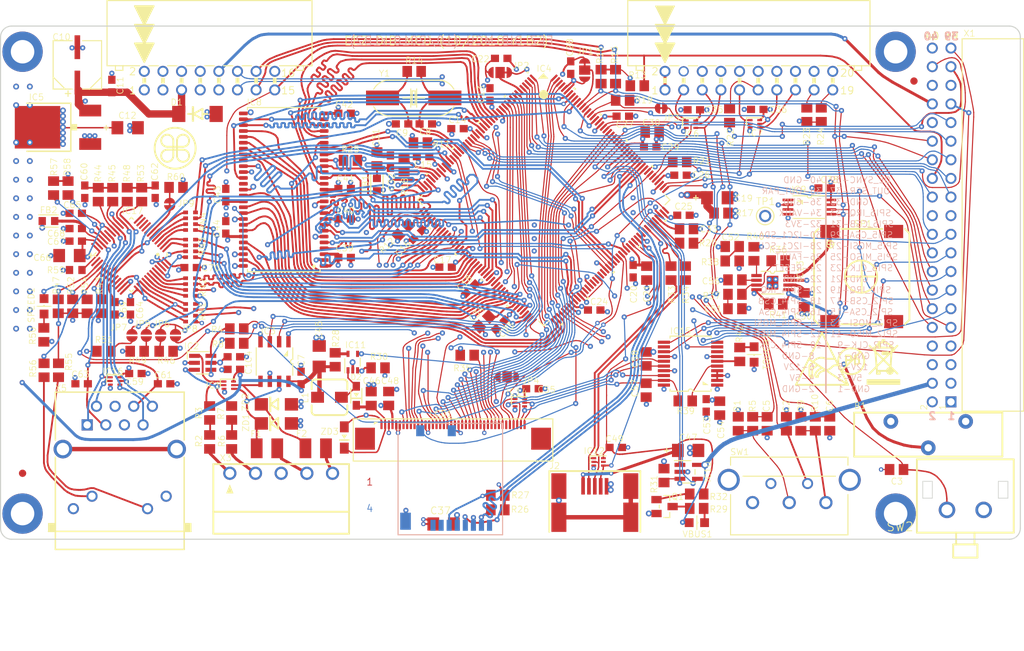
<source format=kicad_pcb>
(kicad_pcb (version 20171130) (host pcbnew "(5.1.12)-1")
  (layers (0 Top signal) (1 Gnd signal) (2 Power signal) (31 Bottom signal) (34 B.Paste user hide) (35 F.Paste user hide) (36 B.SilkS user hide) (37 F.SilkS user hide) (38 B.Mask user hide) (39 F.Mask user hide) (44 Edge.Cuts user))
  (net 0 "")
  (net 1 FRM3)
  (net 2 FRM2)
  (net 3 N$124)
  (net 4 GND)
  (net 5 +3V3)
  (net 6 ~RESET)
  (net 7 EOUT_B)
  (net 8 +5V)
  (net 9 I2C1_SCL)
  (net 10 I2C1_SDA)
  (net 11 SPI2_MISO)
  (net 12 DIN2)
  (net 13 DOUT1)
  (net 14 DOUT2)
  (net 15 SPI2_CSB)
  (net 16 SPI2_CSA)
  (net 17 OE_SYNC)
  (net 18 SPI5_CLK)
  (net 19 SPI5_MISO)
  (net 20 SPI5_MOSI)
  (net 21 PWR_DIRECT)
  (net 22 SPI2_CLK)
  (net 23 SPI2_MOSI)
  (net 24 DIN1)
  (net 25 VDD)
  (net 26 SPI4_CLK)
  (net 27 SPI4_MISO)
  (net 28 SPI4_MOSI)
  (net 29 PE)
  (net 30 "+3V3(A)")
  (net 31 SPI4_CSA)
  (net 32 SPI4_CSB)
  (net 33 OUT_PAR)
  (net 34 OUT_SER)
  (net 35 SPI5_CSB)
  (net 36 SPI5_CSA)
  (net 37 PWR_SSTART)
  (net 38 +12V)
  (net 39 ~FAULT)
  (net 40 SPI2_IRQ)
  (net 41 SPI5_IRQ)
  (net 42 SPI4_IRQ)
  (net 43 "Net-(R1-Pad2)")
  (net 44 "Net-(R10-Pad2)")
  (net 45 "/I/O connectors, encoders, user SW/+VAUX")
  (net 46 "Net-(F2-Pad1)")
  (net 47 "Net-(F1-Pad1)")
  (net 48 "Net-(R6-Pad1)")
  (net 49 "Net-(R2-Pad1)")
  (net 50 "Net-(F2-Pad2)")
  (net 51 "Net-(F1-Pad2)")
  (net 52 "Net-(IC1-Pad2)")
  (net 53 "Net-(IC1-Pad1)")
  (net 54 "Net-(R2-Pad2)")
  (net 55 "Net-(R6-Pad2)")
  (net 56 "Net-(IC2-Pad6)")
  (net 57 "Net-(IC2-Pad4)")
  (net 58 "/STM32F7 MCU/RCC_OSC_IN")
  (net 59 "/STM32F7 MCU/RCC_OSC_OUT")
  (net 60 "/STM32F7 MCU/BOOT0")
  (net 61 "/STM32F7 MCU/VCAP2")
  (net 62 "Net-(IC4-Pad108)")
  (net 63 "Net-(IC4-Pad107)")
  (net 64 "Net-(IC4-Pad100)")
  (net 65 "Net-(IC4-Pad105)")
  (net 66 "Net-(IC4-Pad104)")
  (net 67 "Net-(IC4-Pad102)")
  (net 68 "Net-(IC4-Pad101)")
  (net 69 "/STM32F7 MCU/VCAP1")
  (net 70 "/STM32F7 MCU/BYPASS_REG")
  (net 71 "/STM32F7 MCU/VDDA")
  (net 72 "/STM32F7 MCU/VREF+")
  (net 73 "/STM32F7 MCU/VBAT")
  (net 74 "Net-(B1-Pad2)")
  (net 75 "Net-(J1-Pad1)")
  (net 76 "Net-(J1-Pad2)")
  (net 77 "Net-(J1-Pad8)")
  (net 78 "Net-(IC8-Pad40)")
  (net 79 "Net-(IC8-Pad36)")
  (net 80 "Net-(IC7-Pad2)")
  (net 81 "/SDRAM, JTAG, SD card, EEPROM/TCK")
  (net 82 "/SDRAM, JTAG, SD card, EEPROM/DBGACK")
  (net 83 "/SDRAM, JTAG, SD card, EEPROM/DBGRQ")
  (net 84 "/SDRAM, JTAG, SD card, EEPROM/RTCK")
  (net 85 "/SDRAM, JTAG, SD card, EEPROM/TMS")
  (net 86 "Net-(IC6-Pad1)")
  (net 87 "Net-(IC6-Pad2)")
  (net 88 "/TFT, Audio, USB/USB_D_P")
  (net 89 "/TFT, Audio, USB/USB_D_N")
  (net 90 "Net-(IC11-Pad5)")
  (net 91 "/TFT, Audio, USB/VLED-")
  (net 92 "/TFT, Audio, USB/VLED+")
  (net 93 "Net-(IC15-Pad8)")
  (net 94 "Net-(IC15-Pad6)")
  (net 95 "Net-(IC15-Pad5)")
  (net 96 "Net-(LCD1-Pad35)")
  (net 97 "/TFT, Audio, USB/LCD_DISP")
  (net 98 "Net-(R42-Pad1)")
  (net 99 "Net-(IC13-Pad4)")
  (net 100 "Net-(IC13-Pad3)")
  (net 101 "Net-(C56-Pad2)")
  (net 102 "/TFT, Audio, USB/~AUDIO_SHDN")
  (net 103 "Net-(C52-Pad1)")
  (net 104 "Net-(C51-Pad1)")
  (net 105 "Net-(IC12-Pad5)")
  (net 106 "Net-(R29-Pad2)")
  (net 107 "Net-(Q1-PadB)")
  (net 108 "Net-(Q1-PadC)")
  (net 109 "Net-(IC17-Pad21)")
  (net 110 "Net-(IC17-Pad20)")
  (net 111 "Net-(C64-Pad1)")
  (net 112 "Net-(IC17-Pad24)")
  (net 113 "Net-(C60-Pad1)")
  (net 114 "Net-(C62-Pad1)")
  (net 115 "Net-(R50-Pad2)")
  (net 116 "/Ethernet PHY/LED_SPEED")
  (net 117 "/Ethernet PHY/LED_ACT")
  (net 118 "/Ethernet PHY/LED_LINK")
  (net 119 "Net-(R56-Pad1)")
  (net 120 "Net-(R55-Pad1)")
  (net 121 "Net-(JP5-Pad2)")
  (net 122 "Net-(JP7-Pad1)")
  (net 123 "Net-(JP6-Pad2)")
  (net 124 "Net-(JP9-Pad1)")
  (net 125 "Net-(IC17-Pad41)")
  (net 126 "Net-(IC17-Pad42)")
  (net 127 "Net-(IC17-Pad43)")
  (net 128 "Net-(IC17-Pad44)")
  (net 129 "Net-(JP6-Pad1)")
  (net 130 "Net-(IC17-Pad45)")
  (net 131 "Net-(IC17-Pad46)")
  (net 132 "Net-(IC17-Pad1)")
  (net 133 "Net-(IC17-Pad2)")
  (net 134 "Net-(IC17-Pad3)")
  (net 135 "Net-(IC17-Pad4)")
  (net 136 "Net-(IC17-Pad5)")
  (net 137 "Net-(IC17-Pad6)")
  (net 138 "Net-(IC17-Pad34)")
  (net 139 "Net-(IC17-Pad38)")
  (net 140 "Net-(IC17-Pad39)")
  (net 141 "Net-(IC17-Pad40)")
  (net 142 "Net-(IC17-Pad7)")
  (net 143 "Net-(IC17-Pad33)")
  (net 144 "Net-(IC17-Pad25)")
  (net 145 "Net-(IC17-Pad12)")
  (net 146 "Net-(IC17-Pad11)")
  (net 147 "Net-(IC17-Pad10)")
  (net 148 "Net-(IC17-Pad9)")
  (net 149 "Net-(IC17-Pad8)")
  (net 150 "/I/O connectors, encoders, user SW/ENC_SW")
  (net 151 "/I/O connectors, encoders, user SW/USER_SW")
  (net 152 "/I/O connectors, encoders, user SW/ENC_A")
  (net 153 "/I/O connectors, encoders, user SW/ENC_B")
  (net 154 "/STM32F7 MCU/USB_OTG_FS_VBUS")
  (net 155 "/STM32F7 MCU/DAC_OUT1")
  (net 156 "/STM32F7 MCU/LTDC_VSYNC")
  (net 157 "/STM32F7 MCU/LTDC_HSYNC")
  (net 158 "/STM32F7 MCU/LTDC_G6")
  (net 159 "/SDRAM, JTAG, SD card, EEPROM/FMC_A0")
  (net 160 "/SDRAM, JTAG, SD card, EEPROM/FMC_A1")
  (net 161 "/SDRAM, JTAG, SD card, EEPROM/FMC_A2")
  (net 162 "/SDRAM, JTAG, SD card, EEPROM/FMC_A3")
  (net 163 "/SDRAM, JTAG, SD card, EEPROM/FMC_A4")
  (net 164 "/SDRAM, JTAG, SD card, EEPROM/FMC_A5")
  (net 165 "/SDRAM, JTAG, SD card, EEPROM/SD_DETECT")
  (net 166 "/STM32F7 MCU/LTDC_DE")
  (net 167 "/STM32F7 MCU/LTDC_R5")
  (net 168 "/Ethernet PHY/ETH_MDC")
  (net 169 "/Ethernet PHY/ETH_TXD2")
  (net 170 "/Ethernet PHY/ETH_TX_CLK")
  (net 171 "/Ethernet PHY/ETH_CRS")
  (net 172 "/Ethernet PHY/ETH_RX_CLK")
  (net 173 "/Ethernet PHY/ETH_MDIO")
  (net 174 "/SDRAM, JTAG, SD card, EEPROM/FMC_SDCKE0")
  (net 175 "/SDRAM, JTAG, SD card, EEPROM/FMC_SDNE0")
  (net 176 "/STM32F7 MCU/LTDC_G4")
  (net 177 "/SDRAM, JTAG, SD card, EEPROM/FMC_SDNWE")
  (net 178 "/Ethernet PHY/ETH_COL")
  (net 179 "/STM32F7 MCU/LTDC_R4")
  (net 180 "/STM32F7 MCU/LTDC_G2")
  (net 181 "/Ethernet PHY/ETH_RX_DV")
  (net 182 "/Ethernet PHY/ETH_RXD0")
  (net 183 "/Ethernet PHY/ETH_RXD1")
  (net 184 "/STM32F7 MCU/LTDC_R3")
  (net 185 "/STM32F7 MCU/LTDC_R6")
  (net 186 "/SDRAM, JTAG, SD card, EEPROM/FMC_SDNRAS")
  (net 187 "/SDRAM, JTAG, SD card, EEPROM/FMC_A6")
  (net 188 "/SDRAM, JTAG, SD card, EEPROM/FMC_A7")
  (net 189 "/SDRAM, JTAG, SD card, EEPROM/FMC_A8")
  (net 190 "/SDRAM, JTAG, SD card, EEPROM/FMC_A9")
  (net 191 "/SDRAM, JTAG, SD card, EEPROM/FMC_A10")
  (net 192 "/SDRAM, JTAG, SD card, EEPROM/FMC_A11")
  (net 193 "/SDRAM, JTAG, SD card, EEPROM/FMC_D4")
  (net 194 "/SDRAM, JTAG, SD card, EEPROM/FMC_D5")
  (net 195 "/SDRAM, JTAG, SD card, EEPROM/FMC_D6")
  (net 196 "/SDRAM, JTAG, SD card, EEPROM/FMC_D7")
  (net 197 "/SDRAM, JTAG, SD card, EEPROM/FMC_D8")
  (net 198 "/SDRAM, JTAG, SD card, EEPROM/FMC_D9")
  (net 199 "/SDRAM, JTAG, SD card, EEPROM/FMC_D10")
  (net 200 "/SDRAM, JTAG, SD card, EEPROM/FMC_D11")
  (net 201 "/SDRAM, JTAG, SD card, EEPROM/FMC_D12")
  (net 202 "/Ethernet PHY/ETH_TX_EN")
  (net 203 "/Ethernet PHY/ETH_RXD2")
  (net 204 "/Ethernet PHY/ETH_RXD3")
  (net 205 "/Ethernet PHY/ETH_TXD0")
  (net 206 "/Ethernet PHY/ETH_TXD1")
  (net 207 "/STM32F7 MCU/TFT_BRIGHTNESS")
  (net 208 "/SDRAM, JTAG, SD card, EEPROM/FMC_D13")
  (net 209 "/SDRAM, JTAG, SD card, EEPROM/FMC_D14")
  (net 210 "/SDRAM, JTAG, SD card, EEPROM/FMC_D15")
  (net 211 "/SDRAM, JTAG, SD card, EEPROM/FMC_D0")
  (net 212 "/SDRAM, JTAG, SD card, EEPROM/FMC_D1")
  (net 213 "/SDRAM, JTAG, SD card, EEPROM/FMC_BA0")
  (net 214 "/SDRAM, JTAG, SD card, EEPROM/FMC_BA1")
  (net 215 "/STM32F7 MCU/LTDC_R7")
  (net 216 "/STM32F7 MCU/LTDC_CLK")
  (net 217 "/SDRAM, JTAG, SD card, EEPROM/FMC_SDCLK")
  (net 218 "/SDRAM, JTAG, SD card, EEPROM/SDMMC1_D0")
  (net 219 "/Ethernet PHY/MCLK_25")
  (net 220 "/STM32F7 MCU/USB_OTG_FS_ID")
  (net 221 "/STM32F7 MCU/USB_OTG_FS_D_N")
  (net 222 "/STM32F7 MCU/USB_OTG_FS_D_P")
  (net 223 "/SDRAM, JTAG, SD card, EEPROM/SYS_JTMS-SWDIO")
  (net 224 "/STM32F7 MCU/LTDC_G5")
  (net 225 "/SDRAM, JTAG, SD card, EEPROM/SYS_JTCK-SWCLK")
  (net 226 "/SDRAM, JTAG, SD card, EEPROM/SYS_JTDI")
  (net 227 "/STM32F7 MCU/LTDC_R2")
  (net 228 "/SDRAM, JTAG, SD card, EEPROM/SDMMC1_CK")
  (net 229 "/SDRAM, JTAG, SD card, EEPROM/FMC_D2")
  (net 230 "/SDRAM, JTAG, SD card, EEPROM/FMC_D3")
  (net 231 "/SDRAM, JTAG, SD card, EEPROM/SDMMC1_CMD")
  (net 232 "/STM32F7 MCU/LTDC_G7")
  (net 233 "/STM32F7 MCU/~USB_OTG_FS_OC")
  (net 234 "/STM32F7 MCU/USB_OTG_FS_PSO")
  (net 235 "/STM32F7 MCU/LTDC_B2")
  (net 236 "/STM32F7 MCU/IRQ_TOUCH")
  (net 237 "/STM32F7 MCU/LTDC_G3")
  (net 238 "/STM32F7 MCU/LTDC_B3")
  (net 239 "/STM32F7 MCU/LTDC_B4")
  (net 240 "/SDRAM, JTAG, SD card, EEPROM/FMC_SDNCAS")
  (net 241 "/SDRAM, JTAG, SD card, EEPROM/SYS_JTDO-SWO")
  (net 242 "/SDRAM, JTAG, SD card, EEPROM/SYS_JTRST")
  (net 243 "/Ethernet PHY/ETH_TXD3")
  (net 244 "/SDRAM, JTAG, SD card, EEPROM/FMC_NBL0")
  (net 245 "/SDRAM, JTAG, SD card, EEPROM/FMC_NBL1")
  (net 246 "/STM32F7 MCU/LTDC_B5")
  (net 247 "/STM32F7 MCU/LTDC_B6")
  (net 248 "/STM32F7 MCU/LTDC_B7")
  (net 249 "/TFT, Audio, USB/Touch_XL")
  (net 250 "/TFT, Audio, USB/Touch_YD")
  (net 251 "/TFT, Audio, USB/VLED_SW")
  (net 252 "/TFT, Audio, USB/SPKR+")
  (net 253 "/TFT, Audio, USB/SPKR-")
  (net 254 "/TFT, Audio, USB/Touch_XR")
  (net 255 "/TFT, Audio, USB/Touch_YU")
  (net 256 "/Ethernet PHY/ETH_TX+")
  (net 257 "/Ethernet PHY/ETH_TX-")
  (net 258 "/Ethernet PHY/ETH_RX+")
  (net 259 "/Ethernet PHY/ETH_RX-")
  (net 260 "/TFT, Audio, USB/LTDC_RESET")
  (module "EEZ DIB MCU r1B2:HC-49_4H" (layer Top) (at 135.3171 79.8056)
    (fp_text reference Y1 (at -4.81 -2.8575) (layer F.SilkS) (effects (font (size 0.85 0.85) (thickness 0.085)) (justify left bottom)))
    (fp_text value 10MHz)
    (pad 1 smd rect (at -4.25 0) (size 4.5 2) (layers Top F.Paste F.Mask) (net 59 "/STM32F7 MCU/RCC_OSC_OUT"))
    (pad 2 smd rect (at 4.25 0) (size 4.5 2) (layers Top F.Paste F.Mask) (net 58 "/STM32F7 MCU/RCC_OSC_IN"))
  )
  (module "EEZ DIB MCU r1B2:CAY16" (layer Top) (at 104.9 96.6204 90)
    (fp_text reference RN4 (at -1.3796 2.2121 90) (layer F.SilkS) (effects (font (size 0.85 0.85) (thickness 0.085)) (justify left bottom)))
    (fp_text value DR1206-33R-4/8)
    (pad 1 smd rect (at -1.2 0.675 90) (size 0.5 0.65) (layers Top F.Paste F.Mask) (net 205 "/Ethernet PHY/ETH_TXD0"))
    (pad 2 smd rect (at -0.4 0.675 90) (size 0.5 0.65) (layers Top F.Paste F.Mask) (net 206 "/Ethernet PHY/ETH_TXD1"))
    (pad 3 smd rect (at 0.4 0.675 90) (size 0.5 0.65) (layers Top F.Paste F.Mask) (net 169 "/Ethernet PHY/ETH_TXD2"))
    (pad 4 smd rect (at 1.2 0.675 90) (size 0.5 0.65) (layers Top F.Paste F.Mask) (net 243 "/Ethernet PHY/ETH_TXD3"))
    (pad 5 smd rect (at 1.2 -0.675 90) (size 0.5 0.65) (layers Top F.Paste F.Mask) (net 137 "Net-(IC17-Pad6)"))
    (pad 6 smd rect (at 0.4 -0.675 90) (size 0.5 0.65) (layers Top F.Paste F.Mask) (net 136 "Net-(IC17-Pad5)"))
    (pad 7 smd rect (at -0.4 -0.675 90) (size 0.5 0.65) (layers Top F.Paste F.Mask) (net 135 "Net-(IC17-Pad4)"))
    (pad 8 smd rect (at -1.2 -0.675 90) (size 0.5 0.65) (layers Top F.Paste F.Mask) (net 134 "Net-(IC17-Pad3)"))
  )
  (module "EEZ DIB MCU r1B2:CAY16" (layer Top) (at 104.9 100.3288 90)
    (fp_text reference RN3 (at -1.0712 2.0867 90) (layer F.SilkS) (effects (font (size 0.85 0.85) (thickness 0.085)) (justify left bottom)))
    (fp_text value DR1206-33R-4/8)
    (pad 1 smd rect (at -1.2 0.675 90) (size 0.5 0.65) (layers Top F.Paste F.Mask) (net 203 "/Ethernet PHY/ETH_RXD2"))
    (pad 2 smd rect (at -0.4 0.675 90) (size 0.5 0.65) (layers Top F.Paste F.Mask) (net 204 "/Ethernet PHY/ETH_RXD3"))
    (pad 3 smd rect (at 0.4 0.675 90) (size 0.5 0.65) (layers Top F.Paste F.Mask) (net 170 "/Ethernet PHY/ETH_TX_CLK"))
    (pad 4 smd rect (at 1.2 0.675 90) (size 0.5 0.65) (layers Top F.Paste F.Mask) (net 202 "/Ethernet PHY/ETH_TX_EN"))
    (pad 5 smd rect (at 1.2 -0.675 90) (size 0.5 0.65) (layers Top F.Paste F.Mask) (net 133 "Net-(IC17-Pad2)"))
    (pad 6 smd rect (at 0.4 -0.675 90) (size 0.5 0.65) (layers Top F.Paste F.Mask) (net 132 "Net-(IC17-Pad1)"))
    (pad 7 smd rect (at -0.4 -0.675 90) (size 0.5 0.65) (layers Top F.Paste F.Mask) (net 131 "Net-(IC17-Pad46)"))
    (pad 8 smd rect (at -1.2 -0.675 90) (size 0.5 0.65) (layers Top F.Paste F.Mask) (net 130 "Net-(IC17-Pad45)"))
  )
  (module "EEZ DIB MCU r1B2:CAY16" (layer Top) (at 104.9 105.5993 90)
    (fp_text reference RN2 (at -1.4007 2.1867 90) (layer F.SilkS) (effects (font (size 0.85 0.85) (thickness 0.085)) (justify left bottom)))
    (fp_text value DR1206-33R-4/8)
    (pad 1 smd rect (at -1.2 0.675 90) (size 0.5 0.65) (layers Top F.Paste F.Mask) (net 129 "Net-(JP6-Pad1)"))
    (pad 2 smd rect (at -0.4 0.675 90) (size 0.5 0.65) (layers Top F.Paste F.Mask) (net 178 "/Ethernet PHY/ETH_COL"))
    (pad 3 smd rect (at 0.4 0.675 90) (size 0.5 0.65) (layers Top F.Paste F.Mask) (net 182 "/Ethernet PHY/ETH_RXD0"))
    (pad 4 smd rect (at 1.2 0.675 90) (size 0.5 0.65) (layers Top F.Paste F.Mask) (net 183 "/Ethernet PHY/ETH_RXD1"))
    (pad 5 smd rect (at 1.2 -0.675 90) (size 0.5 0.65) (layers Top F.Paste F.Mask) (net 128 "Net-(IC17-Pad44)"))
    (pad 6 smd rect (at 0.4 -0.675 90) (size 0.5 0.65) (layers Top F.Paste F.Mask) (net 127 "Net-(IC17-Pad43)"))
    (pad 7 smd rect (at -0.4 -0.675 90) (size 0.5 0.65) (layers Top F.Paste F.Mask) (net 126 "Net-(IC17-Pad42)"))
    (pad 8 smd rect (at -1.2 -0.675 90) (size 0.5 0.65) (layers Top F.Paste F.Mask) (net 125 "Net-(IC17-Pad41)"))
  )
  (module "EEZ DIB MCU r1B2:CAY16" (layer Top) (at 104.9 109.11 90)
    (fp_text reference RN1 (at -1.1384 2.0949 90) (layer F.SilkS) (effects (font (size 0.85 0.85) (thickness 0.085)) (justify left bottom)))
    (fp_text value DR1206-33R-4/8)
    (pad 1 smd rect (at -1.2 0.675 90) (size 0.5 0.65) (layers Top F.Paste F.Mask) (net 219 "/Ethernet PHY/MCLK_25"))
    (pad 2 smd rect (at -0.4 0.675 90) (size 0.5 0.65) (layers Top F.Paste F.Mask) (net 172 "/Ethernet PHY/ETH_RX_CLK"))
    (pad 3 smd rect (at 0.4 0.675 90) (size 0.5 0.65) (layers Top F.Paste F.Mask) (net 181 "/Ethernet PHY/ETH_RX_DV"))
    (pad 4 smd rect (at 1.2 0.675 90) (size 0.5 0.65) (layers Top F.Paste F.Mask) (net 171 "/Ethernet PHY/ETH_CRS"))
    (pad 5 smd rect (at 1.2 -0.675 90) (size 0.5 0.65) (layers Top F.Paste F.Mask) (net 141 "Net-(IC17-Pad40)"))
    (pad 6 smd rect (at 0.4 -0.675 90) (size 0.5 0.65) (layers Top F.Paste F.Mask) (net 140 "Net-(IC17-Pad39)"))
    (pad 7 smd rect (at -0.4 -0.675 90) (size 0.5 0.65) (layers Top F.Paste F.Mask) (net 139 "Net-(IC17-Pad38)"))
    (pad 8 smd rect (at -1.2 -0.675 90) (size 0.5 0.65) (layers Top F.Paste F.Mask) (net 138 "Net-(IC17-Pad34)"))
  )
  (module "EEZ DIB MCU r1B2:DBV5" (layer Top) (at 172.7948 130.8088)
    (fp_text reference IC10 (at 3.1052 1.4912 90) (layer F.SilkS) (effects (font (size 0.85 0.85) (thickness 0.085)) (justify left bottom)))
    (fp_text value TPS2051BDBVR)
    (pad 1 smd rect (at -1.1938 -0.95) (size 1.4732 0.5588) (layers Top F.Paste F.Mask) (net 154 "/STM32F7 MCU/USB_OTG_FS_VBUS"))
    (pad 2 smd rect (at -1.1938 0) (size 1.4732 0.5588) (layers Top F.Paste F.Mask) (net 4 GND))
    (pad 3 smd rect (at -1.1938 0.95) (size 1.4732 0.5588) (layers Top F.Paste F.Mask) (net 233 "/STM32F7 MCU/~USB_OTG_FS_OC"))
    (pad 4 smd rect (at 1.1938 0.95) (size 1.4732 0.5588) (layers Top F.Paste F.Mask) (net 234 "/STM32F7 MCU/USB_OTG_FS_PSO"))
    (pad 5 smd rect (at 1.1938 -0.95) (size 1.4732 0.5588) (layers Top F.Paste F.Mask) (net 8 +5V))
  )
  (module "EEZ DIB MCU r1B2:DO214AA" (layer Top) (at 105.8404 81.99)
    (fp_text reference D1 (at -1.9404 -2.09) (layer F.SilkS) (effects (font (size 0.85 0.85) (thickness 0.085)) (justify right top)))
    (fp_text value SMBJ5.0A-TR)
    (pad A smd rect (at 2.55 0) (size 1.8 2.2) (layers Top F.Paste F.Mask) (net 4 GND))
    (pad C smd rect (at -2.55 0) (size 1.8 2.2) (layers Top F.Paste F.Mask) (net 8 +5V))
  )
  (module "EEZ DIB MCU r1B2:C1206" (layer Top) (at 122.4393 115.0354 90)
    (fp_text reference C45 (at 2.3354 0.4607 90) (layer F.SilkS) (effects (font (size 0.85 0.85) (thickness 0.085)) (justify left bottom)))
    (fp_text value 4u7)
    (pad 1 smd rect (at -1.4 0 90) (size 1.6 1.8) (layers Top F.Paste F.Mask) (net 8 +5V))
    (pad 2 smd rect (at 1.4 0 90) (size 1.6 1.8) (layers Top F.Paste F.Mask) (net 4 GND))
  )
  (module "EEZ DIB MCU r1B2:C1206" (layer Top) (at 139.3811 137.9208 180)
    (fp_text reference C37 (at 1.8811 1.2508 180) (layer F.SilkS) (effects (font (size 0.9652 0.9652) (thickness 0.09652)) (justify left bottom)))
    (fp_text value 4u7)
    (pad 1 smd rect (at -1.4 0 180) (size 1.6 1.8) (layers Top F.Paste F.Mask) (net 5 +3V3))
    (pad 2 smd rect (at 1.4 0 180) (size 1.6 1.8) (layers Top F.Paste F.Mask) (net 4 GND))
  )
  (module "EEZ DIB MCU r1B2:DO214AC" (layer Top) (at 116.6 121.6013)
    (fp_text reference ZD2 (at -3.7243 0.9987 90) (layer F.SilkS) (effects (font (size 0.85 0.85) (thickness 0.085)) (justify left bottom)))
    (fp_text value SMAJ18A)
    (pad C smd rect (at -2.05 0) (size 1.8 1.7) (layers Top F.Paste F.Mask) (net 50 "Net-(F2-Pad2)"))
    (pad A smd rect (at 2.05 0) (size 1.8 1.7) (layers Top F.Paste F.Mask) (net 4 GND))
  )
  (module "EEZ DIB MCU r1B2:DO214AC" (layer Top) (at 116.6 124.2048)
    (fp_text reference ZD1 (at -3.6608 1.1952 90) (layer F.SilkS) (effects (font (size 0.85 0.85) (thickness 0.085)) (justify left bottom)))
    (fp_text value SMAJ18A)
    (pad C smd rect (at -2.05 0) (size 1.8 1.7) (layers Top F.Paste F.Mask) (net 51 "Net-(F1-Pad2)"))
    (pad A smd rect (at 2.05 0) (size 1.8 1.7) (layers Top F.Paste F.Mask) (net 4 GND))
  )
  (module "EEZ DIB MCU r1B2:DE0403" (layer Top) (at 123.8363 120.6361 90)
    (fp_text reference L1 (at -0.8639 -2.8363 90) (layer F.SilkS) (effects (font (size 0.85 0.85) (thickness 0.085)) (justify left bottom)))
    (fp_text value DLG-0403-4R7)
    (pad 1 smd rect (at 0 -1.626 90) (size 1.5 1.75) (layers Top F.Paste F.Mask) (net 8 +5V))
    (pad 2 smd rect (at 0 1.625 90) (size 1.5 1.75) (layers Top F.Paste F.Mask) (net 251 "/TFT, Audio, USB/VLED_SW"))
  )
  (module "EEZ DIB MCU r1B2:SOD323-R" (layer Top) (at 127.4939 120.4329 90)
    (fp_text reference D2 (at 2.0829 -0.8439) (layer F.SilkS) (effects (font (size 0.77216 0.77216) (thickness 0.077216)) (justify left bottom)))
    (fp_text value "RB751V40T1G or NSR0240")
    (pad C smd rect (at -1.3 0 90) (size 1.2 1) (layers Top F.Paste F.Mask) (net 92 "/TFT, Audio, USB/VLED+"))
    (pad A smd rect (at 1.3 0 90) (size 1.2 1) (layers Top F.Paste F.Mask) (net 251 "/TFT, Audio, USB/VLED_SW"))
  )
  (module "EEZ DIB MCU r1B2:SOD323-W" (layer Top) (at 125.8556 126.1225 90)
    (fp_text reference ZD3 (at 0.3125 -3.2856 180) (layer F.SilkS) (effects (font (size 0.85 0.85) (thickness 0.085)) (justify left bottom)))
    (fp_text value BZX384-B30.115)
    (pad C smd rect (at -1.45 0 90) (size 1.5 1.2) (layers Top F.Paste F.Mask) (net 92 "/TFT, Audio, USB/VLED+"))
    (pad A smd rect (at 1.45 0 90) (size 1.5 1.2) (layers Top F.Paste F.Mask) (net 91 "/TFT, Audio, USB/VLED-"))
  )
  (module "EEZ DIB MCU r1B2:SOP65P780X200-20N" (layer Top) (at 173.0488 116.0514 180)
    (fp_text reference IC15 (at 2.8488 3.9514) (layer F.SilkS) (effects (font (size 0.85 0.85) (thickness 0.085)) (justify left bottom)))
    (fp_text value AR1021-I/SS)
    (pad 1 smd rect (at -3.6322 -2.921 180) (size 1.651 0.4318) (layers Top F.Paste F.Mask) (net 5 +3V3))
    (pad 2 smd rect (at -3.6322 -2.286 180) (size 1.651 0.4318) (layers Top F.Paste F.Mask) (net 4 GND))
    (pad 3 smd rect (at -3.6322 -1.6256 180) (size 1.651 0.4318) (layers Top F.Paste F.Mask) (net 4 GND))
    (pad 4 smd rect (at -3.6322 -0.9652 180) (size 1.651 0.4318) (layers Top F.Paste F.Mask) (net 4 GND))
    (pad 5 smd rect (at -3.6322 -0.3302 180) (size 1.651 0.4318) (layers Top F.Paste F.Mask) (net 95 "Net-(IC15-Pad5)"))
    (pad 6 smd rect (at -3.6322 0.3302 180) (size 1.651 0.4318) (layers Top F.Paste F.Mask) (net 94 "Net-(IC15-Pad6)"))
    (pad 7 smd rect (at -3.6322 0.9652 180) (size 1.651 0.4318) (layers Top F.Paste F.Mask) (net 4 GND))
    (pad 8 smd rect (at -3.6322 1.6256 180) (size 1.651 0.4318) (layers Top F.Paste F.Mask) (net 93 "Net-(IC15-Pad8)"))
    (pad 9 smd rect (at -3.6322 2.286 180) (size 1.651 0.4318) (layers Top F.Paste F.Mask) (net 236 "/STM32F7 MCU/IRQ_TOUCH"))
    (pad 10 smd rect (at -3.6322 2.921 180) (size 1.651 0.4318) (layers Top F.Paste F.Mask))
    (pad 11 smd rect (at 3.6322 2.921 180) (size 1.651 0.4318) (layers Top F.Paste F.Mask) (net 9 I2C1_SCL))
    (pad 12 smd rect (at 3.6322 2.286 180) (size 1.651 0.4318) (layers Top F.Paste F.Mask))
    (pad 13 smd rect (at 3.6322 1.6256 180) (size 1.651 0.4318) (layers Top F.Paste F.Mask) (net 10 I2C1_SDA))
    (pad 14 smd rect (at 3.6322 0.9652 180) (size 1.651 0.4318) (layers Top F.Paste F.Mask) (net 4 GND))
    (pad 15 smd rect (at 3.6322 0.3302 180) (size 1.651 0.4318) (layers Top F.Paste F.Mask) (net 255 "/TFT, Audio, USB/Touch_YU"))
    (pad 16 smd rect (at 3.6322 -0.3302 180) (size 1.651 0.4318) (layers Top F.Paste F.Mask) (net 250 "/TFT, Audio, USB/Touch_YD"))
    (pad 17 smd rect (at 3.6322 -0.9652 180) (size 1.651 0.4318) (layers Top F.Paste F.Mask) (net 4 GND))
    (pad 18 smd rect (at 3.6322 -1.6256 180) (size 1.651 0.4318) (layers Top F.Paste F.Mask) (net 254 "/TFT, Audio, USB/Touch_XR"))
    (pad 19 smd rect (at 3.6322 -2.286 180) (size 1.651 0.4318) (layers Top F.Paste F.Mask) (net 249 "/TFT, Audio, USB/Touch_XL"))
    (pad 20 smd rect (at 3.6322 -2.921 180) (size 1.651 0.4318) (layers Top F.Paste F.Mask) (net 4 GND))
  )
  (module "EEZ DIB MCU r1B2:DCK5" (layer Top) (at 127.0113 115.8355 90)
    (fp_text reference IC11 (at 1.8355 -1.1113 180) (layer F.SilkS) (effects (font (size 0.85 0.85) (thickness 0.085)) (justify left bottom)))
    (fp_text value TPS61169DCKR)
    (pad 1 smd rect (at -1.125 -0.65 180) (size 0.4 0.85) (layers Top F.Paste F.Mask) (net 251 "/TFT, Audio, USB/VLED_SW"))
    (pad 2 smd rect (at -1.125 0 180) (size 0.4 0.85) (layers Top F.Paste F.Mask) (net 4 GND))
    (pad 3 smd rect (at -1.125 0.65 180) (size 0.4 0.85) (layers Top F.Paste F.Mask) (net 91 "/TFT, Audio, USB/VLED-"))
    (pad 4 smd rect (at 1.125 0.65 180) (size 0.4 0.85) (layers Top F.Paste F.Mask) (net 207 "/STM32F7 MCU/TFT_BRIGHTNESS"))
    (pad 5 smd rect (at 1.125 -0.65 180) (size 0.4 0.85) (layers Top F.Paste F.Mask) (net 90 "Net-(IC11-Pad5)"))
  )
  (module "EEZ DIB MCU r1B2:DBV6" (layer Top) (at 106.5516 115.9371)
    (fp_text reference IC2 (at -2.6035 -1.778) (layer F.SilkS) (effects (font (size 0.85 0.85) (thickness 0.085)) (justify left bottom)))
    (fp_text value SN74LVC2G34DBVR)
    (pad 1 smd rect (at -1.1176 -0.95) (size 1.4732 0.5588) (layers Top F.Paste F.Mask) (net 53 "Net-(IC1-Pad1)"))
    (pad 2 smd rect (at -1.1176 0) (size 1.4732 0.5588) (layers Top F.Paste F.Mask) (net 4 GND))
    (pad 3 smd rect (at -1.1176 0.95) (size 1.4732 0.5588) (layers Top F.Paste F.Mask) (net 52 "Net-(IC1-Pad2)"))
    (pad 4 smd rect (at 1.1176 0.95) (size 1.4732 0.5588) (layers Top F.Paste F.Mask) (net 57 "Net-(IC2-Pad4)"))
    (pad 5 smd rect (at 1.1176 0) (size 1.4732 0.5588) (layers Top F.Paste F.Mask) (net 5 +3V3))
    (pad 6 smd rect (at 1.1176 -0.95) (size 1.4732 0.5588) (layers Top F.Paste F.Mask) (net 56 "Net-(IC2-Pad6)"))
  )
  (module "EEZ DIB MCU r1B2:DRL6" (layer Top) (at 94.6136 118.4136)
    (fp_text reference IC16 (at 1.1864 -1.8136) (layer F.SilkS) (effects (font (size 0.85 0.85) (thickness 0.085)) (justify right top)))
    (fp_text value TPD4E001DRLR)
    (pad 1 smd rect (at -0.65 -0.5) (size 0.654 0.3008) (layers Top F.Paste F.Mask) (net 256 "/Ethernet PHY/ETH_TX+"))
    (pad 2 smd rect (at -0.65 0) (size 0.654 0.3008) (layers Top F.Paste F.Mask) (net 257 "/Ethernet PHY/ETH_TX-"))
    (pad 3 smd rect (at -0.65 0.5) (size 0.654 0.3008) (layers Top F.Paste F.Mask) (net 4 GND))
    (pad 4 smd rect (at 0.65 0.5) (size 0.654 0.3008) (layers Top F.Paste F.Mask) (net 258 "/Ethernet PHY/ETH_RX+"))
    (pad 5 smd rect (at 0.65 0) (size 0.654 0.3008) (layers Top F.Paste F.Mask) (net 259 "/Ethernet PHY/ETH_RX-"))
    (pad 6 smd rect (at 0.65 -0.5) (size 0.654 0.3008) (layers Top F.Paste F.Mask) (net 5 +3V3))
  )
  (module "EEZ DIB MCU r1B2:DRL6" (layer Top) (at 181.8245 83.3362)
    (fp_text reference IC7 (at -1.0245 1.7638) (layer F.SilkS) (effects (font (size 0.85 0.85) (thickness 0.085)) (justify left bottom)))
    (fp_text value TPD4E001DRLR)
    (pad 1 smd rect (at -0.65 -0.5) (size 0.654 0.3008) (layers Top F.Paste F.Mask) (net 81 "/SDRAM, JTAG, SD card, EEPROM/TCK"))
    (pad 2 smd rect (at -0.65 0) (size 0.654 0.3008) (layers Top F.Paste F.Mask) (net 80 "Net-(IC7-Pad2)"))
    (pad 3 smd rect (at -0.65 0.5) (size 0.654 0.3008) (layers Top F.Paste F.Mask) (net 4 GND))
    (pad 4 smd rect (at 0.65 0.5) (size 0.654 0.3008) (layers Top F.Paste F.Mask) (net 6 ~RESET))
    (pad 5 smd rect (at 0.65 0) (size 0.654 0.3008) (layers Top F.Paste F.Mask) (net 241 "/SDRAM, JTAG, SD card, EEPROM/SYS_JTDO-SWO"))
    (pad 6 smd rect (at 0.65 -0.5) (size 0.654 0.3008) (layers Top F.Paste F.Mask) (net 5 +3V3))
  )
  (module "EEZ DIB MCU r1B2:DRL6" (layer Top) (at 173.1123 83.387)
    (fp_text reference IC6 (at -1.0123 1.813) (layer F.SilkS) (effects (font (size 0.85 0.85) (thickness 0.085)) (justify left bottom)))
    (fp_text value TPD4E001DRLR)
    (pad 1 smd rect (at -0.65 -0.5) (size 0.654 0.3008) (layers Top F.Paste F.Mask) (net 86 "Net-(IC6-Pad1)"))
    (pad 2 smd rect (at -0.65 0) (size 0.654 0.3008) (layers Top F.Paste F.Mask) (net 87 "Net-(IC6-Pad2)"))
    (pad 3 smd rect (at -0.65 0.5) (size 0.654 0.3008) (layers Top F.Paste F.Mask) (net 4 GND))
    (pad 4 smd rect (at 0.65 0.5) (size 0.654 0.3008) (layers Top F.Paste F.Mask) (net 85 "/SDRAM, JTAG, SD card, EEPROM/TMS"))
    (pad 5 smd rect (at 0.65 0) (size 0.654 0.3008) (layers Top F.Paste F.Mask) (net 226 "/SDRAM, JTAG, SD card, EEPROM/SYS_JTDI"))
    (pad 6 smd rect (at 0.65 -0.5) (size 0.654 0.3008) (layers Top F.Paste F.Mask) (net 5 +3V3))
  )
  (module "EEZ DIB MCU r1B2:DRL6" (layer Top) (at 149.7824 121.3727)
    (fp_text reference IC14 (at -1.905 -0.9525) (layer F.SilkS) (effects (font (size 0.85 0.85) (thickness 0.085)) (justify left bottom)))
    (fp_text value TPD4E001DRLR)
    (pad 1 smd rect (at -0.65 -0.5) (size 0.654 0.3008) (layers Top F.Paste F.Mask) (net 254 "/TFT, Audio, USB/Touch_XR"))
    (pad 2 smd rect (at -0.65 0) (size 0.654 0.3008) (layers Top F.Paste F.Mask) (net 250 "/TFT, Audio, USB/Touch_YD"))
    (pad 3 smd rect (at -0.65 0.5) (size 0.654 0.3008) (layers Top F.Paste F.Mask) (net 4 GND))
    (pad 4 smd rect (at 0.65 0.5) (size 0.654 0.3008) (layers Top F.Paste F.Mask) (net 249 "/TFT, Audio, USB/Touch_XL"))
    (pad 5 smd rect (at 0.65 0) (size 0.654 0.3008) (layers Top F.Paste F.Mask) (net 255 "/TFT, Audio, USB/Touch_YU"))
    (pad 6 smd rect (at 0.65 -0.5) (size 0.654 0.3008) (layers Top F.Paste F.Mask) (net 5 +3V3))
  )
  (module "EEZ DIB MCU r1B2:DRL6" (layer Top) (at 110.1076 118.9851)
    (fp_text reference IC1 (at -3.2076 0.5149) (layer F.SilkS) (effects (font (size 0.85 0.85) (thickness 0.085)) (justify left bottom)))
    (fp_text value TPD4E001DRLR)
    (pad 1 smd rect (at -0.65 -0.5) (size 0.654 0.3008) (layers Top F.Paste F.Mask) (net 53 "Net-(IC1-Pad1)"))
    (pad 2 smd rect (at -0.65 0) (size 0.654 0.3008) (layers Top F.Paste F.Mask) (net 52 "Net-(IC1-Pad2)"))
    (pad 3 smd rect (at -0.65 0.5) (size 0.654 0.3008) (layers Top F.Paste F.Mask) (net 4 GND))
    (pad 4 smd rect (at 0.65 0.5) (size 0.654 0.3008) (layers Top F.Paste F.Mask) (net 51 "Net-(F1-Pad2)"))
    (pad 5 smd rect (at 0.65 0) (size 0.654 0.3008) (layers Top F.Paste F.Mask) (net 50 "Net-(F2-Pad2)"))
    (pad 6 smd rect (at 0.65 -0.5) (size 0.654 0.3008) (layers Top F.Paste F.Mask) (net 8 +5V))
  )
  (module "EEZ DIB MCU r1B2:DRL6" (layer Top) (at 160.5139 129.4499)
    (fp_text reference IC12 (at -2.0901 -0.9951) (layer F.SilkS) (effects (font (size 0.85 0.85) (thickness 0.085)) (justify left bottom)))
    (fp_text value TPD4E001DRLR)
    (pad 1 smd rect (at -0.65 -0.5) (size 0.654 0.3008) (layers Top F.Paste F.Mask) (net 89 "/TFT, Audio, USB/USB_D_N"))
    (pad 2 smd rect (at -0.65 0) (size 0.654 0.3008) (layers Top F.Paste F.Mask) (net 88 "/TFT, Audio, USB/USB_D_P"))
    (pad 3 smd rect (at -0.65 0.5) (size 0.654 0.3008) (layers Top F.Paste F.Mask) (net 4 GND))
    (pad 4 smd rect (at 0.65 0.5) (size 0.654 0.3008) (layers Top F.Paste F.Mask) (net 220 "/STM32F7 MCU/USB_OTG_FS_ID"))
    (pad 5 smd rect (at 0.65 0) (size 0.654 0.3008) (layers Top F.Paste F.Mask) (net 105 "Net-(IC12-Pad5)"))
    (pad 6 smd rect (at 0.65 -0.5) (size 0.654 0.3008) (layers Top F.Paste F.Mask) (net 154 "/STM32F7 MCU/USB_OTG_FS_VBUS"))
  )
  (module "EEZ DIB MCU r1B2:LED_0805" (layer Top) (at 84.93 108.23)
    (fp_text reference SPEED1 (at -1.2362 2.3099 90) (layer F.SilkS) (effects (font (size 0.85 0.85) (thickness 0.085)) (justify left bottom)))
    (fp_text value LTST-C170YKT)
    (pad C smd rect (at 0 -1.05) (size 1.2 1.2) (layers Top F.Paste F.Mask) (net 116 "/Ethernet PHY/LED_SPEED"))
    (pad A smd rect (at 0 1.05) (size 1.2 1.2) (layers Top F.Paste F.Mask) (net 115 "Net-(R50-Pad2)"))
  )
  (module "EEZ DIB MCU r1B2:LED_0805" (layer Top) (at 173.91 137.74 270)
    (fp_text reference VBUS1 (at 2.0697 2.0124) (layer F.SilkS) (effects (font (size 0.85 0.85) (thickness 0.085)) (justify left bottom)))
    (fp_text value HSMG-C170)
    (pad C smd rect (at 0 -1.05 270) (size 1.2 1.2) (layers Top F.Paste F.Mask) (net 106 "Net-(R29-Pad2)"))
    (pad A smd rect (at 0 1.05 270) (size 1.2 1.2) (layers Top F.Paste F.Mask) (net 8 +5V))
  )
  (module "EEZ DIB MCU r1B2:LED_0805" (layer Top) (at 181.7102 114.8 180)
    (fp_text reference TOUCH1 (at -2.1898 -2.1424 90) (layer F.SilkS) (effects (font (size 0.85 0.85) (thickness 0.085)) (justify left bottom)))
    (fp_text value HSMY-C170)
    (pad C smd rect (at 0 -1.05 180) (size 1.2 1.2) (layers Top F.Paste F.Mask) (net 4 GND))
    (pad A smd rect (at 0 1.05 180) (size 1.2 1.2) (layers Top F.Paste F.Mask) (net 98 "Net-(R42-Pad1)"))
  )
  (module "EEZ DIB MCU r1B2:C0603" (layer Top) (at 171.6772 90.3466)
    (fp_text reference C26 (at 1.5228 0.4534) (layer F.SilkS) (effects (font (size 0.85 0.85) (thickness 0.085)) (justify left bottom)))
    (fp_text value 100n)
    (pad 2 smd rect (at 0.85 0) (size 1.1 1) (layers Top F.Paste F.Mask) (net 4 GND))
    (pad 1 smd rect (at -0.85 0) (size 1.1 1) (layers Top F.Paste F.Mask) (net 25 VDD))
  )
  (module "EEZ DIB MCU r1B2:C0603" (layer Top) (at 175.1824 121.741 90)
    (fp_text reference C53 (at -1.459 -0.3824 90) (layer F.SilkS) (effects (font (size 0.85 0.85) (thickness 0.085)) (justify right top)))
    (fp_text value 100n)
    (pad 2 smd rect (at 0.85 0 90) (size 1.1 1) (layers Top F.Paste F.Mask) (net 5 +3V3))
    (pad 1 smd rect (at -0.85 0 90) (size 1.1 1) (layers Top F.Paste F.Mask) (net 4 GND))
  )
  (module "EEZ DIB MCU r1B2:C0603" (layer Top) (at 90.48 92.6 270)
    (fp_text reference C60 (at -1.4453 -0.4139 90) (layer F.SilkS) (effects (font (size 0.85 0.85) (thickness 0.085)) (justify left bottom)))
    (fp_text value 100n)
    (pad 2 smd rect (at 0.85 0 270) (size 1.1 1) (layers Top F.Paste F.Mask) (net 4 GND))
    (pad 1 smd rect (at -0.85 0 270) (size 1.1 1) (layers Top F.Paste F.Mask) (net 113 "Net-(C60-Pad1)"))
  )
  (module "EEZ DIB MCU r1B2:C0603" (layer Top) (at 94.1691 78.18 90)
    (fp_text reference C11 (at -1.22 1.6309 90) (layer F.SilkS) (effects (font (size 0.85 0.85) (thickness 0.085)) (justify left bottom)))
    (fp_text value 100n)
    (pad 2 smd rect (at 0.85 0 90) (size 1.1 1) (layers Top F.Paste F.Mask) (net 4 GND))
    (pad 1 smd rect (at -0.85 0 90) (size 1.1 1) (layers Top F.Paste F.Mask) (net 8 +5V))
  )
  (module "EEZ DIB MCU r1B2:C0603" (layer Top) (at 145.7057 79.323 90)
    (fp_text reference C13 (at -1.277 -0.7057 90) (layer F.SilkS) (effects (font (size 0.85 0.85) (thickness 0.085)) (justify left bottom)))
    (fp_text value 100n)
    (pad 2 smd rect (at 0.85 0 90) (size 1.1 1) (layers Top F.Paste F.Mask) (net 4 GND))
    (pad 1 smd rect (at -0.85 0 90) (size 1.1 1) (layers Top F.Paste F.Mask) (net 25 VDD))
  )
  (module "EEZ DIB MCU r1B2:C0603" (layer Top) (at 141.2861 83.9966 180)
    (fp_text reference C14 (at 1.2861 0.6966) (layer F.SilkS) (effects (font (size 0.85 0.85) (thickness 0.085)) (justify left bottom)))
    (fp_text value 100n)
    (pad 2 smd rect (at 0.85 0 180) (size 1.1 1) (layers Top F.Paste F.Mask) (net 4 GND))
    (pad 1 smd rect (at -0.85 0 180) (size 1.1 1) (layers Top F.Paste F.Mask) (net 25 VDD))
  )
  (module "EEZ DIB MCU r1B2:C0603" (layer Top) (at 136.5871 87.8066 180)
    (fp_text reference C15 (at 1.2871 -1.5934) (layer F.SilkS) (effects (font (size 0.85 0.85) (thickness 0.085)) (justify left bottom)))
    (fp_text value 100n)
    (pad 2 smd rect (at 0.85 0 180) (size 1.1 1) (layers Top F.Paste F.Mask) (net 4 GND))
    (pad 1 smd rect (at -0.85 0 180) (size 1.1 1) (layers Top F.Paste F.Mask) (net 25 VDD))
  )
  (module "EEZ DIB MCU r1B2:C0603" (layer Top) (at 135.8632 98.4619 225)
    (fp_text reference C16 (at 4.031428 -0.406516 225) (layer F.SilkS) (effects (font (size 0.85 0.85) (thickness 0.085)) (justify left bottom)))
    (fp_text value 100n)
    (pad 2 smd rect (at 0.85 0 225) (size 1.1 1) (layers Top F.Paste F.Mask) (net 4 GND))
    (pad 1 smd rect (at -0.85 0 225) (size 1.1 1) (layers Top F.Paste F.Mask) (net 25 VDD))
  )
  (module "EEZ DIB MCU r1B2:C0603" (layer Top) (at 139.6605 102.8942 180)
    (fp_text reference C17 (at -0.8395 1.4942) (layer F.SilkS) (effects (font (size 0.85 0.85) (thickness 0.085)) (justify right top)))
    (fp_text value 100n)
    (pad 2 smd rect (at 0.85 0 180) (size 1.1 1) (layers Top F.Paste F.Mask) (net 4 GND))
    (pad 1 smd rect (at -0.85 0 180) (size 1.1 1) (layers Top F.Paste F.Mask) (net 25 VDD))
  )
  (module "EEZ DIB MCU r1B2:C0603" (layer Top) (at 143.0514 105.8533 225)
    (fp_text reference C18 (at 1.271449 0.63972 225) (layer F.SilkS) (effects (font (size 0.85 0.85) (thickness 0.085)) (justify left bottom)))
    (fp_text value 100n)
    (pad 2 smd rect (at 0.85 0 225) (size 1.1 1) (layers Top F.Paste F.Mask) (net 4 GND))
    (pad 1 smd rect (at -0.85 0 225) (size 1.1 1) (layers Top F.Paste F.Mask) (net 25 VDD))
  )
  (module "EEZ DIB MCU r1B2:C0603" (layer Top) (at 147.1027 110.7428 225)
    (fp_text reference C23 (at 1.173727 -1.594172 225) (layer F.SilkS) (effects (font (size 0.85 0.85) (thickness 0.085)) (justify left bottom)))
    (fp_text value 100n)
    (pad 2 smd rect (at 0.85 0 225) (size 1.1 1) (layers Top F.Paste F.Mask) (net 4 GND))
    (pad 1 smd rect (at -0.85 0 225) (size 1.1 1) (layers Top F.Paste F.Mask) (net 25 VDD))
  )
  (module "EEZ DIB MCU r1B2:C0603" (layer Top) (at 159.917 108.7362)
    (fp_text reference C24 (at -0.617 -0.6362) (layer F.SilkS) (effects (font (size 0.85 0.85) (thickness 0.085)) (justify left bottom)))
    (fp_text value 100n)
    (pad 2 smd rect (at 0.85 0) (size 1.1 1) (layers Top F.Paste F.Mask) (net 4 GND))
    (pad 1 smd rect (at -0.85 0) (size 1.1 1) (layers Top F.Paste F.Mask) (net 25 VDD))
  )
  (module "EEZ DIB MCU r1B2:C0603" (layer Top) (at 172.0836 95.8076)
    (fp_text reference C25 (at -1.2836 -0.7076) (layer F.SilkS) (effects (font (size 0.85 0.85) (thickness 0.085)) (justify left bottom)))
    (fp_text value 100n)
    (pad 2 smd rect (at 0.85 0) (size 1.1 1) (layers Top F.Paste F.Mask) (net 4 GND))
    (pad 1 smd rect (at -0.85 0) (size 1.1 1) (layers Top F.Paste F.Mask) (net 25 VDD))
  )
  (module "EEZ DIB MCU r1B2:C0603" (layer Top) (at 163.8159 82.2948)
    (fp_text reference C27 (at -1.0159 1.6052) (layer F.SilkS) (effects (font (size 0.85 0.85) (thickness 0.085)) (justify left bottom)))
    (fp_text value 100n)
    (pad 2 smd rect (at 0.85 0) (size 1.1 1) (layers Top F.Paste F.Mask) (net 4 GND))
    (pad 1 smd rect (at -0.85 0) (size 1.1 1) (layers Top F.Paste F.Mask) (net 25 VDD))
  )
  (module "EEZ DIB MCU r1B2:C0603" (layer Top) (at 156.7166 75.6654 90)
    (fp_text reference C28 (at 1.4654 0.3834 90) (layer F.SilkS) (effects (font (size 0.85 0.85) (thickness 0.085)) (justify left bottom)))
    (fp_text value 100n)
    (pad 2 smd rect (at 0.85 0 90) (size 1.1 1) (layers Top F.Paste F.Mask) (net 4 GND))
    (pad 1 smd rect (at -0.85 0 90) (size 1.1 1) (layers Top F.Paste F.Mask) (net 25 VDD))
  )
  (module "EEZ DIB MCU r1B2:C0603" (layer Top) (at 136.9681 83.35 180)
    (fp_text reference C8 (at 0.9681 -1.5384) (layer F.SilkS) (effects (font (size 0.85 0.85) (thickness 0.085)) (justify left bottom)))
    (fp_text value 18p)
    (pad 2 smd rect (at 0.85 0 180) (size 1.1 1) (layers Top F.Paste F.Mask) (net 58 "/STM32F7 MCU/RCC_OSC_IN"))
    (pad 1 smd rect (at -0.85 0 180) (size 1.1 1) (layers Top F.Paste F.Mask) (net 4 GND))
  )
  (module "EEZ DIB MCU r1B2:C0603" (layer Top) (at 133.7296 83.35)
    (fp_text reference C9 (at 0.8704 0.7384) (layer F.SilkS) (effects (font (size 0.85 0.85) (thickness 0.085)) (justify right top)))
    (fp_text value 18p)
    (pad 2 smd rect (at 0.85 0) (size 1.1 1) (layers Top F.Paste F.Mask) (net 59 "/STM32F7 MCU/RCC_OSC_OUT"))
    (pad 1 smd rect (at -0.85 0) (size 1.1 1) (layers Top F.Paste F.Mask) (net 4 GND))
  )
  (module "EEZ DIB MCU r1B2:C0603" (layer Top) (at 132.1421 88.5051 90)
    (fp_text reference C32 (at -1.4949 -0.3421 90) (layer F.SilkS) (effects (font (size 0.85 0.85) (thickness 0.085)) (justify right top)))
    (fp_text value 100n)
    (pad 2 smd rect (at 0.85 0 90) (size 1.1 1) (layers Top F.Paste F.Mask) (net 4 GND))
    (pad 1 smd rect (at -0.85 0 90) (size 1.1 1) (layers Top F.Paste F.Mask) (net 71 "/STM32F7 MCU/VDDA"))
  )
  (module "EEZ DIB MCU r1B2:C0603" (layer Top) (at 165.2256 103.4403 270)
    (fp_text reference C20 (at 1.8597 0.4256 90) (layer F.SilkS) (effects (font (size 0.85 0.85) (thickness 0.085)) (justify right top)))
    (fp_text value 100n)
    (pad 2 smd rect (at 0.85 0 270) (size 1.1 1) (layers Top F.Paste F.Mask) (net 4 GND))
    (pad 1 smd rect (at -0.85 0 270) (size 1.1 1) (layers Top F.Paste F.Mask) (net 25 VDD))
  )
  (module "EEZ DIB MCU r1B2:C0603" (layer Top) (at 167.5497 86.4604)
    (fp_text reference C29 (at 1.4503 0.5396) (layer F.SilkS) (effects (font (size 0.85 0.85) (thickness 0.085)) (justify left bottom)))
    (fp_text value 100n)
    (pad 2 smd rect (at 0.85 0) (size 1.1 1) (layers Top F.Paste F.Mask) (net 4 GND))
    (pad 1 smd rect (at -0.85 0) (size 1.1 1) (layers Top F.Paste F.Mask) (net 25 VDD))
  )
  (module "EEZ DIB MCU r1B2:C0603" (layer Top) (at 147.2424 74.4081)
    (fp_text reference C22 (at -1.5424 -0.4081) (layer F.SilkS) (effects (font (size 0.85 0.85) (thickness 0.085)) (justify right top)))
    (fp_text value N.C.)
    (pad 2 smd rect (at 0.85 0) (size 1.1 1) (layers Top F.Paste F.Mask) (net 4 GND))
    (pad 1 smd rect (at -0.85 0) (size 1.1 1) (layers Top F.Paste F.Mask) (net 25 VDD))
  )
  (module "EEZ DIB MCU r1B2:C0603" (layer Top) (at 96.7091 108.5 270)
    (fp_text reference C64 (at -1.0457 -0.7909 90) (layer F.SilkS) (effects (font (size 0.85 0.85) (thickness 0.085)) (justify right top)))
    (fp_text value 100n)
    (pad 2 smd rect (at 0.85 0 270) (size 1.1 1) (layers Top F.Paste F.Mask) (net 4 GND))
    (pad 1 smd rect (at -0.85 0 270) (size 1.1 1) (layers Top F.Paste F.Mask) (net 111 "Net-(C64-Pad1)"))
  )
  (module "EEZ DIB MCU r1B2:C0603" (layer Top) (at 89.25 95.5409 180)
    (fp_text reference C65 (at 1.7542 0.6409) (layer F.SilkS) (effects (font (size 0.85 0.85) (thickness 0.085)) (justify left bottom)))
    (fp_text value 100n)
    (pad 2 smd rect (at 0.85 0 180) (size 1.1 1) (layers Top F.Paste F.Mask) (net 4 GND))
    (pad 1 smd rect (at -0.85 0 180) (size 1.1 1) (layers Top F.Paste F.Mask) (net 111 "Net-(C64-Pad1)"))
  )
  (module "EEZ DIB MCU r1B2:C0603" (layer Top) (at 89.25 99.3382 180)
    (fp_text reference C67 (at 1.3796 0.4382) (layer F.SilkS) (effects (font (size 0.85 0.85) (thickness 0.085)) (justify right top)))
    (fp_text value 100n)
    (pad 2 smd rect (at 0.85 0 180) (size 1.1 1) (layers Top F.Paste F.Mask) (net 4 GND))
    (pad 1 smd rect (at -0.85 0 180) (size 1.1 1) (layers Top F.Paste F.Mask) (net 111 "Net-(C64-Pad1)"))
  )
  (module "EEZ DIB MCU r1B2:C0603" (layer Top) (at 104.9 102.945)
    (fp_text reference C70 (at 1.4851 0.555) (layer F.SilkS) (effects (font (size 0.85 0.85) (thickness 0.085)) (justify left bottom)))
    (fp_text value 100n)
    (pad 2 smd rect (at 0.85 0) (size 1.1 1) (layers Top F.Paste F.Mask) (net 4 GND))
    (pad 1 smd rect (at -0.85 0) (size 1.1 1) (layers Top F.Paste F.Mask) (net 5 +3V3))
  )
  (module "EEZ DIB MCU r1B2:C0603" (layer Top) (at 94.6136 108.5 270)
    (fp_text reference C69 (at -1.033 -0.635 90) (layer F.SilkS) (effects (font (size 0.85 0.85) (thickness 0.085)) (justify right top)))
    (fp_text value 100n)
    (pad 2 smd rect (at 0.85 0 270) (size 1.1 1) (layers Top F.Paste F.Mask) (net 4 GND))
    (pad 1 smd rect (at -0.85 0 270) (size 1.1 1) (layers Top F.Paste F.Mask) (net 5 +3V3))
  )
  (module "EEZ DIB MCU r1B2:C0603" (layer Top) (at 89.25 97.6237 180)
    (fp_text reference C68 (at 1.3796 -0.1763) (layer F.SilkS) (effects (font (size 0.85 0.85) (thickness 0.085)) (justify right top)))
    (fp_text value 100n)
    (pad 2 smd rect (at 0.85 0 180) (size 1.1 1) (layers Top F.Paste F.Mask) (net 4 GND))
    (pad 1 smd rect (at -0.85 0 180) (size 1.1 1) (layers Top F.Paste F.Mask) (net 30 "+3V3(A)"))
  )
  (module "EEZ DIB MCU r1B2:C0603" (layer Top) (at 100.08 92.6 270)
    (fp_text reference C62 (at -1.4453 -0.4381 90) (layer F.SilkS) (effects (font (size 0.85 0.85) (thickness 0.085)) (justify left bottom)))
    (fp_text value 100n)
    (pad 2 smd rect (at 0.85 0 270) (size 1.1 1) (layers Top F.Paste F.Mask) (net 4 GND))
    (pad 1 smd rect (at -0.85 0 270) (size 1.1 1) (layers Top F.Paste F.Mask) (net 114 "Net-(C62-Pad1)"))
  )
  (module "EEZ DIB MCU r1B2:C0603" (layer Top) (at 90.0543 118.7946)
    (fp_text reference C63 (at -1.4543 -0.7946) (layer F.SilkS) (effects (font (size 0.85 0.85) (thickness 0.085)) (justify left bottom)))
    (fp_text value 100n)
    (pad 2 smd rect (at 0.85 0) (size 1.1 1) (layers Top F.Paste F.Mask) (net 30 "+3V3(A)"))
    (pad 1 smd rect (at -0.85 0) (size 1.1 1) (layers Top F.Paste F.Mask) (net 4 GND))
  )
  (module "EEZ DIB MCU r1B2:C0603" (layer Top) (at 101.2938 118.7946 180)
    (fp_text reference C61 (at 1.3938 0.6946) (layer F.SilkS) (effects (font (size 0.85 0.85) (thickness 0.085)) (justify left bottom)))
    (fp_text value 100n)
    (pad 2 smd rect (at 0.85 0 180) (size 1.1 1) (layers Top F.Paste F.Mask) (net 30 "+3V3(A)"))
    (pad 1 smd rect (at -0.85 0 180) (size 1.1 1) (layers Top F.Paste F.Mask) (net 4 GND))
  )
  (module "EEZ DIB MCU r1B2:C0603" (layer Top) (at 97.3822 117.3976)
    (fp_text reference C59 (at -1.3822 1.6024) (layer F.SilkS) (effects (font (size 0.85 0.85) (thickness 0.085)) (justify left bottom)))
    (fp_text value 100n)
    (pad 2 smd rect (at 0.85 0) (size 1.1 1) (layers Top F.Paste F.Mask) (net 4 GND))
    (pad 1 smd rect (at -0.85 0) (size 1.1 1) (layers Top F.Paste F.Mask) (net 5 +3V3))
  )
  (module "EEZ DIB MCU r1B2:C0603" (layer Top) (at 125.9 101.5607)
    (fp_text reference C39 (at -1.2937 -0.7607) (layer F.SilkS) (effects (font (size 0.85 0.85) (thickness 0.085)) (justify left bottom)))
    (fp_text value 100n)
    (pad 2 smd rect (at 0.85 0) (size 1.1 1) (layers Top F.Paste F.Mask) (net 4 GND))
    (pad 1 smd rect (at -0.85 0) (size 1.1 1) (layers Top F.Paste F.Mask) (net 5 +3V3))
  )
  (module "EEZ DIB MCU r1B2:C0603" (layer Top) (at 125.9 96.3156)
    (fp_text reference C40 (at -1.1556 -0.635) (layer F.SilkS) (effects (font (size 0.85 0.85) (thickness 0.085)) (justify left bottom)))
    (fp_text value 100n)
    (pad 2 smd rect (at 0.85 0) (size 1.1 1) (layers Top F.Paste F.Mask) (net 4 GND))
    (pad 1 smd rect (at -0.85 0) (size 1.1 1) (layers Top F.Paste F.Mask) (net 5 +3V3))
  )
  (module "EEZ DIB MCU r1B2:C0603" (layer Top) (at 125.9 92.1627)
    (fp_text reference C41 (at -1.1683 -0.8627) (layer F.SilkS) (effects (font (size 0.85 0.85) (thickness 0.085)) (justify left bottom)))
    (fp_text value 100n)
    (pad 2 smd rect (at 0.85 0) (size 1.1 1) (layers Top F.Paste F.Mask) (net 4 GND))
    (pad 1 smd rect (at -0.85 0) (size 1.1 1) (layers Top F.Paste F.Mask) (net 5 +3V3))
  )
  (module "EEZ DIB MCU r1B2:C0603" (layer Top) (at 125.9 81.9011)
    (fp_text reference C42 (at -1.3556 -0.7011) (layer F.SilkS) (effects (font (size 0.85 0.85) (thickness 0.085)) (justify left bottom)))
    (fp_text value 100n)
    (pad 2 smd rect (at 0.85 0) (size 1.1 1) (layers Top F.Paste F.Mask) (net 4 GND))
    (pad 1 smd rect (at -0.85 0) (size 1.1 1) (layers Top F.Paste F.Mask) (net 5 +3V3))
  )
  (module "EEZ DIB MCU r1B2:C0603" (layer Top) (at 109.7 93.0644 90)
    (fp_text reference C43 (at -1.2356 -0.6393 90) (layer F.SilkS) (effects (font (size 0.85 0.85) (thickness 0.085)) (justify left bottom)))
    (fp_text value 100n)
    (pad 2 smd rect (at 0.85 0 90) (size 1.1 1) (layers Top F.Paste F.Mask) (net 4 GND))
    (pad 1 smd rect (at -0.85 0 90) (size 1.1 1) (layers Top F.Paste F.Mask) (net 5 +3V3))
  )
  (module "EEZ DIB MCU r1B2:C0603" (layer Top) (at 109.7 97.4586 90)
    (fp_text reference C44 (at -1.4414 -0.7393 90) (layer F.SilkS) (effects (font (size 0.85 0.85) (thickness 0.085)) (justify left bottom)))
    (fp_text value 100n)
    (pad 2 smd rect (at 0.85 0 90) (size 1.1 1) (layers Top F.Paste F.Mask) (net 4 GND))
    (pad 1 smd rect (at -0.85 0 90) (size 1.1 1) (layers Top F.Paste F.Mask) (net 5 +3V3))
  )
  (module "EEZ DIB MCU r1B2:C0603" (layer Top) (at 191.3241 92.0865)
    (fp_text reference C38 (at -0.635 -0.635) (layer F.SilkS) (effects (font (size 0.85 0.85) (thickness 0.085)) (justify left bottom)))
    (fp_text value 100n)
    (pad 2 smd rect (at 0.85 0) (size 1.1 1) (layers Top F.Paste F.Mask) (net 5 +3V3))
    (pad 1 smd rect (at -0.85 0) (size 1.1 1) (layers Top F.Paste F.Mask) (net 4 GND))
  )
  (module "EEZ DIB MCU r1B2:C0603" (layer Top) (at 182.142 81.3677 180)
    (fp_text reference C36 (at -1.558 -0.5323) (layer F.SilkS) (effects (font (size 0.85 0.85) (thickness 0.085)) (justify left bottom)))
    (fp_text value 100n)
    (pad 2 smd rect (at 0.85 0 180) (size 1.1 1) (layers Top F.Paste F.Mask) (net 4 GND))
    (pad 1 smd rect (at -0.85 0 180) (size 1.1 1) (layers Top F.Paste F.Mask) (net 5 +3V3))
  )
  (module "EEZ DIB MCU r1B2:C0603" (layer Top) (at 173.4933 81.4185 180)
    (fp_text reference C35 (at -1.5067 -0.4815) (layer F.SilkS) (effects (font (size 0.85 0.85) (thickness 0.085)) (justify left bottom)))
    (fp_text value 100n)
    (pad 2 smd rect (at 0.85 0 180) (size 1.1 1) (layers Top F.Paste F.Mask) (net 4 GND))
    (pad 1 smd rect (at -0.85 0 180) (size 1.1 1) (layers Top F.Paste F.Mask) (net 5 +3V3))
  )
  (module "EEZ DIB MCU r1B2:C0603" (layer Top) (at 151.4969 119.4677 180)
    (fp_text reference C55 (at -0.635 -0.635) (layer F.SilkS) (effects (font (size 0.85 0.85) (thickness 0.085)) (justify left bottom)))
    (fp_text value 100n)
    (pad 2 smd rect (at 0.85 0 180) (size 1.1 1) (layers Top F.Paste F.Mask) (net 5 +3V3))
    (pad 1 smd rect (at -0.85 0 180) (size 1.1 1) (layers Top F.Paste F.Mask) (net 4 GND))
  )
  (module "EEZ DIB MCU r1B2:C0603" (layer Top) (at 110.8 116.8261 180)
    (fp_text reference C1 (at -2.4939 -0.7739 90) (layer F.SilkS) (effects (font (size 0.85 0.85) (thickness 0.085)) (justify left bottom)))
    (fp_text value 100n)
    (pad 2 smd rect (at 0.85 0 180) (size 1.1 1) (layers Top F.Paste F.Mask) (net 4 GND))
    (pad 1 smd rect (at -0.85 0 180) (size 1.1 1) (layers Top F.Paste F.Mask) (net 8 +5V))
  )
  (module "EEZ DIB MCU r1B2:C0603" (layer Top) (at 110.8 115.1116)
    (fp_text reference C4 (at 2.4939 0.8884 90) (layer F.SilkS) (effects (font (size 0.85 0.85) (thickness 0.085)) (justify left bottom)))
    (fp_text value 100n)
    (pad 2 smd rect (at 0.85 0) (size 1.1 1) (layers Top F.Paste F.Mask) (net 4 GND))
    (pad 1 smd rect (at -0.85 0) (size 1.1 1) (layers Top F.Paste F.Mask) (net 5 +3V3))
  )
  (module "EEZ DIB MCU r1B2:C0603" (layer Top) (at 119.9628 117.9945 270)
    (fp_text reference C7 (at -1.4945 -0.5372 90) (layer F.SilkS) (effects (font (size 0.85 0.85) (thickness 0.085)) (justify left bottom)))
    (fp_text value 100n)
    (pad 2 smd rect (at 0.85 0 270) (size 1.1 1) (layers Top F.Paste F.Mask) (net 8 +5V))
    (pad 1 smd rect (at -0.85 0 270) (size 1.1 1) (layers Top F.Paste F.Mask) (net 4 GND))
  )
  (module "EEZ DIB MCU r1B2:C0603" (layer Top) (at 162.8634 127.4814 180)
    (fp_text reference C49 (at 1.4634 0.6774) (layer F.SilkS) (effects (font (size 0.85 0.85) (thickness 0.085)) (justify left bottom)))
    (fp_text value 100n)
    (pad 2 smd rect (at 0.85 0 180) (size 1.1 1) (layers Top F.Paste F.Mask) (net 154 "/STM32F7 MCU/USB_OTG_FS_VBUS"))
    (pad 1 smd rect (at -0.85 0 180) (size 1.1 1) (layers Top F.Paste F.Mask) (net 4 GND))
  )
  (module "EEZ DIB MCU r1B2:EC1206" (layer Top) (at 176.6937 93.42)
    (fp_text reference C19 (at 2.3063 0.58) (layer F.SilkS) (effects (font (size 0.85 0.85) (thickness 0.085)) (justify left bottom)))
    (fp_text value 4u7)
    (pad + smd rect (at -1.4 0) (size 1.6 1.8) (layers Top F.Paste F.Mask) (net 25 VDD))
    (pad - smd rect (at 1.4 0) (size 1.6 1.8) (layers Top F.Paste F.Mask) (net 4 GND))
  )
  (module "EEZ DIB MCU r1B2:EC1206" (layer Top) (at 88.3906 101.3067 180)
    (fp_text reference C66 (at 2.3906 0.2067) (layer F.SilkS) (effects (font (size 0.85 0.85) (thickness 0.085)) (justify right top)))
    (fp_text value 10u)
    (pad + smd rect (at -1.4 0 180) (size 1.6 1.8) (layers Top F.Paste F.Mask) (net 111 "Net-(C64-Pad1)"))
    (pad - smd rect (at 1.4 0 180) (size 1.6 1.8) (layers Top F.Paste F.Mask) (net 4 GND))
  )
  (module "EEZ DIB MCU r1B2:EC1206" (layer Top) (at 96.3281 83.8696)
    (fp_text reference C12 (at -1.3281 -1.1696) (layer F.SilkS) (effects (font (size 0.85 0.85) (thickness 0.085)) (justify left bottom)))
    (fp_text value 4u7)
    (pad + smd rect (at -1.4 0) (size 1.6 1.8) (layers Top F.Paste F.Mask) (net 5 +3V3))
    (pad - smd rect (at 1.4 0) (size 1.6 1.8) (layers Top F.Paste F.Mask) (net 4 GND))
  )
  (module "EEZ DIB MCU r1B2:EC1206" (layer Top) (at 172.7186 127.8878)
    (fp_text reference C47 (at -1.27 -1.27) (layer F.SilkS) (effects (font (size 0.85 0.85) (thickness 0.085)) (justify left bottom)))
    (fp_text value 4u7)
    (pad + smd rect (at -1.4 0) (size 1.6 1.8) (layers Top F.Paste F.Mask) (net 154 "/STM32F7 MCU/USB_OTG_FS_VBUS"))
    (pad - smd rect (at 1.4 0) (size 1.6 1.8) (layers Top F.Paste F.Mask) (net 4 GND))
  )
  (module "EEZ DIB MCU r1B2:PW8_TSSOP8" (layer Top) (at 189.249 94.695)
    (fp_text reference IC9 (at -2.54 -1.905) (layer F.SilkS) (effects (font (size 0.85 0.85) (thickness 0.085)) (justify left bottom)))
    (fp_text value "BR24G64FVT-3AGE2 ")
    (pad 1 smd rect (at -2.921 -0.975) (size 1.4732 0.3556) (layers Top F.Paste F.Mask) (net 5 +3V3))
    (pad 2 smd rect (at -2.921 -0.325) (size 1.4732 0.3556) (layers Top F.Paste F.Mask) (net 5 +3V3))
    (pad 3 smd rect (at -2.921 0.325) (size 1.4732 0.3556) (layers Top F.Paste F.Mask) (net 5 +3V3))
    (pad 4 smd rect (at -2.921 0.975) (size 1.4732 0.3556) (layers Top F.Paste F.Mask) (net 4 GND))
    (pad 5 smd rect (at 2.921 0.975) (size 1.4732 0.3556) (layers Top F.Paste F.Mask) (net 9 I2C1_SCL))
    (pad 6 smd rect (at 2.921 0.325) (size 1.4732 0.3556) (layers Top F.Paste F.Mask) (net 10 I2C1_SDA))
    (pad 7 smd rect (at 2.921 -0.325) (size 1.4732 0.3556) (layers Top F.Paste F.Mask) (net 5 +3V3))
    (pad 8 smd rect (at 2.921 -0.975) (size 1.4732 0.3556) (layers Top F.Paste F.Mask) (net 5 +3V3))
  )
  (module "EEZ DIB MCU r1B2:SOP65P490X110-9N" (layer Top) (at 184.2248 105.0024)
    (fp_text reference IC13 (at 4.2752 -0.1024 90) (layer F.SilkS) (effects (font (size 0.85 0.85) (thickness 0.085)) (justify left bottom)))
    (fp_text value TPA6205A1DGN)
    (pad TP smd rect (at 0 0) (size 1.5748 1.8796) (layers Top F.Paste F.Mask) (net 4 GND))
    (pad 8 smd rect (at 2.1844 -0.9652) (size 1.4224 0.4318) (layers Top F.Paste F.Mask) (net 253 "/TFT, Audio, USB/SPKR-"))
    (pad 7 smd rect (at 2.1844 -0.3302) (size 1.4224 0.4318) (layers Top F.Paste F.Mask) (net 4 GND))
    (pad 6 smd rect (at 2.1844 0.3302) (size 1.4224 0.4318) (layers Top F.Paste F.Mask) (net 5 +3V3))
    (pad 5 smd rect (at 2.1844 0.9652) (size 1.4224 0.4318) (layers Top F.Paste F.Mask) (net 252 "/TFT, Audio, USB/SPKR+"))
    (pad 4 smd rect (at -2.1844 0.9652) (size 1.4224 0.4318) (layers Top F.Paste F.Mask) (net 99 "Net-(IC13-Pad4)"))
    (pad 3 smd rect (at -2.1844 0.3302) (size 1.4224 0.4318) (layers Top F.Paste F.Mask) (net 100 "Net-(IC13-Pad3)"))
    (pad 2 smd rect (at -2.1844 -0.3302) (size 1.4224 0.4318) (layers Top F.Paste F.Mask) (net 101 "Net-(C56-Pad2)"))
    (pad 1 smd rect (at -2.1844 -0.9652) (size 1.4224 0.4318) (layers Top F.Paste F.Mask) (net 102 "/TFT, Audio, USB/~AUDIO_SHDN"))
  )
  (module "EEZ DIB MCU r1B2:C0805" (layer Top) (at 188.5428 107.3519 90)
    (fp_text reference C50 (at -2.7481 -1.4428) (layer F.SilkS) (effects (font (size 0.85 0.85) (thickness 0.085)) (justify left bottom)))
    (fp_text value 1u)
    (pad 1 smd rect (at -0.95 0 90) (size 1.3 1.5) (layers Top F.Paste F.Mask) (net 4 GND))
    (pad 2 smd rect (at 0.95 0 90) (size 1.3 1.5) (layers Top F.Paste F.Mask) (net 5 +3V3))
  )
  (module "EEZ DIB MCU r1B2:C0805" (layer Top) (at 177.0239 122.122 90)
    (fp_text reference C54 (at -1.678 -0.3239 90) (layer F.SilkS) (effects (font (size 0.85 0.85) (thickness 0.085)) (justify right top)))
    (fp_text value 1u)
    (pad 1 smd rect (at -0.95 0 90) (size 1.3 1.5) (layers Top F.Paste F.Mask) (net 4 GND))
    (pad 2 smd rect (at 0.95 0 90) (size 1.3 1.5) (layers Top F.Paste F.Mask) (net 5 +3V3))
  )
  (module "EEZ DIB MCU r1B2:C0805" (layer Top) (at 183.4882 124.25 90)
    (fp_text reference C5 (at 1.5429 0.4118 90) (layer F.SilkS) (effects (font (size 0.85 0.85) (thickness 0.085)) (justify left bottom)))
    (fp_text value 10n)
    (pad 1 smd rect (at -0.95 0 90) (size 1.3 1.5) (layers Top F.Paste F.Mask) (net 4 GND))
    (pad 2 smd rect (at 0.95 0 90) (size 1.3 1.5) (layers Top F.Paste F.Mask) (net 152 "/I/O connectors, encoders, user SW/ENC_A"))
  )
  (module "EEZ DIB MCU r1B2:C0805" (layer Top) (at 192.0226 124.25 270)
    (fp_text reference C6 (at -1.5556 -0.4774 90) (layer F.SilkS) (effects (font (size 0.85 0.85) (thickness 0.085)) (justify left bottom)))
    (fp_text value 10n)
    (pad 1 smd rect (at -0.95 0 270) (size 1.3 1.5) (layers Top F.Paste F.Mask) (net 153 "/I/O connectors, encoders, user SW/ENC_B"))
    (pad 2 smd rect (at 0.95 0 270) (size 1.3 1.5) (layers Top F.Paste F.Mask) (net 4 GND))
  )
  (module "EEZ DIB MCU r1B2:C0805" (layer Top) (at 186.1171 124.25 270)
    (fp_text reference C2 (at -1.5556 -0.4829 90) (layer F.SilkS) (effects (font (size 0.85 0.85) (thickness 0.085)) (justify left bottom)))
    (fp_text value 10n)
    (pad 1 smd rect (at -0.95 0 270) (size 1.3 1.5) (layers Top F.Paste F.Mask) (net 4 GND))
    (pad 2 smd rect (at 0.95 0 270) (size 1.3 1.5) (layers Top F.Paste F.Mask) (net 150 "/I/O connectors, encoders, user SW/ENC_SW"))
  )
  (module "EEZ DIB MCU r1B2:C0805" (layer Top) (at 130.3 88.13 90)
    (fp_text reference C31 (at 1.6241 0.3867 90) (layer F.SilkS) (effects (font (size 0.85 0.85) (thickness 0.085)) (justify left bottom)))
    (fp_text value 1u)
    (pad 1 smd rect (at -0.95 0 90) (size 1.3 1.5) (layers Top F.Paste F.Mask) (net 71 "/STM32F7 MCU/VDDA"))
    (pad 2 smd rect (at 0.95 0 90) (size 1.3 1.5) (layers Top F.Paste F.Mask) (net 4 GND))
  )
  (module "EEZ DIB MCU r1B2:C0805" (layer Top) (at 167.0671 103.7 270)
    (fp_text reference C21 (at 1.4914 0.4671 90) (layer F.SilkS) (effects (font (size 0.85 0.85) (thickness 0.085)) (justify right top)))
    (fp_text value 1u)
    (pad 1 smd rect (at -0.95 0 270) (size 1.3 1.5) (layers Top F.Paste F.Mask) (net 25 VDD))
    (pad 2 smd rect (at 0.95 0 270) (size 1.3 1.5) (layers Top F.Paste F.Mask) (net 4 GND))
  )
  (module "EEZ DIB MCU r1B2:C0805" (layer Top) (at 167.8164 84.4919)
    (fp_text reference C30 (at 1.1836 -1.7919) (layer F.SilkS) (effects (font (size 0.85 0.85) (thickness 0.085)) (justify right top)))
    (fp_text value 1u)
    (pad 1 smd rect (at -0.95 0) (size 1.3 1.5) (layers Top F.Paste F.Mask) (net 25 VDD))
    (pad 2 smd rect (at 0.95 0) (size 1.3 1.5) (layers Top F.Paste F.Mask) (net 4 GND))
  )
  (module "EEZ DIB MCU r1B2:C0805" (layer Top) (at 144.9183 110.3237 225)
    (fp_text reference C34 (at 1.263245 0.982878 225) (layer F.SilkS) (effects (font (size 0.85 0.85) (thickness 0.085)) (justify left bottom)))
    (fp_text value 2u2)
    (pad 1 smd rect (at -0.95 0 225) (size 1.3 1.5) (layers Top F.Paste F.Mask) (net 69 "/STM32F7 MCU/VCAP1"))
    (pad 2 smd rect (at 0.95 0 225) (size 1.3 1.5) (layers Top F.Paste F.Mask) (net 4 GND))
  )
  (module "EEZ DIB MCU r1B2:C0805" (layer Top) (at 172.5 97.6491)
    (fp_text reference C33 (at 1.7354 0.5509) (layer F.SilkS) (effects (font (size 0.85 0.85) (thickness 0.085)) (justify left bottom)))
    (fp_text value 2u2)
    (pad 1 smd rect (at -0.95 0) (size 1.3 1.5) (layers Top F.Paste F.Mask) (net 61 "/STM32F7 MCU/VCAP2"))
    (pad 2 smd rect (at 0.95 0) (size 1.3 1.5) (layers Top F.Paste F.Mask) (net 4 GND))
  )
  (module "EEZ DIB MCU r1B2:C0805" (layer Top) (at 201.1285 130.49)
    (fp_text reference C3 (at -0.8385 2.11 -180) (layer F.SilkS) (effects (font (size 0.85 0.85) (thickness 0.085)) (justify left bottom)))
    (fp_text value 10n)
    (pad 1 smd rect (at -0.95 0) (size 1.3 1.5) (layers Top F.Paste F.Mask) (net 4 GND))
    (pad 2 smd rect (at 0.95 0) (size 1.3 1.5) (layers Top F.Paste F.Mask) (net 151 "/I/O connectors, encoders, user SW/USER_SW"))
  )
  (module "EEZ DIB MCU r1B2:C0805" (layer Top) (at 129.5259 120.8139 90)
    (fp_text reference C46 (at 1.9139 -1.2259) (layer F.SilkS) (effects (font (size 0.85 0.85) (thickness 0.085)) (justify left bottom)))
    (fp_text value 1u)
    (pad 1 smd rect (at -0.95 0 90) (size 1.3 1.5) (layers Top F.Paste F.Mask) (net 92 "/TFT, Audio, USB/VLED+"))
    (pad 2 smd rect (at 0.95 0 90) (size 1.3 1.5) (layers Top F.Paste F.Mask) (net 4 GND))
  )
  (module "EEZ DIB MCU r1B2:C0805" (layer Top) (at 167 115.4037 90)
    (fp_text reference C58 (at -1.2963 -1.0036 90) (layer F.SilkS) (effects (font (size 0.85 0.85) (thickness 0.085)) (justify left bottom)))
    (fp_text value 10n)
    (pad 1 smd rect (at -0.95 0 90) (size 1.3 1.5) (layers Top F.Paste F.Mask) (net 250 "/TFT, Audio, USB/Touch_YD"))
    (pad 2 smd rect (at 0.95 0 90) (size 1.3 1.5) (layers Top F.Paste F.Mask) (net 4 GND))
  )
  (module "EEZ DIB MCU r1B2:C0805" (layer Top) (at 167 119.6709 270)
    (fp_text reference C57 (at 1.0291 1.0163 90) (layer F.SilkS) (effects (font (size 0.85 0.85) (thickness 0.085)) (justify left bottom)))
    (fp_text value 10n)
    (pad 1 smd rect (at -0.95 0 270) (size 1.3 1.5) (layers Top F.Paste F.Mask) (net 249 "/TFT, Audio, USB/Touch_XL"))
    (pad 2 smd rect (at 0.95 0 270) (size 1.3 1.5) (layers Top F.Paste F.Mask) (net 4 GND))
  )
  (module "EEZ DIB MCU r1B2:C0805" (layer Top) (at 131.9008 120.8012 90)
    (fp_text reference C48 (at 1.9012 -1.1008) (layer F.SilkS) (effects (font (size 0.85 0.85) (thickness 0.085)) (justify left bottom)))
    (fp_text value 2u2)
    (pad 1 smd rect (at -0.95 0 90) (size 1.3 1.5) (layers Top F.Paste F.Mask) (net 5 +3V3))
    (pad 2 smd rect (at 0.95 0 90) (size 1.3 1.5) (layers Top F.Paste F.Mask) (net 4 GND))
  )
  (module "EEZ DIB MCU r1B2:C0805" (layer Top) (at 179.1 104.6214)
    (fp_text reference C56 (at -1.9813 -0.3214) (layer F.SilkS) (effects (font (size 0.85 0.85) (thickness 0.085)) (justify right top)))
    (fp_text value 470n)
    (pad 1 smd rect (at -0.95 0) (size 1.3 1.5) (layers Top F.Paste F.Mask) (net 4 GND))
    (pad 2 smd rect (at 0.95 0) (size 1.3 1.5) (layers Top F.Paste F.Mask) (net 101 "Net-(C56-Pad2)"))
  )
  (module "EEZ DIB MCU r1B2:C0805" (layer Top) (at 179.1 108.5584)
    (fp_text reference C51 (at -1.6813 -0.4584) (layer F.SilkS) (effects (font (size 0.85 0.85) (thickness 0.085)) (justify right top)))
    (fp_text value 470n)
    (pad 1 smd rect (at -0.95 0) (size 1.3 1.5) (layers Top F.Paste F.Mask) (net 104 "Net-(C51-Pad1)"))
    (pad 2 smd rect (at 0.95 0) (size 1.3 1.5) (layers Top F.Paste F.Mask) (net 4 GND))
  )
  (module "EEZ DIB MCU r1B2:C0805" (layer Top) (at 178.7257 100.0748 180)
    (fp_text reference C52 (at -1.0743 1.7748) (layer F.SilkS) (effects (font (size 0.85 0.85) (thickness 0.085)) (justify right top)))
    (fp_text value 470n)
    (pad 1 smd rect (at -0.95 0 180) (size 1.3 1.5) (layers Top F.Paste F.Mask) (net 103 "Net-(C52-Pad1)"))
    (pad 2 smd rect (at 0.95 0 180) (size 1.3 1.5) (layers Top F.Paste F.Mask) (net 155 "/STM32F7 MCU/DAC_OUT1"))
  )
  (module "EEZ DIB MCU r1B2:SIGNATURE_5MM" (layer Top) (at 102.7994 86.6663 180)
    (fp_text reference EEZ_SIGNATURE hide)
    (fp_text value SIGNATURESMALL hide)
  )
  (module "EEZ DIB MCU r1B2:R0603" (layer Top) (at 89.25 103.2752)
    (fp_text reference R59 (at -1.4161 -0.4752) (layer F.SilkS) (effects (font (size 0.85 0.85) (thickness 0.085)) (justify right top)))
    (fp_text value 4K87)
    (pad 1 smd rect (at -0.85 0) (size 1 1.1) (layers Top F.Paste F.Mask) (net 4 GND))
    (pad 2 smd rect (at 0.85 0) (size 1 1.1) (layers Top F.Paste F.Mask) (net 112 "Net-(IC17-Pad24)"))
  )
  (module "EEZ DIB MCU r1B2:R0805" (layer Top) (at 188.0856 124.25 270)
    (fp_text reference R9 (at -1.5556 -0.5144 90) (layer F.SilkS) (effects (font (size 0.85 0.85) (thickness 0.085)) (justify left bottom)))
    (fp_text value 4K7)
    (pad 2 smd rect (at 0.95 0 270) (size 1.3 1.5) (layers Top F.Paste F.Mask) (net 44 "Net-(R10-Pad2)"))
    (pad 1 smd rect (at -0.95 0 270) (size 1.3 1.5) (layers Top F.Paste F.Mask) (net 5 +3V3))
  )
  (module "EEZ DIB MCU r1B2:R0805" (layer Top) (at 86.23 92.1 270)
    (fp_text reference R57 (at -1.5865 -0.5557 90) (layer F.SilkS) (effects (font (size 0.85 0.85) (thickness 0.085)) (justify left bottom)))
    (fp_text value 2K2)
    (pad 2 smd rect (at 0.95 0 270) (size 1.3 1.5) (layers Top F.Paste F.Mask) (net 109 "Net-(IC17-Pad21)"))
    (pad 1 smd rect (at -0.95 0 270) (size 1.3 1.5) (layers Top F.Paste F.Mask) (net 5 +3V3))
  )
  (module "EEZ DIB MCU r1B2:R0805" (layer Top) (at 181.5197 124.25 270)
    (fp_text reference R5 (at -1.5429 -0.4803 90) (layer F.SilkS) (effects (font (size 0.85 0.85) (thickness 0.085)) (justify left bottom)))
    (fp_text value 10K)
    (pad 2 smd rect (at 0.95 0 270) (size 1.3 1.5) (layers Top F.Paste F.Mask) (net 43 "Net-(R1-Pad2)"))
    (pad 1 smd rect (at -0.95 0 270) (size 1.3 1.5) (layers Top F.Paste F.Mask) (net 152 "/I/O connectors, encoders, user SW/ENC_A"))
  )
  (module "EEZ DIB MCU r1B2:R0805" (layer Top) (at 179.5512 124.25 270)
    (fp_text reference R1 (at -1.5429 -0.3488 90) (layer F.SilkS) (effects (font (size 0.85 0.85) (thickness 0.085)) (justify left bottom)))
    (fp_text value 4K7)
    (pad 2 smd rect (at 0.95 0 270) (size 1.3 1.5) (layers Top F.Paste F.Mask) (net 43 "Net-(R1-Pad2)"))
    (pad 1 smd rect (at -0.95 0 270) (size 1.3 1.5) (layers Top F.Paste F.Mask) (net 5 +3V3))
  )
  (module "EEZ DIB MCU r1B2:R0805" (layer Top) (at 190.0541 124.25 270)
    (fp_text reference R10 (at -1.5556 -0.4459 90) (layer F.SilkS) (effects (font (size 0.85 0.85) (thickness 0.085)) (justify left bottom)))
    (fp_text value 10K)
    (pad 2 smd rect (at 0.95 0 270) (size 1.3 1.5) (layers Top F.Paste F.Mask) (net 44 "Net-(R10-Pad2)"))
    (pad 1 smd rect (at -0.95 0 270) (size 1.3 1.5) (layers Top F.Paste F.Mask) (net 153 "/I/O connectors, encoders, user SW/ENC_B"))
  )
  (module "EEZ DIB MCU r1B2:R0805" (layer Top) (at 135.3806 76.1861)
    (fp_text reference R14 (at -1.2806 -0.9861) (layer F.SilkS) (effects (font (size 0.85 0.85) (thickness 0.085)) (justify left bottom)))
    (fp_text value 1M)
    (pad 2 smd rect (at 0.95 0) (size 1.3 1.5) (layers Top F.Paste F.Mask) (net 58 "/STM32F7 MCU/RCC_OSC_IN"))
    (pad 1 smd rect (at -0.95 0) (size 1.3 1.5) (layers Top F.Paste F.Mask) (net 59 "/STM32F7 MCU/RCC_OSC_OUT"))
  )
  (module "EEZ DIB MCU r1B2:R0805" (layer Top) (at 133.9963 88.8988 270)
    (fp_text reference R18 (at 1.7012 0.3963 90) (layer F.SilkS) (effects (font (size 0.85 0.85) (thickness 0.085)) (justify right top)))
    (fp_text value 47R)
    (pad 2 smd rect (at 0.95 0 270) (size 1.3 1.5) (layers Top F.Paste F.Mask) (net 71 "/STM32F7 MCU/VDDA"))
    (pad 1 smd rect (at -0.95 0 270) (size 1.3 1.5) (layers Top F.Paste F.Mask) (net 72 "/STM32F7 MCU/VREF+"))
  )
  (module "EEZ DIB MCU r1B2:R0805" (layer Top) (at 133.8693 97.8523 45)
    (fp_text reference R12 (at -4.325372 0.408991 -135) (layer F.SilkS) (effects (font (size 0.85 0.85) (thickness 0.085)) (justify left bottom)))
    (fp_text value 10K)
    (pad 2 smd rect (at 0.949999 0 45) (size 1.3 1.5) (layers Top F.Paste F.Mask) (net 70 "/STM32F7 MCU/BYPASS_REG"))
    (pad 1 smd rect (at -0.949999 0 45) (size 1.3 1.5) (layers Top F.Paste F.Mask) (net 4 GND))
  )
  (module "EEZ DIB MCU r1B2:R0805" (layer Top) (at 136.2315 85.927)
    (fp_text reference R11 (at 4.1685 -0.327) (layer F.SilkS) (effects (font (size 0.85 0.85) (thickness 0.085)) (justify right top)))
    (fp_text value 10K)
    (pad 2 smd rect (at 0.95 0) (size 1.3 1.5) (layers Top F.Paste F.Mask) (net 6 ~RESET))
    (pad 1 smd rect (at -0.95 0) (size 1.3 1.5) (layers Top F.Paste F.Mask) (net 25 VDD))
  )
  (module "EEZ DIB MCU r1B2:R0805" (layer Top) (at 177.2017 95.5155 180)
    (fp_text reference R17 (at -1.8983 -0.4845) (layer F.SilkS) (effects (font (size 0.85 0.85) (thickness 0.085)) (justify left bottom)))
    (fp_text value 0R)
    (pad 2 smd rect (at 0.95 0 180) (size 1.3 1.5) (layers Top F.Paste F.Mask) (net 25 VDD))
    (pad 1 smd rect (at -0.95 0 180) (size 1.3 1.5) (layers Top F.Paste F.Mask) (net 5 +3V3))
  )
  (module "EEZ DIB MCU r1B2:R0805" (layer Top) (at 88.2001 92.1 270)
    (fp_text reference R58 (at -1.5865 -0.3999 90) (layer F.SilkS) (effects (font (size 0.85 0.85) (thickness 0.085)) (justify left bottom)))
    (fp_text value 2K2)
    (pad 2 smd rect (at 0.95 0 270) (size 1.3 1.5) (layers Top F.Paste F.Mask) (net 110 "Net-(IC17-Pad20)"))
    (pad 1 smd rect (at -0.95 0 270) (size 1.3 1.5) (layers Top F.Paste F.Mask) (net 5 +3V3))
  )
  (module "EEZ DIB MCU r1B2:R0805" (layer Top) (at 92.32 93 270)
    (fp_text reference R44 (at -1.6136 -0.4724 90) (layer F.SilkS) (effects (font (size 0.85 0.85) (thickness 0.085)) (justify left bottom)))
    (fp_text value 49R9)
    (pad 2 smd rect (at 0.95 0 270) (size 1.3 1.5) (layers Top F.Paste F.Mask) (net 256 "/Ethernet PHY/ETH_TX+"))
    (pad 1 smd rect (at -0.95 0 270) (size 1.3 1.5) (layers Top F.Paste F.Mask) (net 113 "Net-(C60-Pad1)"))
  )
  (module "EEZ DIB MCU r1B2:R0805" (layer Top) (at 94.29 93 90)
    (fp_text reference R45 (at 1.6136 0.4166 90) (layer F.SilkS) (effects (font (size 0.85 0.85) (thickness 0.085)) (justify left bottom)))
    (fp_text value 49R9)
    (pad 2 smd rect (at 0.95 0 90) (size 1.3 1.5) (layers Top F.Paste F.Mask) (net 113 "Net-(C60-Pad1)"))
    (pad 1 smd rect (at -0.95 0 90) (size 1.3 1.5) (layers Top F.Paste F.Mask) (net 257 "/Ethernet PHY/ETH_TX-"))
  )
  (module "EEZ DIB MCU r1B2:R0805" (layer Top) (at 96.27 93 270)
    (fp_text reference R48 (at -1.6136 -0.4481 90) (layer F.SilkS) (effects (font (size 0.85 0.85) (thickness 0.085)) (justify left bottom)))
    (fp_text value 49R9)
    (pad 2 smd rect (at 0.95 0 270) (size 1.3 1.5) (layers Top F.Paste F.Mask) (net 258 "/Ethernet PHY/ETH_RX+"))
    (pad 1 smd rect (at -0.95 0 270) (size 1.3 1.5) (layers Top F.Paste F.Mask) (net 114 "Net-(C62-Pad1)"))
  )
  (module "EEZ DIB MCU r1B2:R0805" (layer Top) (at 98.24 93 90)
    (fp_text reference R53 (at 1.6136 0.3796 90) (layer F.SilkS) (effects (font (size 0.85 0.85) (thickness 0.085)) (justify left bottom)))
    (fp_text value 49R9)
    (pad 2 smd rect (at 0.95 0 90) (size 1.3 1.5) (layers Top F.Paste F.Mask) (net 114 "Net-(C62-Pad1)"))
    (pad 1 smd rect (at -0.95 0 90) (size 1.3 1.5) (layers Top F.Paste F.Mask) (net 259 "/Ethernet PHY/ETH_RX-"))
  )
  (module "EEZ DIB MCU r1B2:R0805" (layer Top) (at 86.8666 108.23 90)
    (fp_text reference R47 (at 4.1282 -0.7666 90) (layer F.SilkS) (effects (font (size 0.85 0.85) (thickness 0.085)) (justify right top)))
    (fp_text value 2K2)
    (pad 2 smd rect (at 0.95 0 90) (size 1.3 1.5) (layers Top F.Paste F.Mask) (net 117 "/Ethernet PHY/LED_ACT"))
    (pad 1 smd rect (at -0.95 0 90) (size 1.3 1.5) (layers Top F.Paste F.Mask) (net 5 +3V3))
  )
  (module "EEZ DIB MCU r1B2:R0805" (layer Top) (at 84.9 112.12 90)
    (fp_text reference R50 (at -1.411 -1.0235 90) (layer F.SilkS) (effects (font (size 0.85 0.85) (thickness 0.085)) (justify left bottom)))
    (fp_text value 220R)
    (pad 2 smd rect (at 0.95 0 90) (size 1.3 1.5) (layers Top F.Paste F.Mask) (net 115 "Net-(R50-Pad2)"))
    (pad 1 smd rect (at -0.95 0 90) (size 1.3 1.5) (layers Top F.Paste F.Mask) (net 5 +3V3))
  )
  (module "EEZ DIB MCU r1B2:R0805" (layer Top) (at 90.8036 108.23 90)
    (fp_text reference R54 (at 4.1282 -0.8036 90) (layer F.SilkS) (effects (font (size 0.85 0.85) (thickness 0.085)) (justify right top)))
    (fp_text value 2K2)
    (pad 2 smd rect (at 0.95 0 90) (size 1.3 1.5) (layers Top F.Paste F.Mask) (net 118 "/Ethernet PHY/LED_LINK"))
    (pad 1 smd rect (at -0.95 0 90) (size 1.3 1.5) (layers Top F.Paste F.Mask) (net 5 +3V3))
  )
  (module "EEZ DIB MCU r1B2:R0805" (layer Top) (at 88.8351 108.23 90)
    (fp_text reference R52 (at 4.1282 -0.7351 90) (layer F.SilkS) (effects (font (size 0.85 0.85) (thickness 0.085)) (justify right top)))
    (fp_text value 2K2)
    (pad 2 smd rect (at 0.95 0 90) (size 1.3 1.5) (layers Top F.Paste F.Mask) (net 116 "/Ethernet PHY/LED_SPEED"))
    (pad 1 smd rect (at -0.95 0 90) (size 1.3 1.5) (layers Top F.Paste F.Mask) (net 5 +3V3))
  )
  (module "EEZ DIB MCU r1B2:R0805" (layer Top) (at 84.93 116.9531 90)
    (fp_text reference R56 (at -1.0469 -1.0108 90) (layer F.SilkS) (effects (font (size 0.85 0.85) (thickness 0.085)) (justify left bottom)))
    (fp_text value 220R)
    (pad 2 smd rect (at 0.95 0 90) (size 1.3 1.5) (layers Top F.Paste F.Mask) (net 118 "/Ethernet PHY/LED_LINK"))
    (pad 1 smd rect (at -0.95 0 90) (size 1.3 1.5) (layers Top F.Paste F.Mask) (net 119 "Net-(R56-Pad1)"))
  )
  (module "EEZ DIB MCU r1B2:R0805" (layer Top) (at 86.9 116.9531 90)
    (fp_text reference R55 (at -0.1469 1.908 90) (layer F.SilkS) (effects (font (size 0.85 0.85) (thickness 0.085)) (justify left bottom)))
    (fp_text value 220R)
    (pad 2 smd rect (at 0.95 0 90) (size 1.3 1.5) (layers Top F.Paste F.Mask) (net 117 "/Ethernet PHY/LED_ACT"))
    (pad 1 smd rect (at -0.95 0 90) (size 1.3 1.5) (layers Top F.Paste F.Mask) (net 120 "Net-(R55-Pad1)"))
  )
  (module "EEZ DIB MCU r1B2:R0805" (layer Top) (at 97.6235 114.36)
    (fp_text reference R49 (at -1.2235 1.7504) (layer F.SilkS) (effects (font (size 0.85 0.85) (thickness 0.085)) (justify left bottom)))
    (fp_text value 2K2)
    (pad 2 smd rect (at 0.95 0) (size 1.3 1.5) (layers Top F.Paste F.Mask) (net 121 "Net-(JP5-Pad2)"))
    (pad 1 smd rect (at -0.95 0) (size 1.3 1.5) (layers Top F.Paste F.Mask) (net 4 GND))
  )
  (module "EEZ DIB MCU r1B2:R0805" (layer Top) (at 93.0769 114.36)
    (fp_text reference R51 (at -1.2769 -1.0623) (layer F.SilkS) (effects (font (size 0.85 0.85) (thickness 0.085)) (justify left bottom)))
    (fp_text value 2K2)
    (pad 2 smd rect (at 0.95 0) (size 1.3 1.5) (layers Top F.Paste F.Mask) (net 122 "Net-(JP7-Pad1)"))
    (pad 1 smd rect (at -0.95 0) (size 1.3 1.5) (layers Top F.Paste F.Mask) (net 5 +3V3))
  )
  (module "EEZ DIB MCU r1B2:R0805" (layer Top) (at 101.57 114.36 180)
    (fp_text reference R46 (at 1.2605 -1.7631) (layer F.SilkS) (effects (font (size 0.85 0.85) (thickness 0.085)) (justify left bottom)))
    (fp_text value 2K2)
    (pad 2 smd rect (at 0.95 0 180) (size 1.3 1.5) (layers Top F.Paste F.Mask) (net 123 "Net-(JP6-Pad2)"))
    (pad 1 smd rect (at -0.95 0 180) (size 1.3 1.5) (layers Top F.Paste F.Mask) (net 4 GND))
  )
  (module "EEZ DIB MCU r1B2:R0805" (layer Top) (at 102.9194 92.01 180)
    (fp_text reference R60 (at 1.3194 0.9357) (layer F.SilkS) (effects (font (size 0.85 0.85) (thickness 0.085)) (justify left bottom)))
    (fp_text value 2K2)
    (pad 2 smd rect (at 0.95 0 180) (size 1.3 1.5) (layers Top F.Paste F.Mask) (net 124 "Net-(JP9-Pad1)"))
    (pad 1 smd rect (at -0.95 0 180) (size 1.3 1.5) (layers Top F.Paste F.Mask) (net 5 +3V3))
  )
  (module "EEZ DIB MCU r1B2:R0805" (layer Top) (at 92.7721 108.23 270)
    (fp_text reference R43 (at -4.1282 0.7721 90) (layer F.SilkS) (effects (font (size 0.85 0.85) (thickness 0.085)) (justify right top)))
    (fp_text value 1K5)
    (pad 2 smd rect (at 0.95 0 270) (size 1.3 1.5) (layers Top F.Paste F.Mask) (net 5 +3V3))
    (pad 1 smd rect (at -0.95 0 270) (size 1.3 1.5) (layers Top F.Paste F.Mask) (net 173 "/Ethernet PHY/ETH_MDIO"))
  )
  (module "EEZ DIB MCU r1B2:R0805" (layer Top) (at 165.79 78.14)
    (fp_text reference R13 (at -1.2717 -0.9419) (layer F.SilkS) (effects (font (size 0.85 0.85) (thickness 0.085)) (justify left bottom)))
    (fp_text value 4K7)
    (pad 2 smd rect (at 0.95 0) (size 1.3 1.5) (layers Top F.Paste F.Mask) (net 39 ~FAULT))
    (pad 1 smd rect (at -0.95 0) (size 1.3 1.5) (layers Top F.Paste F.Mask) (net 5 +3V3))
  )
  (module "EEZ DIB MCU r1B2:R0805" (layer Top) (at 188.8984 82.1 270)
    (fp_text reference R23 (at 4.2449 -0.5016 90) (layer F.SilkS) (effects (font (size 0.85 0.85) (thickness 0.085)) (justify left bottom)))
    (fp_text value 10K)
    (pad 2 smd rect (at 0.95 0 270) (size 1.3 1.5) (layers Top F.Paste F.Mask) (net 4 GND))
    (pad 1 smd rect (at -0.95 0 270) (size 1.3 1.5) (layers Top F.Paste F.Mask) (net 83 "/SDRAM, JTAG, SD card, EEPROM/DBGRQ"))
  )
  (module "EEZ DIB MCU r1B2:R0805" (layer Top) (at 190.8669 82.1 270)
    (fp_text reference R24 (at 4.2449 -0.4331 90) (layer F.SilkS) (effects (font (size 0.85 0.85) (thickness 0.085)) (justify left bottom)))
    (fp_text value 10K)
    (pad 2 smd rect (at 0.95 0 270) (size 1.3 1.5) (layers Top F.Paste F.Mask) (net 4 GND))
    (pad 1 smd rect (at -0.95 0 270) (size 1.3 1.5) (layers Top F.Paste F.Mask) (net 82 "/SDRAM, JTAG, SD card, EEPROM/DBGACK"))
  )
  (module "EEZ DIB MCU r1B2:R0805" (layer Top) (at 178.3701 82.2186 270)
    (fp_text reference R22 (at 1.6814 0.3701 90) (layer F.SilkS) (effects (font (size 0.85 0.85) (thickness 0.085)) (justify right top)))
    (fp_text value 10K)
    (pad 2 smd rect (at 0.95 0 270) (size 1.3 1.5) (layers Top F.Paste F.Mask) (net 4 GND))
    (pad 1 smd rect (at -0.95 0 270) (size 1.3 1.5) (layers Top F.Paste F.Mask) (net 84 "/SDRAM, JTAG, SD card, EEPROM/RTCK"))
  )
  (module "EEZ DIB MCU r1B2:R0805" (layer Top) (at 146.78 134.01 180)
    (fp_text reference R27 (at -1.7848 -0.4754) (layer F.SilkS) (effects (font (size 0.85 0.85) (thickness 0.085)) (justify left bottom)))
    (fp_text value 47K)
    (pad 2 smd rect (at 0.95 0 180) (size 1.3 1.5) (layers Top F.Paste F.Mask) (net 231 "/SDRAM, JTAG, SD card, EEPROM/SDMMC1_CMD"))
    (pad 1 smd rect (at -0.95 0 180) (size 1.3 1.5) (layers Top F.Paste F.Mask) (net 5 +3V3))
  )
  (module "EEZ DIB MCU r1B2:R0805" (layer Top) (at 146.78 135.99 180)
    (fp_text reference R26 (at -1.7348 -0.4396) (layer F.SilkS) (effects (font (size 0.85 0.85) (thickness 0.085)) (justify left bottom)))
    (fp_text value 47K)
    (pad 2 smd rect (at 0.95 0 180) (size 1.3 1.5) (layers Top F.Paste F.Mask) (net 218 "/SDRAM, JTAG, SD card, EEPROM/SDMMC1_D0"))
    (pad 1 smd rect (at -0.95 0 180) (size 1.3 1.5) (layers Top F.Paste F.Mask) (net 5 +3V3))
  )
  (module "EEZ DIB MCU r1B2:R0805" (layer Top) (at 172.5 99.6176)
    (fp_text reference R20 (at 1.6354 0.4824) (layer F.SilkS) (effects (font (size 0.85 0.85) (thickness 0.085)) (justify left bottom)))
    (fp_text value 22R)
    (pad 2 smd rect (at 0.95 0) (size 1.3 1.5) (layers Top F.Paste F.Mask) (net 85 "/SDRAM, JTAG, SD card, EEPROM/TMS"))
    (pad 1 smd rect (at -0.95 0) (size 1.3 1.5) (layers Top F.Paste F.Mask) (net 223 "/SDRAM, JTAG, SD card, EEPROM/SYS_JTMS-SWDIO"))
  )
  (module "EEZ DIB MCU r1B2:R0805" (layer Top) (at 171.5756 88.5051)
    (fp_text reference R21 (at 1.7244 0.3949) (layer F.SilkS) (effects (font (size 0.85 0.85) (thickness 0.085)) (justify left bottom)))
    (fp_text value 22R)
    (pad 2 smd rect (at 0.95 0) (size 1.3 1.5) (layers Top F.Paste F.Mask) (net 81 "/SDRAM, JTAG, SD card, EEPROM/TCK"))
    (pad 1 smd rect (at -0.95 0) (size 1.3 1.5) (layers Top F.Paste F.Mask) (net 225 "/SDRAM, JTAG, SD card, EEPROM/SYS_JTCK-SWCLK"))
  )
  (module "EEZ DIB MCU r1B2:R0805" (layer Top) (at 163.7905 80.1231 180)
    (fp_text reference R19 (at -1.6095 -0.4769) (layer F.SilkS) (effects (font (size 0.85 0.85) (thickness 0.085)) (justify left bottom)))
    (fp_text value 47K)
    (pad 2 smd rect (at 0.95 0 180) (size 1.3 1.5) (layers Top F.Paste F.Mask) (net 242 "/SDRAM, JTAG, SD card, EEPROM/SYS_JTRST"))
    (pad 1 smd rect (at -0.95 0 180) (size 1.3 1.5) (layers Top F.Paste F.Mask) (net 5 +3V3))
  )
  (module "EEZ DIB MCU r1B2:R0805" (layer Top) (at 130.453 116.6229)
    (fp_text reference R30 (at -1.153 -1.0229) (layer F.SilkS) (effects (font (size 0.85 0.85) (thickness 0.085)) (justify left bottom)))
    (fp_text value 10R)
    (pad 2 smd rect (at 0.95 0) (size 1.3 1.5) (layers Top F.Paste F.Mask) (net 4 GND))
    (pad 1 smd rect (at -0.95 0) (size 1.3 1.5) (layers Top F.Paste F.Mask) (net 91 "/TFT, Audio, USB/VLED-"))
  )
  (module "EEZ DIB MCU r1B2:R0805" (layer Top) (at 172.3249 121.1314 180)
    (fp_text reference R39 (at 1.2249 -1.8686) (layer F.SilkS) (effects (font (size 0.85 0.85) (thickness 0.085)) (justify left bottom)))
    (fp_text value 20K)
    (pad 2 smd rect (at 0.95 0 180) (size 1.3 1.5) (layers Top F.Paste F.Mask) (net 249 "/TFT, Audio, USB/Touch_XL"))
    (pad 1 smd rect (at -0.95 0 180) (size 1.3 1.5) (layers Top F.Paste F.Mask) (net 95 "Net-(IC15-Pad5)"))
  )
  (module "EEZ DIB MCU r1B2:R0805" (layer Top) (at 142.6069 114.8957 180)
    (fp_text reference R35 (at -0.635 -1.27) (layer F.SilkS) (effects (font (size 0.85 0.85) (thickness 0.085)) (justify right top)))
    (fp_text value 10K)
    (pad 2 smd rect (at 0.95 0 180) (size 1.3 1.5) (layers Top F.Paste F.Mask) (net 5 +3V3))
    (pad 1 smd rect (at -0.95 0 180) (size 1.3 1.5) (layers Top F.Paste F.Mask) (net 97 "/TFT, Audio, USB/LCD_DISP"))
  )
  (module "EEZ DIB MCU r1B2:R0805" (layer Top) (at 124.611 115.518 90)
    (fp_text reference R28 (at 1.618 0.589 90) (layer F.SilkS) (effects (font (size 0.85 0.85) (thickness 0.085)) (justify left bottom)))
    (fp_text value 10R)
    (pad 2 smd rect (at 0.95 0 90) (size 1.3 1.5) (layers Top F.Paste F.Mask) (net 90 "Net-(IC11-Pad5)"))
    (pad 1 smd rect (at -0.95 0 90) (size 1.3 1.5) (layers Top F.Paste F.Mask) (net 8 +5V))
  )
  (module "EEZ DIB MCU r1B2:R0805" (layer Top) (at 179.7544 114.8 270)
    (fp_text reference R42 (at -1.5449 -0.4456 90) (layer F.SilkS) (effects (font (size 0.85 0.85) (thickness 0.085)) (justify left bottom)))
    (fp_text value 4K7)
    (pad 2 smd rect (at 0.95 0 270) (size 1.3 1.5) (layers Top F.Paste F.Mask) (net 94 "Net-(IC15-Pad6)"))
    (pad 1 smd rect (at -0.95 0 270) (size 1.3 1.5) (layers Top F.Paste F.Mask) (net 98 "Net-(R42-Pad1)"))
  )
  (module "EEZ DIB MCU r1B2:R0805" (layer Top) (at 107.5 122.78 90)
    (fp_text reference R3 (at -0.9049 -0.9676 90) (layer F.SilkS) (effects (font (size 0.85 0.85) (thickness 0.085)) (justify left bottom)))
    (fp_text value 4K7)
    (pad 2 smd rect (at 0.95 0 90) (size 1.3 1.5) (layers Top F.Paste F.Mask) (net 53 "Net-(IC1-Pad1)"))
    (pad 1 smd rect (at -0.95 0 90) (size 1.3 1.5) (layers Top F.Paste F.Mask) (net 54 "Net-(R2-Pad2)"))
  )
  (module "EEZ DIB MCU r1B2:R0805" (layer Top) (at 107.5 126.73 90)
    (fp_text reference R2 (at -0.7679 -0.9676 90) (layer F.SilkS) (effects (font (size 0.85 0.85) (thickness 0.085)) (justify left bottom)))
    (fp_text value 4K7)
    (pad 2 smd rect (at 0.95 0 90) (size 1.3 1.5) (layers Top F.Paste F.Mask) (net 54 "Net-(R2-Pad2)"))
    (pad 1 smd rect (at -0.95 0 90) (size 1.3 1.5) (layers Top F.Paste F.Mask) (net 49 "Net-(R2-Pad1)"))
  )
  (module "EEZ DIB MCU r1B2:R0805" (layer Top) (at 110.5 122.78 90)
    (fp_text reference R7 (at -0.9684 -0.9521 90) (layer F.SilkS) (effects (font (size 0.85 0.85) (thickness 0.085)) (justify left bottom)))
    (fp_text value 4K7)
    (pad 2 smd rect (at 0.95 0 90) (size 1.3 1.5) (layers Top F.Paste F.Mask) (net 52 "Net-(IC1-Pad2)"))
    (pad 1 smd rect (at -0.95 0 90) (size 1.3 1.5) (layers Top F.Paste F.Mask) (net 55 "Net-(R6-Pad2)"))
  )
  (module "EEZ DIB MCU r1B2:R0805" (layer Top) (at 110.5 126.73 90)
    (fp_text reference R6 (at -0.7679 -0.8521 90) (layer F.SilkS) (effects (font (size 0.85 0.85) (thickness 0.085)) (justify left bottom)))
    (fp_text value 4K7)
    (pad 2 smd rect (at 0.95 0 90) (size 1.3 1.5) (layers Top F.Paste F.Mask) (net 55 "Net-(R6-Pad2)"))
    (pad 1 smd rect (at -0.95 0 90) (size 1.3 1.5) (layers Top F.Paste F.Mask) (net 48 "Net-(R6-Pad1)"))
  )
  (module "EEZ DIB MCU r1B2:R0805" (layer Top) (at 111.2 111.3016)
    (fp_text reference R4 (at -1.7871 -0.4016) (layer F.SilkS) (effects (font (size 0.85 0.85) (thickness 0.085)) (justify right top)))
    (fp_text value 1K)
    (pad 2 smd rect (at 0.95 0) (size 1.3 1.5) (layers Top F.Paste F.Mask) (net 24 DIN1))
    (pad 1 smd rect (at -0.95 0) (size 1.3 1.5) (layers Top F.Paste F.Mask) (net 56 "Net-(IC2-Pad6)"))
  )
  (module "EEZ DIB MCU r1B2:R0805" (layer Top) (at 111.2 113.2701)
    (fp_text reference R8 (at -1.6871 -0.3701) (layer F.SilkS) (effects (font (size 0.85 0.85) (thickness 0.085)) (justify right top)))
    (fp_text value 1K)
    (pad 2 smd rect (at 0.95 0) (size 1.3 1.5) (layers Top F.Paste F.Mask) (net 12 DIN2))
    (pad 1 smd rect (at -0.95 0) (size 1.3 1.5) (layers Top F.Paste F.Mask) (net 57 "Net-(IC2-Pad4)"))
  )
  (module "EEZ DIB MCU r1B2:R0805" (layer Top) (at 178.7257 102.0433 180)
    (fp_text reference R38 (at 1.7257 0.3433) (layer F.SilkS) (effects (font (size 0.85 0.85) (thickness 0.085)) (justify right top)))
    (fp_text value 10K)
    (pad 2 smd rect (at 0.95 0 180) (size 1.3 1.5) (layers Top F.Paste F.Mask) (net 103 "Net-(C52-Pad1)"))
    (pad 1 smd rect (at -0.95 0 180) (size 1.3 1.5) (layers Top F.Paste F.Mask) (net 99 "Net-(IC13-Pad4)"))
  )
  (module "EEZ DIB MCU r1B2:R0805" (layer Top) (at 184.6693 107.9234 180)
    (fp_text reference R41 (at 0.9693 -1.9766) (layer F.SilkS) (effects (font (size 0.85 0.85) (thickness 0.085)) (justify left bottom)))
    (fp_text value 20K)
    (pad 2 smd rect (at 0.95 0 180) (size 1.3 1.5) (layers Top F.Paste F.Mask) (net 99 "Net-(IC13-Pad4)"))
    (pad 1 smd rect (at -0.95 0 180) (size 1.3 1.5) (layers Top F.Paste F.Mask) (net 252 "/TFT, Audio, USB/SPKR+"))
  )
  (module "EEZ DIB MCU r1B2:R0805" (layer Top) (at 184.9868 102.0179 180)
    (fp_text reference R36 (at 1.2868 1.0179) (layer F.SilkS) (effects (font (size 0.85 0.85) (thickness 0.085)) (justify left bottom)))
    (fp_text value 20K)
    (pad 2 smd rect (at 0.95 0 180) (size 1.3 1.5) (layers Top F.Paste F.Mask) (net 100 "Net-(IC13-Pad3)"))
    (pad 1 smd rect (at -0.95 0 180) (size 1.3 1.5) (layers Top F.Paste F.Mask) (net 253 "/TFT, Audio, USB/SPKR-"))
  )
  (module "EEZ DIB MCU r1B2:R0805" (layer Top) (at 179.1 106.5899 180)
    (fp_text reference R37 (at 1.8813 0.2899) (layer F.SilkS) (effects (font (size 0.85 0.85) (thickness 0.085)) (justify right top)))
    (fp_text value 10K)
    (pad 2 smd rect (at 0.95 0 180) (size 1.3 1.5) (layers Top F.Paste F.Mask) (net 104 "Net-(C51-Pad1)"))
    (pad 1 smd rect (at -0.95 0 180) (size 1.3 1.5) (layers Top F.Paste F.Mask) (net 100 "Net-(IC13-Pad3)"))
  )
  (module "EEZ DIB MCU r1B2:R0805" (layer Top) (at 181.6848 101.0654 90)
    (fp_text reference R40 (at 1.8654 -1.0848) (layer F.SilkS) (effects (font (size 0.85 0.85) (thickness 0.085)) (justify left bottom)))
    (fp_text value 47K)
    (pad 2 smd rect (at 0.95 0 90) (size 1.3 1.5) (layers Top F.Paste F.Mask) (net 5 +3V3))
    (pad 1 smd rect (at -0.95 0 90) (size 1.3 1.5) (layers Top F.Paste F.Mask) (net 102 "/TFT, Audio, USB/~AUDIO_SHDN"))
  )
  (module "EEZ DIB MCU r1B2:R0805" (layer Top) (at 170.3818 103.7 90)
    (fp_text reference R33 (at -1.6676 -0.3818 90) (layer F.SilkS) (effects (font (size 0.85 0.85) (thickness 0.085)) (justify right top)))
    (fp_text value 22R)
    (pad 2 smd rect (at 0.95 0 90) (size 1.3 1.5) (layers Top F.Paste F.Mask) (net 221 "/STM32F7 MCU/USB_OTG_FS_D_N"))
    (pad 1 smd rect (at -0.95 0 90) (size 1.3 1.5) (layers Top F.Paste F.Mask) (net 89 "/TFT, Audio, USB/USB_D_N"))
  )
  (module "EEZ DIB MCU r1B2:R0805" (layer Top) (at 172.35 103.7 90)
    (fp_text reference R34 (at -1.6676 -0.4376 90) (layer F.SilkS) (effects (font (size 0.85 0.85) (thickness 0.085)) (justify right top)))
    (fp_text value 22R)
    (pad 2 smd rect (at 0.95 0 90) (size 1.3 1.5) (layers Top F.Paste F.Mask) (net 222 "/STM32F7 MCU/USB_OTG_FS_D_P"))
    (pad 1 smd rect (at -0.95 0 90) (size 1.3 1.5) (layers Top F.Paste F.Mask) (net 88 "/TFT, Audio, USB/USB_D_P"))
  )
  (module "EEZ DIB MCU r1B2:R0805" (layer Top) (at 169.4293 131.3168 90)
    (fp_text reference R31 (at 0.1168 -1.8293 90) (layer F.SilkS) (effects (font (size 0.85 0.85) (thickness 0.085)) (justify right top)))
    (fp_text value 47K)
    (pad 2 smd rect (at 0.95 0 90) (size 1.3 1.5) (layers Top F.Paste F.Mask) (net 5 +3V3))
    (pad 1 smd rect (at -0.95 0 90) (size 1.3 1.5) (layers Top F.Paste F.Mask) (net 233 "/STM32F7 MCU/~USB_OTG_FS_OC"))
  )
  (module "EEZ DIB MCU r1B2:R0805" (layer Top) (at 173.887 133.8314 180)
    (fp_text reference R32 (at -1.713 -0.8686) (layer F.SilkS) (effects (font (size 0.85 0.85) (thickness 0.085)) (justify left bottom)))
    (fp_text value 47K)
    (pad 2 smd rect (at 0.95 0 180) (size 1.3 1.5) (layers Top F.Paste F.Mask) (net 107 "Net-(Q1-PadB)"))
    (pad 1 smd rect (at -0.95 0 180) (size 1.3 1.5) (layers Top F.Paste F.Mask) (net 154 "/STM32F7 MCU/USB_OTG_FS_VBUS"))
  )
  (module "EEZ DIB MCU r1B2:R0805" (layer Top) (at 173.887 135.7999)
    (fp_text reference R29 (at 1.713 0.6001) (layer F.SilkS) (effects (font (size 0.85 0.85) (thickness 0.085)) (justify left bottom)))
    (fp_text value 47K)
    (pad 2 smd rect (at 0.95 0) (size 1.3 1.5) (layers Top F.Paste F.Mask) (net 106 "Net-(R29-Pad2)"))
    (pad 1 smd rect (at -0.95 0) (size 1.3 1.5) (layers Top F.Paste F.Mask) (net 108 "Net-(Q1-PadC)"))
  )
  (module "EEZ DIB MCU r1B2:R0805" (layer Top) (at 126.6938 88.3146 180)
    (fp_text reference R25 (at 1.2938 1.0146) (layer F.SilkS) (effects (font (size 0.85 0.85) (thickness 0.085)) (justify left bottom)))
    (fp_text value 10K)
    (pad 2 smd rect (at 0.95 0 180) (size 1.3 1.5) (layers Top F.Paste F.Mask) (net 175 "/SDRAM, JTAG, SD card, EEPROM/FMC_SDNE0"))
    (pad 1 smd rect (at -0.95 0 180) (size 1.3 1.5) (layers Top F.Paste F.Mask) (net 5 +3V3))
  )
  (module "EEZ DIB MCU r1B2:R0805" (layer Top) (at 160.8568 76.9 270)
    (fp_text reference R16 (at -1.6846 -0.3432 90) (layer F.SilkS) (effects (font (size 0.85 0.85) (thickness 0.085)) (justify left bottom)))
    (fp_text value 4K7)
    (pad 2 smd rect (at 0.95 0 270) (size 1.3 1.5) (layers Top F.Paste F.Mask) (net 10 I2C1_SDA))
    (pad 1 smd rect (at -0.95 0 270) (size 1.3 1.5) (layers Top F.Paste F.Mask) (net 5 +3V3))
  )
  (module "EEZ DIB MCU r1B2:R0805" (layer Top) (at 162.8253 76.9 270)
    (fp_text reference R15 (at -1.6846 -0.3747 90) (layer F.SilkS) (effects (font (size 0.85 0.85) (thickness 0.085)) (justify left bottom)))
    (fp_text value 4K7)
    (pad 2 smd rect (at 0.95 0 270) (size 1.3 1.5) (layers Top F.Paste F.Mask) (net 9 I2C1_SCL))
    (pad 1 smd rect (at -0.95 0 270) (size 1.3 1.5) (layers Top F.Paste F.Mask) (net 5 +3V3))
  )
  (module "EEZ DIB MCU r1B2:F1210" (layer Top) (at 115.3146 127.6 180)
    (fp_text reference F1 (at 2.3146 1.4592) (layer F.SilkS) (effects (font (size 0.85 0.85) (thickness 0.085)) (justify left bottom)))
    (fp_text value 50mA)
    (pad 1 smd rect (at -1.4 0 180) (size 1.6 2.7) (layers Top F.Paste F.Mask) (net 47 "Net-(F1-Pad1)"))
    (pad 2 smd rect (at 1.4 0 180) (size 1.6 2.7) (layers Top F.Paste F.Mask) (net 51 "Net-(F1-Pad2)"))
  )
  (module "EEZ DIB MCU r1B2:F1210" (layer Top) (at 121.9567 127.6 180)
    (fp_text reference F2 (at 2.7567 1.51) (layer F.SilkS) (effects (font (size 0.85 0.85) (thickness 0.085)) (justify left bottom)))
    (fp_text value 50mA)
    (pad 1 smd rect (at -1.4 0 180) (size 1.6 2.7) (layers Top F.Paste F.Mask) (net 46 "Net-(F2-Pad1)"))
    (pad 2 smd rect (at 1.4 0 180) (size 1.6 2.7) (layers Top F.Paste F.Mask) (net 50 "Net-(F2-Pad2)"))
  )
  (module "EEZ DIB MCU r1B2:BEAD0603" (layer Top) (at 130.3 91.629 90)
    (fp_text reference FB1 (at -1.09 -1.06 90) (layer F.SilkS) (effects (font (size 0.85 0.85) (thickness 0.085)) (justify left bottom)))
    (fp_text value LCBA-600)
    (pad P$1 smd rect (at -0.85 0 90) (size 1 1.1) (layers Top F.Paste F.Mask) (net 25 VDD))
    (pad P$2 smd rect (at 0.85 0 90) (size 1 1.1) (layers Top F.Paste F.Mask) (net 71 "/STM32F7 MCU/VDDA"))
  )
  (module "EEZ DIB MCU r1B2:BEAD0603" (layer Top) (at 85.5331 96.595)
    (fp_text reference FB2 (at -1.2331 -0.995) (layer F.SilkS) (effects (font (size 0.85 0.85) (thickness 0.085)) (justify left bottom)))
    (fp_text value LCBA-600)
    (pad P$1 smd rect (at -0.85 0) (size 1 1.1) (layers Top F.Paste F.Mask) (net 5 +3V3))
    (pad P$2 smd rect (at 0.85 0) (size 1 1.1) (layers Top F.Paste F.Mask) (net 30 "+3V3(A)"))
  )
  (module "EEZ DIB MCU r1B2:JP2-NOCUT" (layer Top) (at 169.0483 81.1899)
    (fp_text reference JP3 (at 0.1517 1.8101) (layer F.SilkS) (effects (font (size 0.85 0.85) (thickness 0.085)) (justify left bottom)))
    (fp_text value JP2-NOCUT hide)
    (pad 1 smd custom (at -0.381 0) (size 0.889 0.254) (layers Top F.Mask) (net 242 "/SDRAM, JTAG, SD card, EEPROM/SYS_JTRST") (options (clearance outline) (anchor rect)) (primitives (gr_poly (pts (xy 0.254 -0.762) (xy 0.254 -0.127) (xy 0.635 -0.127) (xy 0.635 0.127) (xy 0.254 0.127) (xy 0.254 0.762) (xy 0.254001 0.762) (xy 0.056781 0.736035) (xy -0.126999 0.659911) (xy -0.284814 0.538815) (xy -0.40591 0.381) (xy -0.508 0) (xy -0.508 0.000001) (xy -0.482036 -0.197219) (xy -0.405912 -0.381) (xy -0.284816 -0.538815) (xy -0.127 -0.659912)) (width 0))))
    (pad 2 smd custom (at 0.5715 0) (size 0.508 0.254) (layers Top F.Mask) (net 86 "Net-(IC6-Pad1)") (options (clearance outline) (anchor rect)) (primitives (gr_poly (pts (xy -0.4445 0.762) (xy -0.4445 -0.762) (xy -0.444501 -0.762) (xy -0.247281 -0.736035) (xy -0.063501 -0.659911) (xy 0.094314 -0.538815) (xy 0.21541 -0.381) (xy 0.291534 -0.19722) (xy 0.3175 0) (xy 0.3175 -0.000001) (xy 0.291536 0.197219) (xy 0.215412 0.381) (xy 0.094316 0.538815) (xy -0.0635 0.659912) (xy -0.24728 0.736036)) (width 0))))
  )
  (module "EEZ DIB MCU r1B2:JP2-NOCUT" (layer Top) (at 102.0558 94.309 270)
    (fp_text reference JP9 (at 0.391 -1.016) (layer F.SilkS) (effects (font (size 0.85 0.85) (thickness 0.085)) (justify left bottom)))
    (fp_text value JP2-NOCUT hide)
    (pad 1 smd custom (at -0.381 0 270) (size 0.889 0.254) (layers Top F.Mask) (net 124 "Net-(JP9-Pad1)") (options (clearance outline) (anchor rect)) (primitives (gr_poly (pts (xy 0.254 -0.762) (xy 0.254 -0.127) (xy 0.635 -0.127) (xy 0.635 0.127) (xy 0.254 0.127) (xy 0.254 0.762) (xy 0.254001 0.762) (xy 0.056781 0.736035) (xy -0.126999 0.659911) (xy -0.284814 0.538815) (xy -0.40591 0.381) (xy -0.508 0) (xy -0.508 0.000001) (xy -0.482036 -0.197219) (xy -0.405912 -0.381) (xy -0.284816 -0.538815) (xy -0.127 -0.659912)) (width 0))))
    (pad 2 smd custom (at 0.5715 0 270) (size 0.508 0.254) (layers Top F.Mask) (net 142 "Net-(IC17-Pad7)") (options (clearance outline) (anchor rect)) (primitives (gr_poly (pts (xy -0.4445 0.762) (xy -0.4445 -0.762) (xy -0.444501 -0.762) (xy -0.247281 -0.736035) (xy -0.063501 -0.659911) (xy 0.094314 -0.538815) (xy 0.21541 -0.381) (xy 0.291534 -0.19722) (xy 0.3175 0) (xy 0.3175 -0.000001) (xy 0.291536 0.197219) (xy 0.215412 0.381) (xy 0.094316 0.538815) (xy -0.0635 0.659912) (xy -0.24728 0.736036)) (width 0))))
  )
  (module "EEZ DIB MCU r1B2:JP3-CUT" (layer Top) (at 147.09 76.3385 180)
    (fp_text reference JP2 (at -1.61 0.4385) (layer F.SilkS) (effects (font (size 0.85 0.85) (thickness 0.085)) (justify left bottom)))
    (fp_text value JP3-CUT hide)
    (pad NC smd custom (at -1.143 0 180) (size 0.889 0.254) (layers Top F.Mask) (net 74 "Net-(B1-Pad2)") (clearance 0.05) (options (clearance outline) (anchor rect)) (primitives (gr_poly (pts (xy 0.254 -0.762) (xy 0.254 -0.127) (xy 0.635 -0.127) (xy 0.635 0.127) (xy 0.254 0.127) (xy 0.254 0.762) (xy 0.05678 0.736035) (xy -0.127 0.659911) (xy -0.284815 0.538815) (xy -0.405911 0.381) (xy -0.508 0) (xy -0.482035 -0.19722) (xy -0.405911 -0.381) (xy -0.284815 -0.538815) (xy -0.127 -0.659911)) (width 0))))
    (pad NO smd custom (at 1.3335 0 180) (size 0.508 0.254) (layers Top F.Mask) (net 25 VDD) (options (clearance outline) (anchor rect)) (primitives (gr_poly (pts (xy -0.4445 0.762) (xy -0.4445 -0.762) (xy -0.24728 -0.736035) (xy -0.0635 -0.659911) (xy 0.094315 -0.538815) (xy 0.215411 -0.381) (xy 0.291535 -0.19722) (xy 0.3175 0) (xy 0.291535 0.19722) (xy 0.215411 0.381) (xy 0.094315 0.538815) (xy -0.0635 0.659911) (xy -0.24728 0.736035)) (width 0))))
    (pad COM smd rect (at 0 0 180) (size 1.27 1.524) (layers Top F.Mask) (net 73 "/STM32F7 MCU/VBAT") (clearance 0.05))
  )
  (module "EEZ DIB MCU r1B2:JP3-CUT" (layer Top) (at 158.6216 76.0083 270)
    (fp_text reference JP1 (at -2.032 1.1216) (layer F.SilkS) (effects (font (size 0.85 0.85) (thickness 0.085)) (justify left bottom)))
    (fp_text value JP3-CUT hide)
    (pad NC smd custom (at -1.143 0 270) (size 0.889 0.254) (layers Top F.Mask) (net 4 GND) (clearance 0.05) (options (clearance outline) (anchor rect)) (primitives (gr_poly (pts (xy 0.254 -0.762) (xy 0.254 -0.127) (xy 0.635 -0.127) (xy 0.635 0.127) (xy 0.254 0.127) (xy 0.254 0.762) (xy 0.05678 0.736035) (xy -0.127 0.659911) (xy -0.284815 0.538815) (xy -0.405911 0.381) (xy -0.508 0) (xy -0.482035 -0.19722) (xy -0.405911 -0.381) (xy -0.284815 -0.538815) (xy -0.127 -0.659911)) (width 0))))
    (pad NO smd custom (at 1.3335 0 270) (size 0.508 0.254) (layers Top F.Mask) (net 25 VDD) (options (clearance outline) (anchor rect)) (primitives (gr_poly (pts (xy -0.4445 0.762) (xy -0.4445 -0.762) (xy -0.24728 -0.736035) (xy -0.0635 -0.659911) (xy 0.094315 -0.538815) (xy 0.215411 -0.381) (xy 0.291535 -0.19722) (xy 0.3175 0) (xy 0.291535 0.19722) (xy 0.215411 0.381) (xy 0.094315 0.538815) (xy -0.0635 0.659911) (xy -0.24728 0.736035)) (width 0))))
    (pad COM smd rect (at 0 0 270) (size 1.27 1.524) (layers Top F.Mask) (net 60 "/STM32F7 MCU/BOOT0") (clearance 0.05))
  )
  (module "EEZ DIB MCU r1B2:JP3-CUT" (layer Top) (at 148.0425 117.8421 180)
    (fp_text reference JP4 (at -2.032 -1.016) (layer F.SilkS) (effects (font (size 0.85 0.85) (thickness 0.085)) (justify left bottom)))
    (fp_text value JP3-CUT hide)
    (pad NC smd custom (at -1.143 0 180) (size 0.889 0.254) (layers Top F.Mask) (net 6 ~RESET) (clearance 0.05) (options (clearance outline) (anchor rect)) (primitives (gr_poly (pts (xy 0.254 -0.762) (xy 0.254 -0.127) (xy 0.635 -0.127) (xy 0.635 0.127) (xy 0.254 0.127) (xy 0.254 0.762) (xy 0.05678 0.736035) (xy -0.127 0.659911) (xy -0.284815 0.538815) (xy -0.405911 0.381) (xy -0.508 0) (xy -0.482035 -0.19722) (xy -0.405911 -0.381) (xy -0.284815 -0.538815) (xy -0.127 -0.659911)) (width 0))))
    (pad NO smd custom (at 1.3335 0 180) (size 0.508 0.254) (layers Top F.Mask) (net 4 GND) (options (clearance outline) (anchor rect)) (primitives (gr_poly (pts (xy -0.4445 0.762) (xy -0.4445 -0.762) (xy -0.24728 -0.736035) (xy -0.0635 -0.659911) (xy 0.094315 -0.538815) (xy 0.215411 -0.381) (xy 0.291535 -0.19722) (xy 0.3175 0) (xy 0.291535 0.19722) (xy 0.215411 0.381) (xy 0.094315 0.538815) (xy -0.0635 0.659911) (xy -0.24728 0.736035)) (width 0))))
    (pad COM smd rect (at 0 0 180) (size 1.27 1.524) (layers Top F.Mask) (net 260 "/TFT, Audio, USB/LTDC_RESET") (clearance 0.05))
  )
  (module "EEZ DIB MCU r1B2:JP2-CUT" (layer Top) (at 96.9123 112.2 90)
    (fp_text reference JP7 (at 0.5906 -3.0123) (layer F.SilkS) (effects (font (size 0.85 0.85) (thickness 0.085)) (justify left bottom)))
    (fp_text value JP2-CUT hide)
    (pad 1 smd custom (at -0.5715 0 90) (size 0.508 0.254) (layers Top F.Mask) (net 122 "Net-(JP7-Pad1)") (options (clearance outline) (anchor rect)) (primitives (gr_arc (start 0.4415 0) (end 0.4415 -0.75) (angle -180) (width 0.01)) (gr_poly (pts (xy 0.4415 -0.75) (xy 0.3215 -0.74) (xy 0.2015 -0.71) (xy 0.0915 -0.66) (xy 0.0115 -0.61) (xy -0.0385 -0.57) (xy -0.0885 -0.52) (xy -0.1385 -0.47) (xy -0.1785 -0.41) (xy -0.2285 -0.33) (xy -0.2585 -0.25) (xy -0.2885 -0.16) (xy -0.2985 -0.09) (xy -0.2985 0) (xy -0.2985 0.09) (xy -0.2885 0.16) (xy -0.2585 0.26) (xy -0.2285 0.33) (xy -0.1985 0.38) (xy -0.1585 0.44) (xy -0.0985 0.51) (xy -0.0485 0.56) (xy 0.0215 0.62) (xy 0.0915 0.66) (xy 0.1815 0.7) (xy 0.2815 0.73) (xy 0.3415 0.74) (xy 0.4415 0.75)) (width 0.01))))
    (pad 1 smd custom (at -0.5715 0 90) (size 0.508 0.254) (layers Top F.Mask) (net 122 "Net-(JP7-Pad1)") (options (clearance outline) (anchor rect)) (primitives (gr_arc (start 0.4415 0) (end 0.4415 -0.75) (angle -180) (width 0.01)) (gr_poly (pts (xy 0.4415 -0.75) (xy 0.3215 -0.74) (xy 0.2015 -0.71) (xy 0.0915 -0.66) (xy 0.0115 -0.61) (xy -0.0385 -0.57) (xy -0.0885 -0.52) (xy -0.1385 -0.47) (xy -0.1785 -0.41) (xy -0.2285 -0.33) (xy -0.2585 -0.25) (xy -0.2885 -0.16) (xy -0.2985 -0.09) (xy -0.2985 0) (xy -0.2985 0.09) (xy -0.2885 0.16) (xy -0.2585 0.26) (xy -0.2285 0.33) (xy -0.1985 0.38) (xy -0.1585 0.44) (xy -0.0985 0.51) (xy -0.0485 0.56) (xy 0.0215 0.62) (xy 0.0915 0.66) (xy 0.1815 0.7) (xy 0.2815 0.73) (xy 0.3415 0.74) (xy 0.4415 0.75)) (width 0.01))))
    (pad 2 smd custom (at 0.5712 0 270) (size 0.508 0.254) (layers Top F.Mask) (net 140 "Net-(IC17-Pad39)") (options (clearance outline) (anchor rect)) (primitives (gr_arc (start 0.4415 0) (end 0.4415 -0.75) (angle -180) (width 0.01)) (gr_poly (pts (xy 0.4415 -0.75) (xy 0.3215 -0.74) (xy 0.2015 -0.71) (xy 0.0915 -0.66) (xy 0.0115 -0.61) (xy -0.0385 -0.57) (xy -0.0885 -0.52) (xy -0.1385 -0.47) (xy -0.1785 -0.41) (xy -0.2285 -0.33) (xy -0.2585 -0.25) (xy -0.2885 -0.16) (xy -0.2985 -0.09) (xy -0.2985 0) (xy -0.2985 0.09) (xy -0.2885 0.16) (xy -0.2585 0.26) (xy -0.2285 0.33) (xy -0.1985 0.38) (xy -0.1585 0.44) (xy -0.0985 0.51) (xy -0.0485 0.56) (xy 0.0215 0.62) (xy 0.0915 0.66) (xy 0.1815 0.7) (xy 0.2815 0.73) (xy 0.3415 0.74) (xy 0.4415 0.75)) (width 0.01))))
  )
  (module "EEZ DIB MCU r1B2:JP2-CUT" (layer Top) (at 98.8681 112.2 270)
    (fp_text reference JP5 (at -1.0906 1.7681) (layer F.SilkS) (effects (font (size 0.85 0.85) (thickness 0.085)) (justify left bottom)))
    (fp_text value JP2-CUT hide)
    (pad 1 smd custom (at -0.5715 0 270) (size 0.508 0.254) (layers Top F.Mask) (net 171 "/Ethernet PHY/ETH_CRS") (options (clearance outline) (anchor rect)) (primitives (gr_arc (start 0.4415 0) (end 0.4415 -0.75) (angle -180) (width 0.01)) (gr_poly (pts (xy 0.4415 -0.75) (xy 0.3215 -0.74) (xy 0.2015 -0.71) (xy 0.0915 -0.66) (xy 0.0115 -0.61) (xy -0.0385 -0.57) (xy -0.0885 -0.52) (xy -0.1385 -0.47) (xy -0.1785 -0.41) (xy -0.2285 -0.33) (xy -0.2585 -0.25) (xy -0.2885 -0.16) (xy -0.2985 -0.09) (xy -0.2985 0) (xy -0.2985 0.09) (xy -0.2885 0.16) (xy -0.2585 0.26) (xy -0.2285 0.33) (xy -0.1985 0.38) (xy -0.1585 0.44) (xy -0.0985 0.51) (xy -0.0485 0.56) (xy 0.0215 0.62) (xy 0.0915 0.66) (xy 0.1815 0.7) (xy 0.2815 0.73) (xy 0.3415 0.74) (xy 0.4415 0.75)) (width 0.01))))
    (pad 1 smd custom (at -0.5715 0 270) (size 0.508 0.254) (layers Top F.Mask) (net 171 "/Ethernet PHY/ETH_CRS") (options (clearance outline) (anchor rect)) (primitives (gr_arc (start 0.4415 0) (end 0.4415 -0.75) (angle -180) (width 0.01)) (gr_poly (pts (xy 0.4415 -0.75) (xy 0.3215 -0.74) (xy 0.2015 -0.71) (xy 0.0915 -0.66) (xy 0.0115 -0.61) (xy -0.0385 -0.57) (xy -0.0885 -0.52) (xy -0.1385 -0.47) (xy -0.1785 -0.41) (xy -0.2285 -0.33) (xy -0.2585 -0.25) (xy -0.2885 -0.16) (xy -0.2985 -0.09) (xy -0.2985 0) (xy -0.2985 0.09) (xy -0.2885 0.16) (xy -0.2585 0.26) (xy -0.2285 0.33) (xy -0.1985 0.38) (xy -0.1585 0.44) (xy -0.0985 0.51) (xy -0.0485 0.56) (xy 0.0215 0.62) (xy 0.0915 0.66) (xy 0.1815 0.7) (xy 0.2815 0.73) (xy 0.3415 0.74) (xy 0.4415 0.75)) (width 0.01))))
    (pad 2 smd custom (at 0.5712 0 90) (size 0.508 0.254) (layers Top F.Mask) (net 121 "Net-(JP5-Pad2)") (options (clearance outline) (anchor rect)) (primitives (gr_arc (start 0.4415 0) (end 0.4415 -0.75) (angle -180) (width 0.01)) (gr_poly (pts (xy 0.4415 -0.75) (xy 0.3215 -0.74) (xy 0.2015 -0.71) (xy 0.0915 -0.66) (xy 0.0115 -0.61) (xy -0.0385 -0.57) (xy -0.0885 -0.52) (xy -0.1385 -0.47) (xy -0.1785 -0.41) (xy -0.2285 -0.33) (xy -0.2585 -0.25) (xy -0.2885 -0.16) (xy -0.2985 -0.09) (xy -0.2985 0) (xy -0.2985 0.09) (xy -0.2885 0.16) (xy -0.2585 0.26) (xy -0.2285 0.33) (xy -0.1985 0.38) (xy -0.1585 0.44) (xy -0.0985 0.51) (xy -0.0485 0.56) (xy 0.0215 0.62) (xy 0.0915 0.66) (xy 0.1815 0.7) (xy 0.2815 0.73) (xy 0.3415 0.74) (xy 0.4415 0.75)) (width 0.01))))
  )
  (module "EEZ DIB MCU r1B2:JP2-CUT" (layer Top) (at 100.8239 112.2 270)
    (fp_text reference JP6 (at -1.07 1.0939) (layer F.SilkS) (effects (font (size 0.85 0.85) (thickness 0.085)) (justify left bottom)))
    (fp_text value JP2-CUT hide)
    (pad 1 smd custom (at -0.5715 0 270) (size 0.508 0.254) (layers Top F.Mask) (net 129 "Net-(JP6-Pad1)") (options (clearance outline) (anchor rect)) (primitives (gr_arc (start 0.4415 0) (end 0.4415 -0.75) (angle -180) (width 0.01)) (gr_poly (pts (xy 0.4415 -0.75) (xy 0.3215 -0.74) (xy 0.2015 -0.71) (xy 0.0915 -0.66) (xy 0.0115 -0.61) (xy -0.0385 -0.57) (xy -0.0885 -0.52) (xy -0.1385 -0.47) (xy -0.1785 -0.41) (xy -0.2285 -0.33) (xy -0.2585 -0.25) (xy -0.2885 -0.16) (xy -0.2985 -0.09) (xy -0.2985 0) (xy -0.2985 0.09) (xy -0.2885 0.16) (xy -0.2585 0.26) (xy -0.2285 0.33) (xy -0.1985 0.38) (xy -0.1585 0.44) (xy -0.0985 0.51) (xy -0.0485 0.56) (xy 0.0215 0.62) (xy 0.0915 0.66) (xy 0.1815 0.7) (xy 0.2815 0.73) (xy 0.3415 0.74) (xy 0.4415 0.75)) (width 0.01))))
    (pad 1 smd custom (at -0.5715 0 270) (size 0.508 0.254) (layers Top F.Mask) (net 129 "Net-(JP6-Pad1)") (options (clearance outline) (anchor rect)) (primitives (gr_arc (start 0.4415 0) (end 0.4415 -0.75) (angle -180) (width 0.01)) (gr_poly (pts (xy 0.4415 -0.75) (xy 0.3215 -0.74) (xy 0.2015 -0.71) (xy 0.0915 -0.66) (xy 0.0115 -0.61) (xy -0.0385 -0.57) (xy -0.0885 -0.52) (xy -0.1385 -0.47) (xy -0.1785 -0.41) (xy -0.2285 -0.33) (xy -0.2585 -0.25) (xy -0.2885 -0.16) (xy -0.2985 -0.09) (xy -0.2985 0) (xy -0.2985 0.09) (xy -0.2885 0.16) (xy -0.2585 0.26) (xy -0.2285 0.33) (xy -0.1985 0.38) (xy -0.1585 0.44) (xy -0.0985 0.51) (xy -0.0485 0.56) (xy 0.0215 0.62) (xy 0.0915 0.66) (xy 0.1815 0.7) (xy 0.2815 0.73) (xy 0.3415 0.74) (xy 0.4415 0.75)) (width 0.01))))
    (pad 2 smd custom (at 0.5712 0 90) (size 0.508 0.254) (layers Top F.Mask) (net 123 "Net-(JP6-Pad2)") (options (clearance outline) (anchor rect)) (primitives (gr_arc (start 0.4415 0) (end 0.4415 -0.75) (angle -180) (width 0.01)) (gr_poly (pts (xy 0.4415 -0.75) (xy 0.3215 -0.74) (xy 0.2015 -0.71) (xy 0.0915 -0.66) (xy 0.0115 -0.61) (xy -0.0385 -0.57) (xy -0.0885 -0.52) (xy -0.1385 -0.47) (xy -0.1785 -0.41) (xy -0.2285 -0.33) (xy -0.2585 -0.25) (xy -0.2885 -0.16) (xy -0.2985 -0.09) (xy -0.2985 0) (xy -0.2985 0.09) (xy -0.2885 0.16) (xy -0.2585 0.26) (xy -0.2285 0.33) (xy -0.1985 0.38) (xy -0.1585 0.44) (xy -0.0985 0.51) (xy -0.0485 0.56) (xy 0.0215 0.62) (xy 0.0915 0.66) (xy 0.1815 0.7) (xy 0.2815 0.73) (xy 0.3415 0.74) (xy 0.4415 0.75)) (width 0.01))))
  )
  (module "EEZ DIB MCU r1B2:JP2-CUT" (layer Top) (at 102.8432 112.2 270)
    (fp_text reference JP8 (at -0.39 -0.6668) (layer F.SilkS) (effects (font (size 0.85 0.85) (thickness 0.085)) (justify left bottom)))
    (fp_text value JP2-CUT hide)
    (pad 1 smd custom (at -0.5715 0 270) (size 0.508 0.254) (layers Top F.Mask) (net 129 "Net-(JP6-Pad1)") (options (clearance outline) (anchor rect)) (primitives (gr_arc (start 0.4415 0) (end 0.4415 -0.75) (angle -180) (width 0.01)) (gr_poly (pts (xy 0.4415 -0.75) (xy 0.3215 -0.74) (xy 0.2015 -0.71) (xy 0.0915 -0.66) (xy 0.0115 -0.61) (xy -0.0385 -0.57) (xy -0.0885 -0.52) (xy -0.1385 -0.47) (xy -0.1785 -0.41) (xy -0.2285 -0.33) (xy -0.2585 -0.25) (xy -0.2885 -0.16) (xy -0.2985 -0.09) (xy -0.2985 0) (xy -0.2985 0.09) (xy -0.2885 0.16) (xy -0.2585 0.26) (xy -0.2285 0.33) (xy -0.1985 0.38) (xy -0.1585 0.44) (xy -0.0985 0.51) (xy -0.0485 0.56) (xy 0.0215 0.62) (xy 0.0915 0.66) (xy 0.1815 0.7) (xy 0.2815 0.73) (xy 0.3415 0.74) (xy 0.4415 0.75)) (width 0.01))))
    (pad 1 smd custom (at -0.5715 0 270) (size 0.508 0.254) (layers Top F.Mask) (net 129 "Net-(JP6-Pad1)") (options (clearance outline) (anchor rect)) (primitives (gr_arc (start 0.4415 0) (end 0.4415 -0.75) (angle -180) (width 0.01)) (gr_poly (pts (xy 0.4415 -0.75) (xy 0.3215 -0.74) (xy 0.2015 -0.71) (xy 0.0915 -0.66) (xy 0.0115 -0.61) (xy -0.0385 -0.57) (xy -0.0885 -0.52) (xy -0.1385 -0.47) (xy -0.1785 -0.41) (xy -0.2285 -0.33) (xy -0.2585 -0.25) (xy -0.2885 -0.16) (xy -0.2985 -0.09) (xy -0.2985 0) (xy -0.2985 0.09) (xy -0.2885 0.16) (xy -0.2585 0.26) (xy -0.2285 0.33) (xy -0.1985 0.38) (xy -0.1585 0.44) (xy -0.0985 0.51) (xy -0.0485 0.56) (xy 0.0215 0.62) (xy 0.0915 0.66) (xy 0.1815 0.7) (xy 0.2815 0.73) (xy 0.3415 0.74) (xy 0.4415 0.75)) (width 0.01))))
    (pad 2 smd custom (at 0.5712 0 90) (size 0.508 0.254) (layers Top F.Mask) (net 41 SPI5_IRQ) (options (clearance outline) (anchor rect)) (primitives (gr_arc (start 0.4415 0) (end 0.4415 -0.75) (angle -180) (width 0.01)) (gr_poly (pts (xy 0.4415 -0.75) (xy 0.3215 -0.74) (xy 0.2015 -0.71) (xy 0.0915 -0.66) (xy 0.0115 -0.61) (xy -0.0385 -0.57) (xy -0.0885 -0.52) (xy -0.1385 -0.47) (xy -0.1785 -0.41) (xy -0.2285 -0.33) (xy -0.2585 -0.25) (xy -0.2885 -0.16) (xy -0.2985 -0.09) (xy -0.2985 0) (xy -0.2985 0.09) (xy -0.2885 0.16) (xy -0.2585 0.26) (xy -0.2285 0.33) (xy -0.1985 0.38) (xy -0.1585 0.44) (xy -0.0985 0.51) (xy -0.0485 0.56) (xy 0.0215 0.62) (xy 0.0915 0.66) (xy 0.1815 0.7) (xy 0.2815 0.73) (xy 0.3415 0.74) (xy 0.4415 0.75)) (width 0.01))))
  )
  (module "EEZ DIB MCU r1B2:ESD_SYMBOL" (layer Top) (at 187.4107 118.9408)
    (fp_text reference U$6 hide)
    (fp_text value "" hide)
  )
  (module "EEZ DIB MCU r1B2:ML20L" (layer Top) (at 180.999 77.4434)
    (fp_text reference X4 (at -16.5354 -11.43) (layer F.SilkS) (effects (font (size 0.85 0.85) (thickness 0.085)) (justify left bottom)))
    (fp_text value ZL231-20KG)
    (pad 1 thru_hole circle (at -11.43 1.27) (size 1.5 1.5) (drill 1) (layers *.Cu *.Mask) (net 5 +3V3))
    (pad 2 thru_hole circle (at -11.43 -1.27) (size 1.5 1.5) (drill 1) (layers *.Cu *.Mask) (net 5 +3V3))
    (pad 3 thru_hole circle (at -8.89 1.27) (size 1.5 1.5) (drill 1) (layers *.Cu *.Mask) (net 86 "Net-(IC6-Pad1)"))
    (pad 4 thru_hole circle (at -8.89 -1.27) (size 1.4 1.4) (drill 1) (layers *.Cu *.Mask) (net 4 GND))
    (pad 5 thru_hole circle (at -6.35 1.27) (size 1.5 1.5) (drill 1) (layers *.Cu *.Mask) (net 226 "/SDRAM, JTAG, SD card, EEPROM/SYS_JTDI"))
    (pad 6 thru_hole circle (at -6.35 -1.27) (size 1.5 1.5) (drill 1) (layers *.Cu *.Mask) (net 4 GND))
    (pad 7 thru_hole circle (at -3.81 1.27) (size 1.5 1.5) (drill 1) (layers *.Cu *.Mask) (net 85 "/SDRAM, JTAG, SD card, EEPROM/TMS"))
    (pad 8 thru_hole circle (at -3.81 -1.27) (size 1.5 1.5) (drill 1) (layers *.Cu *.Mask) (net 4 GND))
    (pad 9 thru_hole circle (at -1.27 1.27) (size 1.5 1.5) (drill 1) (layers *.Cu *.Mask) (net 81 "/SDRAM, JTAG, SD card, EEPROM/TCK"))
    (pad 10 thru_hole circle (at -1.27 -1.27) (size 1.5 1.5) (drill 1) (layers *.Cu *.Mask) (net 4 GND))
    (pad 11 thru_hole circle (at 1.27 1.27) (size 1.5 1.5) (drill 1) (layers *.Cu *.Mask) (net 84 "/SDRAM, JTAG, SD card, EEPROM/RTCK"))
    (pad 12 thru_hole circle (at 1.27 -1.27) (size 1.5 1.5) (drill 1) (layers *.Cu *.Mask) (net 4 GND))
    (pad 13 thru_hole circle (at 3.81 1.27) (size 1.5 1.5) (drill 1) (layers *.Cu *.Mask) (net 241 "/SDRAM, JTAG, SD card, EEPROM/SYS_JTDO-SWO"))
    (pad 14 thru_hole circle (at 3.81 -1.27) (size 1.5 1.5) (drill 1) (layers *.Cu *.Mask) (net 4 GND))
    (pad 15 thru_hole circle (at 6.35 1.27) (size 1.5 1.5) (drill 1) (layers *.Cu *.Mask) (net 6 ~RESET))
    (pad 16 thru_hole circle (at 6.35 -1.27) (size 1.5 1.5) (drill 1) (layers *.Cu *.Mask) (net 4 GND))
    (pad 17 thru_hole circle (at 8.89 1.27) (size 1.5 1.5) (drill 1) (layers *.Cu *.Mask) (net 83 "/SDRAM, JTAG, SD card, EEPROM/DBGRQ"))
    (pad 18 thru_hole circle (at 8.89 -1.27) (size 1.5 1.5) (drill 1) (layers *.Cu *.Mask) (net 4 GND))
    (pad 19 thru_hole circle (at 11.43 1.27) (size 1.5 1.5) (drill 1) (layers *.Cu *.Mask) (net 82 "/SDRAM, JTAG, SD card, EEPROM/DBGACK"))
    (pad 20 thru_hole circle (at 11.43 -1.27) (size 1.5 1.5) (drill 1) (layers *.Cu *.Mask) (net 4 GND))
  )
  (module "EEZ DIB MCU r1B2:ML16L" (layer Top) (at 107.48505 77.4434)
    (fp_text reference X2 (at -13.9954 -11.43) (layer F.SilkS) (effects (font (size 0.85 0.85) (thickness 0.085)) (justify left bottom)))
    (fp_text value ZL231-16KG)
    (pad 1 thru_hole circle (at -8.89 1.27) (size 1.5 1.5) (drill 1) (layers *.Cu *.Mask) (net 29 PE))
    (pad 2 thru_hole circle (at -8.89 -1.27) (size 1.5 1.5) (drill 1) (layers *.Cu *.Mask) (net 29 PE))
    (pad 3 thru_hole circle (at -6.35 1.27) (size 1.5 1.5) (drill 1) (layers *.Cu *.Mask) (net 38 +12V))
    (pad 4 thru_hole circle (at -6.35 -1.27) (size 1.5 1.5) (drill 1) (layers *.Cu *.Mask) (net 38 +12V))
    (pad 5 thru_hole circle (at -3.81 1.27) (size 1.5 1.5) (drill 1) (layers *.Cu *.Mask) (net 8 +5V))
    (pad 6 thru_hole circle (at -3.81 -1.27) (size 1.5 1.5) (drill 1) (layers *.Cu *.Mask) (net 8 +5V))
    (pad 7 thru_hole circle (at -1.27 1.27) (size 1.5 1.5) (drill 1) (layers *.Cu *.Mask) (net 4 GND))
    (pad 8 thru_hole circle (at -1.27 -1.27) (size 1.5 1.5) (drill 1) (layers *.Cu *.Mask) (net 4 GND))
    (pad 9 thru_hole circle (at 1.27 1.27) (size 1.5 1.5) (drill 1) (layers *.Cu *.Mask) (net 4 GND))
    (pad 10 thru_hole circle (at 1.27 -1.27) (size 1.5 1.5) (drill 1) (layers *.Cu *.Mask) (net 45 "/I/O connectors, encoders, user SW/+VAUX"))
    (pad 11 thru_hole circle (at 3.81 1.27) (size 1.5 1.5) (drill 1) (layers *.Cu *.Mask) (net 37 PWR_SSTART))
    (pad 12 thru_hole circle (at 3.81 -1.27) (size 1.5 1.5) (drill 1) (layers *.Cu *.Mask) (net 21 PWR_DIRECT))
    (pad 13 thru_hole circle (at 6.35 1.27) (size 1.5 1.5) (drill 1) (layers *.Cu *.Mask) (net 9 I2C1_SCL))
    (pad 14 thru_hole circle (at 6.35 -1.27) (size 1.5 1.5) (drill 1) (layers *.Cu *.Mask) (net 10 I2C1_SDA))
    (pad 15 thru_hole circle (at 8.89 1.27) (size 1.5 1.5) (drill 1) (layers *.Cu *.Mask) (net 39 ~FAULT))
    (pad 16 thru_hole circle (at 8.89 -1.27) (size 1.5 1.5) (drill 1) (layers *.Cu *.Mask) (net 5 +3V3))
  )
  (module "EEZ DIB MCU r1B2:ZL263-40DG" (layer Top) (at 206.0011 73.0036 270)
    (fp_text reference X1 (at -1.5036 -4.1989) (layer F.SilkS) (effects (font (size 0.85 0.85) (thickness 0.085)) (justify left bottom)))
    (fp_text value ZL263-40DG)
    (fp_text user 2 (at 49.4538 0.635 270) (layer F.SilkS) (effects (font (size 0.85 0.85) (thickness 0.085)) (justify left bottom)))
    (fp_text user 1 (at 49.4538 -1.905 270) (layer F.SilkS) (effects (font (size 0.85 0.85) (thickness 0.085)) (justify left bottom)))
    (pad 40 thru_hole circle (at 0 0 270) (size 1.5 1.5) (drill 1) (layers *.Cu *.Mask) (net 4 GND))
    (pad 39 thru_hole circle (at 0 -2.54 270) (size 1.5 1.5) (drill 1) (layers *.Cu *.Mask) (net 17 OE_SYNC))
    (pad 38 thru_hole circle (at 2.54 0 270) (size 1.5 1.5) (drill 1) (layers *.Cu *.Mask) (net 33 OUT_PAR))
    (pad 37 thru_hole circle (at 2.54 -2.54 270) (size 1.5 1.5) (drill 1) (layers *.Cu *.Mask) (net 34 OUT_SER))
    (pad 36 thru_hole circle (at 5.08 0 270) (size 1.5 1.5) (drill 1) (layers *.Cu *.Mask) (net 4 GND))
    (pad 35 thru_hole circle (at 5.08 -2.54 270) (size 1.5 1.5) (drill 1) (layers *.Cu *.Mask) (net 4 GND))
    (pad 34 thru_hole circle (at 7.62 0 270) (size 1.5 1.5) (drill 1) (layers *.Cu *.Mask) (net 45 "/I/O connectors, encoders, user SW/+VAUX"))
    (pad 33 thru_hole circle (at 7.62 -2.54 270) (size 1.5 1.5) (drill 1) (layers *.Cu *.Mask) (net 41 SPI5_IRQ))
    (pad 32 thru_hole circle (at 10.16 0 270) (size 1.5 1.5) (drill 1) (layers *.Cu *.Mask) (net 5 +3V3))
    (pad 31 thru_hole circle (at 10.16 -2.54 270) (size 1.5 1.5) (drill 1) (layers *.Cu *.Mask) (net 35 SPI5_CSB))
    (pad 30 thru_hole circle (at 12.7 0 270) (size 1.5 1.5) (drill 1) (layers *.Cu *.Mask) (net 10 I2C1_SDA))
    (pad 29 thru_hole circle (at 12.7 -2.54 270) (size 1.5 1.5) (drill 1) (layers *.Cu *.Mask) (net 36 SPI5_CSA))
    (pad 28 thru_hole circle (at 15.24 0 270) (size 1.5 1.5) (drill 1) (layers *.Cu *.Mask) (net 9 I2C1_SCL))
    (pad 27 thru_hole circle (at 15.24 -2.54 270) (size 1.5 1.5) (drill 1) (layers *.Cu *.Mask) (net 20 SPI5_MOSI))
    (pad 26 thru_hole circle (at 17.78 0 270) (size 1.5 1.5) (drill 1) (layers *.Cu *.Mask) (net 39 ~FAULT))
    (pad 25 thru_hole circle (at 17.78 -2.54 270) (size 1.5 1.5) (drill 1) (layers *.Cu *.Mask) (net 19 SPI5_MISO))
    (pad 24 thru_hole circle (at 20.32 0 270) (size 1.5 1.5) (drill 1) (layers *.Cu *.Mask) (net 6 ~RESET))
    (pad 23 thru_hole circle (at 20.32 -2.54 270) (size 1.5 1.5) (drill 1) (layers *.Cu *.Mask) (net 18 SPI5_CLK))
    (pad 22 thru_hole circle (at 22.86 0 270) (size 1.5 1.5) (drill 1) (layers *.Cu *.Mask) (net 4 GND))
    (pad 21 thru_hole circle (at 22.86 -2.54 270) (size 1.5 1.5) (drill 1) (layers *.Cu *.Mask) (net 4 GND))
    (pad 20 thru_hole circle (at 25.4 0 270) (size 1.5 1.5) (drill 1) (layers *.Cu *.Mask) (net 42 SPI4_IRQ))
    (pad 19 thru_hole circle (at 25.4 -2.54 270) (size 1.5 1.5) (drill 1) (layers *.Cu *.Mask) (net 40 SPI2_IRQ))
    (pad 18 thru_hole circle (at 27.94 0 270) (size 1.5 1.5) (drill 1) (layers *.Cu *.Mask) (net 32 SPI4_CSB))
    (pad 17 thru_hole circle (at 27.94 -2.54 270) (size 1.5 1.5) (drill 1) (layers *.Cu *.Mask) (net 15 SPI2_CSB))
    (pad 16 thru_hole circle (at 30.48 0 270) (size 1.5 1.5) (drill 1) (layers *.Cu *.Mask) (net 31 SPI4_CSA))
    (pad 15 thru_hole circle (at 30.48 -2.54 270) (size 1.5 1.5) (drill 1) (layers *.Cu *.Mask) (net 16 SPI2_CSA))
    (pad 14 thru_hole circle (at 33.02 0 270) (size 1.5 1.5) (drill 1) (layers *.Cu *.Mask) (net 28 SPI4_MOSI))
    (pad 13 thru_hole circle (at 33.02 -2.54 270) (size 1.5 1.5) (drill 1) (layers *.Cu *.Mask) (net 23 SPI2_MOSI))
    (pad 12 thru_hole circle (at 35.56 0 270) (size 1.5 1.5) (drill 1) (layers *.Cu *.Mask) (net 27 SPI4_MISO))
    (pad 11 thru_hole circle (at 35.56 -2.54 270) (size 1.5 1.5) (drill 1) (layers *.Cu *.Mask) (net 11 SPI2_MISO))
    (pad 10 thru_hole circle (at 38.1 0 270) (size 1.5 1.5) (drill 1) (layers *.Cu *.Mask) (net 26 SPI4_CLK))
    (pad 9 thru_hole circle (at 38.1 -2.54 270) (size 1.5 1.5) (drill 1) (layers *.Cu *.Mask) (net 22 SPI2_CLK))
    (pad 8 thru_hole circle (at 40.64 0 270) (size 1.5 1.5) (drill 1) (layers *.Cu *.Mask) (net 4 GND))
    (pad 7 thru_hole circle (at 40.64 -2.54 270) (size 1.5 1.5) (drill 1) (layers *.Cu *.Mask) (net 4 GND))
    (pad 6 thru_hole circle (at 43.18 0 270) (size 1.5 1.5) (drill 1) (layers *.Cu *.Mask) (net 38 +12V))
    (pad 5 thru_hole circle (at 43.18 -2.54 270) (size 1.5 1.5) (drill 1) (layers *.Cu *.Mask) (net 38 +12V))
    (pad 4 thru_hole circle (at 45.72 0 270) (size 1.5 1.5) (drill 1) (layers *.Cu *.Mask) (net 8 +5V))
    (pad 3 thru_hole circle (at 45.72 -2.54 270) (size 1.5 1.5) (drill 1) (layers *.Cu *.Mask) (net 8 +5V))
    (pad 2 thru_hole circle (at 48.26 0 270) (size 1.5 1.5) (drill 1) (layers *.Cu *.Mask) (net 4 GND))
    (pad 1 thru_hole rect (at 48.26 -2.54 270) (size 1.5 1.5) (drill 1) (layers *.Cu *.Mask) (net 4 GND))
  )
  (module "EEZ DIB MCU r1B2:LQFP-176_24X24MM" (layer Top) (at 153.0336 93.7121 315)
    (fp_text reference IC4 (at -13.04308 -11.581348) (layer F.SilkS) (effects (font (size 0.85 0.85) (thickness 0.085)) (justify left bottom)))
    (fp_text value STM32F769IGT6)
    (pad 176 smd roundrect (at -10.749999 -12.75 225) (size 1.2 0.3) (layers Top F.Paste F.Mask) (net 248 "/STM32F7 MCU/LTDC_B7"))
    (pad 175 smd roundrect (at -10.25 -12.75 225) (size 1.2 0.3) (layers Top F.Paste F.Mask) (net 247 "/STM32F7 MCU/LTDC_B6"))
    (pad 174 smd roundrect (at -9.750001 -12.75 225) (size 1.2 0.3) (layers Top F.Paste F.Mask) (net 246 "/STM32F7 MCU/LTDC_B5"))
    (pad 173 smd roundrect (at -9.25 -12.75 225) (size 1.2 0.3) (layers Top F.Paste F.Mask) (net 150 "/I/O connectors, encoders, user SW/ENC_SW"))
    (pad 172 smd roundrect (at -8.75 -12.75 225) (size 1.2 0.3) (layers Top F.Paste F.Mask) (net 25 VDD))
    (pad 171 smd roundrect (at -8.249999 -12.75 225) (size 1.2 0.3) (layers Top F.Paste F.Mask) (net 25 VDD))
    (pad 170 smd roundrect (at -7.75 -12.75 225) (size 1.2 0.3) (layers Top F.Paste F.Mask) (net 245 "/SDRAM, JTAG, SD card, EEPROM/FMC_NBL1"))
    (pad 169 smd roundrect (at -7.25 -12.75 225) (size 1.2 0.3) (layers Top F.Paste F.Mask) (net 244 "/SDRAM, JTAG, SD card, EEPROM/FMC_NBL0"))
    (pad 168 smd roundrect (at -6.75 -12.75 225) (size 1.2 0.3) (layers Top F.Paste F.Mask) (net 42 SPI4_IRQ))
    (pad 167 smd roundrect (at -6.25 -12.75 225) (size 1.2 0.3) (layers Top F.Paste F.Mask) (net 243 "/Ethernet PHY/ETH_TXD3"))
    (pad 166 smd roundrect (at -5.75 -12.749999 225) (size 1.2 0.3) (layers Top F.Paste F.Mask) (net 60 "/STM32F7 MCU/BOOT0"))
    (pad 165 smd roundrect (at -5.25 -12.75 225) (size 1.2 0.3) (layers Top F.Paste F.Mask) (net 10 I2C1_SDA))
    (pad 164 smd roundrect (at -4.75 -12.75 225) (size 1.2 0.3) (layers Top F.Paste F.Mask) (net 9 I2C1_SCL))
    (pad 163 smd roundrect (at -4.25 -12.75 225) (size 1.2 0.3) (layers Top F.Paste F.Mask) (net 151 "/I/O connectors, encoders, user SW/USER_SW"))
    (pad 162 smd roundrect (at -3.75 -12.75 225) (size 1.2 0.3) (layers Top F.Paste F.Mask) (net 242 "/SDRAM, JTAG, SD card, EEPROM/SYS_JTRST"))
    (pad 161 smd roundrect (at -3.25 -12.749999 225) (size 1.2 0.3) (layers Top F.Paste F.Mask) (net 241 "/SDRAM, JTAG, SD card, EEPROM/SYS_JTDO-SWO"))
    (pad 160 smd roundrect (at -2.75 -12.75 225) (size 1.2 0.3) (layers Top F.Paste F.Mask) (net 240 "/SDRAM, JTAG, SD card, EEPROM/FMC_SDNCAS"))
    (pad 159 smd roundrect (at -2.25 -12.75 225) (size 1.2 0.3) (layers Top F.Paste F.Mask) (net 25 VDD))
    (pad 158 smd roundrect (at -1.749999 -12.75 225) (size 1.2 0.3) (layers Top F.Paste F.Mask) (net 4 GND))
    (pad 157 smd roundrect (at -1.25 -12.75 225) (size 1.2 0.3) (layers Top F.Paste F.Mask) (net 36 SPI5_CSA))
    (pad 156 smd roundrect (at -0.750001 -12.75 225) (size 1.2 0.3) (layers Top F.Paste F.Mask) (net 35 SPI5_CSB))
    (pad 155 smd roundrect (at -0.25 -12.75 225) (size 1.2 0.3) (layers Top F.Paste F.Mask) (net 239 "/STM32F7 MCU/LTDC_B4"))
    (pad 154 smd roundrect (at 0.25 -12.75 225) (size 1.2 0.3) (layers Top F.Paste F.Mask) (net 238 "/STM32F7 MCU/LTDC_B3"))
    (pad 153 smd roundrect (at 0.750001 -12.75 225) (size 1.2 0.3) (layers Top F.Paste F.Mask) (net 237 "/STM32F7 MCU/LTDC_G3"))
    (pad 152 smd roundrect (at 1.25 -12.75 225) (size 1.2 0.3) (layers Top F.Paste F.Mask) (net 34 OUT_SER))
    (pad 151 smd roundrect (at 1.749999 -12.75 225) (size 1.2 0.3) (layers Top F.Paste F.Mask) (net 236 "/STM32F7 MCU/IRQ_TOUCH"))
    (pad 150 smd roundrect (at 2.25 -12.75 225) (size 1.2 0.3) (layers Top F.Paste F.Mask) (net 235 "/STM32F7 MCU/LTDC_B2"))
    (pad 149 smd roundrect (at 2.75 -12.75 225) (size 1.2 0.3) (layers Top F.Paste F.Mask) (net 25 VDD))
    (pad 148 smd roundrect (at 3.25 -12.749999 225) (size 1.2 0.3) (layers Top F.Paste F.Mask) (net 4 GND))
    (pad 147 smd roundrect (at 3.75 -12.75 225) (size 1.2 0.3) (layers Top F.Paste F.Mask) (net 234 "/STM32F7 MCU/USB_OTG_FS_PSO"))
    (pad 146 smd roundrect (at 4.25 -12.75 225) (size 1.2 0.3) (layers Top F.Paste F.Mask) (net 233 "/STM32F7 MCU/~USB_OTG_FS_OC"))
    (pad 145 smd roundrect (at 4.75 -12.75 225) (size 1.2 0.3) (layers Top F.Paste F.Mask) (net 232 "/STM32F7 MCU/LTDC_G7"))
    (pad 144 smd roundrect (at 5.25 -12.75 225) (size 1.2 0.3) (layers Top F.Paste F.Mask) (net 231 "/SDRAM, JTAG, SD card, EEPROM/SDMMC1_CMD"))
    (pad 143 smd roundrect (at 5.75 -12.749999 225) (size 1.2 0.3) (layers Top F.Paste F.Mask) (net 230 "/SDRAM, JTAG, SD card, EEPROM/FMC_D3"))
    (pad 142 smd roundrect (at 6.25 -12.75 225) (size 1.2 0.3) (layers Top F.Paste F.Mask) (net 229 "/SDRAM, JTAG, SD card, EEPROM/FMC_D2"))
    (pad 141 smd roundrect (at 6.75 -12.75 225) (size 1.2 0.3) (layers Top F.Paste F.Mask) (net 228 "/SDRAM, JTAG, SD card, EEPROM/SDMMC1_CK"))
    (pad 140 smd roundrect (at 7.25 -12.75 225) (size 1.2 0.3) (layers Top F.Paste F.Mask) (net 33 OUT_PAR))
    (pad 139 smd roundrect (at 7.75 -12.75 225) (size 1.2 0.3) (layers Top F.Paste F.Mask) (net 227 "/STM32F7 MCU/LTDC_R2"))
    (pad 138 smd roundrect (at 8.249999 -12.75 225) (size 1.2 0.3) (layers Top F.Paste F.Mask) (net 226 "/SDRAM, JTAG, SD card, EEPROM/SYS_JTDI"))
    (pad 137 smd roundrect (at 8.75 -12.75 225) (size 1.2 0.3) (layers Top F.Paste F.Mask) (net 225 "/SDRAM, JTAG, SD card, EEPROM/SYS_JTCK-SWCLK"))
    (pad 136 smd roundrect (at 9.25 -12.75 225) (size 1.2 0.3) (layers Top F.Paste F.Mask) (net 25 VDD))
    (pad 135 smd roundrect (at 9.750001 -12.75 225) (size 1.2 0.3) (layers Top F.Paste F.Mask) (net 4 GND))
    (pad 134 smd roundrect (at 10.25 -12.75 225) (size 1.2 0.3) (layers Top F.Paste F.Mask) (net 23 SPI2_MOSI))
    (pad 133 smd roundrect (at 10.749999 -12.75 225) (size 1.2 0.3) (layers Top F.Paste F.Mask) (net 22 SPI2_CLK))
    (pad 132 smd roundrect (at 12.75 -10.749999 315) (size 1.2 0.3) (layers Top F.Paste F.Mask) (net 224 "/STM32F7 MCU/LTDC_G5"))
    (pad 131 smd roundrect (at 12.75 -10.25 315) (size 1.2 0.3) (layers Top F.Paste F.Mask) (net 25 VDD))
    (pad 130 smd roundrect (at 12.75 -9.750001 315) (size 1.2 0.3) (layers Top F.Paste F.Mask) (net 4 GND))
    (pad 129 smd roundrect (at 12.75 -9.25 315) (size 1.2 0.3) (layers Top F.Paste F.Mask) (net 61 "/STM32F7 MCU/VCAP2"))
    (pad 128 smd roundrect (at 12.75 -8.75 315) (size 1.2 0.3) (layers Top F.Paste F.Mask) (net 223 "/SDRAM, JTAG, SD card, EEPROM/SYS_JTMS-SWDIO"))
    (pad 127 smd roundrect (at 12.75 -8.249999 315) (size 1.2 0.3) (layers Top F.Paste F.Mask) (net 222 "/STM32F7 MCU/USB_OTG_FS_D_P"))
    (pad 126 smd roundrect (at 12.75 -7.75 315) (size 1.2 0.3) (layers Top F.Paste F.Mask) (net 221 "/STM32F7 MCU/USB_OTG_FS_D_N"))
    (pad 125 smd roundrect (at 12.75 -7.25 315) (size 1.2 0.3) (layers Top F.Paste F.Mask) (net 220 "/STM32F7 MCU/USB_OTG_FS_ID"))
    (pad 124 smd roundrect (at 12.75 -6.75 315) (size 1.2 0.3) (layers Top F.Paste F.Mask) (net 154 "/STM32F7 MCU/USB_OTG_FS_VBUS"))
    (pad 123 smd roundrect (at 12.75 -6.25 315) (size 1.2 0.3) (layers Top F.Paste F.Mask) (net 40 SPI2_IRQ))
    (pad 122 smd roundrect (at 12.749999 -5.75 315) (size 1.2 0.3) (layers Top F.Paste F.Mask) (net 219 "/Ethernet PHY/MCLK_25"))
    (pad 121 smd roundrect (at 12.75 -5.25 315) (size 1.2 0.3) (layers Top F.Paste F.Mask) (net 218 "/SDRAM, JTAG, SD card, EEPROM/SDMMC1_D0"))
    (pad 120 smd roundrect (at 12.75 -4.75 315) (size 1.2 0.3) (layers Top F.Paste F.Mask) (net 153 "/I/O connectors, encoders, user SW/ENC_B"))
    (pad 119 smd roundrect (at 12.75 -4.25 315) (size 1.2 0.3) (layers Top F.Paste F.Mask) (net 152 "/I/O connectors, encoders, user SW/ENC_A"))
    (pad 118 smd roundrect (at 12.75 -3.75 315) (size 1.2 0.3) (layers Top F.Paste F.Mask) (net 25 VDD))
    (pad 117 smd roundrect (at 12.749999 -3.25 315) (size 1.2 0.3) (layers Top F.Paste F.Mask) (net 4 GND))
    (pad 116 smd roundrect (at 12.75 -2.75 315) (size 1.2 0.3) (layers Top F.Paste F.Mask) (net 217 "/SDRAM, JTAG, SD card, EEPROM/FMC_SDCLK"))
    (pad 115 smd roundrect (at 12.75 -2.25 315) (size 1.2 0.3) (layers Top F.Paste F.Mask) (net 216 "/STM32F7 MCU/LTDC_CLK"))
    (pad 114 smd roundrect (at 12.75 -1.749999 315) (size 1.2 0.3) (layers Top F.Paste F.Mask) (net 215 "/STM32F7 MCU/LTDC_R7"))
    (pad 113 smd roundrect (at 12.75 -1.25 315) (size 1.2 0.3) (layers Top F.Paste F.Mask) (net 214 "/SDRAM, JTAG, SD card, EEPROM/FMC_BA1"))
    (pad 112 smd roundrect (at 12.75 -0.750001 315) (size 1.2 0.3) (layers Top F.Paste F.Mask) (net 213 "/SDRAM, JTAG, SD card, EEPROM/FMC_BA0"))
    (pad 111 smd roundrect (at 12.75 -0.25 315) (size 1.2 0.3) (layers Top F.Paste F.Mask) (net 37 PWR_SSTART))
    (pad 110 smd roundrect (at 12.75 0.25 315) (size 1.2 0.3) (layers Top F.Paste F.Mask) (net 21 PWR_DIRECT))
    (pad 109 smd roundrect (at 12.75 0.750001 315) (size 1.2 0.3) (layers Top F.Paste F.Mask) (net 4 GND))
    (pad 108 smd roundrect (at 12.75 1.25 315) (size 1.2 0.3) (layers Top F.Paste F.Mask) (net 62 "Net-(IC4-Pad108)"))
    (pad 107 smd roundrect (at 12.75 1.749999 315) (size 1.2 0.3) (layers Top F.Paste F.Mask) (net 63 "Net-(IC4-Pad107)"))
    (pad 106 smd roundrect (at 12.75 2.25 315) (size 1.2 0.3) (layers Top F.Paste F.Mask) (net 64 "Net-(IC4-Pad100)"))
    (pad 105 smd roundrect (at 12.75 2.75 315) (size 1.2 0.3) (layers Top F.Paste F.Mask) (net 65 "Net-(IC4-Pad105)"))
    (pad 104 smd roundrect (at 12.749999 3.25 315) (size 1.2 0.3) (layers Top F.Paste F.Mask) (net 66 "Net-(IC4-Pad104)"))
    (pad 103 smd roundrect (at 12.75 3.75 315) (size 1.2 0.3) (layers Top F.Paste F.Mask) (net 4 GND))
    (pad 102 smd roundrect (at 12.75 4.25 315) (size 1.2 0.3) (layers Top F.Paste F.Mask) (net 67 "Net-(IC4-Pad102)"))
    (pad 101 smd roundrect (at 12.75 4.75 315) (size 1.2 0.3) (layers Top F.Paste F.Mask) (net 68 "Net-(IC4-Pad101)"))
    (pad 100 smd roundrect (at 12.75 5.25 315) (size 1.2 0.3) (layers Top F.Paste F.Mask) (net 64 "Net-(IC4-Pad100)"))
    (pad 99 smd roundrect (at 12.749999 5.75 315) (size 1.2 0.3) (layers Top F.Paste F.Mask) (net 25 VDD))
    (pad 98 smd roundrect (at 12.75 6.25 315) (size 1.2 0.3) (layers Top F.Paste F.Mask) (net 212 "/SDRAM, JTAG, SD card, EEPROM/FMC_D1"))
    (pad 97 smd roundrect (at 12.75 6.75 315) (size 1.2 0.3) (layers Top F.Paste F.Mask) (net 211 "/SDRAM, JTAG, SD card, EEPROM/FMC_D0"))
    (pad 96 smd roundrect (at 12.75 7.25 315) (size 1.2 0.3) (layers Top F.Paste F.Mask) (net 25 VDD))
    (pad 95 smd roundrect (at 12.75 7.75 315) (size 1.2 0.3) (layers Top F.Paste F.Mask) (net 4 GND))
    (pad 94 smd roundrect (at 12.75 8.249999 315) (size 1.2 0.3) (layers Top F.Paste F.Mask) (net 17 OE_SYNC))
    (pad 93 smd roundrect (at 12.75 8.75 315) (size 1.2 0.3) (layers Top F.Paste F.Mask) (net 16 SPI2_CSA))
    (pad 92 smd roundrect (at 12.75 9.25 315) (size 1.2 0.3) (layers Top F.Paste F.Mask) (net 15 SPI2_CSB))
    (pad 91 smd roundrect (at 12.75 9.750001 315) (size 1.2 0.3) (layers Top F.Paste F.Mask) (net 210 "/SDRAM, JTAG, SD card, EEPROM/FMC_D15"))
    (pad 90 smd roundrect (at 12.75 10.25 315) (size 1.2 0.3) (layers Top F.Paste F.Mask) (net 209 "/SDRAM, JTAG, SD card, EEPROM/FMC_D14"))
    (pad 89 smd roundrect (at 12.75 10.749999 315) (size 1.2 0.3) (layers Top F.Paste F.Mask) (net 208 "/SDRAM, JTAG, SD card, EEPROM/FMC_D13"))
    (pad 88 smd roundrect (at 10.749999 12.75 225) (size 1.2 0.3) (layers Top F.Paste F.Mask) (net 207 "/STM32F7 MCU/TFT_BRIGHTNESS"))
    (pad 87 smd roundrect (at 10.25 12.75 225) (size 1.2 0.3) (layers Top F.Paste F.Mask) (net 11 SPI2_MISO))
    (pad 86 smd roundrect (at 9.750001 12.75 225) (size 1.2 0.3) (layers Top F.Paste F.Mask) (net 206 "/Ethernet PHY/ETH_TXD1"))
    (pad 85 smd roundrect (at 9.25 12.75 225) (size 1.2 0.3) (layers Top F.Paste F.Mask) (net 205 "/Ethernet PHY/ETH_TXD0"))
    (pad 84 smd roundrect (at 8.75 12.75 225) (size 1.2 0.3) (layers Top F.Paste F.Mask) (net 204 "/Ethernet PHY/ETH_RXD3"))
    (pad 83 smd roundrect (at 8.249999 12.75 225) (size 1.2 0.3) (layers Top F.Paste F.Mask) (net 203 "/Ethernet PHY/ETH_RXD2"))
    (pad 82 smd roundrect (at 7.75 12.75 225) (size 1.2 0.3) (layers Top F.Paste F.Mask) (net 25 VDD))
    (pad 81 smd roundrect (at 7.25 12.75 225) (size 1.2 0.3) (layers Top F.Paste F.Mask) (net 69 "/STM32F7 MCU/VCAP1"))
    (pad 80 smd roundrect (at 6.75 12.75 225) (size 1.2 0.3) (layers Top F.Paste F.Mask) (net 202 "/Ethernet PHY/ETH_TX_EN"))
    (pad 79 smd roundrect (at 6.25 12.75 225) (size 1.2 0.3) (layers Top F.Paste F.Mask) (net 41 SPI5_IRQ))
    (pad 78 smd roundrect (at 5.75 12.749999 225) (size 1.2 0.3) (layers Top F.Paste F.Mask) (net 201 "/SDRAM, JTAG, SD card, EEPROM/FMC_D12"))
    (pad 77 smd roundrect (at 5.25 12.75 225) (size 1.2 0.3) (layers Top F.Paste F.Mask) (net 200 "/SDRAM, JTAG, SD card, EEPROM/FMC_D11"))
    (pad 76 smd roundrect (at 4.75 12.75 225) (size 1.2 0.3) (layers Top F.Paste F.Mask) (net 199 "/SDRAM, JTAG, SD card, EEPROM/FMC_D10"))
    (pad 75 smd roundrect (at 4.25 12.75 225) (size 1.2 0.3) (layers Top F.Paste F.Mask) (net 198 "/SDRAM, JTAG, SD card, EEPROM/FMC_D9"))
    (pad 74 smd roundrect (at 3.75 12.75 225) (size 1.2 0.3) (layers Top F.Paste F.Mask) (net 197 "/SDRAM, JTAG, SD card, EEPROM/FMC_D8"))
    (pad 73 smd roundrect (at 3.25 12.749999 225) (size 1.2 0.3) (layers Top F.Paste F.Mask) (net 196 "/SDRAM, JTAG, SD card, EEPROM/FMC_D7"))
    (pad 72 smd roundrect (at 2.75 12.75 225) (size 1.2 0.3) (layers Top F.Paste F.Mask) (net 25 VDD))
    (pad 71 smd roundrect (at 2.25 12.75 225) (size 1.2 0.3) (layers Top F.Paste F.Mask) (net 4 GND))
    (pad 70 smd roundrect (at 1.749999 12.75 225) (size 1.2 0.3) (layers Top F.Paste F.Mask) (net 195 "/SDRAM, JTAG, SD card, EEPROM/FMC_D6"))
    (pad 69 smd roundrect (at 1.25 12.75 225) (size 1.2 0.3) (layers Top F.Paste F.Mask) (net 194 "/SDRAM, JTAG, SD card, EEPROM/FMC_D5"))
    (pad 68 smd roundrect (at 0.750001 12.75 225) (size 1.2 0.3) (layers Top F.Paste F.Mask) (net 193 "/SDRAM, JTAG, SD card, EEPROM/FMC_D4"))
    (pad 67 smd roundrect (at 0.25 12.75 225) (size 1.2 0.3) (layers Top F.Paste F.Mask) (net 192 "/SDRAM, JTAG, SD card, EEPROM/FMC_A11"))
    (pad 66 smd roundrect (at -0.25 12.75 225) (size 1.2 0.3) (layers Top F.Paste F.Mask) (net 191 "/SDRAM, JTAG, SD card, EEPROM/FMC_A10"))
    (pad 65 smd roundrect (at -0.750001 12.75 225) (size 1.2 0.3) (layers Top F.Paste F.Mask) (net 190 "/SDRAM, JTAG, SD card, EEPROM/FMC_A9"))
    (pad 64 smd roundrect (at -1.25 12.75 225) (size 1.2 0.3) (layers Top F.Paste F.Mask) (net 189 "/SDRAM, JTAG, SD card, EEPROM/FMC_A8"))
    (pad 63 smd roundrect (at -1.749999 12.75 225) (size 1.2 0.3) (layers Top F.Paste F.Mask) (net 188 "/SDRAM, JTAG, SD card, EEPROM/FMC_A7"))
    (pad 62 smd roundrect (at -2.25 12.75 225) (size 1.2 0.3) (layers Top F.Paste F.Mask) (net 25 VDD))
    (pad 61 smd roundrect (at -2.75 12.75 225) (size 1.2 0.3) (layers Top F.Paste F.Mask) (net 4 GND))
    (pad 60 smd roundrect (at -3.25 12.749999 225) (size 1.2 0.3) (layers Top F.Paste F.Mask) (net 187 "/SDRAM, JTAG, SD card, EEPROM/FMC_A6"))
    (pad 59 smd roundrect (at -3.75 12.75 225) (size 1.2 0.3) (layers Top F.Paste F.Mask) (net 186 "/SDRAM, JTAG, SD card, EEPROM/FMC_SDNRAS"))
    (pad 58 smd roundrect (at -4.25 12.75 225) (size 1.2 0.3) (layers Top F.Paste F.Mask) (net 39 ~FAULT))
    (pad 57 smd roundrect (at -4.75 12.75 225) (size 1.2 0.3) (layers Top F.Paste F.Mask) (net 185 "/STM32F7 MCU/LTDC_R6"))
    (pad 56 smd roundrect (at -5.25 12.75 225) (size 1.2 0.3) (layers Top F.Paste F.Mask) (net 184 "/STM32F7 MCU/LTDC_R3"))
    (pad 55 smd roundrect (at -5.75 12.749999 225) (size 1.2 0.3) (layers Top F.Paste F.Mask) (net 183 "/Ethernet PHY/ETH_RXD1"))
    (pad 54 smd roundrect (at -6.25 12.75 225) (size 1.2 0.3) (layers Top F.Paste F.Mask) (net 182 "/Ethernet PHY/ETH_RXD0"))
    (pad 53 smd roundrect (at -6.75 12.75 225) (size 1.2 0.3) (layers Top F.Paste F.Mask) (net 181 "/Ethernet PHY/ETH_RX_DV"))
    (pad 52 smd roundrect (at -7.25 12.75 225) (size 1.2 0.3) (layers Top F.Paste F.Mask) (net 180 "/STM32F7 MCU/LTDC_G2"))
    (pad 51 smd roundrect (at -7.75 12.75 225) (size 1.2 0.3) (layers Top F.Paste F.Mask) (net 179 "/STM32F7 MCU/LTDC_R4"))
    (pad 50 smd roundrect (at -8.249999 12.75 225) (size 1.2 0.3) (layers Top F.Paste F.Mask) (net 155 "/STM32F7 MCU/DAC_OUT1"))
    (pad 49 smd roundrect (at -8.75 12.75 225) (size 1.2 0.3) (layers Top F.Paste F.Mask) (net 25 VDD))
    (pad 48 smd roundrect (at -9.25 12.75 225) (size 1.2 0.3) (layers Top F.Paste F.Mask) (net 70 "/STM32F7 MCU/BYPASS_REG"))
    (pad 47 smd roundrect (at -9.750001 12.75 225) (size 1.2 0.3) (layers Top F.Paste F.Mask) (net 178 "/Ethernet PHY/ETH_COL"))
    (pad 46 smd roundrect (at -10.25 12.75 225) (size 1.2 0.3) (layers Top F.Paste F.Mask) (net 177 "/SDRAM, JTAG, SD card, EEPROM/FMC_SDNWE"))
    (pad 45 smd roundrect (at -10.749999 12.75 225) (size 1.2 0.3) (layers Top F.Paste F.Mask) (net 176 "/STM32F7 MCU/LTDC_G4"))
    (pad 44 smd roundrect (at -12.75 10.749999 315) (size 1.2 0.3) (layers Top F.Paste F.Mask) (net 175 "/SDRAM, JTAG, SD card, EEPROM/FMC_SDNE0"))
    (pad 43 smd roundrect (at -12.75 10.25 315) (size 1.2 0.3) (layers Top F.Paste F.Mask) (net 174 "/SDRAM, JTAG, SD card, EEPROM/FMC_SDCKE0"))
    (pad 42 smd roundrect (at -12.75 9.750001 315) (size 1.2 0.3) (layers Top F.Paste F.Mask) (net 173 "/Ethernet PHY/ETH_MDIO"))
    (pad 41 smd roundrect (at -12.75 9.25 315) (size 1.2 0.3) (layers Top F.Paste F.Mask) (net 172 "/Ethernet PHY/ETH_RX_CLK"))
    (pad 40 smd roundrect (at -12.75 8.75 315) (size 1.2 0.3) (layers Top F.Paste F.Mask) (net 171 "/Ethernet PHY/ETH_CRS"))
    (pad 39 smd roundrect (at -12.75 8.249999 315) (size 1.2 0.3) (layers Top F.Paste F.Mask) (net 71 "/STM32F7 MCU/VDDA"))
    (pad 38 smd roundrect (at -12.75 7.75 315) (size 1.2 0.3) (layers Top F.Paste F.Mask) (net 72 "/STM32F7 MCU/VREF+"))
    (pad 37 smd roundrect (at -12.75 7.25 315) (size 1.2 0.3) (layers Top F.Paste F.Mask) (net 4 GND))
    (pad 36 smd roundrect (at -12.75 6.75 315) (size 1.2 0.3) (layers Top F.Paste F.Mask) (net 25 VDD))
    (pad 35 smd roundrect (at -12.75 6.25 315) (size 1.2 0.3) (layers Top F.Paste F.Mask) (net 170 "/Ethernet PHY/ETH_TX_CLK"))
    (pad 34 smd roundrect (at -12.749999 5.75 315) (size 1.2 0.3) (layers Top F.Paste F.Mask) (net 169 "/Ethernet PHY/ETH_TXD2"))
    (pad 33 smd roundrect (at -12.75 5.25 315) (size 1.2 0.3) (layers Top F.Paste F.Mask) (net 168 "/Ethernet PHY/ETH_MDC"))
    (pad 32 smd roundrect (at -12.75 4.75 315) (size 1.2 0.3) (layers Top F.Paste F.Mask) (net 167 "/STM32F7 MCU/LTDC_R5"))
    (pad 31 smd roundrect (at -12.75 4.25 315) (size 1.2 0.3) (layers Top F.Paste F.Mask) (net 6 ~RESET))
    (pad 30 smd roundrect (at -12.75 3.75 315) (size 1.2 0.3) (layers Top F.Paste F.Mask) (net 59 "/STM32F7 MCU/RCC_OSC_OUT"))
    (pad 29 smd roundrect (at -12.749999 3.25 315) (size 1.2 0.3) (layers Top F.Paste F.Mask) (net 58 "/STM32F7 MCU/RCC_OSC_IN"))
    (pad 28 smd roundrect (at -12.75 2.75 315) (size 1.2 0.3) (layers Top F.Paste F.Mask) (net 166 "/STM32F7 MCU/LTDC_DE"))
    (pad 27 smd roundrect (at -12.75 2.25 315) (size 1.2 0.3) (layers Top F.Paste F.Mask) (net 20 SPI5_MOSI))
    (pad 26 smd roundrect (at -12.75 1.749999 315) (size 1.2 0.3) (layers Top F.Paste F.Mask) (net 19 SPI5_MISO))
    (pad 25 smd roundrect (at -12.75 1.25 315) (size 1.2 0.3) (layers Top F.Paste F.Mask) (net 18 SPI5_CLK))
    (pad 24 smd roundrect (at -12.75 0.750001 315) (size 1.2 0.3) (layers Top F.Paste F.Mask) (net 165 "/SDRAM, JTAG, SD card, EEPROM/SD_DETECT"))
    (pad 23 smd roundrect (at -12.75 0.25 315) (size 1.2 0.3) (layers Top F.Paste F.Mask) (net 25 VDD))
    (pad 22 smd roundrect (at -12.75 -0.25 315) (size 1.2 0.3) (layers Top F.Paste F.Mask) (net 4 GND))
    (pad 21 smd roundrect (at -12.75 -0.750001 315) (size 1.2 0.3) (layers Top F.Paste F.Mask) (net 164 "/SDRAM, JTAG, SD card, EEPROM/FMC_A5"))
    (pad 20 smd roundrect (at -12.75 -1.25 315) (size 1.2 0.3) (layers Top F.Paste F.Mask) (net 163 "/SDRAM, JTAG, SD card, EEPROM/FMC_A4"))
    (pad 19 smd roundrect (at -12.75 -1.749999 315) (size 1.2 0.3) (layers Top F.Paste F.Mask) (net 162 "/SDRAM, JTAG, SD card, EEPROM/FMC_A3"))
    (pad 18 smd roundrect (at -12.75 -2.25 315) (size 1.2 0.3) (layers Top F.Paste F.Mask) (net 161 "/SDRAM, JTAG, SD card, EEPROM/FMC_A2"))
    (pad 17 smd roundrect (at -12.75 -2.75 315) (size 1.2 0.3) (layers Top F.Paste F.Mask) (net 160 "/SDRAM, JTAG, SD card, EEPROM/FMC_A1"))
    (pad 16 smd roundrect (at -12.749999 -3.25 315) (size 1.2 0.3) (layers Top F.Paste F.Mask) (net 159 "/SDRAM, JTAG, SD card, EEPROM/FMC_A0"))
    (pad 15 smd roundrect (at -12.75 -3.75 315) (size 1.2 0.3) (layers Top F.Paste F.Mask) (net 25 VDD))
    (pad 14 smd roundrect (at -12.75 -4.25 315) (size 1.2 0.3) (layers Top F.Paste F.Mask) (net 4 GND))
    (pad 13 smd roundrect (at -12.75 -4.75 315) (size 1.2 0.3) (layers Top F.Paste F.Mask) (net 158 "/STM32F7 MCU/LTDC_G6"))
    (pad 12 smd roundrect (at -12.75 -5.25 315) (size 1.2 0.3) (layers Top F.Paste F.Mask) (net 157 "/STM32F7 MCU/LTDC_HSYNC"))
    (pad 11 smd roundrect (at -12.749999 -5.75 315) (size 1.2 0.3) (layers Top F.Paste F.Mask) (net 156 "/STM32F7 MCU/LTDC_VSYNC"))
    (pad 10 smd roundrect (at -12.75 -6.25 315) (size 1.2 0.3) (layers Top F.Paste F.Mask) (net 14 DOUT2))
    (pad 9 smd roundrect (at -12.75 -6.75 315) (size 1.2 0.3) (layers Top F.Paste F.Mask) (net 13 DOUT1))
    (pad 8 smd roundrect (at -12.75 -7.25 315) (size 1.2 0.3) (layers Top F.Paste F.Mask) (net 12 DIN2))
    (pad 7 smd roundrect (at -12.75 -7.75 315) (size 1.2 0.3) (layers Top F.Paste F.Mask) (net 24 DIN1))
    (pad 6 smd roundrect (at -12.75 -8.249999 315) (size 1.2 0.3) (layers Top F.Paste F.Mask) (net 73 "/STM32F7 MCU/VBAT"))
    (pad 5 smd roundrect (at -12.75 -8.75 315) (size 1.2 0.3) (layers Top F.Paste F.Mask) (net 28 SPI4_MOSI))
    (pad 4 smd roundrect (at -12.75 -9.25 315) (size 1.2 0.3) (layers Top F.Paste F.Mask) (net 27 SPI4_MISO))
    (pad 3 smd roundrect (at -12.75 -9.750001 315) (size 1.2 0.3) (layers Top F.Paste F.Mask) (net 32 SPI4_CSB))
    (pad 2 smd roundrect (at -12.75 -10.25 315) (size 1.2 0.3) (layers Top F.Paste F.Mask) (net 31 SPI4_CSA))
    (pad 1 smd roundrect (at -12.75 -10.749999 315) (size 1.2 0.3) (layers Top F.Paste F.Mask) (net 26 SPI4_CLK))
  )
  (module "EEZ DIB MCU r1B2:DS1092-16-B6P" (layer Top) (at 205.4465 125.7288)
    (fp_text reference B1 (at -10.16 -3.429) (layer F.SilkS) (effects (font (size 0.85 0.85) (thickness 0.085)) (justify left bottom)))
    (fp_text value DS1092-16-B6P)
    (pad 3 thru_hole circle (at 5.1 -1.8) (size 2 2) (drill 1) (layers *.Cu *.Mask) (net 4 GND))
    (pad 2 thru_hole circle (at 0 1.8) (size 2 2) (drill 1) (layers *.Cu *.Mask) (net 74 "Net-(B1-Pad2)"))
    (pad 1 thru_hole circle (at -5.1 -1.8) (size 2 2) (drill 1) (layers *.Cu *.Mask) (net 4 GND))
  )
  (module "EEZ DIB MCU r1B2:CAPAE660X610N" (layer Top) (at 89.4701 75.2971 90)
    (fp_text reference C10 (at 4.2971 -0.8701) (layer F.SilkS) (effects (font (size 0.85 0.85) (thickness 0.085)) (justify right top)))
    (fp_text value EEEFK1V470P)
    (pad 2 smd rect (at 2.413 0 90) (size 3.2512 0.762) (layers Top F.Paste F.Mask) (net 4 GND))
    (pad 1 smd rect (at -2.413 0 90) (size 3.2512 0.762) (layers Top F.Paste F.Mask) (net 8 +5V))
  )
  (module "EEZ DIB MCU r1B2:PT48" (layer Top) (at 96.8361 101.1797 225)
    (fp_text reference IC17 (at -2.929968 4.819498 180) (layer F.SilkS) (effects (font (size 0.85 0.85) (thickness 0.085)) (justify left bottom)))
    (fp_text value DP83848CVV_NOPB)
    (pad 48 smd roundrect (at -2.75 -4.1 45) (size 0.27 1.65) (layers Top F.Paste F.Mask) (net 5 +3V3))
    (pad 47 smd roundrect (at -2.25 -4.1 45) (size 0.27 1.65) (layers Top F.Paste F.Mask) (net 4 GND))
    (pad 46 smd roundrect (at -1.75 -4.1 45) (size 0.27 1.65) (layers Top F.Paste F.Mask) (net 131 "Net-(IC17-Pad46)"))
    (pad 45 smd roundrect (at -1.25 -4.1 45) (size 0.27 1.65) (layers Top F.Paste F.Mask) (net 130 "Net-(IC17-Pad45)"))
    (pad 44 smd roundrect (at -0.75 -4.1 45) (size 0.27 1.65) (layers Top F.Paste F.Mask) (net 128 "Net-(IC17-Pad44)"))
    (pad 43 smd roundrect (at -0.25 -4.1 45) (size 0.27 1.65) (layers Top F.Paste F.Mask) (net 127 "Net-(IC17-Pad43)"))
    (pad 42 smd roundrect (at 0.25 -4.1 45) (size 0.27 1.65) (layers Top F.Paste F.Mask) (net 126 "Net-(IC17-Pad42)"))
    (pad 41 smd roundrect (at 0.75 -4.1 45) (size 0.27 1.65) (layers Top F.Paste F.Mask) (net 125 "Net-(IC17-Pad41)"))
    (pad 40 smd roundrect (at 1.25 -4.1 45) (size 0.27 1.65) (layers Top F.Paste F.Mask) (net 141 "Net-(IC17-Pad40)"))
    (pad 39 smd roundrect (at 1.75 -4.1 45) (size 0.27 1.65) (layers Top F.Paste F.Mask) (net 140 "Net-(IC17-Pad39)"))
    (pad 38 smd roundrect (at 2.25 -4.1 45) (size 0.27 1.65) (layers Top F.Paste F.Mask) (net 139 "Net-(IC17-Pad38)"))
    (pad 37 smd roundrect (at 2.75 -4.1 45) (size 0.27 1.65) (layers Top F.Paste F.Mask) (net 111 "Net-(C64-Pad1)"))
    (pad 36 smd roundrect (at 4.1 -2.75 135) (size 0.27 1.65) (layers Top F.Paste F.Mask) (net 4 GND))
    (pad 35 smd roundrect (at 4.1 -2.25 135) (size 0.27 1.65) (layers Top F.Paste F.Mask) (net 4 GND))
    (pad 34 smd roundrect (at 4.1 -1.75 135) (size 0.27 1.65) (layers Top F.Paste F.Mask) (net 138 "Net-(IC17-Pad34)"))
    (pad 33 smd roundrect (at 4.1 -1.25 135) (size 0.27 1.65) (layers Top F.Paste F.Mask) (net 143 "Net-(IC17-Pad33)"))
    (pad 32 smd roundrect (at 4.1 -0.75 135) (size 0.27 1.65) (layers Top F.Paste F.Mask) (net 5 +3V3))
    (pad 31 smd roundrect (at 4.1 -0.25 135) (size 0.27 1.65) (layers Top F.Paste F.Mask) (net 168 "/Ethernet PHY/ETH_MDC"))
    (pad 30 smd roundrect (at 4.1 0.25 135) (size 0.27 1.65) (layers Top F.Paste F.Mask) (net 173 "/Ethernet PHY/ETH_MDIO"))
    (pad 29 smd roundrect (at 4.1 0.75 135) (size 0.27 1.65) (layers Top F.Paste F.Mask) (net 6 ~RESET))
    (pad 28 smd roundrect (at 4.1 1.25 135) (size 0.27 1.65) (layers Top F.Paste F.Mask) (net 118 "/Ethernet PHY/LED_LINK"))
    (pad 27 smd roundrect (at 4.1 1.75 135) (size 0.27 1.65) (layers Top F.Paste F.Mask) (net 116 "/Ethernet PHY/LED_SPEED"))
    (pad 26 smd roundrect (at 4.1 2.25 135) (size 0.27 1.65) (layers Top F.Paste F.Mask) (net 117 "/Ethernet PHY/LED_ACT"))
    (pad 25 smd roundrect (at 4.1 2.75 135) (size 0.27 1.65) (layers Top F.Paste F.Mask) (net 144 "Net-(IC17-Pad25)"))
    (pad 24 smd roundrect (at 2.75 4.1 45) (size 0.27 1.65) (layers Top F.Paste F.Mask) (net 112 "Net-(IC17-Pad24)"))
    (pad 23 smd roundrect (at 2.25 4.1 45) (size 0.27 1.65) (layers Top F.Paste F.Mask) (net 111 "Net-(C64-Pad1)"))
    (pad 22 smd roundrect (at 1.75 4.1 45) (size 0.27 1.65) (layers Top F.Paste F.Mask) (net 30 "+3V3(A)"))
    (pad 21 smd roundrect (at 1.25 4.1 45) (size 0.27 1.65) (layers Top F.Paste F.Mask) (net 109 "Net-(IC17-Pad21)"))
    (pad 20 smd roundrect (at 0.75 4.1 45) (size 0.27 1.65) (layers Top F.Paste F.Mask) (net 110 "Net-(IC17-Pad20)"))
    (pad 19 smd roundrect (at 0.25 4.1 45) (size 0.27 1.65) (layers Top F.Paste F.Mask) (net 4 GND))
    (pad 18 smd roundrect (at -0.25 4.1 45) (size 0.27 1.65) (layers Top F.Paste F.Mask) (net 111 "Net-(C64-Pad1)"))
    (pad 17 smd roundrect (at -0.75 4.1 45) (size 0.27 1.65) (layers Top F.Paste F.Mask) (net 256 "/Ethernet PHY/ETH_TX+"))
    (pad 16 smd roundrect (at -1.25 4.1 45) (size 0.27 1.65) (layers Top F.Paste F.Mask) (net 257 "/Ethernet PHY/ETH_TX-"))
    (pad 15 smd roundrect (at -1.75 4.1 45) (size 0.27 1.65) (layers Top F.Paste F.Mask) (net 4 GND))
    (pad 14 smd roundrect (at -2.25 4.1 45) (size 0.27 1.65) (layers Top F.Paste F.Mask) (net 258 "/Ethernet PHY/ETH_RX+"))
    (pad 13 smd roundrect (at -2.75 4.1 45) (size 0.27 1.65) (layers Top F.Paste F.Mask) (net 259 "/Ethernet PHY/ETH_RX-"))
    (pad 12 smd roundrect (at -4.1 2.75 135) (size 0.27 1.65) (layers Top F.Paste F.Mask) (net 145 "Net-(IC17-Pad12)"))
    (pad 11 smd roundrect (at -4.1 2.25 135) (size 0.27 1.65) (layers Top F.Paste F.Mask) (net 146 "Net-(IC17-Pad11)"))
    (pad 10 smd roundrect (at -4.1 1.75 135) (size 0.27 1.65) (layers Top F.Paste F.Mask) (net 147 "Net-(IC17-Pad10)"))
    (pad 9 smd roundrect (at -4.1 1.25 135) (size 0.27 1.65) (layers Top F.Paste F.Mask) (net 148 "Net-(IC17-Pad9)"))
    (pad 8 smd roundrect (at -4.1 0.75 135) (size 0.27 1.65) (layers Top F.Paste F.Mask) (net 149 "Net-(IC17-Pad8)"))
    (pad 7 smd roundrect (at -4.1 0.25 135) (size 0.27 1.65) (layers Top F.Paste F.Mask) (net 142 "Net-(IC17-Pad7)"))
    (pad 6 smd roundrect (at -4.1 -0.25 135) (size 0.27 1.65) (layers Top F.Paste F.Mask) (net 137 "Net-(IC17-Pad6)"))
    (pad 5 smd roundrect (at -4.1 -0.75 135) (size 0.27 1.65) (layers Top F.Paste F.Mask) (net 136 "Net-(IC17-Pad5)"))
    (pad 4 smd roundrect (at -4.1 -1.25 135) (size 0.27 1.65) (layers Top F.Paste F.Mask) (net 135 "Net-(IC17-Pad4)"))
    (pad 3 smd roundrect (at -4.1 -1.75 135) (size 0.27 1.65) (layers Top F.Paste F.Mask) (net 134 "Net-(IC17-Pad3)"))
    (pad 2 smd roundrect (at -4.1 -2.25 135) (size 0.27 1.65) (layers Top F.Paste F.Mask) (net 133 "Net-(IC17-Pad2)"))
    (pad 1 smd roundrect (at -4.1 -2.75 135) (size 0.27 1.65) (layers Top F.Paste F.Mask) (net 132 "Net-(IC17-Pad1)"))
  )
  (module "EEZ DIB MCU r1B2:DPACK" (layer Top) (at 86.4221 83.8061 90)
    (fp_text reference IC5 (at 3.6061 -3.6221) (layer F.SilkS) (effects (font (size 0.85 0.85) (thickness 0.085)) (justify left bottom)))
    (fp_text value LD1117ADT33TR)
    (pad 3 smd rect (at 2.28 4.8 90) (size 1.6 3) (layers Top F.Paste F.Mask) (net 8 +5V))
    (pad 1 smd rect (at -2.28 4.8 90) (size 1.6 3) (layers Top F.Paste F.Mask) (net 4 GND))
    (pad 4 smd rect (at 0 -2.38 90) (size 5.8 6.2) (layers Top F.Paste F.Mask) (net 5 +3V3))
  )
  (module "EEZ DIB MCU r1B2:5033981892" (layer Bottom) (at 133.5011 125.5036)
    (fp_text reference J1 (at 12.3989 -2.4036) (layer B.SilkS) (effects (font (size 0.85 0.85) (thickness 0.085)) (justify right top mirror)))
    (fp_text value 503398-1892)
    (pad 8 smd rect (at 12.15 12.6 180) (size 0.7 1.5) (layers Bottom B.Paste B.Mask) (net 77 "Net-(J1-Pad8)"))
    (pad 7 smd rect (at 11.05 12.6 180) (size 0.7 1.5) (layers Bottom B.Paste B.Mask) (net 218 "/SDRAM, JTAG, SD card, EEPROM/SDMMC1_D0"))
    (pad 6 smd rect (at 9.95 12.6 180) (size 0.7 1.5) (layers Bottom B.Paste B.Mask) (net 4 GND))
    (pad 5 smd rect (at 8.85 12.6 180) (size 0.7 1.5) (layers Bottom B.Paste B.Mask) (net 228 "/SDRAM, JTAG, SD card, EEPROM/SDMMC1_CK"))
    (pad 4 smd rect (at 7.75 12.6 180) (size 0.7 1.5) (layers Bottom B.Paste B.Mask) (net 5 +3V3))
    (pad 3 smd rect (at 6.65 12.6 180) (size 0.7 1.5) (layers Bottom B.Paste B.Mask) (net 231 "/SDRAM, JTAG, SD card, EEPROM/SDMMC1_CMD"))
    (pad 2 smd rect (at 5.55 12.6 180) (size 0.7 1.5) (layers Bottom B.Paste B.Mask) (net 76 "Net-(J1-Pad2)"))
    (pad 1 smd rect (at 4.45 12.6 180) (size 0.7 1.5) (layers Bottom B.Paste B.Mask) (net 75 "Net-(J1-Pad1)"))
    (pad S smd rect (at 0.7 12.04 180) (size 1.45 2.33) (layers Bottom B.Paste B.Mask) (net 4 GND))
    (pad SW2 smd rect (at 7 -0.3 180) (size 1.1 1.5) (layers Bottom B.Paste B.Mask) (net 4 GND))
    (pad SW1 smd rect (at 2.7 -0.3 180) (size 1.1 1.5) (layers Bottom B.Paste B.Mask) (net 165 "/SDRAM, JTAG, SD card, EEPROM/SD_DETECT"))
  )
  (module "EEZ DIB MCU r1B2:FPC_40" (layer Top) (at 140.6765 126.2876)
    (fp_text reference LCD1 (at -3.302 -2.921) (layer F.SilkS) (effects (font (size 0.85 0.85) (thickness 0.085)) (justify left bottom)))
    (fp_text value PCA-6-LA-40-HL-3)
    (pad 40 smd roundrect (at 9.75 -1.9) (size 0.3 1.2) (layers Top F.Paste F.Mask) (net 255 "/TFT, Audio, USB/Touch_YU"))
    (pad 39 smd roundrect (at 9.25 -1.9) (size 0.3 1.2) (layers Top F.Paste F.Mask) (net 249 "/TFT, Audio, USB/Touch_XL"))
    (pad 38 smd roundrect (at 8.75 -1.9) (size 0.3 1.2) (layers Top F.Paste F.Mask) (net 250 "/TFT, Audio, USB/Touch_YD"))
    (pad 37 smd roundrect (at 8.25 -1.9) (size 0.3 1.2) (layers Top F.Paste F.Mask) (net 254 "/TFT, Audio, USB/Touch_XR"))
    (pad 36 smd roundrect (at 7.75 -1.9) (size 0.3 1.2) (layers Top F.Paste F.Mask) (net 260 "/TFT, Audio, USB/LTDC_RESET"))
    (pad 35 smd roundrect (at 7.25 -1.9) (size 0.3 1.2) (layers Top F.Paste F.Mask) (net 96 "Net-(LCD1-Pad35)"))
    (pad 34 smd roundrect (at 6.75 -1.9) (size 0.3 1.2) (layers Top F.Paste F.Mask) (net 166 "/STM32F7 MCU/LTDC_DE"))
    (pad 33 smd roundrect (at 6.25 -1.9) (size 0.3 1.2) (layers Top F.Paste F.Mask) (net 156 "/STM32F7 MCU/LTDC_VSYNC"))
    (pad 32 smd roundrect (at 5.75 -1.9) (size 0.3 1.2) (layers Top F.Paste F.Mask) (net 157 "/STM32F7 MCU/LTDC_HSYNC"))
    (pad 31 smd roundrect (at 5.25 -1.9) (size 0.3 1.2) (layers Top F.Paste F.Mask) (net 97 "/TFT, Audio, USB/LCD_DISP"))
    (pad 30 smd roundrect (at 4.75 -1.9) (size 0.3 1.2) (layers Top F.Paste F.Mask) (net 216 "/STM32F7 MCU/LTDC_CLK"))
    (pad 29 smd roundrect (at 4.25 -1.9) (size 0.3 1.2) (layers Top F.Paste F.Mask) (net 4 GND))
    (pad 28 smd roundrect (at 3.75 -1.9) (size 0.3 1.2) (layers Top F.Paste F.Mask) (net 248 "/STM32F7 MCU/LTDC_B7"))
    (pad 27 smd roundrect (at 3.25 -1.9) (size 0.3 1.2) (layers Top F.Paste F.Mask) (net 247 "/STM32F7 MCU/LTDC_B6"))
    (pad 26 smd roundrect (at 2.75 -1.9) (size 0.3 1.2) (layers Top F.Paste F.Mask) (net 246 "/STM32F7 MCU/LTDC_B5"))
    (pad 25 smd roundrect (at 2.25 -1.9) (size 0.3 1.2) (layers Top F.Paste F.Mask) (net 239 "/STM32F7 MCU/LTDC_B4"))
    (pad 24 smd roundrect (at 1.75 -1.9) (size 0.3 1.2) (layers Top F.Paste F.Mask) (net 238 "/STM32F7 MCU/LTDC_B3"))
    (pad 23 smd roundrect (at 1.25 -1.9) (size 0.3 1.2) (layers Top F.Paste F.Mask) (net 235 "/STM32F7 MCU/LTDC_B2"))
    (pad 22 smd roundrect (at 0.75 -1.9) (size 0.3 1.2) (layers Top F.Paste F.Mask) (net 4 GND))
    (pad 21 smd roundrect (at 0.25 -1.9) (size 0.3 1.2) (layers Top F.Paste F.Mask) (net 4 GND))
    (pad 20 smd roundrect (at -0.25 -1.9) (size 0.3 1.2) (layers Top F.Paste F.Mask) (net 232 "/STM32F7 MCU/LTDC_G7"))
    (pad 19 smd roundrect (at -0.75 -1.9) (size 0.3 1.2) (layers Top F.Paste F.Mask) (net 158 "/STM32F7 MCU/LTDC_G6"))
    (pad 18 smd roundrect (at -1.25 -1.9) (size 0.3 1.2) (layers Top F.Paste F.Mask) (net 224 "/STM32F7 MCU/LTDC_G5"))
    (pad 17 smd roundrect (at -1.75 -1.9) (size 0.3 1.2) (layers Top F.Paste F.Mask) (net 176 "/STM32F7 MCU/LTDC_G4"))
    (pad 16 smd roundrect (at -2.25 -1.9) (size 0.3 1.2) (layers Top F.Paste F.Mask) (net 237 "/STM32F7 MCU/LTDC_G3"))
    (pad 15 smd roundrect (at -2.75 -1.9) (size 0.3 1.2) (layers Top F.Paste F.Mask) (net 180 "/STM32F7 MCU/LTDC_G2"))
    (pad 14 smd roundrect (at -3.25 -1.9) (size 0.3 1.2) (layers Top F.Paste F.Mask) (net 4 GND))
    (pad 13 smd roundrect (at -3.75 -1.9) (size 0.3 1.2) (layers Top F.Paste F.Mask) (net 4 GND))
    (pad 12 smd roundrect (at -4.25 -1.9) (size 0.3 1.2) (layers Top F.Paste F.Mask) (net 215 "/STM32F7 MCU/LTDC_R7"))
    (pad 11 smd roundrect (at -4.75 -1.9) (size 0.3 1.2) (layers Top F.Paste F.Mask) (net 185 "/STM32F7 MCU/LTDC_R6"))
    (pad 10 smd roundrect (at -5.25 -1.9) (size 0.3 1.2) (layers Top F.Paste F.Mask) (net 167 "/STM32F7 MCU/LTDC_R5"))
    (pad 9 smd roundrect (at -5.75 -1.9) (size 0.3 1.2) (layers Top F.Paste F.Mask) (net 179 "/STM32F7 MCU/LTDC_R4"))
    (pad 8 smd roundrect (at -6.25 -1.9) (size 0.3 1.2) (layers Top F.Paste F.Mask) (net 184 "/STM32F7 MCU/LTDC_R3"))
    (pad 7 smd roundrect (at -6.75 -1.9) (size 0.3 1.2) (layers Top F.Paste F.Mask) (net 227 "/STM32F7 MCU/LTDC_R2"))
    (pad 6 smd roundrect (at -7.25 -1.9) (size 0.3 1.2) (layers Top F.Paste F.Mask) (net 4 GND))
    (pad 5 smd roundrect (at -7.75 -1.9) (size 0.3 1.2) (layers Top F.Paste F.Mask) (net 4 GND))
    (pad 4 smd roundrect (at -8.25 -1.9) (size 0.3 1.2) (layers Top F.Paste F.Mask) (net 5 +3V3))
    (pad 3 smd roundrect (at -8.75 -1.9) (size 0.3 1.2) (layers Top F.Paste F.Mask) (net 4 GND))
    (pad 2 smd roundrect (at -9.25 -1.9) (size 0.3 1.2) (layers Top F.Paste F.Mask) (net 92 "/TFT, Audio, USB/VLED+"))
    (pad 1 smd roundrect (at -9.75 -1.9) (size 0.3 1.2) (layers Top F.Paste F.Mask) (net 91 "/TFT, Audio, USB/VLED-"))
    (pad Z1 smd rect (at -12 0) (size 2.7 3) (layers Top F.Paste F.Mask))
    (pad Z2 smd rect (at 12 0) (size 2.7 3) (layers Top F.Paste F.Mask))
  )
  (module "EEZ DIB MCU r1B2:678038020" (layer Top) (at 160.0011 139.0036 90)
    (fp_text reference J2 (at 9.5136 -4.7011) (layer F.SilkS) (effects (font (size 0.85 0.85) (thickness 0.085)) (justify right top)))
    (fp_text value 67803-8020)
    (pad "" np_thru_hole circle (at 3.9 -2.2 90) (size 1 1) (drill 1) (layers *.Cu))
    (pad "" np_thru_hole circle (at 3.9 2.2 90) (size 1 1) (drill 1) (layers *.Cu))
    (pad SH1 smd rect (at 2 4.9 90) (size 4 2.05) (layers Top F.Paste F.Mask) (net 29 PE))
    (pad SH1.1 smd rect (at 6.25 4.9 90) (size 3.5 2.05) (layers Top F.Paste F.Mask) (net 29 PE))
    (pad SH2 smd rect (at 2 -4.9 90) (size 4 2.05) (layers Top F.Paste F.Mask) (net 29 PE))
    (pad SH2.2 smd rect (at 6.25 -4.9 90) (size 3.5 2.05) (layers Top F.Paste F.Mask) (net 29 PE))
    (pad 5 smd rect (at 6.225 1.6 90) (size 2.25 0.5) (layers Top F.Paste F.Mask) (net 4 GND))
    (pad 4 smd rect (at 6.225 0.8 90) (size 2.25 0.5) (layers Top F.Paste F.Mask) (net 220 "/STM32F7 MCU/USB_OTG_FS_ID"))
    (pad 3 smd rect (at 6.225 0 90) (size 2.25 0.5) (layers Top F.Paste F.Mask) (net 88 "/TFT, Audio, USB/USB_D_P"))
    (pad 2 smd rect (at 6.225 -0.8 90) (size 2.25 0.5) (layers Top F.Paste F.Mask) (net 89 "/TFT, Audio, USB/USB_D_N"))
    (pad 1 smd rect (at 6.225 -1.6 90) (size 2.25 0.5) (layers Top F.Paste F.Mask) (net 154 "/STM32F7 MCU/USB_OTG_FS_VBUS"))
  )
  (module "EEZ DIB MCU r1B2:SOIC127P600X173-8N" (layer Top) (at 116.3433 115.7593 270)
    (fp_text reference IC3 (at -3.6593 1.9433) (layer F.SilkS) (effects (font (size 0.85 0.85) (thickness 0.085)) (justify left bottom)))
    (fp_text value BTS3408G)
    (pad 5 smd rect (at 2.7 1.91 270) (size 1.55 0.6) (layers Top F.Paste F.Mask) (net 50 "Net-(F2-Pad2)"))
    (pad 6 smd rect (at 2.7 0.64 270) (size 1.55 0.6) (layers Top F.Paste F.Mask) (net 4 GND))
    (pad 7 smd rect (at 2.7 -0.63 270) (size 1.55 0.6) (layers Top F.Paste F.Mask) (net 51 "Net-(F1-Pad2)"))
    (pad 8 smd rect (at 2.7 -1.9 270) (size 1.55 0.6) (layers Top F.Paste F.Mask) (net 8 +5V))
    (pad 4 smd rect (at -2.7 1.91 270) (size 1.55 0.6) (layers Top F.Paste F.Mask) (net 6 ~RESET))
    (pad 3 smd rect (at -2.7 0.64 270) (size 1.55 0.6) (layers Top F.Paste F.Mask) (net 14 DOUT2))
    (pad 2 smd rect (at -2.7 -0.63 270) (size 1.55 0.6) (layers Top F.Paste F.Mask) (net 13 DOUT1))
    (pad 1 smd rect (at -2.7 -1.9 270) (size 1.55 0.6) (layers Top F.Paste F.Mask) (net 39 ~FAULT))
  )
  (module "EEZ DIB MCU r1B2:TSOPII-54" (layer Top) (at 117.6006 92.3151 180)
    (fp_text reference IC8 (at 5.1006 11.4151) (layer F.SilkS) (effects (font (size 0.85 0.85) (thickness 0.085)) (justify left bottom)))
    (fp_text value IS42S16400J)
    (pad 54 smd roundrect (at 5.5022 -10.4 270) (size 0.5 1.2) (layers Top F.Paste F.Mask) (net 4 GND))
    (pad 53 smd roundrect (at 5.5022 -9.6 270) (size 0.5 1.2) (layers Top F.Paste F.Mask) (net 210 "/SDRAM, JTAG, SD card, EEPROM/FMC_D15"))
    (pad 52 smd roundrect (at 5.5022 -8.8 270) (size 0.5 1.2) (layers Top F.Paste F.Mask) (net 4 GND))
    (pad 51 smd roundrect (at 5.5022 -8 270) (size 0.5 1.2) (layers Top F.Paste F.Mask) (net 209 "/SDRAM, JTAG, SD card, EEPROM/FMC_D14"))
    (pad 50 smd roundrect (at 5.5022 -7.2 270) (size 0.5 1.2) (layers Top F.Paste F.Mask) (net 208 "/SDRAM, JTAG, SD card, EEPROM/FMC_D13"))
    (pad 49 smd roundrect (at 5.5022 -6.4 270) (size 0.5 1.2) (layers Top F.Paste F.Mask) (net 5 +3V3))
    (pad 48 smd roundrect (at 5.5022 -5.6 270) (size 0.5 1.2) (layers Top F.Paste F.Mask) (net 201 "/SDRAM, JTAG, SD card, EEPROM/FMC_D12"))
    (pad 47 smd roundrect (at 5.5022 -4.8 270) (size 0.5 1.2) (layers Top F.Paste F.Mask) (net 200 "/SDRAM, JTAG, SD card, EEPROM/FMC_D11"))
    (pad 46 smd roundrect (at 5.5022 -4 270) (size 0.5 1.2) (layers Top F.Paste F.Mask) (net 4 GND))
    (pad 45 smd roundrect (at 5.5022 -3.2 270) (size 0.5 1.2) (layers Top F.Paste F.Mask) (net 199 "/SDRAM, JTAG, SD card, EEPROM/FMC_D10"))
    (pad 44 smd roundrect (at 5.5022 -2.4 270) (size 0.5 1.2) (layers Top F.Paste F.Mask) (net 198 "/SDRAM, JTAG, SD card, EEPROM/FMC_D9"))
    (pad 43 smd roundrect (at 5.5022 -1.6 270) (size 0.5 1.2) (layers Top F.Paste F.Mask) (net 5 +3V3))
    (pad 42 smd roundrect (at 5.5022 -0.8 270) (size 0.5 1.2) (layers Top F.Paste F.Mask) (net 197 "/SDRAM, JTAG, SD card, EEPROM/FMC_D8"))
    (pad 41 smd roundrect (at 5.5022 0 270) (size 0.5 1.2) (layers Top F.Paste F.Mask) (net 4 GND))
    (pad 40 smd roundrect (at 5.5022 0.8 270) (size 0.5 1.2) (layers Top F.Paste F.Mask) (net 78 "Net-(IC8-Pad40)"))
    (pad 39 smd roundrect (at 5.5022 1.6 270) (size 0.5 1.2) (layers Top F.Paste F.Mask) (net 245 "/SDRAM, JTAG, SD card, EEPROM/FMC_NBL1"))
    (pad 38 smd roundrect (at 5.5022 2.4 270) (size 0.5 1.2) (layers Top F.Paste F.Mask) (net 217 "/SDRAM, JTAG, SD card, EEPROM/FMC_SDCLK"))
    (pad 37 smd roundrect (at 5.5022 3.2 270) (size 0.5 1.2) (layers Top F.Paste F.Mask) (net 174 "/SDRAM, JTAG, SD card, EEPROM/FMC_SDCKE0"))
    (pad 36 smd roundrect (at 5.5022 4 270) (size 0.5 1.2) (layers Top F.Paste F.Mask) (net 79 "Net-(IC8-Pad36)"))
    (pad 35 smd roundrect (at 5.5022 4.8 270) (size 0.5 1.2) (layers Top F.Paste F.Mask) (net 192 "/SDRAM, JTAG, SD card, EEPROM/FMC_A11"))
    (pad 34 smd roundrect (at 5.5022 5.6 270) (size 0.5 1.2) (layers Top F.Paste F.Mask) (net 190 "/SDRAM, JTAG, SD card, EEPROM/FMC_A9"))
    (pad 33 smd roundrect (at 5.5022 6.4 270) (size 0.5 1.2) (layers Top F.Paste F.Mask) (net 189 "/SDRAM, JTAG, SD card, EEPROM/FMC_A8"))
    (pad 32 smd roundrect (at 5.5022 7.2 270) (size 0.5 1.2) (layers Top F.Paste F.Mask) (net 188 "/SDRAM, JTAG, SD card, EEPROM/FMC_A7"))
    (pad 31 smd roundrect (at 5.5022 8 270) (size 0.5 1.2) (layers Top F.Paste F.Mask) (net 187 "/SDRAM, JTAG, SD card, EEPROM/FMC_A6"))
    (pad 30 smd roundrect (at 5.5022 8.8 270) (size 0.5 1.2) (layers Top F.Paste F.Mask) (net 164 "/SDRAM, JTAG, SD card, EEPROM/FMC_A5"))
    (pad 29 smd roundrect (at 5.5022 9.6 270) (size 0.5 1.2) (layers Top F.Paste F.Mask) (net 163 "/SDRAM, JTAG, SD card, EEPROM/FMC_A4"))
    (pad 28 smd roundrect (at 5.5022 10.4 270) (size 0.5 1.2) (layers Top F.Paste F.Mask) (net 4 GND))
    (pad 27 smd roundrect (at -5.5022 10.4 90) (size 0.5 1.2) (layers Top F.Paste F.Mask) (net 5 +3V3))
    (pad 26 smd roundrect (at -5.5022 9.6 90) (size 0.5 1.2) (layers Top F.Paste F.Mask) (net 162 "/SDRAM, JTAG, SD card, EEPROM/FMC_A3"))
    (pad 25 smd roundrect (at -5.5022 8.8 90) (size 0.5 1.2) (layers Top F.Paste F.Mask) (net 161 "/SDRAM, JTAG, SD card, EEPROM/FMC_A2"))
    (pad 24 smd roundrect (at -5.5022 8 90) (size 0.5 1.2) (layers Top F.Paste F.Mask) (net 160 "/SDRAM, JTAG, SD card, EEPROM/FMC_A1"))
    (pad 23 smd roundrect (at -5.5022 7.2 90) (size 0.5 1.2) (layers Top F.Paste F.Mask) (net 159 "/SDRAM, JTAG, SD card, EEPROM/FMC_A0"))
    (pad 22 smd roundrect (at -5.5022 6.4 90) (size 0.5 1.2) (layers Top F.Paste F.Mask) (net 191 "/SDRAM, JTAG, SD card, EEPROM/FMC_A10"))
    (pad 21 smd roundrect (at -5.5022 5.6 90) (size 0.5 1.2) (layers Top F.Paste F.Mask) (net 214 "/SDRAM, JTAG, SD card, EEPROM/FMC_BA1"))
    (pad 20 smd roundrect (at -5.5022 4.8 90) (size 0.5 1.2) (layers Top F.Paste F.Mask) (net 213 "/SDRAM, JTAG, SD card, EEPROM/FMC_BA0"))
    (pad 19 smd roundrect (at -5.5022 4 90) (size 0.5 1.2) (layers Top F.Paste F.Mask) (net 175 "/SDRAM, JTAG, SD card, EEPROM/FMC_SDNE0"))
    (pad 18 smd roundrect (at -5.5022 3.2 90) (size 0.5 1.2) (layers Top F.Paste F.Mask) (net 186 "/SDRAM, JTAG, SD card, EEPROM/FMC_SDNRAS"))
    (pad 17 smd roundrect (at -5.5022 2.4 90) (size 0.5 1.2) (layers Top F.Paste F.Mask) (net 240 "/SDRAM, JTAG, SD card, EEPROM/FMC_SDNCAS"))
    (pad 16 smd roundrect (at -5.5022 1.6 90) (size 0.5 1.2) (layers Top F.Paste F.Mask) (net 177 "/SDRAM, JTAG, SD card, EEPROM/FMC_SDNWE"))
    (pad 15 smd roundrect (at -5.5022 0.8 90) (size 0.5 1.2) (layers Top F.Paste F.Mask) (net 244 "/SDRAM, JTAG, SD card, EEPROM/FMC_NBL0"))
    (pad 14 smd roundrect (at -5.5022 0 90) (size 0.5 1.2) (layers Top F.Paste F.Mask) (net 5 +3V3))
    (pad 13 smd roundrect (at -5.5022 -0.8 90) (size 0.5 1.2) (layers Top F.Paste F.Mask) (net 196 "/SDRAM, JTAG, SD card, EEPROM/FMC_D7"))
    (pad 12 smd roundrect (at -5.5022 -1.6 90) (size 0.5 1.2) (layers Top F.Paste F.Mask) (net 4 GND))
    (pad 11 smd roundrect (at -5.5022 -2.4 90) (size 0.5 1.2) (layers Top F.Paste F.Mask) (net 195 "/SDRAM, JTAG, SD card, EEPROM/FMC_D6"))
    (pad 10 smd roundrect (at -5.5022 -3.2 90) (size 0.5 1.2) (layers Top F.Paste F.Mask) (net 194 "/SDRAM, JTAG, SD card, EEPROM/FMC_D5"))
    (pad 9 smd roundrect (at -5.5022 -4 90) (size 0.5 1.2) (layers Top F.Paste F.Mask) (net 5 +3V3))
    (pad 8 smd roundrect (at -5.5022 -4.8 90) (size 0.5 1.2) (layers Top F.Paste F.Mask) (net 193 "/SDRAM, JTAG, SD card, EEPROM/FMC_D4"))
    (pad 7 smd roundrect (at -5.5022 -5.6 90) (size 0.5 1.2) (layers Top F.Paste F.Mask) (net 230 "/SDRAM, JTAG, SD card, EEPROM/FMC_D3"))
    (pad 6 smd roundrect (at -5.5022 -6.4 90) (size 0.5 1.2) (layers Top F.Paste F.Mask) (net 4 GND))
    (pad 5 smd roundrect (at -5.5022 -7.2 90) (size 0.5 1.2) (layers Top F.Paste F.Mask) (net 229 "/SDRAM, JTAG, SD card, EEPROM/FMC_D2"))
    (pad 4 smd roundrect (at -5.5022 -8 90) (size 0.5 1.2) (layers Top F.Paste F.Mask) (net 212 "/SDRAM, JTAG, SD card, EEPROM/FMC_D1"))
    (pad 3 smd roundrect (at -5.5022 -8.8 90) (size 0.5 1.2) (layers Top F.Paste F.Mask) (net 5 +3V3))
    (pad 2 smd roundrect (at -5.5022 -9.6 90) (size 0.5 1.2) (layers Top F.Paste F.Mask) (net 211 "/SDRAM, JTAG, SD card, EEPROM/FMC_D0"))
    (pad 1 smd roundrect (at -5.5022 -10.4 90) (size 0.5 1.2) (layers Top F.Paste F.Mask) (net 5 +3V3))
  )
  (module "EEZ DIB MCU r1B2:RECYCLE_BIN1_8" (layer Top) (at 197.0549 118.9389)
    (fp_text reference U$1 hide)
    (fp_text value "" hide)
  )
  (module "EEZ DIB MCU r1B2:PB_SMALL" (layer Top) (at 194.9504 115.7151 180)
    (fp_text reference U$5 hide)
    (fp_text value "" hide)
    (fp_text user Pb (at 1.1504 -0.5849 180) (layer F.SilkS) (effects (font (size 1.2 1.2) (thickness 0.25)) (justify left bottom)))
  )
  (module "EEZ DIB MCU r1B2:FIDUCIAL" (layer Top) (at 82.0011 131.0036)
    (fp_text reference FM1 hide)
    (fp_text value FIDUCIAL hide)
    (pad T smd roundrect (at 0 0) (size 1 1) (layers Top F.Mask) (roundrect_rratio 0.5))
  )
  (module "EEZ DIB MCU r1B2:FIDUCIAL" (layer Top) (at 203.5011 77.5036)
    (fp_text reference FM2 hide)
    (fp_text value FIDUCIAL hide)
    (pad T smd roundrect (at 0 0) (size 1 1) (layers Top F.Mask) (roundrect_rratio 0.5))
  )
  (module "EEZ DIB MCU r1B2:MC1,5_5-G-3,5" (layer Top) (at 117.2511 131.0036)
    (fp_text reference X3 (at -8.425 -1.5875) (layer F.SilkS) (effects (font (size 0.85 0.85) (thickness 0.085)) (justify left bottom)))
    (fp_text value 1844249)
    (pad 5 thru_hole circle (at 7 0) (size 1.8 1.8) (drill 1.2) (layers *.Cu *.Mask) (net 46 "Net-(F2-Pad1)"))
    (pad 4 thru_hole circle (at 3.5 0) (size 1.8 1.8) (drill 1.2) (layers *.Cu *.Mask) (net 47 "Net-(F1-Pad1)"))
    (pad 3 thru_hole circle (at 0 0) (size 1.8 1.8) (drill 1.2) (layers *.Cu *.Mask) (net 4 GND))
    (pad 2 thru_hole circle (at -3.5 0) (size 1.8 1.8) (drill 1.2) (layers *.Cu *.Mask) (net 48 "Net-(R6-Pad1)"))
    (pad 1 thru_hole circle (at -7 0) (size 1.8 1.8) (drill 1.2) (layers *.Cu *.Mask) (net 49 "Net-(R2-Pad1)"))
  )
  (module "EEZ DIB MCU r1B2:PEC16-2215F" (layer Top) (at 186.5011 135.0036 270)
    (fp_text reference SW1 (at -6.4036 8.1011) (layer F.SilkS) (effects (font (size 0.85 0.85) (thickness 0.085)) (justify left bottom)))
    (fp_text value PEC16-2215F-S0024)
    (pad GND2 thru_hole circle (at -3.1 8.25 270) (size 3 3) (drill 2.2) (layers *.Cu *.Mask) (net 4 GND))
    (pad GND1 thru_hole circle (at -3.1 -8.25 270) (size 3 3) (drill 2.2) (layers *.Cu *.Mask) (net 4 GND))
    (pad E thru_hole circle (at -2.6 -2.5 270) (size 1.5 1.5) (drill 1) (layers *.Cu *.Mask) (net 150 "/I/O connectors, encoders, user SW/ENC_SW"))
    (pad D thru_hole circle (at -2.6 2.5 270) (size 1.5 1.5) (drill 1) (layers *.Cu *.Mask) (net 4 GND))
    (pad B thru_hole circle (at 0 0 270) (size 1.8 1.8) (drill 1.2) (layers *.Cu *.Mask) (net 43 "Net-(R1-Pad2)"))
    (pad C thru_hole circle (at 0 5 270) (size 1.8 1.8) (drill 1.2) (layers *.Cu *.Mask) (net 4 GND))
    (pad A thru_hole circle (at 0 -5 270) (size 1.8 1.8) (drill 1.2) (layers *.Cu *.Mask) (net 44 "Net-(R10-Pad2)"))
  )
  (module "EEZ DIB MCU r1B2:RJ45-TRAFO-LED" (layer Top) (at 95.2511 130.7536)
    (fp_text reference X5 (at -7.1511 -11.8536 180) (layer F.SilkS) (effects (font (size 0.85 0.85) (thickness 0.085)) (justify right top)))
    (fp_text value LMJTAB881243M-L)
    (pad 11 thru_hole circle (at 3.785 5.08) (size 1.524 1.524) (drill 1) (layers *.Cu *.Mask) (net 120 "Net-(R55-Pad1)"))
    (pad 10 thru_hole circle (at -3.785 3.38) (size 1.524 1.524) (drill 1) (layers *.Cu *.Mask) (net 119 "Net-(R56-Pad1)"))
    (pad 12 thru_hole circle (at 6.325 3.38) (size 1.524 1.524) (drill 1) (layers *.Cu *.Mask) (net 5 +3V3))
    (pad 9 thru_hole circle (at -6.325 5.08) (size 1.524 1.524) (drill 1) (layers *.Cu *.Mask) (net 5 +3V3))
    (pad SH2 thru_hole circle (at 7.75 -3.05) (size 2.54 2.54) (drill 1.7) (layers *.Cu *.Mask) (net 29 PE))
    (pad SH thru_hole circle (at -7.75 -3.05) (size 2.54 2.54) (drill 1.7) (layers *.Cu *.Mask) (net 29 PE))
    (pad "" np_thru_hole circle (at 5.715 0) (size 3.2 3.2) (drill 3.2) (layers *.Cu))
    (pad "" np_thru_hole circle (at -5.715 0) (size 3.2 3.2) (drill 3.2) (layers *.Cu))
    (pad 8 thru_hole circle (at 4.445 -8.89) (size 1.524 1.524) (drill 1) (layers *.Cu *.Mask) (net 259 "/Ethernet PHY/ETH_RX-"))
    (pad 7 thru_hole circle (at 3.175 -6.35) (size 1.524 1.524) (drill 1) (layers *.Cu *.Mask) (net 258 "/Ethernet PHY/ETH_RX+"))
    (pad 6 thru_hole circle (at 1.905 -8.89) (size 1.524 1.524) (drill 1) (layers *.Cu *.Mask) (net 30 "+3V3(A)"))
    (pad 1 thru_hole rect (at -4.445 -6.35) (size 1.524 1.524) (drill 1) (layers *.Cu *.Mask) (net 256 "/Ethernet PHY/ETH_TX+"))
    (pad 5 thru_hole circle (at 0.635 -6.35) (size 1.524 1.524) (drill 1) (layers *.Cu *.Mask) (net 4 GND))
    (pad 2 thru_hole circle (at -3.175 -8.89) (size 1.524 1.524) (drill 1) (layers *.Cu *.Mask) (net 257 "/Ethernet PHY/ETH_TX-"))
    (pad 3 thru_hole circle (at -1.905 -6.35) (size 1.524 1.524) (drill 1) (layers *.Cu *.Mask) (net 30 "+3V3(A)"))
    (pad 4 thru_hole circle (at -0.635 -8.89) (size 1.524 1.524) (drill 1) (layers *.Cu *.Mask) (net 4 GND))
  )
  (module "EEZ DIB MCU r1B2:LD-BZEL-M1313" (layer Top) (at 196.38 104.17 270)
    (fp_text reference SP1 (at -6.7023 1.1168) (layer F.SilkS) (effects (font (size 0.85 0.85) (thickness 0.085)) (justify left bottom)))
    (fp_text value LD-BZEL-M1313)
    (pad NC1 smd rect (at -6.15 -4.35 270) (size 1.8 2.6) (layers Top F.Paste F.Mask))
    (pad + smd rect (at -6.15 4.35 270) (size 1.8 2.6) (layers Top F.Paste F.Mask) (net 253 "/TFT, Audio, USB/SPKR-"))
    (pad - smd rect (at 6.15 4.35 270) (size 1.8 2.6) (layers Top F.Paste F.Mask) (net 252 "/TFT, Audio, USB/SPKR+"))
    (pad NC2 smd rect (at 6.15 -4.35 270) (size 1.8 2.6) (layers Top F.Paste F.Mask))
  )
  (module "EEZ DIB MCU r1B2:SOT23-BEC" (layer Top) (at 169.5055 135.5459 270)
    (fp_text reference Q1 (at -0.8459 -0.8945 180) (layer F.SilkS) (effects (font (size 0.85 0.85) (thickness 0.085)) (justify left bottom)))
    (fp_text value MMBT5551)
    (pad B smd rect (at -0.95 1.1 270) (size 1 1.4) (layers Top F.Paste F.Mask) (net 107 "Net-(Q1-PadB)"))
    (pad E smd rect (at 0.95 1.1 270) (size 1 1.4) (layers Top F.Paste F.Mask) (net 4 GND))
    (pad C smd rect (at 0 -1.1 270) (size 1 1.4) (layers Top F.Paste F.Mask) (net 108 "Net-(Q1-PadC)"))
  )
  (module "EEZ DIB MCU r1B2:TL1100C" (layer Top) (at 210.5011 136.0036 90)
    (fp_text reference SW2 (at -1.5875 -6.985) (layer F.SilkS) (effects (font (size 1.2065 1.2065) (thickness 0.12065)) (justify right top)))
    (fp_text value TL1100CF160Q)
    (fp_line (start 1.6 -5.8) (end 1.6 -4.5) (layer Edge.Cuts) (width 0.1))
    (fp_line (start 3.9 -5.8) (end 1.6 -5.8) (layer Edge.Cuts) (width 0.1))
    (fp_line (start 3.9 -4.5) (end 3.9 -5.8) (layer Edge.Cuts) (width 0.1))
    (fp_line (start 1.6 -4.5) (end 3.9 -4.5) (layer Edge.Cuts) (width 0.1))
    (fp_line (start 1.6 4.5) (end 1.6 5.8) (layer Edge.Cuts) (width 0.1))
    (fp_line (start 3.9 4.5) (end 1.6 4.5) (layer Edge.Cuts) (width 0.1))
    (fp_line (start 3.9 5.8) (end 3.9 4.5) (layer Edge.Cuts) (width 0.1))
    (fp_line (start 1.6 5.8) (end 3.9 5.8) (layer Edge.Cuts) (width 0.1))
    (pad 2 thru_hole circle (at 0 2.5 90) (size 2.25 2.25) (drill 1.5) (layers *.Cu *.Mask) (net 4 GND))
    (pad 1 thru_hole circle (at 0 -2.5 90) (size 2.25 2.25) (drill 1.5) (layers *.Cu *.Mask) (net 151 "/I/O connectors, encoders, user SW/USER_SW"))
  )
  (module "EEZ DIB MCU r1B2:PCB_SHIELD_TAB" (layer Top) (at 183.2215 95.9092)
    (fp_text reference TP1 (at -1.3115 -1.4192) (layer F.SilkS) (effects (font (size 0.9652 0.9652) (thickness 0.09652)) (justify left bottom)))
    (fp_text value PCB_TEST_TABSHIELD hide)
    (pad 1 thru_hole circle (at 0 0) (size 1.65 1.65) (drill 1.1) (layers *.Cu *.Mask) (net 4 GND))
  )
  (gr_line (start 191.5 120) (end 191.5 90.5) (layer B.SilkS) (width 0.2))
  (gr_text 16 (at 118.2 76.4) (layer F.SilkS) (effects (font (size 1 1) (thickness 0.12))))
  (gr_text 15 (at 118.2 78.8) (layer F.SilkS) (effects (font (size 1 1) (thickness 0.12))))
  (gr_text 1 (at 97 78.8) (layer F.SilkS) (effects (font (size 1 1) (thickness 0.12))))
  (gr_text 2 (at 97 76.2) (layer F.SilkS) (effects (font (size 1 1) (thickness 0.12))))
  (gr_text 2 (at 168.2 76.2) (layer F.SilkS) (effects (font (size 1 1) (thickness 0.12))))
  (gr_text 1 (at 168.2 78.8) (layer F.SilkS) (effects (font (size 1 1) (thickness 0.12))))
  (gr_text 19 (at 194.4 78.8) (layer F.SilkS) (effects (font (size 1 1) (thickness 0.12))))
  (gr_text 20 (at 194.4 76.4) (layer F.SilkS) (effects (font (size 1 1) (thickness 0.12))))
  (gr_text 39 (at 208.6 71.41) (layer F.SilkS) (effects (font (size 1 1) (thickness 0.12))))
  (gr_text 40 (at 206 71.38) (layer F.SilkS) (effects (font (size 1 1) (thickness 0.12))))
  (gr_text 2 (at 206 123.2) (layer B.SilkS) (effects (font (size 1 1) (thickness 0.25)) (justify mirror)))
  (gr_text 1 (at 208.6 123.2) (layer B.SilkS) (effects (font (size 1 1) (thickness 0.25)) (justify mirror)))
  (gr_text 40 (at 205.8 71.4) (layer B.SilkS) (effects (font (size 1 1) (thickness 0.25)) (justify mirror)))
  (gr_text 39 (at 208.6 71.4) (layer B.SilkS) (effects (font (size 1 1) (thickness 0.25)) (justify mirror)))
  (gr_text OE_SYNC-39 (at 192 91) (layer B.SilkS) (effects (font (size 0.85 0.85) (thickness 0.085)) (justify right mirror)))
  (gr_text OUT_SER-37 (at 192 92.5) (layer B.SilkS) (effects (font (size 0.85 0.85) (thickness 0.085)) (justify right mirror)))
  (gr_text GND-35 (at 192 94) (layer B.SilkS) (effects (font (size 0.85 0.85) (thickness 0.085)) (justify right mirror)))
  (gr_text SPI5_IRQ-33 (at 192 95.5) (layer B.SilkS) (effects (font (size 0.85 0.85) (thickness 0.085)) (justify right mirror)))
  (gr_text SPI5_CSB-31 (at 192 97) (layer B.SilkS) (effects (font (size 0.85 0.85) (thickness 0.085)) (justify right mirror)))
  (gr_text SPI5_CSA-29 (at 192 98.5) (layer B.SilkS) (effects (font (size 0.85 0.85) (thickness 0.085)) (justify right mirror)))
  (gr_text SPI5_MOSI-27 (at 192 100) (layer B.SilkS) (effects (font (size 0.85 0.85) (thickness 0.085)) (justify right mirror)))
  (gr_text SPI5_MISO-25 (at 192 101.5) (layer B.SilkS) (effects (font (size 0.85 0.85) (thickness 0.085)) (justify right mirror)))
  (gr_text SPI5_CLK-23 (at 192 103) (layer B.SilkS) (effects (font (size 0.85 0.85) (thickness 0.085)) (justify right mirror)))
  (gr_text GND-21 (at 192 104.5) (layer B.SilkS) (effects (font (size 0.85 0.85) (thickness 0.085)) (justify right mirror)))
  (gr_text SPI2_IRQ-19 (at 192 106) (layer B.SilkS) (effects (font (size 0.85 0.85) (thickness 0.085)) (justify right mirror)))
  (gr_text SPI2_CSB-17 (at 192 107.5) (layer B.SilkS) (effects (font (size 0.85 0.85) (thickness 0.085)) (justify right mirror)))
  (gr_text SPI2_CSA-15 (at 192 109) (layer B.SilkS) (effects (font (size 0.85 0.85) (thickness 0.085)) (justify right mirror)))
  (gr_text SPI2_MOSI-13 (at 192 110.5) (layer B.SilkS) (effects (font (size 0.85 0.85) (thickness 0.085)) (justify right mirror)))
  (gr_text SPI2_CLK-9 (at 193 113.5) (layer B.SilkS) (effects (font (size 0.85 0.85) (thickness 0.085)) (justify right mirror)))
  (gr_text SPI2_MISO-11 (at 192 112) (layer B.SilkS) (effects (font (size 0.85 0.85) (thickness 0.085)) (justify right mirror)))
  (gr_text 30-I2C1_SDA (at 191 98.5) (layer B.SilkS) (effects (font (size 0.85 0.85) (thickness 0.085)) (justify left mirror)))
  (gr_text 28-I2C1_SCL (at 191 100) (layer B.SilkS) (effects (font (size 0.85 0.85) (thickness 0.085)) (justify left mirror)))
  (gr_text 26-~FAULT (at 191 101.5) (layer B.SilkS) (effects (font (size 0.85 0.85) (thickness 0.085)) (justify left mirror)))
  (gr_text 24-RESET (at 191 103) (layer B.SilkS) (effects (font (size 0.85 0.85) (thickness 0.085)) (justify left mirror)))
  (gr_text 22-GND (at 191 104.5) (layer B.SilkS) (effects (font (size 0.85 0.85) (thickness 0.085)) (justify left mirror)))
  (gr_text 20-SPI4_IRQ (at 191 106) (layer B.SilkS) (effects (font (size 0.85 0.85) (thickness 0.085)) (justify left mirror)))
  (gr_text 18-SPI4_CSB (at 191 107.5) (layer B.SilkS) (effects (font (size 0.85 0.85) (thickness 0.085)) (justify left mirror)))
  (gr_text 16-SPI4_CSA (at 191 109) (layer B.SilkS) (effects (font (size 0.85 0.85) (thickness 0.085)) (justify left mirror)))
  (gr_text 14-SPI4_MOSI (at 191 110.5) (layer B.SilkS) (effects (font (size 0.85 0.85) (thickness 0.085)) (justify left mirror)))
  (gr_text 12-SPI4_MISO (at 191 112) (layer B.SilkS) (effects (font (size 0.85 0.85) (thickness 0.085)) (justify left mirror)))
  (gr_text 10-SPI4_CLK (at 191 113.5) (layer B.SilkS) (effects (font (size 0.85 0.85) (thickness 0.085)) (justify left mirror)))
  (gr_text GND-1 (at 193 119.5) (layer B.SilkS) (effects (font (size 0.85 0.85) (thickness 0.085)) (justify right mirror)))
  (gr_text 5V-3 (at 193 118) (layer B.SilkS) (effects (font (size 0.85 0.85) (thickness 0.085)) (justify right mirror)))
  (gr_text 12V-5 (at 193 116.5) (layer B.SilkS) (effects (font (size 0.85 0.85) (thickness 0.085)) (justify right mirror)))
  (gr_text GND-7 (at 193 115) (layer B.SilkS) (effects (font (size 0.85 0.85) (thickness 0.085)) (justify right mirror)))
  (gr_text 8-GND (at 190 115) (layer B.SilkS) (effects (font (size 0.85 0.85) (thickness 0.085)) (justify left mirror)))
  (gr_text 6-12V (at 190 116.5) (layer B.SilkS) (effects (font (size 0.85 0.85) (thickness 0.085)) (justify left mirror)))
  (gr_text 4-5V (at 190 118) (layer B.SilkS) (effects (font (size 0.85 0.85) (thickness 0.085)) (justify left mirror)))
  (gr_text 2-GND (at 190 119.5) (layer B.SilkS) (effects (font (size 0.85 0.85) (thickness 0.085)) (justify left mirror)))
  (gr_text 32-3V3 (at 191 97) (layer B.SilkS) (effects (font (size 0.85 0.85) (thickness 0.085)) (justify left mirror)))
  (gr_text 34-VAUX (at 191 95.5) (layer B.SilkS) (effects (font (size 0.85 0.85) (thickness 0.085)) (justify left mirror)))
  (gr_text 36-GND (at 191 94) (layer B.SilkS) (effects (font (size 0.85 0.85) (thickness 0.085)) (justify left mirror)))
  (gr_text 38-OUT_PAR (at 191 92.5) (layer B.SilkS) (effects (font (size 0.85 0.85) (thickness 0.085)) (justify left mirror)))
  (gr_text 40-GND (at 191 91) (layer B.SilkS) (effects (font (size 0.85 0.85) (thickness 0.085)) (justify left mirror)))
  (gr_text "EEZ DIB MCU (10/2018 r1B2)" (at 125.7313 72.7159) (layer F.SilkS) (effects (font (size 1.2065 1.2065) (thickness 0.127)) (justify left bottom)))
  (gr_text 1 (at 129.3257 132.7444) (layer Top) (effects (font (size 0.9652 0.9652) (thickness 0.1)) (justify bottom)))
  (gr_text 4 (at 129.3257 136.3639) (layer Bottom) (effects (font (size 0.9652 0.9652) (thickness 0.1)) (justify bottom)))
  (gr_text "EEZ DIB MCU (10/2018 r1B2)" (at 154.5013 72.7159) (layer B.SilkS) (effects (font (size 1.2065 1.2065) (thickness 0.127)) (justify left bottom mirror)))
  (gr_line (start 80.5011 140.0036) (end 216.5011 140.0036) (layer Edge.Cuts) (width 0.15))
  (gr_line (start 218.0011 138.5036) (end 218.0011 71.5036) (layer Edge.Cuts) (width 0.15))
  (gr_line (start 79.0011 138.5036) (end 79.0011 71.5036) (layer Edge.Cuts) (width 0.15))
  (gr_line (start 216.5011 70.0036) (end 80.5011 70.0036) (layer Edge.Cuts) (width 0.15))
  (gr_arc (start 216.5011 138.5036) (end 218.0011 138.5036) (angle 90) (layer Edge.Cuts) (width 0.15))
  (gr_arc (start 216.5011 71.5036) (end 216.5011 70.0036) (angle 90) (layer Edge.Cuts) (width 0.15))
  (gr_arc (start 80.5011 71.5036) (end 79.0011 71.5036) (angle 90) (layer Edge.Cuts) (width 0.15))
  (gr_arc (start 80.5011 138.5036) (end 80.5011 140.0036) (angle 90) (layer Edge.Cuts) (width 0.15))
  (via (at 201.0011 73.5036) (size 5.5) (drill 3.2) (layers Top Bottom) (net 1))
  (via (at 201.0011 136.5036) (size 5.5) (drill 3.2) (layers Top Bottom) (net 2))
  (via (at 82.0011 73.5036) (size 5.5) (drill 3.2) (layers Top Bottom) (net 3))
  (via (at 94.4866 99.9986) (size 0.7) (drill 0.3) (layers Top Bottom) (net 4))
  (via (at 100.3286 101.4972) (size 0.7) (drill 0.3) (layers Top Bottom) (net 4))
  (via (at 94.1818 95.6298) (size 0.7) (drill 0.3) (layers Top Bottom) (net 4))
  (via (at 96.7345 104.8373) (size 0.7) (drill 0.3) (layers Top Bottom) (net 4))
  (via (at 87.5651 97.6237) (size 0.7) (drill 0.3) (layers Top Bottom) (net 4))
  (via (at 87.5651 99.3382) (size 0.7) (drill 0.3) (layers Top Bottom) (net 4))
  (via (at 106.7675 102.9069) (size 0.7) (drill 0.3) (layers Top Bottom) (net 4))
  (via (at 172.9726 128.2688) (size 0.8) (drill 0.4) (layers Top Bottom) (net 4))
  (via (at 172.9726 127.5068) (size 0.8) (drill 0.4) (layers Top Bottom) (net 4))
  (via (at 172.6678 130.8088) (size 0.7) (drill 0.3) (layers Top Bottom) (net 4))
  (via (at 167.3592 136.4857) (size 0.8) (drill 0.4) (layers Top Bottom) (net 4))
  (segment (start 172.9726 127.5068) (end 173.7376 127.5068) (width 0.15) (layer Top) (net 4))
  (segment (start 173.7376 127.5068) (end 174.1186 127.8878) (width 0.15) (layer Top) (net 4))
  (segment (start 172.6678 130.8088) (end 171.601 130.8088) (width 0.15) (layer Top) (net 4))
  (via (at 122.0329 112.5081) (size 0.8) (drill 0.4) (layers Top Bottom) (net 4))
  (via (at 177.0239 124.0524) (size 0.7) (drill 0.3) (layers Top Bottom) (net 4))
  (via (at 175.1824 123.4555) (size 0.7) (drill 0.3) (layers Top Bottom) (net 4))
  (via (at 153.2114 119.4677) (size 0.7) (drill 0.3) (layers Top Bottom) (net 4))
  (via (at 175.284 115.0989) (size 0.7) (drill 0.3) (layers Top Bottom) (net 4))
  (via (at 169.4293 119.5312) (size 0.7) (drill 0.3) (layers Top Bottom) (net 4))
  (via (at 178.1034 117.677) (size 0.7) (drill 0.3) (layers Top Bottom) (net 4))
  (via (at 167.9815 114.4512) (size 0.8) (drill 0.4) (layers Top Bottom) (net 4))
  (via (at 138.708 83.3362) (size 0.7) (drill 0.3) (layers Top Bottom) (net 4))
  (via (at 131.9389 83.3362) (size 0.8) (drill 0.4) (layers Top Bottom) (net 4))
  (via (at 145.2866 85.2412) (size 0.7) (drill 0.3) (layers Top Bottom) (net 4))
  (via (at 139.8891 90.8546) (size 0.7) (drill 0.3) (layers Top Bottom) (net 4))
  (via (at 143.3689 100.3542) (size 0.7) (drill 0.3) (layers Top Bottom) (net 4))
  (via (at 146.6074 103.6435) (size 0.7) (drill 0.3) (layers Top Bottom) (net 4))
  (via (at 146.8106 112.0763) (size 0.7) (drill 0.3) (layers Top Bottom) (net 4))
  (via (at 158.9264 104.2023) (size 0.7) (drill 0.3) (layers Top Bottom) (net 4))
  (via (at 160.2599 102.31) (size 0.7) (drill 0.3) (layers Top Bottom) (net 4))
  (via (at 163.8159 99.1858) (size 0.7) (drill 0.3) (layers Top Bottom) (net 4))
  (via (at 168.2863 94.69) (size 0.7) (drill 0.3) (layers Top Bottom) (net 4))
  (via (at 167.9561 92.6326) (size 0.7) (drill 0.3) (layers Top Bottom) (net 4))
  (via (at 161.7458 89.2163) (size 0.7) (drill 0.3) (layers Top Bottom) (net 4))
  (via (at 159.9932 84.3141) (size 0.7) (drill 0.3) (layers Top Bottom) (net 4))
  (via (at 147.4329 82.9552) (size 0.7) (drill 0.3) (layers Top Bottom) (net 4))
  (via (at 113.0921 81.7614) (size 0.8) (drill 0.4) (layers Top Bottom) (net 4))
  (via (at 144.8548 78.1546) (size 0.7) (drill 0.3) (layers Top Bottom) (net 4))
  (via (at 140.5114 84.7713) (size 0.7) (drill 0.3) (layers Top Bottom) (net 4))
  (via (at 126.7192 91.3245) (size 0.7) (drill 0.3) (layers Top Bottom) (net 4))
  (via (at 109.7393 91.261) (size 0.7) (drill 0.3) (layers Top Bottom) (net 4))
  (via (at 161.7204 108.9775) (size 0.7) (drill 0.3) (layers Top Bottom) (net 4))
  (via (at 173.7981 95.8076) (size 0.7) (drill 0.3) (layers Top Bottom) (net 4))
  (segment (start 172.9336 95.8076) (end 173.7981 95.8076) (width 0.25) (layer Top) (net 4))
  (via (at 173.3282 90.3466) (size 0.7) (drill 0.3) (layers Top Bottom) (net 4))
  (segment (start 173.3282 90.3466) (end 172.5272 90.3466) (width 0.25) (layer Top) (net 4))
  (via (at 155.6117 76.5671) (size 0.7) (drill 0.3) (layers Top Bottom) (net 4))
  (via (at 165.5558 105.1421) (size 0.7) (drill 0.3) (layers Top Bottom) (net 4))
  (via (at 167.0798 105.7517) (size 0.7) (drill 0.3) (layers Top Bottom) (net 4))
  (segment (start 167.0798 105.7517) (end 167.0671 104.7586) (width 0.25) (layer Top) (net 4))
  (via (at 169.0737 85.419) (size 0.7) (drill 0.3) (layers Top Bottom) (net 4))
  (via (at 174.3696 97.6745) (size 0.7) (drill 0.3) (layers Top Bottom) (net 4))
  (segment (start 174.3696 97.6745) (end 173.4146 97.6491) (width 0.25) (layer Top) (net 4))
  (via (at 142.0227 106.882) (size 0.7) (drill 0.3) (layers Top Bottom) (net 4))
  (via (at 137.946 102.8942) (size 0.7) (drill 0.3) (layers Top Bottom) (net 4))
  (segment (start 138.8105 102.8942) (end 137.946 102.8942) (width 0.25) (layer Top) (net 4))
  (via (at 134.3011 99.3128) (size 0.7) (drill 0.3) (layers Top Bottom) (net 4))
  (via (at 133.1073 99.3255) (size 0.7) (drill 0.3) (layers Top Bottom) (net 4))
  (via (at 179.1956 92.9247) (size 0.7) (drill 0.3) (layers Top Bottom) (net 4))
  (via (at 187.8824 82.9552) (size 0.7) (drill 0.3) (layers Top Bottom) (net 4))
  (via (at 181.126 84.2887) (size 0.7) (drill 0.3) (layers Top Bottom) (net 4))
  (via (at 186.1171 122.3506) (size 0.7) (drill 0.3) (layers Top Bottom) (net 4))
  (via (at 183.4882 126.1479) (size 0.7) (drill 0.3) (layers Top Bottom) (net 4))
  (via (at 192.0226 126.1606) (size 0.7) (drill 0.3) (layers Top Bottom) (net 4))
  (segment (start 192.0226 126.1606) (end 192.0226 125.2056) (width 0.15) (layer Top) (net 4))
  (segment (start 183.4882 125.1929) (end 183.4882 126.1479) (width 0.15) (layer Top) (net 4))
  (segment (start 186.1171 122.3506) (end 186.1171 123.3056) (width 0.15) (layer Top) (net 4))
  (via (at 119.9628 121.2203) (size 0.7) (drill 0.3) (layers Top Bottom) (net 4))
  (via (at 109.5361 119.9376) (size 0.7) (drill 0.3) (layers Top Bottom) (net 4))
  (via (at 109.1551 116.8896) (size 0.7) (drill 0.3) (layers Top Bottom) (net 4))
  (via (at 112.5206 115.1116) (size 0.7) (drill 0.3) (layers Top Bottom) (net 4))
  (via (at 115.7083 117.3468) (size 0.7) (drill 0.3) (layers Top Bottom) (net 4))
  (via (at 119.9501 116.28) (size 0.7) (drill 0.3) (layers Top Bottom) (net 4))
  (segment (start 109.4576 119.4851) (end 109.4576 119.8891) (width 0.25) (layer Top) (net 4))
  (segment (start 109.4576 119.8891) (end 109.5361 119.9376) (width 0.25) (layer Top) (net 4))
  (via (at 104.1386 115.9371) (size 0.7) (drill 0.3) (layers Top Bottom) (net 4))
  (segment (start 104.1386 115.9371) (end 105.434 115.9371) (width 0.25) (layer Top) (net 4))
  (via (at 119.8993 123.8238) (size 0.7) (drill 0.3) (layers Top Bottom) (net 4))
  (via (at 119.8993 124.5223) (size 0.7) (drill 0.3) (layers Top Bottom) (net 4))
  (segment (start 118.7108 124.2048) (end 119.5818 124.3953) (width 0.25) (layer Top) (net 4))
  (segment (start 119.5818 124.3953) (end 119.8993 124.5223) (width 0.25) (layer Top) (net 4))
  (via (at 119.9628 121.9188) (size 0.7) (drill 0.3) (layers Top Bottom) (net 4))
  (segment (start 115.7083 117.3468) (end 115.7083 118.4543) (width 0.4) (layer Top) (net 4))
  (segment (start 115.7083 118.4543) (end 115.7033 118.4593) (width 0.4) (layer Top) (net 4))
  (segment (start 111.6561 115.1116) (end 112.5206 115.1116) (width 0.4) (layer Top) (net 4))
  (segment (start 181.126 84.2887) (end 181.126 83.8847) (width 0.25) (layer Top) (net 4))
  (segment (start 181.126 83.8847) (end 181.1745 83.8362) (width 0.25) (layer Top) (net 4))
  (via (at 180.9863 108.4949) (size 0.7) (drill 0.3) (layers Top Bottom) (net 4))
  (via (at 188.8857 104.6849) (size 0.7) (drill 0.3) (layers Top Bottom) (net 4))
  (via (at 184.6566 104.5579) (size 0.7) (drill 0.3) (layers Top Bottom) (net 4))
  (via (at 184.6566 105.4469) (size 0.7) (drill 0.3) (layers Top Bottom) (net 4))
  (via (at 183.793 105.4469) (size 0.7) (drill 0.3) (layers Top Bottom) (net 4))
  (via (at 183.793 104.5579) (size 0.7) (drill 0.3) (layers Top Bottom) (net 4))
  (via (at 188.9238 109.2569) (size 0.7) (drill 0.3) (layers Top Bottom) (net 4))
  (via (at 188.2253 109.2569) (size 0.7) (drill 0.3) (layers Top Bottom) (net 4))
  (via (at 126.7446 102.6275) (size 0.7) (drill 0.3) (layers Top Bottom) (net 4))
  (segment (start 126.7437 101.5607) (end 126.7446 102.6275) (width 0.4) (layer Top) (net 4))
  (via (at 127.7479 96.3283) (size 0.7) (drill 0.3) (layers Top Bottom) (net 4))
  (via (at 127.5701 81.9011) (size 0.7) (drill 0.3) (layers Top Bottom) (net 4))
  (segment (start 127.7479 96.3283) (end 126.7056 96.3156) (width 0.4) (layer Top) (net 4))
  (segment (start 126.7192 91.3245) (end 126.7183 92.1627) (width 0.4) (layer Top) (net 4))
  (segment (start 126.7056 81.9011) (end 127.5701 81.9011) (width 0.4) (layer Top) (net 4))
  (segment (start 109.7393 92.2144) (end 109.7393 91.261) (width 0.4) (layer Top) (net 4))
  (via (at 109.752 95.7441) (size 0.7) (drill 0.3) (layers Top Bottom) (net 4))
  (segment (start 109.752 95.7441) (end 109.7393 96.6086) (width 0.4) (layer Top) (net 4))
  (segment (start 113.0921 81.7614) (end 112.0761 81.8928) (width 0.15) (layer Top) (net 4))
  (segment (start 112.0761 81.8928) (end 112.0984 81.9151) (width 0.15) (layer Top) (net 4))
  (via (at 121.9186 98.7286) (size 0.8) (drill 0.4) (layers Top Bottom) (net 4))
  (segment (start 121.9186 98.7286) (end 123.0893 98.7286) (width 0.25) (layer Top) (net 4))
  (segment (start 123.0893 98.7286) (end 123.1028 98.7151) (width 0.25) (layer Top) (net 4))
  (via (at 121.8424 94.4614) (size 0.8) (drill 0.4) (layers Top Bottom) (net 4))
  (via (at 110.9458 102.7291) (size 0.8) (drill 0.4) (layers Top Bottom) (net 4))
  (via (at 110.9331 96.3791) (size 0.8) (drill 0.4) (layers Top Bottom) (net 4))
  (via (at 113.4477 91.9087) (size 0.8) (drill 0.4) (layers Top Bottom) (net 4))
  (segment (start 112.0984 96.3151) (end 110.9971 96.3151) (width 0.25) (layer Top) (net 4))
  (segment (start 110.9971 96.3151) (end 110.9331 96.3791) (width 0.25) (layer Top) (net 4))
  (segment (start 112.0761 102.7374) (end 112.0984 102.7151) (width 0.25) (layer Top) (net 4))
  (via (at 110.9331 101.1416) (size 0.8) (drill 0.4) (layers Top Bottom) (net 4))
  (segment (start 110.9331 101.1416) (end 112.0719 101.1416) (width 0.25) (layer Top) (net 4))
  (segment (start 112.0719 101.1416) (end 112.0984 101.1151) (width 0.25) (layer Top) (net 4))
  (segment (start 123.0518 93.9661) (end 123.1028 93.9151) (width 0.25) (layer Top) (net 4))
  (segment (start 152.3469 119.4677) (end 153.2114 119.4677) (width 0.25) (layer Top) (net 4))
  (segment (start 142.073443 100.783169) (end 142.718312 100.1383) (width 0.25) (layer Top) (net 4))
  (segment (start 138.708 83.3362) (end 137.7936 83.3371) (width 0.25) (layer Top) (net 4))
  (segment (start 137.7936 83.3371) (end 137.8181 83.3616) (width 0.25) (layer Top) (net 4))
  (segment (start 131.9389 83.3362) (end 132.9041 83.3371) (width 0.25) (layer Top) (net 4))
  (segment (start 132.9041 83.3371) (end 132.8796 83.3616) (width 0.25) (layer Top) (net 4))
  (segment (start 132.1421 87.6551) (end 130.5816 87.6551) (width 0.25) (layer Top) (net 4))
  (segment (start 130.5816 87.6551) (end 130.3133 87.1741) (width 0.25) (layer Top) (net 4))
  (via (at 135.9394 88.594) (size 0.7) (drill 0.3) (layers Top Bottom) (net 4))
  (segment (start 135.9394 88.594) (end 135.6981 87.8456) (width 0.25) (layer Top) (net 4))
  (segment (start 135.6981 87.8456) (end 135.7371 87.8066) (width 0.25) (layer Top) (net 4))
  (segment (start 138.891465 89.823013) (end 139.8891 90.820647) (width 0.25) (layer Top) (net 4))
  (segment (start 139.8891 90.820647) (end 139.8891 90.8546) (width 0.25) (layer Top) (net 4))
  (via (at 189.6096 92.0611) (size 0.7) (drill 0.3) (layers Top Bottom) (net 4))
  (via (at 186.3457 96.1759) (size 0.7) (drill 0.3) (layers Top Bottom) (net 4))
  (segment (start 186.3457 95.6904) (end 186.3457 96.1759) (width 0.25) (layer Top) (net 4))
  (via (at 95.4518 109.3712) (size 0.7) (drill 0.3) (layers Top Bottom) (net 4))
  (segment (start 94.6136 109.383) (end 95.4518 109.3712) (width 0.25) (layer Top) (net 4))
  (segment (start 95.517484 105.680294) (end 95.548609 105.680291) (width 0.25) (layer Top) (net 4))
  (segment (start 95.548609 105.680291) (end 96.3916 104.8373) (width 0.25) (layer Top) (net 4))
  (segment (start 96.3916 104.8373) (end 96.7345 104.8373) (width 0.25) (layer Top) (net 4))
  (segment (start 95.87104 106.033847) (end 96.7345 105.170388) (width 0.25) (layer Top) (net 4))
  (segment (start 96.7345 105.170388) (end 96.7345 104.8373) (width 0.25) (layer Top) (net 4))
  (via (at 91.1592 84.9745) (size 0.7) (drill 0.3) (layers Top Bottom) (net 4))
  (via (at 107.1485 82.3964) (size 0.7) (drill 0.3) (layers Top Bottom) (net 4))
  (via (at 107.1485 81.6979) (size 0.7) (drill 0.3) (layers Top Bottom) (net 4))
  (segment (start 107.1485 82.3964) (end 109.0127 82.0154) (width 0.25) (layer Top) (net 4))
  (segment (start 109.0127 82.0154) (end 108.3904 81.99) (width 0.25) (layer Top) (net 4))
  (via (at 103.4782 113.9432) (size 0.7) (drill 0.3) (layers Top Bottom) (net 4))
  (via (at 88.7462 72.973) (size 0.7) (drill 0.3) (layers Top Bottom) (net 4))
  (via (at 90.194 72.973) (size 0.7) (drill 0.3) (layers Top Bottom) (net 4))
  (segment (start 89.4701 72.8841) (end 90.1051 72.8841) (width 0.25) (layer Top) (net 4))
  (segment (start 90.1051 72.8841) (end 90.194 72.973) (width 0.25) (layer Top) (net 4))
  (via (at 91.8577 84.9745) (size 0.7) (drill 0.3) (layers Top Bottom) (net 4))
  (via (at 90.4607 84.9745) (size 0.7) (drill 0.3) (layers Top Bottom) (net 4))
  (via (at 93.9659 119.4042) (size 0.7) (drill 0.3) (layers Top Bottom) (net 4))
  (via (at 96.6202 83.5648) (size 0.7) (drill 0.3) (layers Top Bottom) (net 4))
  (segment (start 97.7281 83.8696) (end 96.925 83.8696) (width 0.25) (layer Top) (net 4))
  (segment (start 96.925 83.8696) (end 96.6202 83.5648) (width 0.25) (layer Top) (net 4))
  (via (at 96.6202 84.2633) (size 0.7) (drill 0.3) (layers Top Bottom) (net 4))
  (via (at 94.1691 76.4401) (size 0.7) (drill 0.3) (layers Top Bottom) (net 4))
  (segment (start 94.1691 76.4401) (end 94.1827 77.037) (width 0.25) (layer Top) (net 4))
  (segment (start 94.1827 77.037) (end 94.1691 77.33) (width 0.25) (layer Top) (net 4))
  (segment (start 91.1592 84.9745) (end 91.1592 86.0232) (width 0.25) (layer Top) (net 4))
  (segment (start 91.1592 86.0232) (end 91.2221 86.0861) (width 0.25) (layer Top) (net 4))
  (via (at 99.0967 117.3976) (size 0.7) (drill 0.3) (layers Top Bottom) (net 4))
  (segment (start 99.0967 117.3976) (end 98.2322 117.3976) (width 0.25) (layer Top) (net 4))
  (via (at 89.1526 117.9564) (size 0.7) (drill 0.3) (layers Top Bottom) (net 4))
  (via (at 103.0845 118.8073) (size 0.7) (drill 0.3) (layers Top Bottom) (net 4))
  (segment (start 103.0845 118.8073) (end 102.1565 118.8073) (width 0.25) (layer Top) (net 4))
  (segment (start 102.1565 118.8073) (end 102.1438 118.7946) (width 0.25) (layer Top) (net 4))
  (segment (start 89.2043 118.7946) (end 89.1653 118.4136) (width 0.25) (layer Top) (net 4))
  (segment (start 89.1653 118.4136) (end 89.1526 117.9564) (width 0.25) (layer Top) (net 4))
  (via (at 87.5397 95.5409) (size 0.7) (drill 0.3) (layers Top Bottom) (net 4))
  (segment (start 88.4042 95.5409) (end 87.5397 95.5409) (width 0.2) (layer Top) (net 4))
  (segment (start 88.4296 97.6237) (end 87.5651 97.6237) (width 0.2) (layer Top) (net 4))
  (segment (start 88.4296 99.3382) (end 87.5651 99.3382) (width 0.2) (layer Top) (net 4))
  (via (at 87.5524 103.3006) (size 0.7) (drill 0.3) (layers Top Bottom) (net 4))
  (via (at 85.8506 101.3194) (size 0.7) (drill 0.3) (layers Top Bottom) (net 4))
  (segment (start 86.9906 101.3067) (end 85.8633 101.3067) (width 0.2) (layer Top) (net 4))
  (segment (start 85.8633 101.3067) (end 85.8506 101.3194) (width 0.2) (layer Top) (net 4))
  (segment (start 88.3661 103.2752) (end 87.5778 103.2752) (width 0.2) (layer Top) (net 4))
  (segment (start 87.5778 103.2752) (end 87.5524 103.3006) (width 0.2) (layer Top) (net 4))
  (via (at 100.2143 94.3471) (size 0.7) (drill 0.3) (layers Top Bottom) (net 4))
  (segment (start 100.2143 94.3471) (end 100.2143 93.6477) (width 0.2) (layer Top) (net 4))
  (segment (start 100.2143 93.6477) (end 100.0619 93.4953) (width 0.2) (layer Top) (net 4))
  (via (at 90.5115 94.3852) (size 0.7) (drill 0.3) (layers Top Bottom) (net 4))
  (segment (start 90.5115 94.3852) (end 90.6258 93.635) (width 0.2) (layer Top) (net 4))
  (segment (start 90.6258 93.635) (end 90.4861 93.4953) (width 0.2) (layer Top) (net 4))
  (segment (start 93.749718 98.446875) (end 93.749718 98.474319) (width 0.2) (layer Top) (net 4))
  (segment (start 100.3286 101.4972) (end 100.335575 101.4972) (width 0.2) (layer Top) (net 4))
  (segment (start 100.335575 101.4972) (end 101.33669 102.498316) (width 0.2) (layer Top) (net 4))
  (segment (start 106.7675 102.9069) (end 105.8912 102.9187) (width 0.2) (layer Top) (net 4))
  (segment (start 105.8912 102.9187) (end 105.8649 102.945) (width 0.2) (layer Top) (net 4))
  (via (at 96.7345 110.2729) (size 0.7) (drill 0.3) (layers Top Bottom) (net 4))
  (segment (start 96.7345 110.2729) (end 96.7345 109.4211) (width 0.25) (layer Top) (net 4))
  (segment (start 96.7345 109.4211) (end 96.7091 109.3957) (width 0.25) (layer Top) (net 4))
  (segment (start 103.4782 113.9432) (end 102.5384 114.3648) (width 0.2) (layer Top) (net 4))
  (segment (start 102.5384 114.3648) (end 102.5105 114.3369) (width 0.2) (layer Top) (net 4))
  (segment (start 140.5114 84.7713) (end 140.5114 84.0719) (width 0.25) (layer Top) (net 4))
  (segment (start 140.5114 84.0719) (end 140.4361 83.9966) (width 0.25) (layer Top) (net 4))
  (segment (start 144.8548 78.1546) (end 145.4009 78.1428) (width 0.25) (layer Top) (net 4))
  (segment (start 145.4009 78.1428) (end 145.7057 78.473) (width 0.25) (layer Top) (net 4))
  (segment (start 167.9561 92.6326) (end 167.9561 92.578182) (width 0.25) (layer Top) (net 4))
  (segment (start 167.9561 92.578182) (end 168.9435 91.590782) (width 0.25) (layer Top) (net 4))
  (via (at 179.1956 93.6232) (size 0.7) (drill 0.3) (layers Top Bottom) (net 4))
  (segment (start 179.1956 93.6232) (end 178.9924 93.42) (width 0.15) (layer Top) (net 4))
  (segment (start 178.9924 93.42) (end 178.0937 93.42) (width 0.15) (layer Top) (net 4))
  (via (at 149.3125 75.894) (size 0.7) (drill 0.3) (layers Top Bottom) (net 4))
  (segment (start 165.5558 105.1421) (end 165.4669 104.0744) (width 0.2) (layer Top) (net 4))
  (segment (start 165.4669 104.0744) (end 165.2256 104.2903) (width 0.2) (layer Top) (net 4))
  (via (at 130.2879 86.2064) (size 0.7) (drill 0.3) (layers Top Bottom) (net 4))
  (segment (start 130.3133 87.1741) (end 130.3133 86.2318) (width 0.25) (layer Top) (net 4))
  (segment (start 130.3133 86.2318) (end 130.2879 86.2064) (width 0.25) (layer Top) (net 4))
  (via (at 143.4578 137.0445) (size 0.7) (drill 0.3) (layers Top Bottom) (net 4))
  (segment (start 143.4511 138.1036) (end 143.4511 137.0512) (width 0.25) (layer Bottom) (net 4))
  (segment (start 143.4511 137.0512) (end 143.4578 137.0445) (width 0.25) (layer Bottom) (net 4))
  (via (at 134.2503 136.0666) (size 0.7) (drill 0.3) (layers Top Bottom) (net 4))
  (segment (start 134.2011 137.5436) (end 134.2011 136.1158) (width 0.25) (layer Bottom) (net 4))
  (segment (start 134.2011 136.1158) (end 134.2503 136.0666) (width 0.25) (layer Bottom) (net 4))
  (segment (start 109.9561 116.8261) (end 109.2186 116.8261) (width 0.25) (layer Top) (net 4))
  (segment (start 109.2186 116.8261) (end 109.1551 116.8896) (width 0.25) (layer Top) (net 4))
  (segment (start 119.9628 121.9188) (end 119.0918 121.9188) (width 0.25) (layer Top) (net 4))
  (segment (start 119.0918 121.9188) (end 118.7743 121.6013) (width 0.25) (layer Top) (net 4))
  (via (at 132.993 119.5566) (size 0.7) (drill 0.3) (layers Top Bottom) (net 4))
  (segment (start 123.0518 93.9661) (end 122.3377 93.9661) (width 0.25) (layer Top) (net 4))
  (segment (start 122.3377 93.9661) (end 121.8424 94.4614) (width 0.25) (layer Top) (net 4))
  (segment (start 112.0984 92.3151) (end 113.0413 92.3151) (width 0.25) (layer Top) (net 4))
  (segment (start 113.0413 92.3151) (end 113.4477 91.9087) (width 0.25) (layer Top) (net 4))
  (segment (start 177.0239 123.072) (end 177.0239 124.0524) (width 0.25) (layer Top) (net 4))
  (segment (start 175.1824 122.591) (end 175.1824 123.4555) (width 0.25) (layer Top) (net 4))
  (segment (start 146.8106 112.0763) (end 147.0138 111.855988) (width 0.25) (layer Top) (net 4))
  (segment (start 147.0138 111.855988) (end 146.501656 111.343844) (width 0.25) (layer Top) (net 4))
  (segment (start 112.0761 102.7374) (end 110.9541 102.7374) (width 0.25) (layer Top) (net 4))
  (segment (start 110.9541 102.7374) (end 110.9458 102.7291) (width 0.25) (layer Top) (net 4))
  (via (at 146.5693 121.2203) (size 0.7) (drill 0.3) (layers Top Bottom) (net 4))
  (segment (start 133.1073 99.3255) (end 133.1073 98.611607) (width 0.25) (layer Top) (net 4))
  (segment (start 133.1073 98.611607) (end 133.197546 98.524054) (width 0.25) (layer Top) (net 4))
  (via (at 128.8655 98.1571) (size 0.7) (drill 0.3) (layers Top Bottom) (net 4))
  (segment (start 145.2866 85.2412) (end 144.91625 85.2412) (width 0.25) (layer Top) (net 4))
  (segment (start 144.91625 85.2412) (end 144.194762 84.519713) (width 0.25) (layer Top) (net 4))
  (segment (start 146.6074 103.6435) (end 146.284181 103.6435) (width 0.25) (layer Top) (net 4))
  (segment (start 146.284181 103.6435) (end 145.608978 104.318704) (width 0.25) (layer Top) (net 4))
  (segment (start 142.718312 100.1383) (end 143.153 100.1383) (width 0.25) (layer Top) (net 4))
  (segment (start 143.153 100.1383) (end 143.3689 100.3542) (width 0.25) (layer Top) (net 4))
  (segment (start 134.3011 99.3128) (end 135.0123 99.3128) (width 0.25) (layer Top) (net 4))
  (segment (start 135.0123 99.3128) (end 135.262156 99.062944) (width 0.25) (layer Top) (net 4))
  (segment (start 147.4329 82.9552) (end 147.6107 82.7774) (width 0.25) (layer Top) (net 4))
  (via (at 149.122 122.3633) (size 0.7) (drill 0.3) (layers Top Bottom) (net 4))
  (segment (start 149.122 122.3633) (end 149.122 121.8831) (width 0.15) (layer Top) (net 4))
  (segment (start 149.122 121.8831) (end 149.1324 121.8727) (width 0.15) (layer Top) (net 4))
  (via (at 170.8898 115.0862) (size 0.7) (drill 0.3) (layers Top Bottom) (net 4))
  (segment (start 170.8898 115.0862) (end 169.4166 115.0862) (width 0.15) (layer Top) (net 4))
  (via (at 170.8771 117.0293) (size 0.7) (drill 0.3) (layers Top Bottom) (net 4))
  (segment (start 169.4166 117.0166) (end 170.8644 117.0166) (width 0.15) (layer Top) (net 4))
  (segment (start 170.8644 117.0166) (end 170.8771 117.0293) (width 0.15) (layer Top) (net 4))
  (segment (start 167.0036 114.4537) (end 167.9815 114.4512) (width 0.15) (layer Top) (net 4))
  (segment (start 160.2599 102.31) (end 160.570837 102.31) (width 0.25) (layer Top) (net 4))
  (segment (start 160.570837 102.31) (end 161.518881 103.258044) (width 0.25) (layer Top) (net 4))
  (via (at 151.7382 100.6844) (size 0.7) (drill 0.3) (layers Top Bottom) (net 4))
  (segment (start 159.397559 105.379363) (end 158.7486 104.730404) (width 0.25) (layer Top) (net 4))
  (segment (start 158.9264 104.2023) (end 158.7486 104.3801) (width 0.25) (layer Top) (net 4))
  (segment (start 158.7486 104.3801) (end 158.7486 104.730404) (width 0.25) (layer Top) (net 4))
  (segment (start 167.3592 136.4857) (end 168.3953 136.4857) (width 0.25) (layer Top) (net 4))
  (segment (start 168.3953 136.4857) (end 168.4055 136.4959) (width 0.25) (layer Top) (net 4))
  (segment (start 178.1034 117.677) (end 176.681 117.677) (width 0.15) (layer Top) (net 4))
  (segment (start 176.681 117.0166) (end 176.681 117.677) (width 0.25) (layer Top) (net 4))
  (segment (start 176.681 118.3374) (end 176.681 117.677) (width 0.25) (layer Top) (net 4))
  (segment (start 169.4293 119.5312) (end 169.4293 118.9851) (width 0.25) (layer Top) (net 4))
  (segment (start 169.4293 118.9851) (end 169.4166 118.9724) (width 0.25) (layer Top) (net 4))
  (via (at 181.7229 116.8515) (size 0.7) (drill 0.3) (layers Top Bottom) (net 4))
  (segment (start 181.7102 115.9076) (end 181.7102 116.8388) (width 0.25) (layer Top) (net 4))
  (segment (start 181.7102 116.8388) (end 181.7229 116.8515) (width 0.25) (layer Top) (net 4))
  (via (at 167.029 121.5886) (size 0.7) (drill 0.3) (layers Top Bottom) (net 4))
  (segment (start 167.0163 120.6209) (end 167.0163 121.5759) (width 0.15) (layer Top) (net 4))
  (segment (start 167.0163 121.5759) (end 167.029 121.5886) (width 0.15) (layer Top) (net 4))
  (segment (start 176.681 115.0862) (end 175.2967 115.0862) (width 0.15) (layer Top) (net 4))
  (segment (start 175.2967 115.0862) (end 175.284 115.0989) (width 0.15) (layer Top) (net 4))
  (segment (start 160.767 108.7362) (end 161.0083 108.9775) (width 0.25) (layer Top) (net 4))
  (segment (start 161.0083 108.9775) (end 161.7204 108.9775) (width 0.25) (layer Top) (net 4))
  (via (at 165.2129 93.4327) (size 0.7) (drill 0.3) (layers Top Bottom) (net 4))
  (via (at 165.2256 95.452) (size 0.7) (drill 0.3) (layers Top Bottom) (net 4))
  (segment (start 168.2863 94.69) (end 168.2863 95.176222) (width 0.25) (layer Top) (net 4))
  (segment (start 168.2863 95.176222) (end 168.9435 95.833422) (width 0.25) (layer Top) (net 4))
  (segment (start 186.4092 104.6722) (end 188.873 104.6722) (width 0.4) (layer Top) (net 4))
  (segment (start 188.873 104.6722) (end 188.8857 104.6849) (width 0.4) (layer Top) (net 4))
  (segment (start 188.5428 108.3019) (end 188.5428 108.9394) (width 0.4) (layer Top) (net 4))
  (segment (start 188.5428 108.9394) (end 188.2253 109.2569) (width 0.4) (layer Top) (net 4))
  (via (at 177.189 104.6722) (size 0.7) (drill 0.3) (layers Top Bottom) (net 4))
  (segment (start 178.1313 104.6214) (end 177.2398 104.6214) (width 0.15) (layer Top) (net 4))
  (segment (start 177.2398 104.6214) (end 177.189 104.6722) (width 0.15) (layer Top) (net 4))
  (segment (start 180.0313 108.5584) (end 180.9228 108.5584) (width 0.15) (layer Top) (net 4))
  (segment (start 180.9228 108.5584) (end 180.9863 108.4949) (width 0.15) (layer Top) (net 4))
  (segment (start 183.793 105.4469) (end 183.8438 105.3834) (width 0.15) (layer Top) (net 4))
  (segment (start 183.8438 105.3834) (end 184.2248 105.0024) (width 0.15) (layer Top) (net 4))
  (segment (start 142.0227 106.882) (end 142.450356 106.454344) (width 0.25) (layer Top) (net 4))
  (via (at 126.9859 115.8609) (size 0.8) (drill 0.4) (layers Top Bottom) (net 4))
  (segment (start 132.993 119.5566) (end 131.9237 119.8741) (width 0.25) (layer Top) (net 4))
  (segment (start 131.9237 119.8741) (end 131.9008 119.8512) (width 0.25) (layer Top) (net 4))
  (via (at 122.833 112.5081) (size 0.8) (drill 0.4) (layers Top Bottom) (net 4))
  (segment (start 127.0113 116.9605) (end 127.0113 115.8863) (width 0.3556) (layer Top) (net 4))
  (segment (start 127.0113 115.8863) (end 126.9859 115.8609) (width 0.4) (layer Top) (net 4))
  (segment (start 122.833 112.5081) (end 122.833 113.2417) (width 0.4) (layer Top) (net 4))
  (segment (start 122.833 113.2417) (end 122.4393 113.6354) (width 0.4) (layer Top) (net 4))
  (via (at 129.183 118.9089) (size 0.7) (drill 0.3) (layers Top Bottom) (net 4))
  (via (at 129.8688 118.9089) (size 0.7) (drill 0.3) (layers Top Bottom) (net 4))
  (segment (start 129.5259 119.8639) (end 129.5259 119.2518) (width 0.25) (layer Top) (net 4))
  (segment (start 129.5259 119.2518) (end 129.183 118.9089) (width 0.25) (layer Top) (net 4))
  (via (at 131.3928 117.6897) (size 0.7) (drill 0.3) (layers Top Bottom) (net 4))
  (segment (start 131.3928 117.6897) (end 131.3928 116.6331) (width 0.25) (layer Top) (net 4))
  (segment (start 131.3928 116.6331) (end 131.403 116.6229) (width 0.25) (layer Top) (net 4))
  (segment (start 119.9628 117.1445) (end 119.9628 116.2927) (width 0.15) (layer Top) (net 4))
  (segment (start 119.9628 116.2927) (end 119.9501 116.28) (width 0.15) (layer Top) (net 4))
  (segment (start 160.811771 83.459054) (end 159.9932 84.277625) (width 0.25) (layer Top) (net 4))
  (segment (start 159.9932 84.277625) (end 159.9932 84.3141) (width 0.25) (layer Top) (net 4))
  (segment (start 189.6096 92.0611) (end 190.3335 92.3269) (width 0.25) (layer Top) (net 4))
  (segment (start 190.3335 92.3269) (end 190.4741 92.0865) (width 0.25) (layer Top) (net 4))
  (segment (start 187.8824 82.9552) (end 188.8984 83.1051) (width 0.15) (layer Top) (net 4))
  (segment (start 190.8669 83.1051) (end 188.8984 83.1051) (width 0.15) (layer Top) (net 4))
  (segment (start 93.9659 118.9159) (end 93.9659 119.4042) (width 0.25) (layer Top) (net 4))
  (segment (start 93.9636 118.9136) (end 93.9659 118.9159) (width 0.15) (layer Top) (net 4))
  (via (at 145.09 112.09) (size 0.7) (drill 0.3) (layers Top Bottom) (net 4))
  (segment (start 144.7278 111.476707) (end 144.246546 110.995454) (width 0.25) (layer Top) (net 4))
  (segment (start 145.09 112.09) (end 144.7278 111.476707) (width 0.25) (layer Top) (net 4))
  (segment (start 93.749718 98.474319) (end 94.36 99.0846) (width 0.25) (layer Top) (net 4))
  (segment (start 94.441304 99.3) (end 94.4866 99.62) (width 0.25) (layer Top) (net 4))
  (segment (start 94.4866 99.62) (end 94.4866 99.9986) (width 0.25) (layer Top) (net 4))
  (segment (start 94.36 99.0846) (end 94.441304 99.3) (width 0.25) (layer Top) (net 4))
  (segment (start 94.39 96.175601) (end 94.531268 96.4) (width 0.25) (layer Top) (net 4))
  (segment (start 94.531268 96.4) (end 95.163931 97.032663) (width 0.25) (layer Top) (net 4))
  (segment (start 94.1818 95.6298) (end 94.39 96.175601) (width 0.25) (layer Top) (net 4))
  (segment (start 164.347306 100.429616) (end 163.89769 99.98) (width 0.2) (layer Top) (net 4))
  (segment (start 163.8159 99.62) (end 163.855016 99.86) (width 0.2) (layer Top) (net 4))
  (segment (start 163.855016 99.86) (end 163.89769 99.98) (width 0.2) (layer Top) (net 4))
  (segment (start 163.8159 99.62) (end 163.8159 99.1858) (width 0.2) (layer Top) (net 4))
  (segment (start 161.7458 89.2163) (end 163.781894 87.56) (width 0.25) (layer Top) (net 4))
  (segment (start 163.781894 87.56) (end 164.347306 86.994588) (width 0.25) (layer Top) (net 4))
  (via (at 151.75 99) (size 0.7) (drill 0.3) (layers Top Bottom) (net 4))
  (via (at 151.76 97.14) (size 0.7) (drill 0.3) (layers Top Bottom) (net 4))
  (segment (start 147.023193 81.691285) (end 147.471908 82.14) (width 0.25) (layer Top) (net 4))
  (segment (start 147.554315 82.33) (end 147.6107 82.58) (width 0.25) (layer Top) (net 4))
  (segment (start 147.6107 82.7774) (end 147.6107 82.58) (width 0.25) (layer Top) (net 4))
  (segment (start 147.471908 82.14) (end 147.554315 82.33) (width 0.25) (layer Top) (net 4))
  (segment (start 149.3125 75.894) (end 148.0924 74.4081) (width 0.25) (layer Top) (net 4))
  (via (at 157.77 109.06) (size 0.7) (drill 0.3) (layers Top Bottom) (net 4))
  (segment (start 157.03134 108.67) (end 157.39 108.91659) (width 0.25) (layer Top) (net 4))
  (segment (start 157.77 109.06) (end 157.39 108.91659) (width 0.25) (layer Top) (net 4))
  (segment (start 156.569131 108.207791) (end 157.03134 108.67) (width 0.25) (layer Top) (net 4))
  (via (at 162.18 132.48) (size 0.8) (drill 0.4) (layers Top Bottom) (net 4))
  (via (at 162.17 133.28) (size 0.8) (drill 0.4) (layers Top Bottom) (net 4))
  (via (at 159.84 130.34) (size 0.6) (drill 0.3) (layers Top Bottom) (net 4))
  (segment (start 159.84 130.34) (end 159.8639 129.9499) (width 0.25) (layer Top) (net 4))
  (via (at 164.53 127.47) (size 0.6) (drill 0.3) (layers Top Bottom) (net 4))
  (segment (start 164.53 127.47) (end 163.7134 127.4814) (width 0.25) (layer Top) (net 4))
  (segment (start 162.18 132.48) (end 161.6011 132.7786) (width 0.2) (layer Top) (net 4))
  (segment (start 158.6216 74.8653) (end 158.59 74.42) (width 0.2) (layer Top) (net 4))
  (segment (start 158.59 74.42) (end 158.43 74.26) (width 0.2) (layer Top) (net 4))
  (segment (start 157.91 74.31) (end 156.7166 74.8154) (width 0.2) (layer Top) (net 4))
  (segment (start 158.23 74.24125) (end 158.01 74.27) (width 0.2) (layer Top) (net 4))
  (segment (start 158.01 74.27) (end 157.91 74.31) (width 0.2) (layer Top) (net 4))
  (segment (start 158.43 74.26) (end 158.23 74.24125) (width 0.2) (layer Top) (net 4))
  (segment (start 146.709 117.8421) (end 146.43 117.87) (width 0.15) (layer Top) (net 4))
  (segment (start 146.27 118.4) (end 146.5693 121.2203) (width 0.15) (layer Top) (net 4))
  (segment (start 146.36 117.912) (end 146.278182 118.04) (width 0.15) (layer Top) (net 4))
  (segment (start 146.278182 118.04) (end 146.27 118.4) (width 0.15) (layer Top) (net 4))
  (segment (start 146.43 117.87) (end 146.36 117.912) (width 0.15) (layer Top) (net 4))
  (segment (start 96.6735 114.3496) (end 95.63 114.35) (width 0.2) (layer Top) (net 4))
  (via (at 95.63 114.35) (size 0.7) (drill 0.3) (layers Top Bottom) (net 4))
  (segment (start 181.292 81.3677) (end 180.37 81.37) (width 0.25) (layer Top) (net 4))
  (via (at 180.37 81.37) (size 0.7) (drill 0.3) (layers Top Bottom) (net 4))
  (segment (start 172.6433 81.4185) (end 171.72 81.42) (width 0.15) (layer Top) (net 4))
  (via (at 171.72 81.42) (size 0.7) (drill 0.3) (layers Top Bottom) (net 4))
  (via (at 178.37 84.17) (size 0.7) (drill 0.3) (layers Top Bottom) (net 4))
  (segment (start 178.3701 84.0728) (end 178.3701 83.1686) (width 0.2) (layer Top) (net 4))
  (segment (start 178.37 84.17) (end 178.3701 84.0728) (width 0.2) (layer Top) (net 4))
  (via (at 172.09 84.35) (size 0.7) (drill 0.3) (layers Top Bottom) (net 4))
  (segment (start 172.4392 83.9101) (end 172.4623 83.887) (width 0.15) (layer Top) (net 4))
  (segment (start 172.09 84.35) (end 172.4392 83.9101) (width 0.15) (layer Top) (net 4))
  (via (at 168.39 85.43) (size 0.7) (drill 0.3) (layers Top Bottom) (net 4))
  (segment (start 168.4006 84.8577) (end 168.7664 84.4919) (width 0.4) (layer Top) (net 4))
  (segment (start 168.39 85.43) (end 168.4006 84.8577) (width 0.4) (layer Top) (net 4))
  (segment (start 168.4387 86.1928) (end 168.3997 86.4604) (width 0.4) (layer Top) (net 4))
  (segment (start 168.4006 86.1547) (end 168.4387 86.1928) (width 0.4) (layer Top) (net 4))
  (segment (start 168.39 85.43) (end 168.4006 86.1547) (width 0.4) (layer Top) (net 4))
  (via (at 165.58 82.29) (size 0.7) (drill 0.3) (layers Top Bottom) (net 4))
  (segment (start 165.4034 82.2948) (end 164.6659 82.2948) (width 0.15) (layer Top) (net 4))
  (segment (start 165.58 82.29) (end 165.4034 82.2948) (width 0.15) (layer Top) (net 4))
  (segment (start 155.99 75.542) (end 155.77499 75.92) (width 0.25) (layer Top) (net 4))
  (segment (start 155.77499 75.92) (end 155.6117 76.5671) (width 0.25) (layer Top) (net 4))
  (segment (start 155.99 75.542) (end 156.7166 74.8154) (width 0.25) (layer Top) (net 4))
  (via (at 136.64 137.92) (size 0.6) (drill 0.3) (layers Top Bottom) (net 4))
  (segment (start 137.9811 137.9208) (end 136.64 137.92) (width 0.25) (layer Top) (net 4))
  (segment (start 137.9811 137.9208) (end 137.08 137.3) (width 0.25) (layer Top) (net 4))
  (via (at 136.63 137.29) (size 0.6) (drill 0.3) (layers Top Bottom) (net 4))
  (segment (start 137.08 137.3) (end 136.63 137.29) (width 0.25) (layer Top) (net 4))
  (via (at 199.02 130.49) (size 0.6) (drill 0.3) (layers Top Bottom) (net 4))
  (segment (start 200.1785 130.49) (end 199.02 130.49) (width 0.15) (layer Top) (net 4))
  (segment (start 141.4265 124.3876) (end 141.46 125.09) (width 0.15) (layer Top) (net 4))
  (via (at 141.72 125.52) (size 0.6) (drill 0.3) (layers Top Bottom) (net 4))
  (segment (start 141.46 125.09) (end 141.72 125.52) (width 0.15) (layer Top) (net 4))
  (segment (start 140.93 125.03) (end 140.9265 124.3876) (width 0.15) (layer Top) (net 4))
  (segment (start 140.93 125.03) (end 141.02 125.18) (width 0.15) (layer Top) (net 4))
  (segment (start 141.02 125.18) (end 141.27 125.35) (width 0.15) (layer Top) (net 4))
  (segment (start 141.27 125.35) (end 141.72 125.52) (width 0.15) (layer Top) (net 4))
  (segment (start 144.94 125) (end 144.9265 124.3876) (width 0.15) (layer Top) (net 4))
  (via (at 144.94 125.49) (size 0.6) (drill 0.3) (layers Top Bottom) (net 4))
  (segment (start 144.94 125.49) (end 144.94 125) (width 0.15) (layer Top) (net 4))
  (segment (start 131.9265 124.3876) (end 131.93 125.5) (width 0.15) (layer Top) (net 4))
  (via (at 131.93 125.5) (size 0.6) (drill 0.3) (layers Top Bottom) (net 4))
  (via (at 133.17 125.49) (size 0.6) (drill 0.3) (layers Top Bottom) (net 4))
  (segment (start 132.91 125.03) (end 132.9265 124.3876) (width 0.15) (layer Top) (net 4))
  (segment (start 133.17 125.49) (end 132.91 125.03) (width 0.15) (layer Top) (net 4))
  (segment (start 133.45 125.07) (end 133.4265 124.3876) (width 0.15) (layer Top) (net 4))
  (segment (start 133.17 125.49) (end 133.45 125.07) (width 0.15) (layer Top) (net 4))
  (segment (start 137.45 125.05) (end 137.4265 124.3876) (width 0.15) (layer Top) (net 4))
  (segment (start 137.001818 125.12) (end 136.92 125) (width 0.15) (layer Top) (net 4))
  (segment (start 136.92 125) (end 136.9265 124.3876) (width 0.15) (layer Top) (net 4))
  (segment (start 137.28 125.48) (end 137.45 125.05) (width 0.15) (layer Top) (net 4))
  (via (at 137.28 125.48) (size 0.6) (drill 0.3) (layers Top Bottom) (net 4))
  (segment (start 137.001818 125.12) (end 137.28 125.48) (width 0.15) (layer Top) (net 4))
  (segment (start 141.4036 125.2036) (end 141.72 125.52) (width 0.2) (layer Bottom) (net 4))
  (segment (start 140.5011 125.2036) (end 141.4036 125.2036) (width 0.2) (layer Bottom) (net 4))
  (via (at 103.275 103.2752) (size 0.7) (drill 0.3) (layers Top Bottom) (net 5))
  (segment (start 86.2443 91.1365) (end 88.2001 91.1365) (width 0.25) (layer Top) (net 5))
  (via (at 88.2001 90.1815) (size 0.7) (drill 0.3) (layers Top Bottom) (net 5))
  (via (at 85.9903 113.0161) (size 0.7) (drill 0.3) (layers Top Bottom) (net 5))
  (via (at 169.4293 129.3737) (size 0.8) (drill 0.4) (layers Top Bottom) (net 5))
  (via (at 88.8351 110.1332) (size 0.7) (drill 0.3) (layers Top Bottom) (net 5))
  (via (at 92.3276 110.1713) (size 0.7) (drill 0.3) (layers Top Bottom) (net 5))
  (via (at 125.0301 91.3372) (size 0.7) (drill 0.3) (layers Top Bottom) (net 5))
  (via (at 124.8523 97.0776) (size 0.7) (drill 0.3) (layers Top Bottom) (net 5))
  (via (at 125.0174 102.6275) (size 0.7) (drill 0.3) (layers Top Bottom) (net 5))
  (via (at 109.752 94.7916) (size 0.7) (drill 0.3) (layers Top Bottom) (net 5))
  (via (at 109.9552 99.1858) (size 0.7) (drill 0.3) (layers Top Bottom) (net 5))
  (via (at 179.1702 95.1726) (size 0.8) (drill 0.4) (layers Top Bottom) (net 5))
  (via (at 179.1829 95.96) (size 0.8) (drill 0.4) (layers Top Bottom) (net 5))
  (via (at 188.0856 122.3506) (size 0.7) (drill 0.3) (layers Top Bottom) (net 5))
  (via (at 179.5512 122.3379) (size 0.7) (drill 0.3) (layers Top Bottom) (net 5))
  (segment (start 179.5512 123.2929) (end 179.5512 122.3379) (width 0.15) (layer Top) (net 5))
  (segment (start 188.0856 123.3056) (end 188.0856 122.3506) (width 0.15) (layer Top) (net 5))
  (segment (start 174.3433 81.4185) (end 174.3433 82.306) (width 0.25) (layer Top) (net 5))
  (segment (start 174.3433 82.306) (end 173.7623 82.887) (width 0.25) (layer Top) (net 5))
  (segment (start 182.992 81.3677) (end 182.992 82.3187) (width 0.25) (layer Top) (net 5))
  (segment (start 182.992 82.3187) (end 182.4745 82.8362) (width 0.25) (layer Top) (net 5))
  (via (at 182.7008 100.1129) (size 0.7) (drill 0.3) (layers Top Bottom) (net 5))
  (segment (start 123.1028 101.1151) (end 124.9791 101.1151) (width 0.4) (layer Top) (net 5))
  (segment (start 124.9791 101.1151) (end 125.0437 101.5607) (width 0.4) (layer Top) (net 5))
  (via (at 125.0301 81.0756) (size 0.7) (drill 0.3) (layers Top Bottom) (net 5))
  (segment (start 125.0301 91.3372) (end 125.0301 92.2906) (width 0.4) (layer Top) (net 5))
  (segment (start 125.0301 92.2906) (end 125.0183 92.1627) (width 0.4) (layer Top) (net 5))
  (segment (start 125.0056 96.3156) (end 125.0056 97.0531) (width 0.4) (layer Top) (net 5))
  (segment (start 125.0056 97.0531) (end 124.8523 97.0776) (width 0.4) (layer Top) (net 5))
  (segment (start 125.0056 81.9011) (end 125.0056 81.1001) (width 0.4) (layer Top) (net 5))
  (segment (start 125.0056 81.1001) (end 125.0301 81.0756) (width 0.4) (layer Top) (net 5))
  (segment (start 123.1028 81.9151) (end 124.9916 81.9151) (width 0.4) (layer Top) (net 5))
  (segment (start 124.9916 81.9151) (end 125.0056 81.9011) (width 0.4) (layer Top) (net 5))
  (segment (start 112.0984 93.9151) (end 110.3351 93.9151) (width 0.4) (layer Top) (net 5))
  (segment (start 110.3351 93.9151) (end 109.7393 93.9144) (width 0.4) (layer Top) (net 5))
  (segment (start 150.4324 120.8727) (end 150.4324 119.6822) (width 0.25) (layer Top) (net 5))
  (segment (start 150.4324 119.6822) (end 150.6469 119.4677) (width 0.25) (layer Top) (net 5))
  (via (at 149.8078 119.709) (size 0.7) (drill 0.3) (layers Top Bottom) (net 5))
  (segment (start 123.1028 96.3151) (end 125.0051 96.3151) (width 0.4) (layer Top) (net 5))
  (segment (start 125.0051 96.3151) (end 125.0056 96.3156) (width 0.4) (layer Top) (net 5))
  (via (at 192.1496 91.2737) (size 0.7) (drill 0.3) (layers Top Bottom) (net 5))
  (segment (start 192.1877 94.3904) (end 192.1877 93.7404) (width 0.25) (layer Top) (net 5))
  (via (at 95.4137 107.6821) (size 0.7) (drill 0.3) (layers Top Bottom) (net 5))
  (segment (start 95.4137 107.6821) (end 94.6145 107.6821) (width 0.25) (layer Top) (net 5))
  (segment (start 94.6145 107.6821) (end 94.6136 107.683) (width 0.25) (layer Top) (net 5))
  (via (at 90.7401 114.3623) (size 0.7) (drill 0.3) (layers Top Bottom) (net 5))
  (segment (start 109.752 94.7916) (end 109.752 93.9271) (width 0.25) (layer Top) (net 5))
  (segment (start 109.752 93.9271) (end 109.7393 93.9144) (width 0.25) (layer Top) (net 5))
  (segment (start 112.0984 98.7151) (end 110.1585 98.7151) (width 0.4) (layer Top) (net 5))
  (segment (start 110.1585 98.7151) (end 109.7393 98.3086) (width 0.4) (layer Top) (net 5))
  (segment (start 109.9552 98.3213) (end 109.9552 99.1858) (width 0.4) (layer Top) (net 5))
  (via (at 96.5059 116.6229) (size 0.7) (drill 0.3) (layers Top Bottom) (net 5))
  (segment (start 96.5059 116.6229) (end 96.5059 117.4602) (width 0.25) (layer Top) (net 5))
  (segment (start 96.5059 117.4602) (end 96.5322 117.3976) (width 0.25) (layer Top) (net 5))
  (segment (start 86.8666 109.1782) (end 88.8351 109.1782) (width 0.2) (layer Top) (net 5))
  (segment (start 88.8351 109.1782) (end 90.8036 109.1782) (width 0.2) (layer Top) (net 5))
  (segment (start 88.8351 109.1782) (end 88.8351 110.1332) (width 0.2) (layer Top) (net 5))
  (segment (start 84.9464 113.0161) (end 85.9903 113.0161) (width 0.2) (layer Top) (net 5))
  (via (at 84.6822 97.5094) (size 0.8) (drill 0.4) (layers Top Bottom) (net 5))
  (via (at 87.5016 83.8061) (size 0.8) (drill 0.4) (layers Top Bottom) (net 5))
  (via (at 87.5016 83.0441) (size 0.8) (drill 0.4) (layers Top Bottom) (net 5))
  (via (at 87.5016 82.2821) (size 0.8) (drill 0.4) (layers Top Bottom) (net 5))
  (via (at 87.5016 84.5681) (size 0.8) (drill 0.4) (layers Top Bottom) (net 5))
  (via (at 87.5016 85.3301) (size 0.8) (drill 0.4) (layers Top Bottom) (net 5))
  (via (at 87.5016 86.0921) (size 0.8) (drill 0.4) (layers Top Bottom) (net 5))
  (via (at 87.5016 81.5201) (size 0.8) (drill 0.4) (layers Top Bottom) (net 5))
  (via (at 81.1262 88.4162) (size 0.8) (drill 0.4) (layers Top Bottom) (net 5))
  (segment (start 88.2001 91.1365) (end 88.2001 90.1815) (width 0.2) (layer Top) (net 5))
  (via (at 103.8846 90.9689) (size 0.7) (drill 0.3) (layers Top Bottom) (net 5))
  (segment (start 84.6822 97.5094) (end 84.6822 96.5959) (width 0.2) (layer Top) (net 5))
  (segment (start 84.6822 96.5959) (end 84.6831 96.595) (width 0.2) (layer Top) (net 5))
  (segment (start 92.3276 110.1713) (end 92.3276 109.6227) (width 0.25) (layer Top) (net 5))
  (segment (start 92.3276 109.6227) (end 92.7721 109.1782) (width 0.25) (layer Top) (net 5))
  (segment (start 103.275 103.2752) (end 103.8347 103.2752) (width 0.25) (layer Top) (net 5))
  (segment (start 103.8347 103.2752) (end 104.1649 102.945) (width 0.25) (layer Top) (net 5))
  (segment (start 103.8846 90.9689) (end 103.8948 92.0103) (width 0.2) (layer Top) (net 5))
  (segment (start 103.8948 92.0103) (end 103.8694 92.0357) (width 0.2) (layer Top) (net 5))
  (via (at 141.2226 136.7016) (size 0.8) (drill 0.4) (layers Top Bottom) (net 5))
  (segment (start 141.2511 138.1036) (end 141.2511 136.7301) (width 0.4) (layer Bottom) (net 5))
  (segment (start 141.2511 136.7301) (end 141.2226 136.7016) (width 0.4) (layer Bottom) (net 5))
  (segment (start 169.569 78.7134) (end 169.569 76.1734) (width 0.4) (layer Top) (net 5))
  (via (at 141.7052 113.9813) (size 0.7) (drill 0.3) (layers Top Bottom) (net 5))
  (via (at 108.9265 115.899) (size 0.8) (drill 0.4) (layers Top Bottom) (net 5))
  (segment (start 107.6692 115.9371) (end 108.8884 115.9371) (width 0.25) (layer Top) (net 5))
  (segment (start 108.8884 115.9371) (end 108.9265 115.899) (width 0.25) (layer Top) (net 5))
  (segment (start 109.9561 115.1116) (end 109.7139 115.1116) (width 0.25) (layer Top) (net 5))
  (segment (start 109.7139 115.1116) (end 108.9265 115.899) (width 0.25) (layer Top) (net 5))
  (segment (start 123.1028 92.3151) (end 124.8659 92.3151) (width 0.4) (layer Top) (net 5))
  (segment (start 124.8659 92.3151) (end 125.0183 92.1627) (width 0.25) (layer Top) (net 5))
  (via (at 164.8192 77.0878) (size 0.7) (drill 0.3) (layers Top Bottom) (net 5))
  (segment (start 164.8217 78.1419) (end 164.8192 78.1394) (width 0.15) (layer Top) (net 5))
  (segment (start 164.8192 78.1394) (end 164.8192 77.0878) (width 0.15) (layer Top) (net 5))
  (segment (start 160.8568 75.9346) (end 162.8253 75.9346) (width 0.25) (layer Top) (net 5))
  (segment (start 179.1702 95.1726) (end 178.4946 95.1726) (width 0.4) (layer Top) (net 5))
  (segment (start 178.4946 95.1726) (end 178.1517 95.5155) (width 0.4) (layer Top) (net 5))
  (segment (start 125.0174 102.6275) (end 125.0174 101.587) (width 0.4) (layer Top) (net 5))
  (segment (start 125.0174 101.587) (end 125.0437 101.5607) (width 0.4) (layer Top) (net 5))
  (segment (start 123.1028 102.7151) (end 123.8893 102.7151) (width 0.4) (layer Top) (net 5))
  (segment (start 123.8893 102.7151) (end 125.0437 101.5607) (width 0.4) (layer Top) (net 5))
  (segment (start 150.431 119.6836) (end 150.6469 119.4677) (width 0.25) (layer Top) (net 5))
  (segment (start 169.4293 129.3737) (end 169.4268 130.3643) (width 0.4) (layer Top) (net 5))
  (segment (start 169.4268 130.3643) (end 169.4293 130.3668) (width 0.4) (layer Top) (net 5))
  (via (at 176.6937 119.5312) (size 0.7) (drill 0.3) (layers Top Bottom) (net 5))
  (segment (start 176.6937 119.5312) (end 176.6937 118.9851) (width 0.25) (layer Top) (net 5))
  (segment (start 176.6937 118.9851) (end 176.681 118.9724) (width 0.25) (layer Top) (net 5))
  (via (at 176.0079 121.0044) (size 0.7) (drill 0.3) (layers Top Bottom) (net 5))
  (segment (start 176.0079 121.0044) (end 176.8563 121.0044) (width 0.25) (layer Top) (net 5))
  (segment (start 176.8563 121.0044) (end 177.0239 121.172) (width 0.25) (layer Top) (net 5))
  (segment (start 176.0079 121.0044) (end 175.2958 121.0044) (width 0.25) (layer Top) (net 5))
  (segment (start 175.2958 121.0044) (end 175.1824 120.891) (width 0.25) (layer Top) (net 5))
  (segment (start 92.1269 114.3623) (end 90.7401 114.3623) (width 0.15) (layer Top) (net 5))
  (segment (start 188.5428 106.4019) (end 188.5428 106.0184) (width 0.4) (layer Top) (net 5))
  (via (at 189.5842 106.4629) (size 0.7) (drill 0.3) (layers Top Bottom) (net 5))
  (segment (start 189.5842 106.4629) (end 188.6038 106.4629) (width 0.25) (layer Top) (net 5))
  (segment (start 188.6038 106.4629) (end 188.5428 106.4019) (width 0.25) (layer Top) (net 5))
  (segment (start 181.6848 100.1154) (end 182.6983 100.1154) (width 0.15) (layer Top) (net 5))
  (segment (start 182.6983 100.1154) (end 182.7008 100.1129) (width 0.15) (layer Top) (net 5))
  (segment (start 96.5322 117.3976) (end 95.7796 117.3976) (width 0.25) (layer Top) (net 5))
  (segment (start 95.7796 117.3976) (end 95.2636 117.9136) (width 0.25) (layer Top) (net 5))
  (segment (start 150.431 119.6836) (end 150.431 119.5938) (width 0.25) (layer Top) (net 5))
  (via (at 130.8467 121.7537) (size 0.7) (drill 0.3) (layers Top Bottom) (net 5))
  (segment (start 130.8467 121.7537) (end 131.8983 121.7537) (width 0.25) (layer Top) (net 5))
  (segment (start 131.8983 121.7537) (end 131.9008 121.7512) (width 0.25) (layer Top) (net 5))
  (via (at 81.1262 90.9562) (size 0.8) (drill 0.4) (layers Top Bottom) (net 5))
  (via (at 81.1262 93.4962) (size 0.8) (drill 0.4) (layers Top Bottom) (net 5))
  (via (at 81.1262 96.0362) (size 0.8) (drill 0.4) (layers Top Bottom) (net 5))
  (via (at 81.1262 98.5762) (size 0.8) (drill 0.4) (layers Top Bottom) (net 5))
  (via (at 81.1262 101.1162) (size 0.8) (drill 0.4) (layers Top Bottom) (net 5))
  (via (at 82.9931 88.4162) (size 0.8) (drill 0.4) (layers Top Bottom) (net 5))
  (via (at 82.9931 90.9562) (size 0.8) (drill 0.4) (layers Top Bottom) (net 5))
  (via (at 82.9931 93.4962) (size 0.8) (drill 0.4) (layers Top Bottom) (net 5))
  (via (at 82.9931 96.0362) (size 0.8) (drill 0.4) (layers Top Bottom) (net 5))
  (via (at 82.9931 98.5762) (size 0.8) (drill 0.4) (layers Top Bottom) (net 5))
  (via (at 82.9931 101.1162) (size 0.8) (drill 0.4) (layers Top Bottom) (net 5))
  (via (at 82.9931 103.6562) (size 0.8) (drill 0.4) (layers Top Bottom) (net 5))
  (via (at 82.9931 106.1962) (size 0.8) (drill 0.4) (layers Top Bottom) (net 5))
  (via (at 81.1262 103.6562) (size 0.8) (drill 0.4) (layers Top Bottom) (net 5))
  (via (at 81.1262 106.1962) (size 0.8) (drill 0.4) (layers Top Bottom) (net 5))
  (via (at 82.9931 108.7362) (size 0.8) (drill 0.4) (layers Top Bottom) (net 5))
  (via (at 82.9931 111.2762) (size 0.8) (drill 0.4) (layers Top Bottom) (net 5))
  (via (at 81.1262 108.7362) (size 0.8) (drill 0.4) (layers Top Bottom) (net 5))
  (via (at 81.1262 111.2762) (size 0.8) (drill 0.4) (layers Top Bottom) (net 5))
  (via (at 81.1262 85.8762) (size 0.8) (drill 0.4) (layers Top Bottom) (net 5))
  (via (at 82.9931 85.8762) (size 0.8) (drill 0.4) (layers Top Bottom) (net 5))
  (via (at 82.9931 80.7962) (size 0.8) (drill 0.4) (layers Top Bottom) (net 5))
  (via (at 82.9931 78.2562) (size 0.8) (drill 0.4) (layers Top Bottom) (net 5))
  (via (at 81.1262 80.7962) (size 0.8) (drill 0.4) (layers Top Bottom) (net 5))
  (via (at 81.1262 78.2562) (size 0.8) (drill 0.4) (layers Top Bottom) (net 5))
  (via (at 185.0122 94.3979) (size 0.7) (drill 0.3) (layers Top Bottom) (net 5))
  (segment (start 185.0122 94.3979) (end 186.3457 94.3979) (width 0.15) (layer Top) (net 5))
  (segment (start 186.3457 94.3979) (end 186.3457 94.3904) (width 0.15) (layer Top) (net 5))
  (segment (start 186.3457 93.7404) (end 186.3457 94.3904) (width 0.15) (layer Top) (net 5))
  (segment (start 186.3457 95.0404) (end 186.3457 94.3904) (width 0.15) (layer Top) (net 5))
  (segment (start 192.1877 93.7404) (end 192.1877 92.4811) (width 0.25) (layer Top) (net 5))
  (segment (start 192.1877 92.4811) (end 192.1741 92.0865) (width 0.25) (layer Top) (net 5))
  (segment (start 192.1496 91.2737) (end 192.1496 92.4412) (width 0.25) (layer Top) (net 5))
  (segment (start 192.1496 92.4412) (end 192.1741 92.0865) (width 0.25) (layer Top) (net 5))
  (segment (start 150.431 119.5938) (end 149.923 119.5938) (width 0.15) (layer Top) (net 5))
  (segment (start 149.923 119.5938) (end 149.8078 119.709) (width 0.15) (layer Top) (net 5))
  (segment (start 141.6569 114.8957) (end 141.6569 114.0296) (width 0.15) (layer Top) (net 5))
  (segment (start 141.6569 114.0296) (end 141.7052 113.9813) (width 0.15) (layer Top) (net 5))
  (segment (start 109.7393 98.3086) (end 109.9425 98.3086) (width 0.15) (layer Top) (net 5))
  (segment (start 109.9425 98.3086) (end 109.9552 98.3213) (width 0.15) (layer Top) (net 5))
  (segment (start 84.9235 113.039) (end 84.9464 113.0161) (width 0.15) (layer Top) (net 5))
  (segment (start 102.78 102.77) (end 102.54 102.78) (width 0.25) (layer Top) (net 5))
  (segment (start 102.54 102.78) (end 102.36 102.74) (width 0.25) (layer Top) (net 5))
  (segment (start 102.36 102.74) (end 101.690247 102.144759) (width 0.25) (layer Top) (net 5))
  (segment (start 94.456825 104.619635) (end 93.82646 105.25) (width 0.25) (layer Top) (net 5))
  (segment (start 94.175285 106.82) (end 94.6136 107.683) (width 0.25) (layer Top) (net 5))
  (segment (start 93.746605 105.9) (end 93.875626 106.23) (width 0.25) (layer Top) (net 5))
  (segment (start 94.175285 106.82) (end 93.875626 106.23) (width 0.25) (layer Top) (net 5))
  (segment (start 93.82646 105.25) (end 93.73 105.46) (width 0.25) (layer Top) (net 5))
  (segment (start 93.71476 105.62) (end 93.746605 105.9) (width 0.25) (layer Top) (net 5))
  (segment (start 93.73 105.46) (end 93.71476 105.62) (width 0.25) (layer Top) (net 5))
  (segment (start 163.75 76.052645) (end 164.07 76.3386) (width 0.15) (layer Top) (net 5))
  (segment (start 164.07 76.3386) (end 164.8192 77.0878) (width 0.15) (layer Top) (net 5))
  (segment (start 163.58 75.984825) (end 163.75 76.052645) (width 0.15) (layer Top) (net 5))
  (segment (start 163.58 75.984825) (end 162.8253 75.9346) (width 0.15) (layer Top) (net 5))
  (segment (start 103.54 102.647284) (end 104.1649 102.945) (width 0.25) (layer Top) (net 5))
  (segment (start 128.54 88.14) (end 127.6438 88.3146) (width 0.25) (layer Top) (net 5))
  (via (at 128.54 88.14) (size 0.7) (drill 0.3) (layers Top Bottom) (net 5))
  (segment (start 183.9 81.37) (end 182.992 81.3677) (width 0.15) (layer Top) (net 5))
  (via (at 183.9 81.37) (size 0.7) (drill 0.3) (layers Top Bottom) (net 5))
  (segment (start 174.3433 81.4185) (end 175.26 81.42) (width 0.15) (layer Top) (net 5))
  (via (at 175.26 81.42) (size 0.7) (drill 0.3) (layers Top Bottom) (net 5))
  (via (at 165.73 80.22) (size 0.7) (drill 0.3) (layers Top Bottom) (net 5))
  (segment (start 164.8421 80.2247) (end 164.7405 80.1231) (width 0.25) (layer Top) (net 5))
  (segment (start 165.73 80.22) (end 164.8421 80.2247) (width 0.25) (layer Top) (net 5))
  (segment (start 186.4092 105.3326) (end 187.33 105.3326) (width 0.4) (layer Top) (net 5))
  (segment (start 188.24 105.7156) (end 188.5428 106.0184) (width 0.4) (layer Top) (net 5))
  (segment (start 187.93 105.524293) (end 187.33 105.3326) (width 0.4) (layer Top) (net 5))
  (segment (start 188.24 105.7156) (end 187.93 105.524293) (width 0.4) (layer Top) (net 5))
  (segment (start 147.7352 135.9904) (end 147.7352 134.0346) (width 0.25) (layer Top) (net 5))
  (via (at 146.92 132.54) (size 0.6) (drill 0.3) (layers Top Bottom) (net 5))
  (segment (start 147.7352 134.0346) (end 146.92 132.54) (width 0.25) (layer Top) (net 5))
  (segment (start 140.7811 137.9208) (end 141.2226 136.7016) (width 0.4) (layer Top) (net 5))
  (segment (start 102.78 102.77) (end 103.16 102.670758) (width 0.25) (layer Top) (net 5))
  (segment (start 103.16 102.670758) (end 103.54 102.647284) (width 0.25) (layer Top) (net 5))
  (segment (start 132.4265 124.3876) (end 132.41 123.22) (width 0.3) (layer Top) (net 5))
  (segment (start 132.41 123.22) (end 132.37 122.88) (width 0.3) (layer Top) (net 5))
  (segment (start 132.37 122.88) (end 132.22 122.43) (width 0.3) (layer Top) (net 5))
  (segment (start 132.22 122.43) (end 131.9008 121.7512) (width 0.3) (layer Top) (net 5))
  (segment (start 87.5651 83.8696) (end 87.5016 83.8061) (width 0.2) (layer Top) (net 5))
  (segment (start 94.9281 83.8696) (end 87.5651 83.8696) (width 0.2) (layer Top) (net 5))
  (via (at 91.7688 105.8025) (size 0.7) (drill 0.3) (layers Top Bottom) (net 6))
  (via (at 89.813 114.5782) (size 0.7) (drill 0.3) (layers Top Bottom) (net 6))
  (via (at 114.4129 112.0001) (size 0.7) (drill 0.3) (layers Top Bottom) (net 6))
  (segment (start 114.4383 113.0543) (end 114.4333 113.0593) (width 0.25) (layer Top) (net 6))
  (via (at 144.3468 100.3542) (size 0.7) (drill 0.3) (layers Top Bottom) (net 6))
  (via (at 107.2247 111.6191) (size 0.7) (drill 0.3) (layers Top Bottom) (net 6))
  (segment (start 107.2247 111.6572) (end 107.2247 111.6191) (width 0.15) (layer Top) (net 6))
  (via (at 148.1695 120.1789) (size 0.7) (drill 0.3) (layers Top Bottom) (net 6))
  (via (at 156.7801 114.5147) (size 0.7) (drill 0.3) (layers Top Bottom) (net 6))
  (via (at 162.3935 104.4436) (size 0.7) (drill 0.3) (layers Top Bottom) (net 6))
  (segment (start 162.3935 104.4436) (end 162.3935 100.405) (width 0.15) (layer Bottom) (net 6))
  (via (at 163.0412 98.5762) (size 0.7) (drill 0.3) (layers Top Bottom) (net 6))
  (via (at 167.5497 94.1312) (size 0.7) (drill 0.3) (layers Top Bottom) (net 6))
  (via (at 181.0752 90.2069) (size 0.7) (drill 0.3) (layers Top Bottom) (net 6))
  (segment (start 182.5611 83.9228) (end 182.4745 83.8362) (width 0.15) (layer Top) (net 6))
  (segment (start 181.0752 90.2069) (end 181.4435 89.8386) (width 0.15) (layer Bottom) (net 6))
  (segment (start 156.1832 100.3796) (end 162.3681 100.3796) (width 0.15) (layer Bottom) (net 6))
  (segment (start 162.3681 100.3796) (end 162.3935 100.405) (width 0.15) (layer Bottom) (net 6))
  (segment (start 114.4383 113.0543) (end 114.4383 112.0255) (width 0.15) (layer Top) (net 6))
  (segment (start 114.4383 112.0255) (end 114.4129 112.0001) (width 0.15) (layer Top) (net 6))
  (segment (start 156.1832 100.3796) (end 154.09 100.0494) (width 0.15) (layer Bottom) (net 6))
  (segment (start 92.685141 104.27) (end 93.396165 103.558975) (width 0.2) (layer Top) (net 6))
  (segment (start 91.7688 105.8025) (end 92.685141 104.27) (width 0.2) (layer Top) (net 6))
  (segment (start 182.54253 84.4) (end 182.5611 84.09) (width 0.15) (layer Top) (net 6))
  (segment (start 182.5611 83.9228) (end 182.5611 84.09) (width 0.15) (layer Top) (net 6))
  (segment (start 182.514675 84.64) (end 182.325495 85.59) (width 0.15) (layer Top) (net 6))
  (segment (start 181.0752 90.2069) (end 182.325495 85.59) (width 0.15) (layer Top) (net 6))
  (segment (start 182.514675 84.64) (end 182.54253 84.4) (width 0.15) (layer Top) (net 6))
  (segment (start 182.83 83.8362) (end 183.07 83.801637) (width 0.2) (layer Top) (net 6))
  (segment (start 182.4745 83.8362) (end 182.83 83.8362) (width 0.2) (layer Top) (net 6))
  (segment (start 183.07 83.801637) (end 183.4 83.678329) (width 0.2) (layer Top) (net 6))
  (segment (start 183.6 83.55922) (end 184.1082 83.14) (width 0.2) (layer Top) (net 6))
  (segment (start 183.4 83.678329) (end 183.6 83.55922) (width 0.2) (layer Top) (net 6))
  (segment (start 184.639448 82.55) (end 184.33 82.9182) (width 0.2) (layer Top) (net 6))
  (segment (start 184.33 82.9182) (end 184.1082 83.14) (width 0.2) (layer Top) (net 6))
  (segment (start 187.349 78.7134) (end 184.639448 82.55) (width 0.2) (layer Top) (net 6))
  (segment (start 163.0412 98.5762) (end 167.5497 94.1312) (width 0.15) (layer Top) (net 6))
  (segment (start 143.883348 97.21) (end 141.703455 88.65) (width 0.15) (layer Top) (net 6))
  (segment (start 144.3468 100.3542) (end 143.883348 97.21) (width 0.15) (layer Top) (net 6))
  (segment (start 149.7 117.854811) (end 149.1855 117.8421) (width 0.15) (layer Top) (net 6))
  (segment (start 149.94 117.80084) (end 150.36 117.640878) (width 0.15) (layer Top) (net 6))
  (segment (start 149.7 117.854811) (end 149.94 117.80084) (width 0.15) (layer Top) (net 6))
  (segment (start 91.67 115.47877) (end 92.06 115.5053) (width 0.15) (layer Top) (net 6))
  (segment (start 91.09 115.337721) (end 91.45 115.444437) (width 0.15) (layer Top) (net 6))
  (segment (start 91.45 115.444437) (end 91.67 115.47877) (width 0.15) (layer Top) (net 6))
  (segment (start 90.88 115.251888) (end 91.09 115.337721) (width 0.15) (layer Top) (net 6))
  (segment (start 90.29 114.924866) (end 90.678452 115.15) (width 0.15) (layer Top) (net 6))
  (segment (start 90.678452 115.15) (end 90.88 115.251888) (width 0.15) (layer Top) (net 6))
  (segment (start 89.813 114.5782) (end 90.29 114.924866) (width 0.15) (layer Top) (net 6))
  (segment (start 139.25 86.126446) (end 139.51 86.273433) (width 0.15) (layer Top) (net 6))
  (segment (start 139.51 86.273433) (end 139.91109 86.6) (width 0.15) (layer Top) (net 6))
  (segment (start 139.1 86.06141) (end 139.25 86.126446) (width 0.15) (layer Top) (net 6))
  (segment (start 138.36 85.927) (end 137.1815 85.927) (width 0.15) (layer Top) (net 6))
  (segment (start 138.64 85.952181) (end 138.93 86.008908) (width 0.15) (layer Top) (net 6))
  (segment (start 138.93 86.008908) (end 139.1 86.06141) (width 0.15) (layer Top) (net 6))
  (segment (start 138.36 85.927) (end 138.64 85.952181) (width 0.15) (layer Top) (net 6))
  (segment (start 90.646383 113.26) (end 89.813 114.5782) (width 0.2) (layer Bottom) (net 6))
  (segment (start 90.858174 112.86) (end 90.646383 113.26) (width 0.2) (layer Bottom) (net 6))
  (segment (start 91.054734 110.43) (end 90.9941 111.27) (width 0.2) (layer Bottom) (net 6))
  (segment (start 91.13677 109.97) (end 91.054734 110.43) (width 0.2) (layer Bottom) (net 6))
  (segment (start 91.303218 109.62) (end 91.13677 109.97) (width 0.2) (layer Bottom) (net 6))
  (segment (start 92.1117 108.14) (end 92.055296 108.54) (width 0.2) (layer Bottom) (net 6))
  (segment (start 92.055296 108.54) (end 91.862584 108.95) (width 0.2) (layer Bottom) (net 6))
  (segment (start 91.862584 108.95) (end 91.6806 109.18) (width 0.2) (layer Bottom) (net 6))
  (segment (start 91.6806 109.18) (end 91.303218 109.62) (width 0.2) (layer Bottom) (net 6))
  (segment (start 90.9941 112.31) (end 90.953006 112.56) (width 0.2) (layer Bottom) (net 6))
  (segment (start 90.953006 112.56) (end 90.858174 112.86) (width 0.2) (layer Bottom) (net 6))
  (segment (start 90.9941 111.27) (end 90.9941 112.31) (width 0.2) (layer Bottom) (net 6))
  (segment (start 114.4129 112.0001) (end 107.2247 111.6191) (width 0.15) (layer Bottom) (net 6))
  (segment (start 103.8 115.049235) (end 104.13 114.7519) (width 0.15) (layer Top) (net 6))
  (segment (start 104.13 114.7519) (end 107.2247 111.6572) (width 0.15) (layer Top) (net 6))
  (segment (start 103.41 115.30013) (end 103.6 115.190852) (width 0.15) (layer Top) (net 6))
  (segment (start 103.6 115.190852) (end 103.8 115.049235) (width 0.15) (layer Top) (net 6))
  (segment (start 102.95 115.451588) (end 103.23 115.377069) (width 0.15) (layer Top) (net 6))
  (segment (start 103.23 115.377069) (end 103.41 115.30013) (width 0.15) (layer Top) (net 6))
  (segment (start 102.38 115.5053) (end 102.7 115.487879) (width 0.15) (layer Top) (net 6))
  (segment (start 102.7 115.487879) (end 102.95 115.451588) (width 0.15) (layer Top) (net 6))
  (segment (start 102.38 115.5053) (end 92.06 115.5053) (width 0.15) (layer Top) (net 6))
  (segment (start 157.64 114.441677) (end 157.34 114.5147) (width 0.15) (layer Bottom) (net 6))
  (segment (start 156.7801 114.5147) (end 157.34 114.5147) (width 0.15) (layer Bottom) (net 6))
  (segment (start 157.72 114.41093) (end 157.64 114.441677) (width 0.15) (layer Bottom) (net 6))
  (segment (start 158.0755 113.73) (end 158.036622 114) (width 0.15) (layer Bottom) (net 6))
  (segment (start 158.036622 114) (end 158.004223 114.1) (width 0.15) (layer Bottom) (net 6))
  (segment (start 157.94 114.216107) (end 157.8 114.361787) (width 0.15) (layer Bottom) (net 6))
  (segment (start 157.8 114.361787) (end 157.72 114.41093) (width 0.15) (layer Bottom) (net 6))
  (segment (start 158.004223 114.1) (end 157.94 114.216107) (width 0.15) (layer Bottom) (net 6))
  (segment (start 158.105353 113.36) (end 158.0755 113.53) (width 0.15) (layer Bottom) (net 6))
  (segment (start 158.0755 113.73) (end 158.0755 113.53) (width 0.15) (layer Bottom) (net 6))
  (segment (start 163.0412 98.5762) (end 162.3935 100.405) (width 0.15) (layer Bottom) (net 6))
  (segment (start 92.1117 106.59) (end 92.1117 108.14) (width 0.2) (layer Bottom) (net 6))
  (segment (start 91.7688 105.8025) (end 92.053952 106.33) (width 0.2) (layer Bottom) (net 6))
  (segment (start 92.053952 106.33) (end 92.1117 106.59) (width 0.2) (layer Bottom) (net 6))
  (segment (start 179.76 90.753) (end 179.51 90.726315) (width 0.15) (layer Bottom) (net 6))
  (segment (start 179.76 90.753) (end 179.84 90.753) (width 0.15) (layer Bottom) (net 6))
  (segment (start 178 90.489296) (end 177.32 90.408504) (width 0.15) (layer Bottom) (net 6))
  (segment (start 178 90.489296) (end 179.51 90.726315) (width 0.15) (layer Bottom) (net 6))
  (segment (start 175.2 90.1942) (end 175.53 90.2186) (width 0.15) (layer Bottom) (net 6))
  (segment (start 177.32 90.408504) (end 175.53 90.2186) (width 0.15) (layer Bottom) (net 6))
  (segment (start 174.69 90.312862) (end 174.48 90.443351) (width 0.15) (layer Bottom) (net 6))
  (segment (start 174.87 90.228002) (end 174.69 90.312862) (width 0.15) (layer Bottom) (net 6))
  (segment (start 175.02 90.205958) (end 175.2 90.1942) (width 0.15) (layer Bottom) (net 6))
  (segment (start 175.02 90.205958) (end 174.87 90.228002) (width 0.15) (layer Bottom) (net 6))
  (segment (start 173.98 90.774421) (end 174.28 90.585626) (width 0.15) (layer Bottom) (net 6))
  (segment (start 174.48 90.443351) (end 174.28 90.585626) (width 0.15) (layer Bottom) (net 6))
  (segment (start 167.5497 94.1312) (end 173.98 90.774421) (width 0.15) (layer Bottom) (net 6))
  (segment (start 179.96 90.7374) (end 180.15 90.687501) (width 0.15) (layer Bottom) (net 6))
  (segment (start 179.96 90.7374) (end 179.84 90.753) (width 0.15) (layer Bottom) (net 6))
  (segment (start 180.3 90.626003) (end 180.52 90.517805) (width 0.15) (layer Bottom) (net 6))
  (segment (start 181.0752 90.2069) (end 180.52 90.517805) (width 0.15) (layer Bottom) (net 6))
  (segment (start 180.3 90.626003) (end 180.15 90.687501) (width 0.15) (layer Bottom) (net 6))
  (segment (start 203.62 89.9025) (end 203.8068 90.01) (width 0.15) (layer Bottom) (net 6))
  (segment (start 203.62 89.9025) (end 203.49 89.87) (width 0.15) (layer Bottom) (net 6))
  (segment (start 203.9028 90.11) (end 204.034611 90.28) (width 0.15) (layer Bottom) (net 6))
  (segment (start 206.0011 93.3236) (end 204.034611 90.28) (width 0.15) (layer Bottom) (net 6))
  (segment (start 203.9028 90.11) (end 203.8068 90.01) (width 0.15) (layer Bottom) (net 6))
  (segment (start 141.44109 88.13) (end 141.561459 88.32) (width 0.15) (layer Top) (net 6))
  (segment (start 141.44109 88.13) (end 139.91109 86.6) (width 0.15) (layer Top) (net 6))
  (segment (start 141.626472 88.46) (end 141.703455 88.65) (width 0.15) (layer Top) (net 6))
  (segment (start 141.561459 88.32) (end 141.626472 88.46) (width 0.15) (layer Top) (net 6))
  (segment (start 147.543592 121.21) (end 147.428426 121.38) (width 0.15) (layer Bottom) (net 6))
  (segment (start 147.428426 121.38) (end 147.28 121.52753) (width 0.15) (layer Bottom) (net 6))
  (segment (start 148.1695 120.1789) (end 147.543592 121.21) (width 0.15) (layer Bottom) (net 6))
  (segment (start 147.14 121.62652) (end 146.89 121.760254) (width 0.15) (layer Bottom) (net 6))
  (segment (start 146.89 121.760254) (end 146.65 121.861099) (width 0.15) (layer Bottom) (net 6))
  (segment (start 147.28 121.52753) (end 147.14 121.62652) (width 0.15) (layer Bottom) (net 6))
  (segment (start 139.45 124.015388) (end 139.17 124.027) (width 0.15) (layer Bottom) (net 6))
  (segment (start 139.8 123.966888) (end 140.21 123.865191) (width 0.15) (layer Bottom) (net 6))
  (segment (start 140.21 123.865191) (end 146.65 121.861099) (width 0.15) (layer Bottom) (net 6))
  (segment (start 139.8 123.966888) (end 139.45 124.015388) (width 0.15) (layer Bottom) (net 6))
  (segment (start 114.4129 112.0001) (end 118.847812 116.32) (width 0.15) (layer Bottom) (net 6))
  (segment (start 128.1 123.871422) (end 127.71 123.646699) (width 0.15) (layer Bottom) (net 6))
  (segment (start 127.71 123.646699) (end 118.847812 116.32) (width 0.15) (layer Bottom) (net 6))
  (segment (start 128.39 123.969504) (end 128.85 124.027) (width 0.15) (layer Bottom) (net 6))
  (segment (start 139.17 124.027) (end 128.85 124.027) (width 0.15) (layer Bottom) (net 6))
  (segment (start 128.39 123.969504) (end 128.1 123.871422) (width 0.15) (layer Bottom) (net 6))
  (via (at 160.36 110.51) (size 0.6) (drill 0.3) (layers Top Bottom) (net 6))
  (segment (start 160.36 110.51) (end 158.147646 113.25) (width 0.15) (layer Bottom) (net 6))
  (segment (start 158.147646 113.25) (end 158.105353 113.36) (width 0.15) (layer Bottom) (net 6))
  (segment (start 161.32 110.014492) (end 161.88 109.688181) (width 0.15) (layer Top) (net 6))
  (segment (start 160.36 110.51) (end 161.32 110.014492) (width 0.15) (layer Top) (net 6))
  (segment (start 162.373103 108.87) (end 162.315218 109.17) (width 0.15) (layer Top) (net 6))
  (segment (start 162.315218 109.17) (end 162.219347 109.38) (width 0.15) (layer Top) (net 6))
  (segment (start 162.137055 109.48) (end 161.88 109.688181) (width 0.15) (layer Top) (net 6))
  (segment (start 162.137055 109.48) (end 162.219347 109.38) (width 0.15) (layer Top) (net 6))
  (segment (start 144.3468 100.3542) (end 144.65 100.158902) (width 0.15) (layer Bottom) (net 6))
  (segment (start 144.88 100.084827) (end 145.19 100.0494) (width 0.15) (layer Bottom) (net 6))
  (segment (start 154.09 100.0494) (end 145.19 100.0494) (width 0.15) (layer Bottom) (net 6))
  (segment (start 144.65 100.158902) (end 144.88 100.084827) (width 0.15) (layer Bottom) (net 6))
  (segment (start 202.38 89.8386) (end 203.28 89.856726) (width 0.15) (layer Bottom) (net 6))
  (segment (start 203.28 89.856726) (end 203.49 89.87) (width 0.15) (layer Bottom) (net 6))
  (segment (start 181.4435 89.8386) (end 202.38 89.8386) (width 0.15) (layer Bottom) (net 6))
  (segment (start 148.1695 120.1789) (end 150.58 117.533752) (width 0.15) (layer Top) (net 6))
  (segment (start 156.7801 114.5147) (end 150.58 117.533752) (width 0.15) (layer Top) (net 6))
  (segment (start 150.58 117.533752) (end 150.36 117.640878) (width 0.15) (layer Top) (net 6))
  (segment (start 161.944713 106.81) (end 162.002414 107.14) (width 0.15) (layer Top) (net 6))
  (segment (start 162.002414 107.14) (end 162.19 107.65) (width 0.15) (layer Top) (net 6))
  (segment (start 162.006679 106.17) (end 161.953161 106.53) (width 0.15) (layer Top) (net 6))
  (segment (start 161.953161 106.53) (end 161.944713 106.81) (width 0.15) (layer Top) (net 6))
  (segment (start 162.3935 104.4436) (end 162.006679 106.17) (width 0.15) (layer Top) (net 6))
  (segment (start 162.319757 108.21) (end 162.37793 108.59) (width 0.15) (layer Top) (net 6))
  (segment (start 162.37793 108.59) (end 162.373103 108.87) (width 0.15) (layer Top) (net 6))
  (segment (start 162.19 107.65) (end 162.319757 108.21) (width 0.15) (layer Top) (net 6))
  (via (at 82.0011 136.5036) (size 5.5) (drill 3.2) (layers Top Bottom) (net 7))
  (segment (start 124.611 116.468) (end 122.4719 116.468) (width 0.4) (layer Top) (net 8))
  (segment (start 122.4719 116.468) (end 122.4393 116.4354) (width 0.4) (layer Top) (net 8))
  (segment (start 122.4719 120.3745) (end 122.2103 120.6361) (width 0.6) (layer Top) (net 8))
  (via (at 171.9693 137.6922) (size 0.7) (drill 0.3) (layers Top Bottom) (net 8))
  (via (at 175.0173 129.8563) (size 1.0064) (drill 0.6) (layers Top Bottom) (net 8))
  (segment (start 89.6216 78.7506) (end 89.5971 78.7261) (width 1) (layer Top) (net 8))
  (segment (start 89.6216 78.7506) (end 89.6216 78.7769) (width 1) (layer Top) (net 8))
  (segment (start 89.6216 78.7769) (end 89.6216 80.6556) (width 1) (layer Top) (net 8))
  (segment (start 89.6216 80.6556) (end 89.7495 80.7835) (width 1) (layer Top) (net 8))
  (segment (start 89.7495 80.7835) (end 90.4861 81.5201) (width 1) (layer Top) (net 8))
  (segment (start 90.4861 81.5201) (end 91.2161 81.5201) (width 1) (layer Top) (net 8))
  (segment (start 91.2161 81.5201) (end 91.2221 81.5261) (width 1) (layer Top) (net 8))
  (segment (start 89.4701 77.7101) (end 89.4701 78.5991) (width 0.25) (layer Top) (net 8))
  (segment (start 89.4701 78.5991) (end 89.5971 78.7261) (width 0.25) (layer Top) (net 8))
  (segment (start 103.2904 81.99) (end 99.211 81.99) (width 1) (layer Top) (net 8))
  (segment (start 94.1691 79.03) (end 96.251 79.03) (width 1) (layer Top) (net 8))
  (segment (start 96.251 79.03) (end 99.211 81.99) (width 1) (layer Top) (net 8))
  (segment (start 94.1691 79.03) (end 89.8747 79.03) (width 1) (layer Top) (net 8))
  (segment (start 89.8747 79.03) (end 89.6216 78.7769) (width 1) (layer Top) (net 8))
  (segment (start 111.6561 116.8261) (end 111.6561 117.6144) (width 0.4) (layer Top) (net 8))
  (via (at 90.5496 80.2374) (size 0.7) (drill 0.3) (layers Top Bottom) (net 8))
  (segment (start 90.5496 80.2374) (end 90.2956 80.2374) (width 0.4) (layer Top) (net 8))
  (segment (start 90.2956 80.2374) (end 89.7495 80.7835) (width 0.4) (layer Top) (net 8))
  (via (at 120.0009 119.709) (size 0.7) (drill 0.3) (layers Top Bottom) (net 8))
  (via (at 81.9517 118.6295) (size 0.7) (drill 0.3) (layers Top Bottom) (net 8))
  (via (at 111.6561 117.6144) (size 0.7) (drill 0.3) (layers Top Bottom) (net 8))
  (segment (start 111.6561 117.6144) (end 111.6561 118.3374) (width 0.4) (layer Bottom) (net 8))
  (segment (start 111.6688 118.3501) (end 111.6561 118.3374) (width 0.4) (layer Bottom) (net 8))
  (segment (start 173.9886 129.8588) (end 175.0148 129.8588) (width 0.4) (layer Top) (net 8))
  (segment (start 175.0148 129.8588) (end 175.0173 129.8563) (width 0.4) (layer Top) (net 8))
  (segment (start 103.67505 78.7134) (end 103.67505 81.60535) (width 1) (layer Top) (net 8))
  (segment (start 103.67505 81.60535) (end 103.2904 81.99) (width 1) (layer Top) (net 8))
  (segment (start 119.9628 118.8445) (end 119.9628 119.6709) (width 0.15) (layer Top) (net 8))
  (segment (start 119.9628 119.6709) (end 120.0009 119.709) (width 0.15) (layer Top) (net 8))
  (segment (start 118.2433 118.4593) (end 119.5776 118.4593) (width 0.25) (layer Top) (net 8))
  (segment (start 119.5776 118.4593) (end 119.9628 118.8445) (width 0.25) (layer Top) (net 8))
  (segment (start 172.8624 137.7303) (end 172.0074 137.7303) (width 0.25) (layer Top) (net 8))
  (segment (start 172.0074 137.7303) (end 171.9693 137.6922) (width 0.25) (layer Top) (net 8))
  (segment (start 206.0011 118.7236) (end 179.38 126.197285) (width 0.6) (layer Bottom) (net 8))
  (segment (start 175.962771 128.6) (end 176.75 127.746481) (width 0.6) (layer Bottom) (net 8))
  (segment (start 177.01 127.49261) (end 176.75 127.746481) (width 0.6) (layer Bottom) (net 8))
  (segment (start 175.962771 128.6) (end 175.0173 129.8563) (width 0.6) (layer Bottom) (net 8))
  (segment (start 177.58 127.039318) (end 178.55 126.516152) (width 0.6) (layer Bottom) (net 8))
  (segment (start 178.55 126.516152) (end 179.38 126.197285) (width 0.6) (layer Bottom) (net 8))
  (segment (start 177.01 127.49261) (end 177.58 127.039318) (width 0.6) (layer Bottom) (net 8))
  (segment (start 118.97 118.906984) (end 119.67 119.3781) (width 0.4) (layer Bottom) (net 8))
  (segment (start 119.67 119.3781) (end 120.0009 119.709) (width 0.4) (layer Bottom) (net 8))
  (segment (start 118.37 118.626356) (end 118.97 118.906984) (width 0.4) (layer Bottom) (net 8))
  (segment (start 117.03 118.3501) (end 117.85 118.48552) (width 0.4) (layer Bottom) (net 8))
  (segment (start 117.85 118.48552) (end 118.37 118.626356) (width 0.4) (layer Bottom) (net 8))
  (segment (start 111.6688 118.3501) (end 117.03 118.3501) (width 0.4) (layer Bottom) (net 8))
  (segment (start 111.6561 118.78) (end 111.6561 118.3374) (width 0.4) (layer Bottom) (net 8))
  (segment (start 111.557385 119.31) (end 111.6561 118.78) (width 0.4) (layer Bottom) (net 8))
  (segment (start 111.421654 119.64) (end 111.557385 119.31) (width 0.4) (layer Bottom) (net 8))
  (segment (start 110.9 120.264534) (end 111.421654 119.64) (width 0.4) (layer Bottom) (net 8))
  (segment (start 110.34 120.677364) (end 110.9 120.264534) (width 0.4) (layer Bottom) (net 8))
  (segment (start 81.9517 118.6295) (end 82.0152 118.6295) (width 0.4) (layer Bottom) (net 8))
  (segment (start 100.71 125.549461) (end 110.34 120.677364) (width 0.4) (layer Bottom) (net 8))
  (segment (start 99.12 126.202956) (end 99.71 125.989781) (width 0.4) (layer Bottom) (net 8))
  (segment (start 99.71 125.989781) (end 100.71 125.549461) (width 0.4) (layer Bottom) (net 8))
  (segment (start 98.85 126.269403) (end 99.12 126.202956) (width 0.4) (layer Bottom) (net 8))
  (segment (start 98.03 126.363896) (end 97.07 126.4146) (width 0.4) (layer Bottom) (net 8))
  (segment (start 98.03 126.363896) (end 98.85 126.269403) (width 0.4) (layer Bottom) (net 8))
  (segment (start 82.0152 118.6295) (end 89.18 125.7943) (width 0.4) (layer Bottom) (net 8))
  (segment (start 89.46 126.000776) (end 89.18 125.7943) (width 0.4) (layer Bottom) (net 8))
  (segment (start 89.81 126.189835) (end 89.46 126.000776) (width 0.4) (layer Bottom) (net 8))
  (segment (start 90.55 126.372014) (end 91.27 126.4146) (width 0.4) (layer Bottom) (net 8))
  (segment (start 91.27 126.4146) (end 97.07 126.4146) (width 0.4) (layer Bottom) (net 8))
  (segment (start 90.1 126.282325) (end 90.55 126.372014) (width 0.4) (layer Bottom) (net 8))
  (segment (start 89.81 126.189835) (end 90.1 126.282325) (width 0.4) (layer Bottom) (net 8))
  (segment (start 111.6561 116.8261) (end 111.0522 117.43) (width 0.25) (layer Top) (net 8))
  (segment (start 110.917658 117.62) (end 111.0522 117.43) (width 0.25) (layer Top) (net 8))
  (segment (start 110.82787 117.85) (end 110.7576 118.17) (width 0.25) (layer Top) (net 8))
  (segment (start 110.7576 118.17) (end 110.7576 118.4851) (width 0.25) (layer Top) (net 8))
  (segment (start 110.82787 117.85) (end 110.917658 117.62) (width 0.25) (layer Top) (net 8))
  (segment (start 122.4719 116.468) (end 122.4719 120.3745) (width 0.6) (layer Top) (net 8))
  (segment (start 119.9628 118.8445) (end 120.93 118.222334) (width 0.6) (layer Top) (net 8))
  (segment (start 121.79203 117.36) (end 121.34 117.871246) (width 0.6) (layer Top) (net 8))
  (segment (start 121.34 117.871246) (end 120.93 118.222334) (width 0.6) (layer Top) (net 8))
  (segment (start 121.79203 117.36) (end 122.4393 116.4354) (width 0.6) (layer Top) (net 8))
  (segment (start 171.9693 137.6922) (end 174.635152 132.53) (width 0.2) (layer Bottom) (net 8))
  (segment (start 174.635152 132.53) (end 174.872472 131.93) (width 0.2) (layer Bottom) (net 8))
  (segment (start 174.872472 131.93) (end 174.962989 131.53) (width 0.2) (layer Bottom) (net 8))
  (segment (start 174.962989 131.53) (end 175.0173 130.99) (width 0.2) (layer Bottom) (net 8))
  (segment (start 175.0173 129.8563) (end 175.0173 130.99) (width 0.2) (layer Bottom) (net 8))
  (via (at 162.6856 73.227) (size 0.7) (drill 0.3) (layers Top Bottom) (net 9))
  (via (at 192.8862 80.9613) (size 0.7) (drill 0.3) (layers Top Bottom) (net 9))
  (via (at 175.4745 110.4634) (size 0.7) (drill 0.3) (layers Top Bottom) (net 9))
  (via (at 193.4323 107.7964) (size 0.7) (drill 0.3) (layers Top Bottom) (net 9))
  (via (at 193.8514 95.6806) (size 0.7) (drill 0.3) (layers Top Bottom) (net 9))
  (via (at 193.8514 94.3979) (size 0.7) (drill 0.3) (layers Top Bottom) (net 9))
  (segment (start 192.1877 95.6904) (end 193.8416 95.6904) (width 0.15) (layer Top) (net 9))
  (segment (start 193.8514 94.3979) (end 193.8514 95.6806) (width 0.15) (layer Bottom) (net 9))
  (via (at 192.7084 85.038) (size 0.7) (drill 0.3) (layers Top Bottom) (net 9))
  (via (at 193.9911 85.0507) (size 0.7) (drill 0.3) (layers Top Bottom) (net 9))
  (segment (start 193.8416 95.6904) (end 193.8514 95.6806) (width 0.15) (layer Top) (net 9))
  (segment (start 192.7084 85.038) (end 193.9784 85.038) (width 0.15) (layer Bottom) (net 9))
  (segment (start 193.9784 85.038) (end 193.9911 85.0507) (width 0.15) (layer Bottom) (net 9))
  (segment (start 169.4166 113.1304) (end 170.3 113.1304) (width 0.15) (layer Top) (net 9))
  (segment (start 170.3 113.1304) (end 170.43 113.083779) (width 0.15) (layer Top) (net 9))
  (segment (start 175.02 110.538841) (end 174.82 110.589559) (width 0.15) (layer Top) (net 9))
  (segment (start 174.82 110.589559) (end 174.55 110.693509) (width 0.15) (layer Top) (net 9))
  (segment (start 175.4745 110.4634) (end 175.02 110.538841) (width 0.15) (layer Top) (net 9))
  (segment (start 174.55 110.693509) (end 170.43 113.083779) (width 0.15) (layer Top) (net 9))
  (segment (start 193.8514 95.6806) (end 193.771046 103.21) (width 0.15) (layer Top) (net 9))
  (segment (start 193.4323 107.7964) (end 193.771046 103.21) (width 0.15) (layer Top) (net 9))
  (segment (start 192.7084 85.038) (end 193.8514 94.3979) (width 0.15) (layer Top) (net 9))
  (segment (start 192.8862 80.9613) (end 192.7084 85.038) (width 0.15) (layer Top) (net 9))
  (segment (start 115.003838 76.61) (end 114.668052 77.3) (width 0.25) (layer Top) (net 9))
  (segment (start 113.83505 78.7134) (end 114.668052 77.3) (width 0.25) (layer Top) (net 9))
  (segment (start 115.095705 76.32) (end 115.003838 76.61) (width 0.25) (layer Top) (net 9))
  (segment (start 115.281261 75.46) (end 115.14149 75.95) (width 0.25) (layer Top) (net 9))
  (segment (start 115.14149 75.95) (end 115.095705 76.32) (width 0.25) (layer Top) (net 9))
  (segment (start 115.348946 75.32) (end 115.281261 75.46) (width 0.25) (layer Top) (net 9))
  (segment (start 124.45 72.223728) (end 123.649632 72.29) (width 0.25) (layer Top) (net 9))
  (segment (start 123.13 72.371922) (end 122.36 72.591999) (width 0.25) (layer Top) (net 9))
  (segment (start 123.649632 72.29) (end 123.13 72.371922) (width 0.25) (layer Top) (net 9))
  (segment (start 116.4 74.662676) (end 116.03 74.826063) (width 0.25) (layer Top) (net 9))
  (segment (start 116.4 74.662676) (end 122.36 72.591999) (width 0.25) (layer Top) (net 9))
  (segment (start 115.67 75.024911) (end 115.420522 75.23) (width 0.25) (layer Top) (net 9))
  (segment (start 115.420522 75.23) (end 115.348946 75.32) (width 0.25) (layer Top) (net 9))
  (segment (start 116.03 74.826063) (end 115.67 75.024911) (width 0.25) (layer Top) (net 9))
  (segment (start 201.48 86.477579) (end 206.0011 88.2436) (width 0.15) (layer Top) (net 9))
  (segment (start 193.264948 109.57) (end 193.07 109.8097) (width 0.15) (layer Bottom) (net 9))
  (segment (start 192.43 110.393032) (end 192.6297 110.25) (width 0.15) (layer Bottom) (net 9))
  (segment (start 192.6297 110.25) (end 193.07 109.8097) (width 0.15) (layer Bottom) (net 9))
  (segment (start 192.32 110.433771) (end 191.94 110.4634) (width 0.15) (layer Bottom) (net 9))
  (segment (start 175.4745 110.4634) (end 191.94 110.4634) (width 0.15) (layer Bottom) (net 9))
  (segment (start 192.43 110.393032) (end 192.32 110.433771) (width 0.15) (layer Bottom) (net 9))
  (segment (start 193.4323 108.83) (end 193.413597 109.12) (width 0.15) (layer Bottom) (net 9))
  (segment (start 193.4323 107.7964) (end 193.4323 108.83) (width 0.15) (layer Bottom) (net 9))
  (segment (start 193.388662 109.28) (end 193.312313 109.49) (width 0.15) (layer Bottom) (net 9))
  (segment (start 193.312313 109.49) (end 193.264948 109.57) (width 0.15) (layer Bottom) (net 9))
  (segment (start 193.413597 109.12) (end 193.388662 109.28) (width 0.15) (layer Bottom) (net 9))
  (segment (start 152.88 72.272226) (end 151.5 72.223861) (width 0.25) (layer Top) (net 9))
  (segment (start 151.5 72.223861) (end 124.45 72.223728) (width 0.25) (layer Top) (net 9))
  (segment (start 153.73 72.349787) (end 155.13 72.54639) (width 0.25) (layer Top) (net 9))
  (segment (start 153.73 72.349787) (end 152.88 72.272226) (width 0.25) (layer Top) (net 9))
  (segment (start 160.33 73.504739) (end 160.76 73.549101) (width 0.25) (layer Top) (net 9))
  (segment (start 160.33 73.504739) (end 155.13 72.54639) (width 0.25) (layer Top) (net 9))
  (segment (start 160.94 73.549101) (end 162.6856 73.227) (width 0.25) (layer Top) (net 9))
  (segment (start 160.94 73.549101) (end 160.76 73.549101) (width 0.25) (layer Top) (net 9))
  (segment (start 198.85 85.6705) (end 199.64 85.854312) (width 0.15) (layer Top) (net 9))
  (segment (start 199.99 85.953057) (end 200.9 86.267477) (width 0.15) (layer Top) (net 9))
  (segment (start 200.9 86.267477) (end 201.48 86.477579) (width 0.15) (layer Top) (net 9))
  (segment (start 199.64 85.854312) (end 199.99 85.953057) (width 0.15) (layer Top) (net 9))
  (segment (start 197.28 85.40843) (end 198.13 85.539595) (width 0.15) (layer Top) (net 9))
  (segment (start 198.13 85.539595) (end 198.85 85.6705) (width 0.15) (layer Top) (net 9))
  (segment (start 193.9911 85.0507) (end 197.28 85.40843) (width 0.15) (layer Top) (net 9))
  (segment (start 191.65 80.32283) (end 192.8862 80.9613) (width 0.15) (layer Bottom) (net 9))
  (segment (start 191.54 80.291083) (end 191.65 80.32283) (width 0.15) (layer Bottom) (net 9))
  (segment (start 191.33 80.24884) (end 191.54 80.291083) (width 0.15) (layer Bottom) (net 9))
  (segment (start 191.19 80.234147) (end 191.33 80.24884) (width 0.15) (layer Bottom) (net 9))
  (segment (start 190.98 80.2247) (end 191.19 80.234147) (width 0.15) (layer Bottom) (net 9))
  (segment (start 169.19 80.2247) (end 190.98 80.2247) (width 0.15) (layer Bottom) (net 9))
  (segment (start 168.89 80.185744) (end 169.19 80.2247) (width 0.15) (layer Bottom) (net 9))
  (segment (start 168.58 80.098111) (end 168.89 80.185744) (width 0.15) (layer Bottom) (net 9))
  (segment (start 166.441861 79.36) (end 168.58 80.098111) (width 0.15) (layer Bottom) (net 9))
  (segment (start 166.07 79.259995) (end 166.441861 79.36) (width 0.15) (layer Bottom) (net 9))
  (segment (start 165.8 79.211838) (end 166.07 79.259995) (width 0.15) (layer Bottom) (net 9))
  (segment (start 162.838 77.8473) (end 162.8253 77.8346) (width 0.15) (layer Top) (net 9))
  (segment (start 162.84 78.83) (end 162.838 77.8473) (width 0.15) (layer Top) (net 9))
  (segment (start 162.838 73.3794) (end 162.6856 73.227) (width 0.15) (layer Bottom) (net 9))
  (segment (start 162.84 78.83) (end 162.838 73.3794) (width 0.15) (layer Bottom) (net 9))
  (segment (start 162.31 78.91027) (end 161.88 79.092624) (width 0.15) (layer Top) (net 9))
  (segment (start 161.88 79.092624) (end 161.28 79.433398) (width 0.15) (layer Top) (net 9))
  (segment (start 161.28 79.433398) (end 159.28 80.748188) (width 0.15) (layer Top) (net 9))
  (segment (start 159.28 80.748188) (end 158.690453 81.337735) (width 0.15) (layer Top) (net 9))
  (segment (start 162.84 78.83) (end 163.59 79.082645) (width 0.15) (layer Bottom) (net 9))
  (segment (start 162.84 78.83) (end 162.31 78.91027) (width 0.15) (layer Top) (net 9))
  (segment (start 163.59 79.082645) (end 163.8 79.141761) (width 0.15) (layer Bottom) (net 9))
  (segment (start 163.8 79.141761) (end 163.9 79.157738) (width 0.15) (layer Bottom) (net 9))
  (segment (start 163.9 79.157738) (end 164.27 79.1833) (width 0.15) (layer Bottom) (net 9))
  (segment (start 164.27 79.1833) (end 165.46 79.1833) (width 0.15) (layer Bottom) (net 9))
  (via (at 162.84 78.83) (size 0.7) (drill 0.3) (layers Top Bottom) (net 9))
  (segment (start 165.46 79.1833) (end 165.8 79.211838) (width 0.15) (layer Bottom) (net 9))
  (segment (start 160.8568 77.8346) (end 160.8568 78.464279) (width 0.2) (layer Top) (net 10))
  (via (at 160.8187 78.8531) (size 0.7) (drill 0.3) (layers Top Bottom) (net 10))
  (via (at 160.8568 72.8841) (size 0.7) (drill 0.3) (layers Top Bottom) (net 10))
  (segment (start 160.8187 78.8531) (end 160.8187 72.9222) (width 0.15) (layer Bottom) (net 10))
  (segment (start 160.8187 72.9222) (end 160.8568 72.8841) (width 0.15) (layer Bottom) (net 10))
  (segment (start 160.8568 78.464279) (end 160.8187 78.502379) (width 0.15) (layer Top) (net 10))
  (segment (start 160.8187 78.502379) (end 160.8187 78.8531) (width 0.15) (layer Top) (net 10))
  (via (at 193.6228 81.5201) (size 0.7) (drill 0.3) (layers Top Bottom) (net 10))
  (via (at 174.8776 111.2381) (size 0.7) (drill 0.3) (layers Top Bottom) (net 10))
  (via (at 194.1435 108.4314) (size 0.7) (drill 0.3) (layers Top Bottom) (net 10))
  (segment (start 192.1877 95.0404) (end 194.6209 95.0404) (width 0.15) (layer Top) (net 10))
  (segment (start 194.6209 95.0404) (end 194.6261 95.0456) (width 0.15) (layer Top) (net 10))
  (segment (start 193.3561 85.7111) (end 193.3561 84.3776) (width 0.15) (layer Top) (net 10))
  (segment (start 194.2451 84.3776) (end 193.3561 84.3776) (width 0.15) (layer Top) (net 10))
  (segment (start 158.791078 80.53) (end 160.8187 78.8531) (width 0.15) (layer Top) (net 10))
  (segment (start 158.3369 80.984179) (end 158.791078 80.53) (width 0.15) (layer Top) (net 10))
  (segment (start 169.4166 114.4258) (end 170.29 114.4258) (width 0.15) (layer Top) (net 10))
  (segment (start 170.29 114.4258) (end 170.46 114.335804) (width 0.15) (layer Top) (net 10))
  (segment (start 170.46 114.335804) (end 174.8776 111.2381) (width 0.15) (layer Top) (net 10))
  (segment (start 194.1435 108.4314) (end 194.6261 95.94) (width 0.15) (layer Top) (net 10))
  (segment (start 194.6261 95.94) (end 194.6261 95.0456) (width 0.15) (layer Top) (net 10))
  (segment (start 193.3561 85.7111) (end 194.6261 94.62) (width 0.15) (layer Top) (net 10))
  (segment (start 194.6261 95.0456) (end 194.6261 94.62) (width 0.15) (layer Top) (net 10))
  (segment (start 193.6228 81.5201) (end 193.3561 84.3776) (width 0.15) (layer Top) (net 10))
  (segment (start 123.46 71.856763) (end 123.08 71.920316) (width 0.25) (layer Top) (net 10))
  (segment (start 122.83 71.979206) (end 122.37 72.115331) (width 0.25) (layer Top) (net 10))
  (segment (start 123.08 71.920316) (end 122.83 71.979206) (width 0.25) (layer Top) (net 10))
  (segment (start 124.41 71.783691) (end 123.97 71.81018) (width 0.25) (layer Top) (net 10))
  (segment (start 123.97 71.81018) (end 123.46 71.856763) (width 0.25) (layer Top) (net 10))
  (segment (start 114.990132 74.99) (end 115.4 74.66065) (width 0.25) (layer Top) (net 10))
  (segment (start 113.83505 76.1734) (end 114.990132 74.99) (width 0.25) (layer Top) (net 10))
  (segment (start 115.71 74.483428) (end 116.63 74.07815) (width 0.25) (layer Top) (net 10))
  (segment (start 115.4 74.66065) (end 115.71 74.483428) (width 0.25) (layer Top) (net 10))
  (segment (start 116.63 74.07815) (end 118.19 73.529873) (width 0.25) (layer Top) (net 10))
  (segment (start 118.19 73.529873) (end 122.37 72.115331) (width 0.25) (layer Top) (net 10))
  (segment (start 176.52 110.871841) (end 174.8776 111.2381) (width 0.15) (layer Bottom) (net 10))
  (segment (start 176.83 110.842902) (end 176.52 110.871841) (width 0.15) (layer Bottom) (net 10))
  (segment (start 177.18 110.8317) (end 176.83 110.842902) (width 0.15) (layer Bottom) (net 10))
  (segment (start 192.44 110.764142) (end 192.56 110.713475) (width 0.15) (layer Bottom) (net 10))
  (segment (start 192.21 110.806138) (end 191.88 110.8317) (width 0.15) (layer Bottom) (net 10))
  (segment (start 191.88 110.8317) (end 177.18 110.8317) (width 0.15) (layer Bottom) (net 10))
  (segment (start 192.44 110.764142) (end 192.21 110.806138) (width 0.15) (layer Bottom) (net 10))
  (segment (start 192.76 110.598087) (end 192.96 110.4277) (width 0.15) (layer Bottom) (net 10))
  (segment (start 192.56 110.713475) (end 192.76 110.598087) (width 0.15) (layer Bottom) (net 10))
  (segment (start 193.07 81.581792) (end 192.78 81.578745) (width 0.15) (layer Bottom) (net 10))
  (segment (start 193.6228 81.5201) (end 193.07 81.581792) (width 0.15) (layer Bottom) (net 10))
  (segment (start 192.59 81.509823) (end 192.78 81.578745) (width 0.15) (layer Bottom) (net 10))
  (segment (start 192.59 81.509823) (end 192.43 81.4068) (width 0.15) (layer Bottom) (net 10))
  (segment (start 191.5 80.648553) (end 191.31 80.6057) (width 0.15) (layer Bottom) (net 10))
  (segment (start 169.25 80.6057) (end 168.83 80.569176) (width 0.15) (layer Bottom) (net 10))
  (segment (start 169.25 80.6057) (end 191.31 80.6057) (width 0.15) (layer Bottom) (net 10))
  (segment (start 168.63 80.528595) (end 168.28 80.429319) (width 0.15) (layer Bottom) (net 10))
  (segment (start 168.83 80.569176) (end 168.63 80.528595) (width 0.15) (layer Bottom) (net 10))
  (segment (start 165.43 79.5643) (end 165.78 79.589165) (width 0.15) (layer Bottom) (net 10))
  (segment (start 165.98 79.634375) (end 166.22 79.704953) (width 0.15) (layer Bottom) (net 10))
  (segment (start 166.22 79.704953) (end 168.28 80.429319) (width 0.15) (layer Bottom) (net 10))
  (segment (start 165.78 79.589165) (end 165.98 79.634375) (width 0.15) (layer Bottom) (net 10))
  (segment (start 162.63 79.412855) (end 163.01 79.510542) (width 0.15) (layer Bottom) (net 10))
  (segment (start 160.8187 78.8531) (end 162.63 79.412855) (width 0.15) (layer Bottom) (net 10))
  (segment (start 163.19 79.54078) (end 163.6 79.5643) (width 0.15) (layer Bottom) (net 10))
  (segment (start 163.6 79.5643) (end 165.43 79.5643) (width 0.15) (layer Bottom) (net 10))
  (segment (start 163.19 79.54078) (end 163.01 79.510542) (width 0.15) (layer Bottom) (net 10))
  (segment (start 191.71 80.748818) (end 191.9432 80.92) (width 0.15) (layer Bottom) (net 10))
  (segment (start 191.9432 80.92) (end 192.43 81.4068) (width 0.15) (layer Bottom) (net 10))
  (segment (start 191.5 80.648553) (end 191.71 80.748818) (width 0.15) (layer Bottom) (net 10))
  (segment (start 193.755113 109.38) (end 193.63 109.634039) (width 0.15) (layer Bottom) (net 10))
  (segment (start 193.63 109.634039) (end 193.537738 109.8) (width 0.15) (layer Bottom) (net 10))
  (segment (start 194.1435 108.4314) (end 193.755113 109.38) (width 0.15) (layer Bottom) (net 10))
  (segment (start 193.537738 109.8) (end 193.29 110.0977) (width 0.15) (layer Bottom) (net 10))
  (segment (start 193.29 110.0977) (end 192.96 110.4277) (width 0.15) (layer Bottom) (net 10))
  (segment (start 152.79 71.783691) (end 153.84 71.85449) (width 0.25) (layer Top) (net 10))
  (segment (start 124.41 71.783691) (end 152.79 71.783691) (width 0.25) (layer Top) (net 10))
  (segment (start 153.99 71.868842) (end 156.49 72.230926) (width 0.25) (layer Top) (net 10))
  (segment (start 156.49 72.230926) (end 160.8568 72.8841) (width 0.25) (layer Top) (net 10))
  (segment (start 153.84 71.85449) (end 153.99 71.868842) (width 0.25) (layer Top) (net 10))
  (segment (start 198.84 84.777552) (end 206.0011 85.7036) (width 0.15) (layer Top) (net 10))
  (segment (start 195.56 84.453905) (end 197.18 84.600752) (width 0.15) (layer Top) (net 10))
  (segment (start 197.18 84.600752) (end 198.84 84.777552) (width 0.15) (layer Top) (net 10))
  (segment (start 194.2451 84.3776) (end 195.56 84.453905) (width 0.15) (layer Top) (net 10))
  (via (at 159.3963 113.6892) (size 0.7) (drill 0.3) (layers Top Bottom) (net 11))
  (via (at 174.7887 112.8764) (size 0.7) (drill 0.3) (layers Top Bottom) (net 11))
  (via (at 150.6206 112.1144) (size 0.7) (drill 0.3) (layers Top Bottom) (net 11))
  (via (at 149.0966 114.4512) (size 0.7) (drill 0.3) (layers Top Bottom) (net 11))
  (segment (start 150.84 110.401388) (end 150.70768 110.62) (width 0.15) (layer Top) (net 11))
  (segment (start 151.265831 109.975557) (end 150.84 110.401388) (width 0.15) (layer Top) (net 11))
  (segment (start 150.648691 110.83) (end 150.6206 111.14) (width 0.15) (layer Top) (net 11))
  (segment (start 150.6206 111.14) (end 150.6206 112.1144) (width 0.15) (layer Top) (net 11))
  (segment (start 150.70768 110.62) (end 150.648691 110.83) (width 0.15) (layer Top) (net 11))
  (segment (start 158.22 113.061808) (end 157.98 112.965804) (width 0.15) (layer Top) (net 11))
  (segment (start 159.3963 113.6892) (end 158.22 113.061808) (width 0.15) (layer Top) (net 11))
  (segment (start 157.82 112.931668) (end 157.43 112.9018) (width 0.15) (layer Top) (net 11))
  (segment (start 157.98 112.965804) (end 157.82 112.931668) (width 0.15) (layer Top) (net 11))
  (segment (start 157.24 112.925951) (end 156.934079 112.99) (width 0.15) (layer Top) (net 11))
  (segment (start 156.934079 112.99) (end 156.46 113.126774) (width 0.15) (layer Top) (net 11))
  (segment (start 157.43 112.9018) (end 157.24 112.925951) (width 0.15) (layer Top) (net 11))
  (segment (start 154.29 113.954223) (end 153.92 114.062874) (width 0.15) (layer Top) (net 11))
  (segment (start 154.29 113.954223) (end 156.46 113.126774) (width 0.15) (layer Top) (net 11))
  (segment (start 153.59 114.135188) (end 152.71 114.232807) (width 0.15) (layer Top) (net 11))
  (segment (start 149.0966 114.4512) (end 152.71 114.232807) (width 0.15) (layer Top) (net 11))
  (segment (start 153.92 114.062874) (end 153.59 114.135188) (width 0.15) (layer Top) (net 11))
  (segment (start 177.0896 112.29) (end 177.43 112.069125) (width 0.15) (layer Bottom) (net 11))
  (segment (start 177.69 111.972684) (end 178.04 111.8985) (width 0.15) (layer Bottom) (net 11))
  (segment (start 177.43 112.069125) (end 177.69 111.972684) (width 0.15) (layer Bottom) (net 11))
  (segment (start 176.91 112.402582) (end 176.61 112.513655) (width 0.15) (layer Bottom) (net 11))
  (segment (start 174.7887 112.8764) (end 176.61 112.513655) (width 0.15) (layer Bottom) (net 11))
  (segment (start 177.0896 112.29) (end 176.91 112.402582) (width 0.15) (layer Bottom) (net 11))
  (segment (start 206.73 109.594925) (end 206.32 109.744636) (width 0.15) (layer Bottom) (net 11))
  (segment (start 208.5411 108.5636) (end 206.73 109.594925) (width 0.15) (layer Bottom) (net 11))
  (segment (start 206.32 109.744636) (end 206.12 109.788723) (width 0.15) (layer Bottom) (net 11))
  (segment (start 198.09 111.834799) (end 206.12 109.788723) (width 0.15) (layer Bottom) (net 11))
  (segment (start 197.6 111.8985) (end 197.84 111.87784) (width 0.15) (layer Bottom) (net 11))
  (segment (start 197.84 111.87784) (end 198.09 111.834799) (width 0.15) (layer Bottom) (net 11))
  (segment (start 178.04 111.8985) (end 197.6 111.8985) (width 0.15) (layer Bottom) (net 11))
  (via (at 113.6763 110.946) (size 0.7) (drill 0.3) (layers Top Bottom) (net 12))
  (via (at 151.1032 104.9897) (size 0.7) (drill 0.3) (layers Top Bottom) (net 12))
  (segment (start 150.7476 101.2559) (end 150.0491 87.48) (width 0.15) (layer Top) (net 12))
  (segment (start 151.1032 104.9897) (end 150.838815 104.41) (width 0.15) (layer Top) (net 12))
  (segment (start 150.7476 103.91) (end 150.776267 104.17) (width 0.15) (layer Top) (net 12))
  (segment (start 150.838815 104.41) (end 150.776267 104.17) (width 0.15) (layer Top) (net 12))
  (segment (start 150.7476 103.91) (end 150.7476 101.2559) (width 0.15) (layer Top) (net 12))
  (segment (start 150.004813 81.35) (end 150.0491 81.86) (width 0.15) (layer Top) (net 12))
  (segment (start 150.0491 87.48) (end 150.0491 81.86) (width 0.15) (layer Top) (net 12))
  (segment (start 149.939965 80.94) (end 150.004813 81.35) (width 0.15) (layer Top) (net 12))
  (segment (start 149.62 80.045454) (end 149.739883 80.28) (width 0.15) (layer Top) (net 12))
  (segment (start 149.739883 80.28) (end 149.939965 80.94) (width 0.15) (layer Top) (net 12))
  (segment (start 149.62 80.045454) (end 149.144512 79.569966) (width 0.15) (layer Top) (net 12))
  (segment (start 113.02 112.3872) (end 112.1371 113.2701) (width 0.15) (layer Top) (net 12))
  (segment (start 113.261264 111.98) (end 113.116582 112.25) (width 0.15) (layer Top) (net 12))
  (segment (start 113.116582 112.25) (end 113.02 112.3872) (width 0.15) (layer Top) (net 12))
  (segment (start 113.6763 110.946) (end 113.261264 111.98) (width 0.15) (layer Top) (net 12))
  (segment (start 114.97 110.456435) (end 115.2218 110.65) (width 0.15) (layer Bottom) (net 12))
  (segment (start 114.83 110.38337) (end 114.6 110.3364) (width 0.15) (layer Bottom) (net 12))
  (segment (start 114.83 110.38337) (end 114.97 110.456435) (width 0.15) (layer Bottom) (net 12))
  (segment (start 114.33 110.390486) (end 114.0123 110.61) (width 0.15) (layer Bottom) (net 12))
  (segment (start 113.6763 110.946) (end 114.0123 110.61) (width 0.15) (layer Bottom) (net 12))
  (segment (start 114.6 110.3364) (end 114.33 110.390486) (width 0.15) (layer Bottom) (net 12))
  (segment (start 115.2218 110.65) (end 115.47 110.815305) (width 0.15) (layer Bottom) (net 12))
  (segment (start 115.66 110.872056) (end 116.02 110.9079) (width 0.15) (layer Bottom) (net 12))
  (segment (start 115.47 110.815305) (end 115.66 110.872056) (width 0.15) (layer Bottom) (net 12))
  (segment (start 117.9 110.885267) (end 117.59 110.9079) (width 0.15) (layer Bottom) (net 12))
  (segment (start 117.59 110.9079) (end 116.02 110.9079) (width 0.15) (layer Bottom) (net 12))
  (segment (start 118.94 110.6539) (end 118.68 110.689109) (width 0.15) (layer Bottom) (net 12))
  (segment (start 118.68 110.689109) (end 117.9 110.885267) (width 0.15) (layer Bottom) (net 12))
  (segment (start 142.87 111.025366) (end 140.34 110.691638) (width 0.15) (layer Bottom) (net 12))
  (segment (start 139.69 110.6539) (end 140.25 110.682929) (width 0.15) (layer Bottom) (net 12))
  (segment (start 140.25 110.682929) (end 140.34 110.691638) (width 0.15) (layer Bottom) (net 12))
  (segment (start 118.94 110.6539) (end 139.69 110.6539) (width 0.15) (layer Bottom) (net 12))
  (segment (start 143.22 111.057228) (end 144.6 111.09) (width 0.15) (layer Bottom) (net 12))
  (segment (start 143.22 111.057228) (end 142.87 111.025366) (width 0.15) (layer Bottom) (net 12))
  (segment (start 152.393342 108.58) (end 152.095389 109.07) (width 0.15) (layer Bottom) (net 12))
  (segment (start 151.1032 104.9897) (end 151.1286 104.9897) (width 0.15) (layer Bottom) (net 12))
  (segment (start 152.418897 107.75) (end 152.479586 107.98) (width 0.15) (layer Bottom) (net 12))
  (segment (start 151.1286 104.9897) (end 151.56 105.4211) (width 0.15) (layer Bottom) (net 12))
  (segment (start 152.479586 107.98) (end 152.4875 108.1) (width 0.15) (layer Bottom) (net 12))
  (segment (start 150.0453 111.28) (end 149.6 111.634978) (width 0.15) (layer Bottom) (net 12))
  (segment (start 149.6 111.634978) (end 149.32 111.793893) (width 0.15) (layer Bottom) (net 12))
  (segment (start 149.32 111.793893) (end 149.07 111.864872) (width 0.15) (layer Bottom) (net 12))
  (segment (start 149.07 111.864872) (end 148.94 111.884548) (width 0.15) (layer Bottom) (net 12))
  (segment (start 148.21 111.752088) (end 148.56 111.874582) (width 0.15) (layer Bottom) (net 12))
  (segment (start 148.94 111.884548) (end 148.56 111.874582) (width 0.15) (layer Bottom) (net 12))
  (segment (start 148.02 111.639457) (end 148.21 111.752088) (width 0.15) (layer Bottom) (net 12))
  (segment (start 151.776374 105.78) (end 152.011359 106.4) (width 0.15) (layer Bottom) (net 12))
  (segment (start 152.011359 106.4) (end 152.418897 107.75) (width 0.15) (layer Bottom) (net 12))
  (segment (start 151.56 105.4211) (end 151.776374 105.78) (width 0.15) (layer Bottom) (net 12))
  (segment (start 152.4875 108.27) (end 152.440421 108.47) (width 0.15) (layer Bottom) (net 12))
  (segment (start 152.440421 108.47) (end 152.393342 108.58) (width 0.15) (layer Bottom) (net 12))
  (segment (start 152.4875 108.1) (end 152.4875 108.27) (width 0.15) (layer Bottom) (net 12))
  (segment (start 151.4053 109.92) (end 151.751773 109.51) (width 0.15) (layer Bottom) (net 12))
  (segment (start 152.095389 109.07) (end 151.751773 109.51) (width 0.15) (layer Bottom) (net 12))
  (segment (start 151.4053 109.92) (end 150.0453 111.28) (width 0.15) (layer Bottom) (net 12))
  (segment (start 147.6 111.345854) (end 147.28 111.182875) (width 0.15) (layer Bottom) (net 12))
  (segment (start 148.02 111.639457) (end 147.6 111.345854) (width 0.15) (layer Bottom) (net 12))
  (segment (start 146.75 111.09) (end 147.03 111.116535) (width 0.15) (layer Bottom) (net 12))
  (segment (start 147.28 111.182875) (end 147.03 111.116535) (width 0.15) (layer Bottom) (net 12))
  (segment (start 144.6 111.09) (end 146.75 111.09) (width 0.15) (layer Bottom) (net 12))
  (via (at 117.7276 110.2729) (size 0.7) (drill 0.3) (layers Top Bottom) (net 13))
  (segment (start 117.7276 110.2729) (end 117.753 110.2983) (width 0.15) (layer Bottom) (net 13))
  (via (at 151.1286 105.9041) (size 0.7) (drill 0.3) (layers Top Bottom) (net 13))
  (segment (start 150.392 101.4083) (end 149.6935 87.34) (width 0.15) (layer Top) (net 13))
  (segment (start 150.611235 105.4) (end 150.81 105.625509) (width 0.15) (layer Top) (net 13))
  (segment (start 151.1286 105.9041) (end 150.81 105.625509) (width 0.15) (layer Top) (net 13))
  (segment (start 150.500189 105.23) (end 150.611235 105.4) (width 0.15) (layer Top) (net 13))
  (segment (start 150.392 104.65) (end 150.42 104.992818) (width 0.15) (layer Top) (net 13))
  (segment (start 150.500189 105.23) (end 150.42 104.992818) (width 0.15) (layer Top) (net 13))
  (segment (start 150.392 104.65) (end 150.392 101.4083) (width 0.15) (layer Top) (net 13))
  (segment (start 149.28 80.412557) (end 149.405205 80.63) (width 0.15) (layer Top) (net 13))
  (segment (start 149.28 80.412557) (end 148.790959 79.923516) (width 0.15) (layer Top) (net 13))
  (segment (start 149.506296 80.9) (end 149.613879 81.31) (width 0.15) (layer Top) (net 13))
  (segment (start 149.405205 80.63) (end 149.506296 80.9) (width 0.15) (layer Top) (net 13))
  (segment (start 149.668287 81.72) (end 149.6935 82.23) (width 0.15) (layer Top) (net 13))
  (segment (start 149.6935 87.34) (end 149.6935 82.23) (width 0.15) (layer Top) (net 13))
  (segment (start 149.613879 81.31) (end 149.668287 81.72) (width 0.15) (layer Top) (net 13))
  (segment (start 117.21267 111.37) (end 117.073534 111.75) (width 0.15) (layer Top) (net 13))
  (segment (start 117.7276 110.2729) (end 117.21267 111.37) (width 0.15) (layer Top) (net 13))
  (segment (start 116.9733 112.27) (end 117.018643 111.98) (width 0.15) (layer Top) (net 13))
  (segment (start 117.073534 111.75) (end 117.018643 111.98) (width 0.15) (layer Top) (net 13))
  (segment (start 116.9733 112.27) (end 116.9733 113.0593) (width 0.15) (layer Top) (net 13))
  (segment (start 142.75 110.608547) (end 140.67 110.346224) (width 0.15) (layer Bottom) (net 13))
  (segment (start 139.91 110.2983) (end 140.67 110.346224) (width 0.15) (layer Bottom) (net 13))
  (segment (start 117.753 110.2983) (end 139.91 110.2983) (width 0.15) (layer Bottom) (net 13))
  (segment (start 143.46 110.67193) (end 144.39 110.688) (width 0.15) (layer Bottom) (net 13))
  (segment (start 143.46 110.67193) (end 142.75 110.608547) (width 0.15) (layer Bottom) (net 13))
  (segment (start 149.33 111.392659) (end 149.176489 111.47869) (width 0.15) (layer Bottom) (net 13))
  (segment (start 149.4 111.350263) (end 149.33 111.392659) (width 0.15) (layer Bottom) (net 13))
  (segment (start 152.016826 108.54) (end 151.534051 109.23) (width 0.15) (layer Bottom) (net 13))
  (segment (start 151.534051 109.23) (end 151.27 109.5473) (width 0.15) (layer Bottom) (net 13))
  (segment (start 151.1286 105.9041) (end 151.56 106.3355) (width 0.15) (layer Bottom) (net 13))
  (segment (start 151.56 106.3355) (end 151.701991 106.57) (width 0.15) (layer Bottom) (net 13))
  (segment (start 151.701991 106.57) (end 152.108092 107.92) (width 0.15) (layer Bottom) (net 13))
  (segment (start 152.108092 107.92) (end 152.1319 108.03) (width 0.15) (layer Bottom) (net 13))
  (segment (start 149.8073 111.01) (end 149.63 111.168856) (width 0.15) (layer Bottom) (net 13))
  (segment (start 149.63 111.168856) (end 149.4 111.350263) (width 0.15) (layer Bottom) (net 13))
  (segment (start 151.27 109.5473) (end 149.8073 111.01) (width 0.15) (layer Bottom) (net 13))
  (segment (start 149.1 111.498472) (end 148.86 111.537226) (width 0.15) (layer Bottom) (net 13))
  (segment (start 148.86 111.537226) (end 148.64 111.530003) (width 0.15) (layer Bottom) (net 13))
  (segment (start 149.176489 111.47869) (end 149.1 111.498472) (width 0.15) (layer Bottom) (net 13))
  (segment (start 148.447295 111.47) (end 148.64 111.530003) (width 0.15) (layer Bottom) (net 13))
  (segment (start 148.27 111.38429) (end 148.447295 111.47) (width 0.15) (layer Bottom) (net 13))
  (segment (start 152.1319 108.18) (end 152.087641 108.38) (width 0.15) (layer Bottom) (net 13))
  (segment (start 152.087641 108.38) (end 152.016826 108.54) (width 0.15) (layer Bottom) (net 13))
  (segment (start 152.1319 108.03) (end 152.1319 108.18) (width 0.15) (layer Bottom) (net 13))
  (segment (start 147.69 110.975601) (end 147.95 111.144706) (width 0.15) (layer Bottom) (net 13))
  (segment (start 148.27 111.38429) (end 147.95 111.144706) (width 0.15) (layer Bottom) (net 13))
  (segment (start 147.5 110.894042) (end 147.17 110.775306) (width 0.15) (layer Bottom) (net 13))
  (segment (start 147.69 110.975601) (end 147.5 110.894042) (width 0.15) (layer Bottom) (net 13))
  (segment (start 146.95 110.736892) (end 146.2 110.688) (width 0.15) (layer Bottom) (net 13))
  (segment (start 144.39 110.688) (end 146.2 110.688) (width 0.15) (layer Bottom) (net 13))
  (segment (start 147.17 110.775306) (end 146.95 110.736892) (width 0.15) (layer Bottom) (net 13))
  (via (at 116.1401 109.6125) (size 0.7) (drill 0.3) (layers Top Bottom) (net 14))
  (via (at 151.1159 106.8185) (size 0.7) (drill 0.3) (layers Top Bottom) (net 14))
  (segment (start 116.1528 109.5998) (end 116.1401 109.6125) (width 0.15) (layer Bottom) (net 14))
  (segment (start 151.1159 106.8185) (end 151.669353 107.75) (width 0.15) (layer Bottom) (net 14))
  (segment (start 151.7763 108.09) (end 151.727283 107.88) (width 0.15) (layer Bottom) (net 14))
  (segment (start 151.669353 107.75) (end 151.727283 107.88) (width 0.15) (layer Bottom) (net 14))
  (segment (start 151.7763 108.18) (end 151.706456 108.37) (width 0.15) (layer Bottom) (net 14))
  (segment (start 151.1966 109.1) (end 151.706456 108.37) (width 0.15) (layer Bottom) (net 14))
  (segment (start 151.7763 108.18) (end 151.7763 108.09) (width 0.15) (layer Bottom) (net 14))
  (segment (start 150.0364 101.5607) (end 149.3252 86.95) (width 0.15) (layer Top) (net 14))
  (segment (start 150.0364 104.76) (end 150.082507 105.1) (width 0.15) (layer Top) (net 14))
  (segment (start 150.0364 104.76) (end 150.0364 101.5607) (width 0.15) (layer Top) (net 14))
  (segment (start 150.082507 105.1) (end 150.366837 105.84) (width 0.15) (layer Top) (net 14))
  (segment (start 150.366837 105.84) (end 150.559381 106.19) (width 0.15) (layer Top) (net 14))
  (segment (start 150.678628 106.35) (end 151.1159 106.8185) (width 0.15) (layer Top) (net 14))
  (segment (start 150.559381 106.19) (end 150.678628 106.35) (width 0.15) (layer Top) (net 14))
  (segment (start 148.880331 80.72) (end 149.004314 80.92) (width 0.15) (layer Top) (net 14))
  (segment (start 148.880331 80.72) (end 148.437403 80.277072) (width 0.15) (layer Top) (net 14))
  (segment (start 149.3252 86.95) (end 149.3252 82.48) (width 0.15) (layer Top) (net 14))
  (segment (start 149.112665 81.18) (end 149.240583 81.66) (width 0.15) (layer Top) (net 14))
  (segment (start 149.240583 81.66) (end 149.3252 82.48) (width 0.15) (layer Top) (net 14))
  (segment (start 149.004314 80.92) (end 149.112665 81.18) (width 0.15) (layer Top) (net 14))
  (segment (start 115.7033 112.27) (end 115.7033 113.0593) (width 0.15) (layer Top) (net 14))
  (segment (start 115.763929 111.66) (end 115.719836 112.04) (width 0.15) (layer Top) (net 14))
  (segment (start 115.719836 112.04) (end 115.7033 112.27) (width 0.15) (layer Top) (net 14))
  (segment (start 116.1401 109.6125) (end 115.763929 111.66) (width 0.15) (layer Top) (net 14))
  (segment (start 117.58 109.621628) (end 117.12 109.5998) (width 0.15) (layer Bottom) (net 14))
  (segment (start 117.12 109.5998) (end 116.1528 109.5998) (width 0.15) (layer Bottom) (net 14))
  (segment (start 118.02 109.702326) (end 117.72 109.635519) (width 0.15) (layer Bottom) (net 14))
  (segment (start 117.72 109.635519) (end 117.58 109.621628) (width 0.15) (layer Bottom) (net 14))
  (segment (start 118.51 109.864383) (end 118.02 109.702326) (width 0.15) (layer Bottom) (net 14))
  (segment (start 118.67 109.887902) (end 119.06 109.9173) (width 0.15) (layer Bottom) (net 14))
  (segment (start 118.51 109.864383) (end 118.67 109.887902) (width 0.15) (layer Bottom) (net 14))
  (segment (start 143.5 110.3) (end 142.79 110.243851) (width 0.15) (layer Bottom) (net 14))
  (segment (start 140.24 109.9173) (end 140.98 109.976404) (width 0.15) (layer Bottom) (net 14))
  (segment (start 142.79 110.243851) (end 140.98 109.976404) (width 0.15) (layer Bottom) (net 14))
  (segment (start 119.06 109.9173) (end 140.24 109.9173) (width 0.15) (layer Bottom) (net 14))
  (segment (start 149.39 110.9066) (end 149.23 111.0476) (width 0.15) (layer Bottom) (net 14))
  (segment (start 149.39 110.9066) (end 151.1966 109.1) (width 0.15) (layer Bottom) (net 14))
  (segment (start 149.109042 111.12) (end 148.93 111.177471) (width 0.15) (layer Bottom) (net 14))
  (segment (start 149.23 111.0476) (end 149.109042 111.12) (width 0.15) (layer Bottom) (net 14))
  (segment (start 148.93 111.177471) (end 148.7 111.189018) (width 0.15) (layer Bottom) (net 14))
  (segment (start 148.288804 110.97) (end 148.53 111.121891) (width 0.15) (layer Bottom) (net 14))
  (segment (start 148.7 111.189018) (end 148.53 111.121891) (width 0.15) (layer Bottom) (net 14))
  (segment (start 147.67 110.566447) (end 148.03 110.763969) (width 0.15) (layer Bottom) (net 14))
  (segment (start 148.288804 110.97) (end 148.03 110.763969) (width 0.15) (layer Bottom) (net 14))
  (segment (start 147.67 110.566447) (end 147.49 110.501635) (width 0.15) (layer Bottom) (net 14))
  (segment (start 143.5 110.3) (end 146.11 110.3) (width 0.15) (layer Bottom) (net 14))
  (segment (start 146.11 110.3) (end 147.12 110.403471) (width 0.15) (layer Bottom) (net 14))
  (segment (start 147.49 110.501635) (end 147.12 110.403471) (width 0.15) (layer Bottom) (net 14))
  (via (at 160.9457 113.0415) (size 0.7) (drill 0.3) (layers Top Bottom) (net 15))
  (via (at 176.6302 111.8477) (size 0.7) (drill 0.3) (layers Top Bottom) (net 15))
  (via (at 197.4328 111.2635) (size 0.7) (drill 0.3) (layers Top Bottom) (net 15))
  (via (at 198.4361 102.5132) (size 0.7) (drill 0.3) (layers Top Bottom) (net 15))
  (segment (start 156.000021 109.76) (end 160.9457 113.0415) (width 0.15) (layer Top) (net 15))
  (segment (start 156.000021 109.76) (end 155.508471 109.26845) (width 0.15) (layer Top) (net 15))
  (segment (start 197.4328 111.2635) (end 198.4361 102.5132) (width 0.15) (layer Top) (net 15))
  (segment (start 176.6302 111.8477) (end 177.22 111.620083) (width 0.15) (layer Bottom) (net 15))
  (segment (start 177.41 111.582481) (end 177.82 111.5429) (width 0.15) (layer Bottom) (net 15))
  (segment (start 177.22 111.620083) (end 177.41 111.582481) (width 0.15) (layer Bottom) (net 15))
  (segment (start 196.34 111.512196) (end 195.94 111.5429) (width 0.15) (layer Bottom) (net 15))
  (segment (start 177.82 111.5429) (end 195.94 111.5429) (width 0.15) (layer Bottom) (net 15))
  (segment (start 196.69 111.441981) (end 196.34 111.512196) (width 0.15) (layer Bottom) (net 15))
  (segment (start 197.4328 111.2635) (end 196.69 111.441981) (width 0.15) (layer Bottom) (net 15))
  (segment (start 206.87 102.010485) (end 206.66 102.115091) (width 0.15) (layer Bottom) (net 15))
  (segment (start 206.66 102.115091) (end 206.52 102.158636) (width 0.15) (layer Bottom) (net 15))
  (segment (start 208.5411 100.9436) (end 206.87 102.010485) (width 0.15) (layer Bottom) (net 15))
  (segment (start 206.27 102.19226) (end 205.96 102.2084) (width 0.15) (layer Bottom) (net 15))
  (segment (start 206.52 102.158636) (end 206.27 102.19226) (width 0.15) (layer Bottom) (net 15))
  (segment (start 198.4361 102.5132) (end 199.08 102.280636) (width 0.15) (layer Bottom) (net 15))
  (segment (start 199.27 102.242511) (end 199.58 102.2084) (width 0.15) (layer Bottom) (net 15))
  (segment (start 205.96 102.2084) (end 199.58 102.2084) (width 0.15) (layer Bottom) (net 15))
  (segment (start 199.08 102.280636) (end 199.27 102.242511) (width 0.15) (layer Bottom) (net 15))
  (via (at 161.8093 112.3938) (size 0.7) (drill 0.3) (layers Top Bottom) (net 16))
  (via (at 175.6015 111.8731) (size 0.7) (drill 0.3) (layers Top Bottom) (net 16))
  (via (at 199.3251 104.7738) (size 0.7) (drill 0.3) (layers Top Bottom) (net 16))
  (via (at 198.5504 110.4761) (size 0.7) (drill 0.3) (layers Top Bottom) (net 16))
  (segment (start 199.3378 104.7611) (end 199.3251 104.7738) (width 0.15) (layer Bottom) (net 16))
  (segment (start 161.11 112.332592) (end 161.8093 112.3938) (width 0.15) (layer Top) (net 16))
  (segment (start 160.7 112.182818) (end 160.95 112.288077) (width 0.15) (layer Top) (net 16))
  (segment (start 160.95 112.288077) (end 161.11 112.332592) (width 0.15) (layer Top) (net 16))
  (segment (start 156.34 109.392872) (end 155.862025 108.914897) (width 0.15) (layer Top) (net 16))
  (segment (start 158.78 111.025428) (end 160.7 112.182818) (width 0.15) (layer Top) (net 16))
  (segment (start 157.1 109.947777) (end 157.62 110.293679) (width 0.15) (layer Top) (net 16))
  (segment (start 157.62 110.293679) (end 158.78 111.025428) (width 0.15) (layer Top) (net 16))
  (segment (start 156.34 109.392872) (end 157.1 109.947777) (width 0.15) (layer Top) (net 16))
  (segment (start 198.5504 110.4761) (end 199.3251 104.7738) (width 0.15) (layer Top) (net 16))
  (segment (start 176.09 111.458737) (end 176.33 111.299221) (width 0.15) (layer Bottom) (net 16))
  (segment (start 176.33 111.299221) (end 176.41 111.263406) (width 0.15) (layer Bottom) (net 16))
  (segment (start 175.6015 111.8731) (end 176.09 111.458737) (width 0.15) (layer Bottom) (net 16))
  (segment (start 176.62 111.21185) (end 176.87 111.1873) (width 0.15) (layer Bottom) (net 16))
  (segment (start 176.41 111.263406) (end 176.62 111.21185) (width 0.15) (layer Bottom) (net 16))
  (segment (start 198.5504 110.4761) (end 197.35 110.627936) (width 0.15) (layer Bottom) (net 16))
  (segment (start 197.35 110.627936) (end 197.12 110.720286) (width 0.15) (layer Bottom) (net 16))
  (segment (start 196.98 110.825786) (end 196.65 111.034807) (width 0.15) (layer Bottom) (net 16))
  (segment (start 197.12 110.720286) (end 196.98 110.825786) (width 0.15) (layer Bottom) (net 16))
  (segment (start 196.45 111.124508) (end 196.09 111.1873) (width 0.15) (layer Bottom) (net 16))
  (segment (start 176.87 111.1873) (end 196.09 111.1873) (width 0.15) (layer Bottom) (net 16))
  (segment (start 196.65 111.034807) (end 196.45 111.124508) (width 0.15) (layer Bottom) (net 16))
  (segment (start 208.5411 103.4836) (end 207.26 104.3311) (width 0.15) (layer Bottom) (net 16))
  (segment (start 207.02 104.462349) (end 206.76 104.576157) (width 0.15) (layer Bottom) (net 16))
  (segment (start 207.02 104.462349) (end 207.26 104.3311) (width 0.15) (layer Bottom) (net 16))
  (segment (start 206.76 104.576157) (end 206.46 104.674726) (width 0.15) (layer Bottom) (net 16))
  (segment (start 205.86 104.754202) (end 205.64 104.7611) (width 0.15) (layer Bottom) (net 16))
  (segment (start 205.64 104.7611) (end 199.3378 104.7611) (width 0.15) (layer Bottom) (net 16))
  (segment (start 206.27 104.711955) (end 206.06 104.740407) (width 0.15) (layer Bottom) (net 16))
  (segment (start 206.06 104.740407) (end 205.86 104.754202) (width 0.15) (layer Bottom) (net 16))
  (segment (start 206.46 104.674726) (end 206.27 104.711955) (width 0.15) (layer Bottom) (net 16))
  (via (at 161.1616 111.6826) (size 0.7) (drill 0.3) (layers Top Bottom) (net 17))
  (via (at 186.1552 113.2066) (size 0.7) (drill 0.3) (layers Top Bottom) (net 17))
  (via (at 173.506 110.2094) (size 0.7) (drill 0.3) (layers Top Bottom) (net 17))
  (segment (start 156.215578 108.561344) (end 156.72 109.065766) (width 0.15) (layer Top) (net 17))
  (segment (start 176.65 112.88) (end 175.02 113.46) (width 0.15) (layer Bottom) (net 17))
  (segment (start 175.02 113.46) (end 174.77 113.53) (width 0.15) (layer Bottom) (net 17))
  (segment (start 174.432941 113.46) (end 174.61 113.524074) (width 0.15) (layer Bottom) (net 17))
  (segment (start 174.77 113.53) (end 174.61 113.524074) (width 0.15) (layer Bottom) (net 17))
  (segment (start 174.432941 113.46) (end 174.31 113.35) (width 0.15) (layer Bottom) (net 17))
  (segment (start 185.622325 112.54) (end 185.791698 112.72) (width 0.15) (layer Bottom) (net 17))
  (segment (start 186.1552 113.2066) (end 185.791698 112.72) (width 0.15) (layer Bottom) (net 17))
  (segment (start 185.43 112.395264) (end 185.622325 112.54) (width 0.15) (layer Bottom) (net 17))
  (segment (start 185.1 112.312978) (end 185.32 112.357632) (width 0.15) (layer Bottom) (net 17))
  (segment (start 185.43 112.395264) (end 185.32 112.357632) (width 0.15) (layer Bottom) (net 17))
  (segment (start 185.1 112.312978) (end 184.27 112.26) (width 0.15) (layer Bottom) (net 17))
  (segment (start 174.221836 113.19) (end 174.09892 112.86) (width 0.15) (layer Bottom) (net 17))
  (segment (start 174.09892 112.86) (end 173.506 110.2094) (width 0.15) (layer Bottom) (net 17))
  (segment (start 174.31 113.35) (end 174.221836 113.19) (width 0.15) (layer Bottom) (net 17))
  (segment (start 177.5 112.487838) (end 177.75 112.3675) (width 0.15) (layer Bottom) (net 17))
  (segment (start 177.92 112.321458) (end 178.34 112.269627) (width 0.15) (layer Bottom) (net 17))
  (segment (start 184.27 112.26) (end 178.34 112.269627) (width 0.15) (layer Bottom) (net 17))
  (segment (start 177.92 112.321458) (end 177.75 112.3675) (width 0.15) (layer Bottom) (net 17))
  (segment (start 177.33 112.585781) (end 176.93 112.774427) (width 0.15) (layer Bottom) (net 17))
  (segment (start 176.93 112.774427) (end 176.65 112.88) (width 0.15) (layer Bottom) (net 17))
  (segment (start 177.33 112.585781) (end 177.5 112.487838) (width 0.15) (layer Bottom) (net 17))
  (segment (start 209.986241 113.7) (end 209.68 114.0912) (width 0.15) (layer Top) (net 17))
  (segment (start 210.158802 113.4) (end 209.986241 113.7) (width 0.15) (layer Top) (net 17))
  (segment (start 211.6441 82.4) (end 210.288971 112.86) (width 0.15) (layer Top) (net 17))
  (segment (start 208.5411 73.0036) (end 209.950054 74.63) (width 0.15) (layer Top) (net 17))
  (segment (start 209.950054 74.63) (end 210.155116 74.97) (width 0.15) (layer Top) (net 17))
  (segment (start 210.288971 112.86) (end 210.158802 113.4) (width 0.15) (layer Top) (net 17))
  (segment (start 210.155116 74.97) (end 210.25 75.21) (width 0.15) (layer Top) (net 17))
  (segment (start 209.68 114.0912) (end 209.1612 114.61) (width 0.15) (layer Top) (net 17))
  (segment (start 209.1612 114.61) (end 208.99 114.743726) (width 0.15) (layer Top) (net 17))
  (segment (start 206.07 114.8957) (end 204.92 114.848451) (width 0.15) (layer Top) (net 17))
  (segment (start 204.92 114.848451) (end 186.1552 113.2066) (width 0.15) (layer Top) (net 17))
  (segment (start 208.6 114.873828) (end 208.33 114.8957) (width 0.15) (layer Top) (net 17))
  (segment (start 208.33 114.8957) (end 206.07 114.8957) (width 0.15) (layer Top) (net 17))
  (segment (start 208.99 114.743726) (end 208.69 114.861525) (width 0.15) (layer Top) (net 17))
  (segment (start 208.69 114.861525) (end 208.6 114.873828) (width 0.15) (layer Top) (net 17))
  (segment (start 156.72 109.065766) (end 156.84 109.186081) (width 0.15) (layer Top) (net 17))
  (segment (start 156.84 109.186081) (end 157.02 109.347914) (width 0.15) (layer Top) (net 17))
  (segment (start 158.42 110.279412) (end 161.1616 111.6826) (width 0.15) (layer Top) (net 17))
  (segment (start 157.27 109.537558) (end 157.64 109.791596) (width 0.15) (layer Top) (net 17))
  (segment (start 157.64 109.791596) (end 158.42 110.279412) (width 0.15) (layer Top) (net 17))
  (segment (start 157.02 109.347914) (end 157.27 109.537558) (width 0.15) (layer Top) (net 17))
  (segment (start 210.460382 75.91) (end 211.270178 79.58) (width 0.15) (layer Top) (net 17))
  (segment (start 210.25 75.21) (end 210.460382 75.91) (width 0.15) (layer Top) (net 17))
  (segment (start 211.592269 81.32) (end 211.6441 81.79) (width 0.15) (layer Top) (net 17))
  (segment (start 211.6441 81.79) (end 211.6441 82.4) (width 0.15) (layer Top) (net 17))
  (segment (start 211.270178 79.58) (end 211.592269 81.32) (width 0.15) (layer Top) (net 17))
  (via (at 145.6676 88.0352) (size 0.7) (drill 0.3) (layers Top Bottom) (net 18))
  (segment (start 145.6676 87.34) (end 145.6676 88.0352) (width 0.15) (layer Top) (net 18))
  (segment (start 145.592244 87.1) (end 145.6676 87.34) (width 0.15) (layer Top) (net 18))
  (segment (start 143.134103 85.580375) (end 143.62 86.066272) (width 0.15) (layer Top) (net 18))
  (segment (start 145.540075 87.01) (end 145.42 86.888282) (width 0.15) (layer Top) (net 18))
  (segment (start 144.71 86.426391) (end 145.42 86.888282) (width 0.15) (layer Top) (net 18))
  (segment (start 145.540075 87.01) (end 145.592244 87.1) (width 0.15) (layer Top) (net 18))
  (segment (start 143.62 86.066272) (end 144.6 86.380639) (width 0.15) (layer Top) (net 18))
  (segment (start 144.6 86.380639) (end 144.71 86.426391) (width 0.15) (layer Top) (net 18))
  (segment (start 147.42 88.546688) (end 147.75 88.5686) (width 0.15) (layer Bottom) (net 18))
  (segment (start 147.144867 88.517979) (end 147.42 88.546688) (width 0.15) (layer Bottom) (net 18))
  (segment (start 146.74 88.429562) (end 146.94 88.490352) (width 0.15) (layer Bottom) (net 18))
  (segment (start 146.94 88.490352) (end 147.144867 88.517979) (width 0.15) (layer Bottom) (net 18))
  (segment (start 145.6676 88.0352) (end 146.74 88.429562) (width 0.15) (layer Bottom) (net 18))
  (segment (start 206.89 90.0375) (end 207.171669 90.47) (width 0.15) (layer Bottom) (net 18))
  (segment (start 208.5411 93.3236) (end 207.171669 90.47) (width 0.15) (layer Bottom) (net 18))
  (segment (start 205.45 89.505107) (end 205.76 89.593745) (width 0.15) (layer Bottom) (net 18))
  (segment (start 205.76 89.593745) (end 206.28 89.678946) (width 0.15) (layer Bottom) (net 18))
  (segment (start 206.77 89.9175) (end 206.53 89.766321) (width 0.15) (layer Bottom) (net 18))
  (segment (start 206.53 89.766321) (end 206.28 89.678946) (width 0.15) (layer Bottom) (net 18))
  (segment (start 206.89 90.0375) (end 206.77 89.9175) (width 0.15) (layer Bottom) (net 18))
  (segment (start 205.04 89.281498) (end 205.45 89.505107) (width 0.15) (layer Bottom) (net 18))
  (segment (start 204.84 89.179163) (end 205.04 89.281498) (width 0.15) (layer Bottom) (net 18))
  (segment (start 204.51 89.1147) (end 204.71 89.141071) (width 0.15) (layer Bottom) (net 18))
  (segment (start 204.71 89.141071) (end 204.84 89.179163) (width 0.15) (layer Bottom) (net 18))
  (segment (start 173.71 88.577163) (end 173.35 88.5686) (width 0.15) (layer Bottom) (net 18))
  (segment (start 147.75 88.5686) (end 173.35 88.5686) (width 0.15) (layer Bottom) (net 18))
  (segment (start 174.19 88.611413) (end 174.58 88.656143) (width 0.15) (layer Bottom) (net 18))
  (segment (start 174.19 88.611413) (end 173.71 88.577163) (width 0.15) (layer Bottom) (net 18))
  (segment (start 174.58 88.656143) (end 177.56 89.070234) (width 0.15) (layer Bottom) (net 18))
  (segment (start 178.24 89.1147) (end 177.86 89.099878) (width 0.15) (layer Bottom) (net 18))
  (segment (start 177.86 89.099878) (end 177.56 89.070234) (width 0.15) (layer Bottom) (net 18))
  (segment (start 178.24 89.1147) (end 204.51 89.1147) (width 0.15) (layer Bottom) (net 18))
  (via (at 145.0326 87.3748) (size 0.7) (drill 0.3) (layers Top Bottom) (net 19))
  (segment (start 145.0326 87.2605) (end 145.0326 87.3748) (width 0.15) (layer Top) (net 19))
  (segment (start 144.63 86.8579) (end 145.0326 87.2605) (width 0.15) (layer Top) (net 19))
  (segment (start 144.43 86.703411) (end 144.63 86.8579) (width 0.15) (layer Top) (net 19))
  (segment (start 144.2 86.617395) (end 144.43 86.703411) (width 0.15) (layer Top) (net 19))
  (segment (start 143.24 86.393379) (end 144.2 86.617395) (width 0.15) (layer Top) (net 19))
  (segment (start 142.78055 85.933929) (end 143.24 86.393379) (width 0.15) (layer Top) (net 19))
  (segment (start 206.35 89.341685) (end 206.65 89.435838) (width 0.15) (layer Bottom) (net 19))
  (segment (start 206.23 89.322646) (end 206.35 89.341685) (width 0.15) (layer Bottom) (net 19))
  (segment (start 205.94 89.275817) (end 206.23 89.322646) (width 0.15) (layer Bottom) (net 19))
  (segment (start 146.39 87.819978) (end 146.67 88.011148) (width 0.15) (layer Bottom) (net 19))
  (segment (start 145.0326 87.3748) (end 145.63 87.3748) (width 0.15) (layer Bottom) (net 19))
  (segment (start 145.95 87.457343) (end 146.1568 87.61) (width 0.15) (layer Bottom) (net 19))
  (segment (start 145.85 87.411485) (end 145.95 87.457343) (width 0.15) (layer Bottom) (net 19))
  (segment (start 145.63 87.3748) (end 145.85 87.411485) (width 0.15) (layer Bottom) (net 19))
  (segment (start 146.67 88.011148) (end 146.94 88.132259) (width 0.15) (layer Bottom) (net 19))
  (segment (start 146.94 88.132259) (end 147.17 88.174464) (width 0.15) (layer Bottom) (net 19))
  (segment (start 208.1441 90.7836) (end 208.5411 90.7836) (width 0.15) (layer Bottom) (net 19))
  (segment (start 205.63 89.199748) (end 205.94 89.275817) (width 0.15) (layer Bottom) (net 19))
  (segment (start 147.17 88.174464) (end 147.57 88.213) (width 0.15) (layer Bottom) (net 19))
  (segment (start 146.1568 87.61) (end 146.39 87.819978) (width 0.15) (layer Bottom) (net 19))
  (segment (start 205.54 89.161804) (end 205.63 89.199748) (width 0.15) (layer Bottom) (net 19))
  (segment (start 206.92 89.592948) (end 207.1305 89.77) (width 0.15) (layer Bottom) (net 19))
  (segment (start 207.1305 89.77) (end 208.1441 90.7836) (width 0.15) (layer Bottom) (net 19))
  (segment (start 206.65 89.435838) (end 206.92 89.592948) (width 0.15) (layer Bottom) (net 19))
  (segment (start 204.41 88.7591) (end 204.76 88.795505) (width 0.15) (layer Bottom) (net 19))
  (segment (start 204.76 88.795505) (end 204.92 88.837112) (width 0.15) (layer Bottom) (net 19))
  (segment (start 205.14 88.924329) (end 205.54 89.161804) (width 0.15) (layer Bottom) (net 19))
  (segment (start 204.92 88.837112) (end 205.14 88.924329) (width 0.15) (layer Bottom) (net 19))
  (segment (start 173.65 88.224164) (end 173.01 88.213) (width 0.15) (layer Bottom) (net 19))
  (segment (start 147.57 88.213) (end 173.01 88.213) (width 0.15) (layer Bottom) (net 19))
  (segment (start 174.01 88.241639) (end 174.75 88.330621) (width 0.15) (layer Bottom) (net 19))
  (segment (start 174.01 88.241639) (end 173.65 88.224164) (width 0.15) (layer Bottom) (net 19))
  (segment (start 177.8 88.746499) (end 177.47 88.711492) (width 0.15) (layer Bottom) (net 19))
  (segment (start 174.75 88.330621) (end 177.47 88.711492) (width 0.15) (layer Bottom) (net 19))
  (segment (start 178.14 88.7591) (end 177.9 88.752499) (width 0.15) (layer Bottom) (net 19))
  (segment (start 177.9 88.752499) (end 177.8 88.746499) (width 0.15) (layer Bottom) (net 19))
  (segment (start 178.14 88.7591) (end 204.41 88.7591) (width 0.15) (layer Bottom) (net 19))
  (via (at 144.1182 87.2478) (size 0.7) (drill 0.3) (layers Top Bottom) (net 20))
  (segment (start 144.1182 87.2478) (end 142.88 86.740486) (width 0.15) (layer Top) (net 20))
  (segment (start 142.88 86.740486) (end 142.426996 86.287482) (width 0.15) (layer Top) (net 20))
  (segment (start 144.8 86.790554) (end 144.56 86.90129) (width 0.15) (layer Bottom) (net 20))
  (segment (start 145.4 86.782782) (end 145.2 86.7398) (width 0.15) (layer Bottom) (net 20))
  (segment (start 146.3 87.276088) (end 146.18 87.186976) (width 0.15) (layer Bottom) (net 20))
  (segment (start 146.49 87.444731) (end 146.3 87.276088) (width 0.15) (layer Bottom) (net 20))
  (segment (start 146.85 87.699156) (end 146.49 87.444731) (width 0.15) (layer Bottom) (net 20))
  (segment (start 144.56 86.90129) (end 144.1182 87.2478) (width 0.15) (layer Bottom) (net 20))
  (segment (start 147.04 87.793113) (end 146.85 87.699156) (width 0.15) (layer Bottom) (net 20))
  (segment (start 147.18 87.825257) (end 147.04 87.793113) (width 0.15) (layer Bottom) (net 20))
  (segment (start 147.54 87.8574) (end 147.18 87.825257) (width 0.15) (layer Bottom) (net 20))
  (segment (start 206.42 87.08289) (end 206.35 87.070435) (width 0.15) (layer Bottom) (net 20))
  (segment (start 206.49 87.103952) (end 206.42 87.08289) (width 0.15) (layer Bottom) (net 20))
  (segment (start 145.2 86.7398) (end 145.03 86.7398) (width 0.15) (layer Bottom) (net 20))
  (segment (start 145.9 87.025381) (end 145.4 86.782782) (width 0.15) (layer Bottom) (net 20))
  (segment (start 206.85 87.24957) (end 206.49 87.103952) (width 0.15) (layer Bottom) (net 20))
  (segment (start 208.5411 88.2436) (end 206.85 87.24957) (width 0.15) (layer Bottom) (net 20))
  (segment (start 206.19 87.058858) (end 205.95 87.071994) (width 0.15) (layer Bottom) (net 20))
  (segment (start 205.95 87.071994) (end 205.67 87.12684) (width 0.15) (layer Bottom) (net 20))
  (segment (start 145.03 86.7398) (end 144.8 86.790554) (width 0.15) (layer Bottom) (net 20))
  (segment (start 205.59 87.15996) (end 205.3062 87.35) (width 0.15) (layer Bottom) (net 20))
  (segment (start 205.67 87.12684) (end 205.59 87.15996) (width 0.15) (layer Bottom) (net 20))
  (segment (start 205.3062 87.35) (end 204.53 88.1262) (width 0.15) (layer Bottom) (net 20))
  (segment (start 206.35 87.070435) (end 206.19 87.058858) (width 0.15) (layer Bottom) (net 20))
  (segment (start 204.53 88.1262) (end 204.25 88.312083) (width 0.15) (layer Bottom) (net 20))
  (segment (start 146.18 87.186976) (end 145.9 87.025381) (width 0.15) (layer Bottom) (net 20))
  (segment (start 204.12 88.363753) (end 203.78 88.4035) (width 0.15) (layer Bottom) (net 20))
  (segment (start 204.25 88.312083) (end 204.12 88.363753) (width 0.15) (layer Bottom) (net 20))
  (segment (start 173.91 87.883555) (end 173.37 87.8574) (width 0.15) (layer Bottom) (net 20))
  (segment (start 173.37 87.8574) (end 147.54 87.8574) (width 0.15) (layer Bottom) (net 20))
  (segment (start 174.14 87.90504) (end 174.76 87.982988) (width 0.15) (layer Bottom) (net 20))
  (segment (start 174.14 87.90504) (end 173.91 87.883555) (width 0.15) (layer Bottom) (net 20))
  (segment (start 177.7 88.385358) (end 177.29 88.34) (width 0.15) (layer Bottom) (net 20))
  (segment (start 174.76 87.982988) (end 177.29 88.34) (width 0.15) (layer Bottom) (net 20))
  (segment (start 178.2 88.4035) (end 177.88 88.394689) (width 0.15) (layer Bottom) (net 20))
  (segment (start 177.88 88.394689) (end 177.7 88.385358) (width 0.15) (layer Bottom) (net 20))
  (segment (start 203.78 88.4035) (end 178.2 88.4035) (width 0.15) (layer Bottom) (net 20))
  (via (at 139.2033 76.9227) (size 0.7) (drill 0.3) (layers Top Bottom) (net 21))
  (via (at 156.7674 95.9092) (size 0.7) (drill 0.3) (layers Top Bottom) (net 21))
  (via (at 146.0613 91.2229) (size 0.7) (drill 0.3) (layers Top Bottom) (net 21))
  (via (at 146.5439 83.8188) (size 0.7) (drill 0.3) (layers Top Bottom) (net 21))
  (segment (start 138.9239 77.2021) (end 139.2033 76.9227) (width 0.15) (layer Bottom) (net 21))
  (segment (start 146.6582 88.05) (end 146.630679 88.3) (width 0.15) (layer Top) (net 21))
  (segment (start 146.6582 88.05) (end 146.6582 87.67) (width 0.15) (layer Top) (net 21))
  (segment (start 146.15 84.473651) (end 146.074 84.73) (width 0.15) (layer Top) (net 21))
  (segment (start 146.5439 83.8188) (end 146.15 84.473651) (width 0.15) (layer Top) (net 21))
  (segment (start 146.074 84.85) (end 146.107702 85.13) (width 0.15) (layer Top) (net 21))
  (segment (start 146.107702 85.13) (end 146.6582 87.67) (width 0.15) (layer Top) (net 21))
  (segment (start 146.074 84.85) (end 146.074 84.73) (width 0.15) (layer Top) (net 21))
  (segment (start 156.7674 95.9092) (end 157.0595 97.07) (width 0.15) (layer Top) (net 21))
  (segment (start 146.122059 90.43) (end 146.230364 89.9) (width 0.15) (layer Top) (net 21))
  (segment (start 146.230364 89.9) (end 146.630679 88.3) (width 0.15) (layer Top) (net 21))
  (segment (start 146.0613 91.2229) (end 146.122059 90.43) (width 0.15) (layer Top) (net 21))
  (segment (start 111.98 76.85835) (end 112.25 77.036216) (width 0.15) (layer Bottom) (net 21))
  (segment (start 111.98 76.85835) (end 111.29505 76.1734) (width 0.15) (layer Bottom) (net 21))
  (segment (start 112.25 77.036216) (end 112.57 77.12077) (width 0.15) (layer Bottom) (net 21))
  (segment (start 112.98 77.179271) (end 113.27 77.2021) (width 0.15) (layer Bottom) (net 21))
  (segment (start 113.27 77.2021) (end 138.9239 77.2021) (width 0.15) (layer Bottom) (net 21))
  (segment (start 112.57 77.12077) (end 112.98 77.179271) (width 0.15) (layer Bottom) (net 21))
  (segment (start 156.7674 95.9092) (end 156.414238 95.2) (width 0.15) (layer Bottom) (net 21))
  (segment (start 156.3 95.050371) (end 156.414238 95.2) (width 0.15) (layer Bottom) (net 21))
  (segment (start 156.17 94.93402) (end 156.3 95.050371) (width 0.15) (layer Bottom) (net 21))
  (segment (start 155.82 94.748854) (end 156.04 94.856522) (width 0.15) (layer Bottom) (net 21))
  (segment (start 156.04 94.856522) (end 156.17 94.93402) (width 0.15) (layer Bottom) (net 21))
  (segment (start 146.0613 91.2229) (end 155.82 94.748854) (width 0.15) (layer Bottom) (net 21))
  (segment (start 157.0595 97.42) (end 157.100502 97.68) (width 0.15) (layer Top) (net 21))
  (segment (start 157.0595 97.42) (end 157.0595 97.07) (width 0.15) (layer Top) (net 21))
  (segment (start 157.144433 97.83) (end 157.337224 98.14) (width 0.15) (layer Top) (net 21))
  (segment (start 157.100502 97.68) (end 157.144433 97.83) (width 0.15) (layer Top) (net 21))
  (segment (start 157.337224 98.14) (end 161.872435 102.904488) (width 0.15) (layer Top) (net 21))
  (via (at 175.043593 91.7817) (size 0.7) (drill 0.3) (layers Top Bottom) (net 22))
  (via (at 198.8171 93.1787) (size 0.7) (drill 0.3) (layers Top Bottom) (net 22))
  (segment (start 170.09 91.858494) (end 169.650606 92.297888) (width 0.15) (layer Top) (net 22))
  (segment (start 170.09 91.858494) (end 170.33 91.808682) (width 0.15) (layer Top) (net 22))
  (segment (start 170.61 91.790694) (end 170.96 91.7817) (width 0.15) (layer Top) (net 22))
  (segment (start 175.043593 91.7817) (end 170.96 91.7817) (width 0.15) (layer Top) (net 22))
  (segment (start 170.33 91.808682) (end 170.61 91.790694) (width 0.15) (layer Top) (net 22))
  (segment (start 178.12 91.2483) (end 178.39 91.264336) (width 0.15) (layer Bottom) (net 22))
  (segment (start 178.39 91.264336) (end 178.55 91.292844) (width 0.15) (layer Bottom) (net 22))
  (segment (start 176.61 91.266655) (end 177.36 91.2483) (width 0.15) (layer Bottom) (net 22))
  (segment (start 177.36 91.2483) (end 178.12 91.2483) (width 0.15) (layer Bottom) (net 22))
  (segment (start 176.25 91.291127) (end 176.61 91.266655) (width 0.15) (layer Bottom) (net 22))
  (segment (start 205.96 109.827058) (end 205.64 109.708471) (width 0.15) (layer Top) (net 22))
  (segment (start 208.5411 111.1036) (end 205.96 109.827058) (width 0.15) (layer Top) (net 22))
  (segment (start 205.41 109.636202) (end 205.1135 109.47) (width 0.15) (layer Top) (net 22))
  (segment (start 205.64 109.708471) (end 205.41 109.636202) (width 0.15) (layer Top) (net 22))
  (segment (start 205.1135 109.47) (end 204.9335 109.29) (width 0.15) (layer Top) (net 22))
  (segment (start 204.678911 108.71) (end 204.792784 109.05) (width 0.15) (layer Top) (net 22))
  (segment (start 204.9335 109.29) (end 204.792784 109.05) (width 0.15) (layer Top) (net 22))
  (segment (start 198.8171 93.1787) (end 201.94 96.082841) (width 0.15) (layer Top) (net 22))
  (segment (start 202.453702 96.78) (end 202.618845 97.22) (width 0.15) (layer Top) (net 22))
  (segment (start 204.678911 108.71) (end 202.618845 97.22) (width 0.15) (layer Top) (net 22))
  (segment (start 202.120925 96.28) (end 202.351494 96.58) (width 0.15) (layer Top) (net 22))
  (segment (start 202.351494 96.58) (end 202.453702 96.78) (width 0.15) (layer Top) (net 22))
  (segment (start 201.94 96.082841) (end 202.120925 96.28) (width 0.15) (layer Top) (net 22))
  (segment (start 189.51 93.073117) (end 190.3 93.153257) (width 0.15) (layer Bottom) (net 22))
  (segment (start 178.55 91.292844) (end 189.51 93.073117) (width 0.15) (layer Bottom) (net 22))
  (segment (start 190.56 93.169392) (end 191.19 93.1787) (width 0.15) (layer Bottom) (net 22))
  (segment (start 191.19 93.1787) (end 198.8171 93.1787) (width 0.15) (layer Bottom) (net 22))
  (segment (start 190.3 93.153257) (end 190.56 93.169392) (width 0.15) (layer Bottom) (net 22))
  (segment (start 176.09 91.314755) (end 175.9 91.372525) (width 0.15) (layer Bottom) (net 22))
  (segment (start 175.043593 91.7817) (end 175.9 91.372525) (width 0.15) (layer Bottom) (net 22))
  (segment (start 176.09 91.314755) (end 176.25 91.291127) (width 0.15) (layer Bottom) (net 22))
  (via (at 175.0173 90.8673) (size 0.7) (drill 0.3) (layers Top Bottom) (net 23))
  (via (at 196.0866 92.531) (size 0.7) (drill 0.3) (layers Top Bottom) (net 23))
  (segment (start 169.297053 91.944335) (end 169.771387 91.47) (width 0.15) (layer Top) (net 23))
  (segment (start 169.771387 91.47) (end 169.99 91.41706) (width 0.15) (layer Top) (net 23))
  (segment (start 169.99 91.41706) (end 170.13 91.406629) (width 0.15) (layer Top) (net 23))
  (segment (start 174.17 91.069932) (end 173.39 91.200731) (width 0.15) (layer Top) (net 23))
  (segment (start 175.0173 90.8673) (end 174.17 91.069932) (width 0.15) (layer Top) (net 23))
  (segment (start 172.82 91.261403) (end 171.65 91.335717) (width 0.15) (layer Top) (net 23))
  (segment (start 171.65 91.335717) (end 170.13 91.406629) (width 0.15) (layer Top) (net 23))
  (segment (start 173.39 91.200731) (end 172.82 91.261403) (width 0.15) (layer Top) (net 23))
  (segment (start 208.5411 106.0236) (end 206.9 107.055396) (width 0.15) (layer Bottom) (net 23))
  (segment (start 206.73 107.130663) (end 206.43 107.210708) (width 0.15) (layer Bottom) (net 23))
  (segment (start 206.9 107.055396) (end 206.73 107.130663) (width 0.15) (layer Bottom) (net 23))
  (segment (start 206.3 107.232153) (end 206 107.2503) (width 0.15) (layer Bottom) (net 23))
  (segment (start 206.43 107.210708) (end 206.3 107.232153) (width 0.15) (layer Bottom) (net 23))
  (segment (start 175.0173 90.8673) (end 177.72 90.8673) (width 0.15) (layer Bottom) (net 23))
  (segment (start 178.15 90.891394) (end 178.52 90.93455) (width 0.15) (layer Bottom) (net 23))
  (segment (start 178.15 90.891394) (end 177.72 90.8673) (width 0.15) (layer Bottom) (net 23))
  (segment (start 196.0866 92.531) (end 195.75 92.761475) (width 0.15) (layer Bottom) (net 23))
  (segment (start 195.62 92.796307) (end 195.23 92.8231) (width 0.15) (layer Bottom) (net 23))
  (segment (start 195.75 92.761475) (end 195.62 92.796307) (width 0.15) (layer Bottom) (net 23))
  (segment (start 190.26 92.789394) (end 189.56 92.712009) (width 0.15) (layer Bottom) (net 23))
  (segment (start 178.52 90.93455) (end 189.56 92.712009) (width 0.15) (layer Bottom) (net 23))
  (segment (start 190.63 92.810531) (end 191.18 92.8231) (width 0.15) (layer Bottom) (net 23))
  (segment (start 191.18 92.8231) (end 195.23 92.8231) (width 0.15) (layer Bottom) (net 23))
  (segment (start 190.26 92.789394) (end 190.63 92.810531) (width 0.15) (layer Bottom) (net 23))
  (via (at 196.0866 100.2) (size 0.6) (drill 0.3) (layers Top Bottom) (net 23))
  (segment (start 196.0866 92.531) (end 196.0866 100.2) (width 0.15) (layer Top) (net 23))
  (segment (start 196.0866 100.2) (end 197 104.8) (width 0.15) (layer Bottom) (net 23))
  (segment (start 206 107.2503) (end 200.2 107.2503) (width 0.15) (layer Bottom) (net 23))
  (segment (start 197 104.8) (end 197.390244 105.6) (width 0.15) (layer Bottom) (net 23))
  (segment (start 198.217385 106.6) (end 199.2 107.13856) (width 0.15) (layer Bottom) (net 23))
  (segment (start 200.2 107.2503) (end 199.2 107.13856) (width 0.15) (layer Bottom) (net 23))
  (segment (start 198.217385 106.6) (end 197.390244 105.6) (width 0.15) (layer Bottom) (net 23))
  (via (at 114.5907 110.9714) (size 0.7) (drill 0.3) (layers Top Bottom) (net 24))
  (via (at 151.3953 104.0753) (size 0.7) (drill 0.3) (layers Top Bottom) (net 24))
  (segment (start 152.695049 108.76) (end 152.453617 109.17) (width 0.15) (layer Bottom) (net 24))
  (segment (start 152.8431 108.1) (end 152.8431 108.33) (width 0.15) (layer Bottom) (net 24))
  (segment (start 152.701753 107.39) (end 152.807642 107.8) (width 0.15) (layer Bottom) (net 24))
  (segment (start 152.8431 108.1) (end 152.807642 107.8) (width 0.15) (layer Bottom) (net 24))
  (segment (start 151.3953 104.0753) (end 151.025713 99.58) (width 0.15) (layer Top) (net 24))
  (segment (start 151.025713 99.58) (end 150.4047 87.37) (width 0.15) (layer Top) (net 24))
  (segment (start 149.98 79.698348) (end 149.498065 79.216413) (width 0.15) (layer Top) (net 24))
  (segment (start 150.343923 81.13) (end 150.4047 81.91) (width 0.15) (layer Top) (net 24))
  (segment (start 150.4047 87.37) (end 150.4047 81.91) (width 0.15) (layer Top) (net 24))
  (segment (start 150.183877 80.28) (end 150.288548 80.72) (width 0.15) (layer Top) (net 24))
  (segment (start 150.288548 80.72) (end 150.343923 81.13) (width 0.15) (layer Top) (net 24))
  (segment (start 149.98 79.698348) (end 150.183877 80.28) (width 0.15) (layer Top) (net 24))
  (segment (start 114.009513 110.41) (end 114.5907 110.9714) (width 0.15) (layer Top) (net 24))
  (segment (start 113.891292 110.33) (end 114.009513 110.41) (width 0.15) (layer Top) (net 24))
  (segment (start 113.79 110.301266) (end 113.54 110.2729) (width 0.15) (layer Top) (net 24))
  (segment (start 113.79 110.301266) (end 113.891292 110.33) (width 0.15) (layer Top) (net 24))
  (segment (start 113.21 110.371988) (end 112.946584 110.56) (width 0.15) (layer Top) (net 24))
  (segment (start 112.946584 110.56) (end 112.1371 111.3016) (width 0.15) (layer Top) (net 24))
  (segment (start 113.35 110.30593) (end 113.54 110.2729) (width 0.15) (layer Top) (net 24))
  (segment (start 113.35 110.30593) (end 113.21 110.371988) (width 0.15) (layer Top) (net 24))
  (segment (start 115.43 111.175463) (end 115.63 111.215851) (width 0.15) (layer Bottom) (net 24))
  (segment (start 115.43 111.175463) (end 114.5907 110.9714) (width 0.15) (layer Bottom) (net 24))
  (segment (start 115.82 111.242478) (end 116.16 111.2635) (width 0.15) (layer Bottom) (net 24))
  (segment (start 115.82 111.242478) (end 115.63 111.215851) (width 0.15) (layer Bottom) (net 24))
  (segment (start 117.96 111.234471) (end 117.65 111.2635) (width 0.15) (layer Bottom) (net 24))
  (segment (start 116.16 111.2635) (end 117.65 111.2635) (width 0.15) (layer Bottom) (net 24))
  (segment (start 119.06 111.0095) (end 118.75 111.043367) (width 0.15) (layer Bottom) (net 24))
  (segment (start 118.75 111.043367) (end 117.96 111.234471) (width 0.15) (layer Bottom) (net 24))
  (segment (start 139.38 111.0095) (end 140.39 111.089506) (width 0.15) (layer Bottom) (net 24))
  (segment (start 143.08 111.420613) (end 140.39 111.089506) (width 0.15) (layer Bottom) (net 24))
  (segment (start 119.06 111.0095) (end 139.38 111.0095) (width 0.15) (layer Bottom) (net 24))
  (segment (start 143.31 111.435464) (end 144.74 111.46) (width 0.15) (layer Bottom) (net 24))
  (segment (start 143.31 111.435464) (end 143.08 111.420613) (width 0.15) (layer Bottom) (net 24))
  (segment (start 150.32 111.5133) (end 149.96 111.810579) (width 0.15) (layer Bottom) (net 24))
  (segment (start 149.72 111.971352) (end 149.43 112.126456) (width 0.15) (layer Bottom) (net 24))
  (segment (start 149.96 111.810579) (end 149.72 111.971352) (width 0.15) (layer Bottom) (net 24))
  (segment (start 149.43 112.126456) (end 149.09 112.215392) (width 0.15) (layer Bottom) (net 24))
  (segment (start 148.99 112.229032) (end 148.72 112.233006) (width 0.15) (layer Bottom) (net 24))
  (segment (start 149.09 112.215392) (end 148.99 112.229032) (width 0.15) (layer Bottom) (net 24))
  (segment (start 148.72 112.233006) (end 148.55 112.221287) (width 0.15) (layer Bottom) (net 24))
  (segment (start 148.55 112.221287) (end 148.34 112.189997) (width 0.15) (layer Bottom) (net 24))
  (segment (start 147.8 111.917969) (end 148.07 112.069223) (width 0.15) (layer Bottom) (net 24))
  (segment (start 148.34 112.189997) (end 148.07 112.069223) (width 0.15) (layer Bottom) (net 24))
  (segment (start 152.054172 105.47) (end 152.355819 106.32) (width 0.15) (layer Bottom) (net 24))
  (segment (start 152.701753 107.39) (end 152.355819 106.32) (width 0.15) (layer Bottom) (net 24))
  (segment (start 151.3953 104.0753) (end 152.054172 105.47) (width 0.15) (layer Bottom) (net 24))
  (segment (start 152.827075 108.43) (end 152.768328 108.61) (width 0.15) (layer Bottom) (net 24))
  (segment (start 152.768328 108.61) (end 152.695049 108.76) (width 0.15) (layer Bottom) (net 24))
  (segment (start 152.8431 108.33) (end 152.827075 108.43) (width 0.15) (layer Bottom) (net 24))
  (segment (start 151.58 110.2533) (end 151.899784 109.88) (width 0.15) (layer Bottom) (net 24))
  (segment (start 152.453617 109.17) (end 151.899784 109.88) (width 0.15) (layer Bottom) (net 24))
  (segment (start 151.58 110.2533) (end 150.32 111.5133) (width 0.15) (layer Bottom) (net 24))
  (segment (start 147.341956 111.62) (end 147.1 111.505026) (width 0.15) (layer Bottom) (net 24))
  (segment (start 147.8 111.917969) (end 147.341956 111.62) (width 0.15) (layer Bottom) (net 24))
  (segment (start 144.74 111.46) (end 146.93 111.46) (width 0.15) (layer Bottom) (net 24))
  (segment (start 146.93 111.46) (end 147.1 111.505026) (width 0.15) (layer Bottom) (net 24))
  (via (at 131.1769 92.3532) (size 0.7) (drill 0.3) (layers Top Bottom) (net 25))
  (segment (start 131.1769 92.3532) (end 130.4394 92.3532) (width 0.25) (layer Top) (net 25))
  (segment (start 130.4394 92.3532) (end 130.3133 92.4793) (width 0.25) (layer Top) (net 25))
  (via (at 138.2 88.848) (size 0.7) (drill 0.3) (layers Top Bottom) (net 25))
  (via (at 137.0443 98.0301) (size 0.7) (drill 0.3) (layers Top Bottom) (net 25))
  (via (at 141.0194 102.2084) (size 0.7) (drill 0.3) (layers Top Bottom) (net 25))
  (segment (start 140.5105 102.8942) (end 140.9686 102.4488) (width 0.25) (layer Top) (net 25))
  (via (at 144.4357 104.8246) (size 0.7) (drill 0.3) (layers Top Bottom) (net 25))
  (via (at 148.36 109.3712) (size 0.7) (drill 0.3) (layers Top Bottom) (net 25))
  (via (at 158.8756 107.6821) (size 0.7) (drill 0.3) (layers Top Bottom) (net 25))
  (via (at 165.0732 101.7893) (size 0.7) (drill 0.3) (layers Top Bottom) (net 25))
  (segment (start 165.2256 102.5903) (end 165.2256 101.8274) (width 0.25) (layer Top) (net 25))
  (segment (start 165.2256 101.8274) (end 165.0732 101.7893) (width 0.25) (layer Top) (net 25))
  (via (at 170.3691 96.1251) (size 0.7) (drill 0.3) (layers Top Bottom) (net 25))
  (via (at 169.9881 90.3974) (size 0.7) (drill 0.3) (layers Top Bottom) (net 25))
  (segment (start 170.8272 90.3466) (end 170.0389 90.3466) (width 0.2) (layer Top) (net 25))
  (segment (start 170.0389 90.3466) (end 169.9881 90.3974) (width 0.2) (layer Top) (net 25))
  (segment (start 169.9881 90.3974) (end 169.429775 90.3974) (width 0.25) (layer Top) (net 25))
  (segment (start 169.429775 90.3974) (end 168.589946 91.237229) (width 0.25) (layer Top) (net 25))
  (via (at 166.521 85.3809) (size 0.7) (drill 0.3) (layers Top Bottom) (net 25))
  (via (at 161.3648 82.3456) (size 0.7) (drill 0.3) (layers Top Bottom) (net 25))
  (via (at 145.9724 81.0502) (size 0.7) (drill 0.3) (layers Top Bottom) (net 25))
  (via (at 143.0006 83.9966) (size 0.7) (drill 0.3) (layers Top Bottom) (net 25))
  (segment (start 140.9686 102.4488) (end 141.0194 102.2084) (width 0.25) (layer Top) (net 25))
  (via (at 135.1266 84.9364) (size 0.7) (drill 0.3) (layers Top Bottom) (net 25))
  (segment (start 135.1266 85.7721) (end 135.2815 85.927) (width 0.25) (layer Top) (net 25))
  (segment (start 137.4371 87.8066) (end 137.6031 87.8066) (width 0.25) (layer Top) (net 25))
  (segment (start 139.245015 89.46946) (end 139.245015 89.448516) (width 0.25) (layer Top) (net 25))
  (segment (start 137.830803 96.540529) (end 136.434271 97.93706) (width 0.25) (layer Top) (net 25))
  (segment (start 136.434271 97.93706) (end 136.46424 97.86086) (width 0.25) (layer Top) (net 25))
  (segment (start 137.0443 98.0301) (end 137.065559 97.93706) (width 0.25) (layer Top) (net 25))
  (segment (start 137.065559 97.93706) (end 136.46424 97.86086) (width 0.25) (layer Top) (net 25))
  (segment (start 145.9724 81.0502) (end 145.9724 81.347604) (width 0.25) (layer Top) (net 25))
  (segment (start 145.9724 81.347604) (end 146.669637 82.044841) (width 0.25) (layer Top) (net 25))
  (segment (start 145.9724 81.0502) (end 145.9724 80.4397) (width 0.25) (layer Top) (net 25))
  (segment (start 145.9724 80.4397) (end 145.7057 80.173) (width 0.25) (layer Top) (net 25))
  (segment (start 143.841209 84.873266) (end 143.841209 84.83721) (width 0.25) (layer Top) (net 25))
  (segment (start 143.841209 84.83721) (end 143.0006 83.9966) (width 0.25) (layer Top) (net 25))
  (segment (start 143.0006 83.9966) (end 142.1361 83.9966) (width 0.25) (layer Top) (net 25))
  (segment (start 158.8756 107.6821) (end 157.987078 106.793579) (width 0.25) (layer Top) (net 25))
  (segment (start 157.987078 106.793579) (end 157.983346 106.793579) (width 0.25) (layer Top) (net 25))
  (segment (start 171.2336 95.8076) (end 170.9161 96.1251) (width 0.25) (layer Top) (net 25))
  (segment (start 170.9161 96.1251) (end 170.3691 96.1251) (width 0.25) (layer Top) (net 25))
  (segment (start 169.297053 95.479869) (end 169.942284 96.1251) (width 0.25) (layer Top) (net 25))
  (segment (start 169.942284 96.1251) (end 170.3691 96.1251) (width 0.25) (layer Top) (net 25))
  (segment (start 163.993753 86.641035) (end 164.041665 86.641035) (width 0.25) (layer Top) (net 25))
  (via (at 172.5916 93.039) (size 0.8) (drill 0.4) (layers Top Bottom) (net 25))
  (segment (start 135.1266 85.7721) (end 135.1266 84.9364) (width 0.25) (layer Top) (net 25))
  (segment (start 139.245015 89.448516) (end 138.6445 88.848) (width 0.25) (layer Top) (net 25))
  (segment (start 138.6445 88.848) (end 138.2 88.848) (width 0.25) (layer Top) (net 25))
  (segment (start 137.6031 87.8066) (end 138.2 88.4035) (width 0.25) (layer Top) (net 25))
  (segment (start 138.2 88.4035) (end 138.2 88.848) (width 0.25) (layer Top) (net 25))
  (segment (start 172.5916 93.039) (end 175.157 93.039) (width 1) (layer Top) (net 25))
  (segment (start 175.2937 93.42) (end 175.2937 94.5575) (width 1) (layer Top) (net 25))
  (segment (start 175.2937 94.5575) (end 176.2517 95.5155) (width 1) (layer Top) (net 25))
  (segment (start 175.2937 93.42) (end 175.2937 93.1757) (width 1) (layer Top) (net 25))
  (segment (start 175.2937 93.1757) (end 175.157 93.039) (width 1) (layer Top) (net 25))
  (segment (start 141.0194 102.2084) (end 141.304518 102.2592) (width 0.25) (layer Top) (net 25))
  (segment (start 141.304518 102.2592) (end 142.426996 101.136722) (width 0.25) (layer Top) (net 25))
  (segment (start 144.4357 105.2818) (end 143.681981 105.2818) (width 0.25) (layer Top) (net 25))
  (segment (start 143.681981 105.2818) (end 143.65244 105.25226) (width 0.25) (layer Top) (net 25))
  (segment (start 144.4357 104.8246) (end 144.4357 105.2818) (width 0.25) (layer Top) (net 25))
  (segment (start 149.498065 108.207791) (end 148.36 109.345857) (width 0.25) (layer Top) (net 25))
  (segment (start 148.36 109.345857) (end 148.36 109.3712) (width 0.25) (layer Top) (net 25))
  (segment (start 147.70374 110.14176) (end 148.36 109.4855) (width 0.25) (layer Top) (net 25))
  (segment (start 148.36 109.4855) (end 148.36 109.3712) (width 0.25) (layer Top) (net 25))
  (segment (start 166.6997 86.4604) (end 166.2044 86.0159) (width 0.25) (layer Top) (net 25))
  (segment (start 161.3648 82.3456) (end 161.218118 82.3456) (width 0.25) (layer Top) (net 25))
  (segment (start 161.218118 82.3456) (end 160.458218 83.1055) (width 0.25) (layer Top) (net 25))
  (segment (start 161.3648 82.3456) (end 162.6357 82.3456) (width 0.25) (layer Top) (net 25))
  (segment (start 162.6357 82.3456) (end 162.9659 82.2948) (width 0.25) (layer Top) (net 25))
  (segment (start 166.521 85.3809) (end 166.521 86.3325) (width 0.4) (layer Top) (net 25))
  (segment (start 166.521 86.3325) (end 166.6997 86.4604) (width 0.4) (layer Top) (net 25))
  (segment (start 166.521 85.3809) (end 166.521 84.723) (width 0.4) (layer Top) (net 25))
  (segment (start 166.521 84.723) (end 166.8664 84.4919) (width 0.4) (layer Top) (net 25))
  (segment (start 165.2256 102.5903) (end 166.0638 102.5903) (width 0.4) (layer Top) (net 25))
  (segment (start 166.0638 102.5903) (end 166.7988 102.5903) (width 0.4) (layer Top) (net 25))
  (segment (start 166.7988 102.5903) (end 167.0671 102.8586) (width 0.4) (layer Top) (net 25))
  (segment (start 145.962531 104.672257) (end 145.52 105.114787) (width 0.25) (layer Top) (net 25))
  (segment (start 145.18 105.226129) (end 144.74 105.2818) (width 0.25) (layer Top) (net 25))
  (segment (start 144.74 105.2818) (end 144.4357 105.2818) (width 0.25) (layer Top) (net 25))
  (segment (start 145.52 105.114787) (end 145.18 105.226129) (width 0.25) (layer Top) (net 25))
  (segment (start 165.514796 100.89) (end 165.799019 101.23) (width 0.25) (layer Top) (net 25))
  (segment (start 165.799019 101.23) (end 165.917472 101.39) (width 0.25) (layer Top) (net 25))
  (segment (start 164.700859 100.076063) (end 165.514796 100.89) (width 0.25) (layer Top) (net 25))
  (segment (start 166.000391 101.56) (end 166.0638 101.82) (width 0.25) (layer Top) (net 25))
  (segment (start 166.0638 101.82) (end 166.0638 102.5903) (width 0.25) (layer Top) (net 25))
  (segment (start 165.917472 101.39) (end 166.000391 101.56) (width 0.25) (layer Top) (net 25))
  (segment (start 164.041665 86.641035) (end 164.53 86.1527) (width 0.25) (layer Top) (net 25))
  (segment (start 164.53 86.1527) (end 164.75 86.066712) (width 0.25) (layer Top) (net 25))
  (segment (start 164.99 86.036969) (end 165.43 86.0159) (width 0.25) (layer Top) (net 25))
  (segment (start 165.43 86.0159) (end 166.2044 86.0159) (width 0.25) (layer Top) (net 25))
  (segment (start 164.75 86.066712) (end 164.99 86.036969) (width 0.25) (layer Top) (net 25))
  (via (at 171.8042 93.039) (size 0.8) (drill 0.4) (layers Top Bottom) (net 25))
  (segment (start 157.35 108.281554) (end 156.922684 107.854238) (width 0.25) (layer Top) (net 25))
  (segment (start 158.21 108.24) (end 158.7241 108.3933) (width 0.25) (layer Top) (net 25))
  (segment (start 158.7241 108.3933) (end 159.067 108.7362) (width 0.25) (layer Top) (net 25))
  (segment (start 157.52 108.347061) (end 157.35 108.281554) (width 0.25) (layer Top) (net 25))
  (via (at 158.21 108.24) (size 0.7) (drill 0.3) (layers Top Bottom) (net 25))
  (segment (start 157.66 108.37018) (end 158.21 108.24) (width 0.25) (layer Top) (net 25))
  (segment (start 157.66 108.37018) (end 157.52 108.347061) (width 0.25) (layer Top) (net 25))
  (segment (start 145.63 74.908172) (end 145.368379 75.15) (width 0.2) (layer Top) (net 25))
  (segment (start 145.63 74.908172) (end 146.3924 74.4081) (width 0.2) (layer Top) (net 25))
  (segment (start 145.138605 75.54) (end 145.116034 75.83) (width 0.2) (layer Top) (net 25))
  (segment (start 145.116034 75.83) (end 145.123157 75.95) (width 0.2) (layer Top) (net 25))
  (segment (start 145.27919 75.26) (end 145.138605 75.54) (width 0.2) (layer Top) (net 25))
  (segment (start 145.27919 75.26) (end 145.368379 75.15) (width 0.2) (layer Top) (net 25))
  (segment (start 145.7565 76.3385) (end 145.46 76.339568) (width 0.2) (layer Top) (net 25))
  (segment (start 145.177895 76.08) (end 145.31 76.239838) (width 0.2) (layer Top) (net 25))
  (segment (start 145.46 76.339568) (end 145.31 76.239838) (width 0.2) (layer Top) (net 25))
  (segment (start 145.177895 76.08) (end 145.123157 75.95) (width 0.2) (layer Top) (net 25))
  (via (at 145.38 77.38) (size 0.7) (drill 0.3) (layers Top Bottom) (net 25))
  (segment (start 145.123157 75.95) (end 145.13 76.47) (width 0.2) (layer Top) (net 25))
  (segment (start 145.21 76.78) (end 145.38 77.38) (width 0.2) (layer Top) (net 25))
  (segment (start 145.13 76.47) (end 145.21 76.78) (width 0.2) (layer Top) (net 25))
  (segment (start 158.6 77.7) (end 158.6216 77.3418) (width 0.2) (layer Top) (net 25))
  (segment (start 158.55 77.75) (end 158.6 77.7) (width 0.2) (layer Top) (net 25))
  (segment (start 158.34 77.86) (end 158.55 77.75) (width 0.2) (layer Top) (net 25))
  (segment (start 158.21 77.86) (end 158.34 77.86) (width 0.2) (layer Top) (net 25))
  (segment (start 157.9 77.762745) (end 158.21 77.86) (width 0.2) (layer Top) (net 25))
  (segment (start 157.13 77.42) (end 157.9 77.762745) (width 0.2) (layer Top) (net 25))
  (segment (start 157.0976 77.980838) (end 156.215578 78.86286) (width 0.25) (layer Top) (net 25))
  (segment (start 157.13 77.42) (end 156.7166 76.9227) (width 0.25) (layer Top) (net 25))
  (segment (start 156.7166 76.9227) (end 156.7166 76.5154) (width 0.25) (layer Top) (net 25))
  (segment (start 157.13 77.42) (end 155.891993 78.509307) (width 0.25) (layer Top) (net 25))
  (segment (start 155.891993 78.509307) (end 155.862025 78.509307) (width 0.25) (layer Top) (net 25))
  (segment (start 157.13 77.42) (end 157.0976 77.980838) (width 0.25) (layer Top) (net 25))
  (via (at 157.13 77.42) (size 0.7) (drill 0.3) (layers Top Bottom) (net 25))
  (via (at 153.0717 84.9872) (size 0.7) (drill 0.3) (layers Top Bottom) (net 26))
  (via (at 195.1087 86.2826) (size 0.7) (drill 0.3) (layers Top Bottom) (net 26))
  (segment (start 151.619384 77.095094) (end 152.09 77.56571) (width 0.15) (layer Top) (net 26))
  (segment (start 152.174521 77.76) (end 152.241981 78.06) (width 0.15) (layer Top) (net 26))
  (segment (start 153.0717 84.9872) (end 152.241981 78.06) (width 0.15) (layer Top) (net 26))
  (segment (start 152.09 77.56571) (end 152.174521 77.76) (width 0.15) (layer Top) (net 26))
  (segment (start 195.1087 86.2826) (end 198.0551 95.19) (width 0.15) (layer Top) (net 26))
  (segment (start 204.674811 109.8) (end 205.05 110.201548) (width 0.15) (layer Top) (net 26))
  (segment (start 206.0011 111.1036) (end 205.05 110.201548) (width 0.15) (layer Top) (net 26))
  (segment (start 204.28 109.217974) (end 204.444371 109.49) (width 0.15) (layer Top) (net 26))
  (segment (start 204.444371 109.49) (end 204.674811 109.8) (width 0.15) (layer Top) (net 26))
  (segment (start 199.287877 99.38) (end 199.509324 99.86) (width 0.15) (layer Top) (net 26))
  (segment (start 204.28 109.217974) (end 199.509324 99.86) (width 0.15) (layer Top) (net 26))
  (segment (start 199.084498 98.81) (end 199.208064 99.18) (width 0.15) (layer Top) (net 26))
  (segment (start 199.208064 99.18) (end 199.287877 99.38) (width 0.15) (layer Top) (net 26))
  (segment (start 199.084498 98.81) (end 198.0551 95.19) (width 0.15) (layer Top) (net 26))
  (segment (start 194.71 86.600686) (end 194.8213 86.57) (width 0.15) (layer Bottom) (net 26))
  (segment (start 177.49 86.611015) (end 177.95 86.6255) (width 0.15) (layer Bottom) (net 26))
  (segment (start 174.28 86.166325) (end 177.25 86.59653) (width 0.15) (layer Bottom) (net 26))
  (segment (start 173.67 86.09906) (end 174.28 86.166325) (width 0.15) (layer Bottom) (net 26))
  (segment (start 177.95 86.6255) (end 194.48 86.6255) (width 0.15) (layer Bottom) (net 26))
  (segment (start 177.25 86.59653) (end 177.49 86.611015) (width 0.15) (layer Bottom) (net 26))
  (segment (start 173.27 86.079468) (end 173.67 86.09906) (width 0.15) (layer Bottom) (net 26))
  (segment (start 172.49 86.054) (end 173.27 86.079468) (width 0.15) (layer Bottom) (net 26))
  (segment (start 153.0717 85.57) (end 153.133608 85.76) (width 0.15) (layer Bottom) (net 26))
  (segment (start 194.48 86.6255) (end 194.71 86.600686) (width 0.15) (layer Bottom) (net 26))
  (segment (start 153.26114 85.9) (end 153.42 86.00517) (width 0.15) (layer Bottom) (net 26))
  (segment (start 194.8213 86.57) (end 195.1087 86.2826) (width 0.15) (layer Bottom) (net 26))
  (segment (start 153.0717 84.9872) (end 153.0717 85.57) (width 0.15) (layer Bottom) (net 26))
  (segment (start 153.133608 85.76) (end 153.26114 85.9) (width 0.15) (layer Bottom) (net 26))
  (segment (start 153.42 86.00517) (end 153.63 86.054) (width 0.15) (layer Bottom) (net 26))
  (segment (start 153.63 86.054) (end 172.49 86.054) (width 0.15) (layer Bottom) (net 26))
  (segment (start 150.558728 78.15575) (end 151.1032 78.700222) (width 0.15) (layer Top) (net 27))
  (via (at 151.3826 86.2953) (size 0.7) (drill 0.3) (layers Top Bottom) (net 27))
  (via (at 196.3533 87.4129) (size 0.7) (drill 0.3) (layers Top Bottom) (net 27))
  (segment (start 151.175569 85.55) (end 151.256417 85.9) (width 0.15) (layer Top) (net 27))
  (segment (start 151.256417 85.9) (end 151.3826 86.2953) (width 0.15) (layer Top) (net 27))
  (segment (start 151.1032 84.86) (end 151.144554 85.34) (width 0.15) (layer Top) (net 27))
  (segment (start 151.144554 85.34) (end 151.175569 85.55) (width 0.15) (layer Top) (net 27))
  (segment (start 151.1032 78.700222) (end 151.1032 84.86) (width 0.15) (layer Top) (net 27))
  (segment (start 204.418438 104.58) (end 204.577072 105.23) (width 0.15) (layer Top) (net 27))
  (segment (start 204.820718 106.06) (end 205.102105 106.75) (width 0.15) (layer Top) (net 27))
  (segment (start 206.0011 108.5636) (end 205.102105 106.75) (width 0.15) (layer Top) (net 27))
  (segment (start 204.577072 105.23) (end 204.820718 106.06) (width 0.15) (layer Top) (net 27))
  (segment (start 204.418438 104.58) (end 203.171535 97.43) (width 0.15) (layer Top) (net 27))
  (segment (start 202.213724 95.36) (end 202.475913 95.76) (width 0.15) (layer Top) (net 27))
  (segment (start 202.475913 95.76) (end 202.702625 96.15) (width 0.15) (layer Top) (net 27))
  (segment (start 196.3533 87.4129) (end 202.213724 95.36) (width 0.15) (layer Top) (net 27))
  (segment (start 202.911273 96.61) (end 203.063172 97.02) (width 0.15) (layer Top) (net 27))
  (segment (start 203.063172 97.02) (end 203.171535 97.43) (width 0.15) (layer Top) (net 27))
  (segment (start 202.702625 96.15) (end 202.911273 96.61) (width 0.15) (layer Top) (net 27))
  (segment (start 195.94 87.577092) (end 196.3533 87.4129) (width 0.15) (layer Bottom) (net 27))
  (segment (start 195.73 87.646165) (end 195.94 87.577092) (width 0.15) (layer Bottom) (net 27))
  (segment (start 195.59 87.673077) (end 195.73 87.646165) (width 0.15) (layer Bottom) (net 27))
  (segment (start 152.11 87.109101) (end 152.25 87.122764) (width 0.15) (layer Bottom) (net 27))
  (segment (start 151.83 87.038483) (end 151.91 87.064519) (width 0.15) (layer Bottom) (net 27))
  (segment (start 151.7571 87) (end 151.83 87.038483) (width 0.15) (layer Bottom) (net 27))
  (segment (start 152.25 87.122764) (end 152.51 87.1335) (width 0.15) (layer Bottom) (net 27))
  (segment (start 172.64 87.1335) (end 173.32 87.14966) (width 0.15) (layer Bottom) (net 27))
  (segment (start 151.6671 86.91) (end 151.7571 87) (width 0.15) (layer Bottom) (net 27))
  (segment (start 173.93 87.183651) (end 174.63 87.266071) (width 0.15) (layer Bottom) (net 27))
  (segment (start 178.26 87.6923) (end 195.41 87.6923) (width 0.15) (layer Bottom) (net 27))
  (segment (start 151.3826 86.2953) (end 151.6671 86.91) (width 0.15) (layer Bottom) (net 27))
  (segment (start 152.51 87.1335) (end 172.64 87.1335) (width 0.15) (layer Bottom) (net 27))
  (segment (start 173.32 87.14966) (end 173.93 87.183651) (width 0.15) (layer Bottom) (net 27))
  (segment (start 177.85 87.679623) (end 178.26 87.6923) (width 0.15) (layer Bottom) (net 27))
  (segment (start 151.91 87.064519) (end 152.11 87.109101) (width 0.15) (layer Bottom) (net 27))
  (segment (start 195.41 87.6923) (end 195.59 87.673077) (width 0.15) (layer Bottom) (net 27))
  (segment (start 177.45 87.657575) (end 177.18 87.629578) (width 0.15) (layer Bottom) (net 27))
  (segment (start 174.63 87.266071) (end 177.18 87.629578) (width 0.15) (layer Bottom) (net 27))
  (segment (start 177.45 87.657575) (end 177.85 87.679623) (width 0.15) (layer Bottom) (net 27))
  (segment (start 150.205171 78.509307) (end 150.7476 79.051735) (width 0.15) (layer Top) (net 28))
  (via (at 151.0524 87.2224) (size 0.7) (drill 0.3) (layers Top Bottom) (net 28))
  (via (at 197.2931 87.5399) (size 0.7) (drill 0.3) (layers Top Bottom) (net 28))
  (segment (start 150.7476 79.051735) (end 150.7476 86.35) (width 0.15) (layer Top) (net 28))
  (segment (start 150.800532 86.58) (end 150.903712 86.87) (width 0.15) (layer Top) (net 28))
  (segment (start 150.903712 86.87) (end 151.0524 87.2224) (width 0.15) (layer Top) (net 28))
  (segment (start 150.7476 86.35) (end 150.800532 86.58) (width 0.15) (layer Top) (net 28))
  (segment (start 197.2931 87.5399) (end 197.606 88.31) (width 0.15) (layer Top) (net 28))
  (segment (start 151.0524 87.2224) (end 151.39 87.396353) (width 0.15) (layer Bottom) (net 28))
  (segment (start 151.7 87.449597) (end 152.24 87.4891) (width 0.15) (layer Bottom) (net 28))
  (segment (start 151.39 87.396353) (end 151.7 87.449597) (width 0.15) (layer Bottom) (net 28))
  (segment (start 197.2931 87.5399) (end 196.66 87.961358) (width 0.15) (layer Bottom) (net 28))
  (segment (start 196.52 88.009822) (end 196.33 88.0479) (width 0.15) (layer Bottom) (net 28))
  (segment (start 196.66 87.961358) (end 196.52 88.009822) (width 0.15) (layer Bottom) (net 28))
  (segment (start 206.0011 106.0236) (end 205.064343 104.11) (width 0.15) (layer Top) (net 28))
  (segment (start 204.81 103.464117) (end 205.064343 104.11) (width 0.15) (layer Top) (net 28))
  (segment (start 204.40765 101.86) (end 204.644797 102.89) (width 0.15) (layer Top) (net 28))
  (segment (start 204.644797 102.89) (end 204.81 103.464117) (width 0.15) (layer Top) (net 28))
  (segment (start 203.45609 96.96) (end 203.547587 97.31) (width 0.15) (layer Top) (net 28))
  (segment (start 204.40765 101.86) (end 203.547587 97.31) (width 0.15) (layer Top) (net 28))
  (segment (start 202.766395 95.46) (end 202.995194 95.87) (width 0.15) (layer Top) (net 28))
  (segment (start 197.606 88.31) (end 202.766395 95.46) (width 0.15) (layer Top) (net 28))
  (segment (start 203.21093 96.31) (end 203.391057 96.75) (width 0.15) (layer Top) (net 28))
  (segment (start 203.391057 96.75) (end 203.45609 96.96) (width 0.15) (layer Top) (net 28))
  (segment (start 202.995194 95.87) (end 203.21093 96.31) (width 0.15) (layer Top) (net 28))
  (segment (start 173.46 87.505408) (end 172.59 87.4891) (width 0.15) (layer Bottom) (net 28))
  (segment (start 152.24 87.4891) (end 172.59 87.4891) (width 0.15) (layer Bottom) (net 28))
  (segment (start 173.78 87.520755) (end 174.6 87.61013) (width 0.15) (layer Bottom) (net 28))
  (segment (start 173.78 87.520755) (end 173.46 87.505408) (width 0.15) (layer Bottom) (net 28))
  (segment (start 178.34 88.056937) (end 177.95 88.045065) (width 0.15) (layer Bottom) (net 28))
  (segment (start 178.34 88.056937) (end 196.33 88.0479) (width 0.15) (layer Bottom) (net 28))
  (segment (start 177.63 88.024902) (end 177.16 87.974649) (width 0.15) (layer Bottom) (net 28))
  (segment (start 174.6 87.61013) (end 177.16 87.974649) (width 0.15) (layer Bottom) (net 28))
  (segment (start 177.63 88.024902) (end 177.95 88.045065) (width 0.15) (layer Bottom) (net 28))
  (segment (start 155.1011 137.0036) (end 164.9011 137.0036) (width 0.6) (layer Top) (net 29))
  (segment (start 155.1011 132.7536) (end 155.1011 134.7) (width 0.6) (layer Top) (net 29))
  (segment (start 164.9011 132.7536) (end 164.9011 137.0036) (width 0.6) (layer Top) (net 29))
  (segment (start 155.1011 134.7) (end 155.1011 137.0036) (width 0.6) (layer Top) (net 29))
  (via (at 155.1011 134.7) (size 0.8) (drill 0.4) (layers Top Bottom) (net 29))
  (segment (start 87.5011 127.7036) (end 103.0011 127.7036) (width 0.6) (layer Top) (net 29))
  (segment (start 90.1686 97.6237) (end 90.1296 97.6237) (width 0.25) (layer Top) (net 30))
  (segment (start 90.1296 97.6237) (end 90.1296 97.0386) (width 0.4) (layer Top) (net 30))
  (segment (start 87.3737 96.6077) (end 86.3831 96.595) (width 0.4) (layer Top) (net 30))
  (via (at 90.9052 116.2419) (size 0.7) (drill 0.3) (layers Top Bottom) (net 30))
  (via (at 93.6992 100.532) (size 0.7) (drill 0.3) (layers Top Bottom) (net 30))
  (segment (start 93.6992 100.532) (end 93.6992 100.517675) (width 0.25) (layer Top) (net 30))
  (segment (start 93.6992 100.517675) (end 92.689059 99.507535) (width 0.25) (layer Top) (net 30))
  (segment (start 90.9052 116.2419) (end 90.9052 118.7937) (width 0.25) (layer Top) (net 30))
  (segment (start 90.9052 118.7937) (end 90.9043 118.7946) (width 0.25) (layer Top) (net 30))
  (segment (start 93.3461 124.4036) (end 92.9328 124.4036) (width 0.25) (layer Top) (net 30))
  (segment (start 97.1561 121.8636) (end 97.3748 121.8636) (width 0.25) (layer Top) (net 30))
  (segment (start 97.3748 121.8636) (end 100.4438 118.7946) (width 0.25) (layer Top) (net 30))
  (segment (start 91.2227 115.9244) (end 90.9052 116.2419) (width 0.25) (layer Top) (net 30))
  (segment (start 92.101526 98.92) (end 92.689059 99.507535) (width 0.2) (layer Top) (net 30))
  (segment (start 90.88 98.3351) (end 91.14 98.514187) (width 0.2) (layer Top) (net 30))
  (segment (start 92.101526 98.92) (end 91.14 98.514187) (width 0.2) (layer Top) (net 30))
  (segment (start 90.88 98.3351) (end 90.1686 97.6237) (width 0.2) (layer Top) (net 30))
  (segment (start 91.359303 114.81) (end 91.4259 114.26) (width 0.25) (layer Bottom) (net 30))
  (segment (start 90.9052 116.2419) (end 91.359303 114.81) (width 0.25) (layer Bottom) (net 30))
  (segment (start 89 96.6077) (end 87.3737 96.6077) (width 0.4) (layer Top) (net 30))
  (segment (start 89.39 96.671656) (end 89.82 96.832488) (width 0.4) (layer Top) (net 30))
  (segment (start 89.82 96.832488) (end 90.1296 97.0386) (width 0.4) (layer Top) (net 30))
  (segment (start 89 96.6077) (end 89.39 96.671656) (width 0.4) (layer Top) (net 30))
  (segment (start 90.909746 122.24) (end 91.1992 122.67) (width 0.25) (layer Top) (net 30))
  (segment (start 92.9328 124.4036) (end 91.1992 122.67) (width 0.25) (layer Top) (net 30))
  (segment (start 90.836424 122.02) (end 90.909746 122.24) (width 0.25) (layer Top) (net 30))
  (segment (start 90.784066 120.89) (end 90.803083 121.73) (width 0.25) (layer Top) (net 30))
  (segment (start 90.803083 121.73) (end 90.836424 122.02) (width 0.25) (layer Top) (net 30))
  (segment (start 90.9043 118.7946) (end 90.784066 120.89) (width 0.25) (layer Top) (net 30))
  (segment (start 99.98 117.076404) (end 100.288904 117.55) (width 0.25) (layer Top) (net 30))
  (segment (start 100.288904 117.55) (end 100.356423 117.72) (width 0.25) (layer Top) (net 30))
  (segment (start 99.76 116.867905) (end 99.98 117.076404) (width 0.25) (layer Top) (net 30))
  (segment (start 93.180476 102.160398) (end 92.913454 102.757909) (width 0.25) (layer Bottom) (net 30))
  (segment (start 92.913454 102.757909) (end 92.76915 103.535171) (width 0.25) (layer Bottom) (net 30))
  (segment (start 92.76915 103.535171) (end 92.591252 105.21) (width 0.25) (layer Bottom) (net 30))
  (segment (start 93.605152 101.18) (end 93.527254 101.49) (width 0.25) (layer Bottom) (net 30))
  (segment (start 93.6992 100.532) (end 93.605152 101.18) (width 0.25) (layer Bottom) (net 30))
  (segment (start 93.481649 101.62) (end 93.334587 101.91) (width 0.25) (layer Bottom) (net 30))
  (segment (start 93.334587 101.91) (end 93.180476 102.160398) (width 0.25) (layer Bottom) (net 30))
  (segment (start 93.527254 101.49) (end 93.481649 101.62) (width 0.25) (layer Bottom) (net 30))
  (segment (start 92.246233 109.13) (end 91.96 109.5229) (width 0.25) (layer Bottom) (net 30))
  (segment (start 92.385121 108.88) (end 92.246233 109.13) (width 0.25) (layer Bottom) (net 30))
  (segment (start 92.503746 108.55) (end 92.385121 108.88) (width 0.25) (layer Bottom) (net 30))
  (segment (start 92.567958 107.68) (end 92.546428 108.16) (width 0.25) (layer Bottom) (net 30))
  (segment (start 92.546428 108.16) (end 92.503746 108.55) (width 0.25) (layer Bottom) (net 30))
  (segment (start 92.591252 105.21) (end 92.567958 107.68) (width 0.25) (layer Bottom) (net 30))
  (segment (start 91.7729 109.71) (end 91.554534 110.09) (width 0.25) (layer Bottom) (net 30))
  (segment (start 91.96 109.5229) (end 91.7729 109.71) (width 0.25) (layer Bottom) (net 30))
  (segment (start 91.4259 111.11) (end 91.4259 114.26) (width 0.25) (layer Bottom) (net 30))
  (segment (start 91.554534 110.09) (end 91.468418 110.52) (width 0.25) (layer Bottom) (net 30))
  (segment (start 91.468418 110.52) (end 91.4259 111.11) (width 0.25) (layer Bottom) (net 30))
  (segment (start 97.64 116.035455) (end 98.2 116.157308) (width 0.25) (layer Top) (net 30))
  (segment (start 98.2 116.157308) (end 98.4 116.212109) (width 0.25) (layer Top) (net 30))
  (segment (start 96.61 115.9244) (end 97.24 115.978504) (width 0.25) (layer Top) (net 30))
  (segment (start 97.24 115.978504) (end 97.64 116.035455) (width 0.25) (layer Top) (net 30))
  (segment (start 96.61 115.9244) (end 91.2227 115.9244) (width 0.25) (layer Top) (net 30))
  (segment (start 99.42 116.645826) (end 99.76 116.867905) (width 0.25) (layer Top) (net 30))
  (segment (start 98.77 116.341708) (end 99.42 116.645826) (width 0.25) (layer Top) (net 30))
  (segment (start 98.4 116.212109) (end 98.77 116.341708) (width 0.25) (layer Top) (net 30))
  (segment (start 100.399096 117.93) (end 100.4438 118.7946) (width 0.25) (layer Top) (net 30))
  (segment (start 100.356423 117.72) (end 100.399096 117.93) (width 0.25) (layer Top) (net 30))
  (via (at 152.1192 85.1396) (size 0.7) (drill 0.3) (layers Top Bottom) (net 31))
  (via (at 198.1186 86.4858) (size 0.7) (drill 0.3) (layers Top Bottom) (net 31))
  (segment (start 151.265831 77.448647) (end 151.74 77.922816) (width 0.15) (layer Top) (net 31))
  (segment (start 151.802114 78.11) (end 151.843083 78.4) (width 0.15) (layer Top) (net 31))
  (segment (start 152.1192 85.1396) (end 151.843083 78.4) (width 0.15) (layer Top) (net 31))
  (segment (start 151.74 77.922816) (end 151.802114 78.11) (width 0.15) (layer Top) (net 31))
  (segment (start 198.08 88.229715) (end 198.263131 88.56) (width 0.15) (layer Top) (net 31))
  (segment (start 197.975936 87.47) (end 197.964784 87.77) (width 0.15) (layer Top) (net 31))
  (segment (start 198.1186 86.4858) (end 197.975936 87.47) (width 0.15) (layer Top) (net 31))
  (segment (start 197.983457 87.92) (end 198.08 88.229715) (width 0.15) (layer Top) (net 31))
  (segment (start 197.964784 87.77) (end 197.983457 87.92) (width 0.15) (layer Top) (net 31))
  (segment (start 206.0011 103.4836) (end 205.57134 102.69) (width 0.15) (layer Top) (net 31))
  (segment (start 204.979762 101.4) (end 205.266681 102.07) (width 0.15) (layer Top) (net 31))
  (segment (start 205.266681 102.07) (end 205.57134 102.69) (width 0.15) (layer Top) (net 31))
  (segment (start 204.85628 101.06) (end 204.979762 101.4) (width 0.15) (layer Top) (net 31))
  (segment (start 198.263131 88.56) (end 203.100263 95.28) (width 0.15) (layer Top) (net 31))
  (segment (start 204.85628 101.06) (end 204.065939 97.64) (width 0.15) (layer Top) (net 31))
  (segment (start 203.711879 96.51) (end 203.8469 96.88) (width 0.15) (layer Top) (net 31))
  (segment (start 203.8469 96.88) (end 204.065939 97.64) (width 0.15) (layer Top) (net 31))
  (segment (start 203.241974 95.52) (end 203.4537 95.92) (width 0.15) (layer Top) (net 31))
  (segment (start 203.4537 95.92) (end 203.711879 96.51) (width 0.15) (layer Top) (net 31))
  (segment (start 203.100263 95.28) (end 203.241974 95.52) (width 0.15) (layer Top) (net 31))
  (segment (start 197.5 86.560354) (end 197.69 86.556756) (width 0.15) (layer Bottom) (net 31))
  (segment (start 197.340749 86.54639) (end 197.5 86.560354) (width 0.15) (layer Bottom) (net 31))
  (segment (start 196.4 86.424019) (end 196.81 86.457751) (width 0.15) (layer Bottom) (net 31))
  (segment (start 153.28 86.340056) (end 153.51 86.4096) (width 0.15) (layer Bottom) (net 31))
  (segment (start 153.13 86.270512) (end 153.28 86.340056) (width 0.15) (layer Bottom) (net 31))
  (segment (start 197.07 86.490203) (end 197.340749 86.54639) (width 0.15) (layer Bottom) (net 31))
  (segment (start 195.937242 86.53) (end 196.09 86.466023) (width 0.15) (layer Bottom) (net 31))
  (segment (start 197.69 86.556756) (end 198.1186 86.4858) (width 0.15) (layer Bottom) (net 31))
  (segment (start 152.1192 85.1396) (end 152.759112 85.96) (width 0.15) (layer Bottom) (net 31))
  (segment (start 196.81 86.457751) (end 197.07 86.490203) (width 0.15) (layer Bottom) (net 31))
  (segment (start 194.92 86.9811) (end 195.13 86.942521) (width 0.15) (layer Bottom) (net 31))
  (segment (start 195.13 86.942521) (end 195.39 86.858933) (width 0.15) (layer Bottom) (net 31))
  (segment (start 195.39 86.858933) (end 195.937242 86.53) (width 0.15) (layer Bottom) (net 31))
  (segment (start 152.759112 85.96) (end 153.13 86.270512) (width 0.15) (layer Bottom) (net 31))
  (segment (start 196.09 86.466023) (end 196.21 86.439074) (width 0.15) (layer Bottom) (net 31))
  (segment (start 196.21 86.439074) (end 196.4 86.424019) (width 0.15) (layer Bottom) (net 31))
  (segment (start 173.77 86.463608) (end 174.27 86.513508) (width 0.15) (layer Bottom) (net 31))
  (segment (start 173.04 86.420753) (end 172.15 86.4096) (width 0.15) (layer Bottom) (net 31))
  (segment (start 153.51 86.4096) (end 172.15 86.4096) (width 0.15) (layer Bottom) (net 31))
  (segment (start 173.04 86.420753) (end 173.77 86.463608) (width 0.15) (layer Bottom) (net 31))
  (segment (start 177.67 86.969369) (end 178.16 86.9811) (width 0.15) (layer Bottom) (net 31))
  (segment (start 178.16 86.9811) (end 194.92 86.9811) (width 0.15) (layer Bottom) (net 31))
  (segment (start 177.01 86.90894) (end 177.309249 86.951095) (width 0.15) (layer Bottom) (net 31))
  (segment (start 177.309249 86.951095) (end 177.67 86.969369) (width 0.15) (layer Bottom) (net 31))
  (segment (start 174.27 86.513508) (end 177.01 86.90894) (width 0.15) (layer Bottom) (net 31))
  (segment (start 150.912278 77.8022) (end 151.4715 78.361422) (width 0.15) (layer Top) (net 32))
  (via (at 152.297 86.4985) (size 0.7) (drill 0.3) (layers Top Bottom) (net 32))
  (segment (start 152.297 86.4985) (end 152.297 86.2826) (width 0.15) (layer Top) (net 32))
  (via (at 198.5885 87.7304) (size 0.7) (drill 0.3) (layers Top Bottom) (net 32))
  (segment (start 151.614967 85.53) (end 151.9244 85.91) (width 0.15) (layer Top) (net 32))
  (segment (start 151.9244 85.91) (end 152.297 86.2826) (width 0.15) (layer Top) (net 32))
  (segment (start 151.4715 85.07) (end 151.546102 85.41) (width 0.15) (layer Top) (net 32))
  (segment (start 151.546102 85.41) (end 151.614967 85.53) (width 0.15) (layer Top) (net 32))
  (segment (start 151.4715 78.361422) (end 151.4715 85.07) (width 0.15) (layer Top) (net 32))
  (segment (start 206.0011 100.9436) (end 205.076137 99.25) (width 0.15) (layer Top) (net 32))
  (segment (start 204.757261 98.45) (end 204.899511 98.85) (width 0.15) (layer Top) (net 32))
  (segment (start 204.899511 98.85) (end 205.076137 99.25) (width 0.15) (layer Top) (net 32))
  (segment (start 204.272966 96.81) (end 204.479392 97.45) (width 0.15) (layer Top) (net 32))
  (segment (start 204.479392 97.45) (end 204.757261 98.45) (width 0.15) (layer Top) (net 32))
  (segment (start 204.121228 96.4) (end 204.272966 96.81) (width 0.15) (layer Top) (net 32))
  (segment (start 203.419205 95.03) (end 203.704422 95.53) (width 0.15) (layer Top) (net 32))
  (segment (start 203.704422 95.53) (end 204.121228 96.4) (width 0.15) (layer Top) (net 32))
  (segment (start 198.5885 87.7304) (end 203.419205 95.03) (width 0.15) (layer Top) (net 32))
  (segment (start 197.560374 86.98) (end 197.74 87.079648) (width 0.15) (layer Bottom) (net 32))
  (segment (start 197.16 86.858585) (end 197.33 86.893865) (width 0.15) (layer Bottom) (net 32))
  (segment (start 196.65 86.797961) (end 196.93 86.822752) (width 0.15) (layer Bottom) (net 32))
  (segment (start 197.74 87.079648) (end 198.5885 87.7304) (width 0.15) (layer Bottom) (net 32))
  (segment (start 196.39 86.782842) (end 196.65 86.797961) (width 0.15) (layer Bottom) (net 32))
  (segment (start 196.05 86.862876) (end 196.25 86.797366) (width 0.15) (layer Bottom) (net 32))
  (segment (start 195.89 86.9618) (end 196.05 86.862876) (width 0.15) (layer Bottom) (net 32))
  (segment (start 152.297 86.4985) (end 152.89 86.664453) (width 0.15) (layer Bottom) (net 32))
  (segment (start 172.46 86.7652) (end 173.29 86.784884) (width 0.15) (layer Bottom) (net 32))
  (segment (start 173.61 86.801908) (end 174.28 86.865463) (width 0.15) (layer Bottom) (net 32))
  (segment (start 173.29 86.784884) (end 173.61 86.801908) (width 0.15) (layer Bottom) (net 32))
  (segment (start 195.51 87.184545) (end 195.8 87.022445) (width 0.15) (layer Bottom) (net 32))
  (segment (start 153.61 86.7652) (end 172.46 86.7652) (width 0.15) (layer Bottom) (net 32))
  (segment (start 177.25 87.290865) (end 177.7 87.323092) (width 0.15) (layer Bottom) (net 32))
  (segment (start 152.89 86.664453) (end 153.3 86.745109) (width 0.15) (layer Bottom) (net 32))
  (segment (start 197.33 86.893865) (end 197.560374 86.98) (width 0.15) (layer Bottom) (net 32))
  (segment (start 174.28 86.865463) (end 177.25 87.290865) (width 0.15) (layer Bottom) (net 32))
  (segment (start 196.93 86.822752) (end 197.16 86.858585) (width 0.15) (layer Bottom) (net 32))
  (segment (start 153.3 86.745109) (end 153.61 86.7652) (width 0.15) (layer Bottom) (net 32))
  (segment (start 195.8 87.022445) (end 195.89 86.9618) (width 0.15) (layer Bottom) (net 32))
  (segment (start 177.7 87.323092) (end 178.36 87.3367) (width 0.15) (layer Bottom) (net 32))
  (segment (start 196.25 86.797366) (end 196.39 86.782842) (width 0.15) (layer Bottom) (net 32))
  (segment (start 178.36 87.3367) (end 194.94 87.3367) (width 0.15) (layer Bottom) (net 32))
  (segment (start 194.94 87.3367) (end 195.07 87.323516) (width 0.15) (layer Bottom) (net 32))
  (segment (start 195.07 87.323516) (end 195.28 87.269871) (width 0.15) (layer Bottom) (net 32))
  (segment (start 195.28 87.269871) (end 195.51 87.184545) (width 0.15) (layer Bottom) (net 32))
  (via (at 168.2228 89.2036) (size 0.7) (drill 0.3) (layers Top Bottom) (net 33))
  (via (at 204.6083 89.7624) (size 0.7) (drill 0.3) (layers Top Bottom) (net 33))
  (segment (start 204.3162 89.4703) (end 204.6083 89.7624) (width 0.15) (layer Bottom) (net 33))
  (segment (start 167.175734 89.823016) (end 167.79515 89.2036) (width 0.15) (layer Top) (net 33))
  (segment (start 167.79515 89.2036) (end 168.2228 89.2036) (width 0.15) (layer Top) (net 33))
  (segment (start 204.6083 89.7624) (end 204.6718 89.8259) (width 0.15) (layer Top) (net 33))
  (segment (start 207.21 74.768273) (end 207.73 74.518351) (width 0.15) (layer Top) (net 33))
  (segment (start 206.0011 75.5436) (end 207.21 74.768273) (width 0.15) (layer Top) (net 33))
  (segment (start 208.27 74.352554) (end 208.67 74.3065) (width 0.15) (layer Top) (net 33))
  (segment (start 207.73 74.518351) (end 208.27 74.352554) (width 0.15) (layer Top) (net 33))
  (segment (start 208.67 74.3065) (end 209.08 74.37999) (width 0.15) (layer Top) (net 33))
  (segment (start 210.515189 80.34) (end 210.428343 81.01) (width 0.15) (layer Top) (net 33))
  (segment (start 210.428343 81.01) (end 210.3106 81.67) (width 0.15) (layer Top) (net 33))
  (segment (start 204.854788 91.32) (end 205.023834 91.59) (width 0.15) (layer Top) (net 33))
  (segment (start 204.6718 90.53) (end 204.735015 90.96) (width 0.15) (layer Top) (net 33))
  (segment (start 204.735015 90.96) (end 204.854788 91.32) (width 0.15) (layer Top) (net 33))
  (segment (start 204.6718 89.8259) (end 204.6718 90.53) (width 0.15) (layer Top) (net 33))
  (segment (start 205.246875 91.79) (end 205.52 91.949142) (width 0.15) (layer Top) (net 33))
  (segment (start 205.023834 91.59) (end 205.246875 91.79) (width 0.15) (layer Top) (net 33))
  (segment (start 205.66 91.988912) (end 206.01 92.023) (width 0.15) (layer Top) (net 33))
  (segment (start 205.52 91.949142) (end 205.66 91.988912) (width 0.15) (layer Top) (net 33))
  (segment (start 208.24 92.023) (end 208.57 91.98545) (width 0.15) (layer Top) (net 33))
  (segment (start 206.01 92.023) (end 208.24 92.023) (width 0.15) (layer Top) (net 33))
  (segment (start 208.761966 91.93) (end 209.06 91.809073) (width 0.15) (layer Top) (net 33))
  (segment (start 208.57 91.98545) (end 208.761966 91.93) (width 0.15) (layer Top) (net 33))
  (segment (start 209.27 91.681901) (end 209.49 91.4974) (width 0.15) (layer Top) (net 33))
  (segment (start 209.06 91.809073) (end 209.27 91.681901) (width 0.15) (layer Top) (net 33))
  (segment (start 209.49 91.4974) (end 209.608741 91.33) (width 0.15) (layer Top) (net 33))
  (segment (start 209.69 91.153095) (end 209.7463 90.84) (width 0.15) (layer Top) (net 33))
  (segment (start 209.7463 90.84) (end 210.3106 81.67) (width 0.15) (layer Top) (net 33))
  (segment (start 209.608741 91.33) (end 209.69 91.153095) (width 0.15) (layer Top) (net 33))
  (segment (start 209.08 74.37999) (end 209.31 74.516424) (width 0.15) (layer Top) (net 33))
  (segment (start 209.49 74.664173) (end 209.692577 74.93) (width 0.15) (layer Top) (net 33))
  (segment (start 209.692577 74.93) (end 209.812052 75.2) (width 0.15) (layer Top) (net 33))
  (segment (start 209.31 74.516424) (end 209.49 74.664173) (width 0.15) (layer Top) (net 33))
  (segment (start 174.34 88.973719) (end 174.02 88.943076) (width 0.15) (layer Bottom) (net 33))
  (segment (start 173.8 88.932428) (end 173.43 88.9242) (width 0.15) (layer Bottom) (net 33))
  (segment (start 174.02 88.943076) (end 173.8 88.932428) (width 0.15) (layer Bottom) (net 33))
  (segment (start 177.85 89.446458) (end 177.55 89.415278) (width 0.15) (layer Bottom) (net 33))
  (segment (start 174.34 88.973719) (end 177.55 89.415278) (width 0.15) (layer Bottom) (net 33))
  (segment (start 178.42 89.4703) (end 178.02 89.459125) (width 0.15) (layer Bottom) (net 33))
  (segment (start 178.02 89.459125) (end 177.85 89.446458) (width 0.15) (layer Bottom) (net 33))
  (segment (start 178.42 89.4703) (end 204.3162 89.4703) (width 0.15) (layer Bottom) (net 33))
  (segment (start 168.2228 89.2036) (end 168.58 88.980429) (width 0.15) (layer Bottom) (net 33))
  (segment (start 168.94 88.9242) (end 168.75 88.943664) (width 0.15) (layer Bottom) (net 33))
  (segment (start 168.75 88.943664) (end 168.58 88.980429) (width 0.15) (layer Bottom) (net 33))
  (segment (start 168.94 88.9242) (end 173.43 88.9242) (width 0.15) (layer Bottom) (net 33))
  (segment (start 210.428954 78.28) (end 210.495681 79.11) (width 0.15) (layer Top) (net 33))
  (segment (start 210.495681 79.11) (end 210.515189 80.34) (width 0.15) (layer Top) (net 33))
  (segment (start 210.279676 77.39) (end 210.428954 78.28) (width 0.15) (layer Top) (net 33))
  (segment (start 209.812052 75.2) (end 210.279676 77.39) (width 0.15) (layer Top) (net 33))
  (segment (start 162.933093 85.580375) (end 164.1207 84.392769) (width 0.15) (layer Top) (net 34))
  (segment (start 164.1207 84.392769) (end 164.1207 84.1998) (width 0.15) (layer Top) (net 34))
  (via (at 164.1207 84.1998) (size 0.7) (drill 0.3) (layers Top Bottom) (net 34))
  (via (at 204.53 83.72) (size 0.7) (drill 0.3) (layers Top Bottom) (net 34))
  (segment (start 209.370219 76.79) (end 209.738302 77.51) (width 0.25) (layer Top) (net 34))
  (segment (start 208.5411 75.5436) (end 209.370219 76.79) (width 0.25) (layer Top) (net 34))
  (segment (start 209.856562 77.91) (end 209.9423 78.76) (width 0.25) (layer Top) (net 34))
  (segment (start 209.738302 77.51) (end 209.856562 77.91) (width 0.25) (layer Top) (net 34))
  (segment (start 209.83 80.93413) (end 209.9423 80.26) (width 0.25) (layer Top) (net 34))
  (segment (start 209.9423 80.26) (end 209.9423 78.76) (width 0.25) (layer Top) (net 34))
  (segment (start 209.6571 81.31) (end 209.83 80.93413) (width 0.25) (layer Top) (net 34))
  (segment (start 209.18 81.685044) (end 209.5371 81.43) (width 0.25) (layer Top) (net 34))
  (segment (start 209.5371 81.43) (end 209.6571 81.31) (width 0.25) (layer Top) (net 34))
  (segment (start 209.1 81.718943) (end 209.18 81.685044) (width 0.25) (layer Top) (net 34))
  (segment (start 208.22 81.8503) (end 208.61 81.817966) (width 0.25) (layer Top) (net 34))
  (segment (start 208.61 81.817966) (end 209.1 81.718943) (width 0.25) (layer Top) (net 34))
  (segment (start 206.56 81.8503) (end 205.75 81.929269) (width 0.25) (layer Top) (net 34))
  (segment (start 206.56 81.8503) (end 208.22 81.8503) (width 0.25) (layer Top) (net 34))
  (segment (start 205.75 81.929269) (end 205.56 81.97767) (width 0.25) (layer Top) (net 34))
  (segment (start 205.26 82.153765) (end 204.829335 82.56) (width 0.25) (layer Top) (net 34))
  (segment (start 205.56 81.97767) (end 205.26 82.153765) (width 0.25) (layer Top) (net 34))
  (segment (start 204.688015 82.79) (end 204.53 83.72) (width 0.25) (layer Top) (net 34))
  (segment (start 204.829335 82.56) (end 204.688015 82.79) (width 0.25) (layer Top) (net 34))
  (segment (start 203.89 83.940564) (end 203.64 84.003747) (width 0.15) (layer Bottom) (net 34))
  (segment (start 204.53 83.72) (end 203.89 83.940564) (width 0.15) (layer Bottom) (net 34))
  (segment (start 203.54 84.020536) (end 203.09 84.0474) (width 0.15) (layer Bottom) (net 34))
  (segment (start 203.64 84.003747) (end 203.54 84.020536) (width 0.15) (layer Bottom) (net 34))
  (segment (start 165.81 83.753102) (end 166.17 83.682698) (width 0.15) (layer Bottom) (net 34))
  (segment (start 164.1207 84.1998) (end 165.81 83.753102) (width 0.15) (layer Bottom) (net 34))
  (segment (start 167.36 83.6156) (end 166.64 83.648043) (width 0.15) (layer Bottom) (net 34))
  (segment (start 166.17 83.682698) (end 166.64 83.648043) (width 0.15) (layer Bottom) (net 34))
  (segment (start 169.45 83.560978) (end 169.86 83.378264) (width 0.15) (layer Bottom) (net 34))
  (segment (start 169.33 83.589477) (end 169.11 83.6156) (width 0.15) (layer Bottom) (net 34))
  (segment (start 169.11 83.6156) (end 167.36 83.6156) (width 0.15) (layer Bottom) (net 34))
  (segment (start 169.33 83.589477) (end 169.45 83.560978) (width 0.15) (layer Bottom) (net 34))
  (segment (start 170.32 83.159575) (end 170.53 83.1203) (width 0.15) (layer Bottom) (net 34))
  (segment (start 169.97 83.314587) (end 170.2 83.206705) (width 0.15) (layer Bottom) (net 34))
  (segment (start 170.32 83.159575) (end 170.2 83.206705) (width 0.15) (layer Bottom) (net 34))
  (segment (start 169.86 83.378264) (end 169.97 83.314587) (width 0.15) (layer Bottom) (net 34))
  (segment (start 184.03 83.980069) (end 184.24 84.019054) (width 0.15) (layer Bottom) (net 34))
  (segment (start 184.38 84.033751) (end 184.64 84.0474) (width 0.15) (layer Bottom) (net 34))
  (segment (start 203.09 84.0474) (end 184.64 84.0474) (width 0.15) (layer Bottom) (net 34))
  (segment (start 184.24 84.019054) (end 184.38 84.033751) (width 0.15) (layer Bottom) (net 34))
  (segment (start 180.74 83.151376) (end 181.13 83.229066) (width 0.15) (layer Bottom) (net 34))
  (segment (start 184.03 83.980069) (end 181.13 83.229066) (width 0.15) (layer Bottom) (net 34))
  (segment (start 180.26 83.1203) (end 180.61 83.132139) (width 0.15) (layer Bottom) (net 34))
  (segment (start 180.61 83.132139) (end 180.74 83.151376) (width 0.15) (layer Bottom) (net 34))
  (segment (start 180.26 83.1203) (end 170.53 83.1203) (width 0.15) (layer Bottom) (net 34))
  (via (at 170.4961 83.7553) (size 0.7) (drill 0.3) (layers Top Bottom) (net 35))
  (via (at 179.0432 85.038) (size 0.7) (drill 0.3) (layers Top Bottom) (net 35))
  (via (at 185.5583 83.3997) (size 0.7) (drill 0.3) (layers Top Bottom) (net 35))
  (segment (start 185.5583 83.3997) (end 185.5583 85.0507) (width 0.15) (layer Top) (net 35))
  (via (at 185.5583 85.0507) (size 0.7) (drill 0.3) (layers Top Bottom) (net 35))
  (segment (start 179.0432 85.038) (end 185.5329 85.038) (width 0.15) (layer Bottom) (net 35))
  (segment (start 185.5329 85.038) (end 185.5583 85.0507) (width 0.15) (layer Bottom) (net 35))
  (segment (start 161.98 83.705041) (end 162.31 83.534047) (width 0.15) (layer Top) (net 35))
  (segment (start 161.518881 84.16616) (end 161.98 83.705041) (width 0.15) (layer Top) (net 35))
  (segment (start 162.6 83.48674) (end 163.21 83.4378) (width 0.15) (layer Top) (net 35))
  (segment (start 162.31 83.534047) (end 162.6 83.48674) (width 0.15) (layer Top) (net 35))
  (segment (start 170.4961 83.7553) (end 169.98 83.544164) (width 0.15) (layer Top) (net 35))
  (segment (start 169.56 83.455931) (end 168.98 83.4378) (width 0.15) (layer Top) (net 35))
  (segment (start 163.21 83.4378) (end 168.98 83.4378) (width 0.15) (layer Top) (net 35))
  (segment (start 169.81 83.500025) (end 169.56 83.455931) (width 0.15) (layer Top) (net 35))
  (segment (start 169.98 83.544164) (end 169.81 83.500025) (width 0.15) (layer Top) (net 35))
  (segment (start 206.36 82.012831) (end 206.828997 82.21) (width 0.15) (layer Bottom) (net 35))
  (segment (start 206.828997 82.21) (end 208.5411 83.1636) (width 0.15) (layer Bottom) (net 35))
  (segment (start 206.15 81.954349) (end 206.36 82.012831) (width 0.15) (layer Bottom) (net 35))
  (segment (start 205.55 82.029163) (end 205.7 81.977832) (width 0.15) (layer Bottom) (net 35))
  (segment (start 204.89 82.4703) (end 205.29 82.162625) (width 0.15) (layer Bottom) (net 35))
  (segment (start 205.29 82.162625) (end 205.55 82.029163) (width 0.15) (layer Bottom) (net 35))
  (segment (start 205.82 81.954925) (end 206.02 81.942282) (width 0.15) (layer Bottom) (net 35))
  (segment (start 206.02 81.942282) (end 206.15 81.954349) (width 0.15) (layer Bottom) (net 35))
  (segment (start 205.7 81.977832) (end 205.82 81.954925) (width 0.15) (layer Bottom) (net 35))
  (segment (start 204.89 82.4703) (end 203.8703 83.49) (width 0.15) (layer Bottom) (net 35))
  (segment (start 203.47 83.644715) (end 203.78 83.545657) (width 0.15) (layer Bottom) (net 35))
  (segment (start 203.8703 83.49) (end 203.78 83.545657) (width 0.15) (layer Bottom) (net 35))
  (segment (start 203.47 83.644715) (end 203.25 83.6791) (width 0.15) (layer Bottom) (net 35))
  (segment (start 185.91 83.612532) (end 185.5583 83.3997) (width 0.15) (layer Bottom) (net 35))
  (segment (start 186.05 83.654893) (end 186.25 83.6791) (width 0.15) (layer Bottom) (net 35))
  (segment (start 203.25 83.6791) (end 186.25 83.6791) (width 0.15) (layer Bottom) (net 35))
  (segment (start 185.91 83.612532) (end 186.05 83.654893) (width 0.15) (layer Bottom) (net 35))
  (via (at 171.4105 83.7553) (size 0.7) (drill 0.3) (layers Top Bottom) (net 36))
  (segment (start 171.6899 83.4759) (end 171.4105 83.7553) (width 0.15) (layer Bottom) (net 36))
  (segment (start 208.5411 85.7036) (end 208.0298 85.7036) (width 0.15) (layer Bottom) (net 36))
  (segment (start 161.165325 83.812607) (end 161.67 83.307932) (width 0.15) (layer Top) (net 36))
  (segment (start 161.99 83.205738) (end 162.25 83.148693) (width 0.15) (layer Top) (net 36))
  (segment (start 161.67 83.307932) (end 161.99 83.205738) (width 0.15) (layer Top) (net 36))
  (segment (start 162.44 83.115447) (end 162.94 83.0822) (width 0.15) (layer Top) (net 36))
  (segment (start 162.25 83.148693) (end 162.44 83.115447) (width 0.15) (layer Top) (net 36))
  (segment (start 171.0452 83.39) (end 171.4105 83.7553) (width 0.15) (layer Top) (net 36))
  (segment (start 171.0452 83.39) (end 170.869996 83.25) (width 0.15) (layer Top) (net 36))
  (segment (start 170.39 83.111713) (end 169.82 83.0822) (width 0.15) (layer Top) (net 36))
  (segment (start 162.94 83.0822) (end 169.82 83.0822) (width 0.15) (layer Top) (net 36))
  (segment (start 170.57 83.134811) (end 170.72 83.175972) (width 0.15) (layer Top) (net 36))
  (segment (start 170.869996 83.25) (end 170.72 83.175972) (width 0.15) (layer Top) (net 36))
  (segment (start 170.57 83.134811) (end 170.39 83.111713) (width 0.15) (layer Top) (net 36))
  (segment (start 205.85 84.403) (end 206.19 84.425291) (width 0.15) (layer Bottom) (net 36))
  (segment (start 206.38 84.45176) (end 206.61 84.514454) (width 0.15) (layer Bottom) (net 36))
  (segment (start 206.19 84.425291) (end 206.38 84.45176) (width 0.15) (layer Bottom) (net 36))
  (segment (start 206.69 84.550118) (end 206.87 84.648269) (width 0.15) (layer Bottom) (net 36))
  (segment (start 206.61 84.514454) (end 206.69 84.550118) (width 0.15) (layer Bottom) (net 36))
  (segment (start 207.04 84.762102) (end 207.2962 84.97) (width 0.15) (layer Bottom) (net 36))
  (segment (start 208.0298 85.7036) (end 207.2962 84.97) (width 0.15) (layer Bottom) (net 36))
  (segment (start 206.87 84.648269) (end 207.04 84.762102) (width 0.15) (layer Bottom) (net 36))
  (segment (start 184.2 84.389134) (end 184.51 84.403) (width 0.15) (layer Bottom) (net 36))
  (segment (start 205.85 84.403) (end 184.51 84.403) (width 0.15) (layer Bottom) (net 36))
  (segment (start 183.81 84.315838) (end 184.09 84.376422) (width 0.15) (layer Bottom) (net 36))
  (segment (start 184.09 84.376422) (end 184.2 84.389134) (width 0.15) (layer Bottom) (net 36))
  (segment (start 180.75 83.527915) (end 181.13 83.607967) (width 0.15) (layer Bottom) (net 36))
  (segment (start 183.81 84.315838) (end 181.13 83.607967) (width 0.15) (layer Bottom) (net 36))
  (segment (start 180.21 83.4759) (end 180.55 83.495406) (width 0.15) (layer Bottom) (net 36))
  (segment (start 180.55 83.495406) (end 180.75 83.527915) (width 0.15) (layer Bottom) (net 36))
  (segment (start 171.6899 83.4759) (end 180.21 83.4759) (width 0.15) (layer Bottom) (net 36))
  (segment (start 111.29505 78.7134) (end 111.29505 78.59275) (width 0.15) (layer Bottom) (net 37))
  (via (at 139.2033 77.8752) (size 0.7) (drill 0.3) (layers Top Bottom) (net 37))
  (segment (start 138.8858 77.5577) (end 139.2033 77.8752) (width 0.15) (layer Bottom) (net 37))
  (via (at 157.1484 94.9694) (size 0.7) (drill 0.3) (layers Top Bottom) (net 37))
  (via (at 146.7344 90.5244) (size 0.7) (drill 0.3) (layers Top Bottom) (net 37))
  (via (at 146.7471 84.7332) (size 0.7) (drill 0.3) (layers Top Bottom) (net 37))
  (segment (start 146.7344 90.5244) (end 147.0265 88.16) (width 0.15) (layer Top) (net 37))
  (segment (start 146.7471 84.7332) (end 147.0265 87.68) (width 0.15) (layer Top) (net 37))
  (segment (start 147.0265 88.16) (end 147.0265 87.68) (width 0.15) (layer Top) (net 37))
  (segment (start 113.3 77.5577) (end 138.8858 77.5577) (width 0.15) (layer Bottom) (net 37))
  (segment (start 112.49 77.653905) (end 112.9 77.589769) (width 0.15) (layer Bottom) (net 37))
  (segment (start 112.9 77.589769) (end 113.3 77.5577) (width 0.15) (layer Bottom) (net 37))
  (segment (start 111.29505 78.59275) (end 111.94 77.9478) (width 0.15) (layer Bottom) (net 37))
  (segment (start 112.2 77.784299) (end 112.49 77.653905) (width 0.15) (layer Bottom) (net 37))
  (segment (start 111.94 77.9478) (end 112.2 77.784299) (width 0.15) (layer Bottom) (net 37))
  (segment (start 155.72 94.318251) (end 156.06 94.458894) (width 0.15) (layer Bottom) (net 37))
  (segment (start 156.06 94.458894) (end 157.1484 94.9694) (width 0.15) (layer Bottom) (net 37))
  (segment (start 147.13 91.174946) (end 146.986009 91.01) (width 0.15) (layer Bottom) (net 37))
  (segment (start 146.986009 91.01) (end 146.7344 90.5244) (width 0.15) (layer Bottom) (net 37))
  (segment (start 147.47 91.362558) (end 147.26 91.266543) (width 0.15) (layer Bottom) (net 37))
  (segment (start 147.13 91.174946) (end 147.26 91.266543) (width 0.15) (layer Bottom) (net 37))
  (segment (start 155.72 94.318251) (end 147.47 91.362558) (width 0.15) (layer Bottom) (net 37))
  (segment (start 157.378708 95.72) (end 157.4278 96.18) (width 0.15) (layer Top) (net 37))
  (segment (start 157.1484 94.9694) (end 157.378708 95.72) (width 0.15) (layer Top) (net 37))
  (segment (start 157.4278 97.41) (end 157.466087 97.637185) (width 0.15) (layer Top) (net 37))
  (segment (start 157.466087 97.637185) (end 157.57937 97.84) (width 0.15) (layer Top) (net 37))
  (segment (start 157.4278 97.41) (end 157.4278 96.18) (width 0.15) (layer Top) (net 37))
  (segment (start 157.683775 97.96) (end 162.225988 102.550935) (width 0.15) (layer Top) (net 37))
  (segment (start 157.57937 97.84) (end 157.683775 97.96) (width 0.15) (layer Top) (net 37))
  (via (at 135.8632 102.6148) (size 0.7) (drill 0.3) (layers Top Bottom) (net 39))
  (via (at 135.3933 111.8604) (size 0.7) (drill 0.3) (layers Top Bottom) (net 39))
  (via (at 118.2483 111.962) (size 0.7) (drill 0.3) (layers Top Bottom) (net 39))
  (segment (start 118.2483 111.962) (end 118.2509 113.0669) (width 0.25) (layer Top) (net 39))
  (segment (start 118.2509 113.0669) (end 118.2433 113.0593) (width 0.25) (layer Top) (net 39))
  (segment (start 135.3933 111.8604) (end 135.3171 111.8604) (width 0.15) (layer Bottom) (net 39))
  (via (at 110.895 94.8805) (size 0.7) (drill 0.3) (layers Top Bottom) (net 39))
  (via (at 109.8409 89.7624) (size 0.7) (drill 0.3) (layers Top Bottom) (net 39))
  (segment (start 166.7217 74.05635) (end 166.6988 74.03345) (width 0.25) (layer Top) (net 39))
  (segment (start 166.7217 78.1419) (end 166.7217 74.05635) (width 0.25) (layer Top) (net 39))
  (segment (start 141.012784 99.72251) (end 140.5 100.235294) (width 0.15) (layer Top) (net 39))
  (segment (start 140.33 100.290678) (end 139.92 100.31) (width 0.15) (layer Top) (net 39))
  (segment (start 140.33 100.290678) (end 140.5 100.235294) (width 0.15) (layer Top) (net 39))
  (segment (start 138 100.973333) (end 138.6 100.66742) (width 0.15) (layer Top) (net 39))
  (segment (start 137.37 101.39939) (end 137.77 101.113889) (width 0.15) (layer Top) (net 39))
  (segment (start 137.77 101.113889) (end 138 100.973333) (width 0.15) (layer Top) (net 39))
  (segment (start 135.8632 102.6148) (end 137.37 101.39939) (width 0.15) (layer Top) (net 39))
  (segment (start 139 100.503978) (end 139.5 100.37087) (width 0.15) (layer Top) (net 39))
  (segment (start 139.5 100.37087) (end 139.92 100.31) (width 0.15) (layer Top) (net 39))
  (segment (start 138.6 100.66742) (end 139 100.503978) (width 0.15) (layer Top) (net 39))
  (segment (start 123.72 72.738988) (end 123.08 72.873609) (width 0.25) (layer Top) (net 39))
  (segment (start 123.08 72.873609) (end 122.71837 73) (width 0.25) (layer Top) (net 39))
  (segment (start 122.26 73.235651) (end 121.723675 73.58) (width 0.25) (layer Top) (net 39))
  (segment (start 122.71837 73) (end 122.26 73.235651) (width 0.25) (layer Top) (net 39))
  (segment (start 121.205056 73.96) (end 120.48845 74.6) (width 0.25) (layer Top) (net 39))
  (segment (start 120.48845 74.6) (end 116.37505 78.7134) (width 0.25) (layer Top) (net 39))
  (segment (start 121.723675 73.58) (end 121.205056 73.96) (width 0.25) (layer Top) (net 39))
  (segment (start 124.92 72.663905) (end 124.25 72.688616) (width 0.25) (layer Top) (net 39))
  (segment (start 124.25 72.688616) (end 123.72 72.738988) (width 0.25) (layer Top) (net 39))
  (segment (start 111.64 81.132574) (end 111.38 81.292946) (width 0.15) (layer Top) (net 39))
  (segment (start 111.64 81.132574) (end 116.37505 78.7134) (width 0.15) (layer Top) (net 39))
  (segment (start 111.26 81.381791) (end 111.067955 81.56) (width 0.15) (layer Top) (net 39))
  (segment (start 111.38 81.292946) (end 111.26 81.381791) (width 0.15) (layer Top) (net 39))
  (segment (start 110.92 81.721771) (end 110.717558 82.01) (width 0.15) (layer Top) (net 39))
  (segment (start 111.067955 81.56) (end 110.92 81.721771) (width 0.15) (layer Top) (net 39))
  (segment (start 110.042013 83.3) (end 109.941007 83.63) (width 0.15) (layer Top) (net 39))
  (segment (start 110.229355 82.89) (end 110.077501 83.21) (width 0.15) (layer Top) (net 39))
  (segment (start 110.077501 83.21) (end 110.042013 83.3) (width 0.15) (layer Top) (net 39))
  (segment (start 110.229355 82.89) (end 110.717558 82.01) (width 0.15) (layer Top) (net 39))
  (segment (start 109.941007 83.63) (end 109.88695 83.9) (width 0.15) (layer Top) (net 39))
  (segment (start 109.856918 84.35) (end 109.8409 84.92) (width 0.15) (layer Top) (net 39))
  (segment (start 109.8409 89.7624) (end 109.8409 84.92) (width 0.15) (layer Top) (net 39))
  (segment (start 109.88695 83.9) (end 109.856918 84.35) (width 0.15) (layer Top) (net 39))
  (segment (start 118.76 111.52248) (end 118.5503 111.66) (width 0.15) (layer Bottom) (net 39))
  (segment (start 118.5503 111.66) (end 118.2483 111.962) (width 0.15) (layer Bottom) (net 39))
  (segment (start 118.94 111.460595) (end 118.76 111.52248) (width 0.15) (layer Bottom) (net 39))
  (segment (start 119.31 111.4159) (end 119.09 111.433778) (width 0.15) (layer Bottom) (net 39))
  (segment (start 119.09 111.433778) (end 118.94 111.460595) (width 0.15) (layer Bottom) (net 39))
  (segment (start 135.3171 111.8604) (end 134.99 111.5333) (width 0.15) (layer Bottom) (net 39))
  (segment (start 134.51 111.4159) (end 134.78 111.45112) (width 0.15) (layer Bottom) (net 39))
  (segment (start 134.78 111.45112) (end 134.99 111.5333) (width 0.15) (layer Bottom) (net 39))
  (segment (start 134.51 111.4159) (end 119.31 111.4159) (width 0.15) (layer Bottom) (net 39))
  (segment (start 207.141436 88.63) (end 206.93904 89.11) (width 0.25) (layer Top) (net 39))
  (segment (start 206.0011 90.7836) (end 206.93904 89.11) (width 0.25) (layer Top) (net 39))
  (segment (start 207.2753 87.81) (end 207.214453 88.39) (width 0.25) (layer Top) (net 39))
  (segment (start 207.214453 88.39) (end 207.141436 88.63) (width 0.25) (layer Top) (net 39))
  (segment (start 131.99 104.253726) (end 131.63 104.2658) (width 0.15) (layer Bottom) (net 39))
  (segment (start 133.38 103.981329) (end 133.04 104.090347) (width 0.15) (layer Bottom) (net 39))
  (segment (start 133.04 104.090347) (end 131.99 104.253726) (width 0.15) (layer Bottom) (net 39))
  (segment (start 131.63 104.2658) (end 114.99 104.2658) (width 0.15) (layer Bottom) (net 39))
  (segment (start 114.73 104.289083) (end 114.32 104.370575) (width 0.15) (layer Bottom) (net 39))
  (segment (start 114.99 104.2658) (end 114.73 104.289083) (width 0.15) (layer Bottom) (net 39))
  (segment (start 112.460535 104.57) (end 112.66 104.642023) (width 0.15) (layer Bottom) (net 39))
  (segment (start 112.460535 104.57) (end 112.34 104.473514) (width 0.15) (layer Bottom) (net 39))
  (segment (start 112.126667 104.16) (end 112.26 104.389579) (width 0.15) (layer Bottom) (net 39))
  (segment (start 112.26 104.389579) (end 112.34 104.473514) (width 0.15) (layer Bottom) (net 39))
  (segment (start 112.78 104.650438) (end 113.08 104.637062) (width 0.15) (layer Bottom) (net 39))
  (segment (start 112.66 104.642023) (end 112.78 104.650438) (width 0.15) (layer Bottom) (net 39))
  (segment (start 113.35 104.597924) (end 113.69 104.527737) (width 0.15) (layer Bottom) (net 39))
  (segment (start 113.69 104.527737) (end 114.32 104.370575) (width 0.15) (layer Bottom) (net 39))
  (segment (start 113.08 104.637062) (end 113.35 104.597924) (width 0.15) (layer Bottom) (net 39))
  (segment (start 112.079377 104) (end 112.126667 104.16) (width 0.15) (layer Bottom) (net 39))
  (segment (start 112.038 103.58) (end 112.061871 103.89) (width 0.15) (layer Bottom) (net 39))
  (segment (start 112.061871 103.89) (end 112.079377 104) (width 0.15) (layer Bottom) (net 39))
  (segment (start 111.7145 95.7) (end 111.870452 95.9) (width 0.15) (layer Bottom) (net 39))
  (segment (start 111.7145 95.7) (end 110.895 94.8805) (width 0.15) (layer Bottom) (net 39))
  (segment (start 111.923109 96.01) (end 111.982108 96.19) (width 0.15) (layer Bottom) (net 39))
  (segment (start 111.870452 95.9) (end 111.923109 96.01) (width 0.15) (layer Bottom) (net 39))
  (segment (start 112.004878 96.3) (end 112.038 96.64) (width 0.15) (layer Bottom) (net 39))
  (segment (start 112.038 103.58) (end 112.038 96.64) (width 0.15) (layer Bottom) (net 39))
  (segment (start 111.982108 96.19) (end 112.004878 96.3) (width 0.15) (layer Bottom) (net 39))
  (segment (start 207.184677 85.21) (end 207.2753 85.78) (width 0.25) (layer Top) (net 39))
  (segment (start 207.2753 85.78) (end 207.2753 87.81) (width 0.25) (layer Top) (net 39))
  (segment (start 206.972535 84.81) (end 207.134331 85.06) (width 0.25) (layer Top) (net 39))
  (segment (start 207.134331 85.06) (end 207.184677 85.21) (width 0.25) (layer Top) (net 39))
  (segment (start 206.24 84.441068) (end 205.72 84.3903) (width 0.25) (layer Top) (net 39))
  (segment (start 206.24 84.441068) (end 206.72 84.639825) (width 0.25) (layer Top) (net 39))
  (segment (start 206.972535 84.81) (end 206.72 84.639825) (width 0.25) (layer Top) (net 39))
  (segment (start 203.65 84.24477) (end 203.2136 83.91) (width 0.25) (layer Top) (net 39))
  (segment (start 203.84 84.331178) (end 204.35 84.3903) (width 0.25) (layer Top) (net 39))
  (segment (start 204.35 84.3903) (end 205.72 84.3903) (width 0.25) (layer Top) (net 39))
  (segment (start 203.84 84.331178) (end 203.65 84.24477) (width 0.25) (layer Top) (net 39))
  (segment (start 194.1 74.874646) (end 194.8336 75.53) (width 0.25) (layer Top) (net 39))
  (segment (start 194.8336 75.53) (end 203.2136 83.91) (width 0.25) (layer Top) (net 39))
  (segment (start 193.93 74.744956) (end 194.1 74.874646) (width 0.25) (layer Top) (net 39))
  (segment (start 193.34 74.418362) (end 193.93 74.744956) (width 0.25) (layer Top) (net 39))
  (segment (start 192.32 74.141581) (end 193.03 74.313145) (width 0.25) (layer Top) (net 39))
  (segment (start 193.34 74.418362) (end 193.03 74.313145) (width 0.25) (layer Top) (net 39))
  (segment (start 190.78 74.03345) (end 191.56 74.072522) (width 0.25) (layer Top) (net 39))
  (segment (start 192.32 74.141581) (end 191.56 74.072522) (width 0.25) (layer Top) (net 39))
  (segment (start 166.6988 74.03345) (end 190.78 74.03345) (width 0.25) (layer Top) (net 39))
  (segment (start 152.25 72.724674) (end 150.94 72.663905) (width 0.25) (layer Top) (net 39))
  (segment (start 150.94 72.663905) (end 124.92 72.663905) (width 0.25) (layer Top) (net 39))
  (segment (start 153.42 72.827718) (end 154.53 72.99098) (width 0.25) (layer Top) (net 39))
  (segment (start 153.42 72.827718) (end 152.25 72.724674) (width 0.25) (layer Top) (net 39))
  (segment (start 160.06 73.979254) (end 158.73 73.771503) (width 0.25) (layer Top) (net 39))
  (segment (start 158.73 73.771503) (end 154.53 72.99098) (width 0.25) (layer Top) (net 39))
  (segment (start 161.19 74.03345) (end 160.36 74.003889) (width 0.25) (layer Top) (net 39))
  (segment (start 160.36 74.003889) (end 160.06 73.979254) (width 0.25) (layer Top) (net 39))
  (segment (start 166.6988 74.03345) (end 161.19 74.03345) (width 0.25) (layer Top) (net 39))
  (segment (start 134.75 103.379695) (end 134.33 103.57966) (width 0.15) (layer Bottom) (net 39))
  (segment (start 134.33 103.57966) (end 133.38 103.981329) (width 0.15) (layer Bottom) (net 39))
  (segment (start 135.3 103.064401) (end 135.05 103.231001) (width 0.15) (layer Bottom) (net 39))
  (segment (start 134.75 103.379695) (end 135.05 103.231001) (width 0.15) (layer Bottom) (net 39))
  (segment (start 135.8632 102.6148) (end 135.3 103.064401) (width 0.15) (layer Bottom) (net 39))
  (via (at 167.5497 95.2615) (size 0.7) (drill 0.3) (layers Top Bottom) (net 40))
  (segment (start 166.013 97.852669) (end 166.468628 98.308297) (width 0.15) (layer Top) (net 40))
  (segment (start 166.050318 97.35) (end 166.013 97.64) (width 0.15) (layer Top) (net 40))
  (segment (start 166.013 97.64) (end 166.013 97.852669) (width 0.15) (layer Top) (net 40))
  (segment (start 166.13615 97.12) (end 166.050318 97.35) (width 0.15) (layer Top) (net 40))
  (segment (start 167.5497 95.2615) (end 166.13615 97.12) (width 0.15) (layer Top) (net 40))
  (segment (start 208.5411 98.4036) (end 207.19 99.297783) (width 0.15) (layer Bottom) (net 40))
  (segment (start 206.72 99.515277) (end 206.41 99.622899) (width 0.15) (layer Bottom) (net 40))
  (segment (start 206.72 99.515277) (end 207.19 99.297783) (width 0.15) (layer Bottom) (net 40))
  (segment (start 206.41 99.622899) (end 206.33 99.639445) (width 0.15) (layer Bottom) (net 40))
  (segment (start 206.33 99.639445) (end 206.14 99.655626) (width 0.15) (layer Bottom) (net 40))
  (segment (start 205.94 99.64951) (end 206.14 99.655626) (width 0.15) (layer Bottom) (net 40))
  (segment (start 175.68 97.8673) (end 176.02 98.11714) (width 0.15) (layer Bottom) (net 40))
  (segment (start 176.02 98.11714) (end 176.32 98.255464) (width 0.15) (layer Bottom) (net 40))
  (segment (start 176.64 98.317701) (end 177.13 98.366514) (width 0.15) (layer Bottom) (net 40))
  (segment (start 177.13 98.366514) (end 205.94 99.64951) (width 0.15) (layer Bottom) (net 40))
  (segment (start 176.32 98.255464) (end 176.64 98.317701) (width 0.15) (layer Bottom) (net 40))
  (segment (start 175.25 97.4373) (end 174.96 97.205173) (width 0.15) (layer Bottom) (net 40))
  (segment (start 175.25 97.4373) (end 175.68 97.8673) (width 0.15) (layer Bottom) (net 40))
  (segment (start 174.96 97.205173) (end 174.84 97.143045) (width 0.15) (layer Bottom) (net 40))
  (segment (start 174.64 97.089945) (end 174.34 97.0395) (width 0.15) (layer Bottom) (net 40))
  (segment (start 174.84 97.143045) (end 174.64 97.089945) (width 0.15) (layer Bottom) (net 40))
  (segment (start 167.5497 95.2615) (end 170.09 96.695221) (width 0.15) (layer Bottom) (net 40))
  (segment (start 171.76 97.0395) (end 171.27 97.017488) (width 0.15) (layer Bottom) (net 40))
  (segment (start 171.76 97.0395) (end 174.34 97.0395) (width 0.15) (layer Bottom) (net 40))
  (segment (start 170.91 96.956535) (end 170.57 96.862945) (width 0.15) (layer Bottom) (net 40))
  (segment (start 170.09 96.695221) (end 170.57 96.862945) (width 0.15) (layer Bottom) (net 40))
  (segment (start 170.91 96.956535) (end 171.27 97.017488) (width 0.15) (layer Bottom) (net 40))
  (via (at 149.4014 102.5259) (size 0.7) (drill 0.3) (layers Top Bottom) (net 41))
  (via (at 162.6983 106.8185) (size 0.7) (drill 0.3) (layers Top Bottom) (net 41))
  (via (at 173.3409 108.6981) (size 0.7) (drill 0.3) (layers Top Bottom) (net 41))
  (via (at 210.9743 81.8249) (size 0.7) (drill 0.3) (layers Top Bottom) (net 41))
  (via (at 186.7648 109.7903) (size 0.7) (drill 0.3) (layers Top Bottom) (net 41))
  (via (at 143.54 109.72) (size 0.6) (drill 0.3) (layers Top Bottom) (net 41))
  (segment (start 148.437403 107.147132) (end 148.94 106.644535) (width 0.15) (layer Top) (net 41))
  (segment (start 149.657839 105.57) (end 149.614394 105.79) (width 0.15) (layer Top) (net 41))
  (segment (start 149.65 104.900197) (end 149.66297 105.23) (width 0.15) (layer Top) (net 41))
  (segment (start 149.66297 105.23) (end 149.657839 105.57) (width 0.15) (layer Top) (net 41))
  (segment (start 149.4014 102.5259) (end 149.65 104.900197) (width 0.15) (layer Top) (net 41))
  (segment (start 196.58 112.298342) (end 200.99 112.4065) (width 0.15) (layer Top) (net 41))
  (segment (start 192.23 111.906265) (end 196.58 112.298342) (width 0.15) (layer Top) (net 41))
  (segment (start 148.94 106.644535) (end 149.556898 105.89) (width 0.15) (layer Top) (net 41))
  (segment (start 149.614394 105.79) (end 149.556898 105.89) (width 0.15) (layer Top) (net 41))
  (segment (start 208.5411 80.6236) (end 210.9743 81.8249) (width 0.25) (layer Bottom) (net 41))
  (segment (start 186.7648 109.7903) (end 186.45 109.99703) (width 0.15) (layer Bottom) (net 41))
  (segment (start 186.45 109.99703) (end 186.26 110.047719) (width 0.15) (layer Bottom) (net 41))
  (segment (start 186.09 110.06805) (end 185.83 110.0824) (width 0.15) (layer Bottom) (net 41))
  (segment (start 186.26 110.047719) (end 186.09 110.06805) (width 0.15) (layer Bottom) (net 41))
  (segment (start 149.4014 102.5259) (end 159.19 103.562876) (width 0.15) (layer Bottom) (net 41))
  (segment (start 160.12 103.866331) (end 160.6 104.2376) (width 0.15) (layer Bottom) (net 41))
  (segment (start 161.782551 105.54) (end 161.3124 104.95) (width 0.15) (layer Bottom) (net 41))
  (segment (start 160.6 104.2376) (end 161.3124 104.95) (width 0.15) (layer Bottom) (net 41))
  (segment (start 162.6983 106.8185) (end 161.782551 105.54) (width 0.15) (layer Bottom) (net 41))
  (segment (start 159.77 103.701452) (end 159.97 103.783614) (width 0.15) (layer Bottom) (net 41))
  (segment (start 159.97 103.783614) (end 160.12 103.866331) (width 0.15) (layer Bottom) (net 41))
  (segment (start 159.19 103.562876) (end 159.77 103.701452) (width 0.15) (layer Bottom) (net 41))
  (segment (start 176.38 109.952879) (end 176.63 110.023642) (width 0.15) (layer Bottom) (net 41))
  (segment (start 173.3409 108.6981) (end 176.38 109.952879) (width 0.15) (layer Bottom) (net 41))
  (segment (start 176.83 110.056286) (end 177.18 110.0824) (width 0.15) (layer Bottom) (net 41))
  (segment (start 185.83 110.0824) (end 177.18 110.0824) (width 0.15) (layer Bottom) (net 41))
  (segment (start 176.63 110.023642) (end 176.83 110.056286) (width 0.15) (layer Bottom) (net 41))
  (segment (start 210.9743 81.8249) (end 209.95 111.4) (width 0.15) (layer Top) (net 41))
  (segment (start 209.14 112.21) (end 208.72 112.28) (width 0.15) (layer Top) (net 41))
  (segment (start 208.72 112.28) (end 206.39 112.4065) (width 0.15) (layer Top) (net 41))
  (segment (start 206.39 112.4065) (end 200.99 112.4065) (width 0.15) (layer Top) (net 41))
  (segment (start 209.520869 112.03) (end 209.27 112.1775) (width 0.15) (layer Top) (net 41))
  (segment (start 209.27 112.1775) (end 209.14 112.21) (width 0.15) (layer Top) (net 41))
  (segment (start 209.65 111.92) (end 209.520869 112.03) (width 0.15) (layer Top) (net 41))
  (segment (start 209.883142 111.58) (end 209.72 111.85) (width 0.15) (layer Top) (net 41))
  (segment (start 209.72 111.85) (end 209.65 111.92) (width 0.15) (layer Top) (net 41))
  (segment (start 209.95 111.4) (end 209.883142 111.58) (width 0.15) (layer Top) (net 41))
  (segment (start 190.57 111.646274) (end 191.1 111.7531) (width 0.15) (layer Top) (net 41))
  (segment (start 191.1 111.7531) (end 192.23 111.906265) (width 0.15) (layer Top) (net 41))
  (segment (start 188.69 110.881629) (end 189.35 111.203715) (width 0.15) (layer Top) (net 41))
  (segment (start 186.7648 109.7903) (end 188.69 110.881629) (width 0.15) (layer Top) (net 41))
  (segment (start 189.91 111.448296) (end 190.41 111.605282) (width 0.15) (layer Top) (net 41))
  (segment (start 190.41 111.605282) (end 190.57 111.646274) (width 0.15) (layer Top) (net 41))
  (segment (start 189.35 111.203715) (end 189.91 111.448296) (width 0.15) (layer Top) (net 41))
  (segment (start 143.54 109.718265) (end 143.54 109.72) (width 0.25) (layer Top) (net 41))
  (segment (start 148.437406 107.147129) (end 147.88 107.67912) (width 0.25) (layer Top) (net 41))
  (segment (start 147.88 107.67912) (end 147.71 107.78753) (width 0.25) (layer Top) (net 41))
  (segment (start 147.71 107.78753) (end 147.3 107.951869) (width 0.25) (layer Top) (net 41))
  (segment (start 144.24 109.106782) (end 143.888265 109.37) (width 0.25) (layer Top) (net 41))
  (segment (start 143.888265 109.37) (end 143.54 109.718265) (width 0.25) (layer Top) (net 41))
  (segment (start 144.45 108.971135) (end 144.24 109.106782) (width 0.25) (layer Top) (net 41))
  (segment (start 146.79 108.061747) (end 145.381554 108.363767) (width 0.25) (layer Top) (net 41))
  (segment (start 147.3 107.951869) (end 146.79 108.061747) (width 0.25) (layer Top) (net 41))
  (segment (start 145.381554 108.363767) (end 144.45 108.971135) (width 0.25) (layer Top) (net 41))
  (segment (start 102.86 113.08) (end 102.8432 112.7621) (width 0.2) (layer Top) (net 41))
  (segment (start 103.04 113.18) (end 102.86 113.08) (width 0.2) (layer Top) (net 41))
  (segment (start 103.23 113.197366) (end 103.04 113.18) (width 0.2) (layer Top) (net 41))
  (via (at 108.02 110.29) (size 0.7) (drill 0.3) (layers Top Bottom) (net 41))
  (segment (start 111.02 107.574349) (end 111.57 107.517) (width 0.25) (layer Bottom) (net 41))
  (segment (start 110.73 107.64666) (end 111.02 107.574349) (width 0.25) (layer Bottom) (net 41))
  (segment (start 110.35 107.814389) (end 110.73 107.64666) (width 0.25) (layer Bottom) (net 41))
  (segment (start 109.68 108.193085) (end 110.35 107.814389) (width 0.25) (layer Bottom) (net 41))
  (segment (start 108.02 110.29) (end 109.68 108.193085) (width 0.25) (layer Bottom) (net 41))
  (segment (start 111.57 107.517) (end 137.34 107.517) (width 0.25) (layer Bottom) (net 41))
  (segment (start 137.34 107.517) (end 137.82 107.54806) (width 0.25) (layer Bottom) (net 41))
  (segment (start 137.82 107.54806) (end 138.26 107.613137) (width 0.25) (layer Bottom) (net 41))
  (segment (start 104.07 112.81) (end 103.62 113.107322) (width 0.2) (layer Top) (net 41))
  (segment (start 138.26 107.613137) (end 140.66 108.236729) (width 0.25) (layer Bottom) (net 41))
  (segment (start 140.66 108.236729) (end 141.22 108.446261) (width 0.25) (layer Bottom) (net 41))
  (segment (start 141.22 108.446261) (end 141.63 108.636372) (width 0.25) (layer Bottom) (net 41))
  (segment (start 141.63 108.636372) (end 143.54 109.72) (width 0.25) (layer Bottom) (net 41))
  (segment (start 108.02 110.29) (end 104.07 112.81) (width 0.2) (layer Top) (net 41))
  (segment (start 103.47 113.160945) (end 103.23 113.197366) (width 0.2) (layer Top) (net 41))
  (segment (start 103.62 113.107322) (end 103.47 113.160945) (width 0.2) (layer Top) (net 41))
  (via (at 155.8022 83.7172) (size 0.7) (drill 0.3) (layers Top Bottom) (net 42))
  (via (at 189.0381 85.9651) (size 0.7) (drill 0.3) (layers Top Bottom) (net 42))
  (via (at 189.0381 90.4863) (size 0.7) (drill 0.3) (layers Top Bottom) (net 42))
  (segment (start 197.7757 90.1942) (end 189.3302 90.1942) (width 0.15) (layer Bottom) (net 42))
  (segment (start 189.3302 90.1942) (end 189.0381 90.4863) (width 0.15) (layer Bottom) (net 42))
  (segment (start 189.0381 90.4863) (end 189.0381 85.9651) (width 0.15) (layer Top) (net 42))
  (segment (start 155.84 81.762886) (end 155.8022 82.39) (width 0.15) (layer Top) (net 42))
  (segment (start 155.8022 82.39) (end 155.8022 83.7172) (width 0.15) (layer Top) (net 42))
  (segment (start 155.908911 81.44) (end 155.84 81.762886) (width 0.15) (layer Top) (net 42))
  (segment (start 156.21976 80.98) (end 156.021238 81.24) (width 0.15) (layer Top) (net 42))
  (segment (start 156.021238 81.24) (end 155.908911 81.44) (width 0.15) (layer Top) (net 42))
  (segment (start 157.27624 79.923519) (end 156.21976 80.98) (width 0.15) (layer Top) (net 42))
  (segment (start 203.78 90.53) (end 203.61 90.34) (width 0.15) (layer Bottom) (net 42))
  (segment (start 203.61 90.34) (end 203.34 90.23) (width 0.15) (layer Bottom) (net 42))
  (segment (start 203.34 90.23) (end 202.94 90.21) (width 0.15) (layer Bottom) (net 42))
  (segment (start 202.94 90.21) (end 197.7757 90.1942) (width 0.15) (layer Bottom) (net 42))
  (segment (start 204.757955 96.36) (end 204.840045 96.8) (width 0.15) (layer Bottom) (net 42))
  (segment (start 204.906264 97) (end 205.059488 97.32) (width 0.15) (layer Bottom) (net 42))
  (segment (start 204.840045 96.8) (end 204.906264 97) (width 0.15) (layer Bottom) (net 42))
  (segment (start 205.209862 97.56) (end 205.43 97.833611) (width 0.15) (layer Bottom) (net 42))
  (segment (start 205.43 97.833611) (end 206.0011 98.4036) (width 0.15) (layer Bottom) (net 42))
  (segment (start 205.059488 97.32) (end 205.209862 97.56) (width 0.15) (layer Bottom) (net 42))
  (segment (start 204.748824 92.83) (end 204.768957 93.3) (width 0.15) (layer Bottom) (net 42))
  (segment (start 204.757955 96.36) (end 204.768957 93.3) (width 0.15) (layer Bottom) (net 42))
  (segment (start 204.618667 92.02) (end 204.699412 92.41) (width 0.15) (layer Bottom) (net 42))
  (segment (start 204.748824 92.83) (end 204.699412 92.41) (width 0.15) (layer Bottom) (net 42))
  (segment (start 204.397962 91.48) (end 204.541666 91.81) (width 0.15) (layer Bottom) (net 42))
  (segment (start 204.618667 92.02) (end 204.541666 91.81) (width 0.15) (layer Bottom) (net 42))
  (segment (start 204.397962 91.48) (end 203.78 90.53) (width 0.15) (layer Bottom) (net 42))
  (segment (start 158.24 85.207696) (end 157.87 85.041831) (width 0.15) (layer Bottom) (net 42))
  (segment (start 178.16 85.9328) (end 177.9 85.6728) (width 0.15) (layer Bottom) (net 42))
  (segment (start 171.52 85.3301) (end 171.13 85.294861) (width 0.15) (layer Bottom) (net 42))
  (segment (start 159.12 85.3301) (end 158.73 85.295507) (width 0.15) (layer Bottom) (net 42))
  (segment (start 171.13 85.294861) (end 170.8 85.213788) (width 0.15) (layer Bottom) (net 42))
  (segment (start 157.87 85.041831) (end 155.8022 83.7172) (width 0.15) (layer Bottom) (net 42))
  (segment (start 189.0381 85.9651) (end 188.73 86.191163) (width 0.15) (layer Bottom) (net 42))
  (segment (start 166.4 84.358082) (end 166.28 84.371198) (width 0.15) (layer Bottom) (net 42))
  (segment (start 188.73 86.191163) (end 188.59 86.229685) (width 0.15) (layer Bottom) (net 42))
  (segment (start 188.59 86.229685) (end 188.43 86.245991) (width 0.15) (layer Bottom) (net 42))
  (segment (start 188.43 86.245991) (end 188.19 86.2572) (width 0.15) (layer Bottom) (net 42))
  (segment (start 170.33 84.930219) (end 170.25 84.867957) (width 0.15) (layer Bottom) (net 42))
  (segment (start 166.72 84.3395) (end 166.4 84.358082) (width 0.15) (layer Bottom) (net 42))
  (segment (start 178.54 86.1824) (end 178.38 86.096915) (width 0.15) (layer Bottom) (net 42))
  (segment (start 165.96 84.44693) (end 165.72 84.548572) (width 0.15) (layer Bottom) (net 42))
  (segment (start 178.66 86.216924) (end 178.54 86.1824) (width 0.15) (layer Bottom) (net 42))
  (segment (start 170.8 85.213788) (end 170.71 85.17017) (width 0.15) (layer Bottom) (net 42))
  (segment (start 170.71 85.17017) (end 170.33 84.930219) (width 0.15) (layer Bottom) (net 42))
  (segment (start 166.28 84.371198) (end 166.04 84.420073) (width 0.15) (layer Bottom) (net 42))
  (segment (start 170.25 84.867957) (end 169.79 84.583551) (width 0.15) (layer Bottom) (net 42))
  (segment (start 169.43 84.423808) (end 169.25 84.379174) (width 0.15) (layer Bottom) (net 42))
  (segment (start 169.79 84.583551) (end 169.43 84.423808) (width 0.15) (layer Bottom) (net 42))
  (segment (start 188.19 86.2572) (end 178.97 86.2572) (width 0.15) (layer Bottom) (net 42))
  (segment (start 169.25 84.379174) (end 168.85 84.3395) (width 0.15) (layer Bottom) (net 42))
  (segment (start 165.72 84.548572) (end 164.55 85.130984) (width 0.15) (layer Bottom) (net 42))
  (segment (start 168.85 84.3395) (end 166.72 84.3395) (width 0.15) (layer Bottom) (net 42))
  (segment (start 178.97 86.2572) (end 178.66 86.216924) (width 0.15) (layer Bottom) (net 42))
  (segment (start 166.04 84.420073) (end 165.96 84.44693) (width 0.15) (layer Bottom) (net 42))
  (segment (start 164.55 85.130984) (end 164.16 85.275581) (width 0.15) (layer Bottom) (net 42))
  (segment (start 164.16 85.275581) (end 163.77 85.3301) (width 0.15) (layer Bottom) (net 42))
  (segment (start 178.38 86.096915) (end 178.16 85.9328) (width 0.15) (layer Bottom) (net 42))
  (segment (start 163.77 85.3301) (end 159.12 85.3301) (width 0.15) (layer Bottom) (net 42))
  (segment (start 177.9 85.6728) (end 177.7 85.499032) (width 0.15) (layer Bottom) (net 42))
  (segment (start 158.73 85.295507) (end 158.38 85.244948) (width 0.15) (layer Bottom) (net 42))
  (segment (start 158.38 85.244948) (end 158.24 85.207696) (width 0.15) (layer Bottom) (net 42))
  (segment (start 177.43 85.357505) (end 177.6 85.425264) (width 0.15) (layer Bottom) (net 42))
  (segment (start 177.7 85.499032) (end 177.6 85.425264) (width 0.15) (layer Bottom) (net 42))
  (segment (start 177.16 85.3301) (end 177.35 85.344609) (width 0.15) (layer Bottom) (net 42))
  (segment (start 177.43 85.357505) (end 177.35 85.344609) (width 0.15) (layer Bottom) (net 42))
  (segment (start 177.16 85.3301) (end 171.52 85.3301) (width 0.15) (layer Bottom) (net 42))
  (segment (start 179.5512 125.1929) (end 181.5197 125.1929) (width 0.15) (layer Top) (net 43))
  (segment (start 181.5451 125.2183) (end 181.5197 125.1929) (width 0.15) (layer Top) (net 43))
  (segment (start 185.504485 131.11) (end 185.745402 131.77) (width 0.15) (layer Top) (net 43))
  (segment (start 186.5011 135.0036) (end 185.745402 131.77) (width 0.15) (layer Top) (net 43))
  (segment (start 184.822703 129.99) (end 185.190917 130.51) (width 0.15) (layer Top) (net 43))
  (segment (start 185.190917 130.51) (end 185.504485 131.11) (width 0.15) (layer Top) (net 43))
  (segment (start 181.5451 125.87) (end 181.636391 126.17) (width 0.15) (layer Top) (net 43))
  (segment (start 181.5451 125.87) (end 181.5451 125.2183) (width 0.15) (layer Top) (net 43))
  (segment (start 181.707395 126.31) (end 182.11738 126.87) (width 0.15) (layer Top) (net 43))
  (segment (start 182.11738 126.87) (end 184.822703 129.99) (width 0.15) (layer Top) (net 43))
  (segment (start 181.636391 126.17) (end 181.707395 126.31) (width 0.15) (layer Top) (net 43))
  (segment (start 188.0856 125.2056) (end 190.0541 125.2056) (width 0.15) (layer Top) (net 44))
  (segment (start 191.5011 135.0036) (end 190.0541 125.2056) (width 0.25) (layer Top) (net 44))
  (via (at 194.08 71.7284) (size 0.7) (drill 0.3) (layers Top Bottom) (net 45))
  (segment (start 198.69 76.3384) (end 194.08 71.7284) (width 0.4) (layer Top) (net 45))
  (segment (start 199.27 76.812474) (end 200.58 77.654072) (width 0.4) (layer Top) (net 45))
  (segment (start 206.0011 80.6236) (end 200.58 77.654072) (width 0.4) (layer Top) (net 45))
  (segment (start 199.27 76.812474) (end 198.69 76.3384) (width 0.4) (layer Top) (net 45))
  (segment (start 108.75505 76.16705) (end 108.75505 76.1734) (width 0.4) (layer Bottom) (net 45))
  (segment (start 194.08 71.7284) (end 193.57 71.45395) (width 0.4) (layer Bottom) (net 45))
  (segment (start 193.57 71.45395) (end 193.06 71.242934) (width 0.4) (layer Bottom) (net 45))
  (segment (start 193.06 71.242934) (end 192.75 71.161608) (width 0.4) (layer Bottom) (net 45))
  (segment (start 192.75 71.161608) (end 192.2 71.0934) (width 0.4) (layer Bottom) (net 45))
  (segment (start 113.39 71.740852) (end 114.23 71.315716) (width 0.4) (layer Bottom) (net 45))
  (segment (start 114.23 71.315716) (end 114.59 71.202992) (width 0.4) (layer Bottom) (net 45))
  (segment (start 114.98 71.141048) (end 115.52 71.0934) (width 0.4) (layer Bottom) (net 45))
  (segment (start 192.2 71.0934) (end 115.52 71.0934) (width 0.4) (layer Bottom) (net 45))
  (segment (start 114.59 71.202992) (end 114.98 71.141048) (width 0.4) (layer Bottom) (net 45))
  (segment (start 112.87009 72.13) (end 112.25 72.6721) (width 0.4) (layer Bottom) (net 45))
  (segment (start 112.25 72.6721) (end 108.75505 76.16705) (width 0.4) (layer Bottom) (net 45))
  (segment (start 113.39 71.740852) (end 112.87009 72.13) (width 0.4) (layer Bottom) (net 45))
  (segment (start 124.2511 131.0036) (end 123.42 129.13) (width 0.4) (layer Top) (net 46))
  (segment (start 123.42 129.13) (end 123.3567 127.71) (width 0.4) (layer Top) (net 46))
  (segment (start 120.7511 131.0036) (end 117.28 129.01) (width 0.4) (layer Top) (net 47))
  (segment (start 117.28 129.01) (end 116.7146 127.6592) (width 0.4) (layer Top) (net 47))
  (segment (start 110.5521 127.6821) (end 110.5521 128.36) (width 0.4) (layer Top) (net 48))
  (segment (start 110.701805 128.61) (end 111.15 129.079404) (width 0.4) (layer Top) (net 48))
  (segment (start 113.7511 131.0036) (end 111.15 129.079404) (width 0.4) (layer Top) (net 48))
  (segment (start 110.701805 128.61) (end 110.5521 128.36) (width 0.4) (layer Top) (net 48))
  (segment (start 107.5676 127.6821) (end 107.5676 128.3201) (width 0.4) (layer Top) (net 49))
  (segment (start 107.5676 128.3201) (end 110.2511 131.0036) (width 0.4) (layer Top) (net 49))
  (segment (start 114.4333 118.4593) (end 114.4333 118.9851) (width 0.4) (layer Top) (net 50))
  (segment (start 110.7576 118.9851) (end 112.0253 118.9851) (width 0.25) (layer Top) (net 50))
  (segment (start 112.0253 118.9851) (end 114.4333 118.9851) (width 0.25) (layer Top) (net 50))
  (segment (start 114.4333 121.3603) (end 114.6743 121.6013) (width 0.25) (layer Top) (net 50))
  (segment (start 114.4333 121.3603) (end 114.4005 121.3603) (width 0.25) (layer Top) (net 50))
  (segment (start 114.4005 121.3603) (end 112.0253 118.9851) (width 0.25) (layer Top) (net 50))
  (segment (start 120.5567 127.71) (end 120.5567 127.1736) (width 0.25) (layer Top) (net 50))
  (segment (start 120.5567 127.1736) (end 119.7031 126.32) (width 0.25) (layer Top) (net 50))
  (segment (start 119.43 126.163843) (end 118.49 125.780733) (width 0.25) (layer Top) (net 50))
  (segment (start 119.43 126.163843) (end 119.7031 126.32) (width 0.25) (layer Top) (net 50))
  (segment (start 114.6743 121.6013) (end 117.276607 125.17) (width 0.25) (layer Top) (net 50))
  (segment (start 117.51 125.353111) (end 117.95 125.596388) (width 0.25) (layer Top) (net 50))
  (segment (start 117.95 125.596388) (end 118.49 125.780733) (width 0.25) (layer Top) (net 50))
  (segment (start 117.51 125.353111) (end 117.276607 125.17) (width 0.25) (layer Top) (net 50))
  (via (at 112.5714 121.1568) (size 0.7) (drill 0.3) (layers Top Bottom) (net 51))
  (via (at 116.9783 119.5693) (size 0.7) (drill 0.3) (layers Top Bottom) (net 51))
  (segment (start 116.9783 118.4643) (end 116.9733 118.4593) (width 0.4) (layer Top) (net 51))
  (segment (start 116.9783 118.4643) (end 116.9783 119.5693) (width 0.25) (layer Top) (net 51))
  (segment (start 113.9146 127.6592) (end 113.9146 124.901) (width 0.25) (layer Top) (net 51))
  (segment (start 113.9146 124.901) (end 114.6108 124.2048) (width 0.25) (layer Top) (net 51))
  (segment (start 112.5714 120.68) (end 112.5714 121.1568) (width 0.25) (layer Top) (net 51))
  (segment (start 110.7576 119.4851) (end 111.2 119.4851) (width 0.25) (layer Top) (net 51))
  (segment (start 111.94 119.784187) (end 112.2374 120.01) (width 0.25) (layer Top) (net 51))
  (segment (start 114.6108 124.2048) (end 113.19 123.170377) (width 0.25) (layer Top) (net 51))
  (segment (start 112.5714 121.1568) (end 112.5714 122.07) (width 0.25) (layer Top) (net 51))
  (segment (start 112.604611 122.33) (end 112.5714 122.07) (width 0.25) (layer Top) (net 51))
  (segment (start 112.7 122.542942) (end 112.963219 122.95) (width 0.25) (layer Top) (net 51))
  (segment (start 112.963219 122.95) (end 113.19 123.170377) (width 0.25) (layer Top) (net 51))
  (segment (start 112.604611 122.33) (end 112.7 122.542942) (width 0.25) (layer Top) (net 51))
  (segment (start 116.9783 119.5693) (end 112.5714 121.1568) (width 0.25) (layer Bottom) (net 51))
  (segment (start 111.42 119.536444) (end 111.84 119.725741) (width 0.25) (layer Top) (net 51))
  (segment (start 111.94 119.784187) (end 111.84 119.725741) (width 0.25) (layer Top) (net 51))
  (segment (start 111.42 119.536444) (end 111.2 119.4851) (width 0.25) (layer Top) (net 51))
  (segment (start 112.349431 120.15) (end 112.49247 120.4) (width 0.25) (layer Top) (net 51))
  (segment (start 112.49247 120.4) (end 112.5714 120.68) (width 0.25) (layer Top) (net 51))
  (segment (start 112.2374 120.01) (end 112.349431 120.15) (width 0.25) (layer Top) (net 51))
  (segment (start 109.4576 118.9851) (end 108.7106 118.9851) (width 0.25) (layer Top) (net 52))
  (segment (start 108.7106 118.9851) (end 108.5201 119.1756) (width 0.25) (layer Top) (net 52))
  (via (at 108.5201 119.1756) (size 0.7) (drill 0.3) (layers Top Bottom) (net 52))
  (via (at 104.2021 116.8896) (size 0.7) (drill 0.3) (layers Top Bottom) (net 52))
  (segment (start 104.2021 116.8896) (end 105.4315 116.8896) (width 0.25) (layer Top) (net 52))
  (segment (start 105.4315 116.8896) (end 105.434 116.8871) (width 0.25) (layer Top) (net 52))
  (segment (start 108.5201 119.55) (end 108.5201 119.1756) (width 0.25) (layer Top) (net 52))
  (segment (start 108.5201 119.55) (end 108.575875 119.76) (width 0.25) (layer Top) (net 52))
  (segment (start 110.5521 121.7816) (end 109.135996 120.54) (width 0.25) (layer Top) (net 52))
  (segment (start 108.63054 119.89) (end 108.830703 120.21) (width 0.25) (layer Top) (net 52))
  (segment (start 108.830703 120.21) (end 109.135996 120.54) (width 0.25) (layer Top) (net 52))
  (segment (start 108.575875 119.76) (end 108.63054 119.89) (width 0.25) (layer Top) (net 52))
  (segment (start 105.83 118.133778) (end 106.35 118.391814) (width 0.25) (layer Bottom) (net 52))
  (segment (start 106.63 118.51318) (end 107.33 118.772191) (width 0.25) (layer Bottom) (net 52))
  (segment (start 108.5201 119.1756) (end 107.33 118.772191) (width 0.25) (layer Bottom) (net 52))
  (segment (start 106.35 118.391814) (end 106.63 118.51318) (width 0.25) (layer Bottom) (net 52))
  (segment (start 105.19 117.6974) (end 105.67 118.039555) (width 0.25) (layer Bottom) (net 52))
  (segment (start 105.83 118.133778) (end 105.67 118.039555) (width 0.25) (layer Bottom) (net 52))
  (segment (start 105.19 117.6974) (end 104.2021 116.8896) (width 0.25) (layer Bottom) (net 52))
  (segment (start 107.0596 121.3371) (end 107.5676 121.8451) (width 0.25) (layer Top) (net 53))
  (segment (start 109.4576 118.4851) (end 108.1391 118.4851) (width 0.25) (layer Top) (net 53))
  (segment (start 106.631696 117.72) (end 106.9 118.0635) (width 0.25) (layer Top) (net 53))
  (segment (start 106.5516 117.53) (end 106.631696 117.72) (width 0.25) (layer Top) (net 53))
  (segment (start 108.1391 118.4851) (end 107.6 118.4851) (width 0.25) (layer Top) (net 53))
  (segment (start 107.0865 118.25) (end 107.38 118.426278) (width 0.25) (layer Top) (net 53))
  (segment (start 107.38 118.426278) (end 107.6 118.4851) (width 0.25) (layer Top) (net 53))
  (segment (start 107.0865 118.25) (end 106.9 118.0635) (width 0.25) (layer Top) (net 53))
  (segment (start 107.14331 119.8) (end 107.0596 120.39) (width 0.25) (layer Top) (net 53))
  (segment (start 107.0596 121.3371) (end 107.0596 120.39) (width 0.25) (layer Top) (net 53))
  (segment (start 107.22144 119.52) (end 107.14331 119.8) (width 0.25) (layer Top) (net 53))
  (segment (start 107.6542 118.97) (end 107.390023 119.27) (width 0.25) (layer Top) (net 53))
  (segment (start 107.390023 119.27) (end 107.22144 119.52) (width 0.25) (layer Top) (net 53))
  (segment (start 107.6542 118.97) (end 108.1391 118.4851) (width 0.25) (layer Top) (net 53))
  (segment (start 105.434 114.9871) (end 106.2 114.9871) (width 0.25) (layer Top) (net 53))
  (segment (start 106.2 114.9871) (end 106.39 115.200694) (width 0.25) (layer Top) (net 53))
  (segment (start 106.39 115.200694) (end 106.485964 115.42) (width 0.25) (layer Top) (net 53))
  (segment (start 106.515388 115.55) (end 106.5516 115.86) (width 0.25) (layer Top) (net 53))
  (segment (start 106.5516 115.86) (end 106.5516 117.53) (width 0.25) (layer Top) (net 53))
  (segment (start 106.485964 115.42) (end 106.515388 115.55) (width 0.25) (layer Top) (net 53))
  (segment (start 107.5676 123.7451) (end 107.5676 125.7821) (width 0.25) (layer Top) (net 54))
  (segment (start 110.5521 123.6816) (end 110.5521 125.5256) (width 0.25) (layer Top) (net 55))
  (segment (start 110.5521 125.5256) (end 110.43145 125.64625) (width 0.25) (layer Top) (net 55))
  (segment (start 110.5521 125.7821) (end 110.5521 125.7669) (width 0.15) (layer Top) (net 55))
  (segment (start 110.5521 125.7669) (end 110.43145 125.64625) (width 0.15) (layer Top) (net 55))
  (segment (start 107.80587 113.07) (end 107.6692 113.78) (width 0.25) (layer Top) (net 56))
  (segment (start 107.6692 114.9871) (end 107.6692 113.78) (width 0.25) (layer Top) (net 56))
  (segment (start 108.43 112.0648) (end 107.969872 112.65) (width 0.25) (layer Top) (net 56))
  (segment (start 107.969872 112.65) (end 107.80587 113.07) (width 0.25) (layer Top) (net 56))
  (segment (start 110.2371 111.3016) (end 109.52 111.3016) (width 0.25) (layer Top) (net 56))
  (segment (start 109.11 111.525506) (end 108.6048 111.89) (width 0.25) (layer Top) (net 56))
  (segment (start 108.43 112.0648) (end 108.6048 111.89) (width 0.25) (layer Top) (net 56))
  (segment (start 109.52 111.3016) (end 109.11 111.525506) (width 0.25) (layer Top) (net 56))
  (via (at 107.6946 117.5246) (size 0.7) (drill 0.3) (layers Top Bottom) (net 57))
  (via (at 109.1932 112.7875) (size 0.7) (drill 0.3) (layers Top Bottom) (net 57))
  (segment (start 107.6692 116.8871) (end 107.6692 117.4992) (width 0.2) (layer Top) (net 57))
  (segment (start 107.6692 117.4992) (end 107.6946 117.5246) (width 0.2) (layer Top) (net 57))
  (segment (start 109.1932 112.7875) (end 109.7545 112.7875) (width 0.2) (layer Top) (net 57))
  (segment (start 109.7545 112.7875) (end 110.2371 113.2701) (width 0.2) (layer Top) (net 57))
  (segment (start 108.076222 114.69) (end 107.856414 115.22) (width 0.2) (layer Bottom) (net 57))
  (segment (start 109.1932 112.7875) (end 108.076222 114.69) (width 0.2) (layer Bottom) (net 57))
  (segment (start 107.752232 115.69) (end 107.6946 116.33) (width 0.2) (layer Bottom) (net 57))
  (segment (start 107.6946 117.5246) (end 107.6946 116.33) (width 0.2) (layer Bottom) (net 57))
  (segment (start 107.856414 115.22) (end 107.752232 115.69) (width 0.2) (layer Bottom) (net 57))
  (segment (start 139.5671 79.8056) (end 138.1238 79.8056) (width 0.25) (layer Top) (net 58))
  (segment (start 138.1238 79.8056) (end 137.8317 79.8056) (width 0.25) (layer Top) (net 58))
  (segment (start 136.1045 83.348) (end 136.1181 83.3616) (width 0.25) (layer Top) (net 58))
  (segment (start 136.1181 83.3616) (end 136.1181 83.6292) (width 0.25) (layer Top) (net 58))
  (segment (start 137.05 80.5873) (end 136.624454 81.08) (width 0.25) (layer Top) (net 58))
  (segment (start 137.8317 79.8056) (end 137.05 80.5873) (width 0.25) (layer Top) (net 58))
  (segment (start 136.501505 81.24) (end 136.31145 81.57) (width 0.25) (layer Top) (net 58))
  (segment (start 136.31145 81.57) (end 136.235569 81.79) (width 0.25) (layer Top) (net 58))
  (segment (start 136.624454 81.08) (end 136.501505 81.24) (width 0.25) (layer Top) (net 58))
  (segment (start 136.866851 78.37) (end 137.2582 78.94) (width 0.25) (layer Top) (net 58))
  (segment (start 138.1238 79.8056) (end 137.2582 78.94) (width 0.25) (layer Top) (net 58))
  (segment (start 136.3306 76.95) (end 136.3306 76.1861) (width 0.25) (layer Top) (net 58))
  (segment (start 136.425201 77.33) (end 136.634316 77.88) (width 0.25) (layer Top) (net 58))
  (segment (start 136.866851 78.37) (end 136.634316 77.88) (width 0.25) (layer Top) (net 58))
  (segment (start 136.3306 76.95) (end 136.425201 77.33) (width 0.25) (layer Top) (net 58))
  (segment (start 136.155788 82.21) (end 136.1045 82.68) (width 0.25) (layer Top) (net 58))
  (segment (start 136.1045 82.68) (end 136.1045 83.348) (width 0.25) (layer Top) (net 58))
  (segment (start 136.235569 81.79) (end 136.155788 82.21) (width 0.25) (layer Top) (net 58))
  (segment (start 136.84 84.155083) (end 137.21 84.2252) (width 0.25) (layer Top) (net 58))
  (segment (start 136.41 83.9211) (end 136.68 84.092755) (width 0.25) (layer Top) (net 58))
  (segment (start 136.68 84.092755) (end 136.84 84.155083) (width 0.25) (layer Top) (net 58))
  (segment (start 136.1181 83.6292) (end 136.41 83.9211) (width 0.25) (layer Top) (net 58))
  (segment (start 137.76 84.271206) (end 138.13 84.321586) (width 0.25) (layer Top) (net 58))
  (segment (start 138.13 84.321586) (end 138.51 84.406109) (width 0.25) (layer Top) (net 58))
  (segment (start 137.21 84.2252) (end 137.76 84.271206) (width 0.25) (layer Top) (net 58))
  (segment (start 138.81 84.517803) (end 139.45 84.919739) (width 0.25) (layer Top) (net 58))
  (segment (start 138.51 84.406109) (end 138.81 84.517803) (width 0.25) (layer Top) (net 58))
  (segment (start 140.2 85.52198) (end 141.21 86.484698) (width 0.25) (layer Top) (net 58))
  (segment (start 141.71989 86.994588) (end 141.21 86.484698) (width 0.25) (layer Top) (net 58))
  (segment (start 139.45 84.919739) (end 140.2 85.52198) (width 0.25) (layer Top) (net 58))
  (segment (start 132.866 79.8056) (end 132.3707 79.8056) (width 0.25) (layer Top) (net 59))
  (segment (start 132.3707 79.8056) (end 131.0671 79.8056) (width 0.25) (layer Top) (net 59))
  (segment (start 133.81 78.3663) (end 132.3707 79.8056) (width 0.25) (layer Top) (net 59))
  (segment (start 134.4306 76.96) (end 134.351881 77.38) (width 0.25) (layer Top) (net 59))
  (segment (start 134.4306 76.1861) (end 134.4306 76.96) (width 0.25) (layer Top) (net 59))
  (segment (start 134.351881 77.38) (end 134.091188 77.94) (width 0.25) (layer Top) (net 59))
  (segment (start 134.091188 77.94) (end 133.81 78.3663) (width 0.25) (layer Top) (net 59))
  (segment (start 133.3904 80.33) (end 133.935369 81) (width 0.25) (layer Top) (net 59))
  (segment (start 133.3904 80.33) (end 132.866 79.8056) (width 0.25) (layer Top) (net 59))
  (segment (start 134.050868 81.17) (end 133.935369 81) (width 0.25) (layer Top) (net 59))
  (segment (start 134.52357 82.27) (end 134.5796 82.77) (width 0.25) (layer Top) (net 59))
  (segment (start 134.5796 83.3616) (end 134.5796 82.77) (width 0.25) (layer Top) (net 59))
  (segment (start 134.26759 81.56) (end 134.460536 82) (width 0.25) (layer Top) (net 59))
  (segment (start 134.460536 82) (end 134.52357 82.27) (width 0.25) (layer Top) (net 59))
  (segment (start 134.050868 81.17) (end 134.26759 81.56) (width 0.25) (layer Top) (net 59))
  (segment (start 135.3 84.082) (end 135.58 84.239418) (width 0.25) (layer Top) (net 59))
  (segment (start 135.3 84.082) (end 134.5796 83.3616) (width 0.25) (layer Top) (net 59))
  (segment (start 136.99 84.651026) (end 137.58 84.7078) (width 0.25) (layer Top) (net 59))
  (segment (start 136.29 84.49135) (end 136.81 84.61909) (width 0.25) (layer Top) (net 59))
  (segment (start 136.81 84.61909) (end 136.99 84.651026) (width 0.25) (layer Top) (net 59))
  (segment (start 135.58 84.239418) (end 136.29 84.49135) (width 0.25) (layer Top) (net 59))
  (segment (start 137.58 84.7078) (end 138.03 84.752339) (width 0.25) (layer Top) (net 59))
  (segment (start 138.29 84.813285) (end 138.66 84.95971) (width 0.25) (layer Top) (net 59))
  (segment (start 138.03 84.752339) (end 138.29 84.813285) (width 0.25) (layer Top) (net 59))
  (segment (start 139.55 85.57928) (end 140.018196 86) (width 0.25) (layer Top) (net 59))
  (segment (start 141.366337 87.348141) (end 140.018196 86) (width 0.25) (layer Top) (net 59))
  (segment (start 138.66 84.95971) (end 139.21 85.312651) (width 0.25) (layer Top) (net 59))
  (segment (start 139.21 85.312651) (end 139.55 85.57928) (width 0.25) (layer Top) (net 59))
  (segment (start 158.6216 76.0083) (end 159.5741 76.0083) (width 0.2) (layer Top) (net 60))
  (segment (start 159.13339 79.42) (end 158.76 79.853971) (width 0.2) (layer Top) (net 60))
  (segment (start 158.76 79.853971) (end 157.983346 80.630625) (width 0.2) (layer Top) (net 60))
  (segment (start 159.273988 79.22) (end 159.13339 79.42) (width 0.2) (layer Top) (net 60))
  (segment (start 159.377645 79.02) (end 159.273988 79.22) (width 0.2) (layer Top) (net 60))
  (segment (start 159.7519 77.24) (end 159.700425 77.88) (width 0.2) (layer Top) (net 60))
  (segment (start 159.5741 76.0083) (end 159.669849 76.16) (width 0.2) (layer Top) (net 60))
  (segment (start 159.713609 76.32) (end 159.7519 76.74) (width 0.2) (layer Top) (net 60))
  (segment (start 159.7519 76.74) (end 159.7519 77.24) (width 0.2) (layer Top) (net 60))
  (segment (start 159.669849 76.16) (end 159.713609 76.32) (width 0.2) (layer Top) (net 60))
  (segment (start 159.661818 78.12) (end 159.49882 78.7) (width 0.2) (layer Top) (net 60))
  (segment (start 159.49882 78.7) (end 159.377645 79.02) (width 0.2) (layer Top) (net 60))
  (segment (start 159.700425 77.88) (end 159.661818 78.12) (width 0.2) (layer Top) (net 60))
  (segment (start 171.5146 97.6491) (end 170.83 97.6491) (width 0.25) (layer Top) (net 61))
  (segment (start 169.99 97.336719) (end 170.42 97.535988) (width 0.25) (layer Top) (net 61))
  (segment (start 170.42 97.535988) (end 170.83 97.6491) (width 0.25) (layer Top) (net 61))
  (segment (start 169.03 96.627029) (end 169.49 96.997174) (width 0.25) (layer Top) (net 61))
  (segment (start 169.99 97.336719) (end 169.49 96.997174) (width 0.25) (layer Top) (net 61))
  (segment (start 169.03 96.627029) (end 168.589946 96.186975) (width 0.25) (layer Top) (net 61))
  (segment (start 158.3369 106.440025) (end 158.918575 107.0217) (width 0.15) (layer Top) (net 64))
  (segment (start 158.918575 107.0217) (end 159.1169 107.0217) (width 0.15) (layer Top) (net 64))
  (segment (start 159.1169 107.0217) (end 160.9838 105.1548) (width 0.15) (layer Top) (net 64))
  (segment (start 160.9838 105.1548) (end 160.9838 104.844285) (width 0.15) (layer Top) (net 64))
  (segment (start 160.458218 104.318704) (end 160.9838 104.844285) (width 0.15) (layer Top) (net 64))
  (segment (start 146.63145 109.65195) (end 145.59005 109.65195) (width 0.25) (layer Top) (net 69))
  (segment (start 149.144512 107.854238) (end 148.70875 108.29) (width 0.25) (layer Top) (net 69))
  (segment (start 147.65 108.6334) (end 146.63145 109.65195) (width 0.25) (layer Top) (net 69))
  (segment (start 147.92 108.501652) (end 148.66 108.303385) (width 0.25) (layer Top) (net 69))
  (segment (start 148.70875 108.29) (end 148.66 108.303385) (width 0.25) (layer Top) (net 69))
  (segment (start 147.92 108.501652) (end 147.65 108.6334) (width 0.25) (layer Top) (net 69))
  (segment (start 134.9107 96.8109) (end 134.54105 97.18055) (width 0.15) (layer Top) (net 70))
  (segment (start 137.05 96.614225) (end 136.87 96.732639) (width 0.15) (layer Top) (net 70))
  (segment (start 137.47725 96.186975) (end 137.05 96.614225) (width 0.15) (layer Top) (net 70))
  (segment (start 136.65 96.783278) (end 136.32 96.8109) (width 0.15) (layer Top) (net 70))
  (segment (start 136.32 96.8109) (end 134.9107 96.8109) (width 0.15) (layer Top) (net 70))
  (segment (start 136.87 96.732639) (end 136.65 96.783278) (width 0.15) (layer Top) (net 70))
  (segment (start 130.3133 89.0741) (end 130.3133 90.7793) (width 0.25) (layer Top) (net 71))
  (segment (start 132.1421 89.3551) (end 130.7816 89.3551) (width 0.25) (layer Top) (net 71))
  (segment (start 130.7816 89.3551) (end 130.3133 89.0741) (width 0.25) (layer Top) (net 71))
  (segment (start 132.1421 89.3551) (end 133.5026 89.3551) (width 0.25) (layer Top) (net 71))
  (segment (start 133.5026 89.3551) (end 133.9963 89.8488) (width 0.25) (layer Top) (net 71))
  (segment (start 134.0319 89.8132) (end 133.9963 89.8488) (width 0.25) (layer Top) (net 71))
  (segment (start 137.41 89.929849) (end 137.02 89.856077) (width 0.25) (layer Top) (net 71))
  (segment (start 136.49 89.8132) (end 137.02 89.856077) (width 0.25) (layer Top) (net 71))
  (segment (start 136.49 89.8132) (end 134.0319 89.8132) (width 0.25) (layer Top) (net 71))
  (segment (start 137.76 90.105766) (end 137.54 89.970834) (width 0.25) (layer Top) (net 71))
  (segment (start 137.41 89.929849) (end 137.54 89.970834) (width 0.25) (layer Top) (net 71))
  (segment (start 138.184356 90.530122) (end 137.76 90.105766) (width 0.25) (layer Top) (net 71))
  (segment (start 133.9963 87.9488) (end 134.075 87.9488) (width 0.25) (layer Top) (net 72))
  (segment (start 134.9762 88.85) (end 135.41 89.124412) (width 0.25) (layer Top) (net 72))
  (segment (start 135.41 89.124412) (end 135.69 89.232765) (width 0.25) (layer Top) (net 72))
  (segment (start 134.075 87.9488) (end 134.9762 88.85) (width 0.25) (layer Top) (net 72))
  (segment (start 135.69 89.232765) (end 136.1 89.292946) (width 0.25) (layer Top) (net 72))
  (segment (start 137.45 89.472298) (end 136.98 89.388405) (width 0.25) (layer Top) (net 72))
  (segment (start 136.98 89.388405) (end 136.1 89.292946) (width 0.25) (layer Top) (net 72))
  (segment (start 138.11 89.74866) (end 137.86 89.591738) (width 0.25) (layer Top) (net 72))
  (segment (start 137.86 89.591738) (end 137.45 89.472298) (width 0.25) (layer Top) (net 72))
  (segment (start 138.537909 90.176569) (end 138.11 89.74866) (width 0.25) (layer Top) (net 72))
  (segment (start 149.851618 78.86286) (end 149.842959 78.86286) (width 0.25) (layer Top) (net 73))
  (segment (start 147.09 77.11) (end 147.09 76.3385) (width 0.25) (layer Top) (net 73))
  (segment (start 147.09 77.11) (end 147.199787 77.23) (width 0.25) (layer Top) (net 73))
  (segment (start 147.34 77.328812) (end 147.658864 77.51) (width 0.25) (layer Top) (net 73))
  (segment (start 147.199787 77.23) (end 147.34 77.328812) (width 0.25) (layer Top) (net 73))
  (segment (start 149.842959 78.86286) (end 149.360099 78.38) (width 0.25) (layer Top) (net 73))
  (segment (start 148.93 78.112873) (end 149.21 78.272375) (width 0.25) (layer Top) (net 73))
  (segment (start 149.21 78.272375) (end 149.360099 78.38) (width 0.25) (layer Top) (net 73))
  (segment (start 147.658864 77.51) (end 148.93 78.112873) (width 0.25) (layer Top) (net 73))
  (via (at 193.953 116.1149) (size 0.7) (drill 0.3) (layers Top Bottom) (net 74))
  (via (at 150.7349 75.894) (size 0.7) (drill 0.3) (layers Top Bottom) (net 74))
  (segment (start 149.82 76.428132) (end 149.6 76.502386) (width 0.2) (layer Top) (net 74))
  (segment (start 149.6 76.502386) (end 149.38 76.543696) (width 0.2) (layer Top) (net 74))
  (segment (start 149.38 76.543696) (end 149.16 76.534001) (width 0.2) (layer Top) (net 74))
  (segment (start 150.7349 75.894) (end 149.99 76.34954) (width 0.2) (layer Top) (net 74))
  (segment (start 148.67 76.36) (end 149.16 76.534001) (width 0.2) (layer Top) (net 74))
  (segment (start 148.233 76.3385) (end 148.67 76.36) (width 0.2) (layer Top) (net 74))
  (segment (start 149.99 76.34954) (end 149.82 76.428132) (width 0.2) (layer Top) (net 74))
  (segment (start 205.4465 127.5288) (end 203.13 127.341951) (width 0.4) (layer Top) (net 74))
  (segment (start 202.13 127.15438) (end 200.76 126.713345) (width 0.4) (layer Top) (net 74))
  (segment (start 202.13 127.15438) (end 203.13 127.341951) (width 0.4) (layer Top) (net 74))
  (segment (start 199.93 126.35121) (end 198.75 125.607892) (width 0.4) (layer Top) (net 74))
  (segment (start 197.913996 124.83) (end 198.75 125.607892) (width 0.4) (layer Top) (net 74))
  (segment (start 200.76 126.713345) (end 199.93 126.35121) (width 0.4) (layer Top) (net 74))
  (segment (start 197.08672 123.47) (end 197.913996 124.83) (width 0.4) (layer Top) (net 74))
  (segment (start 197.08672 123.47) (end 193.953 116.1149) (width 0.4) (layer Top) (net 74))
  (segment (start 181.1745 82.8362) (end 180.4355 82.8362) (width 0.2) (layer Top) (net 81))
  (via (at 174.2172 89.5973) (size 0.7) (drill 0.3) (layers Top Bottom) (net 81))
  (via (at 179.6782 90.1053) (size 0.7) (drill 0.3) (layers Top Bottom) (net 81))
  (segment (start 174.2172 89.5973) (end 172.5256 88.5051) (width 0.15) (layer Top) (net 81))
  (segment (start 179.6782 90.1053) (end 180.4355 82.8362) (width 0.15) (layer Top) (net 81))
  (segment (start 179.6782 90.1053) (end 174.2172 89.5973) (width 0.15) (layer Bottom) (net 81))
  (segment (start 179.729 80.26) (end 179.72 81.95) (width 0.2) (layer Top) (net 81))
  (segment (start 179.729 78.7134) (end 179.729 80.26) (width 0.2) (layer Top) (net 81))
  (segment (start 180.004 82.5) (end 180.23 82.703773) (width 0.2) (layer Top) (net 81))
  (segment (start 180.23 82.703773) (end 180.4355 82.8362) (width 0.2) (layer Top) (net 81))
  (segment (start 179.822162 82.22) (end 179.932 82.41) (width 0.2) (layer Top) (net 81))
  (segment (start 179.932 82.41) (end 180.004 82.5) (width 0.2) (layer Top) (net 81))
  (segment (start 179.72 81.95) (end 179.822162 82.22) (width 0.2) (layer Top) (net 81))
  (segment (start 190.8669 80.48) (end 190.8669 81.2051) (width 0.15) (layer Top) (net 82))
  (segment (start 191.0924 80.05) (end 190.906985 80.31) (width 0.15) (layer Top) (net 82))
  (segment (start 190.906985 80.31) (end 190.8669 80.48) (width 0.15) (layer Top) (net 82))
  (segment (start 192.429 78.7134) (end 191.0924 80.05) (width 0.15) (layer Top) (net 82))
  (segment (start 189.094352 79.93) (end 188.972426 80.18) (width 0.15) (layer Top) (net 83))
  (segment (start 189.889 78.7134) (end 189.094352 79.93) (width 0.15) (layer Top) (net 83))
  (segment (start 188.92616 80.33) (end 188.8984 80.51) (width 0.15) (layer Top) (net 83))
  (segment (start 188.8984 81.2051) (end 188.8984 80.51) (width 0.15) (layer Top) (net 83))
  (segment (start 188.972426 80.18) (end 188.92616 80.33) (width 0.15) (layer Top) (net 83))
  (segment (start 178.4971 81.0781) (end 178.3701 81.2686) (width 0.15) (layer Top) (net 84))
  (segment (start 178.4971 78.92) (end 178.4971 81.0781) (width 0.15) (layer Top) (net 84))
  (segment (start 180.41 77.644871) (end 180.84 77.8689) (width 0.15) (layer Top) (net 84))
  (segment (start 182.269 78.7134) (end 180.84 77.8689) (width 0.15) (layer Top) (net 84))
  (segment (start 180.41 77.644871) (end 180.24 77.578508) (width 0.15) (layer Top) (net 84))
  (segment (start 179.87 77.526341) (end 180.1 77.542975) (width 0.15) (layer Top) (net 84))
  (segment (start 180.1 77.542975) (end 180.24 77.578508) (width 0.15) (layer Top) (net 84))
  (segment (start 179.46 77.553862) (end 179.64 77.521301) (width 0.15) (layer Top) (net 84))
  (segment (start 179.64 77.521301) (end 179.87 77.526341) (width 0.15) (layer Top) (net 84))
  (segment (start 179.19 77.682607) (end 179.4 77.57246) (width 0.15) (layer Top) (net 84))
  (segment (start 179.4 77.57246) (end 179.46 77.553862) (width 0.15) (layer Top) (net 84))
  (segment (start 179.19 77.682607) (end 179.01 77.8195) (width 0.15) (layer Top) (net 84))
  (segment (start 178.91 77.9195) (end 178.742796 78.12) (width 0.15) (layer Top) (net 84))
  (segment (start 179.01 77.8195) (end 178.91 77.9195) (width 0.15) (layer Top) (net 84))
  (segment (start 178.647983 78.27) (end 178.540949 78.54) (width 0.15) (layer Top) (net 84))
  (segment (start 178.540949 78.54) (end 178.4971 78.92) (width 0.15) (layer Top) (net 84))
  (segment (start 178.742796 78.12) (end 178.647983 78.27) (width 0.15) (layer Top) (net 84))
  (segment (start 173.7623 83.887) (end 174.9491 83.887) (width 0.2) (layer Top) (net 85))
  (via (at 175.6269 96.8744) (size 0.7) (drill 0.3) (layers Top Bottom) (net 85))
  (via (at 176.1349 91.9468) (size 0.7) (drill 0.3) (layers Top Bottom) (net 85))
  (segment (start 176.1349 91.9468) (end 176.3127 92.1246) (width 0.15) (layer Bottom) (net 85))
  (segment (start 175.86 82.9761) (end 174.9491 83.887) (width 0.2) (layer Top) (net 85))
  (segment (start 176.806479 81.14) (end 176.685901 81.67) (width 0.2) (layer Top) (net 85))
  (segment (start 176.685901 81.67) (end 176.591429 81.93) (width 0.2) (layer Top) (net 85))
  (segment (start 177.189 78.7134) (end 176.806479 81.14) (width 0.2) (layer Top) (net 85))
  (segment (start 176.372267 82.33) (end 176.092436 82.71) (width 0.2) (layer Top) (net 85))
  (segment (start 176.092436 82.71) (end 175.86 82.9761) (width 0.2) (layer Top) (net 85))
  (segment (start 176.591429 81.93) (end 176.372267 82.33) (width 0.2) (layer Top) (net 85))
  (segment (start 175.6269 96.8744) (end 175.516859 97.71) (width 0.15) (layer Top) (net 85))
  (segment (start 173.4146 99.6176) (end 174.08 99.6176) (width 0.15) (layer Top) (net 85))
  (segment (start 174.25 99.515625) (end 174.4594 99.35) (width 0.15) (layer Top) (net 85))
  (segment (start 174.08 99.6176) (end 174.25 99.515625) (width 0.15) (layer Top) (net 85))
  (segment (start 174.6894 99.12) (end 175.092837 98.61) (width 0.15) (layer Top) (net 85))
  (segment (start 174.4594 99.35) (end 174.6894 99.12) (width 0.15) (layer Top) (net 85))
  (segment (start 175.260483 98.35) (end 175.464733 97.89) (width 0.15) (layer Top) (net 85))
  (segment (start 175.516859 97.71) (end 175.464733 97.89) (width 0.15) (layer Top) (net 85))
  (segment (start 175.260483 98.35) (end 175.092837 98.61) (width 0.15) (layer Top) (net 85))
  (segment (start 174.9491 83.887) (end 176.1349 91.9468) (width 0.2) (layer Top) (net 85))
  (segment (start 176.29 95.953731) (end 176.3127 95.44) (width 0.15) (layer Bottom) (net 85))
  (segment (start 176.3127 92.1246) (end 176.3127 95.44) (width 0.15) (layer Bottom) (net 85))
  (segment (start 176.26532 96.11) (end 176.29 95.953731) (width 0.15) (layer Bottom) (net 85))
  (segment (start 176.205019 96.25) (end 176.26532 96.11) (width 0.15) (layer Bottom) (net 85))
  (segment (start 176.11 96.371667) (end 175.9213 96.58) (width 0.15) (layer Bottom) (net 85))
  (segment (start 175.9213 96.58) (end 175.6269 96.8744) (width 0.15) (layer Bottom) (net 85))
  (segment (start 176.205019 96.25) (end 176.11 96.371667) (width 0.15) (layer Bottom) (net 85))
  (segment (start 171.082181 81.6) (end 171.24 81.91) (width 0.2) (layer Top) (net 86))
  (segment (start 171.04924 80.96) (end 171.030489 81.38) (width 0.2) (layer Top) (net 86))
  (segment (start 171.030489 81.38) (end 171.082181 81.6) (width 0.2) (layer Top) (net 86))
  (segment (start 171.394281 80.03) (end 171.103417 80.71) (width 0.2) (layer Top) (net 86))
  (segment (start 171.103417 80.71) (end 171.04924 80.96) (width 0.2) (layer Top) (net 86))
  (segment (start 172.109 78.7134) (end 171.394281 80.03) (width 0.2) (layer Top) (net 86))
  (segment (start 171.24 81.91) (end 171.433207 82.15) (width 0.2) (layer Top) (net 86))
  (segment (start 171.6 82.280877) (end 171.9 82.470482) (width 0.2) (layer Top) (net 86))
  (segment (start 171.6 82.280877) (end 171.433207 82.15) (width 0.2) (layer Top) (net 86))
  (segment (start 172.2553 82.68) (end 171.96 82.499243) (width 0.2) (layer Top) (net 86))
  (segment (start 171.96 82.499243) (end 171.9 82.470482) (width 0.2) (layer Top) (net 86))
  (segment (start 172.2553 82.68) (end 172.4623 82.887) (width 0.2) (layer Top) (net 86))
  (segment (start 172.4623 82.887) (end 172.01 82.887) (width 0.15) (layer Top) (net 86))
  (segment (start 172.01 82.887) (end 171.75 82.849873) (width 0.15) (layer Top) (net 86))
  (segment (start 171.75 82.849873) (end 171.43 82.7462) (width 0.15) (layer Top) (net 86))
  (segment (start 169.6198 81.1899) (end 169.93 81.19) (width 0.15) (layer Top) (net 86))
  (segment (start 169.93 81.19) (end 170.09 81.21) (width 0.15) (layer Top) (net 86))
  (segment (start 170.09 81.21) (end 170.21 81.3) (width 0.15) (layer Top) (net 86))
  (segment (start 171.04 82.467702) (end 171.31 82.683431) (width 0.15) (layer Top) (net 86))
  (segment (start 171.31 82.683431) (end 171.43 82.7462) (width 0.15) (layer Top) (net 86))
  (segment (start 170.747549 82.15) (end 171.04 82.467702) (width 0.15) (layer Top) (net 86))
  (segment (start 170.431348 81.68) (end 170.62824 81.99) (width 0.15) (layer Top) (net 86))
  (segment (start 170.62824 81.99) (end 170.747549 82.15) (width 0.15) (layer Top) (net 86))
  (segment (start 170.21 81.3) (end 170.431348 81.68) (width 0.15) (layer Top) (net 86))
  (segment (start 171.6097 105.5103) (end 172.3376 104.7824) (width 0.25) (layer Top) (net 88))
  (segment (start 172.3376 104.7824) (end 172.3376 104.6824) (width 0.25) (layer Top) (net 88))
  (segment (start 160.49085 117.532704) (end 171.6097 106.413854) (width 0.25) (layer Top) (net 88))
  (segment (start 171.6097 106.413854) (end 171.6097 105.5103) (width 0.25) (layer Top) (net 88))
  (segment (start 160.540901 129.577897) (end 160.521899 129.596899) (width 0.2) (layer Top) (net 88))
  (segment (start 160.0011 132.7786) (end 160.0011 131.6) (width 0.2) (layer Top) (net 88))
  (segment (start 160.143136 131.13) (end 160.038947 131.43) (width 0.2) (layer Top) (net 88))
  (segment (start 160.038947 131.43) (end 160.0011 131.6) (width 0.2) (layer Top) (net 88))
  (segment (start 160.521899 130.14) (end 160.465946 130.38) (width 0.2) (layer Top) (net 88))
  (segment (start 160.465946 130.38) (end 160.143136 131.13) (width 0.2) (layer Top) (net 88))
  (segment (start 160.521899 130.14) (end 160.521899 129.596899) (width 0.2) (layer Top) (net 88))
  (segment (start 160.540901 128.76) (end 160.540901 129.577897) (width 0.2) (layer Top) (net 88))
  (segment (start 160.25 128.42) (end 160.526479 128.59) (width 0.2) (layer Top) (net 88))
  (segment (start 160.526479 128.59) (end 160.540901 128.76) (width 0.2) (layer Top) (net 88))
  (segment (start 160.152758 128.1) (end 160.158696 128.28) (width 0.2) (layer Top) (net 88))
  (segment (start 160.25 128.42) (end 160.158696 128.28) (width 0.2) (layer Top) (net 88))
  (segment (start 160.27 127.9) (end 160.152758 128.1) (width 0.2) (layer Top) (net 88))
  (segment (start 160.452775 127.53) (end 160.357177 127.75) (width 0.2) (layer Top) (net 88))
  (segment (start 160.357177 127.75) (end 160.27 127.9) (width 0.2) (layer Top) (net 88))
  (segment (start 160.49085 127.28) (end 160.452775 127.53) (width 0.2) (layer Top) (net 88))
  (segment (start 160.49085 117.532704) (end 160.49085 127.28) (width 0.25) (layer Top) (net 88))
  (segment (start 160.540901 129.577897) (end 160.18 129.450301) (width 0.2) (layer Top) (net 88))
  (segment (start 160.18 129.45) (end 160.18 129.450301) (width 0.2) (layer Top) (net 88))
  (segment (start 160.18 129.450301) (end 159.8639 129.450301) (width 0.2) (layer Top) (net 88))
  (segment (start 171.1097 106.206746) (end 171.1097 105.5103) (width 0.25) (layer Top) (net 89))
  (segment (start 159.99085 117.325596) (end 171.1097 106.206746) (width 0.25) (layer Top) (net 89))
  (segment (start 171.1097 105.5103) (end 170.3818 104.7824) (width 0.25) (layer Top) (net 89))
  (segment (start 170.3818 104.7824) (end 170.3818 104.6824) (width 0.25) (layer Top) (net 89))
  (segment (start 159.2011 132.7786) (end 159.24 132.7397) (width 0.2) (layer Top) (net 89))
  (segment (start 159.24 132.7397) (end 159.18 132.6797) (width 0.2) (layer Top) (net 89))
  (segment (start 159.18 132.6797) (end 159.18 129.14) (width 0.2) (layer Top) (net 89))
  (segment (start 159.370501 128.949499) (end 159.8639 128.949499) (width 0.2) (layer Top) (net 89))
  (segment (start 159.18 129.14) (end 159.370501 128.949499) (width 0.2) (layer Top) (net 89))
  (segment (start 159.239377 128.62) (end 159.18 128.84) (width 0.2) (layer Top) (net 89))
  (segment (start 159.18 129.14) (end 159.18 128.84) (width 0.2) (layer Top) (net 89))
  (segment (start 159.800153 127.77) (end 159.239377 128.62) (width 0.2) (layer Top) (net 89))
  (segment (start 159.972975 127.37) (end 159.908042 127.57) (width 0.2) (layer Top) (net 89))
  (segment (start 159.800153 127.77) (end 159.908042 127.57) (width 0.2) (layer Top) (net 89))
  (segment (start 159.99085 127.25) (end 159.972975 127.37) (width 0.2) (layer Top) (net 89))
  (segment (start 159.99085 117.325596) (end 159.99085 127.25) (width 0.25) (layer Top) (net 89))
  (segment (start 126.3613 114.7105) (end 124.7535 114.7105) (width 0.4) (layer Top) (net 90))
  (segment (start 124.7535 114.7105) (end 124.611 114.568) (width 0.4) (layer Top) (net 90))
  (via (at 128.8274 123.0745) (size 0.7) (drill 0.3) (layers Top Bottom) (net 91))
  (via (at 128.2432 117.0547) (size 0.7) (drill 0.3) (layers Top Bottom) (net 91))
  (segment (start 127.6613 116.9605) (end 128.149 116.9605) (width 0.25) (layer Top) (net 91))
  (segment (start 128.149 116.9605) (end 128.2432 117.0547) (width 0.25) (layer Top) (net 91))
  (segment (start 129.503 116.6229) (end 128.675 116.6229) (width 0.25) (layer Top) (net 91))
  (segment (start 128.675 116.6229) (end 128.2432 117.0547) (width 0.25) (layer Top) (net 91))
  (segment (start 130.9265 124.3876) (end 130.89 123.78) (width 0.2) (layer Top) (net 91))
  (segment (start 129.63 123.140006) (end 130.01 123.199226) (width 0.2) (layer Top) (net 91))
  (segment (start 130.01 123.199226) (end 130.33 123.300556) (width 0.2) (layer Top) (net 91))
  (segment (start 129.63 123.140006) (end 128.8274 123.0745) (width 0.2) (layer Top) (net 91))
  (segment (start 130.57 123.438334) (end 130.739311 123.59) (width 0.2) (layer Top) (net 91))
  (segment (start 130.89 123.78) (end 130.739311 123.59) (width 0.2) (layer Top) (net 91))
  (segment (start 130.57 123.438334) (end 130.33 123.300556) (width 0.2) (layer Top) (net 91))
  (segment (start 127.96 123.26) (end 128.8274 123.0745) (width 0.2) (layer Top) (net 91))
  (segment (start 126.91 123.701059) (end 126.48 124.056409) (width 0.2) (layer Top) (net 91))
  (segment (start 125.8556 124.6725) (end 126.48 124.056409) (width 0.2) (layer Top) (net 91))
  (segment (start 126.91 123.701059) (end 127.08 123.594994) (width 0.2) (layer Top) (net 91))
  (segment (start 127.84 123.29) (end 127.27 123.499996) (width 0.2) (layer Top) (net 91))
  (segment (start 127.08 123.594994) (end 127.27 123.499996) (width 0.2) (layer Top) (net 91))
  (segment (start 127.84 123.29) (end 127.96 123.26) (width 0.2) (layer Top) (net 91))
  (segment (start 127.4939 121.995) (end 127.532 121.9569) (width 0.4) (layer Top) (net 92))
  (segment (start 127.532 121.9569) (end 129.3329 121.9569) (width 0.4) (layer Top) (net 92))
  (segment (start 129.3329 121.9569) (end 129.5259 121.7639) (width 0.4) (layer Top) (net 92))
  (segment (start 131.4265 124.3876) (end 131.43 123.72) (width 0.2) (layer Top) (net 92))
  (segment (start 131.28 123.435193) (end 131.405555 123.61) (width 0.2) (layer Top) (net 92))
  (segment (start 131.43 123.72) (end 131.405555 123.61) (width 0.2) (layer Top) (net 92))
  (segment (start 131.28 123.435193) (end 129.5259 121.7639) (width 0.2) (layer Top) (net 92))
  (segment (start 131.4265 124.3876) (end 131.44 125.07) (width 0.2) (layer Top) (net 92))
  (segment (start 126.78 128.15) (end 125.8556 127.5725) (width 0.2) (layer Top) (net 92))
  (segment (start 126.93 128.167606) (end 126.78 128.15) (width 0.2) (layer Top) (net 92))
  (segment (start 131.44 125.07) (end 131.41 125.16) (width 0.2) (layer Top) (net 92))
  (segment (start 126.93 128.167606) (end 130.14 128.15709) (width 0.2) (layer Top) (net 92))
  (segment (start 130.14 128.15709) (end 130.29 128.096872) (width 0.2) (layer Top) (net 92))
  (segment (start 130.52828 127.75) (end 130.378608 128.01) (width 0.2) (layer Top) (net 92))
  (segment (start 130.29 128.096872) (end 130.378608 128.01) (width 0.2) (layer Top) (net 92))
  (segment (start 130.52828 127.75) (end 131.41 125.16) (width 0.2) (layer Top) (net 92))
  (segment (start 176.681 115.7212) (end 179.6807 115.7212) (width 0.25) (layer Top) (net 94))
  (segment (start 179.6807 115.7212) (end 179.7544 115.7949) (width 0.25) (layer Top) (net 94))
  (segment (start 176.681 116.3816) (end 175.8 116.3816) (width 0.15) (layer Top) (net 95))
  (segment (start 175.72 116.410594) (end 175.55 116.496572) (width 0.15) (layer Top) (net 95))
  (segment (start 175.55 116.496572) (end 175.4185 116.59) (width 0.15) (layer Top) (net 95))
  (segment (start 175.8 116.3816) (end 175.72 116.410594) (width 0.15) (layer Top) (net 95))
  (segment (start 173.304337 120.05) (end 173.2749 120.28) (width 0.15) (layer Top) (net 95))
  (segment (start 173.2749 121.1314) (end 173.2749 120.28) (width 0.15) (layer Top) (net 95))
  (segment (start 173.346858 119.92) (end 173.304337 120.05) (width 0.15) (layer Top) (net 95))
  (segment (start 175.161006 116.9) (end 175.34 116.6685) (width 0.15) (layer Top) (net 95))
  (segment (start 175.4185 116.59) (end 175.34 116.6685) (width 0.15) (layer Top) (net 95))
  (segment (start 175.161006 116.9) (end 173.346858 119.92) (width 0.15) (layer Top) (net 95))
  (segment (start 144.422412 116.62) (end 144.468192 117.06) (width 0.15) (layer Top) (net 97))
  (segment (start 145.9265 124.3876) (end 145.93 123.59) (width 0.15) (layer Top) (net 97))
  (segment (start 144.594726 120.36) (end 144.729272 121.06) (width 0.15) (layer Top) (net 97))
  (segment (start 144.454303 118.59) (end 144.538718 119.84) (width 0.15) (layer Top) (net 97))
  (segment (start 144.538718 119.84) (end 144.594726 120.36) (width 0.15) (layer Top) (net 97))
  (segment (start 144.454303 118.59) (end 144.468192 117.06) (width 0.15) (layer Top) (net 97))
  (segment (start 144.782421 121.3) (end 144.898405 121.69) (width 0.15) (layer Top) (net 97))
  (segment (start 145.064637 122.06) (end 144.898405 121.69) (width 0.15) (layer Top) (net 97))
  (segment (start 144.782421 121.3) (end 144.729272 121.06) (width 0.15) (layer Top) (net 97))
  (segment (start 145.167863 122.23) (end 145.48 122.617096) (width 0.15) (layer Top) (net 97))
  (segment (start 145.68 122.83) (end 145.48 122.617096) (width 0.15) (layer Top) (net 97))
  (segment (start 145.064637 122.06) (end 145.167863 122.23) (width 0.15) (layer Top) (net 97))
  (segment (start 144.19 115.675058) (end 143.5569 114.8957) (width 0.15) (layer Top) (net 97))
  (segment (start 144.256938 115.84) (end 144.319806 116.08) (width 0.15) (layer Top) (net 97))
  (segment (start 144.422412 116.62) (end 144.319806 116.08) (width 0.15) (layer Top) (net 97))
  (segment (start 144.19 115.675058) (end 144.256938 115.84) (width 0.15) (layer Top) (net 97))
  (segment (start 145.794 123.02) (end 145.879783 123.26) (width 0.15) (layer Top) (net 97))
  (segment (start 145.93 123.59) (end 145.879783 123.26) (width 0.15) (layer Top) (net 97))
  (segment (start 145.794 123.02) (end 145.68 122.83) (width 0.15) (layer Top) (net 97))
  (segment (start 181.7102 113.8076) (end 179.8417 113.8076) (width 0.25) (layer Top) (net 98))
  (segment (start 179.8417 113.8076) (end 179.7544 113.8949) (width 0.25) (layer Top) (net 98))
  (segment (start 182.0404 105.9676) (end 182.0404 106.2445) (width 0.25) (layer Top) (net 99))
  (segment (start 182.0404 106.2445) (end 183.7193 107.9234) (width 0.25) (layer Top) (net 99))
  (segment (start 179.6757 102.0433) (end 179.6757 103.0568) (width 0.15) (layer Top) (net 99))
  (via (at 181.7102 106.4756) (size 0.7) (drill 0.3) (layers Top Bottom) (net 99))
  (segment (start 181.7102 106.4756) (end 181.7102 106.2978) (width 0.15) (layer Top) (net 99))
  (segment (start 181.7102 106.2978) (end 182.0404 105.9676) (width 0.15) (layer Top) (net 99))
  (via (at 179.6757 103.0568) (size 0.7) (drill 0.3) (layers Top Bottom) (net 99))
  (segment (start 184.0368 102.0179) (end 184.0368 102.7901) (width 0.15) (layer Top) (net 100))
  (segment (start 180.0313 106.5899) (end 180.0313 106.4654) (width 0.15) (layer Top) (net 100))
  (segment (start 182.0404 105.3326) (end 182.8024 105.3326) (width 0.15) (layer Top) (net 100))
  (segment (start 182.0404 105.3326) (end 181.29 105.3326) (width 0.15) (layer Top) (net 100))
  (segment (start 181.15 105.403014) (end 180.92 105.5767) (width 0.15) (layer Top) (net 100))
  (segment (start 180.92 105.5767) (end 180.0313 106.4654) (width 0.15) (layer Top) (net 100))
  (segment (start 181.29 105.3326) (end 181.15 105.403014) (width 0.15) (layer Top) (net 100))
  (segment (start 182.935 105.2) (end 182.8024 105.3326) (width 0.15) (layer Top) (net 100))
  (segment (start 183.073342 104.96) (end 182.987625 105.13) (width 0.15) (layer Top) (net 100))
  (segment (start 182.935 105.2) (end 182.987625 105.13) (width 0.15) (layer Top) (net 100))
  (segment (start 183.1072 104.81) (end 183.073342 104.96) (width 0.15) (layer Top) (net 100))
  (segment (start 183.255496 103.64) (end 183.5369 103.29) (width 0.15) (layer Top) (net 100))
  (segment (start 184.0368 102.7901) (end 183.5369 103.29) (width 0.15) (layer Top) (net 100))
  (segment (start 183.1072 104) (end 183.171677 103.77) (width 0.15) (layer Top) (net 100))
  (segment (start 183.171677 103.77) (end 183.255496 103.64) (width 0.15) (layer Top) (net 100))
  (segment (start 183.1072 104) (end 183.1072 104.81) (width 0.15) (layer Top) (net 100))
  (segment (start 182.0404 104.6722) (end 180.0821 104.6722) (width 0.15) (layer Top) (net 101))
  (segment (start 180.0821 104.6722) (end 180.0313 104.6214) (width 0.15) (layer Top) (net 101))
  (segment (start 182.0404 104.0372) (end 182.0404 102.371) (width 0.15) (layer Top) (net 102))
  (segment (start 182.0404 102.371) (end 181.6848 102.0154) (width 0.15) (layer Top) (net 102))
  (segment (start 179.6757 100.0748) (end 179.6757 100.09) (width 0.2) (layer Top) (net 103))
  (segment (start 179.6757 100.09) (end 177.7757 101.99) (width 0.2) (layer Top) (net 103))
  (segment (start 177.7757 102.0433) (end 177.7757 101.99) (width 0.2) (layer Top) (net 103))
  (segment (start 178.1313 108.5584) (end 178.1313 106.5899) (width 0.15) (layer Top) (net 104))
  (segment (start 174.9624 137.7303) (end 174.9624 135.9253) (width 0.25) (layer Top) (net 106))
  (segment (start 174.9624 135.9253) (end 174.837 135.7999) (width 0.25) (layer Top) (net 106))
  (segment (start 171.28 134.002687) (end 172.27 133.8314) (width 0.25) (layer Top) (net 107))
  (segment (start 172.937 133.8314) (end 172.27 133.8314) (width 0.25) (layer Top) (net 107))
  (segment (start 168.4055 134.5959) (end 171.28 134.002687) (width 0.25) (layer Top) (net 107))
  (segment (start 170.6055 135.5459) (end 172.683 135.5459) (width 0.25) (layer Top) (net 108))
  (segment (start 172.683 135.5459) (end 172.937 135.7999) (width 0.25) (layer Top) (net 108))
  (via (at 86.7396 94.0169) (size 0.7) (drill 0.3) (layers Top Bottom) (net 109))
  (via (at 91.4386 97.9412) (size 0.7) (drill 0.3) (layers Top Bottom) (net 109))
  (segment (start 86.2443 93.0365) (end 86.2443 93.5216) (width 0.2) (layer Top) (net 109))
  (segment (start 86.2443 93.5216) (end 86.7396 94.0169) (width 0.2) (layer Top) (net 109))
  (segment (start 92.398633 98.51) (end 91.4386 97.9412) (width 0.25) (layer Top) (net 109))
  (segment (start 92.398633 98.51) (end 93.042612 99.153982) (width 0.25) (layer Top) (net 109))
  (segment (start 91.4386 97.9412) (end 86.7396 94.0169) (width 0.15) (layer Bottom) (net 109))
  (via (at 91.8196 97.0522) (size 0.7) (drill 0.3) (layers Top Bottom) (net 110))
  (via (at 88.8224 93.9915) (size 0.7) (drill 0.3) (layers Top Bottom) (net 110))
  (segment (start 88.8224 93.9915) (end 88.8224 93.6588) (width 0.2) (layer Top) (net 110))
  (segment (start 88.8224 93.6588) (end 88.2001 93.0365) (width 0.2) (layer Top) (net 110))
  (segment (start 92.76 98.164262) (end 91.8196 97.0522) (width 0.25) (layer Top) (net 110))
  (segment (start 92.76 98.164262) (end 93.396165 98.800429) (width 0.25) (layer Top) (net 110))
  (segment (start 88.8224 93.9915) (end 91.8196 97.0522) (width 0.15) (layer Bottom) (net 110))
  (segment (start 89.7906 101.3067) (end 90.6766 101.3067) (width 0.2) (layer Top) (net 111))
  (segment (start 90.6766 101.3067) (end 90.8671 101.4972) (width 0.2) (layer Top) (net 111))
  (via (at 96.7218 106.8312) (size 0.7) (drill 0.3) (layers Top Bottom) (net 111))
  (via (at 92.861 97.1665) (size 0.7) (drill 0.3) (layers Top Bottom) (net 111))
  (segment (start 90.1296 99.3382) (end 90.3201 99.1477) (width 0.25) (layer Top) (net 111))
  (segment (start 90.1296 99.3382) (end 90.1686 99.3772) (width 0.25) (layer Top) (net 111))
  (segment (start 90.1686 99.3772) (end 90.1686 100.9287) (width 0.25) (layer Top) (net 111))
  (segment (start 89.7906 101.3067) (end 90.1686 100.9287) (width 0.25) (layer Top) (net 111))
  (segment (start 97.801156 106.033847) (end 97.7886 106.046407) (width 0.2) (layer Top) (net 111))
  (segment (start 96.7091 107.6957) (end 96.7091 106.8439) (width 0.25) (layer Top) (net 111))
  (segment (start 96.7091 106.8439) (end 96.7218 106.8312) (width 0.25) (layer Top) (net 111))
  (segment (start 97.7886 106.046407) (end 97.506593 106.046407) (width 0.25) (layer Top) (net 111))
  (segment (start 97.506593 106.046407) (end 96.7218 106.8312) (width 0.25) (layer Top) (net 111))
  (segment (start 91.70442 99.23) (end 90.73 99.1477) (width 0.2) (layer Top) (net 111))
  (segment (start 90.73 99.1477) (end 90.3201 99.1477) (width 0.2) (layer Top) (net 111))
  (segment (start 92.335506 99.861088) (end 91.70442 99.23) (width 0.2) (layer Top) (net 111))
  (segment (start 93.49 97.48005) (end 92.861 97.1665) (width 0.2) (layer Top) (net 111))
  (segment (start 94.103271 98.093322) (end 93.49 97.48005) (width 0.2) (layer Top) (net 111))
  (segment (start 91.53 96.129349) (end 92 96.396761) (width 0.2) (layer Top) (net 111))
  (segment (start 90.1042 95.5409) (end 91.53 96.129349) (width 0.2) (layer Top) (net 111))
  (segment (start 92.25 96.567936) (end 92.861 97.1665) (width 0.2) (layer Top) (net 111))
  (segment (start 92 96.396761) (end 92.25 96.567936) (width 0.2) (layer Top) (net 111))
  (segment (start 92.861 97.1665) (end 90.8671 101.4972) (width 0.2) (layer Bottom) (net 111))
  (via (at 90.8671 101.4972) (size 0.7) (drill 0.3) (layers Top Bottom) (net 111))
  (segment (start 90.0661 103.2752) (end 90.194 103.2498) (width 0.2) (layer Top) (net 112))
  (segment (start 90.194 103.2498) (end 92.2006 101.2432) (width 0.2) (layer Top) (net 112))
  (segment (start 92.53 100.78) (end 91.981953 100.214641) (width 0.2) (layer Top) (net 112))
  (segment (start 92.2006 101.2432) (end 92.53 100.78) (width 0.2) (layer Top) (net 112))
  (segment (start 94.2834 92.0636) (end 92.3276 92.0636) (width 0.25) (layer Top) (net 113))
  (segment (start 92.3276 92.0636) (end 90.7544 92.0636) (width 0.25) (layer Top) (net 113))
  (segment (start 90.7544 92.0636) (end 90.4861 91.7953) (width 0.25) (layer Top) (net 113))
  (segment (start 96.2519 92.0636) (end 98.2204 92.0636) (width 0.25) (layer Top) (net 114))
  (segment (start 98.2204 92.0636) (end 99.7936 92.0636) (width 0.25) (layer Top) (net 114))
  (segment (start 99.7936 92.0636) (end 100.0619 91.7953) (width 0.25) (layer Top) (net 114))
  (segment (start 84.9235 111.139) (end 84.9235 109.2528) (width 0.2) (layer Top) (net 115))
  (segment (start 84.9235 109.2528) (end 84.9362 109.2401) (width 0.2) (layer Top) (net 115))
  (segment (start 88.8351 107.2782) (end 88.8097 106.7296) (width 0.2) (layer Top) (net 116))
  (via (at 84.9108 106.1962) (size 0.7) (drill 0.3) (layers Top Bottom) (net 116))
  (via (at 88.8351 106.3232) (size 0.7) (drill 0.3) (layers Top Bottom) (net 116))
  (segment (start 88.8097 106.7296) (end 88.8351 106.7042) (width 0.15) (layer Top) (net 116))
  (segment (start 88.8351 106.7042) (end 88.8351 106.3232) (width 0.25) (layer Top) (net 116))
  (segment (start 84.9362 107.1401) (end 84.9362 106.2216) (width 0.2) (layer Top) (net 116))
  (segment (start 84.9362 106.2216) (end 84.9108 106.1962) (width 0.2) (layer Top) (net 116))
  (segment (start 88.8351 106.3232) (end 91.930928 103.61) (width 0.2) (layer Top) (net 116))
  (segment (start 92.689059 102.851869) (end 91.930928 103.61) (width 0.2) (layer Top) (net 116))
  (segment (start 87.28 105.506828) (end 86.95 105.458553) (width 0.2) (layer Bottom) (net 116))
  (segment (start 86.76 105.45618) (end 86.38 105.526815) (width 0.2) (layer Bottom) (net 116))
  (segment (start 86.38 105.526815) (end 86.11 105.608247) (width 0.2) (layer Bottom) (net 116))
  (segment (start 86.95 105.458553) (end 86.76 105.45618) (width 0.2) (layer Bottom) (net 116))
  (segment (start 87.53 105.578941) (end 87.96 105.79213) (width 0.2) (layer Bottom) (net 116))
  (segment (start 88.8351 106.3232) (end 87.96 105.79213) (width 0.2) (layer Bottom) (net 116))
  (segment (start 87.53 105.578941) (end 87.28 105.506828) (width 0.2) (layer Bottom) (net 116))
  (segment (start 86.01 105.647044) (end 85.65 105.81074) (width 0.2) (layer Bottom) (net 116))
  (segment (start 85.65 105.81074) (end 84.9108 106.1962) (width 0.2) (layer Bottom) (net 116))
  (segment (start 86.11 105.608247) (end 86.01 105.647044) (width 0.2) (layer Bottom) (net 116))
  (segment (start 86.892 116.0031) (end 86.892 110.6031) (width 0.2) (layer Top) (net 117))
  (segment (start 86.892 110.6031) (end 86.9047 110.5904) (width 0.2) (layer Top) (net 117))
  (via (at 86.9047 110.5904) (size 0.7) (drill 0.3) (layers Top Bottom) (net 117))
  (segment (start 86.9047 110.5904) (end 86.9047 106.1835) (width 0.2) (layer Bottom) (net 117))
  (via (at 86.9047 106.1835) (size 0.7) (drill 0.3) (layers Top Bottom) (net 117))
  (segment (start 86.9047 106.1835) (end 86.9047 107.2401) (width 0.2) (layer Top) (net 117))
  (segment (start 86.9047 107.2401) (end 86.8666 107.2782) (width 0.2) (layer Top) (net 117))
  (segment (start 92.335509 102.505291) (end 92.335506 102.498316) (width 0.2) (layer Top) (net 117))
  (segment (start 90.82 104.04) (end 92.335509 102.505291) (width 0.2) (layer Top) (net 117))
  (segment (start 86.9047 106.1835) (end 90.46 104.278321) (width 0.2) (layer Top) (net 117))
  (segment (start 90.46 104.278321) (end 90.82 104.04) (width 0.2) (layer Top) (net 117))
  (via (at 90.3972 106.2978) (size 0.7) (drill 0.3) (layers Top Bottom) (net 118))
  (via (at 84.9108 115.0481) (size 0.7) (drill 0.3) (layers Top Bottom) (net 118))
  (segment (start 84.9108 115.0481) (end 84.9108 116.0031) (width 0.2) (layer Top) (net 118))
  (segment (start 84.9108 115.0481) (end 84.9489 115.0481) (width 0.2) (layer Bottom) (net 118))
  (segment (start 90.3972 106.2978) (end 90.3972 106.8718) (width 0.2) (layer Top) (net 118))
  (segment (start 90.3972 106.8718) (end 90.8036 107.2782) (width 0.2) (layer Top) (net 118))
  (segment (start 90.3972 106.2978) (end 92.32 103.928034) (width 0.2) (layer Top) (net 118))
  (segment (start 92.32 103.928034) (end 93.042612 103.205422) (width 0.2) (layer Top) (net 118))
  (segment (start 86.497 113.5) (end 84.9489 115.0481) (width 0.2) (layer Bottom) (net 118))
  (segment (start 86.788541 113.05) (end 86.631102 113.32) (width 0.2) (layer Bottom) (net 118))
  (segment (start 86.631102 113.32) (end 86.497 113.5) (width 0.2) (layer Bottom) (net 118))
  (segment (start 87.953816 109.99) (end 87.360064 111.79) (width 0.2) (layer Bottom) (net 118))
  (segment (start 86.788541 113.05) (end 87.360064 111.79) (width 0.2) (layer Bottom) (net 118))
  (segment (start 90.3972 106.2978) (end 88.161444 109.49) (width 0.2) (layer Bottom) (net 118))
  (segment (start 88.060299 109.69) (end 87.953816 109.99) (width 0.2) (layer Bottom) (net 118))
  (segment (start 88.161444 109.49) (end 88.060299 109.69) (width 0.2) (layer Bottom) (net 118))
  (segment (start 90.17 134.1336) (end 89.52 134.090487) (width 0.25) (layer Top) (net 119))
  (segment (start 89.52 134.090487) (end 89.18 134.0432) (width 0.25) (layer Top) (net 119))
  (segment (start 91.4661 134.1336) (end 90.17 134.1336) (width 0.25) (layer Top) (net 119))
  (segment (start 88.18 133.598993) (end 88.72 133.869934) (width 0.25) (layer Top) (net 119))
  (segment (start 89.18 134.0432) (end 88.72 133.869934) (width 0.25) (layer Top) (net 119))
  (segment (start 88.05 133.523419) (end 87.6749 133.23) (width 0.25) (layer Top) (net 119))
  (segment (start 88.05 133.523419) (end 88.18 133.598993) (width 0.25) (layer Top) (net 119))
  (segment (start 84.9108 117.9031) (end 84.9108 129.59) (width 0.25) (layer Top) (net 119))
  (segment (start 84.985626 129.98) (end 85.101062 130.38) (width 0.25) (layer Top) (net 119))
  (segment (start 85.101062 130.38) (end 85.2424 130.64) (width 0.25) (layer Top) (net 119))
  (segment (start 84.985626 129.98) (end 84.9108 129.59) (width 0.25) (layer Top) (net 119))
  (segment (start 85.95 131.5051) (end 85.410303 130.86) (width 0.25) (layer Top) (net 119))
  (segment (start 85.2424 130.64) (end 85.410303 130.86) (width 0.25) (layer Top) (net 119))
  (segment (start 85.95 131.5051) (end 87.6749 133.23) (width 0.25) (layer Top) (net 119))
  (segment (start 85.41 128.57) (end 86.892 117.9031) (width 0.25) (layer Top) (net 120))
  (segment (start 85.4 129.46) (end 85.41 128.57) (width 0.25) (layer Top) (net 120))
  (segment (start 85.48 129.96) (end 85.4 129.46) (width 0.25) (layer Top) (net 120))
  (segment (start 85.67 130.4) (end 85.48 129.96) (width 0.25) (layer Top) (net 120))
  (segment (start 86.1 130.94) (end 85.67 130.4) (width 0.25) (layer Top) (net 120))
  (segment (start 90.79 133.15) (end 90.46 133.21875) (width 0.25) (layer Top) (net 120))
  (segment (start 90.95 133.099058) (end 90.79 133.15) (width 0.25) (layer Top) (net 120))
  (segment (start 91.21 133.046721) (end 90.95 133.099058) (width 0.25) (layer Top) (net 120))
  (segment (start 91.43 133.024515) (end 91.21 133.046721) (width 0.25) (layer Top) (net 120))
  (segment (start 99.0361 135.8336) (end 91.73 133.04) (width 0.25) (layer Top) (net 120))
  (segment (start 91.73 133.04) (end 91.43 133.024515) (width 0.25) (layer Top) (net 120))
  (segment (start 90.46 133.21875) (end 90.22 133.251923) (width 0.25) (layer Top) (net 120))
  (segment (start 90.22 133.251923) (end 89.87 133.272839) (width 0.25) (layer Top) (net 120))
  (segment (start 89.87 133.272839) (end 89.62 133.271262) (width 0.25) (layer Top) (net 120))
  (segment (start 89.62 133.271262) (end 89.23 133.249417) (width 0.25) (layer Top) (net 120))
  (segment (start 89.23 133.249417) (end 89.01 133.225583) (width 0.25) (layer Top) (net 120))
  (segment (start 89.01 133.225583) (end 88.69 133.164019) (width 0.25) (layer Top) (net 120))
  (segment (start 88.69 133.164019) (end 88.46 133.091515) (width 0.25) (layer Top) (net 120))
  (segment (start 88.46 133.091515) (end 88.23 132.98) (width 0.25) (layer Top) (net 120))
  (segment (start 88.23 132.98) (end 87.92 132.768167) (width 0.25) (layer Top) (net 120))
  (segment (start 87.92 132.768167) (end 86.1 130.94) (width 0.25) (layer Top) (net 120))
  (segment (start 98.8681 112.7621) (end 98.8681 114.055) (width 0.2) (layer Top) (net 121))
  (segment (start 98.8681 114.055) (end 98.5735 114.3496) (width 0.2) (layer Top) (net 121))
  (segment (start 96.9123 112.7621) (end 96.92 113.05) (width 0.2) (layer Top) (net 122))
  (segment (start 96.79 113.227328) (end 96.92 113.05) (width 0.2) (layer Top) (net 122))
  (segment (start 96.64 113.306208) (end 96.79 113.227328) (width 0.2) (layer Top) (net 122))
  (segment (start 95.31 113.294212) (end 95.59 113.278818) (width 0.2) (layer Top) (net 122))
  (segment (start 96.64 113.306208) (end 95.59 113.278818) (width 0.2) (layer Top) (net 122))
  (segment (start 95.151857 113.32) (end 95.31 113.294212) (width 0.2) (layer Top) (net 122))
  (segment (start 95.05 113.382266) (end 94.86 113.5292) (width 0.2) (layer Top) (net 122))
  (segment (start 94.86 113.5292) (end 94.0269 114.3623) (width 0.2) (layer Top) (net 122))
  (segment (start 95.151857 113.32) (end 95.05 113.382266) (width 0.2) (layer Top) (net 122))
  (segment (start 100.8239 113.06) (end 100.6105 114.3369) (width 0.2) (layer Top) (net 123))
  (segment (start 100.8239 112.7621) (end 100.8239 113.06) (width 0.2) (layer Top) (net 123))
  (segment (start 102.0558 93.928) (end 102.0558 92.1221) (width 0.2) (layer Top) (net 124))
  (segment (start 102.0558 92.1221) (end 101.9694 92.0357) (width 0.2) (layer Top) (net 124))
  (segment (start 99.215371 104.619635) (end 99.81 105.214263) (width 0.2) (layer Top) (net 125))
  (segment (start 99.204908 104.609168) (end 99.81 105.214263) (width 0.25) (layer Top) (net 125))
  (segment (start 104.225 106.7993) (end 101.09 105.97) (width 0.25) (layer Top) (net 125))
  (segment (start 101.09 105.97) (end 100.86 105.87) (width 0.25) (layer Top) (net 125))
  (segment (start 100.86 105.87) (end 100.56 105.74) (width 0.25) (layer Top) (net 125))
  (segment (start 100.56 105.74) (end 100.22 105.53) (width 0.25) (layer Top) (net 125))
  (segment (start 100.22 105.53) (end 99.95 105.33) (width 0.25) (layer Top) (net 125))
  (segment (start 99.95 105.33) (end 99.204908 104.609168) (width 0.25) (layer Top) (net 125))
  (segment (start 104.225 105.9993) (end 101.83 105.67) (width 0.25) (layer Top) (net 126))
  (segment (start 101.83 105.67) (end 101.486905 105.611052) (width 0.25) (layer Top) (net 126))
  (segment (start 101.486905 105.611052) (end 101.24 105.55) (width 0.25) (layer Top) (net 126))
  (segment (start 101.24 105.55) (end 100.93 105.42) (width 0.25) (layer Top) (net 126))
  (segment (start 100.93 105.42) (end 100.61 105.22) (width 0.25) (layer Top) (net 126))
  (segment (start 100.61 105.22) (end 100.41 105.06) (width 0.25) (layer Top) (net 126))
  (segment (start 100.41 105.06) (end 99.558461 104.255614) (width 0.25) (layer Top) (net 126))
  (segment (start 104.225 105.1993) (end 101.92 105.23) (width 0.25) (layer Top) (net 127))
  (segment (start 101.92 105.23) (end 101.58 105.18) (width 0.25) (layer Top) (net 127))
  (segment (start 101.58 105.18) (end 101.34 105.11) (width 0.25) (layer Top) (net 127))
  (segment (start 101.34 105.11) (end 101.1 104.99) (width 0.25) (layer Top) (net 127))
  (segment (start 101.1 104.99) (end 100.9 104.84) (width 0.25) (layer Top) (net 127))
  (segment (start 100.9 104.84) (end 99.912014 103.902061) (width 0.25) (layer Top) (net 127))
  (segment (start 104.225 104.3993) (end 102.16 104.75) (width 0.25) (layer Top) (net 128))
  (segment (start 102.16 104.75) (end 101.7 104.75) (width 0.25) (layer Top) (net 128))
  (segment (start 101.259731 104.54) (end 101.49 104.682059) (width 0.25) (layer Top) (net 128))
  (segment (start 101.7 104.75) (end 101.49 104.682059) (width 0.25) (layer Top) (net 128))
  (segment (start 101.259731 104.54) (end 100.265568 103.548508) (width 0.25) (layer Top) (net 128))
  (segment (start 105.5883 106.7993) (end 106.1387 106.7993) (width 0.25) (layer Top) (net 129))
  (segment (start 106.1387 106.7993) (end 106.1452 106.8058) (width 0.25) (layer Top) (net 129))
  (via (at 106.1452 106.8058) (size 0.7) (drill 0.3) (layers Top Bottom) (net 129))
  (via (at 104.1513 111.5175) (size 0.7) (drill 0.3) (layers Top Bottom) (net 129))
  (segment (start 102.8432 111.6191) (end 102.85 110.765589) (width 0.2) (layer Top) (net 129))
  (segment (start 100.9004 111.06) (end 100.828345 111.27) (width 0.2) (layer Top) (net 129))
  (segment (start 100.8239 111.6191) (end 100.828345 111.27) (width 0.2) (layer Top) (net 129))
  (segment (start 101.173529 110.83) (end 100.9708 110.98) (width 0.2) (layer Top) (net 129))
  (segment (start 100.9004 111.06) (end 100.9708 110.98) (width 0.2) (layer Top) (net 129))
  (segment (start 101.55 110.708462) (end 101.32 110.758858) (width 0.2) (layer Top) (net 129))
  (segment (start 101.173529 110.83) (end 101.32 110.758858) (width 0.2) (layer Top) (net 129))
  (segment (start 102.1 110.692413) (end 101.79 110.69) (width 0.2) (layer Top) (net 129))
  (segment (start 101.55 110.708462) (end 101.79 110.69) (width 0.2) (layer Top) (net 129))
  (segment (start 102.62 110.728276) (end 102.85 110.765589) (width 0.2) (layer Top) (net 129))
  (segment (start 102.1 110.692413) (end 102.62 110.728276) (width 0.2) (layer Top) (net 129))
  (segment (start 103.69 111.187419) (end 104.1513 111.5175) (width 0.2) (layer Top) (net 129))
  (segment (start 103.188622 110.91) (end 103.53 111.090111) (width 0.2) (layer Top) (net 129))
  (segment (start 103.53 111.090111) (end 103.69 111.187419) (width 0.2) (layer Top) (net 129))
  (segment (start 102.85 110.765589) (end 103.188622 110.91) (width 0.2) (layer Top) (net 129))
  (segment (start 106.59 107.023667) (end 107.03 107.42) (width 0.25) (layer Bottom) (net 129))
  (segment (start 107.11 107.64) (end 107.03 107.42) (width 0.25) (layer Bottom) (net 129))
  (segment (start 106.59 107.023667) (end 106.1452 106.8058) (width 0.25) (layer Bottom) (net 129))
  (segment (start 107.142 108.21) (end 106.89 108.640597) (width 0.25) (layer Bottom) (net 129))
  (segment (start 104.1513 111.5175) (end 106.89 108.640597) (width 0.25) (layer Bottom) (net 129))
  (segment (start 107.150526 107.86) (end 107.142 108.21) (width 0.25) (layer Bottom) (net 129))
  (segment (start 107.150526 107.86) (end 107.11 107.64) (width 0.25) (layer Bottom) (net 129))
  (segment (start 104.2383 101.5288) (end 104.2321 101.5226) (width 0.2) (layer Top) (net 130))
  (via (at 103.3893 101.4718) (size 0.7) (drill 0.3) (layers Top Bottom) (net 130))
  (segment (start 100.629584 103.205422) (end 101.486762 104.0626) (width 0.2) (layer Top) (net 130))
  (via (at 101.7764 104.0753) (size 0.7) (drill 0.3) (layers Top Bottom) (net 130))
  (segment (start 101.486762 104.0626) (end 101.7637 104.0626) (width 0.2) (layer Top) (net 130))
  (segment (start 101.7637 104.0626) (end 101.7764 104.0753) (width 0.2) (layer Top) (net 130))
  (segment (start 104.2321 101.5226) (end 103.4401 101.5226) (width 0.2) (layer Top) (net 130))
  (segment (start 103.4401 101.5226) (end 103.3893 101.4718) (width 0.2) (layer Top) (net 130))
  (segment (start 103.3639 101.4718) (end 103.3893 101.4718) (width 0.2) (layer Bottom) (net 130))
  (segment (start 101.861272 103.57) (end 102.085287 102.99) (width 0.2) (layer Bottom) (net 130))
  (segment (start 101.861272 103.57) (end 101.7764 104.0753) (width 0.2) (layer Bottom) (net 130))
  (segment (start 102.085287 102.99) (end 102.223183 102.74) (width 0.2) (layer Bottom) (net 130))
  (segment (start 102.587722 102.28) (end 103.05 101.7857) (width 0.2) (layer Bottom) (net 130))
  (segment (start 103.05 101.7857) (end 103.3639 101.4718) (width 0.2) (layer Bottom) (net 130))
  (segment (start 102.223183 102.74) (end 102.587722 102.28) (width 0.2) (layer Bottom) (net 130))
  (segment (start 103.3893 101.4718) (end 104.225 101.5288) (width 0.25) (layer Top) (net 130))
  (via (at 101.9669 101.1797) (size 0.7) (drill 0.3) (layers Top Bottom) (net 131))
  (via (at 99.6682 102.1576) (size 0.7) (drill 0.3) (layers Top Bottom) (net 131))
  (segment (start 100.288868 102.1576) (end 100.983137 102.851869) (width 0.2) (layer Top) (net 131))
  (segment (start 100.288868 102.1576) (end 99.6682 102.1576) (width 0.2) (layer Top) (net 131))
  (segment (start 103.34 100.761672) (end 103.17 100.791083) (width 0.2) (layer Top) (net 131))
  (segment (start 103.85 100.7288) (end 103.6 100.739181) (width 0.2) (layer Top) (net 131))
  (segment (start 103.6 100.739181) (end 103.34 100.761672) (width 0.2) (layer Top) (net 131))
  (segment (start 104.2383 100.7288) (end 103.85 100.7288) (width 0.2) (layer Top) (net 131))
  (segment (start 101.6366 101.51) (end 101.9669 101.1797) (width 0.2) (layer Bottom) (net 131))
  (segment (start 101 101.979118) (end 101.47 101.654146) (width 0.2) (layer Bottom) (net 131))
  (segment (start 101.47 101.654146) (end 101.6366 101.51) (width 0.2) (layer Bottom) (net 131))
  (segment (start 100.82 102.057475) (end 101 101.979118) (width 0.2) (layer Bottom) (net 131))
  (segment (start 100.17 102.1576) (end 100.49 102.129304) (width 0.2) (layer Bottom) (net 131))
  (segment (start 100.49 102.129304) (end 100.82 102.057475) (width 0.2) (layer Bottom) (net 131))
  (segment (start 99.6682 102.1576) (end 100.17 102.1576) (width 0.2) (layer Bottom) (net 131))
  (segment (start 102.746332 100.91) (end 101.9669 101.1797) (width 0.25) (layer Top) (net 131))
  (segment (start 103.02 100.833185) (end 103.36 100.779866) (width 0.25) (layer Top) (net 131))
  (segment (start 104.225 100.7288) (end 103.36 100.779866) (width 0.25) (layer Top) (net 131))
  (segment (start 103.02 100.833185) (end 102.746332 100.91) (width 0.25) (layer Top) (net 131))
  (segment (start 102.78 99.605863) (end 102.92 99.63) (width 0.2) (layer Top) (net 132))
  (segment (start 104.2383 99.9288) (end 102.92 99.63) (width 0.2) (layer Top) (net 132))
  (segment (start 102.43 99.6) (end 102.28 99.63) (width 0.25) (layer Top) (net 132))
  (segment (start 102.28 99.63) (end 101.679781 100.225106) (width 0.25) (layer Top) (net 132))
  (segment (start 102.65 99.603685) (end 103.04 99.66397) (width 0.25) (layer Top) (net 132))
  (segment (start 103.04 99.66397) (end 104.225 99.9288) (width 0.25) (layer Top) (net 132))
  (segment (start 102.43 99.6) (end 102.65 99.603685) (width 0.25) (layer Top) (net 132))
  (segment (start 101.336693 99.861087) (end 102 99.19971) (width 0.2) (layer Top) (net 133))
  (segment (start 104.2383 99.1288) (end 102.65 99.008781) (width 0.2) (layer Top) (net 133))
  (segment (start 104.225 99.1288) (end 102.65 99.008781) (width 0.25) (layer Top) (net 133))
  (segment (start 101.326228 99.871552) (end 102 99.19971) (width 0.25) (layer Top) (net 133))
  (segment (start 102 99.19971) (end 102.21 99.070385) (width 0.25) (layer Top) (net 133))
  (segment (start 102.21 99.070385) (end 102.36 99.03) (width 0.25) (layer Top) (net 133))
  (segment (start 102.36 99.03) (end 102.65 99.008781) (width 0.25) (layer Top) (net 133))
  (segment (start 104.2129 97.8204) (end 103.61 97.8204) (width 0.2) (layer Top) (net 134))
  (segment (start 101.700672 98.79) (end 100.983137 99.507535) (width 0.2) (layer Top) (net 134))
  (segment (start 100.972675 99.517999) (end 101.700672 98.79) (width 0.25) (layer Top) (net 134))
  (segment (start 101.700672 98.79) (end 102.4 98.273264) (width 0.25) (layer Top) (net 134))
  (segment (start 102.4 98.273264) (end 102.69 98.085405) (width 0.25) (layer Top) (net 134))
  (segment (start 102.69 98.085405) (end 102.91 97.971285) (width 0.25) (layer Top) (net 134))
  (segment (start 102.91 97.971285) (end 103.17 97.885465) (width 0.25) (layer Top) (net 134))
  (segment (start 103.17 97.885465) (end 103.42 97.838314) (width 0.25) (layer Top) (net 134))
  (segment (start 103.42 97.838314) (end 103.61 97.8204) (width 0.25) (layer Top) (net 134))
  (segment (start 103.61 97.8204) (end 104.225 97.8204) (width 0.25) (layer Top) (net 134))
  (segment (start 101.32 98.463565) (end 100.629584 99.153982) (width 0.2) (layer Top) (net 135))
  (segment (start 103.55 97.177595) (end 104.2129 97.0204) (width 0.2) (layer Top) (net 135))
  (segment (start 100.619121 99.164446) (end 101.32 98.463565) (width 0.25) (layer Top) (net 135))
  (segment (start 103.76 97.12869) (end 103.28 97.282677) (width 0.25) (layer Top) (net 135))
  (segment (start 103.28 97.282677) (end 103.55 97.177595) (width 0.25) (layer Top) (net 135))
  (segment (start 103.76 97.12869) (end 104.225 97.0204) (width 0.25) (layer Top) (net 135))
  (segment (start 103.55 97.177595) (end 103.76 97.12869) (width 0.25) (layer Top) (net 135))
  (segment (start 103.07 97.364406) (end 102.74 97.517414) (width 0.25) (layer Top) (net 135))
  (segment (start 103.07 97.364406) (end 103.28 97.282677) (width 0.25) (layer Top) (net 135))
  (segment (start 102.74 97.517414) (end 102.37 97.738531) (width 0.25) (layer Top) (net 135))
  (segment (start 101.32 98.463565) (end 102.37 97.738531) (width 0.25) (layer Top) (net 135))
  (segment (start 100.99646 98.08) (end 100.276031 98.800429) (width 0.2) (layer Top) (net 136))
  (segment (start 100.265568 98.810892) (end 100.99646 98.08) (width 0.25) (layer Top) (net 136))
  (segment (start 102.77 96.876047) (end 103.2 96.62667) (width 0.25) (layer Top) (net 136))
  (segment (start 100.99646 98.08) (end 102.77 96.876047) (width 0.25) (layer Top) (net 136))
  (segment (start 103.81 96.346404) (end 103.5 96.476174) (width 0.25) (layer Top) (net 136))
  (segment (start 103.2 96.62667) (end 103.5 96.476174) (width 0.25) (layer Top) (net 136))
  (segment (start 103.81 96.346404) (end 104.225 96.2204) (width 0.25) (layer Top) (net 136))
  (segment (start 100.559353 97.81) (end 99.922478 98.446875) (width 0.2) (layer Top) (net 137))
  (segment (start 99.912014 98.457339) (end 100.559353 97.81) (width 0.25) (layer Top) (net 137))
  (segment (start 100.559353 97.81) (end 103.05 95.902816) (width 0.25) (layer Top) (net 137))
  (segment (start 103.05 95.902816) (end 103.48 95.628954) (width 0.25) (layer Top) (net 137))
  (segment (start 103.8 95.50734) (end 103.48 95.628954) (width 0.25) (layer Top) (net 137))
  (segment (start 103.8 95.50734) (end 104.225 95.4204) (width 0.25) (layer Top) (net 137))
  (via (at 97.5346 104.2785) (size 0.7) (drill 0.3) (layers Top Bottom) (net 138))
  (segment (start 97.5346 104.2785) (end 97.3822 104.1261) (width 0.25) (layer Top) (net 138))
  (segment (start 96.52 104.190755) (end 96.96 104.1261) (width 0.25) (layer Top) (net 138))
  (segment (start 97.3822 104.1261) (end 96.96 104.1261) (width 0.25) (layer Top) (net 138))
  (segment (start 95.99 104.500671) (end 96.3 104.279657) (width 0.25) (layer Top) (net 138))
  (segment (start 96.3 104.279657) (end 96.52 104.190755) (width 0.25) (layer Top) (net 138))
  (segment (start 95.163931 105.326741) (end 95.99 104.500671) (width 0.25) (layer Top) (net 138))
  (via (at 98.68 107.15) (size 0.7) (drill 0.3) (layers Top Bottom) (net 138))
  (segment (start 97.5346 104.2785) (end 98.68 107.15) (width 0.2) (layer Bottom) (net 138))
  (segment (start 104.225 110.31) (end 100.53 108.27) (width 0.25) (layer Top) (net 138))
  (segment (start 100.53 108.27) (end 98.68 107.15) (width 0.25) (layer Top) (net 138))
  (segment (start 104.225 109.51) (end 99.48 106.82) (width 0.25) (layer Top) (net 139))
  (segment (start 99.48 106.82) (end 98.9 106.38) (width 0.25) (layer Top) (net 139))
  (segment (start 98.9 106.38) (end 98.144248 105.669828) (width 0.25) (layer Top) (net 139))
  (via (at 97.8013 110.9841) (size 0.7) (drill 0.3) (layers Top Bottom) (net 140))
  (segment (start 96.9123 111.6191) (end 96.9123 111.3577) (width 0.2) (layer Top) (net 140))
  (segment (start 97.2859 110.9841) (end 97.8013 110.9841) (width 0.2) (layer Top) (net 140))
  (segment (start 97.13 111.005149) (end 97.2859 110.9841) (width 0.2) (layer Top) (net 140))
  (segment (start 97.03 111.072574) (end 96.921057 111.25) (width 0.2) (layer Top) (net 140))
  (segment (start 96.9123 111.3577) (end 96.921057 111.25) (width 0.2) (layer Top) (net 140))
  (segment (start 97.13 111.005149) (end 97.03 111.072574) (width 0.2) (layer Top) (net 140))
  (segment (start 98.508265 105.391866) (end 98.508265 105.326741) (width 0.2) (layer Top) (net 140))
  (via (at 102.81 107.96) (size 0.6) (drill 0.3) (layers Top Bottom) (net 140))
  (segment (start 102.81 107.96) (end 104.225 108.71) (width 0.25) (layer Top) (net 140))
  (segment (start 99.24 106.03) (end 98.497801 105.316275) (width 0.25) (layer Top) (net 140))
  (segment (start 99.79 106.365366) (end 99.24 106.03) (width 0.25) (layer Top) (net 140))
  (segment (start 100.43 106.723662) (end 99.79 106.365366) (width 0.25) (layer Top) (net 140))
  (segment (start 102.81 107.96) (end 100.43 106.723662) (width 0.25) (layer Top) (net 140))
  (segment (start 97.8013 110.9841) (end 102.81 107.96) (width 0.25) (layer Bottom) (net 140))
  (segment (start 100.1 105.99) (end 99.58 105.65) (width 0.25) (layer Top) (net 141))
  (segment (start 99.58 105.65) (end 98.851354 104.962721) (width 0.25) (layer Top) (net 141))
  (segment (start 100.35 106.132045) (end 100.8 106.35783) (width 0.25) (layer Top) (net 141))
  (segment (start 104.225 107.91) (end 100.8 106.35783) (width 0.25) (layer Top) (net 141))
  (segment (start 100.35 106.132045) (end 100.1 105.99) (width 0.25) (layer Top) (net 141))
  (segment (start 99.558461 98.103786) (end 101.572247 96.09) (width 0.25) (layer Top) (net 142))
  (segment (start 101.572247 96.09) (end 101.894794 95.69) (width 0.25) (layer Top) (net 142))
  (segment (start 101.894794 95.69) (end 102.012099 95.42) (width 0.25) (layer Top) (net 142))
  (segment (start 102.012099 95.42) (end 102.0558 95.23) (width 0.25) (layer Top) (net 142))
  (segment (start 102.0558 95.23) (end 102.0558 94.8805) (width 0.25) (layer Top) (net 142))
  (segment (start 186.1171 125.2056) (end 185.6574 125.2056) (width 0.15) (layer Top) (net 150))
  (via (at 155.98 85.3301) (size 0.7) (drill 0.3) (layers Top Bottom) (net 150))
  (via (at 174.268 106.9455) (size 0.7) (drill 0.3) (layers Top Bottom) (net 150))
  (via (at 178.4336 91.9341) (size 0.7) (drill 0.3) (layers Top Bottom) (net 150))
  (via (at 177.3033 85.9778) (size 0.7) (drill 0.3) (layers Top Bottom) (net 150))
  (via (at 176.5667 106.5137) (size 0.7) (drill 0.3) (layers Top Bottom) (net 150))
  (via (at 178.4209 97.103) (size 0.7) (drill 0.3) (layers Top Bottom) (net 150))
  (segment (start 178.4209 97.103) (end 178.4209 91.9468) (width 0.15) (layer Bottom) (net 150))
  (segment (start 178.4209 91.9468) (end 178.4336 91.9341) (width 0.15) (layer Bottom) (net 150))
  (segment (start 185.138539 124.64) (end 185.29 124.8382) (width 0.15) (layer Top) (net 150))
  (segment (start 185.6574 125.2056) (end 185.29 124.8382) (width 0.15) (layer Top) (net 150))
  (segment (start 184.894046 124.22) (end 185.046946 124.51) (width 0.15) (layer Top) (net 150))
  (segment (start 185.046946 124.51) (end 185.138539 124.64) (width 0.15) (layer Top) (net 150))
  (segment (start 184.8217 123.78) (end 184.850639 124.1) (width 0.15) (layer Top) (net 150))
  (segment (start 184.850639 124.1) (end 184.894046 124.22) (width 0.15) (layer Top) (net 150))
  (segment (start 189.0011 132.4036) (end 186.1171 125.2056) (width 0.25) (layer Top) (net 150))
  (segment (start 155.98 85.3301) (end 155.443413 84.53) (width 0.15) (layer Top) (net 150))
  (segment (start 154.92 78.744225) (end 154.65638 79.09) (width 0.15) (layer Top) (net 150))
  (segment (start 154.65638 79.09) (end 154.552131 79.25) (width 0.15) (layer Top) (net 150))
  (segment (start 155.508471 78.155754) (end 154.92 78.744225) (width 0.15) (layer Top) (net 150))
  (segment (start 154.552131 79.25) (end 154.440127 79.52) (width 0.15) (layer Top) (net 150))
  (segment (start 154.412216 79.62) (end 154.376601 79.86) (width 0.15) (layer Top) (net 150))
  (segment (start 154.440127 79.52) (end 154.412216 79.62) (width 0.15) (layer Top) (net 150))
  (segment (start 154.377573 80.02) (end 154.428484 80.42) (width 0.15) (layer Top) (net 150))
  (segment (start 154.376601 79.86) (end 154.377573 80.02) (width 0.15) (layer Top) (net 150))
  (segment (start 155.086503 83.71) (end 155.160608 83.97) (width 0.15) (layer Top) (net 150))
  (segment (start 154.428484 80.42) (end 155.086503 83.71) (width 0.15) (layer Top) (net 150))
  (segment (start 155.236789 84.16) (end 155.371185 84.41) (width 0.15) (layer Top) (net 150))
  (segment (start 155.371185 84.41) (end 155.443413 84.53) (width 0.15) (layer Top) (net 150))
  (segment (start 155.160608 83.97) (end 155.236789 84.16) (width 0.15) (layer Top) (net 150))
  (segment (start 177.3033 85.9778) (end 178.4336 91.9341) (width 0.15) (layer Top) (net 150))
  (segment (start 174.547523 107.53) (end 174.682286 107.76) (width 0.15) (layer Top) (net 150))
  (segment (start 174.268 106.9455) (end 174.547523 107.53) (width 0.15) (layer Top) (net 150))
  (segment (start 174.745595 107.85) (end 174.927373 108.07) (width 0.15) (layer Top) (net 150))
  (segment (start 174.682286 107.76) (end 174.745595 107.85) (width 0.15) (layer Top) (net 150))
  (segment (start 176.6 109.871188) (end 176.84 110.083601) (width 0.15) (layer Top) (net 150))
  (segment (start 174.927373 108.07) (end 176.6 109.871188) (width 0.15) (layer Top) (net 150))
  (segment (start 176.965794 110.18) (end 177.268683 110.35) (width 0.15) (layer Top) (net 150))
  (segment (start 177.268683 110.35) (end 177.75 110.560402) (width 0.15) (layer Top) (net 150))
  (segment (start 176.84 110.083601) (end 176.965794 110.18) (width 0.15) (layer Top) (net 150))
  (segment (start 177.4139 98.11) (end 178.4209 97.103) (width 0.15) (layer Top) (net 150))
  (segment (start 176.987561 98.6) (end 176.609984 99.12) (width 0.15) (layer Top) (net 150))
  (segment (start 177.4139 98.11) (end 176.987561 98.6) (width 0.15) (layer Top) (net 150))
  (segment (start 176.538849 99.24) (end 176.310613 99.68) (width 0.15) (layer Top) (net 150))
  (segment (start 176.609984 99.12) (end 176.538849 99.24) (width 0.15) (layer Top) (net 150))
  (segment (start 176.5667 106.5137) (end 176.153894 100.61) (width 0.15) (layer Top) (net 150))
  (segment (start 176.20381 100.06) (end 176.164059 100.34) (width 0.15) (layer Top) (net 150))
  (segment (start 176.164059 100.34) (end 176.153894 100.61) (width 0.15) (layer Top) (net 150))
  (segment (start 176.310613 99.68) (end 176.20381 100.06) (width 0.15) (layer Top) (net 150))
  (segment (start 181.83 112.080104) (end 182.14 112.207366) (width 0.15) (layer Top) (net 150))
  (segment (start 177.75 110.560402) (end 181.83 112.080104) (width 0.15) (layer Top) (net 150))
  (segment (start 182.44 112.346329) (end 182.78 112.557805) (width 0.15) (layer Top) (net 150))
  (segment (start 182.14 112.207366) (end 182.44 112.346329) (width 0.15) (layer Top) (net 150))
  (segment (start 182.89 112.651176) (end 183.026685 112.81) (width 0.15) (layer Top) (net 150))
  (segment (start 182.78 112.557805) (end 182.89 112.651176) (width 0.15) (layer Top) (net 150))
  (segment (start 183.026685 112.81) (end 183.094648 112.93) (width 0.15) (layer Top) (net 150))
  (segment (start 183.255032 113.46) (end 184.795914 121.71) (width 0.15) (layer Top) (net 150))
  (segment (start 183.094648 112.93) (end 183.255032 113.46) (width 0.15) (layer Top) (net 150))
  (segment (start 174.268 106.9455) (end 176.5667 106.5137) (width 0.15) (layer Bottom) (net 150))
  (segment (start 156.43 85.537919) (end 156.74 85.632827) (width 0.15) (layer Bottom) (net 150))
  (segment (start 155.98 85.3301) (end 156.43 85.537919) (width 0.15) (layer Bottom) (net 150))
  (segment (start 156.88 85.655258) (end 157.19 85.6857) (width 0.15) (layer Bottom) (net 150))
  (segment (start 156.74 85.632827) (end 156.88 85.655258) (width 0.15) (layer Bottom) (net 150))
  (segment (start 163.7 85.6857) (end 163.96 85.664683) (width 0.15) (layer Bottom) (net 150))
  (segment (start 157.19 85.6857) (end 163.7 85.6857) (width 0.15) (layer Bottom) (net 150))
  (segment (start 164.15 85.633965) (end 164.45 85.556859) (width 0.15) (layer Bottom) (net 150))
  (segment (start 164.45 85.556859) (end 164.69 85.472291) (width 0.15) (layer Bottom) (net 150))
  (segment (start 163.96 85.664683) (end 164.15 85.633965) (width 0.15) (layer Bottom) (net 150))
  (segment (start 166.33 84.733662) (end 166.64 84.6951) (width 0.15) (layer Bottom) (net 150))
  (segment (start 166.22 84.758615) (end 165.85 84.909671) (width 0.15) (layer Bottom) (net 150))
  (segment (start 165.85 84.909671) (end 164.69 85.472291) (width 0.15) (layer Bottom) (net 150))
  (segment (start 166.22 84.758615) (end 166.33 84.733662) (width 0.15) (layer Bottom) (net 150))
  (segment (start 177.3033 85.9778) (end 174.21 85.753776) (width 0.15) (layer Bottom) (net 150))
  (segment (start 173.36 85.70892) (end 172.31 85.6857) (width 0.15) (layer Bottom) (net 150))
  (segment (start 173.36 85.70892) (end 174.21 85.753776) (width 0.15) (layer Bottom) (net 150))
  (segment (start 168.81 84.6951) (end 169.15 84.719305) (width 0.15) (layer Bottom) (net 150))
  (segment (start 166.64 84.6951) (end 168.81 84.6951) (width 0.15) (layer Bottom) (net 150))
  (segment (start 169.29 84.750109) (end 169.54 84.860974) (width 0.15) (layer Bottom) (net 150))
  (segment (start 169.15 84.719305) (end 169.29 84.750109) (width 0.15) (layer Bottom) (net 150))
  (segment (start 169.54 84.860974) (end 169.673397 84.94) (width 0.15) (layer Bottom) (net 150))
  (segment (start 171.01 85.636888) (end 171.61 85.6857) (width 0.15) (layer Bottom) (net 150))
  (segment (start 171.61 85.6857) (end 172.31 85.6857) (width 0.15) (layer Bottom) (net 150))
  (segment (start 170.83 85.605509) (end 171.01 85.636888) (width 0.15) (layer Bottom) (net 150))
  (segment (start 169.673397 84.94) (end 170.56 85.481527) (width 0.15) (layer Bottom) (net 150))
  (segment (start 170.83 85.605509) (end 170.56 85.481527) (width 0.15) (layer Bottom) (net 150))
  (segment (start 184.795914 121.71) (end 184.8217 122.06) (width 0.15) (layer Top) (net 150))
  (segment (start 184.8217 123.78) (end 184.8217 122.06) (width 0.15) (layer Top) (net 150))
  (via (at 158.0247 84.2887) (size 0.7) (drill 0.3) (layers Top Bottom) (net 151))
  (via (at 176.8588 97.5729) (size 0.7) (drill 0.3) (layers Top Bottom) (net 151))
  (via (at 177.4557 91.9214) (size 0.7) (drill 0.3) (layers Top Bottom) (net 151))
  (via (at 176.6556 84.6824) (size 0.7) (drill 0.3) (layers Top Bottom) (net 151))
  (segment (start 158.585294 82.15) (end 158.0247 84.2887) (width 0.15) (layer Top) (net 151))
  (segment (start 159.044006 81.691288) (end 158.585294 82.15) (width 0.15) (layer Top) (net 151))
  (segment (start 176.6556 85.8) (end 176.714124 86.69) (width 0.15) (layer Top) (net 151))
  (segment (start 176.6556 84.6824) (end 176.6556 85.8) (width 0.15) (layer Top) (net 151))
  (segment (start 176.757752 87.1) (end 176.921253 88.28) (width 0.15) (layer Top) (net 151))
  (segment (start 176.921253 88.28) (end 177.4557 91.9214) (width 0.15) (layer Top) (net 151))
  (segment (start 176.714124 86.69) (end 176.757752 87.1) (width 0.15) (layer Top) (net 151))
  (segment (start 176.6683 93.18) (end 176.6683 97.3824) (width 0.15) (layer Bottom) (net 151))
  (segment (start 177.4557 91.9214) (end 176.9771 92.4) (width 0.15) (layer Bottom) (net 151))
  (segment (start 176.849122 92.57) (end 176.753717 92.73) (width 0.15) (layer Bottom) (net 151))
  (segment (start 176.6683 97.3824) (end 176.8588 97.5729) (width 0.15) (layer Bottom) (net 151))
  (segment (start 176.753717 92.73) (end 176.725245 92.79) (width 0.15) (layer Bottom) (net 151))
  (segment (start 176.9771 92.4) (end 176.849122 92.57) (width 0.15) (layer Bottom) (net 151))
  (segment (start 176.725245 92.79) (end 176.691078 92.94) (width 0.15) (layer Bottom) (net 151))
  (segment (start 176.691078 92.94) (end 176.6683 93.18) (width 0.15) (layer Bottom) (net 151))
  (segment (start 158.0247 84.2887) (end 158.76 84.762181) (width 0.15) (layer Bottom) (net 151))
  (segment (start 158.76 84.762181) (end 158.98 84.851888) (width 0.15) (layer Bottom) (net 151))
  (segment (start 158.98 84.851888) (end 159.16 84.895853) (width 0.15) (layer Bottom) (net 151))
  (segment (start 159.57 84.94168) (end 159.88 84.9618) (width 0.15) (layer Bottom) (net 151))
  (segment (start 159.16 84.895853) (end 159.57 84.94168) (width 0.15) (layer Bottom) (net 151))
  (segment (start 163.77 84.9618) (end 164.07 84.921603) (width 0.15) (layer Bottom) (net 151))
  (segment (start 159.88 84.9618) (end 163.77 84.9618) (width 0.15) (layer Bottom) (net 151))
  (segment (start 164.27 84.854609) (end 164.55 84.724745) (width 0.15) (layer Bottom) (net 151))
  (segment (start 164.07 84.921603) (end 164.27 84.854609) (width 0.15) (layer Bottom) (net 151))
  (segment (start 165.33 84.322783) (end 164.55 84.724745) (width 0.15) (layer Bottom) (net 151))
  (segment (start 165.98 84.075579) (end 165.71 84.161631) (width 0.15) (layer Bottom) (net 151))
  (segment (start 165.71 84.161631) (end 165.33 84.322783) (width 0.15) (layer Bottom) (net 151))
  (segment (start 166.38 84.011885) (end 166.15 84.042418) (width 0.15) (layer Bottom) (net 151))
  (segment (start 166.15 84.042418) (end 165.98 84.075579) (width 0.15) (layer Bottom) (net 151))
  (segment (start 166.91 83.9839) (end 166.57 83.997514) (width 0.15) (layer Bottom) (net 151))
  (segment (start 166.57 83.997514) (end 166.38 84.011885) (width 0.15) (layer Bottom) (net 151))
  (segment (start 171.02 84.908745) (end 170.84 84.83477) (width 0.15) (layer Bottom) (net 151))
  (segment (start 171.63 84.9745) (end 171.18 84.936432) (width 0.15) (layer Bottom) (net 151))
  (segment (start 171.18 84.936432) (end 171.02 84.908745) (width 0.15) (layer Bottom) (net 151))
  (segment (start 169.14 84.012541) (end 168.66 83.9839) (width 0.15) (layer Bottom) (net 151))
  (segment (start 166.91 83.9839) (end 168.66 83.9839) (width 0.15) (layer Bottom) (net 151))
  (segment (start 169.37 84.04914) (end 169.76 84.163272) (width 0.15) (layer Bottom) (net 151))
  (segment (start 169.37 84.04914) (end 169.14 84.012541) (width 0.15) (layer Bottom) (net 151))
  (segment (start 169.76 84.163272) (end 170.64 84.701797) (width 0.15) (layer Bottom) (net 151))
  (segment (start 170.84 84.83477) (end 170.64 84.701797) (width 0.15) (layer Bottom) (net 151))
  (segment (start 176.6556 84.6824) (end 176.36 84.918573) (width 0.15) (layer Bottom) (net 151))
  (segment (start 176.27 84.946537) (end 176.07 84.9745) (width 0.15) (layer Bottom) (net 151))
  (segment (start 171.63 84.9745) (end 176.07 84.9745) (width 0.15) (layer Bottom) (net 151))
  (segment (start 176.36 84.918573) (end 176.27 84.946537) (width 0.15) (layer Bottom) (net 151))
  (segment (start 181.2 111.083653) (end 181.97 111.39048) (width 0.15) (layer Top) (net 151))
  (segment (start 176.02 106.17) (end 175.94 106.42) (width 0.15) (layer Top) (net 151))
  (segment (start 176.12 105.79) (end 176.02 106.17) (width 0.15) (layer Top) (net 151))
  (segment (start 182.88 111.784114) (end 183.165089 111.97) (width 0.15) (layer Top) (net 151))
  (segment (start 181.97 111.39048) (end 182.64 111.668359) (width 0.15) (layer Top) (net 151))
  (segment (start 177.65 109.743277) (end 181.2 111.083653) (width 0.15) (layer Top) (net 151))
  (segment (start 182.64 111.668359) (end 182.88 111.784114) (width 0.15) (layer Top) (net 151))
  (segment (start 177.31 109.529179) (end 177.41 109.617362) (width 0.15) (layer Top) (net 151))
  (segment (start 175.963171 106.77) (end 176.067658 107.06) (width 0.15) (layer Top) (net 151))
  (segment (start 177.41 109.617362) (end 177.65 109.743277) (width 0.15) (layer Top) (net 151))
  (segment (start 175.80091 100.52) (end 175.789778 100.8) (width 0.15) (layer Top) (net 151))
  (segment (start 175.835701 100.12) (end 175.80091 100.52) (width 0.15) (layer Top) (net 151))
  (segment (start 176.14 105.59) (end 176.12 105.79) (width 0.15) (layer Top) (net 151))
  (segment (start 176.067658 107.06) (end 176.263556 107.48) (width 0.15) (layer Top) (net 151))
  (segment (start 175.867708 99.98) (end 175.835701 100.12) (width 0.15) (layer Top) (net 151))
  (segment (start 175.958518 99.64) (end 175.867708 99.98) (width 0.15) (layer Top) (net 151))
  (segment (start 175.94 106.42) (end 175.93 106.58) (width 0.15) (layer Top) (net 151))
  (segment (start 176.8588 97.5729) (end 176.054646 99.38) (width 0.15) (layer Top) (net 151))
  (segment (start 176.054646 99.38) (end 175.958518 99.64) (width 0.15) (layer Top) (net 151))
  (segment (start 175.789778 100.8) (end 176.14 105.59) (width 0.15) (layer Top) (net 151))
  (segment (start 183.4 112.169644) (end 184.29 113.025695) (width 0.15) (layer Top) (net 151))
  (segment (start 175.93 106.58) (end 175.963171 106.77) (width 0.15) (layer Top) (net 151))
  (segment (start 183.165089 111.97) (end 183.4 112.169644) (width 0.15) (layer Top) (net 151))
  (segment (start 176.263556 107.48) (end 177.204753 109.38) (width 0.15) (layer Top) (net 151))
  (segment (start 177.204753 109.38) (end 177.31 109.529179) (width 0.15) (layer Top) (net 151))
  (segment (start 203.9 130.59) (end 202.0785 130.49) (width 0.2) (layer Top) (net 151))
  (segment (start 207.557174 132.66) (end 207.779273 133.13) (width 0.2) (layer Top) (net 151))
  (segment (start 207.557174 132.66) (end 207.16 132.03) (width 0.2) (layer Top) (net 151))
  (segment (start 207.910181 133.73) (end 207.98432 134.45) (width 0.2) (layer Top) (net 151))
  (segment (start 208.0011 136.0036) (end 207.98432 134.45) (width 0.2) (layer Top) (net 151))
  (segment (start 207.910181 133.73) (end 207.779273 133.13) (width 0.2) (layer Top) (net 151))
  (segment (start 207.16 132.03) (end 206.618667 131.45) (width 0.2) (layer Top) (net 151))
  (segment (start 205.02 130.75) (end 205.54 130.859053) (width 0.2) (layer Top) (net 151))
  (segment (start 205.02 130.75) (end 203.9 130.59) (width 0.2) (layer Top) (net 151))
  (segment (start 205.79 130.945896) (end 206.3 131.218123) (width 0.2) (layer Top) (net 151))
  (segment (start 206.3 131.218123) (end 206.618667 131.45) (width 0.2) (layer Top) (net 151))
  (segment (start 205.79 130.945896) (end 205.54 130.859053) (width 0.2) (layer Top) (net 151))
  (segment (start 201.65 129.35) (end 200.95 128.79) (width 0.15) (layer Top) (net 151))
  (segment (start 194.028362 123.36) (end 194.8 124.027793) (width 0.15) (layer Top) (net 151))
  (segment (start 200.95 128.79) (end 194.8 124.027793) (width 0.15) (layer Top) (net 151))
  (segment (start 184.29 113.025695) (end 194.028362 123.36) (width 0.15) (layer Top) (net 151))
  (segment (start 201.83 129.5525) (end 201.907334 129.7) (width 0.15) (layer Top) (net 151))
  (segment (start 202.0785 130.49) (end 201.907334 129.7) (width 0.15) (layer Top) (net 151))
  (segment (start 201.83 129.5525) (end 201.65 129.35) (width 0.15) (layer Top) (net 151))
  (segment (start 183.4882 123.2929) (end 183.6127 123.2929) (width 0.15) (layer Top) (net 152))
  (segment (start 181.5197 123.2929) (end 183.4882 123.2929) (width 0.15) (layer Top) (net 152))
  (via (at 167.1941 106.8439) (size 0.7) (drill 0.3) (layers Top Bottom) (net 152))
  (via (at 173.3028 106.9455) (size 0.7) (drill 0.3) (layers Top Bottom) (net 152))
  (segment (start 184.2456 122.66) (end 184.345893 122.43) (width 0.15) (layer Top) (net 152))
  (segment (start 183.6127 123.2929) (end 184.2456 122.66) (width 0.15) (layer Top) (net 152))
  (segment (start 184.345893 122.43) (end 184.402777 122.19) (width 0.15) (layer Top) (net 152))
  (segment (start 173.3028 106.9455) (end 176.39 110.178427) (width 0.15) (layer Top) (net 152))
  (segment (start 176.39 110.178427) (end 176.79 110.485267) (width 0.15) (layer Top) (net 152))
  (segment (start 177.2 110.714009) (end 177.88 110.995487) (width 0.15) (layer Top) (net 152))
  (segment (start 176.79 110.485267) (end 177.2 110.714009) (width 0.15) (layer Top) (net 152))
  (segment (start 182.34 112.688272) (end 182.53 112.813652) (width 0.15) (layer Top) (net 152))
  (segment (start 182.53 112.813652) (end 182.701281 112.96) (width 0.15) (layer Top) (net 152))
  (segment (start 181.94 112.496223) (end 182.21 112.617238) (width 0.15) (layer Top) (net 152))
  (segment (start 182.21 112.617238) (end 182.34 112.688272) (width 0.15) (layer Top) (net 152))
  (segment (start 177.88 110.995487) (end 181.94 112.496223) (width 0.15) (layer Top) (net 152))
  (segment (start 182.78963 113.13) (end 182.868125 113.37) (width 0.15) (layer Top) (net 152))
  (segment (start 182.701281 112.96) (end 182.78963 113.13) (width 0.15) (layer Top) (net 152))
  (segment (start 184.425385 121.88) (end 184.38765 121.39) (width 0.15) (layer Top) (net 152))
  (segment (start 184.38765 121.39) (end 182.868125 113.37) (width 0.15) (layer Top) (net 152))
  (segment (start 184.402777 122.19) (end 184.425385 121.88) (width 0.15) (layer Top) (net 152))
  (segment (start 167.878805 105.89) (end 167.1941 106.8439) (width 0.15) (layer Top) (net 152))
  (segment (start 168.019831 105.64) (end 167.878805 105.89) (width 0.15) (layer Top) (net 152))
  (segment (start 168.066277 105.53) (end 168.019831 105.64) (width 0.15) (layer Top) (net 152))
  (segment (start 168.1085 105.32) (end 168.066277 105.53) (width 0.15) (layer Top) (net 152))
  (segment (start 168.1085 102.08) (end 168.1085 105.32) (width 0.15) (layer Top) (net 152))
  (segment (start 168.073589 101.99) (end 168.1085 102.08) (width 0.15) (layer Top) (net 152))
  (segment (start 167.99 101.89) (end 168.073589 101.99) (width 0.15) (layer Top) (net 152))
  (segment (start 165.561902 100.23) (end 166.39 100.896876) (width 0.15) (layer Top) (net 152))
  (segment (start 165.054412 99.72251) (end 165.561902 100.23) (width 0.15) (layer Top) (net 152))
  (segment (start 166.39 100.896876) (end 166.93 101.276857) (width 0.15) (layer Top) (net 152))
  (segment (start 166.93 101.276857) (end 167.04 101.351067) (width 0.15) (layer Top) (net 152))
  (segment (start 167.04 101.351067) (end 167.67 101.71472) (width 0.15) (layer Top) (net 152))
  (segment (start 167.67 101.71472) (end 167.99 101.89) (width 0.15) (layer Top) (net 152))
  (segment (start 192.0226 123.3056) (end 190.0541 123.3056) (width 0.15) (layer Top) (net 153))
  (via (at 167.3338 107.771) (size 0.7) (drill 0.3) (layers Top Bottom) (net 153))
  (via (at 175.1951 107.4154) (size 0.7) (drill 0.3) (layers Top Bottom) (net 153))
  (segment (start 190.000029 122.46) (end 190.0541 123.3056) (width 0.15) (layer Top) (net 153))
  (segment (start 189.7343 121.98) (end 189.891888 122.22) (width 0.15) (layer Top) (net 153))
  (segment (start 190.000029 122.46) (end 189.891888 122.22) (width 0.15) (layer Top) (net 153))
  (segment (start 188.84 121.537738) (end 189.31 121.704847) (width 0.15) (layer Top) (net 153))
  (segment (start 188.59 121.48003) (end 188.84 121.537738) (width 0.15) (layer Top) (net 153))
  (segment (start 187.92 121.389671) (end 188.59 121.48003) (width 0.15) (layer Top) (net 153))
  (segment (start 186.08 121.212152) (end 186.443313 121.29) (width 0.15) (layer Top) (net 153))
  (segment (start 186.84 121.334309) (end 187.64 121.377802) (width 0.15) (layer Top) (net 153))
  (segment (start 187.64 121.377802) (end 187.92 121.389671) (width 0.15) (layer Top) (net 153))
  (segment (start 186.443313 121.29) (end 186.84 121.334309) (width 0.15) (layer Top) (net 153))
  (segment (start 185.290242 120.5) (end 185.437657 120.75) (width 0.15) (layer Top) (net 153))
  (segment (start 185.629876 120.96) (end 185.84 121.112882) (width 0.15) (layer Top) (net 153))
  (segment (start 185.84 121.112882) (end 186.08 121.212152) (width 0.15) (layer Top) (net 153))
  (segment (start 185.437657 120.75) (end 185.629876 120.96) (width 0.15) (layer Top) (net 153))
  (segment (start 189.45 121.772845) (end 189.64 121.8857) (width 0.15) (layer Top) (net 153))
  (segment (start 189.7343 121.98) (end 189.64 121.8857) (width 0.15) (layer Top) (net 153))
  (segment (start 189.31 121.704847) (end 189.45 121.772845) (width 0.15) (layer Top) (net 153))
  (segment (start 167.1 100.947572) (end 167.68 101.286792) (width 0.15) (layer Top) (net 153))
  (segment (start 166.92 100.810917) (end 167.1 100.947572) (width 0.15) (layer Top) (net 153))
  (segment (start 166.22 100.180991) (end 166.61 100.541144) (width 0.15) (layer Top) (net 153))
  (segment (start 166.61 100.541144) (end 166.92 100.810917) (width 0.15) (layer Top) (net 153))
  (segment (start 165.407965 99.368957) (end 166.22 100.180991) (width 0.15) (layer Top) (net 153))
  (segment (start 168.4895 105.02) (end 168.436332 105.48) (width 0.15) (layer Top) (net 153))
  (segment (start 168.369873 105.73) (end 168.436332 105.48) (width 0.15) (layer Top) (net 153))
  (segment (start 167.841863 107.01) (end 167.654341 107.32) (width 0.15) (layer Top) (net 153))
  (segment (start 167.654341 107.32) (end 167.3338 107.771) (width 0.15) (layer Top) (net 153))
  (segment (start 167.841863 107.01) (end 168.369873 105.73) (width 0.15) (layer Top) (net 153))
  (segment (start 168.1 101.509138) (end 168.26 101.6233) (width 0.15) (layer Top) (net 153))
  (segment (start 168.26 101.6233) (end 168.3767 101.74) (width 0.15) (layer Top) (net 153))
  (segment (start 167.68 101.286792) (end 168.1 101.509138) (width 0.15) (layer Top) (net 153))
  (segment (start 168.4331 101.84) (end 168.4895 102.06) (width 0.15) (layer Top) (net 153))
  (segment (start 168.4895 102.06) (end 168.4895 105.02) (width 0.15) (layer Top) (net 153))
  (segment (start 168.3767 101.74) (end 168.4331 101.84) (width 0.15) (layer Top) (net 153))
  (segment (start 176.872166 109.6) (end 177.07 109.807361) (width 0.15) (layer Top) (net 153))
  (segment (start 175.1951 107.4154) (end 176.872166 109.6) (width 0.15) (layer Top) (net 153))
  (segment (start 177.23 109.935233) (end 177.56 110.092893) (width 0.15) (layer Top) (net 153))
  (segment (start 177.07 109.807361) (end 177.23 109.935233) (width 0.15) (layer Top) (net 153))
  (segment (start 181.19 111.45377) (end 182.21 111.862473) (width 0.15) (layer Top) (net 153))
  (segment (start 182.21 111.862473) (end 182.65 112.058712) (width 0.15) (layer Top) (net 153))
  (segment (start 177.56 110.092893) (end 181.19 111.45377) (width 0.15) (layer Top) (net 153))
  (segment (start 183 112.285914) (end 183.20792 112.47) (width 0.15) (layer Top) (net 153))
  (segment (start 182.65 112.058712) (end 183 112.285914) (width 0.15) (layer Top) (net 153))
  (segment (start 185.250611 120.33) (end 185.290242 120.5) (width 0.15) (layer Top) (net 153))
  (segment (start 183.353661 112.67) (end 183.487744 112.96) (width 0.15) (layer Top) (net 153))
  (segment (start 183.487744 112.96) (end 185.250611 120.33) (width 0.15) (layer Top) (net 153))
  (segment (start 183.20792 112.47) (end 183.353661 112.67) (width 0.15) (layer Top) (net 153))
  (segment (start 171.601 129.8588) (end 171.601 128.1702) (width 0.4) (layer Top) (net 154))
  (segment (start 171.601 128.1702) (end 171.3186 127.8878) (width 0.4) (layer Top) (net 154))
  (segment (start 171.3216 127.1258) (end 171.3216 127.8848) (width 0.2) (layer Top) (net 154))
  (segment (start 171.3216 127.8848) (end 171.3186 127.8878) (width 0.2) (layer Top) (net 154))
  (via (at 164.0064 109.6887) (size 0.7) (drill 0.3) (layers Top Bottom) (net 154))
  (segment (start 168.788142 105.5) (end 168.62306 106.16) (width 0.15) (layer Top) (net 154))
  (segment (start 168.8578 104.96) (end 168.805557 105.42) (width 0.15) (layer Top) (net 154))
  (segment (start 168.805557 105.42) (end 168.788142 105.5) (width 0.15) (layer Top) (net 154))
  (segment (start 168.8578 102.06) (end 168.814525 101.81) (width 0.15) (layer Top) (net 154))
  (segment (start 168.8578 102.06) (end 168.8578 104.96) (width 0.15) (layer Top) (net 154))
  (segment (start 167.49 98.622563) (end 167.659033 98.85) (width 0.15) (layer Top) (net 154))
  (segment (start 166.822181 97.954744) (end 167.49 98.622563) (width 0.15) (layer Top) (net 154))
  (segment (start 168.814525 101.81) (end 167.659033 98.85) (width 0.15) (layer Top) (net 154))
  (segment (start 167.48 108.406628) (end 167.8 108.2065) (width 0.15) (layer Top) (net 154))
  (segment (start 164.0064 109.6887) (end 167.48 108.406628) (width 0.15) (layer Top) (net 154))
  (segment (start 167.996352 107.92) (end 167.8565 108.15) (width 0.15) (layer Top) (net 154))
  (segment (start 167.8 108.2065) (end 167.8565 108.15) (width 0.15) (layer Top) (net 154))
  (segment (start 168.62306 106.16) (end 167.996352 107.92) (width 0.15) (layer Top) (net 154))
  (segment (start 176.0333 129.63) (end 175.952655 130.34) (width 0.2) (layer Top) (net 154))
  (segment (start 175.904267 130.58) (end 175.690206 131.27) (width 0.2) (layer Top) (net 154))
  (segment (start 174.837 133.8314) (end 175.690206 131.27) (width 0.2) (layer Top) (net 154))
  (segment (start 175.904267 130.58) (end 175.952655 130.34) (width 0.2) (layer Top) (net 154))
  (segment (start 176.0333 128.21) (end 176.0333 129.63) (width 0.2) (layer Top) (net 154))
  (segment (start 175.4 126.5246) (end 175.61 126.662441) (width 0.2) (layer Top) (net 154))
  (segment (start 174.9 126.394973) (end 175.24 126.47156) (width 0.2) (layer Top) (net 154))
  (segment (start 175.24 126.47156) (end 175.4 126.5246) (width 0.2) (layer Top) (net 154))
  (segment (start 174.74 126.372354) (end 174.9 126.394973) (width 0.2) (layer Top) (net 154))
  (segment (start 171.46 126.9874) (end 171.78 126.749637) (width 0.2) (layer Top) (net 154))
  (segment (start 171.78 126.749637) (end 172.1 126.584437) (width 0.2) (layer Top) (net 154))
  (segment (start 171.46 126.9874) (end 171.3216 127.1258) (width 0.2) (layer Top) (net 154))
  (segment (start 172.1 126.584437) (end 172.4 126.47663) (width 0.2) (layer Top) (net 154))
  (segment (start 172.4 126.47663) (end 172.8 126.398225) (width 0.2) (layer Top) (net 154))
  (segment (start 174.56 126.357876) (end 174.74 126.372354) (width 0.2) (layer Top) (net 154))
  (segment (start 173.19 126.363731) (end 173.78 126.350639) (width 0.2) (layer Top) (net 154))
  (segment (start 173.78 126.350639) (end 174.56 126.357876) (width 0.2) (layer Top) (net 154))
  (segment (start 172.8 126.398225) (end 173.19 126.363731) (width 0.2) (layer Top) (net 154))
  (segment (start 175.61 126.662441) (end 175.780562 126.88) (width 0.2) (layer Top) (net 154))
  (segment (start 175.909915 127.24) (end 175.994252 127.73) (width 0.2) (layer Top) (net 154))
  (segment (start 175.994252 127.73) (end 176.0333 128.21) (width 0.2) (layer Top) (net 154))
  (segment (start 175.780562 126.88) (end 175.909915 127.24) (width 0.2) (layer Top) (net 154))
  (via (at 164.2 115.4) (size 0.7) (drill 0.3) (layers Top Bottom) (net 154))
  (segment (start 164.0064 109.6887) (end 164.2 115.4) (width 0.15) (layer Bottom) (net 154))
  (segment (start 161.1639 128.3309) (end 162.0134 127.4814) (width 0.2) (layer Top) (net 154))
  (segment (start 161.1639 128.9499) (end 161.1639 128.3309) (width 0.2) (layer Top) (net 154))
  (segment (start 161.6 127.068) (end 162.0134 127.4814) (width 0.15) (layer Top) (net 154))
  (segment (start 161.6 120.31) (end 161.6 127.068) (width 0.15) (layer Top) (net 154))
  (segment (start 161.6 120.31) (end 161.6 120.464) (width 0.15) (layer Top) (net 154))
  (via (at 158.4 131.17) (size 0.6) (drill 0.3) (layers Top Bottom) (net 154))
  (segment (start 158.41 131.48) (end 158.4 131.17) (width 0.4) (layer Top) (net 154))
  (segment (start 158.4011 132.7786) (end 158.41 131.48) (width 0.4) (layer Top) (net 154))
  (segment (start 162.599411 128.19) (end 162.0134 127.4814) (width 0.2) (layer Top) (net 154))
  (segment (start 162.78 128.295823) (end 163.07 128.383294) (width 0.2) (layer Top) (net 154))
  (segment (start 162.599411 128.19) (end 162.78 128.295823) (width 0.2) (layer Top) (net 154))
  (segment (start 163.39 128.405883) (end 163.79 128.396018) (width 0.2) (layer Top) (net 154))
  (segment (start 163.39 128.405883) (end 163.07 128.383294) (width 0.2) (layer Top) (net 154))
  (segment (start 171.3186 127.8878) (end 170.51 127.602859) (width 0.2) (layer Top) (net 154))
  (segment (start 170.51 127.602859) (end 163.79 128.396018) (width 0.2) (layer Top) (net 154))
  (via (at 162.22 131.02) (size 0.6) (drill 0.3) (layers Top Bottom) (net 154))
  (segment (start 171.3186 127.8878) (end 162.22 131.02) (width 0.4) (layer Top) (net 154))
  (segment (start 162.22 131.02) (end 158.4 131.17) (width 0.4) (layer Bottom) (net 154))
  (segment (start 161.6 118.16) (end 161.6 120.31) (width 0.15) (layer Top) (net 154))
  (segment (start 161.739726 117.49) (end 161.62278 117.91) (width 0.15) (layer Top) (net 154))
  (segment (start 161.62278 117.91) (end 161.6 118.16) (width 0.15) (layer Top) (net 154))
  (segment (start 161.856165 117.24) (end 161.739726 117.49) (width 0.15) (layer Top) (net 154))
  (segment (start 162.14 116.86) (end 161.96778 117.07) (width 0.15) (layer Top) (net 154))
  (segment (start 161.96778 117.07) (end 161.856165 117.24) (width 0.15) (layer Top) (net 154))
  (segment (start 164.2 115.4) (end 162.25 116.75) (width 0.15) (layer Top) (net 154))
  (segment (start 162.14 116.86) (end 162.25 116.75) (width 0.15) (layer Top) (net 154))
  (segment (start 138.673937 96.4045) (end 138.9 96.4045) (width 0.2) (layer Top) (net 155))
  (segment (start 139.27 96.469718) (end 139.48 96.575068) (width 0.2) (layer Top) (net 155))
  (segment (start 139.27 96.469718) (end 138.9 96.4045) (width 0.2) (layer Top) (net 155))
  (via (at 156.4245 97.1411) (size 0.7) (drill 0.3) (layers Top Bottom) (net 155))
  (via (at 176.8334 100.1256) (size 0.7) (drill 0.3) (layers Top Bottom) (net 155))
  (via (at 140.0796 97.0903) (size 0.7) (drill 0.3) (layers Top Bottom) (net 155))
  (segment (start 139.48 96.575068) (end 140.0796 97.0903) (width 0.2) (layer Top) (net 155))
  (segment (start 177.7249 100.1256) (end 177.7757 100.0748) (width 0.15) (layer Top) (net 155))
  (segment (start 176.8334 100.1256) (end 177.7249 100.1256) (width 0.15) (layer Top) (net 155))
  (segment (start 138.184356 96.894082) (end 138.673937 96.4045) (width 0.2) (layer Top) (net 155))
  (segment (start 142.95 96.941005) (end 140.47 96.97) (width 0.2) (layer Bottom) (net 155))
  (segment (start 140.47 96.97) (end 140.0796 97.0903) (width 0.2) (layer Bottom) (net 155))
  (segment (start 152.05 96.493979) (end 152.54 96.547894) (width 0.2) (layer Bottom) (net 155))
  (segment (start 156.4245 97.1411) (end 152.54 96.547894) (width 0.2) (layer Bottom) (net 155))
  (segment (start 151.91 96.486543) (end 151.35 96.504105) (width 0.2) (layer Bottom) (net 155))
  (segment (start 142.95 96.941005) (end 151.35 96.504105) (width 0.2) (layer Bottom) (net 155))
  (segment (start 152.05 96.493979) (end 151.91 96.486543) (width 0.2) (layer Bottom) (net 155))
  (via (at 145.7819 114.4766) (size 0.7) (drill 0.3) (layers Top Bottom) (net 156))
  (via (at 149.0331 105.5358) (size 0.7) (drill 0.3) (layers Top Bottom) (net 156))
  (segment (start 148.7537 101.7004) (end 148.8553 84.0601) (width 0.15) (layer Top) (net 156))
  (segment (start 148.953936 103.06) (end 149.0331 103.41) (width 0.15) (layer Top) (net 156))
  (segment (start 149.0331 105.5358) (end 149.0331 103.41) (width 0.15) (layer Top) (net 156))
  (segment (start 148.7537 102.35) (end 148.804923 102.74) (width 0.15) (layer Top) (net 156))
  (segment (start 148.953936 103.06) (end 148.804923 102.74) (width 0.15) (layer Top) (net 156))
  (segment (start 148.7537 102.35) (end 148.7537 101.7004) (width 0.15) (layer Top) (net 156))
  (segment (start 148.08385 80.630625) (end 148.55 81.096775) (width 0.15) (layer Top) (net 156))
  (segment (start 148.637608 81.29) (end 148.742457 81.59) (width 0.15) (layer Top) (net 156))
  (segment (start 148.55 81.096775) (end 148.637608 81.29) (width 0.15) (layer Top) (net 156))
  (segment (start 148.788752 81.75) (end 148.8553 82.36) (width 0.15) (layer Top) (net 156))
  (segment (start 148.8553 82.36) (end 148.8553 84.0601) (width 0.15) (layer Top) (net 156))
  (segment (start 148.742457 81.59) (end 148.788752 81.75) (width 0.15) (layer Top) (net 156))
  (segment (start 145.7819 114.4766) (end 145.472935 117.86) (width 0.15) (layer Top) (net 156))
  (segment (start 146.9265 124.3876) (end 146.93 123.7) (width 0.15) (layer Top) (net 156))
  (segment (start 146.93 123.7) (end 146.92 123.43) (width 0.15) (layer Top) (net 156))
  (segment (start 146.61 122.84) (end 146.19 122.31) (width 0.15) (layer Top) (net 156))
  (segment (start 145.65 121.61) (end 145.53 121.23) (width 0.15) (layer Top) (net 156))
  (segment (start 145.701428 121.7) (end 145.873334 121.96) (width 0.15) (layer Top) (net 156))
  (segment (start 146.19 122.31) (end 145.873334 121.96) (width 0.15) (layer Top) (net 156))
  (segment (start 145.701428 121.7) (end 145.65 121.61) (width 0.15) (layer Top) (net 156))
  (segment (start 145.53 121.23) (end 145.486465 121.08) (width 0.15) (layer Top) (net 156))
  (segment (start 145.418729 119.9) (end 145.449292 120.71) (width 0.15) (layer Top) (net 156))
  (segment (start 145.449292 120.71) (end 145.486465 121.08) (width 0.15) (layer Top) (net 156))
  (segment (start 145.472935 117.86) (end 145.418729 119.9) (width 0.15) (layer Top) (net 156))
  (segment (start 146.756667 123.06) (end 146.874348 123.28) (width 0.15) (layer Top) (net 156))
  (segment (start 146.92 123.43) (end 146.874348 123.28) (width 0.15) (layer Top) (net 156))
  (segment (start 146.756667 123.06) (end 146.61 122.84) (width 0.15) (layer Top) (net 156))
  (via (at 147.8139 104.8754) (size 0.7) (drill 0.3) (layers Top Bottom) (net 157))
  (via (at 144.8421 114.502) (size 0.7) (drill 0.3) (layers Top Bottom) (net 157))
  (segment (start 148.3981 101.9544) (end 148.4743 83.83) (width 0.15) (layer Top) (net 157))
  (segment (start 148.605116 103.76) (end 148.501048 103.95723) (width 0.15) (layer Top) (net 157))
  (segment (start 147.8139 104.8754) (end 148.501048 103.95723) (width 0.15) (layer Top) (net 157))
  (segment (start 148.6775 103.57) (end 148.605116 103.76) (width 0.15) (layer Top) (net 157))
  (segment (start 148.6775 103.57) (end 148.6775 103.45) (width 0.15) (layer Top) (net 157))
  (segment (start 148.660842 103.37) (end 148.6775 103.45) (width 0.15) (layer Top) (net 157))
  (segment (start 148.3981 102.4) (end 148.475813 102.87) (width 0.15) (layer Top) (net 157))
  (segment (start 148.475813 102.87) (end 148.660842 103.37) (width 0.15) (layer Top) (net 157))
  (segment (start 148.3981 102.4) (end 148.3981 101.9544) (width 0.15) (layer Top) (net 157))
  (segment (start 148.186118 81.44) (end 148.330521 81.67) (width 0.15) (layer Top) (net 157))
  (segment (start 147.730296 80.984179) (end 148.186118 81.44) (width 0.15) (layer Top) (net 157))
  (segment (start 148.361608 81.75) (end 148.424417 81.99) (width 0.15) (layer Top) (net 157))
  (segment (start 148.330521 81.67) (end 148.361608 81.75) (width 0.15) (layer Top) (net 157))
  (segment (start 148.454077 82.21) (end 148.4743 82.48) (width 0.15) (layer Top) (net 157))
  (segment (start 148.4743 82.48) (end 148.4743 83.83) (width 0.15) (layer Top) (net 157))
  (segment (start 148.424417 81.99) (end 148.454077 82.21) (width 0.15) (layer Top) (net 157))
  (segment (start 144.8421 114.502) (end 144.9081 116.74) (width 0.15) (layer Top) (net 157))
  (segment (start 146.4265 124.3876) (end 146.44 123.66) (width 0.15) (layer Top) (net 157))
  (segment (start 146.2 122.91) (end 145.78 122.39) (width 0.15) (layer Top) (net 157))
  (segment (start 145.3 121.7) (end 145.12 121.11) (width 0.15) (layer Top) (net 157))
  (segment (start 145.399474 121.91) (end 145.59613 122.2) (width 0.15) (layer Top) (net 157))
  (segment (start 145.78 122.39) (end 145.59613 122.2) (width 0.15) (layer Top) (net 157))
  (segment (start 145.399474 121.91) (end 145.3 121.7) (width 0.15) (layer Top) (net 157))
  (segment (start 144.978125 120.18) (end 145.073184 120.92) (width 0.15) (layer Top) (net 157))
  (segment (start 145.12 121.11) (end 145.073184 120.92) (width 0.15) (layer Top) (net 157))
  (segment (start 144.9081 119.22) (end 144.929204 119.67) (width 0.15) (layer Top) (net 157))
  (segment (start 144.929204 119.67) (end 144.978125 120.18) (width 0.15) (layer Top) (net 157))
  (segment (start 144.9081 119.22) (end 144.9081 116.74) (width 0.15) (layer Top) (net 157))
  (segment (start 146.309394 123.1) (end 146.403095 123.35) (width 0.15) (layer Top) (net 157))
  (segment (start 146.44 123.66) (end 146.403095 123.35) (width 0.15) (layer Top) (net 157))
  (segment (start 146.309394 123.1) (end 146.2 122.91) (width 0.15) (layer Top) (net 157))
  (via (at 148.0425 103.5038) (size 0.7) (drill 0.3) (layers Top Bottom) (net 158))
  (via (at 141.6163 112.4065) (size 0.7) (drill 0.3) (layers Top Bottom) (net 158))
  (segment (start 148.0933 83.7299) (end 148.0425 102.23) (width 0.15) (layer Top) (net 158))
  (segment (start 148.0425 103.5038) (end 148.0425 102.23) (width 0.15) (layer Top) (net 158))
  (segment (start 147.89 81.850991) (end 148.002209 82.03) (width 0.15) (layer Top) (net 158))
  (segment (start 147.376743 81.337735) (end 147.89 81.850991) (width 0.15) (layer Top) (net 158))
  (segment (start 148.044501 82.16) (end 148.0933 82.53) (width 0.15) (layer Top) (net 158))
  (segment (start 148.0933 83.7299) (end 148.0933 82.53) (width 0.15) (layer Top) (net 158))
  (segment (start 148.002209 82.03) (end 148.044501 82.16) (width 0.15) (layer Top) (net 158))
  (segment (start 140.16 113.265309) (end 139.911184 113.5) (width 0.15) (layer Top) (net 158))
  (segment (start 141.6163 112.4065) (end 140.16 113.265309) (width 0.15) (layer Top) (net 158))
  (segment (start 139.776346 113.73) (end 139.630254 114.25) (width 0.15) (layer Top) (net 158))
  (segment (start 139.911184 113.5) (end 139.776346 113.73) (width 0.15) (layer Top) (net 158))
  (segment (start 139.630254 114.25) (end 138.47816 120.68) (width 0.15) (layer Top) (net 158))
  (segment (start 138.597056 121.25) (end 138.755882 121.57) (width 0.15) (layer Top) (net 158))
  (segment (start 138.801176 121.64) (end 138.755882 121.57) (width 0.15) (layer Top) (net 158))
  (segment (start 138.597056 121.25) (end 138.47816 120.68) (width 0.15) (layer Top) (net 158))
  (segment (start 139.9265 124.3876) (end 139.936036 123.69) (width 0.15) (layer Top) (net 158))
  (segment (start 139.777255 123.28) (end 139.887917 123.51) (width 0.15) (layer Top) (net 158))
  (segment (start 139.887917 123.51) (end 139.936036 123.69) (width 0.15) (layer Top) (net 158))
  (segment (start 139.777255 123.28) (end 138.801176 121.64) (width 0.15) (layer Top) (net 158))
  (segment (start 145.13 81.21231) (end 146.316084 82.398394) (width 0.25) (layer Top) (net 159))
  (segment (start 120.280244 81) (end 120.584378 80.36) (width 0.25) (layer Top) (net 159))
  (segment (start 123.1028 85.1151) (end 122.16 85.108264) (width 0.25) (layer Top) (net 159))
  (segment (start 122.16 85.108264) (end 121.39 84.875606) (width 0.25) (layer Top) (net 159))
  (segment (start 121.08 84.719475) (end 120.72 84.465319) (width 0.25) (layer Top) (net 159))
  (segment (start 121.39 84.875606) (end 121.08 84.719475) (width 0.25) (layer Top) (net 159))
  (segment (start 120.214635 83.69) (end 120.169375 83.55) (width 0.25) (layer Top) (net 159))
  (segment (start 120.72 84.465319) (end 120.446833 84.14) (width 0.25) (layer Top) (net 159))
  (segment (start 120.446833 84.14) (end 120.214635 83.69) (width 0.25) (layer Top) (net 159))
  (segment (start 120.169375 83.55) (end 120.120937 83.24) (width 0.25) (layer Top) (net 159))
  (segment (start 120.085043 82.95) (end 120.064067 82.61) (width 0.25) (layer Top) (net 159))
  (segment (start 120.120937 83.24) (end 120.085043 82.95) (width 0.25) (layer Top) (net 159))
  (segment (start 120.064067 82.61) (end 120.085095 82.05) (width 0.25) (layer Top) (net 159))
  (segment (start 120.21646 81.2) (end 120.133904 81.53) (width 0.25) (layer Top) (net 159))
  (segment (start 120.085095 82.05) (end 120.133904 81.53) (width 0.25) (layer Top) (net 159))
  (segment (start 120.21646 81.2) (end 120.280244 81) (width 0.25) (layer Top) (net 159))
  (segment (start 144.693205 80.42) (end 145.014301 81.05) (width 0.25) (layer Top) (net 159))
  (segment (start 145.014301 81.05) (end 145.13 81.21231) (width 0.25) (layer Top) (net 159))
  (segment (start 124.63 73.37) (end 125.43 73.44) (width 0.25) (layer Top) (net 159))
  (segment (start 125.43 73.44) (end 126.8 73.608) (width 0.25) (layer Top) (net 159))
  (segment (start 120.584378 80.36) (end 120.644752 80.08) (width 0.25) (layer Top) (net 159))
  (segment (start 120.644752 80.08) (end 120.56403 79.64) (width 0.25) (layer Top) (net 159))
  (segment (start 144.09 77.09) (end 144.14 75.71) (width 0.25) (layer Top) (net 159))
  (segment (start 142.55 73.43) (end 141.63 73.44) (width 0.25) (layer Top) (net 159))
  (segment (start 141.63 73.44) (end 140.79 73.49) (width 0.25) (layer Top) (net 159))
  (segment (start 140.79 73.49) (end 138.59 73.608) (width 0.25) (layer Top) (net 159))
  (segment (start 126.8 73.608) (end 138.59 73.608) (width 0.25) (layer Top) (net 159))
  (segment (start 143.59 73.803448) (end 143.772 74.04) (width 0.25) (layer Top) (net 159))
  (segment (start 143.923125 74.43) (end 144.043301 74.88) (width 0.25) (layer Top) (net 159))
  (segment (start 144.14 75.71) (end 144.043301 74.88) (width 0.25) (layer Top) (net 159))
  (segment (start 143.923125 74.43) (end 143.772 74.04) (width 0.25) (layer Top) (net 159))
  (segment (start 142.93 73.482413) (end 143.29 73.612069) (width 0.25) (layer Top) (net 159))
  (segment (start 143.59 73.803448) (end 143.29 73.612069) (width 0.25) (layer Top) (net 159))
  (segment (start 142.93 73.482413) (end 142.55 73.43) (width 0.25) (layer Top) (net 159))
  (segment (start 144.195274 78.57) (end 144.278825 79) (width 0.25) (layer Top) (net 159))
  (segment (start 144.278825 79) (end 144.693205 80.42) (width 0.25) (layer Top) (net 159))
  (segment (start 144.195274 78.57) (end 144.09 77.09) (width 0.25) (layer Top) (net 159))
  (segment (start 124.06 73.435575) (end 123.43 73.675787) (width 0.25) (layer Top) (net 159))
  (segment (start 124.06 73.435575) (end 124.63 73.37) (width 0.25) (layer Top) (net 159))
  (segment (start 123.12 73.819779) (end 122.36 74.283777) (width 0.25) (layer Top) (net 159))
  (segment (start 123.43 73.675787) (end 123.12 73.819779) (width 0.25) (layer Top) (net 159))
  (segment (start 119.979499 77.32) (end 120.064247 78.11) (width 0.25) (layer Top) (net 159))
  (segment (start 120.207883 78.68) (end 120.37823 79.19) (width 0.25) (layer Top) (net 159))
  (segment (start 120.56403 79.64) (end 120.37823 79.19) (width 0.25) (layer Top) (net 159))
  (segment (start 120.207883 78.68) (end 120.064247 78.11) (width 0.25) (layer Top) (net 159))
  (segment (start 119.979499 77.32) (end 120.094246 76.71) (width 0.25) (layer Top) (net 159))
  (segment (start 120.36695 76.07) (end 120.71 75.563205) (width 0.25) (layer Top) (net 159))
  (segment (start 120.094246 76.71) (end 120.36695 76.07) (width 0.25) (layer Top) (net 159))
  (segment (start 120.71 75.563205) (end 121.31 75.042505) (width 0.25) (layer Top) (net 159))
  (segment (start 122.36 74.283777) (end 121.31 75.042505) (width 0.25) (layer Top) (net 159))
  (segment (start 122.27 84.326803) (end 123.1028 84.3151) (width 0.25) (layer Top) (net 160))
  (segment (start 121.8 84.39317) (end 122.27 84.326803) (width 0.25) (layer Top) (net 160))
  (segment (start 121.46 84.376452) (end 121.8 84.39317) (width 0.25) (layer Top) (net 160))
  (segment (start 121.3 84.33) (end 121.46 84.376452) (width 0.25) (layer Top) (net 160))
  (segment (start 121.02 84.118559) (end 121.3 84.33) (width 0.25) (layer Top) (net 160))
  (segment (start 120.837272 83.91) (end 121.02 84.118559) (width 0.25) (layer Top) (net 160))
  (segment (start 120.63 83.53) (end 120.837272 83.91) (width 0.25) (layer Top) (net 160))
  (segment (start 120.52 82.85) (end 120.63 83.53) (width 0.25) (layer Top) (net 160))
  (segment (start 120.52 82.27) (end 120.52 82.85) (width 0.25) (layer Top) (net 160))
  (segment (start 120.57 81.62) (end 120.52 82.27) (width 0.25) (layer Top) (net 160))
  (segment (start 120.9661 80.593) (end 120.57 81.62) (width 0.25) (layer Top) (net 160))
  (segment (start 121.023822 80.5) (end 120.9661 80.593) (width 0.25) (layer Top) (net 160))
  (segment (start 121.114802 80.07) (end 121.023822 80.5) (width 0.25) (layer Top) (net 160))
  (segment (start 121.08 79.76) (end 121.114802 80.07) (width 0.25) (layer Top) (net 160))
  (segment (start 120.98 79.36) (end 121.08 79.76) (width 0.25) (layer Top) (net 160))
  (segment (start 120.860919 78.87) (end 120.98 79.36) (width 0.25) (layer Top) (net 160))
  (segment (start 120.847559 78.53) (end 120.860919 78.87) (width 0.25) (layer Top) (net 160))
  (segment (start 120.987262 78.11) (end 120.847559 78.53) (width 0.25) (layer Top) (net 160))
  (segment (start 121.503215 77.414401) (end 120.987262 78.11) (width 0.25) (layer Top) (net 160))
  (segment (start 121.524808 77.377207) (end 121.503215 77.414401) (width 0.25) (layer Top) (net 160))
  (segment (start 121.537583 77.33614) (end 121.524808 77.377207) (width 0.25) (layer Top) (net 160))
  (segment (start 121.5409 77.29326) (end 121.537583 77.33614) (width 0.25) (layer Top) (net 160))
  (segment (start 121.534592 77.250717) (end 121.5409 77.29326) (width 0.25) (layer Top) (net 160))
  (segment (start 121.518975 77.210644) (end 121.534592 77.250717) (width 0.25) (layer Top) (net 160))
  (segment (start 121.494833 77.175051) (end 121.518975 77.210644) (width 0.25) (layer Top) (net 160))
  (segment (start 121.431919 77.116395) (end 121.494833 77.175051) (width 0.25) (layer Top) (net 160))
  (segment (start 121.407777 77.080802) (end 121.431919 77.116395) (width 0.25) (layer Top) (net 160))
  (segment (start 121.39216 77.04073) (end 121.407777 77.080802) (width 0.25) (layer Top) (net 160))
  (segment (start 121.385852 76.998187) (end 121.39216 77.04073) (width 0.25) (layer Top) (net 160))
  (segment (start 121.389169 76.955307) (end 121.385852 76.998187) (width 0.25) (layer Top) (net 160))
  (segment (start 121.401945 76.91424) (end 121.389169 76.955307) (width 0.25) (layer Top) (net 160))
  (segment (start 121.423538 76.877046) (end 121.401945 76.91424) (width 0.25) (layer Top) (net 160))
  (segment (start 121.552147 76.703659) (end 121.423538 76.877046) (width 0.25) (layer Top) (net 160))
  (segment (start 121.581475 76.672202) (end 121.552147 76.703659) (width 0.25) (layer Top) (net 160))
  (segment (start 121.617068 76.64806) (end 121.581475 76.672202) (width 0.25) (layer Top) (net 160))
  (segment (start 121.657141 76.632444) (end 121.617068 76.64806) (width 0.25) (layer Top) (net 160))
  (segment (start 121.699684 76.626136) (end 121.657141 76.632444) (width 0.25) (layer Top) (net 160))
  (segment (start 121.742564 76.629453) (end 121.699684 76.626136) (width 0.25) (layer Top) (net 160))
  (segment (start 121.78363 76.642228) (end 121.742564 76.629453) (width 0.25) (layer Top) (net 160))
  (segment (start 121.820825 76.663821) (end 121.78363 76.642228) (width 0.25) (layer Top) (net 160))
  (segment (start 122.129346 76.892663) (end 121.820825 76.663821) (width 0.25) (layer Top) (net 160))
  (segment (start 122.166539 76.914257) (end 122.129346 76.892663) (width 0.25) (layer Top) (net 160))
  (segment (start 122.207607 76.927032) (end 122.166539 76.914257) (width 0.25) (layer Top) (net 160))
  (segment (start 122.250486 76.930348) (end 122.207607 76.927032) (width 0.25) (layer Top) (net 160))
  (segment (start 122.293028 76.924041) (end 122.250486 76.930348) (width 0.25) (layer Top) (net 160))
  (segment (start 122.333101 76.908425) (end 122.293028 76.924041) (width 0.25) (layer Top) (net 160))
  (segment (start 122.368695 76.884282) (end 122.333101 76.908425) (width 0.25) (layer Top) (net 160))
  (segment (start 122.398022 76.852824) (end 122.368695 76.884282) (width 0.25) (layer Top) (net 160))
  (segment (start 122.526631 76.679437) (end 122.398022 76.852824) (width 0.25) (layer Top) (net 160))
  (segment (start 122.548225 76.642244) (end 122.526631 76.679437) (width 0.25) (layer Top) (net 160))
  (segment (start 122.561 76.601176) (end 122.548225 76.642244) (width 0.25) (layer Top) (net 160))
  (segment (start 122.564315 76.558296) (end 122.561 76.601176) (width 0.25) (layer Top) (net 160))
  (segment (start 122.558008 76.515754) (end 122.564315 76.558296) (width 0.25) (layer Top) (net 160))
  (segment (start 122.54239 76.475681) (end 122.558008 76.515754) (width 0.25) (layer Top) (net 160))
  (segment (start 122.51825 76.440088) (end 122.54239 76.475681) (width 0.25) (layer Top) (net 160))
  (segment (start 122.858058 74.943061) (end 122.836465 74.980255) (width 0.25) (layer Top) (net 160))
  (segment (start 122.986667 74.769674) (end 122.858058 74.943061) (width 0.25) (layer Top) (net 160))
  (segment (start 123.015995 74.738217) (end 122.986667 74.769674) (width 0.25) (layer Top) (net 160))
  (segment (start 123.051588 74.714075) (end 123.015995 74.738217) (width 0.25) (layer Top) (net 160))
  (segment (start 123.091661 74.698459) (end 123.051588 74.714075) (width 0.25) (layer Top) (net 160))
  (segment (start 123.134204 74.692151) (end 123.091661 74.698459) (width 0.25) (layer Top) (net 160))
  (segment (start 123.177084 74.695467) (end 123.134204 74.692151) (width 0.25) (layer Top) (net 160))
  (segment (start 123.21815 74.708243) (end 123.177084 74.695467) (width 0.25) (layer Top) (net 160))
  (segment (start 123.29254 74.75143) (end 123.21815 74.708243) (width 0.25) (layer Top) (net 160))
  (segment (start 123.333607 74.764205) (end 123.29254 74.75143) (width 0.25) (layer Top) (net 160))
  (segment (start 123.376487 74.767522) (end 123.333607 74.764205) (width 0.25) (layer Top) (net 160))
  (segment (start 123.41903 74.761214) (end 123.376487 74.767522) (width 0.25) (layer Top) (net 160))
  (segment (start 123.459102 74.745597) (end 123.41903 74.761214) (width 0.25) (layer Top) (net 160))
  (segment (start 123.494695 74.721455) (end 123.459102 74.745597) (width 0.25) (layer Top) (net 160))
  (segment (start 123.524024 74.689999) (end 123.494695 74.721455) (width 0.25) (layer Top) (net 160))
  (segment (start 123.709459 74.44) (end 123.524024 74.689999) (width 0.25) (layer Top) (net 160))
  (segment (start 123.94 74.200363) (end 123.709459 74.44) (width 0.25) (layer Top) (net 160))
  (segment (start 124.3 73.960342) (end 123.94 74.200363) (width 0.25) (layer Top) (net 160))
  (segment (start 124.85 73.845646) (end 124.3 73.960342) (width 0.25) (layer Top) (net 160))
  (segment (start 126.95 74.080348) (end 124.85 73.845646) (width 0.25) (layer Top) (net 160))
  (segment (start 143.644099 77.59) (end 143.577158 75.87) (width 0.25) (layer Top) (net 160))
  (segment (start 143.698706 78.26) (end 143.644099 77.59) (width 0.25) (layer Top) (net 160))
  (segment (start 143.960126 79.98) (end 143.698706 78.26) (width 0.25) (layer Top) (net 160))
  (segment (start 144.451136 81.08) (end 143.960126 79.98) (width 0.25) (layer Top) (net 160))
  (segment (start 144.86 81.649416) (end 144.451136 81.08) (width 0.25) (layer Top) (net 160))
  (segment (start 145.962531 82.751947) (end 144.86 81.649416) (width 0.25) (layer Top) (net 160))
  (segment (start 143.577158 75.87) (end 143.56741 75.57) (width 0.25) (layer Top) (net 160))
  (segment (start 143.56741 75.57) (end 143.508705 75.06) (width 0.25) (layer Top) (net 160))
  (segment (start 143.508705 75.06) (end 143.34 74.324761) (width 0.25) (layer Top) (net 160))
  (segment (start 143.34 74.324761) (end 143.07 74.040666) (width 0.25) (layer Top) (net 160))
  (segment (start 143.07 74.040666) (end 142.94 73.98) (width 0.25) (layer Top) (net 160))
  (segment (start 142.94 73.98) (end 142.63 73.907949) (width 0.25) (layer Top) (net 160))
  (segment (start 142.63 73.907949) (end 142.01 73.9) (width 0.25) (layer Top) (net 160))
  (segment (start 142.01 73.9) (end 137.99 74.0906) (width 0.25) (layer Top) (net 160))
  (segment (start 137.99 74.0906) (end 127.61 74.0906) (width 0.25) (layer Top) (net 160))
  (segment (start 127.61 74.0906) (end 126.95 74.080348) (width 0.25) (layer Top) (net 160))
  (segment (start 122.836465 74.980255) (end 122.823689 75.021322) (width 0.25) (layer Top) (net 160))
  (segment (start 122.823689 75.021322) (end 122.820372 75.064202) (width 0.25) (layer Top) (net 160))
  (segment (start 122.820372 75.064202) (end 122.82668 75.106745) (width 0.25) (layer Top) (net 160))
  (segment (start 122.82668 75.106745) (end 122.842297 75.146817) (width 0.25) (layer Top) (net 160))
  (segment (start 122.842297 75.146817) (end 122.866439 75.18241) (width 0.25) (layer Top) (net 160))
  (segment (start 122.866439 75.18241) (end 122.897896 75.211738) (width 0.25) (layer Top) (net 160))
  (segment (start 122.897896 75.211738) (end 123.052154 75.326158) (width 0.25) (layer Top) (net 160))
  (segment (start 123.052154 75.326158) (end 123.047428 75.332535) (width 0.25) (layer Top) (net 160))
  (segment (start 123.047428 75.332535) (end 123.201687 75.446956) (width 0.25) (layer Top) (net 160))
  (segment (start 123.201687 75.446956) (end 123.233146 75.476283) (width 0.25) (layer Top) (net 160))
  (segment (start 123.233146 75.476283) (end 123.257286 75.511876) (width 0.25) (layer Top) (net 160))
  (segment (start 123.257286 75.511876) (end 123.272904 75.551949) (width 0.25) (layer Top) (net 160))
  (segment (start 123.272904 75.551949) (end 123.279211 75.594491) (width 0.25) (layer Top) (net 160))
  (segment (start 123.279211 75.594491) (end 123.275896 75.637371) (width 0.25) (layer Top) (net 160))
  (segment (start 123.275896 75.637371) (end 123.263121 75.678439) (width 0.25) (layer Top) (net 160))
  (segment (start 123.263121 75.678439) (end 123.241527 75.715632) (width 0.25) (layer Top) (net 160))
  (segment (start 123.241527 75.715632) (end 123.112918 75.889019) (width 0.25) (layer Top) (net 160))
  (segment (start 123.112918 75.889019) (end 123.083591 75.920477) (width 0.25) (layer Top) (net 160))
  (segment (start 123.083591 75.920477) (end 123.047997 75.94462) (width 0.25) (layer Top) (net 160))
  (segment (start 123.047997 75.94462) (end 123.007924 75.960236) (width 0.25) (layer Top) (net 160))
  (segment (start 123.007924 75.960236) (end 122.965382 75.966543) (width 0.25) (layer Top) (net 160))
  (segment (start 122.965382 75.966543) (end 122.922503 75.963227) (width 0.25) (layer Top) (net 160))
  (segment (start 122.922503 75.963227) (end 122.881435 75.950452) (width 0.25) (layer Top) (net 160))
  (segment (start 122.881435 75.950452) (end 122.844242 75.928858) (width 0.25) (layer Top) (net 160))
  (segment (start 122.844242 75.928858) (end 122.535721 75.700016) (width 0.25) (layer Top) (net 160))
  (segment (start 122.535721 75.700016) (end 122.498526 75.678423) (width 0.25) (layer Top) (net 160))
  (segment (start 122.498526 75.678423) (end 122.45746 75.665648) (width 0.25) (layer Top) (net 160))
  (segment (start 122.45746 75.665648) (end 122.41458 75.662331) (width 0.25) (layer Top) (net 160))
  (segment (start 122.41458 75.662331) (end 122.372037 75.668639) (width 0.25) (layer Top) (net 160))
  (segment (start 122.372037 75.668639) (end 122.331964 75.684255) (width 0.25) (layer Top) (net 160))
  (segment (start 122.331964 75.684255) (end 122.296371 75.708397) (width 0.25) (layer Top) (net 160))
  (segment (start 122.296371 75.708397) (end 122.267043 75.739854) (width 0.25) (layer Top) (net 160))
  (segment (start 122.267043 75.739854) (end 122.138434 75.913241) (width 0.25) (layer Top) (net 160))
  (segment (start 122.138434 75.913241) (end 122.116841 75.950435) (width 0.25) (layer Top) (net 160))
  (segment (start 122.116841 75.950435) (end 122.104065 75.991502) (width 0.25) (layer Top) (net 160))
  (segment (start 122.104065 75.991502) (end 122.100748 76.034382) (width 0.25) (layer Top) (net 160))
  (segment (start 122.100748 76.034382) (end 122.107056 76.076925) (width 0.25) (layer Top) (net 160))
  (segment (start 122.107056 76.076925) (end 122.122673 76.116997) (width 0.25) (layer Top) (net 160))
  (segment (start 122.122673 76.116997) (end 122.146815 76.15259) (width 0.25) (layer Top) (net 160))
  (segment (start 122.146815 76.15259) (end 122.178272 76.181918) (width 0.25) (layer Top) (net 160))
  (segment (start 122.178272 76.181918) (end 122.486791 76.410761) (width 0.25) (layer Top) (net 160))
  (segment (start 122.486791 76.410761) (end 122.51825 76.440088) (width 0.25) (layer Top) (net 160))
  (segment (start 144.4 81.896522) (end 145.608978 83.1055) (width 0.25) (layer Top) (net 161))
  (segment (start 143.384231 79.63) (end 143.480518 80.05) (width 0.25) (layer Top) (net 161))
  (segment (start 143.15 77.56) (end 143.384231 79.63) (width 0.25) (layer Top) (net 161))
  (segment (start 143.01 75.1) (end 143.13 76.39) (width 0.25) (layer Top) (net 161))
  (segment (start 142.762105 74.52) (end 142.943877 74.83) (width 0.25) (layer Top) (net 161))
  (segment (start 142.62 74.42) (end 142.762105 74.52) (width 0.25) (layer Top) (net 161))
  (segment (start 141.89 74.36) (end 142.62 74.42) (width 0.25) (layer Top) (net 161))
  (segment (start 128.22 74.5732) (end 137.64 74.5732) (width 0.25) (layer Top) (net 161))
  (segment (start 127.04 74.54) (end 128.22 74.5732) (width 0.25) (layer Top) (net 161))
  (segment (start 125.14 75.03) (end 125.37 74.84) (width 0.25) (layer Top) (net 161))
  (segment (start 124.840449 75.448874) (end 124.874016 75.390682) (width 0.25) (layer Top) (net 161))
  (segment (start 124.815678 75.580068) (end 124.820672 75.513075) (width 0.25) (layer Top) (net 161))
  (segment (start 124.825715 75.646493) (end 124.815678 75.580068) (width 0.25) (layer Top) (net 161))
  (segment (start 124.888147 75.764509) (end 124.850282 75.709018) (width 0.25) (layer Top) (net 161))
  (segment (start 125.000311 75.865916) (end 124.951048 75.820241) (width 0.25) (layer Top) (net 161))
  (segment (start 125.038175 75.921407) (end 125.000311 75.865916) (width 0.25) (layer Top) (net 161))
  (segment (start 125.062742 75.983932) (end 125.038175 75.921407) (width 0.25) (layer Top) (net 161))
  (segment (start 125.07278 76.050357) (end 125.062742 75.983932) (width 0.25) (layer Top) (net 161))
  (segment (start 126.07 74.614098) (end 127.04 74.54) (width 0.25) (layer Top) (net 161))
  (segment (start 125.048009 76.181551) (end 125.067785 76.11735) (width 0.25) (layer Top) (net 161))
  (segment (start 125.067785 76.11735) (end 125.07278 76.050357) (width 0.25) (layer Top) (net 161))
  (segment (start 125.014442 76.239743) (end 125.048009 76.181551) (width 0.25) (layer Top) (net 161))
  (segment (start 124.913276 76.32687) (end 124.968768 76.289006) (width 0.25) (layer Top) (net 161))
  (segment (start 124.93741 75.810183) (end 124.888147 75.764509) (width 0.25) (layer Top) (net 161))
  (segment (start 124.850751 76.351437) (end 124.913276 76.32687) (width 0.25) (layer Top) (net 161))
  (segment (start 124.717334 76.35648) (end 124.784326 76.361475) (width 0.25) (layer Top) (net 161))
  (segment (start 143.13 76.39) (end 143.15 77.56) (width 0.25) (layer Top) (net 161))
  (segment (start 124.653132 76.336703) (end 124.717334 76.35648) (width 0.25) (layer Top) (net 161))
  (segment (start 124.594941 76.303136) (end 124.653132 76.336703) (width 0.25) (layer Top) (net 161))
  (segment (start 124.581303 76.293079) (end 124.594941 76.303136) (width 0.25) (layer Top) (net 161))
  (segment (start 124.084771 75.926914) (end 124.581303 76.293079) (width 0.25) (layer Top) (net 161))
  (segment (start 123.962378 75.873572) (end 124.02658 75.893347) (width 0.25) (layer Top) (net 161))
  (segment (start 123.828961 75.878614) (end 123.895385 75.868577) (width 0.25) (layer Top) (net 161))
  (segment (start 125.37 74.84) (end 126.07 74.614098) (width 0.25) (layer Top) (net 161))
  (segment (start 123.766436 75.903181) (end 123.828961 75.878614) (width 0.25) (layer Top) (net 161))
  (segment (start 123.710944 75.941046) (end 123.766436 75.903181) (width 0.25) (layer Top) (net 161))
  (segment (start 123.611925 76.112701) (end 123.631703 76.048499) (width 0.25) (layer Top) (net 161))
  (segment (start 123.641537 76.308643) (end 123.616969 76.24612) (width 0.25) (layer Top) (net 161))
  (segment (start 123.679401 76.364136) (end 123.641537 76.308643) (width 0.25) (layer Top) (net 161))
  (segment (start 124.288097 76.831704) (end 124.238834 76.786029) (width 0.25) (layer Top) (net 161))
  (segment (start 124.325961 76.887195) (end 124.288097 76.831704) (width 0.25) (layer Top) (net 161))
  (segment (start 124.02658 75.893347) (end 124.084771 75.926914) (width 0.25) (layer Top) (net 161))
  (segment (start 124.350528 76.94972) (end 124.325961 76.887195) (width 0.25) (layer Top) (net 161))
  (segment (start 124.355571 77.083138) (end 124.360566 77.016145) (width 0.25) (layer Top) (net 161))
  (segment (start 124.335795 77.147339) (end 124.355571 77.083138) (width 0.25) (layer Top) (net 161))
  (segment (start 124.256554 77.254794) (end 124.302228 77.205531) (width 0.25) (layer Top) (net 161))
  (segment (start 124.201062 77.292658) (end 124.256554 77.254794) (width 0.25) (layer Top) (net 161))
  (segment (start 124.850282 75.709018) (end 124.825715 75.646493) (width 0.25) (layer Top) (net 161))
  (segment (start 124.072112 77.327263) (end 124.138537 77.317225) (width 0.25) (layer Top) (net 161))
  (segment (start 124.00512 77.322268) (end 124.072112 77.327263) (width 0.25) (layer Top) (net 161))
  (segment (start 123.940918 77.302491) (end 124.00512 77.322268) (width 0.25) (layer Top) (net 161))
  (segment (start 124.238834 76.786029) (end 123.728664 76.409809) (width 0.25) (layer Top) (net 161))
  (segment (start 122.799982 78.735553) (end 122.757537 78.6962) (width 0.25) (layer Top) (net 161))
  (segment (start 122.832604 78.783362) (end 122.799982 78.735553) (width 0.25) (layer Top) (net 161))
  (segment (start 122.621831 79.220711) (end 122.675701 79.199544) (width 0.25) (layer Top) (net 161))
  (segment (start 122.858116 78.952181) (end 122.862419 78.894462) (width 0.25) (layer Top) (net 161))
  (segment (start 123.616969 76.24612) (end 123.606932 76.179694) (width 0.25) (layer Top) (net 161))
  (segment (start 122.559322 78.529495) (end 122.304237 78.341385) (width 0.25) (layer Top) (net 161))
  (segment (start 122.841077 79.007496) (end 122.858116 78.952181) (width 0.25) (layer Top) (net 161))
  (segment (start 123.426323 78.283013) (end 123.488848 78.258446) (width 0.25) (layer Top) (net 161))
  (segment (start 123.728664 76.409809) (end 123.679401 76.364136) (width 0.25) (layer Top) (net 161))
  (segment (start 122.812156 79.057632) (end 122.841077 79.007496) (width 0.25) (layer Top) (net 161))
  (segment (start 122.762862 79.124478) (end 122.812156 79.057632) (width 0.25) (layer Top) (net 161))
  (segment (start 121.135414 81.53) (end 121.430394 80.93) (width 0.25) (layer Top) (net 161))
  (segment (start 122.254974 78.295712) (end 122.21711 78.240219) (width 0.25) (layer Top) (net 161))
  (segment (start 122.564601 79.229359) (end 122.621831 79.220711) (width 0.25) (layer Top) (net 161))
  (segment (start 123.895385 75.868577) (end 123.962378 75.873572) (width 0.25) (layer Top) (net 161))
  (segment (start 124.138537 77.317225) (end 124.201062 77.292658) (width 0.25) (layer Top) (net 161))
  (segment (start 122.506882 79.225056) (end 122.564601 79.229359) (width 0.25) (layer Top) (net 161))
  (segment (start 122.757537 78.6962) (end 122.549512 78.542794) (width 0.25) (layer Top) (net 161))
  (segment (start 122.207276 77.980075) (end 122.240842 77.921884) (width 0.25) (layer Top) (net 161))
  (segment (start 124.784326 76.361475) (end 124.850751 76.351437) (width 0.25) (layer Top) (net 161))
  (segment (start 123.606932 76.179694) (end 123.611925 76.112701) (width 0.25) (layer Top) (net 161))
  (segment (start 122.451567 79.208017) (end 122.506882 79.225056) (width 0.25) (layer Top) (net 161))
  (segment (start 122.953056 76.956096) (end 122.998731 76.906834) (width 0.25) (layer Top) (net 161))
  (segment (start 122.862419 78.894462) (end 122.853771 78.837233) (width 0.25) (layer Top) (net 161))
  (segment (start 121.63 83.477143) (end 121.23 83.271666) (width 0.25) (layer Top) (net 161))
  (segment (start 123.882727 77.268924) (end 123.940918 77.302491) (width 0.25) (layer Top) (net 161))
  (segment (start 122.079351 79.191271) (end 122.127161 79.158648) (width 0.25) (layer Top) (net 161))
  (segment (start 144.087902 81.35) (end 144.4 81.896522) (width 0.25) (layer Top) (net 161))
  (segment (start 122.351294 79.150176) (end 122.451567 79.208017) (width 0.25) (layer Top) (net 161))
  (segment (start 122.304237 78.341385) (end 122.254974 78.295712) (width 0.25) (layer Top) (net 161))
  (segment (start 122.187498 78.044277) (end 122.207276 77.980075) (width 0.25) (layer Top) (net 161))
  (segment (start 124.874016 75.390682) (end 125.14 75.03) (width 0.25) (layer Top) (net 161))
  (segment (start 123.054223 76.868969) (end 123.116748 76.844402) (width 0.25) (layer Top) (net 161))
  (segment (start 122.549512 78.542794) (end 122.559322 78.529495) (width 0.25) (layer Top) (net 161))
  (segment (start 124.968768 76.289006) (end 125.014442 76.239743) (width 0.25) (layer Top) (net 161))
  (segment (start 122.09 83.536243) (end 121.63 83.477143) (width 0.25) (layer Top) (net 161))
  (segment (start 124.951048 75.820241) (end 124.93741 75.810183) (width 0.25) (layer Top) (net 161))
  (segment (start 122.998731 76.906834) (end 123.054223 76.868969) (width 0.25) (layer Top) (net 161))
  (segment (start 122.04 79.233715) (end 122.079351 79.191271) (width 0.25) (layer Top) (net 161))
  (segment (start 123.1028 83.5151) (end 122.09 83.536243) (width 0.25) (layer Top) (net 161))
  (segment (start 120.982066 82.000158) (end 121.135414 81.53) (width 0.25) (layer Top) (net 161))
  (segment (start 123.359898 78.293051) (end 123.426323 78.283013) (width 0.25) (layer Top) (net 161))
  (segment (start 122.853771 78.837233) (end 122.832604 78.783362) (width 0.25) (layer Top) (net 161))
  (segment (start 122.192542 78.177696) (end 122.182505 78.11127) (width 0.25) (layer Top) (net 161))
  (segment (start 122.723511 79.166921) (end 122.762862 79.124478) (width 0.25) (layer Top) (net 161))
  (segment (start 123.250165 76.83936) (end 123.314367 76.859135) (width 0.25) (layer Top) (net 161))
  (segment (start 122.675701 79.199544) (end 122.723511 79.166921) (width 0.25) (layer Top) (net 161))
  (segment (start 121.430394 80.93) (end 121.745925 79.93) (width 0.25) (layer Top) (net 161))
  (segment (start 120.97 82.56) (end 120.982066 82.000158) (width 0.25) (layer Top) (net 161))
  (segment (start 122.127161 79.158648) (end 122.181031 79.137482) (width 0.25) (layer Top) (net 161))
  (segment (start 122.967188 77.329924) (end 122.929324 77.274431) (width 0.25) (layer Top) (net 161))
  (segment (start 122.238261 79.128833) (end 122.29598 79.133137) (width 0.25) (layer Top) (net 161))
  (segment (start 122.286517 77.872622) (end 122.342009 77.834757) (width 0.25) (layer Top) (net 161))
  (segment (start 122.894719 77.145482) (end 122.899712 77.078489) (width 0.25) (layer Top) (net 161))
  (segment (start 124.302228 77.205531) (end 124.335795 77.147339) (width 0.25) (layer Top) (net 161))
  (segment (start 121.023684 82.9) (end 120.97 82.56) (width 0.25) (layer Top) (net 161))
  (segment (start 124.360566 77.016145) (end 124.350528 76.94972) (width 0.25) (layer Top) (net 161))
  (segment (start 123.016451 77.375597) (end 122.967188 77.329924) (width 0.25) (layer Top) (net 161))
  (segment (start 121.745925 79.93) (end 122.04 79.233715) (width 0.25) (layer Top) (net 161))
  (segment (start 122.181031 79.137482) (end 122.238261 79.128833) (width 0.25) (layer Top) (net 161))
  (segment (start 124.820672 75.513075) (end 124.840449 75.448874) (width 0.25) (layer Top) (net 161))
  (segment (start 122.21711 78.240219) (end 122.192542 78.177696) (width 0.25) (layer Top) (net 161))
  (segment (start 122.182505 78.11127) (end 122.187498 78.044277) (width 0.25) (layer Top) (net 161))
  (segment (start 122.240842 77.921884) (end 122.286517 77.872622) (width 0.25) (layer Top) (net 161))
  (segment (start 122.342009 77.834757) (end 122.404534 77.81019) (width 0.25) (layer Top) (net 161))
  (segment (start 137.64 74.5732) (end 141.89 74.36) (width 0.25) (layer Top) (net 161))
  (segment (start 122.404534 77.81019) (end 122.470958 77.800153) (width 0.25) (layer Top) (net 161))
  (segment (start 122.29598 79.133137) (end 122.351294 79.150176) (width 0.25) (layer Top) (net 161))
  (segment (start 122.470958 77.800153) (end 122.537951 77.805148) (width 0.25) (layer Top) (net 161))
  (segment (start 122.537951 77.805148) (end 122.602153 77.824923) (width 0.25) (layer Top) (net 161))
  (segment (start 123.613747 77.852983) (end 123.575883 77.797492) (width 0.25) (layer Top) (net 161))
  (segment (start 122.602153 77.824923) (end 122.660344 77.85849) (width 0.25) (layer Top) (net 161))
  (segment (start 123.54434 78.220582) (end 123.590014 78.171319) (width 0.25) (layer Top) (net 161))
  (segment (start 122.660344 77.85849) (end 123.170513 78.234712) (width 0.25) (layer Top) (net 161))
  (segment (start 123.228704 78.268279) (end 123.292906 78.288056) (width 0.25) (layer Top) (net 161))
  (segment (start 123.170513 78.234712) (end 123.228704 78.268279) (width 0.25) (layer Top) (net 161))
  (segment (start 123.292906 78.288056) (end 123.359898 78.293051) (width 0.25) (layer Top) (net 161))
  (segment (start 123.488848 78.258446) (end 123.54434 78.220582) (width 0.25) (layer Top) (net 161))
  (segment (start 123.590014 78.171319) (end 123.623581 78.113127) (width 0.25) (layer Top) (net 161))
  (segment (start 123.631703 76.048499) (end 123.665269 75.990308) (width 0.25) (layer Top) (net 161))
  (segment (start 123.623581 78.113127) (end 123.643357 78.048926) (width 0.25) (layer Top) (net 161))
  (segment (start 142.943877 74.83) (end 143.01 75.1) (width 0.25) (layer Top) (net 161))
  (segment (start 123.643357 78.048926) (end 123.648352 77.981933) (width 0.25) (layer Top) (net 161))
  (segment (start 122.899712 77.078489) (end 122.91949 77.014287) (width 0.25) (layer Top) (net 161))
  (segment (start 123.648352 77.981933) (end 123.638314 77.915508) (width 0.25) (layer Top) (net 161))
  (segment (start 123.638314 77.915508) (end 123.613747 77.852983) (width 0.25) (layer Top) (net 161))
  (segment (start 121.23 83.271666) (end 121.023684 82.9) (width 0.25) (layer Top) (net 161))
  (segment (start 123.575883 77.797492) (end 123.52662 77.751817) (width 0.25) (layer Top) (net 161))
  (segment (start 123.52662 77.751817) (end 123.016451 77.375597) (width 0.25) (layer Top) (net 161))
  (segment (start 123.665269 75.990308) (end 123.710944 75.941046) (width 0.25) (layer Top) (net 161))
  (segment (start 122.929324 77.274431) (end 122.904756 77.211908) (width 0.25) (layer Top) (net 161))
  (segment (start 143.480518 80.05) (end 144.087902 81.35) (width 0.25) (layer Top) (net 161))
  (segment (start 122.904756 77.211908) (end 122.894719 77.145482) (width 0.25) (layer Top) (net 161))
  (segment (start 123.116748 76.844402) (end 123.183172 76.834365) (width 0.25) (layer Top) (net 161))
  (segment (start 122.91949 77.014287) (end 122.953056 76.956096) (width 0.25) (layer Top) (net 161))
  (segment (start 123.372558 76.892702) (end 123.882727 77.268924) (width 0.25) (layer Top) (net 161))
  (segment (start 123.183172 76.834365) (end 123.250165 76.83936) (width 0.25) (layer Top) (net 161))
  (segment (start 123.314367 76.859135) (end 123.372558 76.892702) (width 0.25) (layer Top) (net 161))
  (segment (start 144.286375 82.49) (end 145.255425 83.45905) (width 0.25) (layer Top) (net 162))
  (segment (start 143.945387 82.08) (end 144.286375 82.49) (width 0.25) (layer Top) (net 162))
  (segment (start 143.468755 81.14) (end 143.945387 82.08) (width 0.25) (layer Top) (net 162))
  (segment (start 143.024413 80.15) (end 143.468755 81.14) (width 0.25) (layer Top) (net 162))
  (segment (start 142.65 76.56) (end 142.69 77.74) (width 0.25) (layer Top) (net 162))
  (segment (start 142.3 75.176416) (end 142.529752 75.59) (width 0.25) (layer Top) (net 162))
  (segment (start 142.1 75.002831) (end 142.3 75.176416) (width 0.25) (layer Top) (net 162))
  (segment (start 136.96 75.0558) (end 141.72 74.898274) (width 0.25) (layer Top) (net 162))
  (segment (start 129.27 75.0558) (end 136.96 75.0558) (width 0.25) (layer Top) (net 162))
  (segment (start 128.83 75.076604) (end 129.27 75.0558) (width 0.25) (layer Top) (net 162))
  (segment (start 128.3 75.155361) (end 128.83 75.076604) (width 0.25) (layer Top) (net 162))
  (segment (start 128.12 75.230031) (end 128.3 75.155361) (width 0.25) (layer Top) (net 162))
  (segment (start 127.74 75.49885) (end 127.862454 75.412225) (width 0.25) (layer Top) (net 162))
  (segment (start 127.174323 75.979681) (end 127.23436 75.965978) (width 0.25) (layer Top) (net 162))
  (segment (start 127.112743 75.979681) (end 127.174323 75.979681) (width 0.25) (layer Top) (net 162))
  (segment (start 127.052706 75.965978) (end 127.112743 75.979681) (width 0.25) (layer Top) (net 162))
  (segment (start 126.997223 75.93926) (end 127.052706 75.965978) (width 0.25) (layer Top) (net 162))
  (segment (start 126.949079 75.900865) (end 126.997223 75.93926) (width 0.25) (layer Top) (net 162))
  (segment (start 126.843918 75.805457) (end 126.892064 75.84385) (width 0.25) (layer Top) (net 162))
  (segment (start 126.788437 75.778737) (end 126.843918 75.805457) (width 0.25) (layer Top) (net 162))
  (segment (start 126.7284 75.765034) (end 126.788437 75.778737) (width 0.25) (layer Top) (net 162))
  (segment (start 126.66682 75.765034) (end 126.7284 75.765034) (width 0.25) (layer Top) (net 162))
  (segment (start 126.5513 75.805457) (end 126.606783 75.778737) (width 0.25) (layer Top) (net 162))
  (segment (start 126.503154 75.843851) (end 126.5513 75.805457) (width 0.25) (layer Top) (net 162))
  (segment (start 127.862454 75.412225) (end 128.12 75.230031) (width 0.25) (layer Top) (net 162))
  (segment (start 124.751463 79.294383) (end 124.751463 79.232803) (width 0.25) (layer Top) (net 162))
  (segment (start 125.17277 77.320664) (end 125.232807 77.334367) (width 0.25) (layer Top) (net 162))
  (segment (start 126.438042 75.947478) (end 126.46476 75.891996) (width 0.25) (layer Top) (net 162))
  (segment (start 124.090894 78.34096) (end 124.104597 78.280923) (width 0.25) (layer Top) (net 162))
  (segment (start 124.131315 78.518059) (end 124.104596 78.462577) (width 0.25) (layer Top) (net 162))
  (segment (start 124.16971 78.566204) (end 124.131315 78.518059) (width 0.25) (layer Top) (net 162))
  (segment (start 124.672647 79.069139) (end 124.16971 78.566204) (width 0.25) (layer Top) (net 162))
  (segment (start 141.72 74.898274) (end 142.1 75.002831) (width 0.25) (layer Top) (net 162))
  (segment (start 125.839368 77.902418) (end 125.887513 77.940813) (width 0.25) (layer Top) (net 162))
  (segment (start 124.711041 79.117284) (end 124.672647 79.069139) (width 0.25) (layer Top) (net 162))
  (segment (start 127.289841 75.93926) (end 127.337987 75.900865) (width 0.25) (layer Top) (net 162))
  (segment (start 124.73776 79.172766) (end 124.711041 79.117284) (width 0.25) (layer Top) (net 162))
  (segment (start 142.69 77.74) (end 142.874688 79.44) (width 0.25) (layer Top) (net 162))
  (segment (start 125.165181 78.745346) (end 125.225217 78.759049) (width 0.25) (layer Top) (net 162))
  (segment (start 124.104596 78.462577) (end 124.090894 78.40254) (width 0.25) (layer Top) (net 162))
  (segment (start 121.70885 81.53) (end 123.06 80.17885) (width 0.25) (layer Top) (net 162))
  (segment (start 124.73776 79.35442) (end 124.751463 79.294383) (width 0.25) (layer Top) (net 162))
  (segment (start 124.394955 78.098479) (end 124.454992 78.112182) (width 0.25) (layer Top) (net 162))
  (segment (start 123.973646 80.072199) (end 123.973646 80.010619) (width 0.25) (layer Top) (net 162))
  (segment (start 124.624501 79.496443) (end 124.672647 79.458048) (width 0.25) (layer Top) (net 162))
  (segment (start 124.508982 79.536864) (end 124.569019 79.523161) (width 0.25) (layer Top) (net 162))
  (segment (start 125.515575 78.394951) (end 125.488856 78.339469) (width 0.25) (layer Top) (net 162))
  (segment (start 124.387366 79.523161) (end 124.447402 79.536864) (width 0.25) (layer Top) (net 162))
  (segment (start 123.505922 80.235864) (end 123.554067 80.274258) (width 0.25) (layer Top) (net 162))
  (segment (start 126.46476 76.184614) (end 126.438041 76.129132) (width 0.25) (layer Top) (net 162))
  (segment (start 126.438041 76.129132) (end 126.424339 76.069095) (width 0.25) (layer Top) (net 162))
  (segment (start 124.711041 79.409902) (end 124.73776 79.35442) (width 0.25) (layer Top) (net 162))
  (segment (start 126.606783 75.778737) (end 126.66682 75.765034) (width 0.25) (layer Top) (net 162))
  (segment (start 126.180131 77.940813) (end 126.228277 77.902418) (width 0.25) (layer Top) (net 162))
  (segment (start 124.331883 79.496443) (end 124.387366 79.523161) (width 0.25) (layer Top) (net 162))
  (segment (start 126.46476 75.891996) (end 126.503154 75.843851) (width 0.25) (layer Top) (net 162))
  (segment (start 124.032273 79.206579) (end 124.03227 79.20658) (width 0.25) (layer Top) (net 162))
  (segment (start 126.780847 77.203419) (end 126.842427 77.203419) (width 0.25) (layer Top) (net 162))
  (segment (start 123.732658 78.916717) (end 123.780804 78.95511) (width 0.25) (layer Top) (net 162))
  (segment (start 125.942996 77.967531) (end 126.003032 77.981234) (width 0.25) (layer Top) (net 162))
  (segment (start 123.61714 78.876294) (end 123.677177 78.889997) (width 0.25) (layer Top) (net 162))
  (segment (start 142.874688 79.44) (end 143.024413 80.15) (width 0.25) (layer Top) (net 162))
  (segment (start 126.266671 77.854272) (end 126.29339 77.79879) (width 0.25) (layer Top) (net 162))
  (segment (start 127.071205 77.020975) (end 127.084908 76.960938) (width 0.25) (layer Top) (net 162))
  (segment (start 124.510473 78.138902) (end 124.558619 78.177295) (width 0.25) (layer Top) (net 162))
  (segment (start 124.217855 78.138902) (end 124.273338 78.112182) (width 0.25) (layer Top) (net 162))
  (segment (start 123.44004 78.916717) (end 123.495523 78.889997) (width 0.25) (layer Top) (net 162))
  (segment (start 123.326782 79.058738) (end 123.3535 79.003256) (width 0.25) (layer Top) (net 162))
  (segment (start 123.55556 78.876294) (end 123.61714 78.876294) (width 0.25) (layer Top) (net 162))
  (segment (start 123.285244 80.100033) (end 123.345281 80.113736) (width 0.25) (layer Top) (net 162))
  (segment (start 124.447402 79.536864) (end 124.508982 79.536864) (width 0.25) (layer Top) (net 162))
  (segment (start 123.345281 80.113736) (end 123.400763 80.140455) (width 0.25) (layer Top) (net 162))
  (segment (start 123.959943 79.950582) (end 123.933224 79.8951) (width 0.25) (layer Top) (net 162))
  (segment (start 124.03227 79.20658) (end 124.283738 79.458048) (width 0.25) (layer Top) (net 162))
  (segment (start 125.660227 76.725293) (end 125.686945 76.669811) (width 0.25) (layer Top) (net 162))
  (segment (start 123.677177 78.889997) (end 123.732658 78.916717) (width 0.25) (layer Top) (net 162))
  (segment (start 123.780804 78.95511) (end 124.032273 79.206579) (width 0.25) (layer Top) (net 162))
  (segment (start 123.163627 80.113736) (end 123.223664 80.100033) (width 0.25) (layer Top) (net 162))
  (segment (start 123.06 80.17885) (end 123.108145 80.140455) (width 0.25) (layer Top) (net 162))
  (segment (start 123.89483 80.235864) (end 123.933224 80.187718) (width 0.25) (layer Top) (net 162))
  (segment (start 121.58 81.85) (end 121.70885 81.53) (width 0.25) (layer Top) (net 162))
  (segment (start 123.973646 80.010619) (end 123.959943 79.950582) (width 0.25) (layer Top) (net 162))
  (segment (start 123.391894 78.955111) (end 123.44004 78.916717) (width 0.25) (layer Top) (net 162))
  (segment (start 124.131315 78.225441) (end 124.169709 78.177296) (width 0.25) (layer Top) (net 162))
  (segment (start 121.87 82.687229) (end 121.6225 82.58) (width 0.25) (layer Top) (net 162))
  (segment (start 123.933224 79.8951) (end 123.89483 79.846955) (width 0.25) (layer Top) (net 162))
  (segment (start 123.1028 82.7151) (end 122.15 82.739681) (width 0.25) (layer Top) (net 162))
  (segment (start 123.448908 80.17885) (end 123.505922 80.235864) (width 0.25) (layer Top) (net 162))
  (segment (start 121.6225 82.58) (end 121.5625 82.5) (width 0.25) (layer Top) (net 162))
  (segment (start 125.529278 78.516568) (end 125.529278 78.454988) (width 0.25) (layer Top) (net 162))
  (segment (start 127.084908 76.960938) (end 127.084908 76.899358) (width 0.25) (layer Top) (net 162))
  (segment (start 121.5625 82.5) (end 121.5046 82.14) (width 0.25) (layer Top) (net 162))
  (segment (start 124.751463 79.232803) (end 124.73776 79.172766) (width 0.25) (layer Top) (net 162))
  (segment (start 127.006092 77.124603) (end 127.044486 77.076457) (width 0.25) (layer Top) (net 162))
  (segment (start 121.5046 82.14) (end 121.58 81.85) (width 0.25) (layer Top) (net 162))
  (segment (start 124.333375 78.098479) (end 124.394955 78.098479) (width 0.25) (layer Top) (net 162))
  (segment (start 124.947524 77.399481) (end 124.99567 77.361087) (width 0.25) (layer Top) (net 162))
  (segment (start 124.104597 78.280923) (end 124.131315 78.225441) (width 0.25) (layer Top) (net 162))
  (segment (start 142.529752 75.59) (end 142.65 76.56) (width 0.25) (layer Top) (net 162))
  (segment (start 125.725339 76.621666) (end 125.773485 76.583272) (width 0.25) (layer Top) (net 162))
  (segment (start 123.313079 79.180355) (end 123.313079 79.118775) (width 0.25) (layer Top) (net 162))
  (segment (start 126.124649 77.967531) (end 126.180131 77.940813) (width 0.25) (layer Top) (net 162))
  (segment (start 124.569019 79.523161) (end 124.624501 79.496443) (width 0.25) (layer Top) (net 162))
  (segment (start 126.114249 76.621665) (end 126.365718 76.873134) (width 0.25) (layer Top) (net 162))
  (segment (start 124.273338 78.112182) (end 124.333375 78.098479) (width 0.25) (layer Top) (net 162))
  (segment (start 125.686945 76.962429) (end 125.660226 76.906947) (width 0.25) (layer Top) (net 162))
  (segment (start 123.609549 80.300977) (end 123.669586 80.31468) (width 0.25) (layer Top) (net 162))
  (segment (start 123.495523 78.889997) (end 123.55556 78.876294) (width 0.25) (layer Top) (net 162))
  (segment (start 125.646524 76.78533) (end 125.660227 76.725293) (width 0.25) (layer Top) (net 162))
  (segment (start 123.731166 80.31468) (end 123.791203 80.300977) (width 0.25) (layer Top) (net 162))
  (segment (start 125.686945 76.669811) (end 125.725339 76.621666) (width 0.25) (layer Top) (net 162))
  (segment (start 126.424339 76.069095) (end 126.424339 76.007515) (width 0.25) (layer Top) (net 162))
  (segment (start 123.791203 80.300977) (end 123.846685 80.274258) (width 0.25) (layer Top) (net 162))
  (segment (start 127.337987 75.900865) (end 127.74 75.49885) (width 0.25) (layer Top) (net 162))
  (segment (start 125.587903 77.650949) (end 125.5879 77.65095) (width 0.25) (layer Top) (net 162))
  (segment (start 125.828968 76.556552) (end 125.889005 76.542849) (width 0.25) (layer Top) (net 162))
  (segment (start 124.454992 78.112182) (end 124.510473 78.138902) (width 0.25) (layer Top) (net 162))
  (segment (start 124.672647 79.458048) (end 124.711041 79.409902) (width 0.25) (layer Top) (net 162))
  (segment (start 123.846685 80.274258) (end 123.89483 80.235864) (width 0.25) (layer Top) (net 162))
  (segment (start 124.169709 78.177296) (end 124.217855 78.138902) (width 0.25) (layer Top) (net 162))
  (segment (start 123.933224 80.187718) (end 123.959943 80.132236) (width 0.25) (layer Top) (net 162))
  (segment (start 123.959943 80.132236) (end 123.973646 80.072199) (width 0.25) (layer Top) (net 162))
  (segment (start 124.882412 77.503108) (end 124.90913 77.447626) (width 0.25) (layer Top) (net 162))
  (segment (start 123.391895 79.344019) (end 123.3535 79.295874) (width 0.25) (layer Top) (net 162))
  (segment (start 125.286797 78.759049) (end 125.346834 78.745346) (width 0.25) (layer Top) (net 162))
  (segment (start 123.108145 80.140455) (end 123.163627 80.113736) (width 0.25) (layer Top) (net 162))
  (segment (start 125.887513 77.940813) (end 125.942996 77.967531) (width 0.25) (layer Top) (net 162))
  (segment (start 123.89483 79.846955) (end 123.391895 79.344019) (width 0.25) (layer Top) (net 162))
  (segment (start 125.051153 77.334367) (end 125.11119 77.320664) (width 0.25) (layer Top) (net 162))
  (segment (start 123.3535 79.295874) (end 123.326781 79.240392) (width 0.25) (layer Top) (net 162))
  (segment (start 123.326781 79.240392) (end 123.313079 79.180355) (width 0.25) (layer Top) (net 162))
  (segment (start 124.283738 79.458048) (end 124.331883 79.496443) (width 0.25) (layer Top) (net 162))
  (segment (start 123.400763 80.140455) (end 123.448908 80.17885) (width 0.25) (layer Top) (net 162))
  (segment (start 126.010622 76.556552) (end 126.066103 76.583272) (width 0.25) (layer Top) (net 162))
  (segment (start 123.313079 79.118775) (end 123.326782 79.058738) (width 0.25) (layer Top) (net 162))
  (segment (start 124.810085 78.428765) (end 125.061553 78.680233) (width 0.25) (layer Top) (net 162))
  (segment (start 125.061553 78.680233) (end 125.109698 78.718628) (width 0.25) (layer Top) (net 162))
  (segment (start 126.902464 77.189716) (end 126.957946 77.162998) (width 0.25) (layer Top) (net 162))
  (segment (start 126.503155 76.232759) (end 126.46476 76.184614) (width 0.25) (layer Top) (net 162))
  (segment (start 125.109698 78.718628) (end 125.165181 78.745346) (width 0.25) (layer Top) (net 162))
  (segment (start 125.225217 78.759049) (end 125.286797 78.759049) (width 0.25) (layer Top) (net 162))
  (segment (start 125.346834 78.745346) (end 125.402316 78.718628) (width 0.25) (layer Top) (net 162))
  (segment (start 125.450462 78.680233) (end 125.488856 78.632087) (width 0.25) (layer Top) (net 162))
  (segment (start 123.669586 80.31468) (end 123.731166 80.31468) (width 0.25) (layer Top) (net 162))
  (segment (start 125.488856 78.632087) (end 125.515575 78.576605) (width 0.25) (layer Top) (net 162))
  (segment (start 126.892064 75.84385) (end 126.949079 75.900865) (width 0.25) (layer Top) (net 162))
  (segment (start 123.223664 80.100033) (end 123.285244 80.100033) (width 0.25) (layer Top) (net 162))
  (segment (start 125.515575 78.576605) (end 125.529278 78.516568) (width 0.25) (layer Top) (net 162))
  (segment (start 126.365718 76.873134) (end 126.365715 76.873135) (width 0.25) (layer Top) (net 162))
  (segment (start 125.529278 78.454988) (end 125.515575 78.394951) (width 0.25) (layer Top) (net 162))
  (segment (start 126.003032 77.981234) (end 126.064612 77.981234) (width 0.25) (layer Top) (net 162))
  (segment (start 125.488856 78.339469) (end 125.450462 78.291324) (width 0.25) (layer Top) (net 162))
  (segment (start 125.773485 76.583272) (end 125.828968 76.556552) (width 0.25) (layer Top) (net 162))
  (segment (start 124.558619 78.177295) (end 124.810088 78.428764) (width 0.25) (layer Top) (net 162))
  (segment (start 125.72534 77.010574) (end 125.686945 76.962429) (width 0.25) (layer Top) (net 162))
  (segment (start 124.947525 77.788389) (end 124.90913 77.740244) (width 0.25) (layer Top) (net 162))
  (segment (start 124.90913 77.740244) (end 124.882411 77.684762) (width 0.25) (layer Top) (net 162))
  (segment (start 124.882411 77.684762) (end 124.868709 77.624725) (width 0.25) (layer Top) (net 162))
  (segment (start 124.868709 77.624725) (end 124.868709 77.563145) (width 0.25) (layer Top) (net 162))
  (segment (start 127.23436 75.965978) (end 127.289841 75.93926) (width 0.25) (layer Top) (net 162))
  (segment (start 126.842427 77.203419) (end 126.902464 77.189716) (width 0.25) (layer Top) (net 162))
  (segment (start 124.868709 77.563145) (end 124.882412 77.503108) (width 0.25) (layer Top) (net 162))
  (segment (start 126.957946 77.162998) (end 127.006092 77.124603) (width 0.25) (layer Top) (net 162))
  (segment (start 124.90913 77.447626) (end 124.947524 77.399481) (width 0.25) (layer Top) (net 162))
  (segment (start 125.889005 76.542849) (end 125.950585 76.542849) (width 0.25) (layer Top) (net 162))
  (segment (start 125.232807 77.334367) (end 125.288288 77.361087) (width 0.25) (layer Top) (net 162))
  (segment (start 125.288288 77.361087) (end 125.336434 77.39948) (width 0.25) (layer Top) (net 162))
  (segment (start 123.3535 79.003256) (end 123.391894 78.955111) (width 0.25) (layer Top) (net 162))
  (segment (start 126.228277 77.513509) (end 125.72534 77.010574) (width 0.25) (layer Top) (net 162))
  (segment (start 127.071205 76.839321) (end 127.044486 76.783839) (width 0.25) (layer Top) (net 162))
  (segment (start 125.450462 78.291324) (end 124.947525 77.788389) (width 0.25) (layer Top) (net 162))
  (segment (start 125.336434 77.39948) (end 125.587903 77.650949) (width 0.25) (layer Top) (net 162))
  (segment (start 125.5879 77.65095) (end 125.839368 77.902418) (width 0.25) (layer Top) (net 162))
  (segment (start 124.810088 78.428764) (end 124.810085 78.428765) (width 0.25) (layer Top) (net 162))
  (segment (start 126.064612 77.981234) (end 126.124649 77.967531) (width 0.25) (layer Top) (net 162))
  (segment (start 124.99567 77.361087) (end 125.051153 77.334367) (width 0.25) (layer Top) (net 162))
  (segment (start 126.228277 77.902418) (end 126.266671 77.854272) (width 0.25) (layer Top) (net 162))
  (segment (start 125.11119 77.320664) (end 125.17277 77.320664) (width 0.25) (layer Top) (net 162))
  (segment (start 126.29339 77.79879) (end 126.307093 77.738753) (width 0.25) (layer Top) (net 162))
  (segment (start 125.646524 76.84691) (end 125.646524 76.78533) (width 0.25) (layer Top) (net 162))
  (segment (start 126.307093 77.738753) (end 126.307093 77.677173) (width 0.25) (layer Top) (net 162))
  (segment (start 122.15 82.739681) (end 121.87 82.687229) (width 0.25) (layer Top) (net 162))
  (segment (start 126.266671 77.561654) (end 126.228277 77.513509) (width 0.25) (layer Top) (net 162))
  (segment (start 126.307093 77.677173) (end 126.29339 77.617136) (width 0.25) (layer Top) (net 162))
  (segment (start 125.660226 76.906947) (end 125.646524 76.84691) (width 0.25) (layer Top) (net 162))
  (segment (start 125.950585 76.542849) (end 126.010622 76.556552) (width 0.25) (layer Top) (net 162))
  (segment (start 123.554067 80.274258) (end 123.609549 80.300977) (width 0.25) (layer Top) (net 162))
  (segment (start 126.066103 76.583272) (end 126.114249 76.621665) (width 0.25) (layer Top) (net 162))
  (segment (start 126.29339 77.617136) (end 126.266671 77.561654) (width 0.25) (layer Top) (net 162))
  (segment (start 126.365715 76.873135) (end 126.617183 77.124603) (width 0.25) (layer Top) (net 162))
  (segment (start 126.617183 77.124603) (end 126.665328 77.162998) (width 0.25) (layer Top) (net 162))
  (segment (start 124.090894 78.40254) (end 124.090894 78.34096) (width 0.25) (layer Top) (net 162))
  (segment (start 126.665328 77.162998) (end 126.720811 77.189716) (width 0.25) (layer Top) (net 162))
  (segment (start 126.720811 77.189716) (end 126.780847 77.203419) (width 0.25) (layer Top) (net 162))
  (segment (start 127.044486 77.076457) (end 127.071205 77.020975) (width 0.25) (layer Top) (net 162))
  (segment (start 127.084908 76.899358) (end 127.071205 76.839321) (width 0.25) (layer Top) (net 162))
  (segment (start 127.044486 76.783839) (end 127.006092 76.735694) (width 0.25) (layer Top) (net 162))
  (segment (start 127.006092 76.735694) (end 126.503155 76.232759) (width 0.25) (layer Top) (net 162))
  (segment (start 125.402316 78.718628) (end 125.450462 78.680233) (width 0.25) (layer Top) (net 162))
  (segment (start 126.424339 76.007515) (end 126.438042 75.947478) (width 0.25) (layer Top) (net 162))
  (via (at 142.2132 81.4947) (size 0.7) (drill 0.3) (layers Top Bottom) (net 163))
  (segment (start 142.583965 81.4947) (end 142.2132 81.4947) (width 0.25) (layer Top) (net 163))
  (segment (start 143.085405 81.99614) (end 142.583965 81.4947) (width 0.25) (layer Top) (net 163))
  (segment (start 143.137274 82.007978) (end 143.126358 82.01047) (width 0.25) (layer Top) (net 163))
  (segment (start 143.147362 82.00312) (end 143.137274 82.007978) (width 0.25) (layer Top) (net 163))
  (segment (start 143.16487 81.989159) (end 143.147362 82.00312) (width 0.25) (layer Top) (net 163))
  (segment (start 143.174958 81.984301) (end 143.16487 81.989159) (width 0.25) (layer Top) (net 163))
  (segment (start 143.474314 82.667893) (end 143.460352 82.650385) (width 0.25) (layer Top) (net 163))
  (segment (start 143.79484 82.974413) (end 143.774666 82.964698) (width 0.25) (layer Top) (net 163))
  (segment (start 143.59222 82.401564) (end 143.594711 82.390648) (width 0.25) (layer Top) (net 163))
  (segment (start 143.816671 82.979396) (end 143.79484 82.974413) (width 0.25) (layer Top) (net 163))
  (segment (start 143.587362 82.411651) (end 143.59222 82.401564) (width 0.25) (layer Top) (net 163))
  (segment (start 143.839065 82.979397) (end 143.816671 82.979396) (width 0.25) (layer Top) (net 163))
  (segment (start 143.881072 82.964698) (end 143.860896 82.974413) (width 0.25) (layer Top) (net 163))
  (segment (start 143.936263 82.927059) (end 143.916087 82.936774) (width 0.25) (layer Top) (net 163))
  (segment (start 143.774666 82.964698) (end 143.757157 82.950736) (width 0.25) (layer Top) (net 163))
  (segment (start 144.040001 82.950736) (end 144.022493 82.936774) (width 0.25) (layer Top) (net 163))
  (segment (start 143.094159 82.00312) (end 143.085405 81.99614) (width 0.25) (layer Top) (net 163))
  (segment (start 143.580381 82.420405) (end 143.587362 82.411651) (width 0.25) (layer Top) (net 163))
  (segment (start 144.901871 83.812607) (end 144.040001 82.950736) (width 0.25) (layer Top) (net 163))
  (segment (start 143.980486 82.922075) (end 143.958094 82.922076) (width 0.25) (layer Top) (net 163))
  (segment (start 143.104246 82.007978) (end 143.094159 82.00312) (width 0.25) (layer Top) (net 163))
  (segment (start 143.860896 82.974413) (end 143.839065 82.979397) (width 0.25) (layer Top) (net 163))
  (segment (start 144.022493 82.936774) (end 144.002319 82.927059) (width 0.25) (layer Top) (net 163))
  (segment (start 143.450637 82.630211) (end 143.445654 82.60838) (width 0.25) (layer Top) (net 163))
  (segment (start 143.757157 82.950736) (end 143.474314 82.667893) (width 0.25) (layer Top) (net 163))
  (segment (start 143.445653 82.585986) (end 143.450637 82.564155) (width 0.25) (layer Top) (net 163))
  (segment (start 143.916087 82.936774) (end 143.881072 82.964698) (width 0.25) (layer Top) (net 163))
  (segment (start 144.002319 82.927059) (end 143.980486 82.922075) (width 0.25) (layer Top) (net 163))
  (segment (start 143.958094 82.922076) (end 143.936263 82.927059) (width 0.25) (layer Top) (net 163))
  (segment (start 143.460352 82.650385) (end 143.450637 82.630211) (width 0.25) (layer Top) (net 163))
  (segment (start 143.445654 82.60838) (end 143.445653 82.585986) (width 0.25) (layer Top) (net 163))
  (segment (start 143.460352 82.543979) (end 143.474314 82.526471) (width 0.25) (layer Top) (net 163))
  (segment (start 143.450637 82.564155) (end 143.460352 82.543979) (width 0.25) (layer Top) (net 163))
  (segment (start 143.474314 82.526471) (end 143.580381 82.420405) (width 0.25) (layer Top) (net 163))
  (segment (start 143.594711 82.390648) (end 143.594711 82.379452) (width 0.25) (layer Top) (net 163))
  (segment (start 143.594711 82.379452) (end 143.59222 82.368536) (width 0.25) (layer Top) (net 163))
  (segment (start 143.126358 82.01047) (end 143.115162 82.01047) (width 0.25) (layer Top) (net 163))
  (segment (start 143.226827 81.99614) (end 143.218073 81.989159) (width 0.25) (layer Top) (net 163))
  (segment (start 143.59222 82.368536) (end 143.587362 82.358448) (width 0.25) (layer Top) (net 163))
  (segment (start 143.587362 82.358448) (end 143.580381 82.349694) (width 0.25) (layer Top) (net 163))
  (segment (start 143.580381 82.349694) (end 143.226827 81.99614) (width 0.25) (layer Top) (net 163))
  (segment (start 143.218073 81.989159) (end 143.207986 81.984301) (width 0.25) (layer Top) (net 163))
  (segment (start 143.115162 82.01047) (end 143.104246 82.007978) (width 0.25) (layer Top) (net 163))
  (segment (start 143.207986 81.984301) (end 143.19707 81.98181) (width 0.25) (layer Top) (net 163))
  (segment (start 143.19707 81.98181) (end 143.185874 81.98181) (width 0.25) (layer Top) (net 163))
  (segment (start 143.185874 81.98181) (end 143.174958 81.984301) (width 0.25) (layer Top) (net 163))
  (segment (start 112.1099 82.7266) (end 112.0984 82.7151) (width 0.25) (layer Top) (net 163))
  (segment (start 115.94 82.72) (end 112.1099 82.7266) (width 0.25) (layer Top) (net 163))
  (via (at 115.94 82.72) (size 0.7) (drill 0.3) (layers Top Bottom) (net 163))
  (segment (start 127.988182 82.737175) (end 128.024838 82.724348) (width 0.25) (layer Bottom) (net 163))
  (segment (start 127.955298 82.757837) (end 127.988182 82.737175) (width 0.25) (layer Bottom) (net 163))
  (segment (start 127.927837 82.785298) (end 127.955298 82.757837) (width 0.25) (layer Bottom) (net 163))
  (segment (start 127.907175 82.818182) (end 127.927837 82.785298) (width 0.25) (layer Bottom) (net 163))
  (segment (start 127.894348 82.854838) (end 127.907175 82.818182) (width 0.25) (layer Bottom) (net 163))
  (segment (start 127.872824 82.96868) (end 127.885651 82.932024) (width 0.25) (layer Bottom) (net 163))
  (segment (start 127.852162 83.001564) (end 127.872824 82.96868) (width 0.25) (layer Bottom) (net 163))
  (segment (start 127.824701 83.029025) (end 127.852162 83.001564) (width 0.25) (layer Bottom) (net 163))
  (segment (start 127.791817 83.049687) (end 127.824701 83.029025) (width 0.25) (layer Bottom) (net 163))
  (segment (start 127.755161 83.062514) (end 127.791817 83.049687) (width 0.25) (layer Bottom) (net 163))
  (segment (start 127.716569 83.066863) (end 127.755161 83.062514) (width 0.25) (layer Bottom) (net 163))
  (segment (start 127.513431 83.066863) (end 127.716569 83.066863) (width 0.25) (layer Bottom) (net 163))
  (segment (start 127.474838 83.062514) (end 127.513431 83.066863) (width 0.25) (layer Bottom) (net 163))
  (segment (start 127.438182 83.049687) (end 127.474838 83.062514) (width 0.25) (layer Bottom) (net 163))
  (segment (start 127.405298 83.029025) (end 127.438182 83.049687) (width 0.25) (layer Bottom) (net 163))
  (segment (start 127.377837 83.001564) (end 127.405298 83.029025) (width 0.25) (layer Bottom) (net 163))
  (segment (start 127.344348 82.932024) (end 127.357175 82.96868) (width 0.25) (layer Bottom) (net 163))
  (segment (start 127.34 82.893432) (end 127.344348 82.932024) (width 0.25) (layer Bottom) (net 163))
  (segment (start 127.34 82.72) (end 127.34 82.893432) (width 0.25) (layer Bottom) (net 163))
  (segment (start 127.328683 82.578861) (end 127.335963 82.599666) (width 0.25) (layer Bottom) (net 163))
  (segment (start 127.316956 82.560198) (end 127.328683 82.578861) (width 0.25) (layer Bottom) (net 163))
  (segment (start 127.30137 82.544612) (end 127.316956 82.560198) (width 0.25) (layer Bottom) (net 163))
  (segment (start 127.282707 82.532885) (end 127.30137 82.544612) (width 0.25) (layer Bottom) (net 163))
  (segment (start 127.261902 82.525605) (end 127.282707 82.532885) (width 0.25) (layer Bottom) (net 163))
  (segment (start 127.24 82.523137) (end 127.261902 82.525605) (width 0.25) (layer Bottom) (net 163))
  (segment (start 126.886862 82.523137) (end 127.24 82.523137) (width 0.25) (layer Bottom) (net 163))
  (segment (start 126.864959 82.525605) (end 126.886862 82.523137) (width 0.25) (layer Bottom) (net 163))
  (segment (start 126.844154 82.532885) (end 126.864959 82.525605) (width 0.25) (layer Bottom) (net 163))
  (segment (start 126.825491 82.544612) (end 126.844154 82.532885) (width 0.25) (layer Bottom) (net 163))
  (segment (start 126.809905 82.560198) (end 126.825491 82.544612) (width 0.25) (layer Bottom) (net 163))
  (segment (start 126.798178 82.578861) (end 126.809905 82.560198) (width 0.25) (layer Bottom) (net 163))
  (segment (start 126.778683 82.664277) (end 126.785963 82.643472) (width 0.25) (layer Bottom) (net 163))
  (segment (start 126.766956 82.68294) (end 126.778683 82.664277) (width 0.25) (layer Bottom) (net 163))
  (segment (start 126.75137 82.698526) (end 126.766956 82.68294) (width 0.25) (layer Bottom) (net 163))
  (segment (start 126.711902 82.717533) (end 126.732707 82.710253) (width 0.25) (layer Bottom) (net 163))
  (segment (start 126.69 82.72) (end 126.711902 82.717533) (width 0.25) (layer Bottom) (net 163))
  (segment (start 126.628806 82.713106) (end 126.69 82.72) (width 0.25) (layer Bottom) (net 163))
  (segment (start 126.570681 82.692767) (end 126.628806 82.713106) (width 0.25) (layer Bottom) (net 163))
  (segment (start 126.51854 82.660004) (end 126.570681 82.692767) (width 0.25) (layer Bottom) (net 163))
  (segment (start 126.474996 82.61646) (end 126.51854 82.660004) (width 0.25) (layer Bottom) (net 163))
  (segment (start 126.442233 82.564319) (end 126.474996 82.61646) (width 0.25) (layer Bottom) (net 163))
  (segment (start 126.415 82.445) (end 126.421894 82.506194) (width 0.25) (layer Bottom) (net 163))
  (segment (start 126.415 81.998137) (end 126.415 82.445) (width 0.25) (layer Bottom) (net 163))
  (segment (start 126.408105 81.936944) (end 126.415 81.998137) (width 0.25) (layer Bottom) (net 163))
  (segment (start 126.387766 81.878819) (end 126.408105 81.936944) (width 0.25) (layer Bottom) (net 163))
  (segment (start 126.355003 81.826678) (end 126.387766 81.878819) (width 0.25) (layer Bottom) (net 163))
  (segment (start 126.311459 81.783134) (end 126.355003 81.826678) (width 0.25) (layer Bottom) (net 163))
  (segment (start 126.259318 81.750371) (end 126.311459 81.783134) (width 0.25) (layer Bottom) (net 163))
  (segment (start 126.201193 81.730032) (end 126.259318 81.750371) (width 0.25) (layer Bottom) (net 163))
  (segment (start 126.14 81.723137) (end 126.201193 81.730032) (width 0.25) (layer Bottom) (net 163))
  (segment (start 126.020681 81.750371) (end 126.078806 81.730032) (width 0.25) (layer Bottom) (net 163))
  (segment (start 125.96854 81.783134) (end 126.020681 81.750371) (width 0.25) (layer Bottom) (net 163))
  (segment (start 125.924996 81.826678) (end 125.96854 81.783134) (width 0.25) (layer Bottom) (net 163))
  (segment (start 125.892233 81.878819) (end 125.924996 81.826678) (width 0.25) (layer Bottom) (net 163))
  (segment (start 125.871894 81.936944) (end 125.892233 81.878819) (width 0.25) (layer Bottom) (net 163))
  (segment (start 125.865 81.998137) (end 125.871894 81.936944) (width 0.25) (layer Bottom) (net 163))
  (segment (start 125.858105 82.506194) (end 125.865 82.445) (width 0.25) (layer Bottom) (net 163))
  (segment (start 125.837766 82.564319) (end 125.858105 82.506194) (width 0.25) (layer Bottom) (net 163))
  (segment (start 125.805003 82.61646) (end 125.837766 82.564319) (width 0.25) (layer Bottom) (net 163))
  (segment (start 125.761459 82.660004) (end 125.805003 82.61646) (width 0.25) (layer Bottom) (net 163))
  (segment (start 125.709318 82.692767) (end 125.761459 82.660004) (width 0.25) (layer Bottom) (net 163))
  (segment (start 125.651193 82.713106) (end 125.709318 82.692767) (width 0.25) (layer Bottom) (net 163))
  (segment (start 125.59 82.72) (end 125.651193 82.713106) (width 0.25) (layer Bottom) (net 163))
  (segment (start 125.470681 82.692767) (end 125.528806 82.713106) (width 0.25) (layer Bottom) (net 163))
  (segment (start 125.374996 82.61646) (end 125.41854 82.660004) (width 0.25) (layer Bottom) (net 163))
  (segment (start 125.342233 82.564319) (end 125.374996 82.61646) (width 0.25) (layer Bottom) (net 163))
  (segment (start 141.93 81.21) (end 142.2132 81.4947) (width 0.25) (layer Bottom) (net 163))
  (segment (start 125.321894 82.506194) (end 125.342233 82.564319) (width 0.25) (layer Bottom) (net 163))
  (segment (start 125.315 82.048137) (end 125.315 82.445) (width 0.25) (layer Bottom) (net 163))
  (segment (start 125.308105 81.986944) (end 125.315 82.048137) (width 0.25) (layer Bottom) (net 163))
  (segment (start 125.287766 81.928819) (end 125.308105 81.986944) (width 0.25) (layer Bottom) (net 163))
  (segment (start 125.255003 81.876678) (end 125.287766 81.928819) (width 0.25) (layer Bottom) (net 163))
  (segment (start 125.211459 81.833134) (end 125.255003 81.876678) (width 0.25) (layer Bottom) (net 163))
  (segment (start 125.159318 81.800371) (end 125.211459 81.833134) (width 0.25) (layer Bottom) (net 163))
  (segment (start 125.101193 81.780032) (end 125.159318 81.800371) (width 0.25) (layer Bottom) (net 163))
  (segment (start 121.524996 81.826678) (end 121.56854 81.783134) (width 0.25) (layer Bottom) (net 163))
  (segment (start 120.915 82.148137) (end 120.915 82.445) (width 0.25) (layer Bottom) (net 163))
  (segment (start 121.465 81.998137) (end 121.471894 81.936944) (width 0.25) (layer Bottom) (net 163))
  (segment (start 120.371894 82.086944) (end 120.392233 82.028819) (width 0.25) (layer Bottom) (net 163))
  (segment (start 123.94 81.723137) (end 124.001193 81.730032) (width 0.25) (layer Bottom) (net 163))
  (segment (start 128.8401 82.7266) (end 130.0085 81.5582) (width 0.25) (layer Bottom) (net 163))
  (segment (start 123.121894 82.506194) (end 123.142233 82.564319) (width 0.25) (layer Bottom) (net 163))
  (segment (start 121.19 82.72) (end 121.251193 82.713106) (width 0.25) (layer Bottom) (net 163))
  (segment (start 124.737766 82.564319) (end 124.758105 82.506194) (width 0.25) (layer Bottom) (net 163))
  (segment (start 121.458105 82.506194) (end 121.465 82.445) (width 0.25) (layer Bottom) (net 163))
  (segment (start 121.070681 82.692767) (end 121.128806 82.713106) (width 0.25) (layer Bottom) (net 163))
  (segment (start 120.908105 82.086944) (end 120.915 82.148137) (width 0.25) (layer Bottom) (net 163))
  (segment (start 124.705003 82.61646) (end 124.737766 82.564319) (width 0.25) (layer Bottom) (net 163))
  (segment (start 125.865 82.445) (end 125.865 81.998137) (width 0.25) (layer Bottom) (net 163))
  (segment (start 120.887766 82.028819) (end 120.908105 82.086944) (width 0.25) (layer Bottom) (net 163))
  (segment (start 124.771894 81.986944) (end 124.792233 81.928819) (width 0.25) (layer Bottom) (net 163))
  (segment (start 121.620681 81.750371) (end 121.678806 81.730032) (width 0.25) (layer Bottom) (net 163))
  (segment (start 121.465 82.445) (end 121.465 81.998137) (width 0.25) (layer Bottom) (net 163))
  (segment (start 125.528806 82.713106) (end 125.59 82.72) (width 0.25) (layer Bottom) (net 163))
  (segment (start 119.324996 82.226678) (end 119.36854 82.183134) (width 0.25) (layer Bottom) (net 163))
  (segment (start 120.942233 82.564319) (end 120.974996 82.61646) (width 0.25) (layer Bottom) (net 163))
  (segment (start 126.790898 82.599666) (end 126.798178 82.578861) (width 0.25) (layer Bottom) (net 163))
  (segment (start 120.337766 82.564319) (end 120.358105 82.506194) (width 0.25) (layer Bottom) (net 163))
  (segment (start 120.520681 81.900371) (end 120.578806 81.880032) (width 0.25) (layer Bottom) (net 163))
  (segment (start 128.024838 82.724348) (end 128.063431 82.72) (width 0.25) (layer Bottom) (net 163))
  (segment (start 119.161459 82.660004) (end 119.205003 82.61646) (width 0.25) (layer Bottom) (net 163))
  (segment (start 122.461459 82.660004) (end 122.505003 82.61646) (width 0.25) (layer Bottom) (net 163))
  (segment (start 120.365 82.148137) (end 120.371894 82.086944) (width 0.25) (layer Bottom) (net 163))
  (segment (start 123.820681 81.750371) (end 123.878806 81.730032) (width 0.25) (layer Bottom) (net 163))
  (segment (start 126.785963 82.643472) (end 126.790898 82.599666) (width 0.25) (layer Bottom) (net 163))
  (segment (start 120.365 82.445) (end 120.365 82.148137) (width 0.25) (layer Bottom) (net 163))
  (segment (start 126.421894 82.506194) (end 126.442233 82.564319) (width 0.25) (layer Bottom) (net 163))
  (segment (start 120.09 82.72) (end 120.151193 82.713106) (width 0.25) (layer Bottom) (net 163))
  (segment (start 121.01854 82.660004) (end 121.070681 82.692767) (width 0.25) (layer Bottom) (net 163))
  (segment (start 121.471894 81.936944) (end 121.492233 81.878819) (width 0.25) (layer Bottom) (net 163))
  (segment (start 120.46854 81.933134) (end 120.520681 81.900371) (width 0.25) (layer Bottom) (net 163))
  (segment (start 123.174996 82.61646) (end 123.21854 82.660004) (width 0.25) (layer Bottom) (net 163))
  (segment (start 119.478806 82.130032) (end 119.54 82.123137) (width 0.25) (layer Bottom) (net 163))
  (segment (start 127.338431 82.72) (end 127.34 82.72) (width 0.25) (layer Bottom) (net 163))
  (segment (start 119.815 82.445) (end 119.821894 82.506194) (width 0.25) (layer Bottom) (net 163))
  (segment (start 120.358105 82.506194) (end 120.365 82.445) (width 0.25) (layer Bottom) (net 163))
  (segment (start 120.392233 82.028819) (end 120.424996 81.976678) (width 0.25) (layer Bottom) (net 163))
  (segment (start 119.787766 82.278819) (end 119.808105 82.336944) (width 0.25) (layer Bottom) (net 163))
  (segment (start 122.537766 82.564319) (end 122.558105 82.506194) (width 0.25) (layer Bottom) (net 163))
  (segment (start 128.8335 82.72) (end 128.8401 82.7266) (width 0.25) (layer Bottom) (net 163))
  (segment (start 120.028806 82.713106) (end 120.09 82.72) (width 0.25) (layer Bottom) (net 163))
  (segment (start 124.208105 81.936944) (end 124.215 81.998137) (width 0.25) (layer Bottom) (net 163))
  (segment (start 125.315 82.445) (end 125.321894 82.506194) (width 0.25) (layer Bottom) (net 163))
  (segment (start 119.051193 82.713106) (end 119.109318 82.692767) (width 0.25) (layer Bottom) (net 163))
  (segment (start 127.885651 82.932024) (end 127.894348 82.854838) (width 0.25) (layer Bottom) (net 163))
  (segment (start 119.91854 82.660004) (end 119.970681 82.692767) (width 0.25) (layer Bottom) (net 163))
  (segment (start 124.920681 81.800371) (end 124.978806 81.780032) (width 0.25) (layer Bottom) (net 163))
  (segment (start 127.357175 82.96868) (end 127.377837 83.001564) (width 0.25) (layer Bottom) (net 163))
  (segment (start 119.420681 82.150371) (end 119.478806 82.130032) (width 0.25) (layer Bottom) (net 163))
  (segment (start 124.215 81.998137) (end 124.215 82.445) (width 0.25) (layer Bottom) (net 163))
  (segment (start 119.265 82.398137) (end 119.271894 82.336944) (width 0.25) (layer Bottom) (net 163))
  (segment (start 124.49 82.72) (end 124.551193 82.713106) (width 0.25) (layer Bottom) (net 163))
  (segment (start 119.755003 82.226678) (end 119.787766 82.278819) (width 0.25) (layer Bottom) (net 163))
  (segment (start 122.565 81.998137) (end 122.571894 81.936944) (width 0.25) (layer Bottom) (net 163))
  (segment (start 121.361459 82.660004) (end 121.405003 82.61646) (width 0.25) (layer Bottom) (net 163))
  (segment (start 120.151193 82.713106) (end 120.209318 82.692767) (width 0.25) (layer Bottom) (net 163))
  (segment (start 120.305003 82.61646) (end 120.337766 82.564319) (width 0.25) (layer Bottom) (net 163))
  (segment (start 124.86854 81.833134) (end 124.920681 81.800371) (width 0.25) (layer Bottom) (net 163))
  (segment (start 126.732707 82.710253) (end 126.75137 82.698526) (width 0.25) (layer Bottom) (net 163))
  (segment (start 120.209318 82.692767) (end 120.261459 82.660004) (width 0.25) (layer Bottom) (net 163))
  (segment (start 124.001193 81.730032) (end 124.059318 81.750371) (width 0.25) (layer Bottom) (net 163))
  (segment (start 121.678806 81.730032) (end 121.74 81.723137) (width 0.25) (layer Bottom) (net 163))
  (segment (start 124.155003 81.826678) (end 124.187766 81.878819) (width 0.25) (layer Bottom) (net 163))
  (segment (start 126.078806 81.730032) (end 126.14 81.723137) (width 0.25) (layer Bottom) (net 163))
  (segment (start 119.659318 82.150371) (end 119.711459 82.183134) (width 0.25) (layer Bottom) (net 163))
  (segment (start 125.04 81.773137) (end 125.101193 81.780032) (width 0.25) (layer Bottom) (net 163))
  (segment (start 120.974996 82.61646) (end 121.01854 82.660004) (width 0.25) (layer Bottom) (net 163))
  (segment (start 121.56854 81.783134) (end 121.620681 81.750371) (width 0.25) (layer Bottom) (net 163))
  (segment (start 120.261459 82.660004) (end 120.305003 82.61646) (width 0.25) (layer Bottom) (net 163))
  (segment (start 121.437766 82.564319) (end 121.458105 82.506194) (width 0.25) (layer Bottom) (net 163))
  (segment (start 121.128806 82.713106) (end 121.19 82.72) (width 0.25) (layer Bottom) (net 163))
  (segment (start 119.842233 82.564319) (end 119.874996 82.61646) (width 0.25) (layer Bottom) (net 163))
  (segment (start 120.578806 81.880032) (end 120.64 81.873137) (width 0.25) (layer Bottom) (net 163))
  (segment (start 127.338431 82.621569) (end 127.338431 82.72) (width 0.25) (layer Bottom) (net 163))
  (segment (start 118.99 82.72) (end 119.051193 82.713106) (width 0.25) (layer Bottom) (net 163))
  (segment (start 123.055003 81.826678) (end 123.087766 81.878819) (width 0.25) (layer Bottom) (net 163))
  (segment (start 119.36854 82.183134) (end 119.420681 82.150371) (width 0.25) (layer Bottom) (net 163))
  (segment (start 123.21854 82.660004) (end 123.270681 82.692767) (width 0.25) (layer Bottom) (net 163))
  (segment (start 119.874996 82.61646) (end 119.91854 82.660004) (width 0.25) (layer Bottom) (net 163))
  (segment (start 128.063431 82.72) (end 128.8335 82.72) (width 0.25) (layer Bottom) (net 163))
  (segment (start 119.54 82.123137) (end 119.601193 82.130032) (width 0.25) (layer Bottom) (net 163))
  (segment (start 122.84 81.723137) (end 122.901193 81.730032) (width 0.25) (layer Bottom) (net 163))
  (segment (start 121.492233 81.878819) (end 121.524996 81.826678) (width 0.25) (layer Bottom) (net 163))
  (segment (start 120.921894 82.506194) (end 120.942233 82.564319) (width 0.25) (layer Bottom) (net 163))
  (segment (start 124.111459 81.783134) (end 124.155003 81.826678) (width 0.25) (layer Bottom) (net 163))
  (segment (start 119.292233 82.278819) (end 119.324996 82.226678) (width 0.25) (layer Bottom) (net 163))
  (segment (start 119.601193 82.130032) (end 119.659318 82.150371) (width 0.25) (layer Bottom) (net 163))
  (segment (start 123.328806 82.713106) (end 123.39 82.72) (width 0.25) (layer Bottom) (net 163))
  (segment (start 119.711459 82.183134) (end 119.755003 82.226678) (width 0.25) (layer Bottom) (net 163))
  (segment (start 125.41854 82.660004) (end 125.470681 82.692767) (width 0.25) (layer Bottom) (net 163))
  (segment (start 119.808105 82.336944) (end 119.815 82.398137) (width 0.25) (layer Bottom) (net 163))
  (segment (start 120.424996 81.976678) (end 120.46854 81.933134) (width 0.25) (layer Bottom) (net 163))
  (segment (start 124.370681 82.692767) (end 124.428806 82.713106) (width 0.25) (layer Bottom) (net 163))
  (segment (start 121.801193 81.730032) (end 121.859318 81.750371) (width 0.25) (layer Bottom) (net 163))
  (segment (start 121.74 81.723137) (end 121.801193 81.730032) (width 0.25) (layer Bottom) (net 163))
  (segment (start 122.021894 82.506194) (end 122.042233 82.564319) (width 0.25) (layer Bottom) (net 163))
  (segment (start 120.811459 81.933134) (end 120.855003 81.976678) (width 0.25) (layer Bottom) (net 163))
  (segment (start 119.265 82.445) (end 119.265 82.398137) (width 0.25) (layer Bottom) (net 163))
  (segment (start 127.335963 82.599666) (end 127.338431 82.621569) (width 0.25) (layer Bottom) (net 163))
  (segment (start 119.237766 82.564319) (end 119.258105 82.506194) (width 0.25) (layer Bottom) (net 163))
  (segment (start 119.970681 82.692767) (end 120.028806 82.713106) (width 0.25) (layer Bottom) (net 163))
  (segment (start 124.221894 82.506194) (end 124.242233 82.564319) (width 0.25) (layer Bottom) (net 163))
  (segment (start 121.309318 82.692767) (end 121.361459 82.660004) (width 0.25) (layer Bottom) (net 163))
  (segment (start 123.561459 82.660004) (end 123.605003 82.61646) (width 0.25) (layer Bottom) (net 163))
  (segment (start 121.859318 81.750371) (end 121.911459 81.783134) (width 0.25) (layer Bottom) (net 163))
  (segment (start 121.911459 81.783134) (end 121.955003 81.826678) (width 0.25) (layer Bottom) (net 163))
  (segment (start 121.955003 81.826678) (end 121.987766 81.878819) (width 0.25) (layer Bottom) (net 163))
  (segment (start 121.987766 81.878819) (end 122.008105 81.936944) (width 0.25) (layer Bottom) (net 163))
  (segment (start 122.008105 81.936944) (end 122.015 81.998137) (width 0.25) (layer Bottom) (net 163))
  (segment (start 122.015 81.998137) (end 122.015 82.445) (width 0.25) (layer Bottom) (net 163))
  (segment (start 119.109318 82.692767) (end 119.161459 82.660004) (width 0.25) (layer Bottom) (net 163))
  (segment (start 122.015 82.445) (end 122.021894 82.506194) (width 0.25) (layer Bottom) (net 163))
  (segment (start 119.815 82.398137) (end 119.815 82.445) (width 0.25) (layer Bottom) (net 163))
  (segment (start 122.042233 82.564319) (end 122.074996 82.61646) (width 0.25) (layer Bottom) (net 163))
  (segment (start 122.074996 82.61646) (end 122.11854 82.660004) (width 0.25) (layer Bottom) (net 163))
  (segment (start 122.11854 82.660004) (end 122.170681 82.692767) (width 0.25) (layer Bottom) (net 163))
  (segment (start 122.170681 82.692767) (end 122.228806 82.713106) (width 0.25) (layer Bottom) (net 163))
  (segment (start 141.09 81.19) (end 141.58 81.16) (width 0.25) (layer Bottom) (net 163))
  (segment (start 122.228806 82.713106) (end 122.29 82.72) (width 0.25) (layer Bottom) (net 163))
  (segment (start 140.5 81.33) (end 141.09 81.19) (width 0.25) (layer Bottom) (net 163))
  (segment (start 122.29 82.72) (end 122.351193 82.713106) (width 0.25) (layer Bottom) (net 163))
  (segment (start 122.351193 82.713106) (end 122.409318 82.692767) (width 0.25) (layer Bottom) (net 163))
  (segment (start 122.409318 82.692767) (end 122.461459 82.660004) (width 0.25) (layer Bottom) (net 163))
  (segment (start 122.505003 82.61646) (end 122.537766 82.564319) (width 0.25) (layer Bottom) (net 163))
  (segment (start 119.271894 82.336944) (end 119.292233 82.278819) (width 0.25) (layer Bottom) (net 163))
  (segment (start 122.558105 82.506194) (end 122.565 82.445) (width 0.25) (layer Bottom) (net 163))
  (segment (start 121.405003 82.61646) (end 121.437766 82.564319) (width 0.25) (layer Bottom) (net 163))
  (segment (start 122.565 82.445) (end 122.565 81.998137) (width 0.25) (layer Bottom) (net 163))
  (segment (start 122.571894 81.936944) (end 122.592233 81.878819) (width 0.25) (layer Bottom) (net 163))
  (segment (start 122.592233 81.878819) (end 122.624996 81.826678) (width 0.25) (layer Bottom) (net 163))
  (segment (start 122.624996 81.826678) (end 122.66854 81.783134) (width 0.25) (layer Bottom) (net 163))
  (segment (start 122.66854 81.783134) (end 122.720681 81.750371) (width 0.25) (layer Bottom) (net 163))
  (segment (start 139.93 81.5582) (end 140.5 81.33) (width 0.25) (layer Bottom) (net 163))
  (segment (start 122.720681 81.750371) (end 122.778806 81.730032) (width 0.25) (layer Bottom) (net 163))
  (segment (start 122.778806 81.730032) (end 122.84 81.723137) (width 0.25) (layer Bottom) (net 163))
  (segment (start 130.0085 81.5582) (end 139.93 81.5582) (width 0.25) (layer Bottom) (net 163))
  (segment (start 122.901193 81.730032) (end 122.959318 81.750371) (width 0.25) (layer Bottom) (net 163))
  (segment (start 122.959318 81.750371) (end 123.011459 81.783134) (width 0.25) (layer Bottom) (net 163))
  (segment (start 120.855003 81.976678) (end 120.887766 82.028819) (width 0.25) (layer Bottom) (net 163))
  (segment (start 123.011459 81.783134) (end 123.055003 81.826678) (width 0.25) (layer Bottom) (net 163))
  (segment (start 120.759318 81.900371) (end 120.811459 81.933134) (width 0.25) (layer Bottom) (net 163))
  (segment (start 123.087766 81.878819) (end 123.108105 81.936944) (width 0.25) (layer Bottom) (net 163))
  (segment (start 141.58 81.16) (end 141.93 81.21) (width 0.25) (layer Bottom) (net 163))
  (segment (start 120.64 81.873137) (end 120.701193 81.880032) (width 0.25) (layer Bottom) (net 163))
  (segment (start 123.108105 81.936944) (end 123.115 81.998137) (width 0.25) (layer Bottom) (net 163))
  (segment (start 123.115 81.998137) (end 123.115 82.445) (width 0.25) (layer Bottom) (net 163))
  (segment (start 119.258105 82.506194) (end 119.265 82.445) (width 0.25) (layer Bottom) (net 163))
  (segment (start 119.205003 82.61646) (end 119.237766 82.564319) (width 0.25) (layer Bottom) (net 163))
  (segment (start 123.115 82.445) (end 123.121894 82.506194) (width 0.25) (layer Bottom) (net 163))
  (segment (start 123.142233 82.564319) (end 123.174996 82.61646) (width 0.25) (layer Bottom) (net 163))
  (segment (start 123.270681 82.692767) (end 123.328806 82.713106) (width 0.25) (layer Bottom) (net 163))
  (segment (start 115.94 82.72) (end 118.99 82.72) (width 0.25) (layer Bottom) (net 163))
  (segment (start 123.39 82.72) (end 123.451193 82.713106) (width 0.25) (layer Bottom) (net 163))
  (segment (start 123.451193 82.713106) (end 123.509318 82.692767) (width 0.25) (layer Bottom) (net 163))
  (segment (start 123.509318 82.692767) (end 123.561459 82.660004) (width 0.25) (layer Bottom) (net 163))
  (segment (start 123.605003 82.61646) (end 123.637766 82.564319) (width 0.25) (layer Bottom) (net 163))
  (segment (start 123.637766 82.564319) (end 123.658105 82.506194) (width 0.25) (layer Bottom) (net 163))
  (segment (start 123.658105 82.506194) (end 123.665 82.445) (width 0.25) (layer Bottom) (net 163))
  (segment (start 123.665 82.445) (end 123.665 81.998137) (width 0.25) (layer Bottom) (net 163))
  (segment (start 123.665 81.998137) (end 123.671894 81.936944) (width 0.25) (layer Bottom) (net 163))
  (segment (start 123.671894 81.936944) (end 123.692233 81.878819) (width 0.25) (layer Bottom) (net 163))
  (segment (start 123.692233 81.878819) (end 123.724996 81.826678) (width 0.25) (layer Bottom) (net 163))
  (segment (start 123.724996 81.826678) (end 123.76854 81.783134) (width 0.25) (layer Bottom) (net 163))
  (segment (start 120.915 82.445) (end 120.921894 82.506194) (width 0.25) (layer Bottom) (net 163))
  (segment (start 123.76854 81.783134) (end 123.820681 81.750371) (width 0.25) (layer Bottom) (net 163))
  (segment (start 123.878806 81.730032) (end 123.94 81.723137) (width 0.25) (layer Bottom) (net 163))
  (segment (start 121.251193 82.713106) (end 121.309318 82.692767) (width 0.25) (layer Bottom) (net 163))
  (segment (start 124.059318 81.750371) (end 124.111459 81.783134) (width 0.25) (layer Bottom) (net 163))
  (segment (start 119.821894 82.506194) (end 119.842233 82.564319) (width 0.25) (layer Bottom) (net 163))
  (segment (start 124.187766 81.878819) (end 124.208105 81.936944) (width 0.25) (layer Bottom) (net 163))
  (segment (start 124.215 82.445) (end 124.221894 82.506194) (width 0.25) (layer Bottom) (net 163))
  (segment (start 120.701193 81.880032) (end 120.759318 81.900371) (width 0.25) (layer Bottom) (net 163))
  (segment (start 124.242233 82.564319) (end 124.274996 82.61646) (width 0.25) (layer Bottom) (net 163))
  (segment (start 124.274996 82.61646) (end 124.31854 82.660004) (width 0.25) (layer Bottom) (net 163))
  (segment (start 124.31854 82.660004) (end 124.370681 82.692767) (width 0.25) (layer Bottom) (net 163))
  (segment (start 124.428806 82.713106) (end 124.49 82.72) (width 0.25) (layer Bottom) (net 163))
  (segment (start 124.551193 82.713106) (end 124.609318 82.692767) (width 0.25) (layer Bottom) (net 163))
  (segment (start 124.609318 82.692767) (end 124.661459 82.660004) (width 0.25) (layer Bottom) (net 163))
  (segment (start 124.661459 82.660004) (end 124.705003 82.61646) (width 0.25) (layer Bottom) (net 163))
  (segment (start 124.758105 82.506194) (end 124.765 82.445) (width 0.25) (layer Bottom) (net 163))
  (segment (start 124.765 82.445) (end 124.765 82.048137) (width 0.25) (layer Bottom) (net 163))
  (segment (start 124.765 82.048137) (end 124.771894 81.986944) (width 0.25) (layer Bottom) (net 163))
  (segment (start 124.792233 81.928819) (end 124.824996 81.876678) (width 0.25) (layer Bottom) (net 163))
  (segment (start 124.824996 81.876678) (end 124.86854 81.833134) (width 0.25) (layer Bottom) (net 163))
  (segment (start 124.978806 81.780032) (end 125.04 81.773137) (width 0.25) (layer Bottom) (net 163))
  (via (at 141.4258 82.0535) (size 0.7) (drill 0.3) (layers Top Bottom) (net 164))
  (segment (start 144.03 83.647844) (end 144.548315 84.16616) (width 0.25) (layer Top) (net 164))
  (segment (start 142.888143 82.948775) (end 144.03 83.647844) (width 0.25) (layer Top) (net 164))
  (segment (start 142.861641 82.928141) (end 142.888143 82.948775) (width 0.25) (layer Top) (net 164))
  (segment (start 142.840393 82.902126) (end 142.861641 82.928141) (width 0.25) (layer Top) (net 164))
  (segment (start 142.825468 82.872033) (end 142.840393 82.902126) (width 0.25) (layer Top) (net 164))
  (segment (start 142.817612 82.839376) (end 142.825468 82.872033) (width 0.25) (layer Top) (net 164))
  (segment (start 142.817221 82.805789) (end 142.817612 82.839376) (width 0.25) (layer Top) (net 164))
  (segment (start 142.824315 82.772956) (end 142.817221 82.805789) (width 0.25) (layer Top) (net 164))
  (segment (start 142.852756 82.712095) (end 142.824315 82.772956) (width 0.25) (layer Top) (net 164))
  (segment (start 142.859848 82.679264) (end 142.852756 82.712095) (width 0.25) (layer Top) (net 164))
  (segment (start 142.049218 82.786924) (end 142.079648 82.801145) (width 0.25) (layer Top) (net 164))
  (segment (start 141.878646 82.682497) (end 142.049218 82.786924) (width 0.25) (layer Top) (net 164))
  (segment (start 141.852143 82.661862) (end 141.878646 82.682497) (width 0.25) (layer Top) (net 164))
  (segment (start 141.830896 82.635846) (end 141.852143 82.661862) (width 0.25) (layer Top) (net 164))
  (segment (start 141.81597 82.605755) (end 141.830896 82.635846) (width 0.25) (layer Top) (net 164))
  (segment (start 141.808115 82.573097) (end 141.81597 82.605755) (width 0.25) (layer Top) (net 164))
  (segment (start 141.807724 82.53951) (end 141.808115 82.573097) (width 0.25) (layer Top) (net 164))
  (segment (start 141.814817 82.506678) (end 141.807724 82.53951) (width 0.25) (layer Top) (net 164))
  (segment (start 141.843258 82.445818) (end 141.814817 82.506678) (width 0.25) (layer Top) (net 164))
  (segment (start 141.850351 82.412986) (end 141.843258 82.445818) (width 0.25) (layer Top) (net 164))
  (segment (start 141.77943 82.269999) (end 141.805933 82.290634) (width 0.25) (layer Top) (net 164))
  (segment (start 141.4258 82.0535) (end 141.77943 82.269999) (width 0.25) (layer Top) (net 164))
  (segment (start 141.805933 82.290634) (end 141.82718 82.31665) (width 0.25) (layer Top) (net 164))
  (segment (start 141.82718 82.31665) (end 141.842105 82.346741) (width 0.25) (layer Top) (net 164))
  (segment (start 141.842105 82.346741) (end 141.84996 82.379399) (width 0.25) (layer Top) (net 164))
  (segment (start 141.84996 82.379399) (end 141.850351 82.412986) (width 0.25) (layer Top) (net 164))
  (segment (start 142.079648 82.801145) (end 142.11248 82.808237) (width 0.25) (layer Top) (net 164))
  (segment (start 142.11248 82.808237) (end 142.146067 82.807846) (width 0.25) (layer Top) (net 164))
  (segment (start 142.146067 82.807846) (end 142.178725 82.799991) (width 0.25) (layer Top) (net 164))
  (segment (start 142.178725 82.799991) (end 142.208816 82.785066) (width 0.25) (layer Top) (net 164))
  (segment (start 142.208816 82.785066) (end 142.234832 82.763819) (width 0.25) (layer Top) (net 164))
  (segment (start 142.234832 82.763819) (end 142.255468 82.737316) (width 0.25) (layer Top) (net 164))
  (segment (start 142.255468 82.737316) (end 142.412108 82.481458) (width 0.25) (layer Top) (net 164))
  (segment (start 142.412108 82.481458) (end 142.432741 82.454954) (width 0.25) (layer Top) (net 164))
  (segment (start 142.432741 82.454954) (end 142.458757 82.433706) (width 0.25) (layer Top) (net 164))
  (segment (start 142.458757 82.433706) (end 142.488848 82.418781) (width 0.25) (layer Top) (net 164))
  (segment (start 142.488848 82.418781) (end 142.521507 82.410927) (width 0.25) (layer Top) (net 164))
  (segment (start 142.521507 82.410927) (end 142.555094 82.410536) (width 0.25) (layer Top) (net 164))
  (segment (start 142.555094 82.410536) (end 142.587925 82.417628) (width 0.25) (layer Top) (net 164))
  (segment (start 142.587925 82.417628) (end 142.618356 82.431849) (width 0.25) (layer Top) (net 164))
  (segment (start 142.618356 82.431849) (end 142.788926 82.536276) (width 0.25) (layer Top) (net 164))
  (segment (start 142.788926 82.536276) (end 142.81543 82.556911) (width 0.25) (layer Top) (net 164))
  (segment (start 142.81543 82.556911) (end 142.836676 82.582927) (width 0.25) (layer Top) (net 164))
  (segment (start 142.836676 82.582927) (end 142.851601 82.613018) (width 0.25) (layer Top) (net 164))
  (segment (start 142.851601 82.613018) (end 142.859457 82.645677) (width 0.25) (layer Top) (net 164))
  (segment (start 142.859457 82.645677) (end 142.859848 82.679264) (width 0.25) (layer Top) (net 164))
  (segment (start 112.11 83.5267) (end 112.0984 83.5151) (width 0.25) (layer Top) (net 164))
  (segment (start 115.18 83.53) (end 112.11 83.5267) (width 0.25) (layer Top) (net 164))
  (via (at 115.18 83.53) (size 0.7) (drill 0.3) (layers Top Bottom) (net 164))
  (segment (start 130.199 82.0535) (end 141.4258 82.0535) (width 0.25) (layer Bottom) (net 164))
  (segment (start 128.7258 83.5267) (end 130.199 82.0535) (width 0.25) (layer Bottom) (net 164))
  (segment (start 127.418387 83.5267) (end 128.7258 83.5267) (width 0.25) (layer Bottom) (net 164))
  (segment (start 127.354004 83.541394) (end 127.385367 83.53042) (width 0.25) (layer Bottom) (net 164))
  (segment (start 127.325869 83.559073) (end 127.354004 83.541394) (width 0.25) (layer Bottom) (net 164))
  (segment (start 127.302373 83.582569) (end 127.325869 83.559073) (width 0.25) (layer Bottom) (net 164))
  (segment (start 127.27372 83.642067) (end 127.284694 83.610704) (width 0.25) (layer Bottom) (net 164))
  (segment (start 127.266279 83.708106) (end 127.27372 83.642067) (width 0.25) (layer Bottom) (net 164))
  (segment (start 127.255305 83.739469) (end 127.266279 83.708106) (width 0.25) (layer Bottom) (net 164))
  (segment (start 127.237626 83.767604) (end 127.255305 83.739469) (width 0.25) (layer Bottom) (net 164))
  (segment (start 127.21413 83.7911) (end 127.237626 83.767604) (width 0.25) (layer Bottom) (net 164))
  (segment (start 127.185995 83.808779) (end 127.21413 83.7911) (width 0.25) (layer Bottom) (net 164))
  (segment (start 127.154632 83.819753) (end 127.185995 83.808779) (width 0.25) (layer Bottom) (net 164))
  (segment (start 127.121613 83.823474) (end 127.154632 83.819753) (width 0.25) (layer Bottom) (net 164))
  (segment (start 126.918387 83.823474) (end 127.121613 83.823474) (width 0.25) (layer Bottom) (net 164))
  (segment (start 126.885367 83.819753) (end 126.918387 83.823474) (width 0.25) (layer Bottom) (net 164))
  (segment (start 126.854004 83.808779) (end 126.885367 83.819753) (width 0.25) (layer Bottom) (net 164))
  (segment (start 126.825869 83.7911) (end 126.854004 83.808779) (width 0.25) (layer Bottom) (net 164))
  (segment (start 126.802373 83.767604) (end 126.825869 83.7911) (width 0.25) (layer Bottom) (net 164))
  (segment (start 126.784694 83.739469) (end 126.802373 83.767604) (width 0.25) (layer Bottom) (net 164))
  (segment (start 126.77372 83.708106) (end 126.784694 83.739469) (width 0.25) (layer Bottom) (net 164))
  (segment (start 126.77 83.675087) (end 126.77372 83.708106) (width 0.25) (layer Bottom) (net 164))
  (segment (start 126.77 83.378313) (end 126.77 83.675087) (width 0.25) (layer Bottom) (net 164))
  (segment (start 126.766279 83.345294) (end 126.77 83.378313) (width 0.25) (layer Bottom) (net 164))
  (segment (start 126.755305 83.313931) (end 126.766279 83.345294) (width 0.25) (layer Bottom) (net 164))
  (segment (start 126.737626 83.285796) (end 126.755305 83.313931) (width 0.25) (layer Bottom) (net 164))
  (segment (start 126.71413 83.2623) (end 126.737626 83.285796) (width 0.25) (layer Bottom) (net 164))
  (segment (start 126.621613 83.229926) (end 126.654632 83.233647) (width 0.25) (layer Bottom) (net 164))
  (segment (start 126.418387 83.229926) (end 126.621613 83.229926) (width 0.25) (layer Bottom) (net 164))
  (segment (start 126.354004 83.244621) (end 126.385367 83.233647) (width 0.25) (layer Bottom) (net 164))
  (segment (start 126.325869 83.2623) (end 126.354004 83.244621) (width 0.25) (layer Bottom) (net 164))
  (segment (start 126.302373 83.285796) (end 126.325869 83.2623) (width 0.25) (layer Bottom) (net 164))
  (segment (start 126.284694 83.313931) (end 126.302373 83.285796) (width 0.25) (layer Bottom) (net 164))
  (segment (start 126.27372 83.345294) (end 126.284694 83.313931) (width 0.25) (layer Bottom) (net 164))
  (segment (start 126.27 83.378313) (end 126.27372 83.345294) (width 0.25) (layer Bottom) (net 164))
  (segment (start 126.27 83.675087) (end 126.27 83.378313) (width 0.25) (layer Bottom) (net 164))
  (segment (start 126.266279 83.708106) (end 126.27 83.675087) (width 0.25) (layer Bottom) (net 164))
  (segment (start 126.255305 83.739469) (end 126.266279 83.708106) (width 0.25) (layer Bottom) (net 164))
  (segment (start 126.237626 83.767604) (end 126.255305 83.739469) (width 0.25) (layer Bottom) (net 164))
  (segment (start 126.21413 83.7911) (end 126.237626 83.767604) (width 0.25) (layer Bottom) (net 164))
  (segment (start 126.185995 83.808779) (end 126.21413 83.7911) (width 0.25) (layer Bottom) (net 164))
  (segment (start 126.154632 83.819753) (end 126.185995 83.808779) (width 0.25) (layer Bottom) (net 164))
  (segment (start 126.121613 83.823474) (end 126.154632 83.819753) (width 0.25) (layer Bottom) (net 164))
  (segment (start 125.885367 83.819753) (end 125.918387 83.823474) (width 0.25) (layer Bottom) (net 164))
  (segment (start 120.654632 83.233647) (end 120.685995 83.244621) (width 0.25) (layer Bottom) (net 164))
  (segment (start 120.621613 83.229926) (end 120.654632 83.233647) (width 0.25) (layer Bottom) (net 164))
  (segment (start 117.325869 83.2623) (end 117.354004 83.244621) (width 0.25) (layer Bottom) (net 164))
  (segment (start 120.325869 83.2623) (end 120.354004 83.244621) (width 0.25) (layer Bottom) (net 164))
  (segment (start 120.255305 83.739469) (end 120.266279 83.708106) (width 0.25) (layer Bottom) (net 164))
  (segment (start 120.284694 83.313931) (end 120.302373 83.285796) (width 0.25) (layer Bottom) (net 164))
  (segment (start 120.27 83.378313) (end 120.27372 83.345294) (width 0.25) (layer Bottom) (net 164))
  (segment (start 121.654632 83.233647) (end 121.685995 83.244621) (width 0.25) (layer Bottom) (net 164))
  (segment (start 120.27 83.675087) (end 120.27 83.378313) (width 0.25) (layer Bottom) (net 164))
  (segment (start 120.154632 83.819753) (end 120.185995 83.808779) (width 0.25) (layer Bottom) (net 164))
  (segment (start 116.27 83.5267) (end 116.27 83.403313) (width 0.25) (layer Bottom) (net 164))
  (segment (start 120.385367 83.233647) (end 120.418387 83.229926) (width 0.25) (layer Bottom) (net 164))
  (segment (start 123.737626 83.285796) (end 123.755305 83.313931) (width 0.25) (layer Bottom) (net 164))
  (segment (start 125.255305 83.739469) (end 125.266279 83.708106) (width 0.25) (layer Bottom) (net 164))
  (segment (start 120.121613 83.823474) (end 120.154632 83.819753) (width 0.25) (layer Bottom) (net 164))
  (segment (start 125.302373 83.285796) (end 125.325869 83.2623) (width 0.25) (layer Bottom) (net 164))
  (segment (start 119.885367 83.819753) (end 119.918387 83.823474) (width 0.25) (layer Bottom) (net 164))
  (segment (start 119.784694 83.739469) (end 119.802373 83.767604) (width 0.25) (layer Bottom) (net 164))
  (segment (start 119.77372 83.708106) (end 119.784694 83.739469) (width 0.25) (layer Bottom) (net 164))
  (segment (start 124.185995 83.808779) (end 124.21413 83.7911) (width 0.25) (layer Bottom) (net 164))
  (segment (start 119.21413 83.7911) (end 119.237626 83.767604) (width 0.25) (layer Bottom) (net 164))
  (segment (start 119.766279 83.345294) (end 119.77 83.378313) (width 0.25) (layer Bottom) (net 164))
  (segment (start 119.71413 83.2623) (end 119.737626 83.285796) (width 0.25) (layer Bottom) (net 164))
  (segment (start 120.685995 83.244621) (end 120.71413 83.2623) (width 0.25) (layer Bottom) (net 164))
  (segment (start 123.802373 83.767604) (end 123.825869 83.7911) (width 0.25) (layer Bottom) (net 164))
  (segment (start 119.685995 83.244621) (end 119.71413 83.2623) (width 0.25) (layer Bottom) (net 164))
  (segment (start 119.654632 83.233647) (end 119.685995 83.244621) (width 0.25) (layer Bottom) (net 164))
  (segment (start 122.418387 83.229926) (end 122.621613 83.229926) (width 0.25) (layer Bottom) (net 164))
  (segment (start 119.621613 83.229926) (end 119.654632 83.233647) (width 0.25) (layer Bottom) (net 164))
  (segment (start 125.27 83.378313) (end 125.27372 83.345294) (width 0.25) (layer Bottom) (net 164))
  (segment (start 120.418387 83.229926) (end 120.621613 83.229926) (width 0.25) (layer Bottom) (net 164))
  (segment (start 119.418387 83.229926) (end 119.621613 83.229926) (width 0.25) (layer Bottom) (net 164))
  (segment (start 120.27372 83.345294) (end 120.284694 83.313931) (width 0.25) (layer Bottom) (net 164))
  (segment (start 116.646613 83.279926) (end 116.674069 83.28302) (width 0.25) (layer Bottom) (net 164))
  (segment (start 119.385367 83.233647) (end 119.418387 83.229926) (width 0.25) (layer Bottom) (net 164))
  (segment (start 119.918387 83.823474) (end 120.121613 83.823474) (width 0.25) (layer Bottom) (net 164))
  (segment (start 119.354004 83.244621) (end 119.385367 83.233647) (width 0.25) (layer Bottom) (net 164))
  (segment (start 119.302373 83.285796) (end 119.325869 83.2623) (width 0.25) (layer Bottom) (net 164))
  (segment (start 126.654632 83.233647) (end 126.685995 83.244621) (width 0.25) (layer Bottom) (net 164))
  (segment (start 119.284694 83.313931) (end 119.302373 83.285796) (width 0.25) (layer Bottom) (net 164))
  (segment (start 118.27372 83.345294) (end 118.284694 83.313931) (width 0.25) (layer Bottom) (net 164))
  (segment (start 119.27 83.675087) (end 119.27 83.378313) (width 0.25) (layer Bottom) (net 164))
  (segment (start 119.266279 83.708106) (end 119.27 83.675087) (width 0.25) (layer Bottom) (net 164))
  (segment (start 125.325869 83.2623) (end 125.354004 83.244621) (width 0.25) (layer Bottom) (net 164))
  (segment (start 119.185995 83.808779) (end 119.21413 83.7911) (width 0.25) (layer Bottom) (net 164))
  (segment (start 119.737626 83.285796) (end 119.755305 83.313931) (width 0.25) (layer Bottom) (net 164))
  (segment (start 118.918387 83.823474) (end 119.121613 83.823474) (width 0.25) (layer Bottom) (net 164))
  (segment (start 116.784694 83.739469) (end 116.802373 83.767604) (width 0.25) (layer Bottom) (net 164))
  (segment (start 120.825869 83.7911) (end 120.854004 83.808779) (width 0.25) (layer Bottom) (net 164))
  (segment (start 118.854004 83.808779) (end 118.885367 83.819753) (width 0.25) (layer Bottom) (net 164))
  (segment (start 121.325869 83.2623) (end 121.354004 83.244621) (width 0.25) (layer Bottom) (net 164))
  (segment (start 120.354004 83.244621) (end 120.385367 83.233647) (width 0.25) (layer Bottom) (net 164))
  (segment (start 118.802373 83.767604) (end 118.825869 83.7911) (width 0.25) (layer Bottom) (net 164))
  (segment (start 123.27 83.675087) (end 123.27 83.378313) (width 0.25) (layer Bottom) (net 164))
  (segment (start 127.385367 83.53042) (end 127.418387 83.5267) (width 0.25) (layer Bottom) (net 164))
  (segment (start 118.784694 83.739469) (end 118.802373 83.767604) (width 0.25) (layer Bottom) (net 164))
  (segment (start 118.302373 83.285796) (end 118.325869 83.2623) (width 0.25) (layer Bottom) (net 164))
  (segment (start 118.77372 83.708106) (end 118.784694 83.739469) (width 0.25) (layer Bottom) (net 164))
  (segment (start 119.121613 83.823474) (end 119.154632 83.819753) (width 0.25) (layer Bottom) (net 164))
  (segment (start 118.77 83.378313) (end 118.77 83.675087) (width 0.25) (layer Bottom) (net 164))
  (segment (start 118.737626 83.285796) (end 118.755305 83.313931) (width 0.25) (layer Bottom) (net 164))
  (segment (start 123.185995 83.808779) (end 123.21413 83.7911) (width 0.25) (layer Bottom) (net 164))
  (segment (start 118.77 83.675087) (end 118.77372 83.708106) (width 0.25) (layer Bottom) (net 164))
  (segment (start 123.266279 83.708106) (end 123.27 83.675087) (width 0.25) (layer Bottom) (net 164))
  (segment (start 120.71413 83.2623) (end 120.737626 83.285796) (width 0.25) (layer Bottom) (net 164))
  (segment (start 125.21413 83.7911) (end 125.237626 83.767604) (width 0.25) (layer Bottom) (net 164))
  (segment (start 118.71413 83.2623) (end 118.737626 83.285796) (width 0.25) (layer Bottom) (net 164))
  (segment (start 123.784694 83.739469) (end 123.802373 83.767604) (width 0.25) (layer Bottom) (net 164))
  (segment (start 118.685995 83.244621) (end 118.71413 83.2623) (width 0.25) (layer Bottom) (net 164))
  (segment (start 118.654632 83.233647) (end 118.685995 83.244621) (width 0.25) (layer Bottom) (net 164))
  (segment (start 115.753692 83.610704) (end 115.764666 83.642067) (width 0.25) (layer Bottom) (net 164))
  (segment (start 118.418387 83.229926) (end 118.621613 83.229926) (width 0.25) (layer Bottom) (net 164))
  (segment (start 118.354004 83.244621) (end 118.385367 83.233647) (width 0.25) (layer Bottom) (net 164))
  (segment (start 119.77 83.675087) (end 119.77372 83.708106) (width 0.25) (layer Bottom) (net 164))
  (segment (start 118.766279 83.345294) (end 118.77 83.378313) (width 0.25) (layer Bottom) (net 164))
  (segment (start 118.325869 83.2623) (end 118.354004 83.244621) (width 0.25) (layer Bottom) (net 164))
  (segment (start 116.264666 83.708106) (end 116.268387 83.675087) (width 0.25) (layer Bottom) (net 164))
  (segment (start 118.284694 83.313931) (end 118.302373 83.285796) (width 0.25) (layer Bottom) (net 164))
  (segment (start 118.255305 83.739469) (end 118.266279 83.708106) (width 0.25) (layer Bottom) (net 164))
  (segment (start 121.255305 83.739469) (end 121.266279 83.708106) (width 0.25) (layer Bottom) (net 164))
  (segment (start 118.237626 83.767604) (end 118.255305 83.739469) (width 0.25) (layer Bottom) (net 164))
  (segment (start 126.385367 83.233647) (end 126.418387 83.229926) (width 0.25) (layer Bottom) (net 164))
  (segment (start 116.723543 83.306846) (end 116.74308 83.326383) (width 0.25) (layer Bottom) (net 164))
  (segment (start 118.21413 83.7911) (end 118.237626 83.767604) (width 0.25) (layer Bottom) (net 164))
  (segment (start 118.185995 83.808779) (end 118.21413 83.7911) (width 0.25) (layer Bottom) (net 164))
  (segment (start 120.77 83.378313) (end 120.77 83.675087) (width 0.25) (layer Bottom) (net 164))
  (segment (start 119.825869 83.7911) (end 119.854004 83.808779) (width 0.25) (layer Bottom) (net 164))
  (segment (start 125.77 83.378313) (end 125.77 83.675087) (width 0.25) (layer Bottom) (net 164))
  (segment (start 118.154632 83.819753) (end 118.185995 83.808779) (width 0.25) (layer Bottom) (net 164))
  (segment (start 119.854004 83.808779) (end 119.885367 83.819753) (width 0.25) (layer Bottom) (net 164))
  (segment (start 124.854004 83.808779) (end 124.885367 83.819753) (width 0.25) (layer Bottom) (net 164))
  (segment (start 118.121613 83.823474) (end 118.154632 83.819753) (width 0.25) (layer Bottom) (net 164))
  (segment (start 116.74308 83.326383) (end 116.75778 83.349778) (width 0.25) (layer Bottom) (net 164))
  (segment (start 117.918387 83.823474) (end 118.121613 83.823474) (width 0.25) (layer Bottom) (net 164))
  (segment (start 117.854004 83.808779) (end 117.885367 83.819753) (width 0.25) (layer Bottom) (net 164))
  (segment (start 119.802373 83.767604) (end 119.825869 83.7911) (width 0.25) (layer Bottom) (net 164))
  (segment (start 117.302373 83.285796) (end 117.325869 83.2623) (width 0.25) (layer Bottom) (net 164))
  (segment (start 117.825869 83.7911) (end 117.854004 83.808779) (width 0.25) (layer Bottom) (net 164))
  (segment (start 123.621613 83.229926) (end 123.654632 83.233647) (width 0.25) (layer Bottom) (net 164))
  (segment (start 116.674069 83.28302) (end 116.700148 83.292146) (width 0.25) (layer Bottom) (net 164))
  (segment (start 117.418387 83.229926) (end 117.621613 83.229926) (width 0.25) (layer Bottom) (net 164))
  (segment (start 116.316456 83.306846) (end 116.339851 83.292146) (width 0.25) (layer Bottom) (net 164))
  (segment (start 127.284694 83.610704) (end 127.302373 83.582569) (width 0.25) (layer Bottom) (net 164))
  (segment (start 116.296919 83.326383) (end 116.316456 83.306846) (width 0.25) (layer Bottom) (net 164))
  (segment (start 117.27 83.675087) (end 117.27 83.378313) (width 0.25) (layer Bottom) (net 164))
  (segment (start 126.685995 83.244621) (end 126.71413 83.2623) (width 0.25) (layer Bottom) (net 164))
  (segment (start 119.325869 83.2623) (end 119.354004 83.244621) (width 0.25) (layer Bottom) (net 164))
  (segment (start 117.654632 83.233647) (end 117.685995 83.244621) (width 0.25) (layer Bottom) (net 164))
  (segment (start 125.27372 83.345294) (end 125.284694 83.313931) (width 0.25) (layer Bottom) (net 164))
  (segment (start 116.282219 83.349778) (end 116.296919 83.326383) (width 0.25) (layer Bottom) (net 164))
  (segment (start 125.385367 83.233647) (end 125.418387 83.229926) (width 0.25) (layer Bottom) (net 164))
  (segment (start 116.27 83.403313) (end 116.273093 83.375857) (width 0.25) (layer Bottom) (net 164))
  (segment (start 116.393387 83.279926) (end 116.646613 83.279926) (width 0.25) (layer Bottom) (net 164))
  (segment (start 116.268387 83.5267) (end 116.27 83.5267) (width 0.25) (layer Bottom) (net 164))
  (segment (start 123.685995 83.244621) (end 123.71413 83.2623) (width 0.25) (layer Bottom) (net 164))
  (segment (start 116.184382 83.808779) (end 116.212517 83.7911) (width 0.25) (layer Bottom) (net 164))
  (segment (start 117.737626 83.285796) (end 117.755305 83.313931) (width 0.25) (layer Bottom) (net 164))
  (segment (start 124.154632 83.819753) (end 124.185995 83.808779) (width 0.25) (layer Bottom) (net 164))
  (segment (start 117.27 83.378313) (end 117.27372 83.345294) (width 0.25) (layer Bottom) (net 164))
  (segment (start 116.253692 83.739469) (end 116.264666 83.708106) (width 0.25) (layer Bottom) (net 164))
  (segment (start 121.77372 83.708106) (end 121.784694 83.739469) (width 0.25) (layer Bottom) (net 164))
  (segment (start 116.236013 83.767604) (end 116.253692 83.739469) (width 0.25) (layer Bottom) (net 164))
  (segment (start 116.36593 83.28302) (end 116.393387 83.279926) (width 0.25) (layer Bottom) (net 164))
  (segment (start 121.154632 83.819753) (end 121.185995 83.808779) (width 0.25) (layer Bottom) (net 164))
  (segment (start 117.185995 83.808779) (end 117.21413 83.7911) (width 0.25) (layer Bottom) (net 164))
  (segment (start 116.77 83.403313) (end 116.77 83.675087) (width 0.25) (layer Bottom) (net 164))
  (segment (start 116.854004 83.808779) (end 116.885367 83.819753) (width 0.25) (layer Bottom) (net 164))
  (segment (start 117.685995 83.244621) (end 117.71413 83.2623) (width 0.25) (layer Bottom) (net 164))
  (segment (start 115.653019 83.53042) (end 115.684382 83.541394) (width 0.25) (layer Bottom) (net 164))
  (segment (start 118.27 83.675087) (end 118.27 83.378313) (width 0.25) (layer Bottom) (net 164))
  (segment (start 117.27372 83.345294) (end 117.284694 83.313931) (width 0.25) (layer Bottom) (net 164))
  (segment (start 116.268387 83.675087) (end 116.268387 83.5267) (width 0.25) (layer Bottom) (net 164))
  (segment (start 117.621613 83.229926) (end 117.654632 83.233647) (width 0.25) (layer Bottom) (net 164))
  (segment (start 118.27 83.378313) (end 118.27372 83.345294) (width 0.25) (layer Bottom) (net 164))
  (segment (start 115.1833 83.5267) (end 115.62 83.5267) (width 0.25) (layer Bottom) (net 164))
  (segment (start 123.385367 83.233647) (end 123.418387 83.229926) (width 0.25) (layer Bottom) (net 164))
  (segment (start 117.255305 83.739469) (end 117.266279 83.708106) (width 0.25) (layer Bottom) (net 164))
  (segment (start 118.825869 83.7911) (end 118.854004 83.808779) (width 0.25) (layer Bottom) (net 164))
  (segment (start 115.736013 83.582569) (end 115.753692 83.610704) (width 0.25) (layer Bottom) (net 164))
  (segment (start 117.784694 83.739469) (end 117.802373 83.767604) (width 0.25) (layer Bottom) (net 164))
  (segment (start 121.71413 83.2623) (end 121.737626 83.285796) (width 0.25) (layer Bottom) (net 164))
  (segment (start 115.62 83.5267) (end 115.653019 83.53042) (width 0.25) (layer Bottom) (net 164))
  (segment (start 121.621613 83.229926) (end 121.654632 83.233647) (width 0.25) (layer Bottom) (net 164))
  (segment (start 125.784694 83.739469) (end 125.802373 83.767604) (width 0.25) (layer Bottom) (net 164))
  (segment (start 118.385367 83.233647) (end 118.418387 83.229926) (width 0.25) (layer Bottom) (net 164))
  (segment (start 123.121613 83.823474) (end 123.154632 83.819753) (width 0.25) (layer Bottom) (net 164))
  (segment (start 115.852391 83.808779) (end 115.883754 83.819753) (width 0.25) (layer Bottom) (net 164))
  (segment (start 119.237626 83.767604) (end 119.255305 83.739469) (width 0.25) (layer Bottom) (net 164))
  (segment (start 117.385367 83.233647) (end 117.418387 83.229926) (width 0.25) (layer Bottom) (net 164))
  (segment (start 117.21413 83.7911) (end 117.237626 83.767604) (width 0.25) (layer Bottom) (net 164))
  (segment (start 125.825869 83.7911) (end 125.854004 83.808779) (width 0.25) (layer Bottom) (net 164))
  (segment (start 119.255305 83.739469) (end 119.266279 83.708106) (width 0.25) (layer Bottom) (net 164))
  (segment (start 121.766279 83.345294) (end 121.77 83.378313) (width 0.25) (layer Bottom) (net 164))
  (segment (start 116.153019 83.819753) (end 116.184382 83.808779) (width 0.25) (layer Bottom) (net 164))
  (segment (start 115.18 83.53) (end 115.1833 83.5267) (width 0.25) (layer Bottom) (net 164))
  (segment (start 120.266279 83.708106) (end 120.27 83.675087) (width 0.25) (layer Bottom) (net 164))
  (segment (start 121.77 83.675087) (end 121.77372 83.708106) (width 0.25) (layer Bottom) (net 164))
  (segment (start 120.885367 83.819753) (end 120.918387 83.823474) (width 0.25) (layer Bottom) (net 164))
  (segment (start 120.21413 83.7911) (end 120.237626 83.767604) (width 0.25) (layer Bottom) (net 164))
  (segment (start 115.883754 83.819753) (end 115.916774 83.823474) (width 0.25) (layer Bottom) (net 164))
  (segment (start 120.237626 83.767604) (end 120.255305 83.739469) (width 0.25) (layer Bottom) (net 164))
  (segment (start 125.755305 83.313931) (end 125.766279 83.345294) (width 0.25) (layer Bottom) (net 164))
  (segment (start 118.621613 83.229926) (end 118.654632 83.233647) (width 0.25) (layer Bottom) (net 164))
  (segment (start 115.712517 83.559073) (end 115.736013 83.582569) (width 0.25) (layer Bottom) (net 164))
  (segment (start 121.27372 83.345294) (end 121.284694 83.313931) (width 0.25) (layer Bottom) (net 164))
  (segment (start 115.824256 83.7911) (end 115.852391 83.808779) (width 0.25) (layer Bottom) (net 164))
  (segment (start 115.916774 83.823474) (end 116.12 83.823474) (width 0.25) (layer Bottom) (net 164))
  (segment (start 115.684382 83.541394) (end 115.712517 83.559073) (width 0.25) (layer Bottom) (net 164))
  (segment (start 117.154632 83.819753) (end 117.185995 83.808779) (width 0.25) (layer Bottom) (net 164))
  (segment (start 115.783081 83.739469) (end 115.80076 83.767604) (width 0.25) (layer Bottom) (net 164))
  (segment (start 117.354004 83.244621) (end 117.385367 83.233647) (width 0.25) (layer Bottom) (net 164))
  (segment (start 118.755305 83.313931) (end 118.766279 83.345294) (width 0.25) (layer Bottom) (net 164))
  (segment (start 116.77 83.675087) (end 116.77372 83.708106) (width 0.25) (layer Bottom) (net 164))
  (segment (start 116.339851 83.292146) (end 116.36593 83.28302) (width 0.25) (layer Bottom) (net 164))
  (segment (start 123.27372 83.345294) (end 123.284694 83.313931) (width 0.25) (layer Bottom) (net 164))
  (segment (start 118.266279 83.708106) (end 118.27 83.675087) (width 0.25) (layer Bottom) (net 164))
  (segment (start 116.700148 83.292146) (end 116.723543 83.306846) (width 0.25) (layer Bottom) (net 164))
  (segment (start 119.27372 83.345294) (end 119.284694 83.313931) (width 0.25) (layer Bottom) (net 164))
  (segment (start 121.77 83.378313) (end 121.77 83.675087) (width 0.25) (layer Bottom) (net 164))
  (segment (start 116.75778 83.349778) (end 116.766906 83.375857) (width 0.25) (layer Bottom) (net 164))
  (segment (start 120.185995 83.808779) (end 120.21413 83.7911) (width 0.25) (layer Bottom) (net 164))
  (segment (start 116.802373 83.767604) (end 116.825869 83.7911) (width 0.25) (layer Bottom) (net 164))
  (segment (start 117.885367 83.819753) (end 117.918387 83.823474) (width 0.25) (layer Bottom) (net 164))
  (segment (start 116.77372 83.708106) (end 116.784694 83.739469) (width 0.25) (layer Bottom) (net 164))
  (segment (start 119.154632 83.819753) (end 119.185995 83.808779) (width 0.25) (layer Bottom) (net 164))
  (segment (start 120.302373 83.285796) (end 120.325869 83.2623) (width 0.25) (layer Bottom) (net 164))
  (segment (start 116.825869 83.7911) (end 116.854004 83.808779) (width 0.25) (layer Bottom) (net 164))
  (segment (start 116.885367 83.819753) (end 116.918387 83.823474) (width 0.25) (layer Bottom) (net 164))
  (segment (start 116.12 83.823474) (end 116.153019 83.819753) (width 0.25) (layer Bottom) (net 164))
  (segment (start 124.418387 83.229926) (end 124.621613 83.229926) (width 0.25) (layer Bottom) (net 164))
  (segment (start 116.918387 83.823474) (end 117.121613 83.823474) (width 0.25) (layer Bottom) (net 164))
  (segment (start 115.772107 83.708106) (end 115.783081 83.739469) (width 0.25) (layer Bottom) (net 164))
  (segment (start 123.654632 83.233647) (end 123.685995 83.244621) (width 0.25) (layer Bottom) (net 164))
  (segment (start 117.121613 83.823474) (end 117.154632 83.819753) (width 0.25) (layer Bottom) (net 164))
  (segment (start 119.755305 83.313931) (end 119.766279 83.345294) (width 0.25) (layer Bottom) (net 164))
  (segment (start 117.237626 83.767604) (end 117.255305 83.739469) (width 0.25) (layer Bottom) (net 164))
  (segment (start 121.918387 83.823474) (end 122.121613 83.823474) (width 0.25) (layer Bottom) (net 164))
  (segment (start 119.27 83.378313) (end 119.27372 83.345294) (width 0.25) (layer Bottom) (net 164))
  (segment (start 122.354004 83.244621) (end 122.385367 83.233647) (width 0.25) (layer Bottom) (net 164))
  (segment (start 117.266279 83.708106) (end 117.27 83.675087) (width 0.25) (layer Bottom) (net 164))
  (segment (start 124.27 83.675087) (end 124.27 83.378313) (width 0.25) (layer Bottom) (net 164))
  (segment (start 117.284694 83.313931) (end 117.302373 83.285796) (width 0.25) (layer Bottom) (net 164))
  (segment (start 117.71413 83.2623) (end 117.737626 83.285796) (width 0.25) (layer Bottom) (net 164))
  (segment (start 116.766906 83.375857) (end 116.77 83.403313) (width 0.25) (layer Bottom) (net 164))
  (segment (start 117.755305 83.313931) (end 117.766279 83.345294) (width 0.25) (layer Bottom) (net 164))
  (segment (start 117.766279 83.345294) (end 117.77 83.378313) (width 0.25) (layer Bottom) (net 164))
  (segment (start 116.212517 83.7911) (end 116.236013 83.767604) (width 0.25) (layer Bottom) (net 164))
  (segment (start 117.77 83.378313) (end 117.77 83.675087) (width 0.25) (layer Bottom) (net 164))
  (segment (start 117.77 83.675087) (end 117.77372 83.708106) (width 0.25) (layer Bottom) (net 164))
  (segment (start 118.885367 83.819753) (end 118.918387 83.823474) (width 0.25) (layer Bottom) (net 164))
  (segment (start 122.237626 83.767604) (end 122.255305 83.739469) (width 0.25) (layer Bottom) (net 164))
  (segment (start 117.77372 83.708106) (end 117.784694 83.739469) (width 0.25) (layer Bottom) (net 164))
  (segment (start 122.71413 83.2623) (end 122.737626 83.285796) (width 0.25) (layer Bottom) (net 164))
  (segment (start 120.737626 83.285796) (end 120.755305 83.313931) (width 0.25) (layer Bottom) (net 164))
  (segment (start 120.755305 83.313931) (end 120.766279 83.345294) (width 0.25) (layer Bottom) (net 164))
  (segment (start 120.766279 83.345294) (end 120.77 83.378313) (width 0.25) (layer Bottom) (net 164))
  (segment (start 120.77 83.675087) (end 120.77372 83.708106) (width 0.25) (layer Bottom) (net 164))
  (segment (start 120.77372 83.708106) (end 120.784694 83.739469) (width 0.25) (layer Bottom) (net 164))
  (segment (start 124.766279 83.345294) (end 124.77 83.378313) (width 0.25) (layer Bottom) (net 164))
  (segment (start 120.784694 83.739469) (end 120.802373 83.767604) (width 0.25) (layer Bottom) (net 164))
  (segment (start 120.802373 83.767604) (end 120.825869 83.7911) (width 0.25) (layer Bottom) (net 164))
  (segment (start 120.854004 83.808779) (end 120.885367 83.819753) (width 0.25) (layer Bottom) (net 164))
  (segment (start 123.255305 83.739469) (end 123.266279 83.708106) (width 0.25) (layer Bottom) (net 164))
  (segment (start 124.621613 83.229926) (end 124.654632 83.233647) (width 0.25) (layer Bottom) (net 164))
  (segment (start 121.121613 83.823474) (end 121.154632 83.819753) (width 0.25) (layer Bottom) (net 164))
  (segment (start 121.185995 83.808779) (end 121.21413 83.7911) (width 0.25) (layer Bottom) (net 164))
  (segment (start 119.77 83.378313) (end 119.77 83.675087) (width 0.25) (layer Bottom) (net 164))
  (segment (start 125.284694 83.313931) (end 125.302373 83.285796) (width 0.25) (layer Bottom) (net 164))
  (segment (start 121.21413 83.7911) (end 121.237626 83.767604) (width 0.25) (layer Bottom) (net 164))
  (segment (start 121.237626 83.767604) (end 121.255305 83.739469) (width 0.25) (layer Bottom) (net 164))
  (segment (start 121.266279 83.708106) (end 121.27 83.675087) (width 0.25) (layer Bottom) (net 164))
  (segment (start 121.27 83.675087) (end 121.27 83.378313) (width 0.25) (layer Bottom) (net 164))
  (segment (start 121.27 83.378313) (end 121.27372 83.345294) (width 0.25) (layer Bottom) (net 164))
  (segment (start 115.80076 83.767604) (end 115.824256 83.7911) (width 0.25) (layer Bottom) (net 164))
  (segment (start 125.154632 83.819753) (end 125.185995 83.808779) (width 0.25) (layer Bottom) (net 164))
  (segment (start 121.284694 83.313931) (end 121.302373 83.285796) (width 0.25) (layer Bottom) (net 164))
  (segment (start 117.802373 83.767604) (end 117.825869 83.7911) (width 0.25) (layer Bottom) (net 164))
  (segment (start 125.237626 83.767604) (end 125.255305 83.739469) (width 0.25) (layer Bottom) (net 164))
  (segment (start 125.918387 83.823474) (end 126.121613 83.823474) (width 0.25) (layer Bottom) (net 164))
  (segment (start 121.302373 83.285796) (end 121.325869 83.2623) (width 0.25) (layer Bottom) (net 164))
  (segment (start 116.273093 83.375857) (end 116.282219 83.349778) (width 0.25) (layer Bottom) (net 164))
  (segment (start 121.354004 83.244621) (end 121.385367 83.233647) (width 0.25) (layer Bottom) (net 164))
  (segment (start 123.27 83.378313) (end 123.27372 83.345294) (width 0.25) (layer Bottom) (net 164))
  (segment (start 121.385367 83.233647) (end 121.418387 83.229926) (width 0.25) (layer Bottom) (net 164))
  (segment (start 121.418387 83.229926) (end 121.621613 83.229926) (width 0.25) (layer Bottom) (net 164))
  (segment (start 121.737626 83.285796) (end 121.755305 83.313931) (width 0.25) (layer Bottom) (net 164))
  (segment (start 121.685995 83.244621) (end 121.71413 83.2623) (width 0.25) (layer Bottom) (net 164))
  (segment (start 121.755305 83.313931) (end 121.766279 83.345294) (width 0.25) (layer Bottom) (net 164))
  (segment (start 121.784694 83.739469) (end 121.802373 83.767604) (width 0.25) (layer Bottom) (net 164))
  (segment (start 115.764666 83.642067) (end 115.772107 83.708106) (width 0.25) (layer Bottom) (net 164))
  (segment (start 125.654632 83.233647) (end 125.685995 83.244621) (width 0.25) (layer Bottom) (net 164))
  (segment (start 121.802373 83.767604) (end 121.825869 83.7911) (width 0.25) (layer Bottom) (net 164))
  (segment (start 121.825869 83.7911) (end 121.854004 83.808779) (width 0.25) (layer Bottom) (net 164))
  (segment (start 121.854004 83.808779) (end 121.885367 83.819753) (width 0.25) (layer Bottom) (net 164))
  (segment (start 122.21413 83.7911) (end 122.237626 83.767604) (width 0.25) (layer Bottom) (net 164))
  (segment (start 121.885367 83.819753) (end 121.918387 83.823474) (width 0.25) (layer Bottom) (net 164))
  (segment (start 122.121613 83.823474) (end 122.154632 83.819753) (width 0.25) (layer Bottom) (net 164))
  (segment (start 122.154632 83.819753) (end 122.185995 83.808779) (width 0.25) (layer Bottom) (net 164))
  (segment (start 122.27 83.378313) (end 122.27372 83.345294) (width 0.25) (layer Bottom) (net 164))
  (segment (start 122.185995 83.808779) (end 122.21413 83.7911) (width 0.25) (layer Bottom) (net 164))
  (segment (start 122.255305 83.739469) (end 122.266279 83.708106) (width 0.25) (layer Bottom) (net 164))
  (segment (start 122.266279 83.708106) (end 122.27 83.675087) (width 0.25) (layer Bottom) (net 164))
  (segment (start 122.27 83.675087) (end 122.27 83.378313) (width 0.25) (layer Bottom) (net 164))
  (segment (start 124.266279 83.708106) (end 124.27 83.675087) (width 0.25) (layer Bottom) (net 164))
  (segment (start 124.654632 83.233647) (end 124.685995 83.244621) (width 0.25) (layer Bottom) (net 164))
  (segment (start 122.27372 83.345294) (end 122.284694 83.313931) (width 0.25) (layer Bottom) (net 164))
  (segment (start 124.27 83.378313) (end 124.27372 83.345294) (width 0.25) (layer Bottom) (net 164))
  (segment (start 122.284694 83.313931) (end 122.302373 83.285796) (width 0.25) (layer Bottom) (net 164))
  (segment (start 122.302373 83.285796) (end 122.325869 83.2623) (width 0.25) (layer Bottom) (net 164))
  (segment (start 122.325869 83.2623) (end 122.354004 83.244621) (width 0.25) (layer Bottom) (net 164))
  (segment (start 122.385367 83.233647) (end 122.418387 83.229926) (width 0.25) (layer Bottom) (net 164))
  (segment (start 122.854004 83.808779) (end 122.885367 83.819753) (width 0.25) (layer Bottom) (net 164))
  (segment (start 122.621613 83.229926) (end 122.654632 83.233647) (width 0.25) (layer Bottom) (net 164))
  (segment (start 124.284694 83.313931) (end 124.302373 83.285796) (width 0.25) (layer Bottom) (net 164))
  (segment (start 122.654632 83.233647) (end 122.685995 83.244621) (width 0.25) (layer Bottom) (net 164))
  (segment (start 122.737626 83.285796) (end 122.755305 83.313931) (width 0.25) (layer Bottom) (net 164))
  (segment (start 122.755305 83.313931) (end 122.766279 83.345294) (width 0.25) (layer Bottom) (net 164))
  (segment (start 122.766279 83.345294) (end 122.77 83.378313) (width 0.25) (layer Bottom) (net 164))
  (segment (start 122.77 83.378313) (end 122.77 83.675087) (width 0.25) (layer Bottom) (net 164))
  (segment (start 122.77 83.675087) (end 122.77372 83.708106) (width 0.25) (layer Bottom) (net 164))
  (segment (start 122.77372 83.708106) (end 122.784694 83.739469) (width 0.25) (layer Bottom) (net 164))
  (segment (start 122.784694 83.739469) (end 122.802373 83.767604) (width 0.25) (layer Bottom) (net 164))
  (segment (start 122.802373 83.767604) (end 122.825869 83.7911) (width 0.25) (layer Bottom) (net 164))
  (segment (start 122.885367 83.819753) (end 122.918387 83.823474) (width 0.25) (layer Bottom) (net 164))
  (segment (start 122.825869 83.7911) (end 122.854004 83.808779) (width 0.25) (layer Bottom) (net 164))
  (segment (start 122.918387 83.823474) (end 123.121613 83.823474) (width 0.25) (layer Bottom) (net 164))
  (segment (start 120.918387 83.823474) (end 121.121613 83.823474) (width 0.25) (layer Bottom) (net 164))
  (segment (start 123.154632 83.819753) (end 123.185995 83.808779) (width 0.25) (layer Bottom) (net 164))
  (segment (start 123.21413 83.7911) (end 123.237626 83.767604) (width 0.25) (layer Bottom) (net 164))
  (segment (start 123.237626 83.767604) (end 123.255305 83.739469) (width 0.25) (layer Bottom) (net 164))
  (segment (start 123.284694 83.313931) (end 123.302373 83.285796) (width 0.25) (layer Bottom) (net 164))
  (segment (start 123.302373 83.285796) (end 123.325869 83.2623) (width 0.25) (layer Bottom) (net 164))
  (segment (start 123.325869 83.2623) (end 123.354004 83.244621) (width 0.25) (layer Bottom) (net 164))
  (segment (start 123.354004 83.244621) (end 123.385367 83.233647) (width 0.25) (layer Bottom) (net 164))
  (segment (start 123.418387 83.229926) (end 123.621613 83.229926) (width 0.25) (layer Bottom) (net 164))
  (segment (start 123.71413 83.2623) (end 123.737626 83.285796) (width 0.25) (layer Bottom) (net 164))
  (segment (start 124.121613 83.823474) (end 124.154632 83.819753) (width 0.25) (layer Bottom) (net 164))
  (segment (start 123.755305 83.313931) (end 123.766279 83.345294) (width 0.25) (layer Bottom) (net 164))
  (segment (start 123.766279 83.345294) (end 123.77 83.378313) (width 0.25) (layer Bottom) (net 164))
  (segment (start 123.885367 83.819753) (end 123.918387 83.823474) (width 0.25) (layer Bottom) (net 164))
  (segment (start 123.77 83.378313) (end 123.77 83.675087) (width 0.25) (layer Bottom) (net 164))
  (segment (start 123.77 83.675087) (end 123.77372 83.708106) (width 0.25) (layer Bottom) (net 164))
  (segment (start 123.77372 83.708106) (end 123.784694 83.739469) (width 0.25) (layer Bottom) (net 164))
  (segment (start 125.685995 83.244621) (end 125.71413 83.2623) (width 0.25) (layer Bottom) (net 164))
  (segment (start 123.825869 83.7911) (end 123.854004 83.808779) (width 0.25) (layer Bottom) (net 164))
  (segment (start 123.854004 83.808779) (end 123.885367 83.819753) (width 0.25) (layer Bottom) (net 164))
  (segment (start 123.918387 83.823474) (end 124.121613 83.823474) (width 0.25) (layer Bottom) (net 164))
  (segment (start 124.802373 83.767604) (end 124.825869 83.7911) (width 0.25) (layer Bottom) (net 164))
  (segment (start 124.21413 83.7911) (end 124.237626 83.767604) (width 0.25) (layer Bottom) (net 164))
  (segment (start 124.237626 83.767604) (end 124.255305 83.739469) (width 0.25) (layer Bottom) (net 164))
  (segment (start 124.255305 83.739469) (end 124.266279 83.708106) (width 0.25) (layer Bottom) (net 164))
  (segment (start 125.737626 83.285796) (end 125.755305 83.313931) (width 0.25) (layer Bottom) (net 164))
  (segment (start 124.27372 83.345294) (end 124.284694 83.313931) (width 0.25) (layer Bottom) (net 164))
  (segment (start 124.302373 83.285796) (end 124.325869 83.2623) (width 0.25) (layer Bottom) (net 164))
  (segment (start 124.325869 83.2623) (end 124.354004 83.244621) (width 0.25) (layer Bottom) (net 164))
  (segment (start 124.354004 83.244621) (end 124.385367 83.233647) (width 0.25) (layer Bottom) (net 164))
  (segment (start 124.385367 83.233647) (end 124.418387 83.229926) (width 0.25) (layer Bottom) (net 164))
  (segment (start 124.685995 83.244621) (end 124.71413 83.2623) (width 0.25) (layer Bottom) (net 164))
  (segment (start 124.71413 83.2623) (end 124.737626 83.285796) (width 0.25) (layer Bottom) (net 164))
  (segment (start 124.737626 83.285796) (end 124.755305 83.313931) (width 0.25) (layer Bottom) (net 164))
  (segment (start 124.755305 83.313931) (end 124.766279 83.345294) (width 0.25) (layer Bottom) (net 164))
  (segment (start 124.77 83.378313) (end 124.77 83.675087) (width 0.25) (layer Bottom) (net 164))
  (segment (start 124.77 83.675087) (end 124.77372 83.708106) (width 0.25) (layer Bottom) (net 164))
  (segment (start 124.77372 83.708106) (end 124.784694 83.739469) (width 0.25) (layer Bottom) (net 164))
  (segment (start 124.784694 83.739469) (end 124.802373 83.767604) (width 0.25) (layer Bottom) (net 164))
  (segment (start 124.825869 83.7911) (end 124.854004 83.808779) (width 0.25) (layer Bottom) (net 164))
  (segment (start 124.885367 83.819753) (end 124.918387 83.823474) (width 0.25) (layer Bottom) (net 164))
  (segment (start 124.918387 83.823474) (end 125.121613 83.823474) (width 0.25) (layer Bottom) (net 164))
  (segment (start 125.121613 83.823474) (end 125.154632 83.819753) (width 0.25) (layer Bottom) (net 164))
  (segment (start 125.185995 83.808779) (end 125.21413 83.7911) (width 0.25) (layer Bottom) (net 164))
  (segment (start 125.266279 83.708106) (end 125.27 83.675087) (width 0.25) (layer Bottom) (net 164))
  (segment (start 122.685995 83.244621) (end 122.71413 83.2623) (width 0.25) (layer Bottom) (net 164))
  (segment (start 125.27 83.675087) (end 125.27 83.378313) (width 0.25) (layer Bottom) (net 164))
  (segment (start 125.354004 83.244621) (end 125.385367 83.233647) (width 0.25) (layer Bottom) (net 164))
  (segment (start 125.418387 83.229926) (end 125.621613 83.229926) (width 0.25) (layer Bottom) (net 164))
  (segment (start 125.621613 83.229926) (end 125.654632 83.233647) (width 0.25) (layer Bottom) (net 164))
  (segment (start 125.71413 83.2623) (end 125.737626 83.285796) (width 0.25) (layer Bottom) (net 164))
  (segment (start 125.766279 83.345294) (end 125.77 83.378313) (width 0.25) (layer Bottom) (net 164))
  (segment (start 125.77 83.675087) (end 125.77372 83.708106) (width 0.25) (layer Bottom) (net 164))
  (segment (start 125.77372 83.708106) (end 125.784694 83.739469) (width 0.25) (layer Bottom) (net 164))
  (segment (start 125.802373 83.767604) (end 125.825869 83.7911) (width 0.25) (layer Bottom) (net 164))
  (segment (start 125.854004 83.808779) (end 125.885367 83.819753) (width 0.25) (layer Bottom) (net 164))
  (via (at 145.2485 91.8579) (size 0.7) (drill 0.3) (layers Top Bottom) (net 165))
  (via (at 155.8657 95.5028) (size 0.7) (drill 0.3) (layers Top Bottom) (net 165))
  (via (at 157.9612 104.6722) (size 0.7) (drill 0.3) (layers Top Bottom) (net 165))
  (via (at 157.3897 121.487) (size 0.7) (drill 0.3) (layers Top Bottom) (net 165))
  (via (at 157.4278 113.8543) (size 0.7) (drill 0.3) (layers Top Bottom) (net 165))
  (segment (start 157.4278 113.8543) (end 157.4278 121.4489) (width 0.15) (layer Top) (net 165))
  (segment (start 157.4278 121.4489) (end 157.3897 121.487) (width 0.15) (layer Top) (net 165))
  (segment (start 157.235856 99.16) (end 157.399726 99.76) (width 0.15) (layer Top) (net 165))
  (segment (start 157.9612 104.6722) (end 157.399726 99.76) (width 0.15) (layer Top) (net 165))
  (segment (start 156.922 98.68) (end 157.113135 98.92) (width 0.15) (layer Top) (net 165))
  (segment (start 157.113135 98.92) (end 157.235856 99.16) (width 0.15) (layer Top) (net 165))
  (segment (start 156.069226 97.73) (end 156.752 98.51) (width 0.15) (layer Top) (net 165))
  (segment (start 156.752 98.51) (end 156.922 98.68) (width 0.15) (layer Top) (net 165))
  (segment (start 155.910525 97.52) (end 156.069226 97.73) (width 0.15) (layer Top) (net 165))
  (segment (start 155.790475 97.24) (end 155.910525 97.52) (width 0.15) (layer Top) (net 165))
  (segment (start 155.76122 96.66) (end 155.757605 97.01) (width 0.15) (layer Top) (net 165))
  (segment (start 155.757605 97.01) (end 155.790475 97.24) (width 0.15) (layer Top) (net 165))
  (segment (start 155.8657 95.5028) (end 155.76122 96.66) (width 0.15) (layer Top) (net 165))
  (segment (start 143.980837 85.72) (end 143.487656 85.226819) (width 0.15) (layer Top) (net 165))
  (segment (start 146.111101 87.28) (end 146.3026 87.87) (width 0.15) (layer Top) (net 165))
  (segment (start 146.24874 88.38) (end 146.3026 88.14) (width 0.15) (layer Top) (net 165))
  (segment (start 146.3026 88.14) (end 146.3026 87.87) (width 0.15) (layer Top) (net 165))
  (segment (start 145.322711 91.25) (end 145.2485 91.8579) (width 0.15) (layer Top) (net 165))
  (segment (start 146.24874 88.38) (end 145.322711 91.25) (width 0.15) (layer Top) (net 165))
  (segment (start 146.63 91.847558) (end 146.44 91.834838) (width 0.15) (layer Bottom) (net 165))
  (segment (start 146.44 91.834838) (end 145.2485 91.8579) (width 0.15) (layer Bottom) (net 165))
  (segment (start 146.72 91.860572) (end 146.97 91.931703) (width 0.15) (layer Bottom) (net 165))
  (segment (start 146.72 91.860572) (end 146.63 91.847558) (width 0.15) (layer Bottom) (net 165))
  (segment (start 155.36 94.979193) (end 155.51 95.044311) (width 0.15) (layer Bottom) (net 165))
  (segment (start 155.36 94.979193) (end 146.97 91.931703) (width 0.15) (layer Bottom) (net 165))
  (segment (start 155.59 95.101725) (end 155.8657 95.5028) (width 0.15) (layer Bottom) (net 165))
  (segment (start 155.51 95.044311) (end 155.59 95.101725) (width 0.15) (layer Bottom) (net 165))
  (segment (start 145.77339 86.75) (end 145.895228 86.91) (width 0.15) (layer Top) (net 165))
  (segment (start 145.895228 86.91) (end 146.111101 87.28) (width 0.15) (layer Top) (net 165))
  (segment (start 144.92 86.139079) (end 145.55 86.559144) (width 0.15) (layer Top) (net 165))
  (segment (start 145.653976 86.63) (end 145.77339 86.75) (width 0.15) (layer Top) (net 165))
  (segment (start 145.55 86.559144) (end 145.653976 86.63) (width 0.15) (layer Top) (net 165))
  (segment (start 143.980837 85.72) (end 144.92 86.139079) (width 0.15) (layer Top) (net 165))
  (segment (start 157.9612 104.6722) (end 158.1644 105.5358) (width 0.15) (layer Bottom) (net 165))
  (segment (start 158.1644 105.5358) (end 158.14 105.87) (width 0.15) (layer Bottom) (net 165))
  (segment (start 156.93 106.83) (end 156.92 107.17) (width 0.15) (layer Bottom) (net 165))
  (segment (start 156.92 107.17) (end 157.11 108.59) (width 0.15) (layer Bottom) (net 165))
  (segment (start 157.11 108.59) (end 157.14 109.17) (width 0.15) (layer Bottom) (net 165))
  (segment (start 157.14 109.17) (end 157.22 110.14) (width 0.15) (layer Bottom) (net 165))
  (segment (start 157.22 110.14) (end 157.28 111.48) (width 0.15) (layer Bottom) (net 165))
  (segment (start 157.11 112.53) (end 156.84 113.29) (width 0.15) (layer Bottom) (net 165))
  (segment (start 156.84 113.29) (end 156.78 113.52) (width 0.15) (layer Bottom) (net 165))
  (segment (start 156.78 113.52) (end 156.84 113.68) (width 0.15) (layer Bottom) (net 165))
  (segment (start 156.84 113.68) (end 156.97 113.78) (width 0.15) (layer Bottom) (net 165))
  (segment (start 156.97 113.78) (end 157.4278 113.8543) (width 0.15) (layer Bottom) (net 165))
  (segment (start 158.076843 105.97) (end 157.91 106.113659) (width 0.15) (layer Bottom) (net 165))
  (segment (start 157.91 106.113659) (end 157.61 106.26) (width 0.15) (layer Bottom) (net 165))
  (segment (start 158.14 105.87) (end 158.076843 105.97) (width 0.15) (layer Bottom) (net 165))
  (segment (start 157.184193 106.5) (end 157.01 106.67) (width 0.15) (layer Bottom) (net 165))
  (segment (start 157.01 106.67) (end 156.93 106.83) (width 0.15) (layer Bottom) (net 165))
  (segment (start 157.61 106.26) (end 157.184193 106.5) (width 0.15) (layer Bottom) (net 165))
  (segment (start 136.9975 126) (end 136.2011 125.2036) (width 0.15) (layer Bottom) (net 165))
  (segment (start 137.2 126.138159) (end 137.72 126.401879) (width 0.15) (layer Bottom) (net 165))
  (segment (start 136.9975 126) (end 137.2 126.138159) (width 0.15) (layer Bottom) (net 165))
  (segment (start 137.72 126.401879) (end 138.6 126.694073) (width 0.15) (layer Bottom) (net 165))
  (segment (start 139.56 126.869759) (end 140.22 126.9099) (width 0.15) (layer Bottom) (net 165))
  (segment (start 141.46 126.9099) (end 142.12 126.883158) (width 0.15) (layer Bottom) (net 165))
  (segment (start 141.46 126.9099) (end 140.22 126.9099) (width 0.15) (layer Bottom) (net 165))
  (segment (start 142.12 126.883158) (end 142.29 126.861509) (width 0.15) (layer Bottom) (net 165))
  (segment (start 139.1 126.800154) (end 139.56 126.869759) (width 0.15) (layer Bottom) (net 165))
  (segment (start 138.6 126.694073) (end 139.1 126.800154) (width 0.15) (layer Bottom) (net 165))
  (segment (start 157.14077 112.45) (end 157.11 112.53) (width 0.15) (layer Bottom) (net 165))
  (segment (start 157.270303 111.8) (end 157.230762 112.09) (width 0.15) (layer Bottom) (net 165))
  (segment (start 157.230762 112.09) (end 157.14077 112.45) (width 0.15) (layer Bottom) (net 165))
  (segment (start 157.28 111.48) (end 157.270303 111.8) (width 0.15) (layer Bottom) (net 165))
  (segment (start 142.29 126.861509) (end 143.96 126.6) (width 0.15) (layer Bottom) (net 165))
  (segment (start 143.96 126.6) (end 147.84 125.48) (width 0.15) (layer Bottom) (net 165))
  (segment (start 147.84 125.48) (end 157.3897 121.487) (width 0.15) (layer Bottom) (net 165))
  (via (at 147.2424 102.2592) (size 0.7) (drill 0.3) (layers Top Bottom) (net 166))
  (via (at 140.4098 113.8924) (size 0.7) (drill 0.3) (layers Top Bottom) (net 166))
  (via (at 146.7082 114.4512) (size 0.7) (drill 0.3) (layers Top Bottom) (net 166))
  (segment (start 146.7 93.334717) (end 146.817849 93.54) (width 0.15) (layer Top) (net 166))
  (segment (start 144.9089 92.42) (end 145.25 92.652326) (width 0.15) (layer Top) (net 166))
  (segment (start 144.9089 92.42) (end 144.6989 92.21) (width 0.15) (layer Top) (net 166))
  (segment (start 146.817849 93.54) (end 146.899417 93.76) (width 0.15) (layer Top) (net 166))
  (segment (start 147.2424 102.2592) (end 146.929709 93.92) (width 0.15) (layer Top) (net 166))
  (segment (start 146.899417 93.76) (end 146.929709 93.92) (width 0.15) (layer Top) (net 166))
  (segment (start 145.934804 117.86) (end 145.9081 118.79) (width 0.15) (layer Top) (net 166))
  (segment (start 146.051567 117.06) (end 145.951717 117.67) (width 0.15) (layer Top) (net 166))
  (segment (start 145.951717 117.67) (end 145.934804 117.86) (width 0.15) (layer Top) (net 166))
  (segment (start 146.7082 114.4512) (end 146.051567 117.06) (width 0.15) (layer Top) (net 166))
  (segment (start 140.4098 113.8924) (end 141.23 113.479567) (width 0.15) (layer Bottom) (net 166))
  (segment (start 141.23 113.479567) (end 141.49 113.391307) (width 0.15) (layer Bottom) (net 166))
  (segment (start 146.307 114.05) (end 146.1 113.93123) (width 0.15) (layer Bottom) (net 166))
  (segment (start 145.87 113.857329) (end 146.1 113.93123) (width 0.15) (layer Bottom) (net 166))
  (segment (start 146.307 114.05) (end 146.7082 114.4512) (width 0.15) (layer Bottom) (net 166))
  (segment (start 143.48 113.456437) (end 144.06 113.534801) (width 0.15) (layer Bottom) (net 166))
  (segment (start 144.06 113.534801) (end 145.87 113.857329) (width 0.15) (layer Bottom) (net 166))
  (segment (start 141.74 113.348876) (end 142.11 113.349249) (width 0.15) (layer Bottom) (net 166))
  (segment (start 142.11 113.349249) (end 143.48 113.456437) (width 0.15) (layer Bottom) (net 166))
  (segment (start 141.49 113.391307) (end 141.74 113.348876) (width 0.15) (layer Bottom) (net 166))
  (segment (start 142.073443 86.641035) (end 142.52 87.087592) (width 0.15) (layer Top) (net 166))
  (segment (start 142.614624 87.25) (end 142.713739 87.46) (width 0.15) (layer Top) (net 166))
  (segment (start 142.52 87.087592) (end 142.614624 87.25) (width 0.15) (layer Top) (net 166))
  (segment (start 145.45 92.737827) (end 145.77 92.845899) (width 0.15) (layer Top) (net 166))
  (segment (start 145.45 92.737827) (end 145.25 92.652326) (width 0.15) (layer Top) (net 166))
  (segment (start 145.96 92.888137) (end 146.3 93.018085) (width 0.15) (layer Top) (net 166))
  (segment (start 145.77 92.845899) (end 145.96 92.888137) (width 0.15) (layer Top) (net 166))
  (segment (start 146.44 93.091493) (end 146.618528 93.24) (width 0.15) (layer Top) (net 166))
  (segment (start 146.618528 93.24) (end 146.7 93.334717) (width 0.15) (layer Top) (net 166))
  (segment (start 146.44 93.091493) (end 146.3 93.018085) (width 0.15) (layer Top) (net 166))
  (segment (start 144.300746 91.54) (end 144.446559 91.83) (width 0.15) (layer Top) (net 166))
  (segment (start 144.6989 92.21) (end 144.446559 91.83) (width 0.15) (layer Top) (net 166))
  (segment (start 142.713739 87.46) (end 144.300746 91.54) (width 0.15) (layer Top) (net 166))
  (segment (start 147.4265 124.3876) (end 147.43 123.66) (width 0.15) (layer Top) (net 166))
  (segment (start 147.43 123.66) (end 147.39 123.37) (width 0.15) (layer Top) (net 166))
  (segment (start 145.9081 121.26) (end 145.9081 118.79) (width 0.15) (layer Top) (net 166))
  (segment (start 146.00232 121.5) (end 146.123598 121.7) (width 0.15) (layer Top) (net 166))
  (segment (start 145.9081 121.26) (end 146.00232 121.5) (width 0.15) (layer Top) (net 166))
  (segment (start 146.460897 122.06) (end 146.961363 122.63) (width 0.15) (layer Top) (net 166))
  (segment (start 146.460897 122.06) (end 146.123598 121.7) (width 0.15) (layer Top) (net 166))
  (segment (start 147.216394 122.95) (end 147.341725 123.17) (width 0.15) (layer Top) (net 166))
  (segment (start 147.39 123.37) (end 147.341725 123.17) (width 0.15) (layer Top) (net 166))
  (segment (start 146.961363 122.63) (end 147.216394 122.95) (width 0.15) (layer Top) (net 166))
  (via (at 143.3054 97.9793) (size 0.7) (drill 0.3) (layers Top Bottom) (net 167))
  (via (at 139.2287 111.8731) (size 0.7) (drill 0.3) (layers Top Bottom) (net 167))
  (segment (start 143.3054 97.46) (end 143.3054 97.9793) (width 0.15) (layer Top) (net 167))
  (segment (start 141.520563 89.6) (end 142.163452 92.17) (width 0.15) (layer Top) (net 167))
  (segment (start 143.3054 97.46) (end 142.163452 92.17) (width 0.15) (layer Top) (net 167))
  (segment (start 140.659231 88.055247) (end 141.093984 88.49) (width 0.15) (layer Top) (net 167))
  (segment (start 139.2287 111.8731) (end 138.72 111.934464) (width 0.15) (layer Top) (net 167))
  (segment (start 138.72 111.934464) (end 138.44 112.010455) (width 0.15) (layer Top) (net 167))
  (segment (start 137.41 112.484622) (end 137.21 112.509772) (width 0.15) (layer Top) (net 167))
  (segment (start 138.25241 112.1) (end 137.5 112.459945) (width 0.15) (layer Top) (net 167))
  (segment (start 137.5 112.459945) (end 137.41 112.484622) (width 0.15) (layer Top) (net 167))
  (segment (start 138.25241 112.1) (end 138.44 112.010455) (width 0.15) (layer Top) (net 167))
  (segment (start 137.21 112.509772) (end 136.48 112.635775) (width 0.15) (layer Top) (net 167))
  (segment (start 136.11 112.761904) (end 135.87637 112.936932) (width 0.15) (layer Top) (net 167))
  (segment (start 136.48 112.635775) (end 136.11 112.761904) (width 0.15) (layer Top) (net 167))
  (segment (start 135.73423 113.1) (end 135.636662 113.29) (width 0.15) (layer Top) (net 167))
  (segment (start 135.87637 112.936932) (end 135.73423 113.1) (width 0.15) (layer Top) (net 167))
  (segment (start 135.570865 113.55) (end 135.5076 114.502) (width 0.15) (layer Top) (net 167))
  (segment (start 135.636662 113.29) (end 135.570865 113.55) (width 0.15) (layer Top) (net 167))
  (segment (start 141.141558 88.56) (end 141.274845 88.84) (width 0.15) (layer Top) (net 167))
  (segment (start 141.520563 89.6) (end 141.274845 88.84) (width 0.15) (layer Top) (net 167))
  (segment (start 141.093984 88.49) (end 141.141558 88.56) (width 0.15) (layer Top) (net 167))
  (segment (start 135.4265 124.3876) (end 135.45 123.64) (width 0.15) (layer Top) (net 167))
  (segment (start 135.45 123.64) (end 135.32 123.3) (width 0.15) (layer Top) (net 167))
  (segment (start 135.07 122.65) (end 135.03 122.17) (width 0.15) (layer Top) (net 167))
  (segment (start 135.03 122.17) (end 135.206218 116.66) (width 0.15) (layer Top) (net 167))
  (segment (start 135.5076 114.502) (end 135.206218 116.66) (width 0.15) (layer Top) (net 167))
  (segment (start 135.242727 123.15) (end 135.1275 122.88) (width 0.15) (layer Top) (net 167))
  (segment (start 135.1275 122.88) (end 135.07 122.65) (width 0.15) (layer Top) (net 167))
  (segment (start 135.32 123.3) (end 135.242727 123.15) (width 0.15) (layer Top) (net 167))
  (segment (start 94.103271 104.266082) (end 94.580828 103.788525) (width 0.2) (layer Top) (net 168))
  (via (at 139.5462 87.3113) (size 0.7) (drill 0.3) (layers Top Bottom) (net 168))
  (via (at 98.2585 100.7098) (size 0.7) (drill 0.3) (layers Top Bottom) (net 168))
  (segment (start 97.9 100.805964) (end 97.5 100.992923) (width 0.25) (layer Top) (net 168))
  (segment (start 98.2585 100.7098) (end 97.9 100.805964) (width 0.25) (layer Top) (net 168))
  (segment (start 97.3 101.122441) (end 96.89 101.479353) (width 0.25) (layer Top) (net 168))
  (segment (start 96.89 101.479353) (end 94.580828 103.788525) (width 0.25) (layer Top) (net 168))
  (segment (start 97.5 100.992923) (end 97.3 101.122441) (width 0.25) (layer Top) (net 168))
  (segment (start 130.5 87.367833) (end 130.96 87.4002) (width 0.25) (layer Bottom) (net 168))
  (segment (start 98.2585 100.7098) (end 98.2585 99.8) (width 0.25) (layer Bottom) (net 168))
  (segment (start 99.22 97.7798) (end 98.735677 98.4) (width 0.25) (layer Bottom) (net 168))
  (segment (start 98.512046 98.78) (end 98.314305 99.36) (width 0.25) (layer Bottom) (net 168))
  (segment (start 98.314305 99.36) (end 98.2585 99.8) (width 0.25) (layer Bottom) (net 168))
  (segment (start 98.735677 98.4) (end 98.512046 98.78) (width 0.25) (layer Bottom) (net 168))
  (segment (start 127.65 86.7525) (end 128.1 86.775848) (width 0.25) (layer Bottom) (net 168))
  (segment (start 128.1 86.775848) (end 128.33 86.807438) (width 0.25) (layer Bottom) (net 168))
  (segment (start 130.22 87.33158) (end 129.89 87.258516) (width 0.25) (layer Bottom) (net 168))
  (segment (start 129.89 87.258516) (end 128.33 86.807438) (width 0.25) (layer Bottom) (net 168))
  (segment (start 130.22 87.33158) (end 130.5 87.367833) (width 0.25) (layer Bottom) (net 168))
  (segment (start 139.676066 87.68) (end 139.85 87.953125) (width 0.25) (layer Top) (net 168))
  (segment (start 140.305675 88.4088) (end 139.85 87.953125) (width 0.25) (layer Top) (net 168))
  (segment (start 139.5462 87.3113) (end 139.676066 87.68) (width 0.25) (layer Top) (net 168))
  (segment (start 138.52 87.382785) (end 137.95 87.4002) (width 0.25) (layer Bottom) (net 168))
  (segment (start 137.95 87.4002) (end 130.96 87.4002) (width 0.25) (layer Bottom) (net 168))
  (segment (start 139.5462 87.3113) (end 138.52 87.382785) (width 0.25) (layer Bottom) (net 168))
  (segment (start 121.37 86.7525) (end 127.65 86.7525) (width 0.25) (layer Bottom) (net 168))
  (segment (start 121.37 86.7525) (end 120.55 86.796927) (width 0.25) (layer Bottom) (net 168))
  (segment (start 99.22 97.7798) (end 107.02 89.9798) (width 0.25) (layer Bottom) (net 168))
  (segment (start 107.14 89.894746) (end 107.02 89.9798) (width 0.25) (layer Bottom) (net 168))
  (segment (start 107.14 89.894746) (end 109.4 88.46104) (width 0.25) (layer Bottom) (net 168))
  (segment (start 120.55 86.796927) (end 110.46 88.186862) (width 0.25) (layer Bottom) (net 168))
  (segment (start 109.91 88.281502) (end 109.56 88.389009) (width 0.25) (layer Bottom) (net 168))
  (segment (start 109.4 88.46104) (end 109.56 88.389009) (width 0.25) (layer Bottom) (net 168))
  (segment (start 110.46 88.186862) (end 109.91 88.281502) (width 0.25) (layer Bottom) (net 168))
  (via (at 138.6191 86.7017) (size 0.7) (drill 0.3) (layers Top Bottom) (net 169))
  (segment (start 138.936954 87.65) (end 139.239767 88.05) (width 0.25) (layer Top) (net 169))
  (segment (start 139.952121 88.762354) (end 139.239767 88.05) (width 0.25) (layer Top) (net 169))
  (segment (start 138.697672 87.12) (end 138.936954 87.65) (width 0.25) (layer Top) (net 169))
  (segment (start 138.697672 87.12) (end 138.6191 86.7017) (width 0.25) (layer Top) (net 169))
  (via (at 106.94 89.05) (size 0.7) (drill 0.3) (layers Top Bottom) (net 169))
  (segment (start 106.94 89.05) (end 106.2849 96.0362) (width 0.25) (layer Top) (net 169))
  (segment (start 121.23 86.314062) (end 120.17 86.379352) (width 0.25) (layer Bottom) (net 169))
  (segment (start 127.64 86.279067) (end 121.72 86.301235) (width 0.25) (layer Bottom) (net 169))
  (segment (start 128.38 86.328023) (end 127.64 86.279067) (width 0.25) (layer Bottom) (net 169))
  (segment (start 129.11 86.529045) (end 128.38 86.328023) (width 0.25) (layer Bottom) (net 169))
  (segment (start 130.12 86.856079) (end 129.11 86.529045) (width 0.25) (layer Bottom) (net 169))
  (segment (start 121.72 86.301235) (end 121.23 86.314062) (width 0.25) (layer Bottom) (net 169))
  (segment (start 138.6191 86.7017) (end 138.17 86.860886) (width 0.25) (layer Bottom) (net 169))
  (segment (start 138.17 86.860886) (end 137.9 86.890912) (width 0.25) (layer Bottom) (net 169))
  (segment (start 137.9 86.890912) (end 137.37 86.9176) (width 0.25) (layer Bottom) (net 169))
  (segment (start 137.37 86.9176) (end 130.8 86.9176) (width 0.25) (layer Bottom) (net 169))
  (segment (start 130.8 86.9176) (end 130.29 86.879321) (width 0.25) (layer Bottom) (net 169))
  (segment (start 130.29 86.879321) (end 130.12 86.856079) (width 0.25) (layer Bottom) (net 169))
  (segment (start 109.88 87.821807) (end 109.46 87.948935) (width 0.25) (layer Bottom) (net 169))
  (segment (start 109.46 87.948935) (end 106.94 89.05) (width 0.25) (layer Bottom) (net 169))
  (segment (start 120.17 86.379352) (end 109.88 87.821807) (width 0.25) (layer Bottom) (net 169))
  (segment (start 106.1911 96.13) (end 105.95 96.2204) (width 0.25) (layer Top) (net 169))
  (segment (start 105.95 96.2204) (end 105.5629 96.2204) (width 0.25) (layer Top) (net 169))
  (segment (start 106.2849 96.0362) (end 106.1911 96.13) (width 0.25) (layer Top) (net 169))
  (segment (start 139.598568 89.115907) (end 140.384762 89.9021) (width 0.25) (layer Top) (net 170))
  (segment (start 140.384762 89.9021) (end 140.7908 89.9021) (width 0.25) (layer Top) (net 170))
  (via (at 140.7908 89.9021) (size 0.7) (drill 0.3) (layers Top Bottom) (net 170))
  (via (at 107.5295 90.4736) (size 0.7) (drill 0.3) (layers Top Bottom) (net 170))
  (via (at 107.4533 93.9534) (size 0.7) (drill 0.3) (layers Top Bottom) (net 170))
  (via (at 106.3484 99.9351) (size 0.7) (drill 0.3) (layers Top Bottom) (net 170))
  (segment (start 106.3484 99.9351) (end 105.5946 99.9351) (width 0.25) (layer Top) (net 170))
  (segment (start 105.5946 99.9351) (end 105.5883 99.9288) (width 0.25) (layer Top) (net 170))
  (segment (start 107.4533 93.9534) (end 106.3484 99.9351) (width 0.25) (layer Bottom) (net 170))
  (segment (start 139.1887 88.3) (end 140.7908 89.9021) (width 0.25) (layer Bottom) (net 170))
  (segment (start 138.77 88.043099) (end 139.1887 88.3) (width 0.25) (layer Bottom) (net 170))
  (segment (start 138.61 87.97898) (end 138.77 88.043099) (width 0.25) (layer Bottom) (net 170))
  (segment (start 130.14 87.79644) (end 130.45 87.838935) (width 0.25) (layer Bottom) (net 170))
  (segment (start 130.45 87.838935) (end 131.22 87.8828) (width 0.25) (layer Bottom) (net 170))
  (segment (start 128 87.2351) (end 128.39 87.292673) (width 0.25) (layer Bottom) (net 170))
  (segment (start 128.39 87.292673) (end 130.14 87.79644) (width 0.25) (layer Bottom) (net 170))
  (segment (start 110.03 88.775567) (end 110.82 88.618238) (width 0.25) (layer Bottom) (net 170))
  (segment (start 109.69 88.882431) (end 110.03 88.775567) (width 0.25) (layer Bottom) (net 170))
  (segment (start 108.81 89.446722) (end 109.42 89.026914) (width 0.25) (layer Bottom) (net 170))
  (segment (start 109.42 89.026914) (end 109.69 88.882431) (width 0.25) (layer Bottom) (net 170))
  (segment (start 107.5295 90.4736) (end 108.81 89.446722) (width 0.25) (layer Bottom) (net 170))
  (segment (start 119.86 87.421724) (end 120.97 87.292621) (width 0.25) (layer Bottom) (net 170))
  (segment (start 119.86 87.421724) (end 110.82 88.618238) (width 0.25) (layer Bottom) (net 170))
  (segment (start 122.16 87.2351) (end 121.42 87.258109) (width 0.25) (layer Bottom) (net 170))
  (segment (start 121.42 87.258109) (end 120.97 87.292621) (width 0.25) (layer Bottom) (net 170))
  (segment (start 122.16 87.2351) (end 128 87.2351) (width 0.25) (layer Bottom) (net 170))
  (segment (start 107.5295 91.088529) (end 107.5295 90.4736) (width 0.25) (layer Top) (net 170))
  (segment (start 107.525201 91.126684) (end 107.5295 91.088529) (width 0.25) (layer Top) (net 170))
  (segment (start 107.492091 91.195439) (end 107.51252 91.162927) (width 0.25) (layer Top) (net 170))
  (segment (start 107.396185 91.2557) (end 107.432428 91.243019) (width 0.25) (layer Top) (net 170))
  (segment (start 107.203538 91.357072) (end 107.223967 91.32456) (width 0.25) (layer Top) (net 170))
  (segment (start 107.190857 91.393315) (end 107.203538 91.357072) (width 0.25) (layer Top) (net 170))
  (segment (start 107.186557 91.431471) (end 107.190857 91.393315) (width 0.25) (layer Top) (net 170))
  (segment (start 107.186557 91.588529) (end 107.186557 91.431471) (width 0.25) (layer Top) (net 170))
  (segment (start 107.190857 91.626684) (end 107.186557 91.588529) (width 0.25) (layer Top) (net 170))
  (segment (start 107.203538 91.662927) (end 107.190857 91.626684) (width 0.25) (layer Top) (net 170))
  (segment (start 107.46494 91.22259) (end 107.492091 91.195439) (width 0.25) (layer Top) (net 170))
  (segment (start 107.223967 91.695439) (end 107.203538 91.662927) (width 0.25) (layer Top) (net 170))
  (segment (start 107.358028 91.76) (end 107.319873 91.7557) (width 0.25) (layer Top) (net 170))
  (segment (start 108.080913 91.784757) (end 108.028073 91.766268) (width 0.25) (layer Top) (net 170))
  (segment (start 108.128315 91.814542) (end 108.080913 91.784757) (width 0.25) (layer Top) (net 170))
  (segment (start 108.1679 91.854127) (end 108.128315 91.814542) (width 0.25) (layer Top) (net 170))
  (segment (start 108.197685 91.901529) (end 108.1679 91.854127) (width 0.25) (layer Top) (net 170))
  (segment (start 108.216174 91.954369) (end 108.197685 91.901529) (width 0.25) (layer Top) (net 170))
  (segment (start 108.222443 92.01) (end 108.216174 91.954369) (width 0.25) (layer Top) (net 170))
  (segment (start 108.216174 92.06563) (end 108.222443 92.01) (width 0.25) (layer Top) (net 170))
  (segment (start 108.197685 92.11847) (end 108.216174 92.06563) (width 0.25) (layer Top) (net 170))
  (segment (start 107.51252 91.162927) (end 107.525201 91.126684) (width 0.25) (layer Top) (net 170))
  (segment (start 108.1679 92.165872) (end 108.197685 92.11847) (width 0.25) (layer Top) (net 170))
  (segment (start 108.080913 92.235242) (end 108.128315 92.205457) (width 0.25) (layer Top) (net 170))
  (segment (start 107.972443 92.26) (end 108.028073 92.253731) (width 0.25) (layer Top) (net 170))
  (segment (start 107.258747 92.265552) (end 107.308028 92.26) (width 0.25) (layer Top) (net 170))
  (segment (start 107.134875 92.343386) (end 107.169944 92.308317) (width 0.25) (layer Top) (net 170))
  (segment (start 107.972443 91.76) (end 107.358028 91.76) (width 0.25) (layer Top) (net 170))
  (segment (start 108.1679 93.165872) (end 108.197685 93.11847) (width 0.25) (layer Top) (net 170))
  (segment (start 107.972443 93.26) (end 108.028073 93.253731) (width 0.25) (layer Top) (net 170))
  (segment (start 108.028073 92.766268) (end 107.972443 92.76) (width 0.25) (layer Top) (net 170))
  (segment (start 107.7795 93.26) (end 107.972443 93.26) (width 0.25) (layer Top) (net 170))
  (segment (start 108.028073 92.253731) (end 108.080913 92.235242) (width 0.25) (layer Top) (net 170))
  (segment (start 107.308028 92.26) (end 107.972443 92.26) (width 0.25) (layer Top) (net 170))
  (segment (start 107.723869 93.266268) (end 107.7795 93.26) (width 0.25) (layer Top) (net 170))
  (segment (start 108.128315 92.814542) (end 108.080913 92.784757) (width 0.25) (layer Top) (net 170))
  (segment (start 107.319873 91.264299) (end 107.396185 91.2557) (width 0.25) (layer Top) (net 170))
  (segment (start 107.5295 93.8772) (end 107.5295 93.51) (width 0.25) (layer Top) (net 170))
  (segment (start 107.432428 91.243019) (end 107.46494 91.22259) (width 0.25) (layer Top) (net 170))
  (segment (start 107.5295 93.51) (end 107.535768 93.454369) (width 0.25) (layer Top) (net 170))
  (segment (start 108.216174 92.954369) (end 108.197685 92.901529) (width 0.25) (layer Top) (net 170))
  (segment (start 107.535768 93.454369) (end 107.554257 93.401529) (width 0.25) (layer Top) (net 170))
  (segment (start 107.223967 91.32456) (end 107.251118 91.297409) (width 0.25) (layer Top) (net 170))
  (segment (start 108.080913 93.235242) (end 108.128315 93.205457) (width 0.25) (layer Top) (net 170))
  (segment (start 108.222443 93.01) (end 108.216174 92.954369) (width 0.25) (layer Top) (net 170))
  (segment (start 108.028073 91.766268) (end 107.972443 91.76) (width 0.25) (layer Top) (net 170))
  (segment (start 108.197685 93.11847) (end 108.216174 93.06563) (width 0.25) (layer Top) (net 170))
  (segment (start 107.211936 92.281932) (end 107.258747 92.265552) (width 0.25) (layer Top) (net 170))
  (segment (start 108.197685 92.901529) (end 108.1679 92.854127) (width 0.25) (layer Top) (net 170))
  (segment (start 107.584042 93.354127) (end 107.623627 93.314542) (width 0.25) (layer Top) (net 170))
  (segment (start 107.623627 93.314542) (end 107.671029 93.284757) (width 0.25) (layer Top) (net 170))
  (segment (start 107.251118 91.72259) (end 107.223967 91.695439) (width 0.25) (layer Top) (net 170))
  (segment (start 107.554257 93.401529) (end 107.584042 93.354127) (width 0.25) (layer Top) (net 170))
  (segment (start 107.671029 93.284757) (end 107.723869 93.266268) (width 0.25) (layer Top) (net 170))
  (segment (start 108.128315 93.205457) (end 108.1679 93.165872) (width 0.25) (layer Top) (net 170))
  (segment (start 107.308028 92.76) (end 107.258747 92.754447) (width 0.25) (layer Top) (net 170))
  (segment (start 107.251118 91.297409) (end 107.28363 91.27698) (width 0.25) (layer Top) (net 170))
  (segment (start 108.128315 92.205457) (end 108.1679 92.165872) (width 0.25) (layer Top) (net 170))
  (segment (start 107.169944 92.308317) (end 107.211936 92.281932) (width 0.25) (layer Top) (net 170))
  (segment (start 108.216174 93.06563) (end 108.222443 93.01) (width 0.25) (layer Top) (net 170))
  (segment (start 107.258747 92.754447) (end 107.211936 92.738067) (width 0.25) (layer Top) (net 170))
  (segment (start 107.134875 92.676613) (end 107.10849 92.634621) (width 0.25) (layer Top) (net 170))
  (segment (start 108.1679 92.854127) (end 108.128315 92.814542) (width 0.25) (layer Top) (net 170))
  (segment (start 107.28363 91.743019) (end 107.251118 91.72259) (width 0.25) (layer Top) (net 170))
  (segment (start 108.080913 92.784757) (end 108.028073 92.766268) (width 0.25) (layer Top) (net 170))
  (segment (start 107.972443 92.76) (end 107.308028 92.76) (width 0.25) (layer Top) (net 170))
  (segment (start 107.211936 92.738067) (end 107.169944 92.711682) (width 0.25) (layer Top) (net 170))
  (segment (start 107.28363 91.27698) (end 107.319873 91.264299) (width 0.25) (layer Top) (net 170))
  (segment (start 107.169944 92.711682) (end 107.134875 92.676613) (width 0.25) (layer Top) (net 170))
  (segment (start 107.10849 92.634621) (end 107.09211 92.58781) (width 0.25) (layer Top) (net 170))
  (segment (start 108.028073 93.253731) (end 108.080913 93.235242) (width 0.25) (layer Top) (net 170))
  (segment (start 107.4533 93.9534) (end 107.5295 93.8772) (width 0.25) (layer Top) (net 170))
  (segment (start 107.09211 92.58781) (end 107.086557 92.538529) (width 0.25) (layer Top) (net 170))
  (segment (start 107.319873 91.7557) (end 107.28363 91.743019) (width 0.25) (layer Top) (net 170))
  (segment (start 107.086557 92.538529) (end 107.086557 92.481471) (width 0.25) (layer Top) (net 170))
  (segment (start 107.086557 92.481471) (end 107.09211 92.432189) (width 0.25) (layer Top) (net 170))
  (segment (start 107.09211 92.432189) (end 107.10849 92.385378) (width 0.25) (layer Top) (net 170))
  (segment (start 107.10849 92.385378) (end 107.134875 92.343386) (width 0.25) (layer Top) (net 170))
  (segment (start 137.84 87.8828) (end 138.22 87.92037) (width 0.25) (layer Bottom) (net 170))
  (segment (start 138.22 87.92037) (end 138.61 87.97898) (width 0.25) (layer Bottom) (net 170))
  (segment (start 131.22 87.8828) (end 137.84 87.8828) (width 0.25) (layer Bottom) (net 170))
  (via (at 99.7317 110.8571) (size 0.7) (drill 0.3) (layers Top Bottom) (net 171))
  (segment (start 137.830803 90.883675) (end 137.319128 90.372) (width 0.25) (layer Top) (net 171))
  (via (at 136.5109 90.5117) (size 0.7) (drill 0.3) (layers Top Bottom) (net 171))
  (segment (start 98.8681 111.6191) (end 98.8681 111.2119) (width 0.2) (layer Top) (net 171))
  (segment (start 99.2229 110.8571) (end 99.7317 110.8571) (width 0.2) (layer Top) (net 171))
  (segment (start 98.8681 111.2119) (end 99.2229 110.8571) (width 0.2) (layer Top) (net 171))
  (segment (start 107.379372 97.21) (end 107.072059 99.89) (width 0.25) (layer Bottom) (net 171))
  (segment (start 107.848715 94.79) (end 107.715915 95.27) (width 0.25) (layer Bottom) (net 171))
  (segment (start 107.965962 94.59) (end 107.848715 94.79) (width 0.25) (layer Bottom) (net 171))
  (segment (start 108.73 93.850485) (end 108.293192 94.16) (width 0.25) (layer Bottom) (net 171))
  (segment (start 109.37 93.7375) (end 108.88 93.793992) (width 0.25) (layer Bottom) (net 171))
  (segment (start 108.88 93.793992) (end 108.73 93.850485) (width 0.25) (layer Bottom) (net 171))
  (segment (start 108.293192 94.16) (end 107.965962 94.59) (width 0.25) (layer Bottom) (net 171))
  (segment (start 129.39 92.5437) (end 128.08 92.5437) (width 0.25) (layer Bottom) (net 171))
  (segment (start 129.74 92.563898) (end 129.39 92.5437) (width 0.25) (layer Bottom) (net 171))
  (segment (start 133.39 92.641431) (end 132.975132 92.8) (width 0.25) (layer Bottom) (net 171))
  (segment (start 135.08 91.821448) (end 134.69 92.030479) (width 0.25) (layer Bottom) (net 171))
  (segment (start 130.53 92.843217) (end 130.327705 92.75) (width 0.25) (layer Bottom) (net 171))
  (segment (start 135.29 91.684139) (end 135.08 91.821448) (width 0.25) (layer Bottom) (net 171))
  (segment (start 135.64 91.3826) (end 135.29 91.684139) (width 0.25) (layer Bottom) (net 171))
  (segment (start 136.5109 90.5117) (end 135.64 91.3826) (width 0.25) (layer Bottom) (net 171))
  (segment (start 132.22 93.004645) (end 132.01 93.033827) (width 0.25) (layer Bottom) (net 171))
  (segment (start 129.89 92.594193) (end 129.74 92.563898) (width 0.25) (layer Bottom) (net 171))
  (segment (start 132.975132 92.8) (end 132.72 92.884837) (width 0.25) (layer Bottom) (net 171))
  (segment (start 132.72 92.884837) (end 132.22 93.004645) (width 0.25) (layer Bottom) (net 171))
  (segment (start 132.01 93.033827) (end 131.55 93.0644) (width 0.25) (layer Bottom) (net 171))
  (segment (start 131.55 93.0644) (end 131.22 93.0644) (width 0.25) (layer Bottom) (net 171))
  (segment (start 107.715915 95.27) (end 107.379372 97.21) (width 0.25) (layer Bottom) (net 171))
  (segment (start 131.22 93.0644) (end 130.96 92.998124) (width 0.25) (layer Bottom) (net 171))
  (segment (start 130.96 92.998124) (end 130.53 92.843217) (width 0.25) (layer Bottom) (net 171))
  (segment (start 134.69 92.030479) (end 133.39 92.641431) (width 0.25) (layer Bottom) (net 171))
  (segment (start 130.327705 92.75) (end 129.89 92.594193) (width 0.25) (layer Bottom) (net 171))
  (segment (start 107.072059 99.89) (end 107.0334 100.03) (width 0.25) (layer Bottom) (net 171))
  (segment (start 136.5109 90.5117) (end 136.85 90.372) (width 0.25) (layer Top) (net 171))
  (segment (start 137.319128 90.372) (end 136.85 90.372) (width 0.25) (layer Top) (net 171))
  (segment (start 137.830804 90.883673) (end 137.319128 90.372) (width 0.25) (layer Top) (net 171))
  (segment (start 119.82 93.676521) (end 120.86 93.554919) (width 0.25) (layer Bottom) (net 171))
  (segment (start 128.08 92.5437) (end 120.86 93.554919) (width 0.25) (layer Bottom) (net 171))
  (segment (start 118.53 93.7375) (end 119.29 93.713247) (width 0.25) (layer Bottom) (net 171))
  (segment (start 119.29 93.713247) (end 119.82 93.676521) (width 0.25) (layer Bottom) (net 171))
  (segment (start 118.53 93.7375) (end 109.37 93.7375) (width 0.25) (layer Bottom) (net 171))
  (via (at 106.27 107.9) (size 0.6) (drill 0.3) (layers Top Bottom) (net 171))
  (segment (start 105.575 107.91) (end 106.27 107.9) (width 0.25) (layer Top) (net 171))
  (segment (start 99.7317 110.8571) (end 101.88 110.23) (width 0.25) (layer Bottom) (net 171))
  (segment (start 101.88 110.23) (end 103.79 109.63) (width 0.25) (layer Bottom) (net 171))
  (segment (start 105.92 108.39) (end 105.51 108.787595) (width 0.25) (layer Bottom) (net 171))
  (segment (start 105.92 108.39) (end 106.27 107.9) (width 0.25) (layer Bottom) (net 171))
  (segment (start 105.18 109.025697) (end 104.33 109.421261) (width 0.25) (layer Bottom) (net 171))
  (segment (start 103.79 109.63) (end 104.33 109.421261) (width 0.25) (layer Bottom) (net 171))
  (segment (start 105.18 109.025697) (end 105.51 108.787595) (width 0.25) (layer Bottom) (net 171))
  (segment (start 105.45 107.29) (end 105.34 106.84) (width 0.25) (layer Bottom) (net 171))
  (segment (start 105.34 106.84) (end 105.34 106.39) (width 0.25) (layer Bottom) (net 171))
  (segment (start 106.100029 102.65) (end 105.745414 104.09) (width 0.25) (layer Bottom) (net 171))
  (segment (start 105.34 106.39) (end 105.745414 104.09) (width 0.25) (layer Bottom) (net 171))
  (segment (start 107.0334 100.03) (end 106.100029 102.65) (width 0.25) (layer Bottom) (net 171))
  (segment (start 105.78 107.651343) (end 105.522223 107.42) (width 0.25) (layer Bottom) (net 171))
  (segment (start 105.522223 107.42) (end 105.45 107.29) (width 0.25) (layer Bottom) (net 171))
  (segment (start 106.27 107.9) (end 105.78 107.651343) (width 0.25) (layer Bottom) (net 171))
  (segment (start 137.47725 91.237229) (end 138.605921 92.3659) (width 0.25) (layer Top) (net 172))
  (segment (start 138.605921 92.3659) (end 138.6445 92.3659) (width 0.25) (layer Top) (net 172))
  (via (at 138.6445 92.3659) (size 0.7) (drill 0.3) (layers Top Bottom) (net 172))
  (via (at 115.4035 99.8208) (size 0.7) (drill 0.3) (layers Top Bottom) (net 172))
  (via (at 111.4538 109.0791) (size 0.7) (drill 0.3) (layers Top Bottom) (net 172))
  (segment (start 129.97 93.097302) (end 129.79 93.0263) (width 0.25) (layer Bottom) (net 172))
  (segment (start 130.33 93.259194) (end 130.93 93.469217) (width 0.25) (layer Bottom) (net 172))
  (segment (start 130.33 93.259194) (end 129.97 93.097302) (width 0.25) (layer Bottom) (net 172))
  (segment (start 131.14 93.509058) (end 131.62 93.547) (width 0.25) (layer Bottom) (net 172))
  (segment (start 130.93 93.469217) (end 131.14 93.509058) (width 0.25) (layer Bottom) (net 172))
  (segment (start 132.43 93.547) (end 132.91 93.499555) (width 0.25) (layer Bottom) (net 172))
  (segment (start 138.6445 92.3659) (end 132.91 93.499555) (width 0.25) (layer Bottom) (net 172))
  (segment (start 132.43 93.547) (end 131.62 93.547) (width 0.25) (layer Bottom) (net 172))
  (segment (start 115.4035 99.8208) (end 124.34 94.160143) (width 0.25) (layer Bottom) (net 172))
  (segment (start 126.26 93.316206) (end 125.29 93.678128) (width 0.25) (layer Bottom) (net 172))
  (segment (start 125.29 93.678128) (end 124.34 94.160143) (width 0.25) (layer Bottom) (net 172))
  (segment (start 126.83 93.178501) (end 126.26 93.316206) (width 0.25) (layer Bottom) (net 172))
  (segment (start 128.27 93.0263) (end 127.42 93.094578) (width 0.25) (layer Bottom) (net 172))
  (segment (start 127.42 93.094578) (end 126.83 93.178501) (width 0.25) (layer Bottom) (net 172))
  (segment (start 129.79 93.0263) (end 128.27 93.0263) (width 0.25) (layer Bottom) (net 172))
  (segment (start 111.4538 109.0791) (end 105.575 109.51) (width 0.25) (layer Top) (net 172))
  (via (at 98.9951 99.5668) (size 0.7) (drill 0.3) (layers Top Bottom) (net 173))
  (via (at 132.3326 92.2008) (size 0.7) (drill 0.3) (layers Top Bottom) (net 173))
  (segment (start 93.122247 104.54) (end 92.898044 104.91) (width 0.2) (layer Top) (net 173))
  (segment (start 93.122247 104.54) (end 93.749718 103.912529) (width 0.2) (layer Top) (net 173))
  (segment (start 92.822477 105.12) (end 92.7721 105.66) (width 0.2) (layer Top) (net 173))
  (segment (start 92.7721 107.2782) (end 92.7721 105.66) (width 0.2) (layer Top) (net 173))
  (segment (start 92.898044 104.91) (end 92.822477 105.12) (width 0.2) (layer Top) (net 173))
  (segment (start 96.94 100.722246) (end 93.749718 103.912529) (width 0.25) (layer Top) (net 173))
  (segment (start 137.61 92.077077) (end 137.1237 91.590777) (width 0.25) (layer Top) (net 173))
  (segment (start 136.98 93.1914) (end 137.27 93.105309) (width 0.25) (layer Top) (net 173))
  (segment (start 136.66 93.1914) (end 136.25 93.036468) (width 0.25) (layer Top) (net 173))
  (segment (start 136.66 93.1914) (end 136.98 93.1914) (width 0.25) (layer Top) (net 173))
  (segment (start 135.67 92.645767) (end 135.38 92.512001) (width 0.25) (layer Top) (net 173))
  (segment (start 135.67 92.645767) (end 136.25 93.036468) (width 0.25) (layer Top) (net 173))
  (segment (start 135.19 92.452841) (end 134.8 92.414729) (width 0.25) (layer Top) (net 173))
  (segment (start 135.38 92.512001) (end 135.19 92.452841) (width 0.25) (layer Top) (net 173))
  (segment (start 132.3326 92.2008) (end 132.68 92.362727) (width 0.25) (layer Top) (net 173))
  (segment (start 132.96 92.405542) (end 133.34 92.428007) (width 0.25) (layer Top) (net 173))
  (segment (start 133.34 92.428007) (end 134.8 92.414729) (width 0.25) (layer Top) (net 173))
  (segment (start 132.68 92.362727) (end 132.96 92.405542) (width 0.25) (layer Top) (net 173))
  (segment (start 98.22 99.8804) (end 97.78 100.104372) (width 0.25) (layer Top) (net 173))
  (segment (start 98.9951 99.5668) (end 98.22 99.8804) (width 0.25) (layer Top) (net 173))
  (segment (start 97.63 100.190589) (end 97.22 100.485885) (width 0.25) (layer Top) (net 173))
  (segment (start 97.22 100.485885) (end 96.94 100.722246) (width 0.25) (layer Top) (net 173))
  (segment (start 97.78 100.104372) (end 97.63 100.190589) (width 0.25) (layer Top) (net 173))
  (segment (start 105.4 93.373673) (end 105.22 93.452855) (width 0.25) (layer Bottom) (net 173))
  (segment (start 106.61 93.2549) (end 106.01 93.285318) (width 0.25) (layer Bottom) (net 173))
  (segment (start 105.4 93.373673) (end 106.01 93.285318) (width 0.25) (layer Bottom) (net 173))
  (segment (start 104.894767 93.71) (end 104.56 94.0019) (width 0.25) (layer Bottom) (net 173))
  (segment (start 104.56 94.0019) (end 98.9951 99.5668) (width 0.25) (layer Bottom) (net 173))
  (segment (start 105.22 93.452855) (end 104.894767 93.71) (width 0.25) (layer Bottom) (net 173))
  (segment (start 131.95 91.949541) (end 131.5 91.722757) (width 0.25) (layer Bottom) (net 173))
  (segment (start 132.3326 92.2008) (end 131.95 91.949541) (width 0.25) (layer Bottom) (net 173))
  (segment (start 131.5 91.722757) (end 131.37 91.68995) (width 0.25) (layer Bottom) (net 173))
  (segment (start 127.82 92.093647) (end 131.21 91.666702) (width 0.25) (layer Bottom) (net 173))
  (segment (start 131.37 91.68995) (end 131.21 91.666702) (width 0.25) (layer Bottom) (net 173))
  (segment (start 127.82 92.093647) (end 126.41 92.302298) (width 0.25) (layer Bottom) (net 173))
  (segment (start 119.74 93.201068) (end 126.41 92.302298) (width 0.25) (layer Bottom) (net 173))
  (segment (start 118.8 93.2549) (end 119.34 93.238844) (width 0.25) (layer Bottom) (net 173))
  (segment (start 119.34 93.238844) (end 119.74 93.201068) (width 0.25) (layer Bottom) (net 173))
  (segment (start 118.8 93.2549) (end 106.61 93.2549) (width 0.25) (layer Bottom) (net 173))
  (segment (start 137.727636 92.55) (end 137.59 92.83401) (width 0.25) (layer Top) (net 173))
  (segment (start 137.59 92.83401) (end 137.27 93.105309) (width 0.25) (layer Top) (net 173))
  (segment (start 137.7 92.258722) (end 137.727636 92.55) (width 0.25) (layer Top) (net 173))
  (segment (start 137.61 92.077077) (end 137.7 92.258722) (width 0.25) (layer Top) (net 173))
  (segment (start 136.770143 91.944335) (end 135.807409 90.9816) (width 0.25) (layer Top) (net 174))
  (via (at 132.2691 91.261) (size 0.7) (drill 0.3) (layers Top Bottom) (net 174))
  (segment (start 135.807409 90.9816) (end 132.5485 90.9816) (width 0.25) (layer Top) (net 174))
  (segment (start 132.5485 90.9816) (end 132.2691 91.261) (width 0.25) (layer Top) (net 174))
  (via (at 114.1077 89.1151) (size 0.7) (drill 0.3) (layers Top Bottom) (net 174))
  (segment (start 114.1077 89.1151) (end 112.0984 89.1151) (width 0.25) (layer Top) (net 174))
  (segment (start 132.2691 90.8165) (end 132.2691 91.261) (width 0.25) (layer Bottom) (net 174))
  (segment (start 131.5579 90.1053) (end 132.2691 90.8165) (width 0.25) (layer Bottom) (net 174))
  (segment (start 123 90.1053) (end 131.5579 90.1053) (width 0.25) (layer Bottom) (net 174))
  (segment (start 122.933243 90.097779) (end 123 90.1053) (width 0.25) (layer Bottom) (net 174))
  (segment (start 122.869834 90.075591) (end 122.933243 90.097779) (width 0.25) (layer Bottom) (net 174))
  (segment (start 122.812953 90.03985) (end 122.869834 90.075591) (width 0.25) (layer Bottom) (net 174))
  (segment (start 122.76545 89.992347) (end 122.812953 90.03985) (width 0.25) (layer Bottom) (net 174))
  (segment (start 122.729709 89.935466) (end 122.76545 89.992347) (width 0.25) (layer Bottom) (net 174))
  (segment (start 122.707521 89.872057) (end 122.729709 89.935466) (width 0.25) (layer Bottom) (net 174))
  (segment (start 122.7 89.8053) (end 122.707521 89.872057) (width 0.25) (layer Bottom) (net 174))
  (segment (start 122.7 89.460669) (end 122.7 89.8053) (width 0.25) (layer Bottom) (net 174))
  (segment (start 122.692478 89.393913) (end 122.7 89.460669) (width 0.25) (layer Bottom) (net 174))
  (segment (start 122.67029 89.330504) (end 122.692478 89.393913) (width 0.25) (layer Bottom) (net 174))
  (segment (start 122.634549 89.273623) (end 122.67029 89.330504) (width 0.25) (layer Bottom) (net 174))
  (segment (start 122.587046 89.22612) (end 122.634549 89.273623) (width 0.25) (layer Bottom) (net 174))
  (segment (start 122.530165 89.190379) (end 122.587046 89.22612) (width 0.25) (layer Bottom) (net 174))
  (segment (start 122.466756 89.168191) (end 122.530165 89.190379) (width 0.25) (layer Bottom) (net 174))
  (segment (start 122.4 89.160669) (end 122.466756 89.168191) (width 0.25) (layer Bottom) (net 174))
  (segment (start 122.333243 89.168191) (end 122.4 89.160669) (width 0.25) (layer Bottom) (net 174))
  (segment (start 122.269834 89.190379) (end 122.333243 89.168191) (width 0.25) (layer Bottom) (net 174))
  (segment (start 122.212953 89.22612) (end 122.269834 89.190379) (width 0.25) (layer Bottom) (net 174))
  (segment (start 122.16545 89.273623) (end 122.212953 89.22612) (width 0.25) (layer Bottom) (net 174))
  (segment (start 122.129709 89.330504) (end 122.16545 89.273623) (width 0.25) (layer Bottom) (net 174))
  (segment (start 122.107521 89.393913) (end 122.129709 89.330504) (width 0.25) (layer Bottom) (net 174))
  (segment (start 122.1 89.460669) (end 122.107521 89.393913) (width 0.25) (layer Bottom) (net 174))
  (segment (start 122.1 90.749931) (end 122.1 89.460669) (width 0.25) (layer Bottom) (net 174))
  (segment (start 122.092478 90.816687) (end 122.1 90.749931) (width 0.25) (layer Bottom) (net 174))
  (segment (start 122.07029 90.880096) (end 122.092478 90.816687) (width 0.25) (layer Bottom) (net 174))
  (segment (start 122.034549 90.936977) (end 122.07029 90.880096) (width 0.25) (layer Bottom) (net 174))
  (segment (start 121.987046 90.98448) (end 122.034549 90.936977) (width 0.25) (layer Bottom) (net 174))
  (segment (start 121.930165 91.020221) (end 121.987046 90.98448) (width 0.25) (layer Bottom) (net 174))
  (segment (start 121.866756 91.042409) (end 121.930165 91.020221) (width 0.25) (layer Bottom) (net 174))
  (segment (start 121.8 91.049931) (end 121.866756 91.042409) (width 0.25) (layer Bottom) (net 174))
  (segment (start 121.733243 91.042409) (end 121.8 91.049931) (width 0.25) (layer Bottom) (net 174))
  (segment (start 121.669834 91.020221) (end 121.733243 91.042409) (width 0.25) (layer Bottom) (net 174))
  (segment (start 121.612953 90.98448) (end 121.669834 91.020221) (width 0.25) (layer Bottom) (net 174))
  (segment (start 121.56545 90.936977) (end 121.612953 90.98448) (width 0.25) (layer Bottom) (net 174))
  (segment (start 121.529709 90.880096) (end 121.56545 90.936977) (width 0.25) (layer Bottom) (net 174))
  (segment (start 121.507521 90.816687) (end 121.529709 90.880096) (width 0.25) (layer Bottom) (net 174))
  (segment (start 121.5 90.749931) (end 121.507521 90.816687) (width 0.25) (layer Bottom) (net 174))
  (segment (start 121.5 90.4053) (end 121.5 90.749931) (width 0.25) (layer Bottom) (net 174))
  (segment (start 121.492478 90.338543) (end 121.5 90.4053) (width 0.25) (layer Bottom) (net 174))
  (segment (start 121.47029 90.275134) (end 121.492478 90.338543) (width 0.25) (layer Bottom) (net 174))
  (segment (start 121.434549 90.218253) (end 121.47029 90.275134) (width 0.25) (layer Bottom) (net 174))
  (segment (start 121.387046 90.17075) (end 121.434549 90.218253) (width 0.25) (layer Bottom) (net 174))
  (segment (start 121.330165 90.135009) (end 121.387046 90.17075) (width 0.25) (layer Bottom) (net 174))
  (segment (start 121.266756 90.112821) (end 121.330165 90.135009) (width 0.25) (layer Bottom) (net 174))
  (segment (start 121.2 90.1053) (end 121.266756 90.112821) (width 0.25) (layer Bottom) (net 174))
  (segment (start 121.055 90.1053) (end 121.2 90.1053) (width 0.25) (layer Bottom) (net 174))
  (segment (start 118.9849 92.1754) (end 121.055 90.1053) (width 0.25) (layer Bottom) (net 174))
  (segment (start 117.168 92.1754) (end 118.9849 92.1754) (width 0.25) (layer Bottom) (net 174))
  (segment (start 116.948179 91.955579) (end 117.168 92.1754) (width 0.25) (layer Bottom) (net 174))
  (segment (start 116.895657 91.913693) (end 116.948179 91.955579) (width 0.25) (layer Bottom) (net 174))
  (segment (start 116.835131 91.884546) (end 116.895657 91.913693) (width 0.25) (layer Bottom) (net 174))
  (segment (start 116.769637 91.869597) (end 116.835131 91.884546) (width 0.25) (layer Bottom) (net 174))
  (segment (start 116.702458 91.869597) (end 116.769637 91.869597) (width 0.25) (layer Bottom) (net 174))
  (segment (start 116.636964 91.884546) (end 116.702458 91.869597) (width 0.25) (layer Bottom) (net 174))
  (segment (start 116.576438 91.913693) (end 116.636964 91.884546) (width 0.25) (layer Bottom) (net 174))
  (segment (start 116.523915 91.955579) (end 116.576438 91.913693) (width 0.25) (layer Bottom) (net 174))
  (segment (start 115.851697 92.627798) (end 116.523915 91.955579) (width 0.25) (layer Bottom) (net 174))
  (segment (start 115.799174 92.669683) (end 115.851697 92.627798) (width 0.25) (layer Bottom) (net 174))
  (segment (start 115.738648 92.69883) (end 115.799174 92.669683) (width 0.25) (layer Bottom) (net 174))
  (segment (start 115.673154 92.713779) (end 115.738648 92.69883) (width 0.25) (layer Bottom) (net 174))
  (segment (start 115.605975 92.713779) (end 115.673154 92.713779) (width 0.25) (layer Bottom) (net 174))
  (segment (start 115.540481 92.69883) (end 115.605975 92.713779) (width 0.25) (layer Bottom) (net 174))
  (segment (start 116.433589 89.407764) (end 116.418641 89.473259) (width 0.25) (layer Bottom) (net 174))
  (segment (start 116.43359 89.340586) (end 116.433589 89.407764) (width 0.25) (layer Bottom) (net 174))
  (segment (start 116.41864 89.275091) (end 116.43359 89.340586) (width 0.25) (layer Bottom) (net 174))
  (segment (start 116.389494 89.214566) (end 116.41864 89.275091) (width 0.25) (layer Bottom) (net 174))
  (segment (start 116.347608 89.162043) (end 116.389494 89.214566) (width 0.25) (layer Bottom) (net 174))
  (segment (start 116.295086 89.120157) (end 116.347608 89.162043) (width 0.25) (layer Bottom) (net 174))
  (segment (start 116.234561 89.091011) (end 116.295086 89.120157) (width 0.25) (layer Bottom) (net 174))
  (segment (start 116.169066 89.076061) (end 116.234561 89.091011) (width 0.25) (layer Bottom) (net 174))
  (segment (start 116.101888 89.076062) (end 116.169066 89.076061) (width 0.25) (layer Bottom) (net 174))
  (segment (start 116.036393 89.09101) (end 116.101888 89.076062) (width 0.25) (layer Bottom) (net 174))
  (segment (start 115.975868 89.120158) (end 116.036393 89.09101) (width 0.25) (layer Bottom) (net 174))
  (segment (start 115.923346 89.162045) (end 115.975868 89.120158) (width 0.25) (layer Bottom) (net 174))
  (segment (start 114.154645 90.930746) (end 115.923346 89.162045) (width 0.25) (layer Bottom) (net 174))
  (segment (start 114.102122 90.972631) (end 114.154645 90.930746) (width 0.25) (layer Bottom) (net 174))
  (segment (start 114.041596 91.001778) (end 114.102122 90.972631) (width 0.25) (layer Bottom) (net 174))
  (segment (start 113.976102 91.016727) (end 114.041596 91.001778) (width 0.25) (layer Bottom) (net 174))
  (segment (start 113.908923 91.016727) (end 113.976102 91.016727) (width 0.25) (layer Bottom) (net 174))
  (segment (start 113.843429 91.001778) (end 113.908923 91.016727) (width 0.25) (layer Bottom) (net 174))
  (segment (start 113.782903 90.972631) (end 113.843429 91.001778) (width 0.25) (layer Bottom) (net 174))
  (segment (start 113.730381 90.930746) (end 113.782903 90.972631) (width 0.25) (layer Bottom) (net 174))
  (segment (start 114.488581 89.655721) (end 114.473632 89.721215) (width 0.25) (layer Bottom) (net 174))
  (segment (start 114.488581 89.588542) (end 114.488581 89.655721) (width 0.25) (layer Bottom) (net 174))
  (segment (start 114.473632 89.523048) (end 114.488581 89.588542) (width 0.25) (layer Bottom) (net 174))
  (segment (start 114.444485 89.462522) (end 114.473632 89.523048) (width 0.25) (layer Bottom) (net 174))
  (segment (start 114.1077 89.1151) (end 114.4026 89.41) (width 0.25) (layer Bottom) (net 174))
  (segment (start 114.4026 89.41) (end 114.444485 89.462522) (width 0.25) (layer Bottom) (net 174))
  (segment (start 114.473632 89.721215) (end 114.444485 89.781741) (width 0.25) (layer Bottom) (net 174))
  (segment (start 114.444485 89.781741) (end 114.4026 89.834264) (width 0.25) (layer Bottom) (net 174))
  (segment (start 114.4026 89.834264) (end 113.730381 90.506482) (width 0.25) (layer Bottom) (net 174))
  (segment (start 113.730381 90.506482) (end 113.688495 90.559005) (width 0.25) (layer Bottom) (net 174))
  (segment (start 113.688495 90.559005) (end 113.659348 90.619531) (width 0.25) (layer Bottom) (net 174))
  (segment (start 113.659348 90.619531) (end 113.644399 90.685025) (width 0.25) (layer Bottom) (net 174))
  (segment (start 113.644399 90.685025) (end 113.644399 90.752204) (width 0.25) (layer Bottom) (net 174))
  (segment (start 113.644399 90.752204) (end 113.659348 90.817698) (width 0.25) (layer Bottom) (net 174))
  (segment (start 113.659348 90.817698) (end 113.688495 90.878224) (width 0.25) (layer Bottom) (net 174))
  (segment (start 113.688495 90.878224) (end 113.730381 90.930746) (width 0.25) (layer Bottom) (net 174))
  (segment (start 116.418641 89.473259) (end 116.389493 89.533784) (width 0.25) (layer Bottom) (net 174))
  (segment (start 116.389493 89.533784) (end 116.347608 89.586307) (width 0.25) (layer Bottom) (net 174))
  (segment (start 116.347608 89.586307) (end 114.578907 91.355008) (width 0.25) (layer Bottom) (net 174))
  (segment (start 114.578907 91.355008) (end 114.537021 91.407531) (width 0.25) (layer Bottom) (net 174))
  (segment (start 114.537021 91.407531) (end 114.507874 91.468057) (width 0.25) (layer Bottom) (net 174))
  (segment (start 114.507874 91.468057) (end 114.492925 91.533551) (width 0.25) (layer Bottom) (net 174))
  (segment (start 114.492925 91.533551) (end 114.492925 91.60073) (width 0.25) (layer Bottom) (net 174))
  (segment (start 114.492925 91.60073) (end 114.507874 91.666224) (width 0.25) (layer Bottom) (net 174))
  (segment (start 114.507874 91.666224) (end 114.537021 91.72675) (width 0.25) (layer Bottom) (net 174))
  (segment (start 114.537021 91.72675) (end 114.578907 91.779272) (width 0.25) (layer Bottom) (net 174))
  (segment (start 114.578907 91.779272) (end 114.631429 91.821157) (width 0.25) (layer Bottom) (net 174))
  (segment (start 114.631429 91.821157) (end 114.691955 91.850304) (width 0.25) (layer Bottom) (net 174))
  (segment (start 114.691955 91.850304) (end 114.757449 91.865253) (width 0.25) (layer Bottom) (net 174))
  (segment (start 114.757449 91.865253) (end 114.824628 91.865253) (width 0.25) (layer Bottom) (net 174))
  (segment (start 114.824628 91.865253) (end 114.890122 91.850304) (width 0.25) (layer Bottom) (net 174))
  (segment (start 114.890122 91.850304) (end 114.950648 91.821157) (width 0.25) (layer Bottom) (net 174))
  (segment (start 114.950648 91.821157) (end 115.003171 91.779272) (width 0.25) (layer Bottom) (net 174))
  (segment (start 115.003171 91.779272) (end 116.771872 90.010571) (width 0.25) (layer Bottom) (net 174))
  (segment (start 116.771872 90.010571) (end 116.824394 89.968684) (width 0.25) (layer Bottom) (net 174))
  (segment (start 116.824394 89.968684) (end 116.884919 89.939536) (width 0.25) (layer Bottom) (net 174))
  (segment (start 116.884919 89.939536) (end 116.950414 89.924588) (width 0.25) (layer Bottom) (net 174))
  (segment (start 116.950414 89.924588) (end 117.017592 89.924587) (width 0.25) (layer Bottom) (net 174))
  (segment (start 117.017592 89.924587) (end 117.083087 89.939537) (width 0.25) (layer Bottom) (net 174))
  (segment (start 117.083087 89.939537) (end 117.143612 89.968683) (width 0.25) (layer Bottom) (net 174))
  (segment (start 117.143612 89.968683) (end 117.196134 90.010569) (width 0.25) (layer Bottom) (net 174))
  (segment (start 117.196134 90.010569) (end 117.23802 90.063092) (width 0.25) (layer Bottom) (net 174))
  (segment (start 117.23802 90.063092) (end 117.267166 90.123617) (width 0.25) (layer Bottom) (net 174))
  (segment (start 117.267166 90.123617) (end 117.282116 90.189112) (width 0.25) (layer Bottom) (net 174))
  (segment (start 117.282116 90.189112) (end 117.282115 90.25629) (width 0.25) (layer Bottom) (net 174))
  (segment (start 117.282115 90.25629) (end 117.267167 90.321785) (width 0.25) (layer Bottom) (net 174))
  (segment (start 117.267167 90.321785) (end 117.238019 90.38231) (width 0.25) (layer Bottom) (net 174))
  (segment (start 117.238019 90.38231) (end 117.196134 90.434833) (width 0.25) (layer Bottom) (net 174))
  (segment (start 117.196134 90.434833) (end 115.427433 92.203534) (width 0.25) (layer Bottom) (net 174))
  (segment (start 115.427433 92.203534) (end 115.385547 92.256057) (width 0.25) (layer Bottom) (net 174))
  (segment (start 115.385547 92.256057) (end 115.3564 92.316583) (width 0.25) (layer Bottom) (net 174))
  (segment (start 115.3564 92.316583) (end 115.341451 92.382077) (width 0.25) (layer Bottom) (net 174))
  (segment (start 115.341451 92.382077) (end 115.341451 92.449256) (width 0.25) (layer Bottom) (net 174))
  (segment (start 115.341451 92.449256) (end 115.3564 92.51475) (width 0.25) (layer Bottom) (net 174))
  (segment (start 115.3564 92.51475) (end 115.385547 92.575276) (width 0.25) (layer Bottom) (net 174))
  (segment (start 115.385547 92.575276) (end 115.427433 92.627798) (width 0.25) (layer Bottom) (net 174))
  (segment (start 115.427433 92.627798) (end 115.479955 92.669683) (width 0.25) (layer Bottom) (net 174))
  (segment (start 115.479955 92.669683) (end 115.540481 92.69883) (width 0.25) (layer Bottom) (net 174))
  (via (at 133.1708 91.6928) (size 0.7) (drill 0.3) (layers Top Bottom) (net 175))
  (segment (start 136.41659 92.297888) (end 135.862303 91.7436) (width 0.25) (layer Top) (net 175))
  (segment (start 135.862303 91.7436) (end 133.2216 91.7436) (width 0.25) (layer Top) (net 175))
  (segment (start 133.2216 91.7436) (end 133.1708 91.6928) (width 0.25) (layer Top) (net 175))
  (segment (start 125.294127 89.595458) (end 125.254542 89.555873) (width 0.25) (layer Bottom) (net 175))
  (segment (start 125.341529 89.625243) (end 125.294127 89.595458) (width 0.25) (layer Bottom) (net 175))
  (segment (start 125.394369 89.643732) (end 125.341529 89.625243) (width 0.25) (layer Bottom) (net 175))
  (segment (start 125.45 89.65) (end 125.394369 89.643732) (width 0.25) (layer Bottom) (net 175))
  (segment (start 125.50563 89.643732) (end 125.45 89.65) (width 0.25) (layer Bottom) (net 175))
  (segment (start 125.55847 89.625243) (end 125.50563 89.643732) (width 0.25) (layer Bottom) (net 175))
  (segment (start 125.71 87.9) (end 125.7 89.4) (width 0.25) (layer Bottom) (net 175))
  (segment (start 125.7 89.4) (end 125.693731 89.455631) (width 0.25) (layer Bottom) (net 175))
  (segment (start 125.693731 89.455631) (end 125.675242 89.508471) (width 0.25) (layer Bottom) (net 175))
  (segment (start 125.675242 89.508471) (end 125.645457 89.555873) (width 0.25) (layer Bottom) (net 175))
  (segment (start 125.645457 89.555873) (end 125.605872 89.595458) (width 0.25) (layer Bottom) (net 175))
  (segment (start 125.605872 89.595458) (end 125.55847 89.625243) (width 0.25) (layer Bottom) (net 175))
  (segment (start 125.724757 87.841529) (end 125.706268 87.894369) (width 0.25) (layer Bottom) (net 175))
  (segment (start 125.754542 87.794127) (end 125.724757 87.841529) (width 0.25) (layer Bottom) (net 175))
  (segment (start 125.794127 87.754542) (end 125.754542 87.794127) (width 0.25) (layer Bottom) (net 175))
  (segment (start 126.105872 87.754542) (end 126.05847 87.724757) (width 0.25) (layer Bottom) (net 175))
  (segment (start 126.175242 87.841529) (end 126.145457 87.794127) (width 0.25) (layer Bottom) (net 175))
  (segment (start 126.193731 87.894369) (end 126.175242 87.841529) (width 0.25) (layer Bottom) (net 175))
  (segment (start 126.341529 89.625243) (end 126.294127 89.595458) (width 0.25) (layer Bottom) (net 175))
  (segment (start 126.224757 89.508471) (end 126.206268 89.455631) (width 0.25) (layer Bottom) (net 175))
  (segment (start 126.45 89.65) (end 126.394369 89.643732) (width 0.25) (layer Bottom) (net 175))
  (segment (start 126.50563 89.643732) (end 126.45 89.65) (width 0.25) (layer Bottom) (net 175))
  (segment (start 126.254542 89.555873) (end 126.224757 89.508471) (width 0.25) (layer Bottom) (net 175))
  (segment (start 126.605872 89.595458) (end 126.55847 89.625243) (width 0.25) (layer Bottom) (net 175))
  (segment (start 126.7 89.4) (end 126.693731 89.455631) (width 0.25) (layer Bottom) (net 175))
  (segment (start 126.7 87.95) (end 126.7 89.4) (width 0.25) (layer Bottom) (net 175))
  (segment (start 126.706268 87.894369) (end 126.7 87.95) (width 0.25) (layer Bottom) (net 175))
  (segment (start 126.724757 87.841529) (end 126.706268 87.894369) (width 0.25) (layer Bottom) (net 175))
  (segment (start 126.754542 87.794127) (end 126.724757 87.841529) (width 0.25) (layer Bottom) (net 175))
  (segment (start 126.00563 87.706268) (end 125.95 87.7) (width 0.25) (layer Bottom) (net 175))
  (segment (start 126.794127 87.754542) (end 126.754542 87.794127) (width 0.25) (layer Bottom) (net 175))
  (segment (start 126.841529 87.724757) (end 126.794127 87.754542) (width 0.25) (layer Bottom) (net 175))
  (segment (start 126.894369 87.706268) (end 126.841529 87.724757) (width 0.25) (layer Bottom) (net 175))
  (segment (start 127.00563 87.706268) (end 126.95 87.7) (width 0.25) (layer Bottom) (net 175))
  (segment (start 127.105872 87.754542) (end 127.05847 87.724757) (width 0.25) (layer Bottom) (net 175))
  (segment (start 127.145457 87.794127) (end 127.105872 87.754542) (width 0.25) (layer Bottom) (net 175))
  (segment (start 132.674543 90.304127) (end 132.714128 90.264542) (width 0.25) (layer Bottom) (net 175))
  (segment (start 135.265457 90.804127) (end 135.225872 90.764542) (width 0.25) (layer Bottom) (net 175))
  (segment (start 133.861529 91.234757) (end 133.914369 91.216268) (width 0.25) (layer Bottom) (net 175))
  (segment (start 132.626269 90.51563) (end 132.62 90.46) (width 0.25) (layer Bottom) (net 175))
  (segment (start 127.2 87.95) (end 127.193731 87.894369) (width 0.25) (layer Bottom) (net 175))
  (segment (start 132.644758 90.351529) (end 132.674543 90.304127) (width 0.25) (layer Bottom) (net 175))
  (segment (start 132.87 90.71) (end 132.81437 90.703731) (width 0.25) (layer Bottom) (net 175))
  (segment (start 126.294127 89.595458) (end 126.254542 89.555873) (width 0.25) (layer Bottom) (net 175))
  (segment (start 127.05847 87.724757) (end 127.00563 87.706268) (width 0.25) (layer Bottom) (net 175))
  (segment (start 132.81437 90.703731) (end 132.76153 90.685242) (width 0.25) (layer Bottom) (net 175))
  (segment (start 126.693731 89.455631) (end 126.675242 89.508471) (width 0.25) (layer Bottom) (net 175))
  (segment (start 135.17847 90.734757) (end 135.12563 90.716268) (width 0.25) (layer Bottom) (net 175))
  (segment (start 126.675242 89.508471) (end 126.645457 89.555873) (width 0.25) (layer Bottom) (net 175))
  (segment (start 135.07 90.71) (end 132.87 90.71) (width 0.25) (layer Bottom) (net 175))
  (segment (start 135.313731 91.01563) (end 135.32 90.96) (width 0.25) (layer Bottom) (net 175))
  (segment (start 125.894369 87.706268) (end 125.841529 87.724757) (width 0.25) (layer Bottom) (net 175))
  (segment (start 135.313731 90.904369) (end 135.295242 90.851529) (width 0.25) (layer Bottom) (net 175))
  (segment (start 132.714128 90.655457) (end 132.674543 90.615872) (width 0.25) (layer Bottom) (net 175))
  (segment (start 133.97 91.21) (end 135.07 91.21) (width 0.25) (layer Bottom) (net 175))
  (segment (start 135.32 90.96) (end 135.313731 90.904369) (width 0.25) (layer Bottom) (net 175))
  (segment (start 125.841529 87.724757) (end 125.794127 87.754542) (width 0.25) (layer Bottom) (net 175))
  (segment (start 135.995242 90.06847) (end 136.013731 90.01563) (width 0.25) (layer Bottom) (net 175))
  (segment (start 135.335599 88.905599) (end 135.14 88.71) (width 0.25) (layer Bottom) (net 175))
  (segment (start 133.774542 91.304127) (end 133.814127 91.264542) (width 0.25) (layer Bottom) (net 175))
  (segment (start 135.07 91.21) (end 135.12563 91.203731) (width 0.25) (layer Bottom) (net 175))
  (segment (start 126.2 87.95) (end 126.193731 87.894369) (width 0.25) (layer Bottom) (net 175))
  (segment (start 135.12563 90.716268) (end 135.07 90.71) (width 0.25) (layer Bottom) (net 175))
  (segment (start 132.76153 90.685242) (end 132.714128 90.655457) (width 0.25) (layer Bottom) (net 175))
  (segment (start 133.814127 91.264542) (end 133.861529 91.234757) (width 0.25) (layer Bottom) (net 175))
  (segment (start 133.744757 91.351529) (end 133.774542 91.304127) (width 0.25) (layer Bottom) (net 175))
  (segment (start 133.726268 91.404369) (end 133.744757 91.351529) (width 0.25) (layer Bottom) (net 175))
  (segment (start 135.225872 91.155457) (end 135.265457 91.115872) (width 0.25) (layer Bottom) (net 175))
  (segment (start 126.2 89.4) (end 126.2 87.95) (width 0.25) (layer Bottom) (net 175))
  (segment (start 132.674543 90.615872) (end 132.644758 90.56847) (width 0.25) (layer Bottom) (net 175))
  (segment (start 133.72 91.46) (end 133.726268 91.404369) (width 0.25) (layer Bottom) (net 175))
  (segment (start 126.55847 89.625243) (end 126.50563 89.643732) (width 0.25) (layer Bottom) (net 175))
  (segment (start 135.265457 91.115872) (end 135.295242 91.06847) (width 0.25) (layer Bottom) (net 175))
  (segment (start 133.4872 91.6928) (end 133.72 91.46) (width 0.25) (layer Bottom) (net 175))
  (segment (start 135.225872 90.764542) (end 135.17847 90.734757) (width 0.25) (layer Bottom) (net 175))
  (segment (start 132.714128 90.264542) (end 132.76153 90.234757) (width 0.25) (layer Bottom) (net 175))
  (segment (start 133.914369 91.216268) (end 133.97 91.21) (width 0.25) (layer Bottom) (net 175))
  (segment (start 135.12563 91.203731) (end 135.17847 91.185242) (width 0.25) (layer Bottom) (net 175))
  (segment (start 126.145457 87.794127) (end 126.105872 87.754542) (width 0.25) (layer Bottom) (net 175))
  (segment (start 135.17847 91.185242) (end 135.225872 91.155457) (width 0.25) (layer Bottom) (net 175))
  (segment (start 135.965457 89.804127) (end 135.925872 89.764542) (width 0.25) (layer Bottom) (net 175))
  (segment (start 127.175242 87.841529) (end 127.145457 87.794127) (width 0.25) (layer Bottom) (net 175))
  (segment (start 135.295242 91.06847) (end 135.313731 91.01563) (width 0.25) (layer Bottom) (net 175))
  (segment (start 135.295242 90.851529) (end 135.265457 90.804127) (width 0.25) (layer Bottom) (net 175))
  (segment (start 132.76153 90.234757) (end 132.81437 90.216268) (width 0.25) (layer Bottom) (net 175))
  (segment (start 128.74 88.86) (end 128.74 89.01) (width 0.25) (layer Bottom) (net 175))
  (segment (start 135.87847 89.734757) (end 135.82563 89.716268) (width 0.25) (layer Bottom) (net 175))
  (segment (start 132.87 90.21) (end 135.77 90.21) (width 0.25) (layer Bottom) (net 175))
  (segment (start 135.77 90.21) (end 135.82563 90.203731) (width 0.25) (layer Bottom) (net 175))
  (segment (start 127.224757 88.30847) (end 127.206268 88.25563) (width 0.25) (layer Bottom) (net 175))
  (segment (start 132.626269 90.404369) (end 132.644758 90.351529) (width 0.25) (layer Bottom) (net 175))
  (segment (start 135.82563 90.203731) (end 135.87847 90.185242) (width 0.25) (layer Bottom) (net 175))
  (segment (start 135.87847 90.185242) (end 135.925872 90.155457) (width 0.25) (layer Bottom) (net 175))
  (segment (start 135.335599 89.114401) (end 135.335599 88.905599) (width 0.25) (layer Bottom) (net 175))
  (segment (start 132.644758 90.56847) (end 132.626269 90.51563) (width 0.25) (layer Bottom) (net 175))
  (segment (start 135.925872 90.155457) (end 135.965457 90.115872) (width 0.25) (layer Bottom) (net 175))
  (segment (start 126.206268 89.455631) (end 126.2 89.4) (width 0.25) (layer Bottom) (net 175))
  (segment (start 135.14 88.71) (end 128.89 88.71) (width 0.25) (layer Bottom) (net 175))
  (segment (start 132.81437 90.216268) (end 132.87 90.21) (width 0.25) (layer Bottom) (net 175))
  (segment (start 128.74 89.01) (end 128.91 89.18) (width 0.25) (layer Bottom) (net 175))
  (segment (start 126.05847 87.724757) (end 126.00563 87.706268) (width 0.25) (layer Bottom) (net 175))
  (segment (start 126.645457 89.555873) (end 126.605872 89.595458) (width 0.25) (layer Bottom) (net 175))
  (segment (start 136.013731 90.01563) (end 136.02 89.96) (width 0.25) (layer Bottom) (net 175))
  (segment (start 136.02 89.96) (end 136.013731 89.904369) (width 0.25) (layer Bottom) (net 175))
  (segment (start 136.013731 89.904369) (end 135.995242 89.851529) (width 0.25) (layer Bottom) (net 175))
  (segment (start 135.995242 89.851529) (end 135.965457 89.804127) (width 0.25) (layer Bottom) (net 175))
  (segment (start 125.95 87.7) (end 125.894369 87.706268) (width 0.25) (layer Bottom) (net 175))
  (segment (start 131.34 89.62) (end 128.51867 89.62) (width 0.25) (layer Bottom) (net 175))
  (segment (start 128.89 88.71) (end 128.74 88.86) (width 0.25) (layer Bottom) (net 175))
  (segment (start 135.925872 89.764542) (end 135.87847 89.734757) (width 0.25) (layer Bottom) (net 175))
  (segment (start 127.193731 87.894369) (end 127.175242 87.841529) (width 0.25) (layer Bottom) (net 175))
  (segment (start 135.82563 89.716268) (end 135.77 89.71) (width 0.25) (layer Bottom) (net 175))
  (segment (start 126.95 87.7) (end 126.894369 87.706268) (width 0.25) (layer Bottom) (net 175))
  (segment (start 132.2 89.71) (end 132.06 89.57) (width 0.25) (layer Bottom) (net 175))
  (segment (start 126.394369 89.643732) (end 126.341529 89.625243) (width 0.25) (layer Bottom) (net 175))
  (segment (start 127.206268 88.25563) (end 127.2 88.2) (width 0.25) (layer Bottom) (net 175))
  (segment (start 132.06 89.57) (end 132.06 89.43) (width 0.25) (layer Bottom) (net 175))
  (segment (start 132.06 89.43) (end 132.24 89.25) (width 0.25) (layer Bottom) (net 175))
  (segment (start 135.965457 90.115872) (end 135.995242 90.06847) (width 0.25) (layer Bottom) (net 175))
  (segment (start 132.24 89.25) (end 135.2 89.25) (width 0.25) (layer Bottom) (net 175))
  (segment (start 132.62 90.46) (end 132.626269 90.404369) (width 0.25) (layer Bottom) (net 175))
  (segment (start 135.2 89.25) (end 135.335599 89.114401) (width 0.25) (layer Bottom) (net 175))
  (segment (start 128.91 89.18) (end 131.28 89.18) (width 0.25) (layer Bottom) (net 175))
  (segment (start 131.42 89.32) (end 131.42 89.54) (width 0.25) (layer Bottom) (net 175))
  (segment (start 135.77 89.71) (end 132.2 89.71) (width 0.25) (layer Bottom) (net 175))
  (segment (start 133.1708 91.6928) (end 133.4872 91.6928) (width 0.25) (layer Bottom) (net 175))
  (segment (start 131.42 89.54) (end 131.34 89.62) (width 0.25) (layer Bottom) (net 175))
  (segment (start 128.51867 89.62) (end 127.254542 88.355872) (width 0.25) (layer Bottom) (net 175))
  (segment (start 127.254542 88.355872) (end 127.224757 88.30847) (width 0.25) (layer Bottom) (net 175))
  (segment (start 131.28 89.18) (end 131.42 89.32) (width 0.25) (layer Bottom) (net 175))
  (segment (start 127.2 88.2) (end 127.2 87.95) (width 0.25) (layer Bottom) (net 175))
  (segment (start 124.9031 89.204431) (end 125.294127 89.595458) (width 0.25) (layer Bottom) (net 175))
  (segment (start 124.68 88.31) (end 124.9031 89.204431) (width 0.25) (layer Bottom) (net 175))
  (segment (start 124.5094 88.3146) (end 123.1033 88.3146) (width 0.25) (layer Top) (net 175))
  (segment (start 123.1033 88.3146) (end 123.1028 88.3151) (width 0.25) (layer Top) (net 175))
  (segment (start 124.68 88.31) (end 125.2968 88.3146) (width 0.25) (layer Top) (net 175))
  (segment (start 125.2968 88.3146) (end 125.7438 88.3146) (width 0.25) (layer Top) (net 175))
  (segment (start 124.68 88.31) (end 124.5094 88.3146) (width 0.25) (layer Top) (net 175))
  (via (at 124.68 88.31) (size 0.7) (drill 0.3) (layers Top Bottom) (net 175))
  (via (at 130.6308 102.6148) (size 0.7) (drill 0.3) (layers Top Bottom) (net 176))
  (via (at 137.2094 114.502) (size 0.7) (drill 0.3) (layers Top Bottom) (net 176))
  (segment (start 137.2729 114.5655) (end 137.2094 114.502) (width 0.15) (layer Top) (net 176))
  (segment (start 135.33 95.57) (end 135.74 95.63) (width 0.15) (layer Top) (net 176))
  (segment (start 135.74 95.63) (end 135.94 95.59) (width 0.15) (layer Top) (net 176))
  (segment (start 135.94 95.59) (end 136.416591 95.126314) (width 0.15) (layer Top) (net 176))
  (segment (start 134.72 95.454305) (end 135.33 95.57) (width 0.15) (layer Top) (net 176))
  (segment (start 134.41 95.429734) (end 134.09 95.431786) (width 0.15) (layer Top) (net 176))
  (segment (start 134.72 95.454305) (end 134.41 95.429734) (width 0.15) (layer Top) (net 176))
  (segment (start 133.93 95.45898) (end 133.68 95.527843) (width 0.15) (layer Top) (net 176))
  (segment (start 134.09 95.431786) (end 133.93 95.45898) (width 0.15) (layer Top) (net 176))
  (segment (start 133.31 95.688305) (end 132.97 95.879278) (width 0.15) (layer Top) (net 176))
  (segment (start 133.68 95.527843) (end 133.31 95.688305) (width 0.15) (layer Top) (net 176))
  (segment (start 132.77 96.024043) (end 132.3198 96.43) (width 0.15) (layer Top) (net 176))
  (segment (start 132.97 95.879278) (end 132.77 96.024043) (width 0.15) (layer Top) (net 176))
  (segment (start 130.3895 99.14) (end 130.51297 98.7) (width 0.15) (layer Top) (net 176))
  (segment (start 130.942434 97.9) (end 131.3598 97.39) (width 0.15) (layer Top) (net 176))
  (segment (start 132.3198 96.43) (end 131.3598 97.39) (width 0.15) (layer Top) (net 176))
  (segment (start 130.51297 98.7) (end 130.942434 97.9) (width 0.15) (layer Top) (net 176))
  (segment (start 130.6308 102.6148) (end 130.3895 99.55) (width 0.15) (layer Top) (net 176))
  (segment (start 130.3895 99.14) (end 130.3895 99.55) (width 0.15) (layer Top) (net 176))
  (segment (start 138.9265 124.3876) (end 138.88 123.67) (width 0.15) (layer Top) (net 176))
  (segment (start 137.802058 122.54) (end 138.007343 122.78) (width 0.15) (layer Top) (net 176))
  (segment (start 137.537197 122.06) (end 137.682453 122.35) (width 0.15) (layer Top) (net 176))
  (segment (start 137.682453 122.35) (end 137.802058 122.54) (width 0.15) (layer Top) (net 176))
  (segment (start 137.2729 120.83) (end 137.330987 121.35) (width 0.15) (layer Top) (net 176))
  (segment (start 137.330987 121.35) (end 137.537197 122.06) (width 0.15) (layer Top) (net 176))
  (segment (start 137.2729 120.83) (end 137.2729 114.5655) (width 0.15) (layer Top) (net 176))
  (segment (start 138.59 123.278031) (end 138.741591 123.46) (width 0.15) (layer Top) (net 176))
  (segment (start 138.88 123.67) (end 138.741591 123.46) (width 0.15) (layer Top) (net 176))
  (segment (start 138.007343 122.78) (end 138.59 123.278031) (width 0.15) (layer Top) (net 176))
  (segment (start 132.962521 94.759857) (end 132.955 94.6931) (width 0.25) (layer Top) (net 177))
  (segment (start 132.362521 93.346343) (end 132.355 93.4131) (width 0.25) (layer Top) (net 177))
  (segment (start 131.762521 95.589857) (end 131.755 95.5231) (width 0.25) (layer Top) (net 177))
  (segment (start 130.562521 96.559857) (end 130.555 96.4931) (width 0.25) (layer Top) (net 177))
  (segment (start 129.352521 97.459857) (end 129.345 97.3931) (width 0.25) (layer Top) (net 177))
  (segment (start 131.147478 96.559857) (end 131.155 96.4931) (width 0.25) (layer Top) (net 177))
  (segment (start 131.12529 96.623266) (end 131.147478 96.559857) (width 0.25) (layer Top) (net 177))
  (segment (start 131.089549 96.680147) (end 131.12529 96.623266) (width 0.25) (layer Top) (net 177))
  (segment (start 131.042046 96.72765) (end 131.089549 96.680147) (width 0.25) (layer Top) (net 177))
  (segment (start 130.985165 96.763391) (end 131.042046 96.72765) (width 0.25) (layer Top) (net 177))
  (segment (start 130.921756 96.785579) (end 130.985165 96.763391) (width 0.25) (layer Top) (net 177))
  (segment (start 130.855 96.7931) (end 130.921756 96.785579) (width 0.25) (layer Top) (net 177))
  (segment (start 130.584709 96.623266) (end 130.62045 96.680147) (width 0.25) (layer Top) (net 177))
  (segment (start 130.562521 96.559857) (end 130.584709 96.623266) (width 0.25) (layer Top) (net 177))
  (segment (start 130.62045 96.680147) (end 130.667953 96.72765) (width 0.25) (layer Top) (net 177))
  (segment (start 130.667953 96.72765) (end 130.724834 96.763391) (width 0.25) (layer Top) (net 177))
  (segment (start 130.724834 96.763391) (end 130.788243 96.785579) (width 0.25) (layer Top) (net 177))
  (segment (start 130.788243 96.785579) (end 130.855 96.7931) (width 0.25) (layer Top) (net 177))
  (segment (start 131.147478 93.430622) (end 131.157478 93.440622) (width 0.25) (layer Top) (net 177))
  (segment (start 131.155 93.4231) (end 131.147478 93.430622) (width 0.25) (layer Top) (net 177))
  (segment (start 131.689549 93.236053) (end 131.642046 93.18855) (width 0.25) (layer Top) (net 177))
  (segment (start 131.72529 93.292934) (end 131.689549 93.236053) (width 0.25) (layer Top) (net 177))
  (segment (start 131.747478 93.356343) (end 131.72529 93.292934) (width 0.25) (layer Top) (net 177))
  (segment (start 131.762521 95.589857) (end 131.762521 93.430621) (width 0.25) (layer Top) (net 177))
  (segment (start 131.755 93.4231) (end 131.747478 93.356343) (width 0.25) (layer Top) (net 177))
  (segment (start 131.762521 93.430621) (end 131.755 93.4231) (width 0.25) (layer Top) (net 177))
  (segment (start 131.642046 93.18855) (end 131.585165 93.152809) (width 0.25) (layer Top) (net 177))
  (segment (start 131.585165 93.152809) (end 131.521756 93.130621) (width 0.25) (layer Top) (net 177))
  (segment (start 131.521756 93.130621) (end 131.455 93.1231) (width 0.25) (layer Top) (net 177))
  (segment (start 131.455 93.1231) (end 131.388243 93.130621) (width 0.25) (layer Top) (net 177))
  (segment (start 131.388243 93.130621) (end 131.324834 93.152809) (width 0.25) (layer Top) (net 177))
  (segment (start 131.324834 93.152809) (end 131.267953 93.18855) (width 0.25) (layer Top) (net 177))
  (segment (start 131.267953 93.18855) (end 131.22045 93.236053) (width 0.25) (layer Top) (net 177))
  (segment (start 131.22045 93.236053) (end 131.184709 93.292934) (width 0.25) (layer Top) (net 177))
  (segment (start 131.184709 93.292934) (end 131.162521 93.356343) (width 0.25) (layer Top) (net 177))
  (segment (start 131.162521 93.356343) (end 131.155 93.4231) (width 0.25) (layer Top) (net 177))
  (segment (start 132.355 93.353864) (end 132.362521 93.346343) (width 0.25) (layer Top) (net 177))
  (segment (start 132.355 95.5231) (end 132.355 93.353864) (width 0.25) (layer Top) (net 177))
  (segment (start 132.347478 95.589857) (end 132.355 95.5231) (width 0.25) (layer Top) (net 177))
  (segment (start 132.32529 95.653266) (end 132.347478 95.589857) (width 0.25) (layer Top) (net 177))
  (segment (start 132.289549 95.710147) (end 132.32529 95.653266) (width 0.25) (layer Top) (net 177))
  (segment (start 132.242046 95.75765) (end 132.289549 95.710147) (width 0.25) (layer Top) (net 177))
  (segment (start 132.185165 95.793391) (end 132.242046 95.75765) (width 0.25) (layer Top) (net 177))
  (segment (start 132.121756 95.815579) (end 132.185165 95.793391) (width 0.25) (layer Top) (net 177))
  (segment (start 132.055 95.8231) (end 132.121756 95.815579) (width 0.25) (layer Top) (net 177))
  (segment (start 131.784709 95.653266) (end 131.82045 95.710147) (width 0.25) (layer Top) (net 177))
  (segment (start 131.762521 95.589857) (end 131.784709 95.653266) (width 0.25) (layer Top) (net 177))
  (segment (start 131.82045 95.710147) (end 131.867953 95.75765) (width 0.25) (layer Top) (net 177))
  (segment (start 131.867953 95.75765) (end 131.924834 95.793391) (width 0.25) (layer Top) (net 177))
  (segment (start 131.924834 95.793391) (end 131.988243 95.815579) (width 0.25) (layer Top) (net 177))
  (segment (start 131.988243 95.815579) (end 132.055 95.8231) (width 0.25) (layer Top) (net 177))
  (segment (start 132.384709 93.282934) (end 132.362521 93.346343) (width 0.25) (layer Top) (net 177))
  (segment (start 132.42045 93.226053) (end 132.384709 93.282934) (width 0.25) (layer Top) (net 177))
  (segment (start 132.467953 93.17855) (end 132.42045 93.226053) (width 0.25) (layer Top) (net 177))
  (segment (start 132.524834 93.142809) (end 132.467953 93.17855) (width 0.25) (layer Top) (net 177))
  (segment (start 132.588243 93.120621) (end 132.524834 93.142809) (width 0.25) (layer Top) (net 177))
  (segment (start 132.655 93.1131) (end 132.588243 93.120621) (width 0.25) (layer Top) (net 177))
  (segment (start 132.721756 93.120621) (end 132.655 93.1131) (width 0.25) (layer Top) (net 177))
  (segment (start 132.785165 93.142809) (end 132.721756 93.120621) (width 0.25) (layer Top) (net 177))
  (segment (start 132.842046 93.17855) (end 132.785165 93.142809) (width 0.25) (layer Top) (net 177))
  (segment (start 132.962521 93.420621) (end 132.955 93.4131) (width 0.25) (layer Top) (net 177))
  (segment (start 132.962521 94.759857) (end 132.962521 93.420621) (width 0.25) (layer Top) (net 177))
  (segment (start 132.955 93.4131) (end 132.947478 93.346343) (width 0.25) (layer Top) (net 177))
  (segment (start 132.947478 93.346343) (end 132.92529 93.282934) (width 0.25) (layer Top) (net 177))
  (segment (start 132.92529 93.282934) (end 132.889549 93.226053) (width 0.25) (layer Top) (net 177))
  (segment (start 132.889549 93.226053) (end 132.842046 93.17855) (width 0.25) (layer Top) (net 177))
  (segment (start 137.5523 94.697713) (end 136.770143 95.479869) (width 0.25) (layer Top) (net 177))
  (segment (start 137.5523 94.4868) (end 137.5523 94.697713) (width 0.25) (layer Top) (net 177))
  (segment (start 137.1586 94.0931) (end 137.5523 94.4868) (width 0.25) (layer Top) (net 177))
  (segment (start 136.78 94.0931) (end 137.1586 94.0931) (width 0.25) (layer Top) (net 177))
  (segment (start 136.729932 94.087458) (end 136.78 94.0931) (width 0.25) (layer Top) (net 177))
  (segment (start 136.682376 94.070817) (end 136.729932 94.087458) (width 0.25) (layer Top) (net 177))
  (segment (start 136.639714 94.044012) (end 136.682376 94.070817) (width 0.25) (layer Top) (net 177))
  (segment (start 136.604087 94.008385) (end 136.639714 94.044012) (width 0.25) (layer Top) (net 177))
  (segment (start 136.577282 93.965723) (end 136.604087 94.008385) (width 0.25) (layer Top) (net 177))
  (segment (start 136.560641 93.918167) (end 136.577282 93.965723) (width 0.25) (layer Top) (net 177))
  (segment (start 136.549358 93.818032) (end 136.560641 93.918167) (width 0.25) (layer Top) (net 177))
  (segment (start 136.532717 93.770476) (end 136.549358 93.818032) (width 0.25) (layer Top) (net 177))
  (segment (start 136.505912 93.727814) (end 136.532717 93.770476) (width 0.25) (layer Top) (net 177))
  (segment (start 136.470285 93.692187) (end 136.505912 93.727814) (width 0.25) (layer Top) (net 177))
  (segment (start 136.427623 93.665382) (end 136.470285 93.692187) (width 0.25) (layer Top) (net 177))
  (segment (start 136.380067 93.648741) (end 136.427623 93.665382) (width 0.25) (layer Top) (net 177))
  (segment (start 136.33 93.6431) (end 136.380067 93.648741) (width 0.25) (layer Top) (net 177))
  (segment (start 136.18 93.6431) (end 136.33 93.6431) (width 0.25) (layer Top) (net 177))
  (segment (start 136.129932 93.648741) (end 136.18 93.6431) (width 0.25) (layer Top) (net 177))
  (segment (start 136.082376 93.665382) (end 136.129932 93.648741) (width 0.25) (layer Top) (net 177))
  (segment (start 136.039714 93.692187) (end 136.082376 93.665382) (width 0.25) (layer Top) (net 177))
  (segment (start 134.388243 94.985579) (end 134.455 94.9931) (width 0.25) (layer Top) (net 177))
  (segment (start 134.324834 94.963391) (end 134.388243 94.985579) (width 0.25) (layer Top) (net 177))
  (segment (start 134.267953 94.92765) (end 134.324834 94.963391) (width 0.25) (layer Top) (net 177))
  (segment (start 134.22045 94.880147) (end 134.267953 94.92765) (width 0.25) (layer Top) (net 177))
  (segment (start 134.184709 94.823266) (end 134.22045 94.880147) (width 0.25) (layer Top) (net 177))
  (segment (start 134.162521 94.759857) (end 134.184709 94.823266) (width 0.25) (layer Top) (net 177))
  (segment (start 134.155 94.6931) (end 134.162521 94.759857) (width 0.25) (layer Top) (net 177))
  (segment (start 134.155 93.3931) (end 134.155 94.6931) (width 0.25) (layer Top) (net 177))
  (segment (start 134.147478 93.326343) (end 134.155 93.3931) (width 0.25) (layer Top) (net 177))
  (segment (start 134.12529 93.262934) (end 134.147478 93.326343) (width 0.25) (layer Top) (net 177))
  (segment (start 134.089549 93.206053) (end 134.12529 93.262934) (width 0.25) (layer Top) (net 177))
  (segment (start 134.042046 93.15855) (end 134.089549 93.206053) (width 0.25) (layer Top) (net 177))
  (segment (start 133.985165 93.122809) (end 134.042046 93.15855) (width 0.25) (layer Top) (net 177))
  (segment (start 133.855 93.0931) (end 133.921756 93.100621) (width 0.25) (layer Top) (net 177))
  (segment (start 133.788243 93.100621) (end 133.855 93.0931) (width 0.25) (layer Top) (net 177))
  (segment (start 133.724834 93.122809) (end 133.788243 93.100621) (width 0.25) (layer Top) (net 177))
  (segment (start 133.667953 93.15855) (end 133.724834 93.122809) (width 0.25) (layer Top) (net 177))
  (segment (start 133.62045 93.206053) (end 133.667953 93.15855) (width 0.25) (layer Top) (net 177))
  (segment (start 133.584709 93.262934) (end 133.62045 93.206053) (width 0.25) (layer Top) (net 177))
  (segment (start 133.188243 94.985579) (end 133.255 94.9931) (width 0.25) (layer Top) (net 177))
  (segment (start 133.124834 94.963391) (end 133.188243 94.985579) (width 0.25) (layer Top) (net 177))
  (segment (start 133.067953 94.92765) (end 133.124834 94.963391) (width 0.25) (layer Top) (net 177))
  (segment (start 133.02045 94.880147) (end 133.067953 94.92765) (width 0.25) (layer Top) (net 177))
  (segment (start 133.921756 93.100621) (end 133.985165 93.122809) (width 0.25) (layer Top) (net 177))
  (segment (start 132.962521 94.759857) (end 132.984709 94.823266) (width 0.25) (layer Top) (net 177))
  (segment (start 135.524834 94.963391) (end 135.588243 94.985579) (width 0.25) (layer Top) (net 177))
  (segment (start 132.984709 94.823266) (end 133.02045 94.880147) (width 0.25) (layer Top) (net 177))
  (segment (start 133.255 94.9931) (end 133.321756 94.985579) (width 0.25) (layer Top) (net 177))
  (segment (start 133.321756 94.985579) (end 133.385165 94.963391) (width 0.25) (layer Top) (net 177))
  (segment (start 133.385165 94.963391) (end 133.442046 94.92765) (width 0.25) (layer Top) (net 177))
  (segment (start 133.442046 94.92765) (end 133.489549 94.880147) (width 0.25) (layer Top) (net 177))
  (segment (start 133.489549 94.880147) (end 133.52529 94.823266) (width 0.25) (layer Top) (net 177))
  (segment (start 133.52529 94.823266) (end 133.547478 94.759857) (width 0.25) (layer Top) (net 177))
  (segment (start 133.547478 94.759857) (end 133.555 94.6931) (width 0.25) (layer Top) (net 177))
  (segment (start 133.555 94.6931) (end 133.555 93.3931) (width 0.25) (layer Top) (net 177))
  (segment (start 133.555 93.3931) (end 133.562521 93.326343) (width 0.25) (layer Top) (net 177))
  (segment (start 133.562521 93.326343) (end 133.584709 93.262934) (width 0.25) (layer Top) (net 177))
  (segment (start 134.455 94.9931) (end 134.521756 94.985579) (width 0.25) (layer Top) (net 177))
  (segment (start 134.521756 94.985579) (end 134.585165 94.963391) (width 0.25) (layer Top) (net 177))
  (segment (start 134.585165 94.963391) (end 134.642046 94.92765) (width 0.25) (layer Top) (net 177))
  (segment (start 134.642046 94.92765) (end 134.689549 94.880147) (width 0.25) (layer Top) (net 177))
  (segment (start 134.689549 94.880147) (end 134.72529 94.823266) (width 0.25) (layer Top) (net 177))
  (segment (start 134.72529 94.823266) (end 134.747478 94.759857) (width 0.25) (layer Top) (net 177))
  (segment (start 134.747478 94.759857) (end 134.755 94.6931) (width 0.25) (layer Top) (net 177))
  (segment (start 134.755 94.6931) (end 134.755 93.3931) (width 0.25) (layer Top) (net 177))
  (segment (start 134.755 93.3931) (end 134.762521 93.326343) (width 0.25) (layer Top) (net 177))
  (segment (start 134.762521 93.326343) (end 134.784709 93.262934) (width 0.25) (layer Top) (net 177))
  (segment (start 134.784709 93.262934) (end 134.82045 93.206053) (width 0.25) (layer Top) (net 177))
  (segment (start 134.82045 93.206053) (end 134.867953 93.15855) (width 0.25) (layer Top) (net 177))
  (segment (start 134.867953 93.15855) (end 134.924834 93.122809) (width 0.25) (layer Top) (net 177))
  (segment (start 134.924834 93.122809) (end 134.988243 93.100621) (width 0.25) (layer Top) (net 177))
  (segment (start 134.988243 93.100621) (end 135.055 93.0931) (width 0.25) (layer Top) (net 177))
  (segment (start 135.055 93.0931) (end 135.121756 93.100621) (width 0.25) (layer Top) (net 177))
  (segment (start 135.121756 93.100621) (end 135.185165 93.122809) (width 0.25) (layer Top) (net 177))
  (segment (start 135.185165 93.122809) (end 135.242046 93.15855) (width 0.25) (layer Top) (net 177))
  (segment (start 135.242046 93.15855) (end 135.289549 93.206053) (width 0.25) (layer Top) (net 177))
  (segment (start 135.289549 93.206053) (end 135.32529 93.262934) (width 0.25) (layer Top) (net 177))
  (segment (start 135.32529 93.262934) (end 135.347478 93.326343) (width 0.25) (layer Top) (net 177))
  (segment (start 135.347478 93.326343) (end 135.355 93.3931) (width 0.25) (layer Top) (net 177))
  (segment (start 135.355 93.3931) (end 135.355 94.6931) (width 0.25) (layer Top) (net 177))
  (segment (start 135.355 94.6931) (end 135.362521 94.759857) (width 0.25) (layer Top) (net 177))
  (segment (start 135.362521 94.759857) (end 135.384709 94.823266) (width 0.25) (layer Top) (net 177))
  (segment (start 135.384709 94.823266) (end 135.42045 94.880147) (width 0.25) (layer Top) (net 177))
  (segment (start 135.42045 94.880147) (end 135.467953 94.92765) (width 0.25) (layer Top) (net 177))
  (segment (start 135.467953 94.92765) (end 135.524834 94.963391) (width 0.25) (layer Top) (net 177))
  (segment (start 135.588243 94.985579) (end 135.655 94.9931) (width 0.25) (layer Top) (net 177))
  (segment (start 135.655 94.9931) (end 135.721756 94.985579) (width 0.25) (layer Top) (net 177))
  (segment (start 135.721756 94.985579) (end 135.785165 94.963391) (width 0.25) (layer Top) (net 177))
  (segment (start 135.785165 94.963391) (end 135.842046 94.92765) (width 0.25) (layer Top) (net 177))
  (segment (start 135.842046 94.92765) (end 135.889549 94.880147) (width 0.25) (layer Top) (net 177))
  (segment (start 135.889549 94.880147) (end 135.92529 94.823266) (width 0.25) (layer Top) (net 177))
  (segment (start 135.92529 94.823266) (end 135.947478 94.759857) (width 0.25) (layer Top) (net 177))
  (segment (start 135.947478 94.759857) (end 135.955 94.6931) (width 0.25) (layer Top) (net 177))
  (segment (start 135.955 94.6931) (end 135.955 93.8681) (width 0.25) (layer Top) (net 177))
  (segment (start 135.955 93.8681) (end 135.960641 93.818032) (width 0.25) (layer Top) (net 177))
  (segment (start 135.960641 93.818032) (end 135.977282 93.770476) (width 0.25) (layer Top) (net 177))
  (segment (start 135.977282 93.770476) (end 136.004087 93.727814) (width 0.25) (layer Top) (net 177))
  (segment (start 136.004087 93.727814) (end 136.039714 93.692187) (width 0.25) (layer Top) (net 177))
  (segment (start 123.9504 90.7151) (end 123.1028 90.7151) (width 0.25) (layer Top) (net 177))
  (segment (start 129.352521 94.672521) (end 128.07 93.39) (width 0.25) (layer Top) (net 177))
  (segment (start 129.352521 97.459857) (end 129.352521 94.672521) (width 0.25) (layer Top) (net 177))
  (segment (start 128.07 93.39) (end 128.07 91.0895) (width 0.25) (layer Top) (net 177))
  (segment (start 128.07 91.0895) (end 127.35 90.3695) (width 0.25) (layer Top) (net 177))
  (segment (start 127.35 90.3695) (end 124.296 90.3695) (width 0.25) (layer Top) (net 177))
  (segment (start 124.296 90.3695) (end 123.9504 90.7151) (width 0.25) (layer Top) (net 177))
  (segment (start 130.555 94.7831) (end 130.562521 94.790621) (width 0.25) (layer Top) (net 177))
  (segment (start 130.547478 94.716343) (end 130.555 94.7831) (width 0.25) (layer Top) (net 177))
  (segment (start 130.52529 94.652934) (end 130.547478 94.716343) (width 0.25) (layer Top) (net 177))
  (segment (start 130.489549 94.596053) (end 130.52529 94.652934) (width 0.25) (layer Top) (net 177))
  (segment (start 130.442046 94.54855) (end 130.489549 94.596053) (width 0.25) (layer Top) (net 177))
  (segment (start 130.385165 94.512809) (end 130.442046 94.54855) (width 0.25) (layer Top) (net 177))
  (segment (start 130.321756 94.490621) (end 130.385165 94.512809) (width 0.25) (layer Top) (net 177))
  (segment (start 130.255 94.4831) (end 130.321756 94.490621) (width 0.25) (layer Top) (net 177))
  (segment (start 130.188243 94.490621) (end 130.255 94.4831) (width 0.25) (layer Top) (net 177))
  (segment (start 130.124834 94.512809) (end 130.188243 94.490621) (width 0.25) (layer Top) (net 177))
  (segment (start 130.067953 94.54855) (end 130.124834 94.512809) (width 0.25) (layer Top) (net 177))
  (segment (start 130.02045 94.596053) (end 130.067953 94.54855) (width 0.25) (layer Top) (net 177))
  (segment (start 129.984709 94.652934) (end 130.02045 94.596053) (width 0.25) (layer Top) (net 177))
  (segment (start 129.962521 94.716343) (end 129.984709 94.652934) (width 0.25) (layer Top) (net 177))
  (segment (start 129.578243 97.685579) (end 129.645 97.6931) (width 0.25) (layer Top) (net 177))
  (segment (start 129.514834 97.663391) (end 129.578243 97.685579) (width 0.25) (layer Top) (net 177))
  (segment (start 129.457953 97.62765) (end 129.514834 97.663391) (width 0.25) (layer Top) (net 177))
  (segment (start 129.41045 97.580147) (end 129.457953 97.62765) (width 0.25) (layer Top) (net 177))
  (segment (start 129.352521 97.459857) (end 129.374709 97.523266) (width 0.25) (layer Top) (net 177))
  (segment (start 129.374709 97.523266) (end 129.41045 97.580147) (width 0.25) (layer Top) (net 177))
  (segment (start 129.645 97.6931) (end 129.711756 97.685579) (width 0.25) (layer Top) (net 177))
  (segment (start 129.711756 97.685579) (end 129.775165 97.663391) (width 0.25) (layer Top) (net 177))
  (segment (start 129.775165 97.663391) (end 129.832046 97.62765) (width 0.25) (layer Top) (net 177))
  (segment (start 129.832046 97.62765) (end 129.879549 97.580147) (width 0.25) (layer Top) (net 177))
  (segment (start 129.879549 97.580147) (end 129.91529 97.523266) (width 0.25) (layer Top) (net 177))
  (segment (start 129.91529 97.523266) (end 129.937478 97.459857) (width 0.25) (layer Top) (net 177))
  (segment (start 129.937478 97.459857) (end 129.945 97.3931) (width 0.25) (layer Top) (net 177))
  (segment (start 129.955 94.7831) (end 129.962521 94.716343) (width 0.25) (layer Top) (net 177))
  (segment (start 129.945 94.7931) (end 129.955 94.7831) (width 0.25) (layer Top) (net 177))
  (segment (start 129.945 97.3931) (end 129.945 94.7931) (width 0.25) (layer Top) (net 177))
  (segment (start 131.15 96.4881) (end 131.155 96.4931) (width 0.25) (layer Top) (net 177))
  (segment (start 131.15 93.43) (end 131.15 96.4881) (width 0.25) (layer Top) (net 177))
  (segment (start 130.547478 96.544814) (end 130.562521 96.559857) (width 0.25) (layer Top) (net 177))
  (segment (start 130.547478 94.716343) (end 130.547478 96.544814) (width 0.25) (layer Top) (net 177))
  (via (at 131.0626 99.1604) (size 0.7) (drill 0.3) (layers Top Bottom) (net 178))
  (segment (start 105.5883 105.9993) (end 108.0185 105.9993) (width 0.25) (layer Top) (net 178))
  (segment (start 108.0185 105.9993) (end 108.0375 105.9803) (width 0.25) (layer Top) (net 178))
  (via (at 108.0375 105.9803) (size 0.7) (drill 0.3) (layers Top Bottom) (net 178))
  (via (at 114.2605 101.5353) (size 0.7) (drill 0.3) (layers Top Bottom) (net 178))
  (segment (start 137.123696 95.833422) (end 136.69 96.267118) (width 0.25) (layer Top) (net 178))
  (segment (start 136.69 96.267118) (end 136.52 96.326609) (width 0.25) (layer Top) (net 178))
  (segment (start 136.31 96.35903) (end 135.81 96.218738) (width 0.25) (layer Top) (net 178))
  (segment (start 136.52 96.326609) (end 136.31 96.35903) (width 0.25) (layer Top) (net 178))
  (segment (start 134.09 95.833) (end 134.49 95.833) (width 0.25) (layer Top) (net 178))
  (segment (start 134.96 95.89984) (end 135.351459 96.02) (width 0.25) (layer Top) (net 178))
  (segment (start 135.81 96.218738) (end 135.351459 96.02) (width 0.25) (layer Top) (net 178))
  (segment (start 134.96 95.89984) (end 134.49 95.833) (width 0.25) (layer Top) (net 178))
  (segment (start 133.89 95.878916) (end 134.09 95.833) (width 0.25) (layer Top) (net 178))
  (segment (start 133.31 96.26411) (end 133.63 96.017262) (width 0.25) (layer Top) (net 178))
  (segment (start 133.63 96.017262) (end 133.89 95.878916) (width 0.25) (layer Top) (net 178))
  (segment (start 131.199091 98.77) (end 131.4 98.399357) (width 0.25) (layer Top) (net 178))
  (segment (start 131.0626 99.1604) (end 131.199091 98.77) (width 0.25) (layer Top) (net 178))
  (segment (start 131.633557 98.06) (end 132.009523 97.62) (width 0.25) (layer Top) (net 178))
  (segment (start 132.009523 97.62) (end 133.31 96.26411) (width 0.25) (layer Top) (net 178))
  (segment (start 131.4 98.399357) (end 131.633557 98.06) (width 0.25) (layer Top) (net 178))
  (segment (start 130.24 99.667445) (end 131.0626 99.1604) (width 0.25) (layer Bottom) (net 178))
  (segment (start 130.01 99.756965) (end 130.24 99.667445) (width 0.25) (layer Bottom) (net 178))
  (segment (start 129.7 99.820983) (end 130.01 99.756965) (width 0.25) (layer Bottom) (net 178))
  (segment (start 129.25 99.8462) (end 129.7 99.820983) (width 0.25) (layer Bottom) (net 178))
  (segment (start 119.042159 100.996476) (end 129.25 99.8462) (width 0.25) (layer Bottom) (net 178))
  (segment (start 118.990363 101.008299) (end 119.042159 100.996476) (width 0.25) (layer Bottom) (net 178))
  (segment (start 118.942497 101.03135) (end 118.990363 101.008299) (width 0.25) (layer Bottom) (net 178))
  (segment (start 118.900961 101.064475) (end 118.942497 101.03135) (width 0.25) (layer Bottom) (net 178))
  (segment (start 118.867837 101.106013) (end 118.900961 101.064475) (width 0.25) (layer Bottom) (net 178))
  (segment (start 118.844786 101.153879) (end 118.867837 101.106013) (width 0.25) (layer Bottom) (net 178))
  (segment (start 118.832965 101.205675) (end 118.844786 101.153879) (width 0.25) (layer Bottom) (net 178))
  (segment (start 118.832967 101.311932) (end 118.832965 101.205675) (width 0.25) (layer Bottom) (net 178))
  (segment (start 118.821146 101.363727) (end 118.832967 101.311932) (width 0.25) (layer Bottom) (net 178))
  (segment (start 118.798095 101.411594) (end 118.821146 101.363727) (width 0.25) (layer Bottom) (net 178))
  (segment (start 118.764971 101.453131) (end 118.798095 101.411594) (width 0.25) (layer Bottom) (net 178))
  (segment (start 118.723435 101.486256) (end 118.764971 101.453131) (width 0.25) (layer Bottom) (net 178))
  (segment (start 118.675569 101.509308) (end 118.723435 101.486256) (width 0.25) (layer Bottom) (net 178))
  (segment (start 118.623773 101.521131) (end 118.675569 101.509308) (width 0.25) (layer Bottom) (net 178))
  (segment (start 118.598438 101.523986) (end 118.623773 101.521131) (width 0.25) (layer Bottom) (net 178))
  (segment (start 118.54531 101.523986) (end 118.598438 101.523986) (width 0.25) (layer Bottom) (net 178))
  (segment (start 118.493515 101.512165) (end 118.54531 101.523986) (width 0.25) (layer Bottom) (net 178))
  (segment (start 118.445648 101.489114) (end 118.493515 101.512165) (width 0.25) (layer Bottom) (net 178))
  (segment (start 118.404111 101.45599) (end 118.445648 101.489114) (width 0.25) (layer Bottom) (net 178))
  (segment (start 118.370986 101.414454) (end 118.404111 101.45599) (width 0.25) (layer Bottom) (net 178))
  (segment (start 118.347934 101.366588) (end 118.370986 101.414454) (width 0.25) (layer Bottom) (net 178))
  (segment (start 118.336111 101.314792) (end 118.347934 101.366588) (width 0.25) (layer Bottom) (net 178))
  (segment (start 118.282979 100.843272) (end 118.336111 101.314792) (width 0.25) (layer Bottom) (net 178))
  (segment (start 118.271156 100.791476) (end 118.282979 100.843272) (width 0.25) (layer Bottom) (net 178))
  (segment (start 118.248105 100.743611) (end 118.271156 100.791476) (width 0.25) (layer Bottom) (net 178))
  (segment (start 118.21498 100.702074) (end 118.248105 100.743611) (width 0.25) (layer Bottom) (net 178))
  (segment (start 118.173442 100.668951) (end 118.21498 100.702074) (width 0.25) (layer Bottom) (net 178))
  (segment (start 118.125576 100.6459) (end 118.173442 100.668951) (width 0.25) (layer Bottom) (net 178))
  (segment (start 118.07378 100.634078) (end 118.125576 100.6459) (width 0.25) (layer Bottom) (net 178))
  (segment (start 118.020652 100.634079) (end 118.07378 100.634078) (width 0.25) (layer Bottom) (net 178))
  (segment (start 117.995317 100.636934) (end 118.020652 100.634079) (width 0.25) (layer Bottom) (net 178))
  (segment (start 117.943521 100.648758) (end 117.995317 100.636934) (width 0.25) (layer Bottom) (net 178))
  (segment (start 117.895656 100.671809) (end 117.943521 100.648758) (width 0.25) (layer Bottom) (net 178))
  (segment (start 117.854119 100.704934) (end 117.895656 100.671809) (width 0.25) (layer Bottom) (net 178))
  (segment (start 117.820996 100.746472) (end 117.854119 100.704934) (width 0.25) (layer Bottom) (net 178))
  (segment (start 117.797945 100.794338) (end 117.820996 100.746472) (width 0.25) (layer Bottom) (net 178))
  (segment (start 117.786123 100.846132) (end 117.797945 100.794338) (width 0.25) (layer Bottom) (net 178))
  (segment (start 117.786126 100.89926) (end 117.786123 100.846132) (width 0.25) (layer Bottom) (net 178))
  (segment (start 117.83926 101.370781) (end 117.786126 100.89926) (width 0.25) (layer Bottom) (net 178))
  (segment (start 117.839261 101.423909) (end 117.83926 101.370781) (width 0.25) (layer Bottom) (net 178))
  (segment (start 117.82744 101.475704) (end 117.839261 101.423909) (width 0.25) (layer Bottom) (net 178))
  (segment (start 117.804389 101.523571) (end 117.82744 101.475704) (width 0.25) (layer Bottom) (net 178))
  (segment (start 117.771265 101.565108) (end 117.804389 101.523571) (width 0.25) (layer Bottom) (net 178))
  (segment (start 117.729729 101.598233) (end 117.771265 101.565108) (width 0.25) (layer Bottom) (net 178))
  (segment (start 117.681863 101.621285) (end 117.729729 101.598233) (width 0.25) (layer Bottom) (net 178))
  (segment (start 117.630067 101.633108) (end 117.681863 101.621285) (width 0.25) (layer Bottom) (net 178))
  (segment (start 117.604732 101.635963) (end 117.630067 101.633108) (width 0.25) (layer Bottom) (net 178))
  (segment (start 117.551604 101.635963) (end 117.604732 101.635963) (width 0.25) (layer Bottom) (net 178))
  (segment (start 117.499809 101.624142) (end 117.551604 101.635963) (width 0.25) (layer Bottom) (net 178))
  (segment (start 116.138163 100.869853) (end 116.186029 100.892904) (width 0.25) (layer Bottom) (net 178))
  (segment (start 116.086367 100.858031) (end 116.138163 100.869853) (width 0.25) (layer Bottom) (net 178))
  (segment (start 116.033239 100.858032) (end 116.086367 100.858031) (width 0.25) (layer Bottom) (net 178))
  (segment (start 116.007904 100.860887) (end 116.033239 100.858032) (width 0.25) (layer Bottom) (net 178))
  (segment (start 115.956108 100.872711) (end 116.007904 100.860887) (width 0.25) (layer Bottom) (net 178))
  (segment (start 115.908243 100.895762) (end 115.956108 100.872711) (width 0.25) (layer Bottom) (net 178))
  (segment (start 115.866706 100.928887) (end 115.908243 100.895762) (width 0.25) (layer Bottom) (net 178))
  (segment (start 115.833583 100.970425) (end 115.866706 100.928887) (width 0.25) (layer Bottom) (net 178))
  (segment (start 115.810532 101.018291) (end 115.833583 100.970425) (width 0.25) (layer Bottom) (net 178))
  (segment (start 115.79871 101.070085) (end 115.810532 101.018291) (width 0.25) (layer Bottom) (net 178))
  (segment (start 115.798713 101.123213) (end 115.79871 101.070085) (width 0.25) (layer Bottom) (net 178))
  (segment (start 115.825279 101.358973) (end 115.798713 101.123213) (width 0.25) (layer Bottom) (net 178))
  (segment (start 115.812612 101.360399) (end 115.825279 101.358973) (width 0.25) (layer Bottom) (net 178))
  (segment (start 115.839178 101.596159) (end 115.812612 101.360399) (width 0.25) (layer Bottom) (net 178))
  (segment (start 115.83918 101.649288) (end 115.839178 101.596159) (width 0.25) (layer Bottom) (net 178))
  (segment (start 115.827359 101.701083) (end 115.83918 101.649288) (width 0.25) (layer Bottom) (net 178))
  (segment (start 115.804308 101.74895) (end 115.827359 101.701083) (width 0.25) (layer Bottom) (net 178))
  (segment (start 115.771184 101.790487) (end 115.804308 101.74895) (width 0.25) (layer Bottom) (net 178))
  (segment (start 115.729648 101.823612) (end 115.771184 101.790487) (width 0.25) (layer Bottom) (net 178))
  (segment (start 115.681782 101.846664) (end 115.729648 101.823612) (width 0.25) (layer Bottom) (net 178))
  (segment (start 115.274326 101.51095) (end 115.307451 101.552486) (width 0.25) (layer Bottom) (net 178))
  (segment (start 115.232788 101.477826) (end 115.274326 101.51095) (width 0.25) (layer Bottom) (net 178))
  (segment (start 115.307451 101.552486) (end 115.330502 101.600352) (width 0.25) (layer Bottom) (net 178))
  (segment (start 115.184922 101.454775) (end 115.232788 101.477826) (width 0.25) (layer Bottom) (net 178))
  (segment (start 115.133126 101.442954) (end 115.184922 101.454775) (width 0.25) (layer Bottom) (net 178))
  (segment (start 114.2605 101.5353) (end 115.079999 101.442955) (width 0.25) (layer Bottom) (net 178))
  (segment (start 115.451861 101.82647) (end 115.499728 101.849521) (width 0.25) (layer Bottom) (net 178))
  (segment (start 115.079999 101.442955) (end 115.133126 101.442954) (width 0.25) (layer Bottom) (net 178))
  (segment (start 115.330502 101.600352) (end 115.354147 101.703944) (width 0.25) (layer Bottom) (net 178))
  (segment (start 115.551524 101.861342) (end 115.604651 101.861342) (width 0.25) (layer Bottom) (net 178))
  (segment (start 115.354147 101.703944) (end 115.377199 101.75181) (width 0.25) (layer Bottom) (net 178))
  (segment (start 115.377199 101.75181) (end 115.410324 101.793346) (width 0.25) (layer Bottom) (net 178))
  (segment (start 115.410324 101.793346) (end 115.451861 101.82647) (width 0.25) (layer Bottom) (net 178))
  (segment (start 115.499728 101.849521) (end 115.551524 101.861342) (width 0.25) (layer Bottom) (net 178))
  (segment (start 115.604651 101.861342) (end 115.629986 101.858487) (width 0.25) (layer Bottom) (net 178))
  (segment (start 115.629986 101.858487) (end 115.681782 101.846664) (width 0.25) (layer Bottom) (net 178))
  (segment (start 116.186029 100.892904) (end 116.227567 100.926027) (width 0.25) (layer Bottom) (net 178))
  (segment (start 116.227567 100.926027) (end 116.260692 100.967564) (width 0.25) (layer Bottom) (net 178))
  (segment (start 116.260692 100.967564) (end 116.283743 101.015429) (width 0.25) (layer Bottom) (net 178))
  (segment (start 116.283743 101.015429) (end 116.295566 101.067225) (width 0.25) (layer Bottom) (net 178))
  (segment (start 116.295566 101.067225) (end 116.348698 101.538745) (width 0.25) (layer Bottom) (net 178))
  (segment (start 116.348698 101.538745) (end 116.360521 101.590541) (width 0.25) (layer Bottom) (net 178))
  (segment (start 116.360521 101.590541) (end 116.383573 101.638407) (width 0.25) (layer Bottom) (net 178))
  (segment (start 116.383573 101.638407) (end 116.416698 101.679943) (width 0.25) (layer Bottom) (net 178))
  (segment (start 116.416698 101.679943) (end 116.458235 101.713067) (width 0.25) (layer Bottom) (net 178))
  (segment (start 116.458235 101.713067) (end 116.506102 101.736118) (width 0.25) (layer Bottom) (net 178))
  (segment (start 116.506102 101.736118) (end 116.557897 101.747939) (width 0.25) (layer Bottom) (net 178))
  (segment (start 116.557897 101.747939) (end 116.611025 101.747939) (width 0.25) (layer Bottom) (net 178))
  (segment (start 116.611025 101.747939) (end 116.63636 101.745084) (width 0.25) (layer Bottom) (net 178))
  (segment (start 116.63636 101.745084) (end 116.688156 101.733261) (width 0.25) (layer Bottom) (net 178))
  (segment (start 116.688156 101.733261) (end 116.736022 101.710209) (width 0.25) (layer Bottom) (net 178))
  (segment (start 116.736022 101.710209) (end 116.777558 101.677084) (width 0.25) (layer Bottom) (net 178))
  (segment (start 116.777558 101.677084) (end 116.810682 101.635547) (width 0.25) (layer Bottom) (net 178))
  (segment (start 116.810682 101.635547) (end 116.833733 101.58768) (width 0.25) (layer Bottom) (net 178))
  (segment (start 116.833733 101.58768) (end 116.845554 101.535885) (width 0.25) (layer Bottom) (net 178))
  (segment (start 116.845554 101.535885) (end 116.845553 101.482757) (width 0.25) (layer Bottom) (net 178))
  (segment (start 116.845553 101.482757) (end 116.79242 101.011237) (width 0.25) (layer Bottom) (net 178))
  (segment (start 116.79242 101.011237) (end 116.792417 100.958109) (width 0.25) (layer Bottom) (net 178))
  (segment (start 116.792417 100.958109) (end 116.804239 100.906315) (width 0.25) (layer Bottom) (net 178))
  (segment (start 116.804239 100.906315) (end 116.82729 100.858449) (width 0.25) (layer Bottom) (net 178))
  (segment (start 116.82729 100.858449) (end 116.860413 100.816911) (width 0.25) (layer Bottom) (net 178))
  (segment (start 116.860413 100.816911) (end 116.90195 100.783786) (width 0.25) (layer Bottom) (net 178))
  (segment (start 116.90195 100.783786) (end 116.949815 100.760735) (width 0.25) (layer Bottom) (net 178))
  (segment (start 116.949815 100.760735) (end 117.001611 100.748911) (width 0.25) (layer Bottom) (net 178))
  (segment (start 117.001611 100.748911) (end 117.026946 100.746056) (width 0.25) (layer Bottom) (net 178))
  (segment (start 117.026946 100.746056) (end 117.080074 100.746055) (width 0.25) (layer Bottom) (net 178))
  (segment (start 117.080074 100.746055) (end 117.13187 100.757877) (width 0.25) (layer Bottom) (net 178))
  (segment (start 117.13187 100.757877) (end 117.179736 100.780928) (width 0.25) (layer Bottom) (net 178))
  (segment (start 117.179736 100.780928) (end 117.221274 100.814051) (width 0.25) (layer Bottom) (net 178))
  (segment (start 117.221274 100.814051) (end 117.254399 100.855588) (width 0.25) (layer Bottom) (net 178))
  (segment (start 117.254399 100.855588) (end 117.27745 100.903453) (width 0.25) (layer Bottom) (net 178))
  (segment (start 117.27745 100.903453) (end 117.289273 100.955249) (width 0.25) (layer Bottom) (net 178))
  (segment (start 117.289273 100.955249) (end 117.342405 101.426769) (width 0.25) (layer Bottom) (net 178))
  (segment (start 117.342405 101.426769) (end 117.354228 101.478565) (width 0.25) (layer Bottom) (net 178))
  (segment (start 117.354228 101.478565) (end 117.37728 101.526431) (width 0.25) (layer Bottom) (net 178))
  (segment (start 117.37728 101.526431) (end 117.410405 101.567967) (width 0.25) (layer Bottom) (net 178))
  (segment (start 117.410405 101.567967) (end 117.451942 101.601091) (width 0.25) (layer Bottom) (net 178))
  (segment (start 117.451942 101.601091) (end 117.499809 101.624142) (width 0.25) (layer Bottom) (net 178))
  (via (at 131.5706 102.6148) (size 0.7) (drill 0.3) (layers Top Bottom) (net 179))
  (via (at 134.6313 113.9559) (size 0.7) (drill 0.3) (layers Top Bottom) (net 179))
  (segment (start 131.5706 102.6148) (end 132.065883 101.6) (width 0.15) (layer Top) (net 179))
  (segment (start 132.065883 101.6) (end 132.245338 101.32) (width 0.15) (layer Top) (net 179))
  (segment (start 132.39161 101.15) (end 132.7 100.945538) (width 0.15) (layer Top) (net 179))
  (segment (start 132.245338 101.32) (end 132.39161 101.15) (width 0.15) (layer Top) (net 179))
  (segment (start 132.7 100.945538) (end 133.12 100.759923) (width 0.15) (layer Top) (net 179))
  (segment (start 133.12 100.759923) (end 134.95 100.176746) (width 0.15) (layer Top) (net 179))
  (segment (start 135.35 100.047781) (end 135.8 99.821134) (width 0.15) (layer Top) (net 179))
  (segment (start 134.95 100.176746) (end 135.35 100.047781) (width 0.15) (layer Top) (net 179))
  (segment (start 136.41 99.463971) (end 137.13 98.9096) (width 0.15) (layer Top) (net 179))
  (segment (start 135.8 99.821134) (end 136.41 99.463971) (width 0.15) (layer Top) (net 179))
  (segment (start 138.537909 97.247635) (end 138.08 97.705544) (width 0.15) (layer Top) (net 179))
  (segment (start 137.691172 98.3) (end 137.32 98.7196) (width 0.15) (layer Top) (net 179))
  (segment (start 137.32 98.7196) (end 137.13 98.9096) (width 0.15) (layer Top) (net 179))
  (segment (start 138.08 97.705544) (end 137.691172 98.3) (width 0.15) (layer Top) (net 179))
  (segment (start 134.9265 124.3876) (end 134.97 123.62) (width 0.15) (layer Top) (net 179))
  (segment (start 134.97 123.62) (end 134.85 123.19) (width 0.15) (layer Top) (net 179))
  (segment (start 134.68 121.88) (end 134.6313 113.9559) (width 0.15) (layer Top) (net 179))
  (segment (start 134.687639 122.43) (end 134.752372 122.83) (width 0.15) (layer Top) (net 179))
  (segment (start 134.85 123.19) (end 134.752372 122.83) (width 0.15) (layer Top) (net 179))
  (segment (start 134.687639 122.43) (end 134.68 121.88) (width 0.15) (layer Top) (net 179))
  (via (at 132.5104 102.6021) (size 0.7) (drill 0.3) (layers Top Bottom) (net 180))
  (segment (start 138.891462 97.601188) (end 138.891462 97.694238) (width 0.15) (layer Top) (net 180))
  (via (at 136.5617 113.6511) (size 0.7) (drill 0.3) (layers Top Bottom) (net 180))
  (segment (start 132.5104 101.95) (end 132.570549 101.62) (width 0.15) (layer Top) (net 180))
  (segment (start 132.5104 102.6021) (end 132.5104 101.95) (width 0.15) (layer Top) (net 180))
  (segment (start 132.570549 101.62) (end 132.674443 101.43) (width 0.15) (layer Top) (net 180))
  (segment (start 132.766458 101.32) (end 133 101.191657) (width 0.15) (layer Top) (net 180))
  (segment (start 132.674443 101.43) (end 132.766458 101.32) (width 0.15) (layer Top) (net 180))
  (segment (start 136.52 99.81299) (end 135.65721 100.3) (width 0.15) (layer Top) (net 180))
  (segment (start 135.46 100.374442) (end 135.07 100.501493) (width 0.15) (layer Top) (net 180))
  (segment (start 133 101.191657) (end 135.07 100.501493) (width 0.15) (layer Top) (net 180))
  (segment (start 135.65721 100.3) (end 135.46 100.374442) (width 0.15) (layer Top) (net 180))
  (segment (start 137.5857 99) (end 137.19 99.323941) (width 0.15) (layer Top) (net 180))
  (segment (start 137.19 99.323941) (end 136.52 99.81299) (width 0.15) (layer Top) (net 180))
  (segment (start 138.891462 97.694238) (end 137.5857 99) (width 0.15) (layer Top) (net 180))
  (segment (start 136.5617 113.6511) (end 135.9775 119.69) (width 0.15) (layer Top) (net 180))
  (segment (start 135.9775 119.86) (end 136.001834 120.15) (width 0.15) (layer Top) (net 180))
  (segment (start 135.9775 119.86) (end 135.9775 119.69) (width 0.15) (layer Top) (net 180))
  (segment (start 137.9265 124.3876) (end 137.88 123.71) (width 0.15) (layer Top) (net 180))
  (segment (start 136.001834 120.15) (end 136.447984 121.74) (width 0.15) (layer Top) (net 180))
  (segment (start 136.447984 121.74) (end 136.620749 122.05) (width 0.15) (layer Top) (net 180))
  (segment (start 137.211218 122.9) (end 137.485639 123.24) (width 0.15) (layer Top) (net 180))
  (segment (start 136.620749 122.05) (end 137.211218 122.9) (width 0.15) (layer Top) (net 180))
  (segment (start 137.714931 123.46) (end 137.88 123.71) (width 0.15) (layer Top) (net 180))
  (segment (start 137.714931 123.46) (end 137.485639 123.24) (width 0.15) (layer Top) (net 180))
  (via (at 113.5112 108.533) (size 0.7) (drill 0.3) (layers Top Bottom) (net 181))
  (via (at 133.2216 101.7766) (size 0.7) (drill 0.3) (layers Top Bottom) (net 181))
  (segment (start 133.2216 101.7766) (end 136.07 100.559706) (width 0.25) (layer Top) (net 181))
  (segment (start 137.17 99.875663) (end 138.209759 98.99) (width 0.25) (layer Top) (net 181))
  (segment (start 139.245015 97.954744) (end 138.209759 98.99) (width 0.25) (layer Top) (net 181))
  (segment (start 136.07 100.559706) (end 137.17 99.875663) (width 0.25) (layer Top) (net 181))
  (segment (start 111.72 108.389617) (end 110.85 108.3616) (width 0.25) (layer Top) (net 181))
  (segment (start 113.5112 108.533) (end 111.72 108.389617) (width 0.25) (layer Top) (net 181))
  (segment (start 105.575 108.71) (end 110.85 108.3616) (width 0.25) (layer Top) (net 181))
  (via (at 113.5493 103.3133) (size 0.7) (drill 0.3) (layers Top Bottom) (net 182))
  (segment (start 113.5493 103.3133) (end 113.5747 103.3387) (width 0.25) (layer Bottom) (net 182))
  (via (at 133.8439 102.6148) (size 0.7) (drill 0.3) (layers Top Bottom) (net 182))
  (segment (start 137.46 100.221657) (end 138.97 98.936865) (width 0.25) (layer Top) (net 182))
  (segment (start 139.598568 98.308297) (end 138.97 98.936865) (width 0.25) (layer Top) (net 182))
  (segment (start 136.33 100.927517) (end 137.46 100.221657) (width 0.25) (layer Top) (net 182))
  (segment (start 135.74 101.206334) (end 135.11 101.558623) (width 0.25) (layer Top) (net 182))
  (segment (start 135.74 101.206334) (end 136.33 100.927517) (width 0.25) (layer Top) (net 182))
  (segment (start 134.73 101.803002) (end 134.299597 102.15) (width 0.25) (layer Top) (net 182))
  (segment (start 133.8439 102.6148) (end 134.299597 102.15) (width 0.25) (layer Top) (net 182))
  (segment (start 134.73 101.803002) (end 135.11 101.558623) (width 0.25) (layer Top) (net 182))
  (segment (start 132.9 103.241231) (end 132.38 103.3387) (width 0.25) (layer Bottom) (net 182))
  (segment (start 113.5747 103.3387) (end 132.38 103.3387) (width 0.25) (layer Bottom) (net 182))
  (segment (start 133.8439 102.6148) (end 133.23 103.095028) (width 0.25) (layer Bottom) (net 182))
  (segment (start 133.23 103.095028) (end 132.9 103.241231) (width 0.25) (layer Bottom) (net 182))
  (segment (start 113.5493 103.95) (end 113.5493 103.3133) (width 0.25) (layer Top) (net 182))
  (segment (start 112.867911 104.683043) (end 113.16 104.595859) (width 0.25) (layer Top) (net 182))
  (segment (start 112.82 104.697343) (end 112.867911 104.683043) (width 0.25) (layer Top) (net 182))
  (segment (start 112.075595 104.749013) (end 112.82 104.697343) (width 0.25) (layer Top) (net 182))
  (segment (start 112.075594 104.74901) (end 112.075595 104.749013) (width 0.25) (layer Top) (net 182))
  (segment (start 112.009519 104.761136) (end 112.075594 104.74901) (width 0.25) (layer Top) (net 182))
  (segment (start 111.947799 104.787662) (end 112.009519 104.761136) (width 0.25) (layer Top) (net 182))
  (segment (start 111.893528 104.827256) (end 111.947799 104.787662) (width 0.25) (layer Top) (net 182))
  (segment (start 111.849429 104.877934) (end 111.893528 104.827256) (width 0.25) (layer Top) (net 182))
  (segment (start 111.817712 104.937154) (end 111.849429 104.877934) (width 0.25) (layer Top) (net 182))
  (segment (start 111.799969 105.001947) (end 111.817712 104.937154) (width 0.25) (layer Top) (net 182))
  (segment (start 111.797088 105.069064) (end 111.799969 105.001947) (width 0.25) (layer Top) (net 182))
  (segment (start 111.803004 105.154295) (end 111.797088 105.069064) (width 0.25) (layer Top) (net 182))
  (segment (start 111.800123 105.221412) (end 111.803004 105.154295) (width 0.25) (layer Top) (net 182))
  (segment (start 111.782379 105.286205) (end 111.800123 105.221412) (width 0.25) (layer Top) (net 182))
  (segment (start 111.750663 105.345425) (end 111.782379 105.286205) (width 0.25) (layer Top) (net 182))
  (segment (start 111.706563 105.396103) (end 111.750663 105.345425) (width 0.25) (layer Top) (net 182))
  (segment (start 111.652293 105.435697) (end 111.706563 105.396103) (width 0.25) (layer Top) (net 182))
  (segment (start 111.590573 105.462222) (end 111.652293 105.435697) (width 0.25) (layer Top) (net 182))
  (segment (start 111.524498 105.474349) (end 111.590573 105.462222) (width 0.25) (layer Top) (net 182))
  (segment (start 111.457381 105.471468) (end 111.524498 105.474349) (width 0.25) (layer Top) (net 182))
  (segment (start 111.392588 105.453724) (end 111.457381 105.471468) (width 0.25) (layer Top) (net 182))
  (segment (start 111.333368 105.422008) (end 111.392588 105.453724) (width 0.25) (layer Top) (net 182))
  (segment (start 111.28269 105.377908) (end 111.333368 105.422008) (width 0.25) (layer Top) (net 182))
  (segment (start 111.243096 105.323638) (end 111.28269 105.377908) (width 0.25) (layer Top) (net 182))
  (segment (start 111.21657 105.261918) (end 111.243096 105.323638) (width 0.25) (layer Top) (net 182))
  (segment (start 111.204444 105.195842) (end 111.21657 105.261918) (width 0.25) (layer Top) (net 182))
  (segment (start 111.198529 105.110612) (end 111.204444 105.195842) (width 0.25) (layer Top) (net 182))
  (segment (start 111.186403 105.044537) (end 111.198529 105.110612) (width 0.25) (layer Top) (net 182))
  (segment (start 111.159877 104.982817) (end 111.186403 105.044537) (width 0.25) (layer Top) (net 182))
  (segment (start 111.120283 104.928546) (end 111.159877 104.982817) (width 0.25) (layer Top) (net 182))
  (segment (start 111.069606 104.884447) (end 111.120283 104.928546) (width 0.25) (layer Top) (net 182))
  (segment (start 111.010385 104.85273) (end 111.069606 104.884447) (width 0.25) (layer Top) (net 182))
  (segment (start 110.945592 104.834987) (end 111.010385 104.85273) (width 0.25) (layer Top) (net 182))
  (segment (start 110.878476 104.832106) (end 110.945592 104.834987) (width 0.25) (layer Top) (net 182))
  (segment (start 110.878475 104.832102) (end 110.878476 104.832106) (width 0.25) (layer Top) (net 182))
  (segment (start 110.8124 104.844228) (end 110.878475 104.832102) (width 0.25) (layer Top) (net 182))
  (segment (start 110.75068 104.870754) (end 110.8124 104.844228) (width 0.25) (layer Top) (net 182))
  (segment (start 110.696409 104.910348) (end 110.75068 104.870754) (width 0.25) (layer Top) (net 182))
  (segment (start 110.65231 104.961026) (end 110.696409 104.910348) (width 0.25) (layer Top) (net 182))
  (segment (start 110.620593 105.020246) (end 110.65231 104.961026) (width 0.25) (layer Top) (net 182))
  (segment (start 110.60285 105.085039) (end 110.620593 105.020246) (width 0.25) (layer Top) (net 182))
  (segment (start 110.603004 105.304504) (end 110.605885 105.237387) (width 0.25) (layer Top) (net 182))
  (segment (start 110.58526 105.369297) (end 110.603004 105.304504) (width 0.25) (layer Top) (net 182))
  (segment (start 110.553544 105.428517) (end 110.58526 105.369297) (width 0.25) (layer Top) (net 182))
  (segment (start 110.509444 105.479195) (end 110.553544 105.428517) (width 0.25) (layer Top) (net 182))
  (segment (start 110.455174 105.518789) (end 110.509444 105.479195) (width 0.25) (layer Top) (net 182))
  (segment (start 110.393454 105.545314) (end 110.455174 105.518789) (width 0.25) (layer Top) (net 182))
  (segment (start 110.327379 105.557441) (end 110.393454 105.545314) (width 0.25) (layer Top) (net 182))
  (segment (start 110.260262 105.55456) (end 110.327379 105.557441) (width 0.25) (layer Top) (net 182))
  (segment (start 110.195469 105.536816) (end 110.260262 105.55456) (width 0.25) (layer Top) (net 182))
  (segment (start 110.136249 105.5051) (end 110.195469 105.536816) (width 0.25) (layer Top) (net 182))
  (segment (start 110.085571 105.461) (end 110.136249 105.5051) (width 0.25) (layer Top) (net 182))
  (segment (start 110.045977 105.40673) (end 110.085571 105.461) (width 0.25) (layer Top) (net 182))
  (segment (start 110.019451 105.34501) (end 110.045977 105.40673) (width 0.25) (layer Top) (net 182))
  (segment (start 110.007325 105.278934) (end 110.019451 105.34501) (width 0.25) (layer Top) (net 182))
  (segment (start 110.00141 105.193704) (end 110.007325 105.278934) (width 0.25) (layer Top) (net 182))
  (segment (start 109.989284 105.127629) (end 110.00141 105.193704) (width 0.25) (layer Top) (net 182))
  (segment (start 109.962758 105.065909) (end 109.989284 105.127629) (width 0.25) (layer Top) (net 182))
  (segment (start 109.923164 105.011638) (end 109.962758 105.065909) (width 0.25) (layer Top) (net 182))
  (segment (start 109.872487 104.967539) (end 109.923164 105.011638) (width 0.25) (layer Top) (net 182))
  (segment (start 109.813266 104.935822) (end 109.872487 104.967539) (width 0.25) (layer Top) (net 182))
  (segment (start 109.748473 104.918079) (end 109.813266 104.935822) (width 0.25) (layer Top) (net 182))
  (segment (start 109.681357 104.915198) (end 109.748473 104.918079) (width 0.25) (layer Top) (net 182))
  (segment (start 109.681357 104.915195) (end 109.681357 104.915198) (width 0.25) (layer Top) (net 182))
  (segment (start 109.615282 104.927321) (end 109.681357 104.915195) (width 0.25) (layer Top) (net 182))
  (segment (start 109.553562 104.953847) (end 109.615282 104.927321) (width 0.25) (layer Top) (net 182))
  (segment (start 109.499291 104.993441) (end 109.553562 104.953847) (width 0.25) (layer Top) (net 182))
  (segment (start 109.455192 105.044119) (end 109.499291 104.993441) (width 0.25) (layer Top) (net 182))
  (segment (start 109.423475 105.103339) (end 109.455192 105.044119) (width 0.25) (layer Top) (net 182))
  (segment (start 109.405732 105.168132) (end 109.423475 105.103339) (width 0.25) (layer Top) (net 182))
  (segment (start 109.402851 105.235249) (end 109.405732 105.168132) (width 0.25) (layer Top) (net 182))
  (segment (start 109.408767 105.32048) (end 109.402851 105.235249) (width 0.25) (layer Top) (net 182))
  (segment (start 109.405886 105.387597) (end 109.408767 105.32048) (width 0.25) (layer Top) (net 182))
  (segment (start 107.407949 105.16474) (end 107.417465 105.216595) (width 0.25) (layer Top) (net 182))
  (segment (start 107.397541 105.140522) (end 107.407949 105.16474) (width 0.25) (layer Top) (net 182))
  (segment (start 107.382004 105.119226) (end 107.397541 105.140522) (width 0.25) (layer Top) (net 182))
  (segment (start 107.362119 105.101922) (end 107.382004 105.119226) (width 0.25) (layer Top) (net 182))
  (segment (start 107.338881 105.089477) (end 107.362119 105.101922) (width 0.25) (layer Top) (net 182))
  (segment (start 107.313457 105.082514) (end 107.338881 105.089477) (width 0.25) (layer Top) (net 182))
  (segment (start 107.287121 105.081384) (end 107.313457 105.082514) (width 0.25) (layer Top) (net 182))
  (segment (start 107.073069 105.096238) (end 107.287121 105.081384) (width 0.25) (layer Top) (net 182))
  (segment (start 107.030623 105.104027) (end 107.073069 105.096238) (width 0.25) (layer Top) (net 182))
  (segment (start 106.990974 105.121067) (end 107.030623 105.104027) (width 0.25) (layer Top) (net 182))
  (segment (start 106.956111 105.146502) (end 106.990974 105.121067) (width 0.25) (layer Top) (net 182))
  (segment (start 106.927782 105.179057) (end 106.956111 105.146502) (width 0.25) (layer Top) (net 182))
  (segment (start 106.907408 105.217099) (end 106.927782 105.179057) (width 0.25) (layer Top) (net 182))
  (segment (start 106.896009 105.258722) (end 106.907408 105.217099) (width 0.25) (layer Top) (net 182))
  (segment (start 106.892309 105.344954) (end 106.896009 105.258722) (width 0.25) (layer Top) (net 182))
  (segment (start 106.88091 105.386576) (end 106.892309 105.344954) (width 0.25) (layer Top) (net 182))
  (segment (start 106.860535 105.424619) (end 106.88091 105.386576) (width 0.25) (layer Top) (net 182))
  (segment (start 106.832206 105.457174) (end 106.860535 105.424619) (width 0.25) (layer Top) (net 182))
  (segment (start 106.797343 105.482609) (end 106.832206 105.457174) (width 0.25) (layer Top) (net 182))
  (segment (start 106.757695 105.499649) (end 106.797343 105.482609) (width 0.25) (layer Top) (net 182))
  (segment (start 106.245337 105.226428) (end 106.270772 105.261291) (width 0.25) (layer Top) (net 182))
  (segment (start 106.212782 105.198099) (end 106.245337 105.226428) (width 0.25) (layer Top) (net 182))
  (segment (start 106.133117 105.166326) (end 106.17474 105.177725) (width 0.25) (layer Top) (net 182))
  (segment (start 110.605885 105.237387) (end 110.599969 105.152156) (width 0.25) (layer Top) (net 182))
  (segment (start 105.5883 105.1993) (end 106.090002 105.164476) (width 0.25) (layer Top) (net 182))
  (segment (start 108.675369 105.050632) (end 108.726046 105.094731) (width 0.25) (layer Top) (net 182))
  (segment (start 106.37842 105.488672) (end 106.416462 105.509047) (width 0.25) (layer Top) (net 182))
  (segment (start 106.17474 105.177725) (end 106.212782 105.198099) (width 0.25) (layer Top) (net 182))
  (segment (start 110.599969 105.152156) (end 110.60285 105.085039) (width 0.25) (layer Top) (net 182))
  (segment (start 106.090002 105.164476) (end 106.133117 105.166326) (width 0.25) (layer Top) (net 182))
  (segment (start 108.726046 105.094731) (end 108.76564 105.149002) (width 0.25) (layer Top) (net 182))
  (segment (start 106.416462 105.509047) (end 106.458085 105.520446) (width 0.25) (layer Top) (net 182))
  (segment (start 106.270772 105.261291) (end 106.287812 105.30094) (width 0.25) (layer Top) (net 182))
  (segment (start 106.287812 105.30094) (end 106.30339 105.385832) (width 0.25) (layer Top) (net 182))
  (segment (start 106.30339 105.385832) (end 106.32043 105.42548) (width 0.25) (layer Top) (net 182))
  (segment (start 106.32043 105.42548) (end 106.345865 105.460343) (width 0.25) (layer Top) (net 182))
  (segment (start 106.345865 105.460343) (end 106.37842 105.488672) (width 0.25) (layer Top) (net 182))
  (segment (start 106.458085 105.520446) (end 106.5012 105.522296) (width 0.25) (layer Top) (net 182))
  (segment (start 106.5012 105.522296) (end 106.715248 105.507438) (width 0.25) (layer Top) (net 182))
  (segment (start 106.715248 105.507438) (end 106.757695 105.499649) (width 0.25) (layer Top) (net 182))
  (segment (start 107.417465 105.216595) (end 107.427873 105.240814) (width 0.25) (layer Top) (net 182))
  (segment (start 107.427873 105.240814) (end 107.443409 105.262109) (width 0.25) (layer Top) (net 182))
  (segment (start 107.443409 105.262109) (end 107.463295 105.279413) (width 0.25) (layer Top) (net 182))
  (segment (start 107.463295 105.279413) (end 107.486533 105.291859) (width 0.25) (layer Top) (net 182))
  (segment (start 107.486533 105.291859) (end 107.511957 105.298821) (width 0.25) (layer Top) (net 182))
  (segment (start 107.511957 105.298821) (end 107.538293 105.299952) (width 0.25) (layer Top) (net 182))
  (segment (start 107.538293 105.299952) (end 107.901981 105.274708) (width 0.25) (layer Top) (net 182))
  (segment (start 107.901981 105.274708) (end 107.927909 105.269949) (width 0.25) (layer Top) (net 182))
  (segment (start 107.927909 105.269949) (end 107.952128 105.259541) (width 0.25) (layer Top) (net 182))
  (segment (start 107.952128 105.259541) (end 107.973423 105.244005) (width 0.25) (layer Top) (net 182))
  (segment (start 107.973423 105.244005) (end 107.990727 105.224119) (width 0.25) (layer Top) (net 182))
  (segment (start 107.990727 105.224119) (end 108.003173 105.200881) (width 0.25) (layer Top) (net 182))
  (segment (start 108.003173 105.200881) (end 108.010135 105.175457) (width 0.25) (layer Top) (net 182))
  (segment (start 108.010135 105.175457) (end 108.012396 105.122784) (width 0.25) (layer Top) (net 182))
  (segment (start 108.012396 105.122784) (end 108.019359 105.09736) (width 0.25) (layer Top) (net 182))
  (segment (start 108.019359 105.09736) (end 108.031804 105.074122) (width 0.25) (layer Top) (net 182))
  (segment (start 108.031804 105.074122) (end 108.049108 105.054237) (width 0.25) (layer Top) (net 182))
  (segment (start 108.049108 105.054237) (end 108.070404 105.0387) (width 0.25) (layer Top) (net 182))
  (segment (start 108.070404 105.0387) (end 108.094622 105.028292) (width 0.25) (layer Top) (net 182))
  (segment (start 108.094622 105.028292) (end 108.12055 105.023534) (width 0.25) (layer Top) (net 182))
  (segment (start 108.12055 105.023534) (end 108.484239 104.998291) (width 0.25) (layer Top) (net 182))
  (segment (start 108.484239 104.998291) (end 108.551355 105.001172) (width 0.25) (layer Top) (net 182))
  (segment (start 108.551355 105.001172) (end 108.616148 105.018915) (width 0.25) (layer Top) (net 182))
  (segment (start 108.616148 105.018915) (end 108.675369 105.050632) (width 0.25) (layer Top) (net 182))
  (segment (start 108.76564 105.149002) (end 108.792166 105.210722) (width 0.25) (layer Top) (net 182))
  (segment (start 108.792166 105.210722) (end 108.804292 105.276797) (width 0.25) (layer Top) (net 182))
  (segment (start 108.804292 105.276797) (end 108.810207 105.362027) (width 0.25) (layer Top) (net 182))
  (segment (start 108.810207 105.362027) (end 108.822333 105.428103) (width 0.25) (layer Top) (net 182))
  (segment (start 108.822333 105.428103) (end 108.848859 105.489823) (width 0.25) (layer Top) (net 182))
  (segment (start 108.848859 105.489823) (end 108.888453 105.544093) (width 0.25) (layer Top) (net 182))
  (segment (start 108.888453 105.544093) (end 108.939131 105.588193) (width 0.25) (layer Top) (net 182))
  (segment (start 108.939131 105.588193) (end 108.998351 105.619909) (width 0.25) (layer Top) (net 182))
  (segment (start 108.998351 105.619909) (end 109.063144 105.637653) (width 0.25) (layer Top) (net 182))
  (segment (start 109.063144 105.637653) (end 109.130261 105.640534) (width 0.25) (layer Top) (net 182))
  (segment (start 109.130261 105.640534) (end 109.196336 105.628407) (width 0.25) (layer Top) (net 182))
  (segment (start 109.196336 105.628407) (end 109.258056 105.601882) (width 0.25) (layer Top) (net 182))
  (segment (start 109.258056 105.601882) (end 109.312326 105.562288) (width 0.25) (layer Top) (net 182))
  (segment (start 109.312326 105.562288) (end 109.356426 105.51161) (width 0.25) (layer Top) (net 182))
  (segment (start 109.356426 105.51161) (end 109.388142 105.45239) (width 0.25) (layer Top) (net 182))
  (segment (start 109.388142 105.45239) (end 109.405886 105.387597) (width 0.25) (layer Top) (net 182))
  (segment (start 113.449415 104.24) (end 113.335691 104.473011) (width 0.25) (layer Top) (net 182))
  (segment (start 113.16 104.595859) (end 113.335691 104.473011) (width 0.25) (layer Top) (net 182))
  (segment (start 113.449415 104.24) (end 113.5493 103.95) (width 0.25) (layer Top) (net 182))
  (via (at 112.8254 103.9991) (size 0.7) (drill 0.3) (layers Top Bottom) (net 183))
  (via (at 134.8599 102.6148) (size 0.7) (drill 0.3) (layers Top Bottom) (net 183))
  (segment (start 139.91775 98.66185) (end 139.952121 98.66185) (width 0.25) (layer Top) (net 183))
  (segment (start 139.91775 98.66185) (end 139.2896 99.29) (width 0.25) (layer Top) (net 183))
  (segment (start 138.37 100.114016) (end 137.49 100.758804) (width 0.25) (layer Top) (net 183))
  (segment (start 138.37 100.114016) (end 139.2896 99.29) (width 0.25) (layer Top) (net 183))
  (segment (start 135.3947 102.08) (end 136.01 101.641757) (width 0.25) (layer Top) (net 183))
  (segment (start 136.01 101.641757) (end 137.49 100.758804) (width 0.25) (layer Top) (net 183))
  (segment (start 135.3947 102.08) (end 134.8599 102.6148) (width 0.25) (layer Top) (net 183))
  (segment (start 134.01 103.288684) (end 134.349981 103.092921) (width 0.25) (layer Bottom) (net 183))
  (segment (start 134.8599 102.6148) (end 134.349981 103.092921) (width 0.25) (layer Bottom) (net 183))
  (segment (start 134.01 103.288684) (end 133.27 103.599028) (width 0.25) (layer Bottom) (net 183))
  (segment (start 132.93 103.708554) (end 132.1 103.8213) (width 0.25) (layer Bottom) (net 183))
  (segment (start 133.27 103.599028) (end 132.93 103.708554) (width 0.25) (layer Bottom) (net 183))
  (segment (start 112.8254 103.9991) (end 113.37 103.984296) (width 0.25) (layer Bottom) (net 183))
  (segment (start 115.41 103.8213) (end 132.1 103.8213) (width 0.25) (layer Bottom) (net 183))
  (segment (start 114.36 103.901228) (end 114.8 103.851482) (width 0.25) (layer Bottom) (net 183))
  (segment (start 114.8 103.851482) (end 115.41 103.8213) (width 0.25) (layer Bottom) (net 183))
  (segment (start 113.95 103.959747) (end 113.63 103.980833) (width 0.25) (layer Bottom) (net 183))
  (segment (start 113.37 103.984296) (end 113.63 103.980833) (width 0.25) (layer Bottom) (net 183))
  (segment (start 113.95 103.959747) (end 114.36 103.901228) (width 0.25) (layer Bottom) (net 183))
  (segment (start 108.701809 104.474371) (end 108.729754 104.475964) (width 0.25) (layer Top) (net 183))
  (segment (start 108.674918 104.466599) (end 108.701809 104.474371) (width 0.25) (layer Top) (net 183))
  (segment (start 108.650431 104.453038) (end 108.674918 104.466599) (width 0.25) (layer Top) (net 183))
  (segment (start 108.629576 104.434368) (end 108.650431 104.453038) (width 0.25) (layer Top) (net 183))
  (segment (start 108.613398 104.411526) (end 108.629576 104.434368) (width 0.25) (layer Top) (net 183))
  (segment (start 108.602708 104.385656) (end 108.613398 104.411526) (width 0.25) (layer Top) (net 183))
  (segment (start 108.598043 104.358057) (end 108.602708 104.385656) (width 0.25) (layer Top) (net 183))
  (segment (start 108.584241 104.10844) (end 108.598043 104.358057) (width 0.25) (layer Top) (net 183))
  (segment (start 108.579576 104.080841) (end 108.584241 104.10844) (width 0.25) (layer Top) (net 183))
  (segment (start 108.568886 104.054972) (end 108.579576 104.080841) (width 0.25) (layer Top) (net 183))
  (segment (start 108.552709 104.032129) (end 108.568886 104.054972) (width 0.25) (layer Top) (net 183))
  (segment (start 108.531853 104.01346) (end 108.552709 104.032129) (width 0.25) (layer Top) (net 183))
  (segment (start 108.507367 103.999898) (end 108.531853 104.01346) (width 0.25) (layer Top) (net 183))
  (segment (start 108.480475 103.992126) (end 108.507367 103.999898) (width 0.25) (layer Top) (net 183))
  (segment (start 108.45253 103.990533) (end 108.480475 103.992126) (width 0.25) (layer Top) (net 183))
  (segment (start 108.103064 104.009858) (end 108.45253 103.990533) (width 0.25) (layer Top) (net 183))
  (segment (start 108.075465 104.014523) (end 108.103064 104.009858) (width 0.25) (layer Top) (net 183))
  (segment (start 108.049596 104.025211) (end 108.075465 104.014523) (width 0.25) (layer Top) (net 183))
  (segment (start 108.026753 104.04139) (end 108.049596 104.025211) (width 0.25) (layer Top) (net 183))
  (segment (start 108.008084 104.062246) (end 108.026753 104.04139) (width 0.25) (layer Top) (net 183))
  (segment (start 107.994522 104.086732) (end 108.008084 104.062246) (width 0.25) (layer Top) (net 183))
  (segment (start 107.98675 104.113622) (end 107.994522 104.086732) (width 0.25) (layer Top) (net 183))
  (segment (start 107.985159 104.141567) (end 107.98675 104.113622) (width 0.25) (layer Top) (net 183))
  (segment (start 107.998962 104.391184) (end 107.985159 104.141567) (width 0.25) (layer Top) (net 183))
  (segment (start 107.997369 104.419129) (end 107.998962 104.391184) (width 0.25) (layer Top) (net 183))
  (segment (start 107.989597 104.44602) (end 107.997369 104.419129) (width 0.25) (layer Top) (net 183))
  (segment (start 107.976036 104.470507) (end 107.989597 104.44602) (width 0.25) (layer Top) (net 183))
  (segment (start 107.957366 104.491362) (end 107.976036 104.470507) (width 0.25) (layer Top) (net 183))
  (segment (start 112.310447 104.027579) (end 112.8254 103.9991) (width 0.25) (layer Top) (net 183))
  (segment (start 107.934524 104.50754) (end 107.957366 104.491362) (width 0.25) (layer Top) (net 183))
  (segment (start 112.282501 104.025986) (end 112.310447 104.027579) (width 0.25) (layer Top) (net 183))
  (segment (start 107.908654 104.51823) (end 107.934524 104.50754) (width 0.25) (layer Top) (net 183))
  (segment (start 112.25561 104.018214) (end 112.282501 104.025986) (width 0.25) (layer Top) (net 183))
  (segment (start 107.881055 104.522895) (end 107.908654 104.51823) (width 0.25) (layer Top) (net 183))
  (segment (start 112.231123 104.004654) (end 112.25561 104.018214) (width 0.25) (layer Top) (net 183))
  (segment (start 107.531589 104.54222) (end 107.881055 104.522895) (width 0.25) (layer Top) (net 183))
  (segment (start 112.210268 103.985983) (end 112.231123 104.004654) (width 0.25) (layer Top) (net 183))
  (segment (start 107.503644 104.540627) (end 107.531589 104.54222) (width 0.25) (layer Top) (net 183))
  (segment (start 112.194089 103.963142) (end 112.210268 103.985983) (width 0.25) (layer Top) (net 183))
  (segment (start 107.476753 104.532855) (end 107.503644 104.540627) (width 0.25) (layer Top) (net 183))
  (segment (start 112.183401 103.937271) (end 112.194089 103.963142) (width 0.25) (layer Top) (net 183))
  (segment (start 107.452266 104.519294) (end 107.476753 104.532855) (width 0.25) (layer Top) (net 183))
  (segment (start 112.174071 103.882072) (end 112.183401 103.937271) (width 0.25) (layer Top) (net 183))
  (segment (start 107.431411 104.500624) (end 107.452266 104.519294) (width 0.25) (layer Top) (net 183))
  (segment (start 112.163381 103.856203) (end 112.174071 103.882072) (width 0.25) (layer Top) (net 183))
  (segment (start 107.415233 104.477782) (end 107.431411 104.500624) (width 0.25) (layer Top) (net 183))
  (segment (start 112.147204 103.83336) (end 112.163381 103.856203) (width 0.25) (layer Top) (net 183))
  (segment (start 107.404543 104.451912) (end 107.415233 104.477782) (width 0.25) (layer Top) (net 183))
  (segment (start 112.126348 103.814691) (end 112.147204 103.83336) (width 0.25) (layer Top) (net 183))
  (segment (start 107.399878 104.424313) (end 107.404543 104.451912) (width 0.25) (layer Top) (net 183))
  (segment (start 112.101862 103.801129) (end 112.126348 103.814691) (width 0.25) (layer Top) (net 183))
  (segment (start 107.386076 104.174696) (end 107.399878 104.424313) (width 0.25) (layer Top) (net 183))
  (segment (start 112.07497 103.793357) (end 112.101862 103.801129) (width 0.25) (layer Top) (net 183))
  (segment (start 107.381411 104.147097) (end 107.386076 104.174696) (width 0.25) (layer Top) (net 183))
  (segment (start 110.385927 104.313507) (end 110.393699 104.286616) (width 0.25) (layer Top) (net 183))
  (segment (start 111.66996 103.815754) (end 111.697559 103.811089) (width 0.25) (layer Top) (net 183))
  (segment (start 106.278587 104.599111) (end 106.305478 104.606883) (width 0.25) (layer Top) (net 183))
  (segment (start 110.381489 104.009054) (end 110.38308 103.981109) (width 0.25) (layer Top) (net 183))
  (segment (start 110.404414 103.929733) (end 110.423083 103.908877) (width 0.25) (layer Top) (net 183))
  (segment (start 111.589017 103.887963) (end 111.602579 103.863477) (width 0.25) (layer Top) (net 183))
  (segment (start 106.305478 104.606883) (end 106.333424 104.608476) (width 0.25) (layer Top) (net 183))
  (segment (start 106.217067 104.544038) (end 106.233245 104.56688) (width 0.25) (layer Top) (net 183))
  (segment (start 110.903697 103.867385) (end 110.928183 103.880947) (width 0.25) (layer Top) (net 183))
  (segment (start 112.047025 103.791764) (end 112.07497 103.793357) (width 0.25) (layer Top) (net 183))
  (segment (start 106.070002 104.372662) (end 106.097947 104.374255) (width 0.25) (layer Top) (net 183))
  (segment (start 106.333424 104.608476) (end 106.68289 104.589151) (width 0.25) (layer Top) (net 183))
  (segment (start 111.581245 103.914853) (end 111.589017 103.887963) (width 0.25) (layer Top) (net 183))
  (segment (start 111.697559 103.811089) (end 112.047025 103.791764) (width 0.25) (layer Top) (net 183))
  (segment (start 106.2541 104.58555) (end 106.278587 104.599111) (width 0.25) (layer Top) (net 183))
  (segment (start 106.68289 104.589151) (end 106.710489 104.584486) (width 0.25) (layer Top) (net 183))
  (segment (start 111.579654 103.942798) (end 111.581245 103.914853) (width 0.25) (layer Top) (net 183))
  (segment (start 110.393699 104.286616) (end 110.395292 104.258671) (width 0.25) (layer Top) (net 183))
  (segment (start 111.644091 103.826442) (end 111.66996 103.815754) (width 0.25) (layer Top) (net 183))
  (segment (start 106.097947 104.374255) (end 106.124838 104.382027) (width 0.25) (layer Top) (net 183))
  (segment (start 111.621248 103.842621) (end 111.644091 103.826442) (width 0.25) (layer Top) (net 183))
  (segment (start 106.124838 104.382027) (end 106.149325 104.395588) (width 0.25) (layer Top) (net 183))
  (segment (start 111.602579 103.863477) (end 111.621248 103.842621) (width 0.25) (layer Top) (net 183))
  (segment (start 106.149325 104.395588) (end 106.17018 104.414257) (width 0.25) (layer Top) (net 183))
  (segment (start 111.593457 104.192415) (end 111.579654 103.942798) (width 0.25) (layer Top) (net 183))
  (segment (start 106.17018 104.414257) (end 106.186358 104.4371) (width 0.25) (layer Top) (net 183))
  (segment (start 111.591864 104.22036) (end 111.593457 104.192415) (width 0.25) (layer Top) (net 183))
  (segment (start 106.710489 104.584486) (end 106.736359 104.573796) (width 0.25) (layer Top) (net 183))
  (segment (start 111.584092 104.247251) (end 111.591864 104.22036) (width 0.25) (layer Top) (net 183))
  (segment (start 106.736359 104.573796) (end 106.759201 104.557618) (width 0.25) (layer Top) (net 183))
  (segment (start 111.570531 104.271738) (end 111.584092 104.247251) (width 0.25) (layer Top) (net 183))
  (segment (start 106.759201 104.557618) (end 106.777871 104.536763) (width 0.25) (layer Top) (net 183))
  (segment (start 111.551861 104.292593) (end 111.570531 104.271738) (width 0.25) (layer Top) (net 183))
  (segment (start 106.777871 104.536763) (end 106.791432 104.512276) (width 0.25) (layer Top) (net 183))
  (segment (start 111.529019 104.308771) (end 111.551861 104.292593) (width 0.25) (layer Top) (net 183))
  (segment (start 106.791432 104.512276) (end 106.799204 104.485385) (width 0.25) (layer Top) (net 183))
  (segment (start 111.503149 104.319461) (end 111.529019 104.308771) (width 0.25) (layer Top) (net 183))
  (segment (start 106.799204 104.485385) (end 106.800797 104.45744) (width 0.25) (layer Top) (net 183))
  (segment (start 106.186358 104.4371) (end 106.197048 104.462969) (width 0.25) (layer Top) (net 183))
  (segment (start 111.009728 104.279013) (end 111.025906 104.301855) (width 0.25) (layer Top) (net 183))
  (segment (start 111.47555 104.324126) (end 111.503149 104.319461) (width 0.25) (layer Top) (net 183))
  (segment (start 106.800797 104.45744) (end 106.786994 104.207823) (width 0.25) (layer Top) (net 183))
  (segment (start 106.197048 104.462969) (end 106.206378 104.518168) (width 0.25) (layer Top) (net 183))
  (segment (start 110.999038 104.253143) (end 111.009728 104.279013) (width 0.25) (layer Top) (net 183))
  (segment (start 111.126084 104.343451) (end 111.47555 104.324126) (width 0.25) (layer Top) (net 183))
  (segment (start 106.786994 104.207823) (end 106.788585 104.179878) (width 0.25) (layer Top) (net 183))
  (segment (start 111.098139 104.341858) (end 111.126084 104.343451) (width 0.25) (layer Top) (net 183))
  (segment (start 106.788585 104.179878) (end 106.796357 104.152988) (width 0.25) (layer Top) (net 183))
  (segment (start 111.071248 104.334086) (end 111.098139 104.341858) (width 0.25) (layer Top) (net 183))
  (segment (start 106.796357 104.152988) (end 106.809919 104.128502) (width 0.25) (layer Top) (net 183))
  (segment (start 111.046761 104.320525) (end 111.071248 104.334086) (width 0.25) (layer Top) (net 183))
  (segment (start 106.809919 104.128502) (end 106.828588 104.107646) (width 0.25) (layer Top) (net 183))
  (segment (start 106.206378 104.518168) (end 106.217067 104.544038) (width 0.25) (layer Top) (net 183))
  (segment (start 110.965216 103.922459) (end 110.975906 103.948328) (width 0.25) (layer Top) (net 183))
  (segment (start 111.025906 104.301855) (end 111.046761 104.320525) (width 0.25) (layer Top) (net 183))
  (segment (start 106.828588 104.107646) (end 106.851431 104.091467) (width 0.25) (layer Top) (net 183))
  (segment (start 110.994373 104.225544) (end 110.999038 104.253143) (width 0.25) (layer Top) (net 183))
  (segment (start 106.851431 104.091467) (end 106.8773 104.080779) (width 0.25) (layer Top) (net 183))
  (segment (start 110.980571 103.975927) (end 110.994373 104.225544) (width 0.25) (layer Top) (net 183))
  (segment (start 106.8773 104.080779) (end 106.904899 104.076114) (width 0.25) (layer Top) (net 183))
  (segment (start 110.975906 103.948328) (end 110.980571 103.975927) (width 0.25) (layer Top) (net 183))
  (segment (start 106.904899 104.076114) (end 107.254365 104.056789) (width 0.25) (layer Top) (net 183))
  (segment (start 106.233245 104.56688) (end 106.2541 104.58555) (width 0.25) (layer Top) (net 183))
  (segment (start 110.499394 103.877345) (end 110.84886 103.85802) (width 0.25) (layer Top) (net 183))
  (segment (start 110.949039 103.899616) (end 110.965216 103.922459) (width 0.25) (layer Top) (net 183))
  (segment (start 107.254365 104.056789) (end 107.28231 104.058382) (width 0.25) (layer Top) (net 183))
  (segment (start 105.5883 104.3993) (end 106.070002 104.372662) (width 0.25) (layer Top) (net 183))
  (segment (start 110.445926 103.892698) (end 110.471795 103.88201) (width 0.25) (layer Top) (net 183))
  (segment (start 110.928183 103.880947) (end 110.949039 103.899616) (width 0.25) (layer Top) (net 183))
  (segment (start 107.28231 104.058382) (end 107.309202 104.066154) (width 0.25) (layer Top) (net 183))
  (segment (start 107.370721 104.121228) (end 107.381411 104.147097) (width 0.25) (layer Top) (net 183))
  (segment (start 110.423083 103.908877) (end 110.445926 103.892698) (width 0.25) (layer Top) (net 183))
  (segment (start 110.876805 103.859613) (end 110.903697 103.867385) (width 0.25) (layer Top) (net 183))
  (segment (start 107.309202 104.066154) (end 107.333688 104.079716) (width 0.25) (layer Top) (net 183))
  (segment (start 110.390852 103.954219) (end 110.404414 103.929733) (width 0.25) (layer Top) (net 183))
  (segment (start 110.84886 103.85802) (end 110.876805 103.859613) (width 0.25) (layer Top) (net 183))
  (segment (start 107.333688 104.079716) (end 107.354544 104.098385) (width 0.25) (layer Top) (net 183))
  (segment (start 110.38308 103.981109) (end 110.390852 103.954219) (width 0.25) (layer Top) (net 183))
  (segment (start 110.471795 103.88201) (end 110.499394 103.877345) (width 0.25) (layer Top) (net 183))
  (segment (start 107.354544 104.098385) (end 107.370721 104.121228) (width 0.25) (layer Top) (net 183))
  (segment (start 110.395292 104.258671) (end 110.381489 104.009054) (width 0.25) (layer Top) (net 183))
  (segment (start 108.729754 104.475964) (end 109.07922 104.456639) (width 0.25) (layer Top) (net 183))
  (segment (start 109.07922 104.456639) (end 109.106819 104.451974) (width 0.25) (layer Top) (net 183))
  (segment (start 109.106819 104.451974) (end 109.132689 104.441284) (width 0.25) (layer Top) (net 183))
  (segment (start 109.132689 104.441284) (end 109.155531 104.425106) (width 0.25) (layer Top) (net 183))
  (segment (start 109.155531 104.425106) (end 109.174201 104.404251) (width 0.25) (layer Top) (net 183))
  (segment (start 109.174201 104.404251) (end 109.187762 104.379764) (width 0.25) (layer Top) (net 183))
  (segment (start 109.187762 104.379764) (end 109.195534 104.352873) (width 0.25) (layer Top) (net 183))
  (segment (start 109.195534 104.352873) (end 109.197127 104.324928) (width 0.25) (layer Top) (net 183))
  (segment (start 109.197127 104.324928) (end 109.183324 104.07531) (width 0.25) (layer Top) (net 183))
  (segment (start 109.183324 104.07531) (end 109.184915 104.047365) (width 0.25) (layer Top) (net 183))
  (segment (start 109.184915 104.047365) (end 109.192687 104.020475) (width 0.25) (layer Top) (net 183))
  (segment (start 109.192687 104.020475) (end 109.206249 103.995989) (width 0.25) (layer Top) (net 183))
  (segment (start 109.206249 103.995989) (end 109.224918 103.975133) (width 0.25) (layer Top) (net 183))
  (segment (start 109.224918 103.975133) (end 109.247761 103.958954) (width 0.25) (layer Top) (net 183))
  (segment (start 109.247761 103.958954) (end 109.27363 103.948266) (width 0.25) (layer Top) (net 183))
  (segment (start 109.27363 103.948266) (end 109.301229 103.943601) (width 0.25) (layer Top) (net 183))
  (segment (start 109.301229 103.943601) (end 109.650695 103.924276) (width 0.25) (layer Top) (net 183))
  (segment (start 109.650695 103.924276) (end 109.67864 103.925869) (width 0.25) (layer Top) (net 183))
  (segment (start 109.67864 103.925869) (end 109.705532 103.933641) (width 0.25) (layer Top) (net 183))
  (segment (start 109.705532 103.933641) (end 109.730018 103.947203) (width 0.25) (layer Top) (net 183))
  (segment (start 109.730018 103.947203) (end 109.750874 103.965872) (width 0.25) (layer Top) (net 183))
  (segment (start 109.750874 103.965872) (end 109.767051 103.988715) (width 0.25) (layer Top) (net 183))
  (segment (start 109.767051 103.988715) (end 109.777741 104.014584) (width 0.25) (layer Top) (net 183))
  (segment (start 109.777741 104.014584) (end 109.782406 104.042183) (width 0.25) (layer Top) (net 183))
  (segment (start 109.782406 104.042183) (end 109.796208 104.2918) (width 0.25) (layer Top) (net 183))
  (segment (start 109.796208 104.2918) (end 109.800873 104.319399) (width 0.25) (layer Top) (net 183))
  (segment (start 109.800873 104.319399) (end 109.811563 104.345269) (width 0.25) (layer Top) (net 183))
  (segment (start 109.811563 104.345269) (end 109.827741 104.368111) (width 0.25) (layer Top) (net 183))
  (segment (start 109.827741 104.368111) (end 109.848596 104.386781) (width 0.25) (layer Top) (net 183))
  (segment (start 109.848596 104.386781) (end 109.873083 104.400342) (width 0.25) (layer Top) (net 183))
  (segment (start 109.873083 104.400342) (end 109.899974 104.408114) (width 0.25) (layer Top) (net 183))
  (segment (start 109.899974 104.408114) (end 109.927919 104.409707) (width 0.25) (layer Top) (net 183))
  (segment (start 109.927919 104.409707) (end 110.277385 104.390382) (width 0.25) (layer Top) (net 183))
  (segment (start 110.277385 104.390382) (end 110.304984 104.385717) (width 0.25) (layer Top) (net 183))
  (segment (start 110.304984 104.385717) (end 110.330854 104.375027) (width 0.25) (layer Top) (net 183))
  (segment (start 110.330854 104.375027) (end 110.353696 104.358849) (width 0.25) (layer Top) (net 183))
  (segment (start 110.353696 104.358849) (end 110.372366 104.337994) (width 0.25) (layer Top) (net 183))
  (segment (start 110.372366 104.337994) (end 110.385927 104.313507) (width 0.25) (layer Top) (net 183))
  (via (at 140.8924 97.6618) (size 0.7) (drill 0.3) (layers Top Bottom) (net 184))
  (via (at 137.2221 111.8858) (size 0.7) (drill 0.3) (layers Top Bottom) (net 184))
  (segment (start 140.305675 99.015404) (end 140.78 98.541079) (width 0.15) (layer Top) (net 184))
  (segment (start 140.84882 98.32) (end 140.8924 98.04) (width 0.15) (layer Top) (net 184))
  (segment (start 140.8924 98.04) (end 140.8924 97.6618) (width 0.15) (layer Top) (net 184))
  (segment (start 140.78 98.541079) (end 140.84882 98.32) (width 0.15) (layer Top) (net 184))
  (segment (start 137.2221 111.8858) (end 135.88 112.47) (width 0.15) (layer Top) (net 184))
  (segment (start 134.07 113.5647) (end 133.926446 113.79) (width 0.15) (layer Top) (net 184))
  (segment (start 134.07 113.5647) (end 134.22 113.4147) (width 0.15) (layer Top) (net 184))
  (segment (start 134.73 113.063177) (end 134.41 113.271271) (width 0.15) (layer Top) (net 184))
  (segment (start 134.41 113.271271) (end 134.22 113.4147) (width 0.15) (layer Top) (net 184))
  (segment (start 135.88 112.47) (end 134.73 113.063177) (width 0.15) (layer Top) (net 184))
  (segment (start 133.897344 113.89) (end 133.8566 114.24) (width 0.15) (layer Top) (net 184))
  (segment (start 133.926446 113.79) (end 133.897344 113.89) (width 0.15) (layer Top) (net 184))
  (segment (start 134.36 122.84) (end 134.29 122.26) (width 0.15) (layer Top) (net 184))
  (segment (start 134.29 122.26) (end 133.8566 114.24) (width 0.15) (layer Top) (net 184))
  (segment (start 134.454774 123.63) (end 134.395385 123.07) (width 0.15) (layer Top) (net 184))
  (segment (start 134.395385 123.07) (end 134.36 122.84) (width 0.15) (layer Top) (net 184))
  (segment (start 134.4265 124.3876) (end 134.454774 123.63) (width 0.15) (layer Top) (net 184))
  (segment (start 140.659231 99.368957) (end 141.7941 98.234088) (width 0.15) (layer Top) (net 185))
  (segment (start 141.7941 98.234088) (end 141.7941 98.0174) (width 0.15) (layer Top) (net 185))
  (via (at 141.7941 98.0174) (size 0.7) (drill 0.3) (layers Top Bottom) (net 185))
  (via (at 138.6445 112.597) (size 0.7) (drill 0.3) (layers Top Bottom) (net 185))
  (segment (start 138.6445 112.597) (end 137.57 112.810232) (width 0.15) (layer Top) (net 185))
  (segment (start 136.74 112.938587) (end 137.39 112.832567) (width 0.15) (layer Top) (net 185))
  (segment (start 137.57 112.810232) (end 137.39 112.832567) (width 0.15) (layer Top) (net 185))
  (segment (start 136.26 113.081677) (end 136.56 112.977604) (width 0.15) (layer Top) (net 185))
  (segment (start 136.56 112.977604) (end 136.74 112.938587) (width 0.15) (layer Top) (net 185))
  (segment (start 136.138225 113.17) (end 136.26 113.081677) (width 0.15) (layer Top) (net 185))
  (segment (start 136.060776 113.27) (end 135.963384 113.45) (width 0.15) (layer Top) (net 185))
  (segment (start 136.138225 113.17) (end 136.060776 113.27) (width 0.15) (layer Top) (net 185))
  (segment (start 135.963384 113.45) (end 135.930977 113.58) (width 0.15) (layer Top) (net 185))
  (segment (start 135.900961 114.35) (end 135.834066 115.04) (width 0.15) (layer Top) (net 185))
  (segment (start 135.930977 113.58) (end 135.900961 114.35) (width 0.15) (layer Top) (net 185))
  (segment (start 135.9265 124.3876) (end 135.88 123.65) (width 0.15) (layer Top) (net 185))
  (segment (start 135.563521 116.89) (end 135.834066 115.04) (width 0.15) (layer Top) (net 185))
  (segment (start 135.403696 122.51) (end 135.455 122.77) (width 0.15) (layer Top) (net 185))
  (segment (start 135.51 122.9) (end 135.455 122.77) (width 0.15) (layer Top) (net 185))
  (segment (start 135.403696 122.51) (end 135.563521 116.89) (width 0.15) (layer Top) (net 185))
  (segment (start 135.68 123.178182) (end 135.772308 123.37) (width 0.15) (layer Top) (net 185))
  (segment (start 135.88 123.65) (end 135.772308 123.37) (width 0.15) (layer Top) (net 185))
  (segment (start 135.68 123.178182) (end 135.51 122.9) (width 0.15) (layer Top) (net 185))
  (via (at 129.7672 93.7375) (size 0.7) (drill 0.3) (layers Top Bottom) (net 186))
  (via (at 141.5655 93.801) (size 0.7) (drill 0.3) (layers Top Bottom) (net 186))
  (segment (start 141.366337 100.076063) (end 142.5053 98.9371) (width 0.25) (layer Top) (net 186))
  (segment (start 141.5655 93.801) (end 141.5655 96.3283) (width 0.25) (layer Top) (net 186))
  (segment (start 141.5655 96.3283) (end 142.5053 97.2681) (width 0.25) (layer Top) (net 186))
  (segment (start 142.5053 98.9371) (end 142.5053 97.2681) (width 0.25) (layer Top) (net 186))
  (segment (start 129.7672 93.7375) (end 129.7672 93.5597) (width 0.25) (layer Top) (net 186))
  (segment (start 124.1161 89.1151) (end 123.1028 89.1151) (width 0.25) (layer Top) (net 186))
  (segment (start 129.09 92.8825) (end 129.09 90.07) (width 0.25) (layer Top) (net 186))
  (segment (start 129.09 90.07) (end 128.4522 89.4322) (width 0.25) (layer Top) (net 186))
  (segment (start 128.4522 89.4322) (end 124.4332 89.4322) (width 0.25) (layer Top) (net 186))
  (segment (start 129.7672 93.5597) (end 129.09 92.8825) (width 0.25) (layer Top) (net 186))
  (segment (start 124.4332 89.4322) (end 124.1161 89.1151) (width 0.25) (layer Top) (net 186))
  (segment (start 142.548526 90.88121) (end 142.548526 90.814032) (width 0.25) (layer Bottom) (net 186))
  (segment (start 142.68846 91.113705) (end 142.634508 91.059753) (width 0.25) (layer Bottom) (net 186))
  (segment (start 142.730345 91.485447) (end 142.759492 91.424921) (width 0.25) (layer Bottom) (net 186))
  (segment (start 142.68846 91.53797) (end 142.730345 91.485447) (width 0.25) (layer Bottom) (net 186))
  (segment (start 142.635938 91.579855) (end 142.68846 91.53797) (width 0.25) (layer Bottom) (net 186))
  (segment (start 142.575412 91.609003) (end 142.635938 91.579855) (width 0.25) (layer Bottom) (net 186))
  (segment (start 142.377244 91.609003) (end 142.442739 91.623952) (width 0.25) (layer Bottom) (net 186))
  (segment (start 142.316718 91.579855) (end 142.377244 91.609003) (width 0.25) (layer Bottom) (net 186))
  (segment (start 141.618983 90.934771) (end 141.679508 90.963919) (width 0.25) (layer Bottom) (net 186))
  (segment (start 141.553488 90.919823) (end 141.618983 90.934771) (width 0.25) (layer Bottom) (net 186))
  (segment (start 141.48631 90.919822) (end 141.553488 90.919823) (width 0.25) (layer Bottom) (net 186))
  (segment (start 141.420815 90.934772) (end 141.48631 90.919822) (width 0.25) (layer Bottom) (net 186))
  (segment (start 141.36029 90.963918) (end 141.420815 90.934772) (width 0.25) (layer Bottom) (net 186))
  (segment (start 141.307767 91.005803) (end 141.36029 90.963918) (width 0.25) (layer Bottom) (net 186))
  (segment (start 141.236733 91.118852) (end 141.265881 91.058326) (width 0.25) (layer Bottom) (net 186))
  (segment (start 141.221784 91.184347) (end 141.236733 91.118852) (width 0.25) (layer Bottom) (net 186))
  (segment (start 142.264196 91.53797) (end 142.316718 91.579855) (width 0.25) (layer Bottom) (net 186))
  (segment (start 141.221784 91.251525) (end 141.221784 91.184347) (width 0.25) (layer Bottom) (net 186))
  (segment (start 141.236733 91.31702) (end 141.221784 91.251525) (width 0.25) (layer Bottom) (net 186))
  (segment (start 141.910965 92.075281) (end 141.881818 92.014755) (width 0.25) (layer Bottom) (net 186))
  (segment (start 141.925914 92.140775) (end 141.910965 92.075281) (width 0.25) (layer Bottom) (net 186))
  (segment (start 141.925914 92.207954) (end 141.925914 92.140775) (width 0.25) (layer Bottom) (net 186))
  (segment (start 141.910965 92.273448) (end 141.925914 92.207954) (width 0.25) (layer Bottom) (net 186))
  (segment (start 141.881818 92.333974) (end 141.910965 92.273448) (width 0.25) (layer Bottom) (net 186))
  (segment (start 142.730345 91.166228) (end 142.68846 91.113705) (width 0.25) (layer Bottom) (net 186))
  (segment (start 139.789256 92.616876) (end 139.856434 92.616877) (width 0.25) (layer Bottom) (net 186))
  (segment (start 142.548526 90.814032) (end 142.563475 90.748537) (width 0.25) (layer Bottom) (net 186))
  (segment (start 139.723761 92.631826) (end 139.789256 92.616876) (width 0.25) (layer Bottom) (net 186))
  (segment (start 142.774441 91.292248) (end 142.759492 91.226754) (width 0.25) (layer Bottom) (net 186))
  (segment (start 139.568827 92.75538) (end 139.610713 92.702857) (width 0.25) (layer Bottom) (net 186))
  (segment (start 139.52473 92.881401) (end 139.539679 92.815906) (width 0.25) (layer Bottom) (net 186))
  (segment (start 143.99 91.3765) (end 141.5655 93.801) (width 0.25) (layer Bottom) (net 186))
  (segment (start 141.839933 91.962232) (end 141.307767 91.430067) (width 0.25) (layer Bottom) (net 186))
  (segment (start 139.52473 92.948579) (end 139.52473 92.881401) (width 0.25) (layer Bottom) (net 186))
  (segment (start 139.539679 93.014074) (end 139.52473 92.948579) (width 0.25) (layer Bottom) (net 186))
  (segment (start 139.568827 93.0746) (end 139.539679 93.014074) (width 0.25) (layer Bottom) (net 186))
  (segment (start 141.732031 91.005804) (end 142.264196 91.53797) (width 0.25) (layer Bottom) (net 186))
  (segment (start 140.373257 92.032874) (end 140.388206 91.967379) (width 0.25) (layer Bottom) (net 186))
  (segment (start 140.142879 93.659286) (end 139.610713 93.127121) (width 0.25) (layer Bottom) (net 186))
  (segment (start 140.184764 93.711809) (end 140.142879 93.659286) (width 0.25) (layer Bottom) (net 186))
  (segment (start 140.213911 93.772335) (end 140.184764 93.711809) (width 0.25) (layer Bottom) (net 186))
  (segment (start 142.759492 91.226754) (end 142.730345 91.166228) (width 0.25) (layer Bottom) (net 186))
  (segment (start 139.610713 92.702857) (end 139.663236 92.660972) (width 0.25) (layer Bottom) (net 186))
  (segment (start 141.415669 92.386497) (end 141.468191 92.428382) (width 0.25) (layer Bottom) (net 186))
  (segment (start 140.22886 93.905008) (end 140.22886 93.837829) (width 0.25) (layer Bottom) (net 186))
  (segment (start 143.51 90.28) (end 143.99 90.76) (width 0.25) (layer Bottom) (net 186))
  (segment (start 139.539679 92.815906) (end 139.568827 92.75538) (width 0.25) (layer Bottom) (net 186))
  (segment (start 140.213911 93.970502) (end 140.22886 93.905008) (width 0.25) (layer Bottom) (net 186))
  (segment (start 141.265881 91.058326) (end 141.307767 91.005803) (width 0.25) (layer Bottom) (net 186))
  (segment (start 140.22886 93.837829) (end 140.213911 93.772335) (width 0.25) (layer Bottom) (net 186))
  (segment (start 143.99 90.76) (end 143.99 91.3765) (width 0.25) (layer Bottom) (net 186))
  (segment (start 140.184764 94.031028) (end 140.213911 93.970502) (width 0.25) (layer Bottom) (net 186))
  (segment (start 140.142879 94.083551) (end 140.184764 94.031028) (width 0.25) (layer Bottom) (net 186))
  (segment (start 140.090357 94.125436) (end 140.142879 94.083551) (width 0.25) (layer Bottom) (net 186))
  (segment (start 140.637783 91.768349) (end 140.704961 91.76835) (width 0.25) (layer Bottom) (net 186))
  (segment (start 141.265881 91.377546) (end 141.236733 91.31702) (width 0.25) (layer Bottom) (net 186))
  (segment (start 139.418942 93.943618) (end 139.486121 93.943618) (width 0.25) (layer Bottom) (net 186))
  (segment (start 139.612141 93.987714) (end 139.664664 94.0296) (width 0.25) (layer Bottom) (net 186))
  (segment (start 139.353448 93.958567) (end 139.418942 93.943618) (width 0.25) (layer Bottom) (net 186))
  (segment (start 140.45924 91.85433) (end 140.511763 91.812445) (width 0.25) (layer Bottom) (net 186))
  (segment (start 139.292922 93.987714) (end 139.353448 93.958567) (width 0.25) (layer Bottom) (net 186))
  (segment (start 142.99 90.28) (end 143.51 90.28) (width 0.25) (layer Bottom) (net 186))
  (segment (start 139.663236 92.660972) (end 139.723761 92.631826) (width 0.25) (layer Bottom) (net 186))
  (segment (start 139.718615 94.083551) (end 139.771137 94.125436) (width 0.25) (layer Bottom) (net 186))
  (segment (start 140.45924 92.278594) (end 140.417354 92.226073) (width 0.25) (layer Bottom) (net 186))
  (segment (start 139.897158 94.169533) (end 139.964336 94.169533) (width 0.25) (layer Bottom) (net 186))
  (segment (start 139.2404 94.0296) (end 139.292922 93.987714) (width 0.25) (layer Bottom) (net 186))
  (segment (start 129.7672 93.7375) (end 130.0593 94.0296) (width 0.25) (layer Bottom) (net 186))
  (segment (start 130.0593 94.0296) (end 139.2404 94.0296) (width 0.25) (layer Bottom) (net 186))
  (segment (start 142.759492 91.424921) (end 142.774441 91.359427) (width 0.25) (layer Bottom) (net 186))
  (segment (start 140.511763 91.812445) (end 140.572288 91.783299) (width 0.25) (layer Bottom) (net 186))
  (segment (start 141.726885 92.45753) (end 141.787411 92.428382) (width 0.25) (layer Bottom) (net 186))
  (segment (start 139.551615 93.958567) (end 139.612141 93.987714) (width 0.25) (layer Bottom) (net 186))
  (segment (start 139.771137 94.125436) (end 139.831663 94.154584) (width 0.25) (layer Bottom) (net 186))
  (segment (start 139.831663 94.154584) (end 139.897158 94.169533) (width 0.25) (layer Bottom) (net 186))
  (segment (start 141.033291 92.863282) (end 140.991406 92.810759) (width 0.25) (layer Bottom) (net 186))
  (segment (start 140.029831 94.154584) (end 140.090357 94.125436) (width 0.25) (layer Bottom) (net 186))
  (segment (start 139.964336 94.169533) (end 140.029831 94.154584) (width 0.25) (layer Bottom) (net 186))
  (segment (start 141.787411 92.428382) (end 141.839933 92.386497) (width 0.25) (layer Bottom) (net 186))
  (segment (start 142.774441 91.359427) (end 142.774441 91.292248) (width 0.25) (layer Bottom) (net 186))
  (segment (start 139.856434 92.616877) (end 139.921929 92.631825) (width 0.25) (layer Bottom) (net 186))
  (segment (start 142.634508 91.059753) (end 142.592623 91.007231) (width 0.25) (layer Bottom) (net 186))
  (segment (start 139.921929 92.631825) (end 139.982454 92.660973) (width 0.25) (layer Bottom) (net 186))
  (segment (start 140.704961 91.76835) (end 140.770456 91.783298) (width 0.25) (layer Bottom) (net 186))
  (segment (start 139.982454 92.660973) (end 140.034977 92.702858) (width 0.25) (layer Bottom) (net 186))
  (segment (start 142.592623 90.688011) (end 142.634508 90.635489) (width 0.25) (layer Bottom) (net 186))
  (segment (start 140.034977 92.702858) (end 140.567142 93.235024) (width 0.25) (layer Bottom) (net 186))
  (segment (start 142.442739 91.623952) (end 142.509917 91.623952) (width 0.25) (layer Bottom) (net 186))
  (segment (start 140.417354 92.226073) (end 140.388206 92.165547) (width 0.25) (layer Bottom) (net 186))
  (segment (start 141.881818 92.014755) (end 141.839933 91.962232) (width 0.25) (layer Bottom) (net 186))
  (segment (start 140.567142 93.235024) (end 140.619664 93.276909) (width 0.25) (layer Bottom) (net 186))
  (segment (start 140.619664 93.276909) (end 140.68019 93.306057) (width 0.25) (layer Bottom) (net 186))
  (segment (start 140.770456 91.783298) (end 140.830981 91.812446) (width 0.25) (layer Bottom) (net 186))
  (segment (start 140.745685 93.321006) (end 140.812863 93.321006) (width 0.25) (layer Bottom) (net 186))
  (segment (start 142.509917 91.623952) (end 142.575412 91.609003) (width 0.25) (layer Bottom) (net 186))
  (segment (start 141.077387 92.989302) (end 141.062438 92.923808) (width 0.25) (layer Bottom) (net 186))
  (segment (start 141.839933 92.386497) (end 141.881818 92.333974) (width 0.25) (layer Bottom) (net 186))
  (segment (start 140.812863 93.321006) (end 140.878358 93.306057) (width 0.25) (layer Bottom) (net 186))
  (segment (start 142.563475 90.946705) (end 142.548526 90.88121) (width 0.25) (layer Bottom) (net 186))
  (segment (start 140.878358 93.306057) (end 140.938884 93.276909) (width 0.25) (layer Bottom) (net 186))
  (segment (start 141.528717 92.45753) (end 141.594212 92.472479) (width 0.25) (layer Bottom) (net 186))
  (segment (start 142.563475 90.748537) (end 142.592623 90.688011) (width 0.25) (layer Bottom) (net 186))
  (segment (start 140.938884 93.276909) (end 140.991406 93.235024) (width 0.25) (layer Bottom) (net 186))
  (segment (start 140.572288 91.783299) (end 140.637783 91.768349) (width 0.25) (layer Bottom) (net 186))
  (segment (start 139.486121 93.943618) (end 139.551615 93.958567) (width 0.25) (layer Bottom) (net 186))
  (segment (start 140.991406 93.235024) (end 141.033291 93.182501) (width 0.25) (layer Bottom) (net 186))
  (segment (start 141.062438 93.121975) (end 141.077387 93.056481) (width 0.25) (layer Bottom) (net 186))
  (segment (start 141.077387 93.056481) (end 141.077387 92.989302) (width 0.25) (layer Bottom) (net 186))
  (segment (start 141.679508 90.963919) (end 141.732031 91.005804) (width 0.25) (layer Bottom) (net 186))
  (segment (start 141.062438 92.923808) (end 141.033291 92.863282) (width 0.25) (layer Bottom) (net 186))
  (segment (start 142.634508 90.635489) (end 142.99 90.28) (width 0.25) (layer Bottom) (net 186))
  (segment (start 140.991406 92.810759) (end 140.45924 92.278594) (width 0.25) (layer Bottom) (net 186))
  (segment (start 140.388206 92.165547) (end 140.373257 92.100052) (width 0.25) (layer Bottom) (net 186))
  (segment (start 140.373257 92.100052) (end 140.373257 92.032874) (width 0.25) (layer Bottom) (net 186))
  (segment (start 140.388206 91.967379) (end 140.417354 91.906853) (width 0.25) (layer Bottom) (net 186))
  (segment (start 142.592623 91.007231) (end 142.563475 90.946705) (width 0.25) (layer Bottom) (net 186))
  (segment (start 140.68019 93.306057) (end 140.745685 93.321006) (width 0.25) (layer Bottom) (net 186))
  (segment (start 140.417354 91.906853) (end 140.45924 91.85433) (width 0.25) (layer Bottom) (net 186))
  (segment (start 141.033291 93.182501) (end 141.062438 93.121975) (width 0.25) (layer Bottom) (net 186))
  (segment (start 140.830981 91.812446) (end 140.883504 91.854331) (width 0.25) (layer Bottom) (net 186))
  (segment (start 139.610713 93.127121) (end 139.568827 93.0746) (width 0.25) (layer Bottom) (net 186))
  (segment (start 140.883504 91.854331) (end 141.415669 92.386497) (width 0.25) (layer Bottom) (net 186))
  (segment (start 141.468191 92.428382) (end 141.528717 92.45753) (width 0.25) (layer Bottom) (net 186))
  (segment (start 141.307767 91.430067) (end 141.265881 91.377546) (width 0.25) (layer Bottom) (net 186))
  (segment (start 139.664664 94.0296) (end 139.718615 94.083551) (width 0.25) (layer Bottom) (net 186))
  (segment (start 141.594212 92.472479) (end 141.66139 92.472479) (width 0.25) (layer Bottom) (net 186))
  (segment (start 141.66139 92.472479) (end 141.726885 92.45753) (width 0.25) (layer Bottom) (net 186))
  (segment (start 120.457249 90.37) (end 120.622883 90.71) (width 0.25) (layer Top) (net 187))
  (segment (start 120.236114 90.03) (end 120.457249 90.37) (width 0.25) (layer Top) (net 187))
  (segment (start 122.73 103.326) (end 122.32 103.280101) (width 0.25) (layer Top) (net 187))
  (segment (start 122.32 103.280101) (end 122.02 103.114448) (width 0.25) (layer Top) (net 187))
  (segment (start 120.622883 90.71) (end 120.799425 91.5) (width 0.25) (layer Top) (net 187))
  (segment (start 121.4577 102.58) (end 121.731582 102.87) (width 0.25) (layer Top) (net 187))
  (segment (start 122.02 103.114448) (end 121.731582 102.87) (width 0.25) (layer Top) (net 187))
  (segment (start 121.376318 102.46) (end 121.4577 102.58) (width 0.25) (layer Top) (net 187))
  (segment (start 121.258287 102.08) (end 121.376318 102.46) (width 0.25) (layer Top) (net 187))
  (segment (start 121.258287 102.08) (end 120.799425 91.5) (width 0.25) (layer Top) (net 187))
  (segment (start 112.0984 84.3151) (end 114.62 84.341601) (width 0.25) (layer Top) (net 187))
  (segment (start 119.77 89.508228) (end 120.236114 90.03) (width 0.25) (layer Top) (net 187))
  (segment (start 116.92 86.548944) (end 116.85 86.05) (width 0.25) (layer Top) (net 187))
  (segment (start 117.174288 87) (end 116.966245 86.67) (width 0.25) (layer Top) (net 187))
  (segment (start 116.966245 86.67) (end 116.92 86.548944) (width 0.25) (layer Top) (net 187))
  (segment (start 117.5 87.364422) (end 117.174288 87) (width 0.25) (layer Top) (net 187))
  (segment (start 119.77 89.508228) (end 117.5 87.364422) (width 0.25) (layer Top) (net 187))
  (segment (start 116.52 84.96) (end 116.738594 85.28) (width 0.25) (layer Top) (net 187))
  (segment (start 116.38 84.83647) (end 116.52 84.96) (width 0.25) (layer Top) (net 187))
  (segment (start 116.787744 85.43) (end 116.85 86.05) (width 0.25) (layer Top) (net 187))
  (segment (start 116.787744 85.43) (end 116.738594 85.28) (width 0.25) (layer Top) (net 187))
  (segment (start 115.8 84.549907) (end 116.22 84.741488) (width 0.25) (layer Top) (net 187))
  (segment (start 116.22 84.741488) (end 116.38 84.83647) (width 0.25) (layer Top) (net 187))
  (segment (start 115.4 84.434019) (end 115.8 84.549907) (width 0.25) (layer Top) (net 187))
  (segment (start 114.62 84.341601) (end 115.14 84.390785) (width 0.25) (layer Top) (net 187))
  (segment (start 115.14 84.390785) (end 115.4 84.434019) (width 0.25) (layer Top) (net 187))
  (segment (start 141.159506 100.99) (end 141.71989 100.429616) (width 0.25) (layer Top) (net 187))
  (segment (start 141.159506 100.99) (end 140.97 101.069672) (width 0.25) (layer Top) (net 187))
  (segment (start 137.609361 102.05) (end 137.87 101.814595) (width 0.25) (layer Top) (net 187))
  (segment (start 137.87 101.814595) (end 138.19 101.62) (width 0.25) (layer Top) (net 187))
  (segment (start 137.463571 102.24) (end 137.289542 102.6) (width 0.25) (layer Top) (net 187))
  (segment (start 137.463571 102.24) (end 137.609361 102.05) (width 0.25) (layer Top) (net 187))
  (segment (start 138.94 101.273846) (end 139.38 101.115) (width 0.25) (layer Top) (net 187))
  (segment (start 138.94 101.273846) (end 138.19 101.62) (width 0.25) (layer Top) (net 187))
  (segment (start 139.76 101.051666) (end 140.07 101.036612) (width 0.25) (layer Top) (net 187))
  (segment (start 140.97 101.069672) (end 140.07 101.036612) (width 0.25) (layer Top) (net 187))
  (segment (start 139.76 101.051666) (end 139.38 101.115) (width 0.25) (layer Top) (net 187))
  (segment (start 137.25 102.730607) (end 137.06 103.002355) (width 0.25) (layer Top) (net 187))
  (segment (start 137.25 102.730607) (end 137.289542 102.6) (width 0.25) (layer Top) (net 187))
  (segment (start 136.85 103.168816) (end 137.06 103.002355) (width 0.25) (layer Top) (net 187))
  (segment (start 136.68 103.242125) (end 136.32 103.326) (width 0.25) (layer Top) (net 187))
  (segment (start 122.73 103.326) (end 136.32 103.326) (width 0.25) (layer Top) (net 187))
  (segment (start 136.85 103.168816) (end 136.68 103.242125) (width 0.25) (layer Top) (net 187))
  (segment (start 142.780546 101.490275) (end 142.160822 102.11) (width 0.25) (layer Top) (net 188))
  (segment (start 141.397847 103.5) (end 142.160822 102.11) (width 0.25) (layer Top) (net 188))
  (segment (start 141.274064 103.66) (end 141.397847 103.5) (width 0.25) (layer Top) (net 188))
  (segment (start 141.13 103.70932) (end 140.85 103.765236) (width 0.25) (layer Top) (net 188))
  (segment (start 140.85 103.765236) (end 140.28 103.8086) (width 0.25) (layer Top) (net 188))
  (segment (start 141.13 103.70932) (end 141.274064 103.66) (width 0.25) (layer Top) (net 188))
  (segment (start 119.73 90.155544) (end 120.024682 90.52) (width 0.25) (layer Top) (net 188))
  (segment (start 120.157627 90.76) (end 120.246419 91.05) (width 0.25) (layer Top) (net 188))
  (segment (start 120.246419 91.05) (end 120.359405 91.78) (width 0.25) (layer Top) (net 188))
  (segment (start 120.024682 90.52) (end 120.157627 90.76) (width 0.25) (layer Top) (net 188))
  (segment (start 121.085876 102.85) (end 121.276647 103.06) (width 0.25) (layer Top) (net 188))
  (segment (start 121.276647 103.06) (end 121.76 103.474309) (width 0.25) (layer Top) (net 188))
  (segment (start 121.76 103.474309) (end 122.14 103.689615) (width 0.25) (layer Top) (net 188))
  (segment (start 122.35 103.752082) (end 123.52 103.8086) (width 0.25) (layer Top) (net 188))
  (segment (start 123.52 103.8086) (end 140.28 103.8086) (width 0.25) (layer Top) (net 188))
  (segment (start 122.35 103.752082) (end 122.14 103.689615) (width 0.25) (layer Top) (net 188))
  (segment (start 120.807904 102.17) (end 120.878261 102.48) (width 0.25) (layer Top) (net 188))
  (segment (start 120.878261 102.48) (end 121.085876 102.85) (width 0.25) (layer Top) (net 188))
  (segment (start 120.359405 91.78) (end 120.807904 102.17) (width 0.25) (layer Top) (net 188))
  (segment (start 114.09 85.62) (end 119.73 90.155544) (width 0.25) (layer Top) (net 188))
  (segment (start 113.66 85.320535) (end 114.09 85.62) (width 0.25) (layer Top) (net 188))
  (segment (start 112.97 85.110705) (end 113.26 85.152858) (width 0.25) (layer Top) (net 188))
  (segment (start 112.0984 85.1151) (end 112.97 85.110705) (width 0.25) (layer Top) (net 188))
  (segment (start 113.4 85.192857) (end 113.66 85.320535) (width 0.25) (layer Top) (net 188))
  (segment (start 113.26 85.152858) (end 113.4 85.192857) (width 0.25) (layer Top) (net 188))
  (segment (start 142.62 102.357932) (end 143.134103 101.843829) (width 0.25) (layer Top) (net 189))
  (segment (start 112.0984 85.9151) (end 112.1103 85.927) (width 0.25) (layer Top) (net 189))
  (segment (start 141.658932 103.92) (end 142.62 102.357932) (width 0.25) (layer Top) (net 189))
  (segment (start 141.49 104.054908) (end 141.658932 103.92) (width 0.25) (layer Top) (net 189))
  (segment (start 141.29 104.13837) (end 141.01 104.209169) (width 0.25) (layer Top) (net 189))
  (segment (start 141.01 104.209169) (end 140.27 104.255864) (width 0.25) (layer Top) (net 189))
  (segment (start 141.49 104.054908) (end 141.29 104.13837) (width 0.25) (layer Top) (net 189))
  (segment (start 112.83 85.927) (end 119.39 90.4723) (width 0.25) (layer Top) (net 189))
  (segment (start 112.1103 85.927) (end 112.83 85.927) (width 0.25) (layer Top) (net 189))
  (segment (start 119.39 90.4723) (end 119.5377 90.62) (width 0.25) (layer Top) (net 189))
  (segment (start 119.5377 90.62) (end 119.77677 91.02) (width 0.25) (layer Top) (net 189))
  (segment (start 119.77677 91.02) (end 119.879434 91.61) (width 0.25) (layer Top) (net 189))
  (segment (start 125.54 104.283974) (end 122.82 104.237956) (width 0.25) (layer Top) (net 189))
  (segment (start 122.82 104.237956) (end 122.23 104.186075) (width 0.25) (layer Top) (net 189))
  (segment (start 140.27 104.255864) (end 125.54 104.283974) (width 0.25) (layer Top) (net 189))
  (segment (start 122.23 104.186075) (end 121.9 104.076692) (width 0.25) (layer Top) (net 189))
  (segment (start 120.350231 102.22) (end 120.447208 102.63) (width 0.25) (layer Top) (net 189))
  (segment (start 120.520706 102.79) (end 120.447208 102.63) (width 0.25) (layer Top) (net 189))
  (segment (start 120.350231 102.22) (end 119.879434 91.61) (width 0.25) (layer Top) (net 189))
  (segment (start 120.746537 103.14) (end 120.520706 102.79) (width 0.25) (layer Top) (net 189))
  (segment (start 121.006537 103.43) (end 121.58117 103.900554) (width 0.25) (layer Top) (net 189))
  (segment (start 121.9 104.076692) (end 121.58117 103.900554) (width 0.25) (layer Top) (net 189))
  (segment (start 120.746537 103.14) (end 121.006537 103.43) (width 0.25) (layer Top) (net 189))
  (segment (start 143.08 102.64) (end 143.487656 102.197385) (width 0.25) (layer Top) (net 190))
  (segment (start 142.028737 104.19) (end 143.08 102.64) (width 0.25) (layer Top) (net 190))
  (segment (start 141.79 104.402744) (end 142.028737 104.19) (width 0.25) (layer Top) (net 190))
  (segment (start 141.64 104.482255) (end 141.79 104.402744) (width 0.25) (layer Top) (net 190))
  (segment (start 141.34 104.591584) (end 141.64 104.482255) (width 0.25) (layer Top) (net 190))
  (segment (start 140.97 104.66998) (end 141.34 104.591584) (width 0.25) (layer Top) (net 190))
  (segment (start 122.23 104.641836) (end 123.02 104.694333) (width 0.25) (layer Top) (net 190))
  (segment (start 121.94 104.57601) (end 122.23 104.641836) (width 0.25) (layer Top) (net 190))
  (segment (start 119.32775 91.3) (end 119.379707 91.61) (width 0.25) (layer Top) (net 190))
  (segment (start 119.236062 91.11) (end 119.32775 91.3) (width 0.25) (layer Top) (net 190))
  (segment (start 119.930176 102.43) (end 120.002432 102.73) (width 0.25) (layer Top) (net 190))
  (segment (start 112.0991 86.7144) (end 112.71 86.84) (width 0.25) (layer Top) (net 190))
  (segment (start 112.0984 86.7151) (end 112.0991 86.7144) (width 0.25) (layer Top) (net 190))
  (segment (start 119.379707 91.61) (end 119.876819 102.08) (width 0.25) (layer Top) (net 190))
  (segment (start 119.876819 102.08) (end 119.930176 102.43) (width 0.25) (layer Top) (net 190))
  (segment (start 120.002432 102.73) (end 120.128952 103) (width 0.25) (layer Top) (net 190))
  (segment (start 120.128952 103) (end 120.339641 103.34) (width 0.25) (layer Top) (net 190))
  (segment (start 120.339641 103.34) (end 120.531808 103.57) (width 0.25) (layer Top) (net 190))
  (segment (start 120.531808 103.57) (end 120.679394 103.73) (width 0.25) (layer Top) (net 190))
  (segment (start 139.69 104.713326) (end 140.45 104.692664) (width 0.25) (layer Top) (net 190))
  (segment (start 140.45 104.692664) (end 140.97 104.66998) (width 0.25) (layer Top) (net 190))
  (segment (start 123.22 104.69947) (end 128.01 104.752264) (width 0.25) (layer Top) (net 190))
  (segment (start 128.01 104.752264) (end 139.69 104.713326) (width 0.25) (layer Top) (net 190))
  (segment (start 123.02 104.694333) (end 123.22 104.69947) (width 0.25) (layer Top) (net 190))
  (segment (start 121.69 104.470352) (end 121.94 104.57601) (width 0.25) (layer Top) (net 190))
  (segment (start 121.05 104.040334) (end 121.418233 104.335841) (width 0.25) (layer Top) (net 190))
  (segment (start 121.418233 104.335841) (end 121.69 104.470352) (width 0.25) (layer Top) (net 190))
  (segment (start 120.679394 103.73) (end 121.05 104.040334) (width 0.25) (layer Top) (net 190))
  (segment (start 119.120441 90.98) (end 119.236062 91.11) (width 0.25) (layer Top) (net 190))
  (segment (start 118.91 90.829658) (end 112.71 86.84) (width 0.25) (layer Top) (net 190))
  (segment (start 119.120441 90.98) (end 118.91 90.829658) (width 0.25) (layer Top) (net 190))
  (via (at 118.6674 91.4769) (size 0.7) (drill 0.3) (layers Top Bottom) (net 191))
  (segment (start 140.59 105.142344) (end 139.6 105.15961) (width 0.25) (layer Top) (net 191))
  (segment (start 141.08 105.103421) (end 140.59 105.142344) (width 0.25) (layer Top) (net 191))
  (segment (start 143.841209 102.550938) (end 143.34 103.052147) (width 0.25) (layer Top) (net 191))
  (segment (start 143.34 103.052147) (end 143.236837 103.21) (width 0.25) (layer Top) (net 191))
  (segment (start 141.47 105.026932) (end 141.08 105.103421) (width 0.25) (layer Top) (net 191))
  (segment (start 143.236837 103.21) (end 142.328852 104.54) (width 0.25) (layer Top) (net 191))
  (segment (start 142.328852 104.54) (end 142.15 104.694586) (width 0.25) (layer Top) (net 191))
  (segment (start 142.15 104.694586) (end 141.89 104.866305) (width 0.25) (layer Top) (net 191))
  (segment (start 141.89 104.866305) (end 141.47 105.026932) (width 0.25) (layer Top) (net 191))
  (segment (start 121.87 105.022015) (end 121.4 104.851255) (width 0.25) (layer Top) (net 191))
  (segment (start 119.457885 102.47) (end 119.610271 102.97) (width 0.25) (layer Top) (net 191))
  (segment (start 118.6674 91.4769) (end 119.457885 102.47) (width 0.25) (layer Top) (net 191))
  (segment (start 119.809198 103.34) (end 120.046785 103.7) (width 0.25) (layer Top) (net 191))
  (segment (start 119.610271 102.97) (end 119.809198 103.34) (width 0.25) (layer Top) (net 191))
  (segment (start 120.046785 103.7) (end 120.283409 103.97) (width 0.25) (layer Top) (net 191))
  (segment (start 120.71 104.346012) (end 121.12 104.667464) (width 0.25) (layer Top) (net 191))
  (segment (start 121.12 104.667464) (end 121.4 104.851255) (width 0.25) (layer Top) (net 191))
  (segment (start 120.283409 103.97) (end 120.71 104.346012) (width 0.25) (layer Top) (net 191))
  (segment (start 121.87 105.022015) (end 122.24 105.094384) (width 0.25) (layer Top) (net 191))
  (segment (start 122.81 105.14068) (end 122.24 105.094384) (width 0.25) (layer Top) (net 191))
  (segment (start 139.6 105.15961) (end 136.58 105.175614) (width 0.25) (layer Top) (net 191))
  (segment (start 131.22 105.195688) (end 126.81 105.192887) (width 0.25) (layer Top) (net 191))
  (segment (start 122.81 105.14068) (end 126.81 105.192887) (width 0.25) (layer Top) (net 191))
  (segment (start 131.22 105.195688) (end 136.58 105.175614) (width 0.25) (layer Top) (net 191))
  (segment (start 118.6674 91.4769) (end 121.93 87.93) (width 0.25) (layer Bottom) (net 191))
  (segment (start 122.4766 85.9151) (end 123.1028 85.9151) (width 0.25) (layer Top) (net 191))
  (segment (start 121.8678 87.87) (end 121.909457 87.16) (width 0.25) (layer Top) (net 191))
  (segment (start 121.909457 87.16) (end 122.039193 86.48) (width 0.25) (layer Top) (net 191))
  (segment (start 122.039193 86.48) (end 122.2 86.1917) (width 0.25) (layer Top) (net 191))
  (segment (start 122.2 86.1917) (end 122.4766 85.9151) (width 0.25) (layer Top) (net 191))
  (segment (start 121.93 87.93) (end 121.8678 87.87) (width 0.25) (layer Top) (net 191))
  (via (at 121.93 87.93) (size 0.7) (drill 0.3) (layers Top Bottom) (net 191))
  (segment (start 112.099 87.5145) (end 112.0984 87.5151) (width 0.25) (layer Top) (net 192))
  (segment (start 114.48 88.54963) (end 114.63 88.694415) (width 0.25) (layer Top) (net 192))
  (segment (start 112.73 87.5145) (end 112.099 87.5145) (width 0.25) (layer Top) (net 192))
  (segment (start 112.88 87.564586) (end 114.48 88.54963) (width 0.25) (layer Top) (net 192))
  (segment (start 112.88 87.564586) (end 112.73 87.5145) (width 0.25) (layer Top) (net 192))
  (segment (start 144.194762 102.904491) (end 143.679253 103.42) (width 0.25) (layer Top) (net 192))
  (segment (start 142.825124 104.65) (end 142.59 104.932012) (width 0.25) (layer Top) (net 192))
  (segment (start 142.825124 104.65) (end 143.679253 103.42) (width 0.25) (layer Top) (net 192))
  (segment (start 142.2 105.201007) (end 141.95 105.340745) (width 0.25) (layer Top) (net 192))
  (segment (start 142.59 104.932012) (end 142.2 105.201007) (width 0.25) (layer Top) (net 192))
  (segment (start 141.95 105.340745) (end 141.6 105.454998) (width 0.25) (layer Top) (net 192))
  (segment (start 141.6 105.454998) (end 141.14 105.548313) (width 0.25) (layer Top) (net 192))
  (segment (start 141.14 105.548313) (end 140.5 105.595252) (width 0.25) (layer Top) (net 192))
  (segment (start 114.63 88.694415) (end 114.76429 88.91) (width 0.25) (layer Top) (net 192))
  (segment (start 118.213958 95.35) (end 118.402443 95.75) (width 0.25) (layer Top) (net 192))
  (segment (start 118.213958 95.35) (end 114.76429 88.91) (width 0.25) (layer Top) (net 192))
  (segment (start 118.492276 96.03) (end 118.574502 96.54) (width 0.25) (layer Top) (net 192))
  (segment (start 118.402443 95.75) (end 118.492276 96.03) (width 0.25) (layer Top) (net 192))
  (segment (start 120.95 105.104026) (end 121.26 105.303484) (width 0.25) (layer Top) (net 192))
  (segment (start 121.26 105.303484) (end 121.98 105.514636) (width 0.25) (layer Top) (net 192))
  (segment (start 122.75 105.604374) (end 126.75 105.698411) (width 0.25) (layer Top) (net 192))
  (segment (start 140.5 105.595252) (end 126.75 105.698411) (width 0.25) (layer Top) (net 192))
  (segment (start 121.98 105.514636) (end 122.75 105.604374) (width 0.25) (layer Top) (net 192))
  (segment (start 119.749666 104.05) (end 120.159964 104.48) (width 0.25) (layer Top) (net 192))
  (segment (start 120.159964 104.48) (end 120.95 105.104026) (width 0.25) (layer Top) (net 192))
  (segment (start 119.360353 103.48) (end 119.749666 104.05) (width 0.25) (layer Top) (net 192))
  (segment (start 119.018797 102.53) (end 119.138858 103) (width 0.25) (layer Top) (net 192))
  (segment (start 119.138858 103) (end 119.360353 103.48) (width 0.25) (layer Top) (net 192))
  (segment (start 119.018797 102.53) (end 118.574502 96.54) (width 0.25) (layer Top) (net 192))
  (segment (start 123.1028 97.1151) (end 123.8611 97.1151) (width 0.25) (layer Top) (net 193))
  (segment (start 123.8611 97.1151) (end 124.8396 98.0936) (width 0.25) (layer Top) (net 193))
  (segment (start 124.8396 98.0936) (end 125.5381 98.0936) (width 0.25) (layer Top) (net 193))
  (segment (start 125.5381 98.0936) (end 125.6016 98.1571) (width 0.25) (layer Top) (net 193))
  (via (at 125.6016 98.1571) (size 0.7) (drill 0.3) (layers Top Bottom) (net 193))
  (via (at 144.3722 96.1378) (size 0.7) (drill 0.3) (layers Top Bottom) (net 193))
  (segment (start 144.548315 103.258044) (end 145.0707 102.73566) (width 0.25) (layer Top) (net 193))
  (segment (start 144.1055 96.4045) (end 144.3722 96.1378) (width 0.25) (layer Bottom) (net 193))
  (segment (start 139.5894 96.4045) (end 144.1055 96.4045) (width 0.25) (layer Bottom) (net 193))
  (segment (start 139.533769 96.410768) (end 139.5894 96.4045) (width 0.25) (layer Bottom) (net 193))
  (segment (start 139.480929 96.429257) (end 139.533769 96.410768) (width 0.25) (layer Bottom) (net 193))
  (segment (start 139.433527 96.459042) (end 139.480929 96.429257) (width 0.25) (layer Bottom) (net 193))
  (segment (start 139.393942 96.498627) (end 139.433527 96.459042) (width 0.25) (layer Bottom) (net 193))
  (segment (start 139.364157 96.546029) (end 139.393942 96.498627) (width 0.25) (layer Bottom) (net 193))
  (segment (start 139.345668 96.598869) (end 139.364157 96.546029) (width 0.25) (layer Bottom) (net 193))
  (segment (start 139.3394 96.6545) (end 139.345668 96.598869) (width 0.25) (layer Bottom) (net 193))
  (segment (start 139.3394 97.117588) (end 139.3394 96.6545) (width 0.25) (layer Bottom) (net 193))
  (segment (start 139.333131 97.173218) (end 139.3394 97.117588) (width 0.25) (layer Bottom) (net 193))
  (segment (start 139.314642 97.226058) (end 139.333131 97.173218) (width 0.25) (layer Bottom) (net 193))
  (segment (start 139.284857 97.27346) (end 139.314642 97.226058) (width 0.25) (layer Bottom) (net 193))
  (segment (start 139.245272 97.313045) (end 139.284857 97.27346) (width 0.25) (layer Bottom) (net 193))
  (segment (start 139.19787 97.34283) (end 139.245272 97.313045) (width 0.25) (layer Bottom) (net 193))
  (segment (start 139.14503 97.361319) (end 139.19787 97.34283) (width 0.25) (layer Bottom) (net 193))
  (segment (start 139.0894 97.367588) (end 139.14503 97.361319) (width 0.25) (layer Bottom) (net 193))
  (segment (start 139.033769 97.361319) (end 139.0894 97.367588) (width 0.25) (layer Bottom) (net 193))
  (segment (start 138.980929 97.34283) (end 139.033769 97.361319) (width 0.25) (layer Bottom) (net 193))
  (segment (start 138.933527 97.313045) (end 138.980929 97.34283) (width 0.25) (layer Bottom) (net 193))
  (segment (start 138.893942 97.27346) (end 138.933527 97.313045) (width 0.25) (layer Bottom) (net 193))
  (segment (start 138.864157 97.226058) (end 138.893942 97.27346) (width 0.25) (layer Bottom) (net 193))
  (segment (start 138.845668 97.173218) (end 138.864157 97.226058) (width 0.25) (layer Bottom) (net 193))
  (segment (start 138.8394 97.117588) (end 138.845668 97.173218) (width 0.25) (layer Bottom) (net 193))
  (segment (start 138.8394 96.6545) (end 138.8394 97.117588) (width 0.25) (layer Bottom) (net 193))
  (segment (start 138.833131 96.598869) (end 138.8394 96.6545) (width 0.25) (layer Bottom) (net 193))
  (segment (start 138.814642 96.546029) (end 138.833131 96.598869) (width 0.25) (layer Bottom) (net 193))
  (segment (start 138.784857 96.498627) (end 138.814642 96.546029) (width 0.25) (layer Bottom) (net 193))
  (segment (start 138.745272 96.459042) (end 138.784857 96.498627) (width 0.25) (layer Bottom) (net 193))
  (segment (start 138.69787 96.429257) (end 138.745272 96.459042) (width 0.25) (layer Bottom) (net 193))
  (segment (start 138.64503 96.410768) (end 138.69787 96.429257) (width 0.25) (layer Bottom) (net 193))
  (segment (start 138.5894 96.4045) (end 138.64503 96.410768) (width 0.25) (layer Bottom) (net 193))
  (segment (start 138.533769 96.410768) (end 138.5894 96.4045) (width 0.25) (layer Bottom) (net 193))
  (segment (start 138.480929 96.429257) (end 138.533769 96.410768) (width 0.25) (layer Bottom) (net 193))
  (segment (start 138.433527 96.459042) (end 138.480929 96.429257) (width 0.25) (layer Bottom) (net 193))
  (segment (start 138.393942 96.498627) (end 138.433527 96.459042) (width 0.25) (layer Bottom) (net 193))
  (segment (start 138.364157 96.546029) (end 138.393942 96.498627) (width 0.25) (layer Bottom) (net 193))
  (segment (start 138.345668 96.598869) (end 138.364157 96.546029) (width 0.25) (layer Bottom) (net 193))
  (segment (start 138.3394 96.6545) (end 138.345668 96.598869) (width 0.25) (layer Bottom) (net 193))
  (segment (start 138.3394 97.117588) (end 138.3394 96.6545) (width 0.25) (layer Bottom) (net 193))
  (segment (start 138.333131 97.173218) (end 138.3394 97.117588) (width 0.25) (layer Bottom) (net 193))
  (segment (start 138.314642 97.226058) (end 138.333131 97.173218) (width 0.25) (layer Bottom) (net 193))
  (segment (start 138.284857 97.27346) (end 138.314642 97.226058) (width 0.25) (layer Bottom) (net 193))
  (segment (start 138.245272 97.313045) (end 138.284857 97.27346) (width 0.25) (layer Bottom) (net 193))
  (segment (start 138.19787 97.34283) (end 138.245272 97.313045) (width 0.25) (layer Bottom) (net 193))
  (segment (start 138.14503 97.361319) (end 138.19787 97.34283) (width 0.25) (layer Bottom) (net 193))
  (segment (start 138.0894 97.367588) (end 138.14503 97.361319) (width 0.25) (layer Bottom) (net 193))
  (segment (start 138.033769 97.361319) (end 138.0894 97.367588) (width 0.25) (layer Bottom) (net 193))
  (segment (start 137.980929 97.34283) (end 138.033769 97.361319) (width 0.25) (layer Bottom) (net 193))
  (segment (start 137.933527 97.313045) (end 137.980929 97.34283) (width 0.25) (layer Bottom) (net 193))
  (segment (start 137.893942 97.27346) (end 137.933527 97.313045) (width 0.25) (layer Bottom) (net 193))
  (segment (start 137.864157 97.226058) (end 137.893942 97.27346) (width 0.25) (layer Bottom) (net 193))
  (segment (start 137.845668 97.173218) (end 137.864157 97.226058) (width 0.25) (layer Bottom) (net 193))
  (segment (start 137.8394 97.117588) (end 137.845668 97.173218) (width 0.25) (layer Bottom) (net 193))
  (segment (start 137.8394 96.6545) (end 137.8394 97.117588) (width 0.25) (layer Bottom) (net 193))
  (segment (start 137.833131 96.598869) (end 137.8394 96.6545) (width 0.25) (layer Bottom) (net 193))
  (segment (start 137.814642 96.546029) (end 137.833131 96.598869) (width 0.25) (layer Bottom) (net 193))
  (segment (start 137.784857 96.498627) (end 137.814642 96.546029) (width 0.25) (layer Bottom) (net 193))
  (segment (start 137.745272 96.459042) (end 137.784857 96.498627) (width 0.25) (layer Bottom) (net 193))
  (segment (start 137.69787 96.429257) (end 137.745272 96.459042) (width 0.25) (layer Bottom) (net 193))
  (segment (start 137.64503 96.410768) (end 137.69787 96.429257) (width 0.25) (layer Bottom) (net 193))
  (segment (start 137.5894 96.4045) (end 137.64503 96.410768) (width 0.25) (layer Bottom) (net 193))
  (segment (start 137.533769 96.410768) (end 137.5894 96.4045) (width 0.25) (layer Bottom) (net 193))
  (segment (start 137.480929 96.429257) (end 137.533769 96.410768) (width 0.25) (layer Bottom) (net 193))
  (segment (start 137.433527 96.459042) (end 137.480929 96.429257) (width 0.25) (layer Bottom) (net 193))
  (segment (start 137.393942 96.498627) (end 137.433527 96.459042) (width 0.25) (layer Bottom) (net 193))
  (segment (start 137.364157 96.546029) (end 137.393942 96.498627) (width 0.25) (layer Bottom) (net 193))
  (segment (start 137.345668 96.598869) (end 137.364157 96.546029) (width 0.25) (layer Bottom) (net 193))
  (segment (start 137.3394 96.6545) (end 137.345668 96.598869) (width 0.25) (layer Bottom) (net 193))
  (segment (start 137.3394 97.067588) (end 137.3394 96.6545) (width 0.25) (layer Bottom) (net 193))
  (segment (start 137.333131 97.123218) (end 137.3394 97.067588) (width 0.25) (layer Bottom) (net 193))
  (segment (start 137.314642 97.176058) (end 137.333131 97.123218) (width 0.25) (layer Bottom) (net 193))
  (segment (start 137.284857 97.22346) (end 137.314642 97.176058) (width 0.25) (layer Bottom) (net 193))
  (segment (start 137.245272 97.263045) (end 137.284857 97.22346) (width 0.25) (layer Bottom) (net 193))
  (segment (start 137.19787 97.29283) (end 137.245272 97.263045) (width 0.25) (layer Bottom) (net 193))
  (segment (start 137.14503 97.311319) (end 137.19787 97.29283) (width 0.25) (layer Bottom) (net 193))
  (segment (start 137.0894 97.317588) (end 137.14503 97.311319) (width 0.25) (layer Bottom) (net 193))
  (segment (start 137.033769 97.311319) (end 137.0894 97.317588) (width 0.25) (layer Bottom) (net 193))
  (segment (start 136.980929 97.29283) (end 137.033769 97.311319) (width 0.25) (layer Bottom) (net 193))
  (segment (start 136.933527 97.263045) (end 136.980929 97.29283) (width 0.25) (layer Bottom) (net 193))
  (segment (start 136.893942 97.22346) (end 136.933527 97.263045) (width 0.25) (layer Bottom) (net 193))
  (segment (start 136.864157 97.176058) (end 136.893942 97.22346) (width 0.25) (layer Bottom) (net 193))
  (segment (start 136.845668 97.123218) (end 136.864157 97.176058) (width 0.25) (layer Bottom) (net 193))
  (segment (start 136.8394 97.067588) (end 136.845668 97.123218) (width 0.25) (layer Bottom) (net 193))
  (segment (start 136.8394 96.6545) (end 136.8394 97.067588) (width 0.25) (layer Bottom) (net 193))
  (segment (start 136.833131 96.598869) (end 136.8394 96.6545) (width 0.25) (layer Bottom) (net 193))
  (segment (start 136.814642 96.546029) (end 136.833131 96.598869) (width 0.25) (layer Bottom) (net 193))
  (segment (start 136.784857 96.498627) (end 136.814642 96.546029) (width 0.25) (layer Bottom) (net 193))
  (segment (start 136.745272 96.459042) (end 136.784857 96.498627) (width 0.25) (layer Bottom) (net 193))
  (segment (start 136.69787 96.429257) (end 136.745272 96.459042) (width 0.25) (layer Bottom) (net 193))
  (segment (start 136.64503 96.410768) (end 136.69787 96.429257) (width 0.25) (layer Bottom) (net 193))
  (segment (start 136.5894 96.4045) (end 136.64503 96.410768) (width 0.25) (layer Bottom) (net 193))
  (segment (start 136.533769 96.410768) (end 136.5894 96.4045) (width 0.25) (layer Bottom) (net 193))
  (segment (start 136.480929 96.429257) (end 136.533769 96.410768) (width 0.25) (layer Bottom) (net 193))
  (segment (start 136.433527 96.459042) (end 136.480929 96.429257) (width 0.25) (layer Bottom) (net 193))
  (segment (start 136.393942 96.498627) (end 136.433527 96.459042) (width 0.25) (layer Bottom) (net 193))
  (segment (start 136.364157 96.546029) (end 136.393942 96.498627) (width 0.25) (layer Bottom) (net 193))
  (segment (start 136.345668 96.598869) (end 136.364157 96.546029) (width 0.25) (layer Bottom) (net 193))
  (segment (start 136.3394 96.6545) (end 136.345668 96.598869) (width 0.25) (layer Bottom) (net 193))
  (segment (start 136.3394 97.117588) (end 136.3394 96.6545) (width 0.25) (layer Bottom) (net 193))
  (segment (start 136.333131 97.173218) (end 136.3394 97.117588) (width 0.25) (layer Bottom) (net 193))
  (segment (start 136.314642 97.226058) (end 136.333131 97.173218) (width 0.25) (layer Bottom) (net 193))
  (segment (start 136.284857 97.27346) (end 136.314642 97.226058) (width 0.25) (layer Bottom) (net 193))
  (segment (start 136.245272 97.313045) (end 136.284857 97.27346) (width 0.25) (layer Bottom) (net 193))
  (segment (start 136.19787 97.34283) (end 136.245272 97.313045) (width 0.25) (layer Bottom) (net 193))
  (segment (start 136.14503 97.361319) (end 136.19787 97.34283) (width 0.25) (layer Bottom) (net 193))
  (segment (start 136.0894 97.367588) (end 136.14503 97.361319) (width 0.25) (layer Bottom) (net 193))
  (segment (start 136.033769 97.361319) (end 136.0894 97.367588) (width 0.25) (layer Bottom) (net 193))
  (segment (start 135.980929 97.34283) (end 136.033769 97.361319) (width 0.25) (layer Bottom) (net 193))
  (segment (start 135.933527 97.313045) (end 135.980929 97.34283) (width 0.25) (layer Bottom) (net 193))
  (segment (start 135.893942 97.27346) (end 135.933527 97.313045) (width 0.25) (layer Bottom) (net 193))
  (segment (start 135.864157 97.226058) (end 135.893942 97.27346) (width 0.25) (layer Bottom) (net 193))
  (segment (start 135.845668 97.173218) (end 135.864157 97.226058) (width 0.25) (layer Bottom) (net 193))
  (segment (start 135.8394 97.117588) (end 135.845668 97.173218) (width 0.25) (layer Bottom) (net 193))
  (segment (start 135.8394 96.6545) (end 135.8394 97.117588) (width 0.25) (layer Bottom) (net 193))
  (segment (start 135.833131 96.598869) (end 135.8394 96.6545) (width 0.25) (layer Bottom) (net 193))
  (segment (start 135.814642 96.546029) (end 135.833131 96.598869) (width 0.25) (layer Bottom) (net 193))
  (segment (start 135.784857 96.498627) (end 135.814642 96.546029) (width 0.25) (layer Bottom) (net 193))
  (segment (start 135.745272 96.459042) (end 135.784857 96.498627) (width 0.25) (layer Bottom) (net 193))
  (segment (start 135.69787 96.429257) (end 135.745272 96.459042) (width 0.25) (layer Bottom) (net 193))
  (segment (start 135.64503 96.410768) (end 135.69787 96.429257) (width 0.25) (layer Bottom) (net 193))
  (segment (start 135.5894 96.4045) (end 135.64503 96.410768) (width 0.25) (layer Bottom) (net 193))
  (segment (start 135.533769 96.410768) (end 135.5894 96.4045) (width 0.25) (layer Bottom) (net 193))
  (segment (start 135.480929 96.429257) (end 135.533769 96.410768) (width 0.25) (layer Bottom) (net 193))
  (segment (start 135.433527 96.459042) (end 135.480929 96.429257) (width 0.25) (layer Bottom) (net 193))
  (segment (start 135.393942 96.498627) (end 135.433527 96.459042) (width 0.25) (layer Bottom) (net 193))
  (segment (start 135.364157 96.546029) (end 135.393942 96.498627) (width 0.25) (layer Bottom) (net 193))
  (segment (start 135.345668 96.598869) (end 135.364157 96.546029) (width 0.25) (layer Bottom) (net 193))
  (segment (start 135.3394 96.6545) (end 135.345668 96.598869) (width 0.25) (layer Bottom) (net 193))
  (segment (start 135.3394 97.117588) (end 135.3394 96.6545) (width 0.25) (layer Bottom) (net 193))
  (segment (start 135.333131 97.173218) (end 135.3394 97.117588) (width 0.25) (layer Bottom) (net 193))
  (segment (start 135.314642 97.226058) (end 135.333131 97.173218) (width 0.25) (layer Bottom) (net 193))
  (segment (start 135.284857 97.27346) (end 135.314642 97.226058) (width 0.25) (layer Bottom) (net 193))
  (segment (start 135.245272 97.313045) (end 135.284857 97.27346) (width 0.25) (layer Bottom) (net 193))
  (segment (start 135.19787 97.34283) (end 135.245272 97.313045) (width 0.25) (layer Bottom) (net 193))
  (segment (start 135.14503 97.361319) (end 135.19787 97.34283) (width 0.25) (layer Bottom) (net 193))
  (segment (start 135.0894 97.367588) (end 135.14503 97.361319) (width 0.25) (layer Bottom) (net 193))
  (segment (start 135.033769 97.361319) (end 135.0894 97.367588) (width 0.25) (layer Bottom) (net 193))
  (segment (start 132.0894 97.367588) (end 132.14503 97.361319) (width 0.25) (layer Bottom) (net 193))
  (segment (start 132.033769 97.361319) (end 132.0894 97.367588) (width 0.25) (layer Bottom) (net 193))
  (segment (start 131.980929 97.34283) (end 132.033769 97.361319) (width 0.25) (layer Bottom) (net 193))
  (segment (start 131.933527 97.313045) (end 131.980929 97.34283) (width 0.25) (layer Bottom) (net 193))
  (segment (start 131.893942 97.27346) (end 131.933527 97.313045) (width 0.25) (layer Bottom) (net 193))
  (segment (start 131.864157 97.226058) (end 131.893942 97.27346) (width 0.25) (layer Bottom) (net 193))
  (segment (start 131.845668 97.173218) (end 131.864157 97.226058) (width 0.25) (layer Bottom) (net 193))
  (segment (start 131.8394 97.117588) (end 131.845668 97.173218) (width 0.25) (layer Bottom) (net 193))
  (segment (start 131.8394 96.6545) (end 131.8394 97.117588) (width 0.25) (layer Bottom) (net 193))
  (segment (start 131.833131 96.598869) (end 131.8394 96.6545) (width 0.25) (layer Bottom) (net 193))
  (segment (start 131.814642 96.546029) (end 131.833131 96.598869) (width 0.25) (layer Bottom) (net 193))
  (segment (start 131.784857 96.498627) (end 131.814642 96.546029) (width 0.25) (layer Bottom) (net 193))
  (segment (start 131.745272 96.459042) (end 131.784857 96.498627) (width 0.25) (layer Bottom) (net 193))
  (segment (start 131.69787 96.429257) (end 131.745272 96.459042) (width 0.25) (layer Bottom) (net 193))
  (segment (start 131.64503 96.410768) (end 131.69787 96.429257) (width 0.25) (layer Bottom) (net 193))
  (segment (start 131.5894 96.4045) (end 131.64503 96.410768) (width 0.25) (layer Bottom) (net 193))
  (segment (start 131.533769 96.410768) (end 131.5894 96.4045) (width 0.25) (layer Bottom) (net 193))
  (segment (start 131.480929 96.429257) (end 131.533769 96.410768) (width 0.25) (layer Bottom) (net 193))
  (segment (start 131.433527 96.459042) (end 131.480929 96.429257) (width 0.25) (layer Bottom) (net 193))
  (segment (start 131.393942 96.498627) (end 131.433527 96.459042) (width 0.25) (layer Bottom) (net 193))
  (segment (start 131.364157 96.546029) (end 131.393942 96.498627) (width 0.25) (layer Bottom) (net 193))
  (segment (start 131.345668 96.598869) (end 131.364157 96.546029) (width 0.25) (layer Bottom) (net 193))
  (segment (start 131.3394 96.6545) (end 131.345668 96.598869) (width 0.25) (layer Bottom) (net 193))
  (segment (start 131.3394 97.117588) (end 131.3394 96.6545) (width 0.25) (layer Bottom) (net 193))
  (segment (start 131.333131 97.173218) (end 131.3394 97.117588) (width 0.25) (layer Bottom) (net 193))
  (segment (start 131.314642 97.226058) (end 131.333131 97.173218) (width 0.25) (layer Bottom) (net 193))
  (segment (start 131.284857 97.27346) (end 131.314642 97.226058) (width 0.25) (layer Bottom) (net 193))
  (segment (start 131.245272 97.313045) (end 131.284857 97.27346) (width 0.25) (layer Bottom) (net 193))
  (segment (start 131.19787 97.34283) (end 131.245272 97.313045) (width 0.25) (layer Bottom) (net 193))
  (segment (start 131.14503 97.361319) (end 131.19787 97.34283) (width 0.25) (layer Bottom) (net 193))
  (segment (start 131.0894 97.367588) (end 131.14503 97.361319) (width 0.25) (layer Bottom) (net 193))
  (segment (start 131.033769 97.361319) (end 131.0894 97.367588) (width 0.25) (layer Bottom) (net 193))
  (segment (start 130.980929 97.34283) (end 131.033769 97.361319) (width 0.25) (layer Bottom) (net 193))
  (segment (start 130.933527 97.313045) (end 130.980929 97.34283) (width 0.25) (layer Bottom) (net 193))
  (segment (start 130.893942 97.27346) (end 130.933527 97.313045) (width 0.25) (layer Bottom) (net 193))
  (segment (start 130.864157 97.226058) (end 130.893942 97.27346) (width 0.25) (layer Bottom) (net 193))
  (segment (start 130.845668 97.173218) (end 130.864157 97.226058) (width 0.25) (layer Bottom) (net 193))
  (segment (start 130.8394 97.117588) (end 130.845668 97.173218) (width 0.25) (layer Bottom) (net 193))
  (segment (start 130.8394 96.6545) (end 130.8394 97.117588) (width 0.25) (layer Bottom) (net 193))
  (segment (start 130.833131 96.598869) (end 130.8394 96.6545) (width 0.25) (layer Bottom) (net 193))
  (segment (start 130.814642 96.546029) (end 130.833131 96.598869) (width 0.25) (layer Bottom) (net 193))
  (segment (start 130.784857 96.498627) (end 130.814642 96.546029) (width 0.25) (layer Bottom) (net 193))
  (segment (start 129.980929 97.34283) (end 130.033769 97.361319) (width 0.25) (layer Bottom) (net 193))
  (segment (start 129.933527 97.313045) (end 129.980929 97.34283) (width 0.25) (layer Bottom) (net 193))
  (segment (start 129.893942 97.27346) (end 129.933527 97.313045) (width 0.25) (layer Bottom) (net 193))
  (segment (start 129.864157 97.226058) (end 129.893942 97.27346) (width 0.25) (layer Bottom) (net 193))
  (segment (start 129.845668 97.173218) (end 129.864157 97.226058) (width 0.25) (layer Bottom) (net 193))
  (segment (start 129.8394 97.117588) (end 129.845668 97.173218) (width 0.25) (layer Bottom) (net 193))
  (segment (start 129.8394 96.6545) (end 129.8394 97.117588) (width 0.25) (layer Bottom) (net 193))
  (segment (start 129.833131 96.598869) (end 129.8394 96.6545) (width 0.25) (layer Bottom) (net 193))
  (segment (start 129.814642 96.546029) (end 129.833131 96.598869) (width 0.25) (layer Bottom) (net 193))
  (segment (start 129.784857 96.498627) (end 129.814642 96.546029) (width 0.25) (layer Bottom) (net 193))
  (segment (start 127.8368 98.1571) (end 129.5894 96.4045) (width 0.25) (layer Bottom) (net 193))
  (segment (start 125.6016 98.1571) (end 127.8368 98.1571) (width 0.25) (layer Bottom) (net 193))
  (segment (start 129.5894 96.4045) (end 129.64503 96.410768) (width 0.25) (layer Bottom) (net 193))
  (segment (start 129.64503 96.410768) (end 129.69787 96.429257) (width 0.25) (layer Bottom) (net 193))
  (segment (start 129.69787 96.429257) (end 129.745272 96.459042) (width 0.25) (layer Bottom) (net 193))
  (segment (start 129.745272 96.459042) (end 129.784857 96.498627) (width 0.25) (layer Bottom) (net 193))
  (segment (start 130.033769 97.361319) (end 130.0894 97.367588) (width 0.25) (layer Bottom) (net 193))
  (segment (start 130.0894 97.367588) (end 130.14503 97.361319) (width 0.25) (layer Bottom) (net 193))
  (segment (start 130.14503 97.361319) (end 130.19787 97.34283) (width 0.25) (layer Bottom) (net 193))
  (segment (start 130.19787 97.34283) (end 130.245272 97.313045) (width 0.25) (layer Bottom) (net 193))
  (segment (start 130.245272 97.313045) (end 130.284857 97.27346) (width 0.25) (layer Bottom) (net 193))
  (segment (start 130.284857 97.27346) (end 130.314642 97.226058) (width 0.25) (layer Bottom) (net 193))
  (segment (start 130.314642 97.226058) (end 130.333131 97.173218) (width 0.25) (layer Bottom) (net 193))
  (segment (start 130.333131 97.173218) (end 130.3394 97.117588) (width 0.25) (layer Bottom) (net 193))
  (segment (start 130.3394 97.117588) (end 130.3394 96.6545) (width 0.25) (layer Bottom) (net 193))
  (segment (start 130.3394 96.6545) (end 130.345668 96.598869) (width 0.25) (layer Bottom) (net 193))
  (segment (start 130.345668 96.598869) (end 130.364157 96.546029) (width 0.25) (layer Bottom) (net 193))
  (segment (start 130.364157 96.546029) (end 130.393942 96.498627) (width 0.25) (layer Bottom) (net 193))
  (segment (start 130.393942 96.498627) (end 130.433527 96.459042) (width 0.25) (layer Bottom) (net 193))
  (segment (start 130.433527 96.459042) (end 130.480929 96.429257) (width 0.25) (layer Bottom) (net 193))
  (segment (start 130.480929 96.429257) (end 130.533769 96.410768) (width 0.25) (layer Bottom) (net 193))
  (segment (start 130.533769 96.410768) (end 130.5894 96.4045) (width 0.25) (layer Bottom) (net 193))
  (segment (start 130.5894 96.4045) (end 130.64503 96.410768) (width 0.25) (layer Bottom) (net 193))
  (segment (start 130.64503 96.410768) (end 130.69787 96.429257) (width 0.25) (layer Bottom) (net 193))
  (segment (start 130.69787 96.429257) (end 130.745272 96.459042) (width 0.25) (layer Bottom) (net 193))
  (segment (start 130.745272 96.459042) (end 130.784857 96.498627) (width 0.25) (layer Bottom) (net 193))
  (segment (start 132.14503 97.361319) (end 132.19787 97.34283) (width 0.25) (layer Bottom) (net 193))
  (segment (start 132.19787 97.34283) (end 132.245272 97.313045) (width 0.25) (layer Bottom) (net 193))
  (segment (start 132.245272 97.313045) (end 132.284857 97.27346) (width 0.25) (layer Bottom) (net 193))
  (segment (start 132.284857 97.27346) (end 132.314642 97.226058) (width 0.25) (layer Bottom) (net 193))
  (segment (start 132.314642 97.226058) (end 132.333131 97.173218) (width 0.25) (layer Bottom) (net 193))
  (segment (start 132.333131 97.173218) (end 132.3394 97.117588) (width 0.25) (layer Bottom) (net 193))
  (segment (start 132.3394 97.117588) (end 132.3394 96.6545) (width 0.25) (layer Bottom) (net 193))
  (segment (start 132.3394 96.6545) (end 132.345668 96.598869) (width 0.25) (layer Bottom) (net 193))
  (segment (start 132.345668 96.598869) (end 132.364157 96.546029) (width 0.25) (layer Bottom) (net 193))
  (segment (start 132.364157 96.546029) (end 132.393942 96.498627) (width 0.25) (layer Bottom) (net 193))
  (segment (start 132.393942 96.498627) (end 132.433527 96.459042) (width 0.25) (layer Bottom) (net 193))
  (segment (start 132.433527 96.459042) (end 132.480929 96.429257) (width 0.25) (layer Bottom) (net 193))
  (segment (start 132.480929 96.429257) (end 132.533769 96.410768) (width 0.25) (layer Bottom) (net 193))
  (segment (start 132.533769 96.410768) (end 132.5894 96.4045) (width 0.25) (layer Bottom) (net 193))
  (segment (start 132.5894 96.4045) (end 132.64503 96.410768) (width 0.25) (layer Bottom) (net 193))
  (segment (start 132.64503 96.410768) (end 132.69787 96.429257) (width 0.25) (layer Bottom) (net 193))
  (segment (start 132.69787 96.429257) (end 132.745272 96.459042) (width 0.25) (layer Bottom) (net 193))
  (segment (start 132.745272 96.459042) (end 132.784857 96.498627) (width 0.25) (layer Bottom) (net 193))
  (segment (start 132.784857 96.498627) (end 132.814642 96.546029) (width 0.25) (layer Bottom) (net 193))
  (segment (start 132.814642 96.546029) (end 132.833131 96.598869) (width 0.25) (layer Bottom) (net 193))
  (segment (start 132.833131 96.598869) (end 132.8394 96.6545) (width 0.25) (layer Bottom) (net 193))
  (segment (start 132.8394 96.6545) (end 132.8394 97.117588) (width 0.25) (layer Bottom) (net 193))
  (segment (start 132.8394 97.117588) (end 132.845668 97.173218) (width 0.25) (layer Bottom) (net 193))
  (segment (start 132.845668 97.173218) (end 132.864157 97.226058) (width 0.25) (layer Bottom) (net 193))
  (segment (start 132.864157 97.226058) (end 132.893942 97.27346) (width 0.25) (layer Bottom) (net 193))
  (segment (start 132.893942 97.27346) (end 132.933527 97.313045) (width 0.25) (layer Bottom) (net 193))
  (segment (start 132.933527 97.313045) (end 132.980929 97.34283) (width 0.25) (layer Bottom) (net 193))
  (segment (start 132.980929 97.34283) (end 133.033769 97.361319) (width 0.25) (layer Bottom) (net 193))
  (segment (start 133.033769 97.361319) (end 133.0894 97.367588) (width 0.25) (layer Bottom) (net 193))
  (segment (start 133.0894 97.367588) (end 133.14503 97.361319) (width 0.25) (layer Bottom) (net 193))
  (segment (start 133.14503 97.361319) (end 133.19787 97.34283) (width 0.25) (layer Bottom) (net 193))
  (segment (start 133.19787 97.34283) (end 133.245272 97.313045) (width 0.25) (layer Bottom) (net 193))
  (segment (start 133.245272 97.313045) (end 133.284857 97.27346) (width 0.25) (layer Bottom) (net 193))
  (segment (start 133.284857 97.27346) (end 133.314642 97.226058) (width 0.25) (layer Bottom) (net 193))
  (segment (start 133.314642 97.226058) (end 133.333131 97.173218) (width 0.25) (layer Bottom) (net 193))
  (segment (start 133.333131 97.173218) (end 133.3394 97.117588) (width 0.25) (layer Bottom) (net 193))
  (segment (start 133.3394 97.117588) (end 133.3394 96.6545) (width 0.25) (layer Bottom) (net 193))
  (segment (start 133.3394 96.6545) (end 133.345668 96.598869) (width 0.25) (layer Bottom) (net 193))
  (segment (start 133.345668 96.598869) (end 133.364157 96.546029) (width 0.25) (layer Bottom) (net 193))
  (segment (start 133.364157 96.546029) (end 133.393942 96.498627) (width 0.25) (layer Bottom) (net 193))
  (segment (start 133.393942 96.498627) (end 133.433527 96.459042) (width 0.25) (layer Bottom) (net 193))
  (segment (start 133.433527 96.459042) (end 133.480929 96.429257) (width 0.25) (layer Bottom) (net 193))
  (segment (start 133.480929 96.429257) (end 133.533769 96.410768) (width 0.25) (layer Bottom) (net 193))
  (segment (start 133.533769 96.410768) (end 133.5894 96.4045) (width 0.25) (layer Bottom) (net 193))
  (segment (start 133.5894 96.4045) (end 133.64503 96.410768) (width 0.25) (layer Bottom) (net 193))
  (segment (start 133.64503 96.410768) (end 133.69787 96.429257) (width 0.25) (layer Bottom) (net 193))
  (segment (start 133.69787 96.429257) (end 133.745272 96.459042) (width 0.25) (layer Bottom) (net 193))
  (segment (start 133.745272 96.459042) (end 133.784857 96.498627) (width 0.25) (layer Bottom) (net 193))
  (segment (start 133.784857 96.498627) (end 133.814642 96.546029) (width 0.25) (layer Bottom) (net 193))
  (segment (start 133.814642 96.546029) (end 133.833131 96.598869) (width 0.25) (layer Bottom) (net 193))
  (segment (start 133.833131 96.598869) (end 133.8394 96.6545) (width 0.25) (layer Bottom) (net 193))
  (segment (start 133.8394 96.6545) (end 133.8394 97.117588) (width 0.25) (layer Bottom) (net 193))
  (segment (start 133.8394 97.117588) (end 133.845668 97.173218) (width 0.25) (layer Bottom) (net 193))
  (segment (start 133.845668 97.173218) (end 133.864157 97.226058) (width 0.25) (layer Bottom) (net 193))
  (segment (start 133.864157 97.226058) (end 133.893942 97.27346) (width 0.25) (layer Bottom) (net 193))
  (segment (start 133.893942 97.27346) (end 133.933527 97.313045) (width 0.25) (layer Bottom) (net 193))
  (segment (start 133.933527 97.313045) (end 133.980929 97.34283) (width 0.25) (layer Bottom) (net 193))
  (segment (start 133.980929 97.34283) (end 134.033769 97.361319) (width 0.25) (layer Bottom) (net 193))
  (segment (start 134.033769 97.361319) (end 134.0894 97.367588) (width 0.25) (layer Bottom) (net 193))
  (segment (start 134.0894 97.367588) (end 134.14503 97.361319) (width 0.25) (layer Bottom) (net 193))
  (segment (start 134.14503 97.361319) (end 134.19787 97.34283) (width 0.25) (layer Bottom) (net 193))
  (segment (start 134.19787 97.34283) (end 134.245272 97.313045) (width 0.25) (layer Bottom) (net 193))
  (segment (start 134.245272 97.313045) (end 134.284857 97.27346) (width 0.25) (layer Bottom) (net 193))
  (segment (start 134.284857 97.27346) (end 134.314642 97.226058) (width 0.25) (layer Bottom) (net 193))
  (segment (start 134.314642 97.226058) (end 134.333131 97.173218) (width 0.25) (layer Bottom) (net 193))
  (segment (start 134.333131 97.173218) (end 134.3394 97.117588) (width 0.25) (layer Bottom) (net 193))
  (segment (start 134.3394 97.117588) (end 134.3394 96.6545) (width 0.25) (layer Bottom) (net 193))
  (segment (start 134.3394 96.6545) (end 134.345668 96.598869) (width 0.25) (layer Bottom) (net 193))
  (segment (start 134.345668 96.598869) (end 134.364157 96.546029) (width 0.25) (layer Bottom) (net 193))
  (segment (start 134.364157 96.546029) (end 134.393942 96.498627) (width 0.25) (layer Bottom) (net 193))
  (segment (start 134.393942 96.498627) (end 134.433527 96.459042) (width 0.25) (layer Bottom) (net 193))
  (segment (start 134.433527 96.459042) (end 134.480929 96.429257) (width 0.25) (layer Bottom) (net 193))
  (segment (start 134.480929 96.429257) (end 134.533769 96.410768) (width 0.25) (layer Bottom) (net 193))
  (segment (start 134.533769 96.410768) (end 134.5894 96.4045) (width 0.25) (layer Bottom) (net 193))
  (segment (start 134.5894 96.4045) (end 134.64503 96.410768) (width 0.25) (layer Bottom) (net 193))
  (segment (start 134.64503 96.410768) (end 134.69787 96.429257) (width 0.25) (layer Bottom) (net 193))
  (segment (start 134.69787 96.429257) (end 134.745272 96.459042) (width 0.25) (layer Bottom) (net 193))
  (segment (start 134.745272 96.459042) (end 134.784857 96.498627) (width 0.25) (layer Bottom) (net 193))
  (segment (start 134.784857 96.498627) (end 134.814642 96.546029) (width 0.25) (layer Bottom) (net 193))
  (segment (start 134.814642 96.546029) (end 134.833131 96.598869) (width 0.25) (layer Bottom) (net 193))
  (segment (start 134.833131 96.598869) (end 134.8394 96.6545) (width 0.25) (layer Bottom) (net 193))
  (segment (start 134.8394 96.6545) (end 134.8394 97.117588) (width 0.25) (layer Bottom) (net 193))
  (segment (start 134.8394 97.117588) (end 134.845668 97.173218) (width 0.25) (layer Bottom) (net 193))
  (segment (start 134.845668 97.173218) (end 134.864157 97.226058) (width 0.25) (layer Bottom) (net 193))
  (segment (start 134.864157 97.226058) (end 134.893942 97.27346) (width 0.25) (layer Bottom) (net 193))
  (segment (start 134.893942 97.27346) (end 134.933527 97.313045) (width 0.25) (layer Bottom) (net 193))
  (segment (start 134.933527 97.313045) (end 134.980929 97.34283) (width 0.25) (layer Bottom) (net 193))
  (segment (start 134.980929 97.34283) (end 135.033769 97.361319) (width 0.25) (layer Bottom) (net 193))
  (segment (start 144.3722 96.2648) (end 144.3722 96.1378) (width 0.25) (layer Top) (net 193))
  (segment (start 145.0707 102.73566) (end 145.0707 96.9633) (width 0.25) (layer Top) (net 193))
  (segment (start 145.0707 96.9633) (end 144.3722 96.2648) (width 0.25) (layer Top) (net 193))
  (via (at 125.0301 95.1091) (size 0.7) (drill 0.3) (layers Top Bottom) (net 194))
  (via (at 144.8421 95.2742) (size 0.7) (drill 0.3) (layers Top Bottom) (net 194))
  (segment (start 145.5533 95.9854) (end 144.8421 95.2742) (width 0.25) (layer Top) (net 194))
  (segment (start 145.5533 102.960169) (end 145.5533 95.9854) (width 0.25) (layer Top) (net 194))
  (segment (start 144.901871 103.611597) (end 145.5533 102.960169) (width 0.25) (layer Top) (net 194))
  (segment (start 123.79 95.5151) (end 124.07 95.14) (width 0.25) (layer Top) (net 194))
  (segment (start 123.1028 95.5151) (end 123.79 95.5151) (width 0.25) (layer Top) (net 194))
  (segment (start 124.07 95.14) (end 124.3 95.14) (width 0.25) (layer Top) (net 194))
  (segment (start 124.3 95.14) (end 124.53 95.42) (width 0.25) (layer Top) (net 194))
  (segment (start 124.53 95.42) (end 124.74 95.42) (width 0.25) (layer Top) (net 194))
  (segment (start 124.74 95.42) (end 125.0301 95.1091) (width 0.25) (layer Top) (net 194))
  (segment (start 125.0301 94.8301) (end 125.0301 95.1091) (width 0.25) (layer Bottom) (net 194))
  (segment (start 124.62 94.69) (end 124.89 94.69) (width 0.25) (layer Bottom) (net 194))
  (segment (start 124.43 95.5) (end 124.43 94.88) (width 0.25) (layer Bottom) (net 194))
  (segment (start 124.19 95.74) (end 124.43 95.5) (width 0.25) (layer Bottom) (net 194))
  (segment (start 121.99 97.32) (end 123.57 95.74) (width 0.25) (layer Bottom) (net 194))
  (segment (start 121.99 97.74) (end 121.99 97.32) (width 0.25) (layer Bottom) (net 194))
  (segment (start 122.43 98.18) (end 121.99 97.74) (width 0.25) (layer Bottom) (net 194))
  (segment (start 122.67 98.18) (end 122.43 98.18) (width 0.25) (layer Bottom) (net 194))
  (segment (start 124.12 96.15) (end 123.86 96.15) (width 0.25) (layer Bottom) (net 194))
  (segment (start 124.39 96.42) (end 124.12 96.15) (width 0.25) (layer Bottom) (net 194))
  (segment (start 123.79 96.45) (end 123.95 96.61) (width 0.25) (layer Bottom) (net 194))
  (segment (start 122.71 97.87) (end 122.71 98.14) (width 0.25) (layer Bottom) (net 194))
  (segment (start 123.27 96.74) (end 123.13 96.88) (width 0.25) (layer Bottom) (net 194))
  (segment (start 124.65 95.94) (end 124.65 96.33) (width 0.25) (layer Bottom) (net 194))
  (segment (start 124.43 94.88) (end 124.62 94.69) (width 0.25) (layer Bottom) (net 194))
  (segment (start 124.86 95.73) (end 124.65 95.94) (width 0.25) (layer Bottom) (net 194))
  (segment (start 123.86 96.15) (end 123.79 96.22) (width 0.25) (layer Bottom) (net 194))
  (segment (start 125.12 95.73) (end 124.86 95.73) (width 0.25) (layer Bottom) (net 194))
  (segment (start 123.13 96.88) (end 123.13 97.1) (width 0.25) (layer Bottom) (net 194))
  (segment (start 124.89 94.69) (end 125.0301 94.8301) (width 0.25) (layer Bottom) (net 194))
  (segment (start 124.56 96.42) (end 124.39 96.42) (width 0.25) (layer Bottom) (net 194))
  (segment (start 122.94 97.56) (end 122.72 97.34) (width 0.25) (layer Bottom) (net 194))
  (segment (start 143.4578 95.9219) (end 129.3862 95.9219) (width 0.25) (layer Bottom) (net 194))
  (segment (start 144.1055 95.2742) (end 143.4578 95.9219) (width 0.25) (layer Bottom) (net 194))
  (segment (start 126.49 97.52) (end 125.29 96.32) (width 0.25) (layer Bottom) (net 194))
  (segment (start 122.45 97.61) (end 122.71 97.87) (width 0.25) (layer Bottom) (net 194))
  (segment (start 129.3862 95.9219) (end 127.7881 97.52) (width 0.25) (layer Bottom) (net 194))
  (segment (start 123.57 95.74) (end 124.19 95.74) (width 0.25) (layer Bottom) (net 194))
  (segment (start 127.7881 97.52) (end 126.49 97.52) (width 0.25) (layer Bottom) (net 194))
  (segment (start 125.29 95.9) (end 125.12 95.73) (width 0.25) (layer Bottom) (net 194))
  (segment (start 123.79 96.22) (end 123.79 96.45) (width 0.25) (layer Bottom) (net 194))
  (segment (start 123.95 96.78) (end 123.83 96.9) (width 0.25) (layer Bottom) (net 194))
  (segment (start 123.13 97.1) (end 123.22 97.19) (width 0.25) (layer Bottom) (net 194))
  (segment (start 125.29 96.32) (end 125.29 95.9) (width 0.25) (layer Bottom) (net 194))
  (segment (start 123.83 96.9) (end 123.57 96.9) (width 0.25) (layer Bottom) (net 194))
  (segment (start 123.57 96.9) (end 123.41 96.74) (width 0.25) (layer Bottom) (net 194))
  (segment (start 123.41 96.74) (end 123.27 96.74) (width 0.25) (layer Bottom) (net 194))
  (segment (start 124.65 96.33) (end 124.56 96.42) (width 0.25) (layer Bottom) (net 194))
  (segment (start 144.8421 95.2742) (end 144.1055 95.2742) (width 0.25) (layer Bottom) (net 194))
  (segment (start 123.22 97.19) (end 123.22 97.47) (width 0.25) (layer Bottom) (net 194))
  (segment (start 122.6 97.34) (end 122.45 97.49) (width 0.25) (layer Bottom) (net 194))
  (segment (start 123.22 97.47) (end 123.13 97.56) (width 0.25) (layer Bottom) (net 194))
  (segment (start 123.13 97.56) (end 122.94 97.56) (width 0.25) (layer Bottom) (net 194))
  (segment (start 122.45 97.49) (end 122.45 97.61) (width 0.25) (layer Bottom) (net 194))
  (segment (start 123.95 96.61) (end 123.95 96.78) (width 0.25) (layer Bottom) (net 194))
  (segment (start 122.72 97.34) (end 122.6 97.34) (width 0.25) (layer Bottom) (net 194))
  (segment (start 122.71 98.14) (end 122.67 98.18) (width 0.25) (layer Bottom) (net 194))
  (via (at 125.7921 94.3979) (size 0.7) (drill 0.3) (layers Top Bottom) (net 195))
  (via (at 145.3374 94.4614) (size 0.7) (drill 0.3) (layers Top Bottom) (net 195))
  (segment (start 146.0486 95.1726) (end 145.3374 94.4614) (width 0.25) (layer Top) (net 195))
  (segment (start 146.0486 103.171975) (end 146.0486 95.1726) (width 0.25) (layer Top) (net 195))
  (segment (start 145.255425 103.96515) (end 146.0486 103.171975) (width 0.25) (layer Top) (net 195))
  (segment (start 128.28 95.17) (end 128.03 95.17) (width 0.25) (layer Bottom) (net 195))
  (segment (start 127.91 95.3) (end 127.91 95.5) (width 0.25) (layer Bottom) (net 195))
  (segment (start 127.47 95.56) (end 127.47 95.39) (width 0.25) (layer Bottom) (net 195))
  (segment (start 128.31 95.97) (end 128.31 95.7) (width 0.25) (layer Bottom) (net 195))
  (segment (start 129.13 95.52) (end 128.55 96.1) (width 0.25) (layer Bottom) (net 195))
  (segment (start 128.03 95.17) (end 127.91 95.3) (width 0.25) (layer Bottom) (net 195))
  (segment (start 145.3374 94.4614) (end 144.2325 94.4614) (width 0.25) (layer Bottom) (net 195))
  (segment (start 128.44 96.1) (end 128.31 95.97) (width 0.25) (layer Bottom) (net 195))
  (segment (start 128.31 95.7) (end 128.56 95.45) (width 0.25) (layer Bottom) (net 195))
  (segment (start 129.9393 95.4393) (end 129.54 95.04) (width 0.25) (layer Bottom) (net 195))
  (segment (start 128.56 95.45) (end 128.28 95.17) (width 0.25) (layer Bottom) (net 195))
  (segment (start 128.55 96.1) (end 128.44 96.1) (width 0.25) (layer Bottom) (net 195))
  (segment (start 127.57 95.66) (end 127.47 95.56) (width 0.25) (layer Bottom) (net 195))
  (segment (start 129.13 95.28) (end 129.13 95.52) (width 0.25) (layer Bottom) (net 195))
  (segment (start 143.2546 95.4393) (end 129.9393 95.4393) (width 0.25) (layer Bottom) (net 195))
  (segment (start 129.37 95.04) (end 129.13 95.28) (width 0.25) (layer Bottom) (net 195))
  (segment (start 127.79 95.66) (end 127.57 95.66) (width 0.25) (layer Bottom) (net 195))
  (segment (start 127.18 95.27) (end 127.05 95.4) (width 0.25) (layer Bottom) (net 195))
  (segment (start 129.54 95.04) (end 129.37 95.04) (width 0.25) (layer Bottom) (net 195))
  (segment (start 127.47 95.39) (end 127.33 95.27) (width 0.25) (layer Bottom) (net 195))
  (segment (start 127.33 95.27) (end 127.18 95.27) (width 0.25) (layer Bottom) (net 195))
  (segment (start 144.2325 94.4614) (end 143.2546 95.4393) (width 0.25) (layer Bottom) (net 195))
  (segment (start 127.91 95.5) (end 127.79 95.66) (width 0.25) (layer Bottom) (net 195))
  (segment (start 127.035343 96.47) (end 127.035343 96.599945) (width 0.25) (layer Bottom) (net 195))
  (segment (start 127.05 95.4) (end 127.035343 96.47) (width 0.25) (layer Bottom) (net 195))
  (segment (start 125.79 94.98) (end 125.7921 94.3979) (width 0.25) (layer Bottom) (net 195))
  (segment (start 126.64 95.19) (end 126.52 95.06) (width 0.25) (layer Bottom) (net 195))
  (segment (start 125.79 95.13) (end 125.79 94.98) (width 0.25) (layer Bottom) (net 195))
  (segment (start 126.23 96.1) (end 126.09 96.24) (width 0.25) (layer Bottom) (net 195))
  (segment (start 126.64 96.86) (end 126.64 95.19) (width 0.25) (layer Bottom) (net 195))
  (segment (start 127.035343 96.47) (end 127.03 96.86) (width 0.25) (layer Bottom) (net 195))
  (segment (start 125.93 96.24) (end 125.79 96.09) (width 0.25) (layer Bottom) (net 195))
  (segment (start 126.71 97.01) (end 126.64 96.86) (width 0.25) (layer Bottom) (net 195))
  (segment (start 126.96 97.01) (end 126.71 97.01) (width 0.25) (layer Bottom) (net 195))
  (segment (start 126.52 95.06) (end 126.36 95.06) (width 0.25) (layer Bottom) (net 195))
  (segment (start 125.79 96.09) (end 125.79 95.69) (width 0.25) (layer Bottom) (net 195))
  (segment (start 126.36 95.06) (end 126.24 95.19) (width 0.25) (layer Bottom) (net 195))
  (segment (start 125.695101 95.595101) (end 125.695101 95.224899) (width 0.25) (layer Bottom) (net 195))
  (segment (start 126.24 95.19) (end 126.23 96.1) (width 0.25) (layer Bottom) (net 195))
  (segment (start 127.03 96.86) (end 126.96 97.01) (width 0.25) (layer Bottom) (net 195))
  (segment (start 126.09 96.24) (end 125.93 96.24) (width 0.25) (layer Bottom) (net 195))
  (segment (start 125.695101 95.224899) (end 125.79 95.13) (width 0.25) (layer Bottom) (net 195))
  (segment (start 125.79 95.69) (end 125.695101 95.595101) (width 0.25) (layer Bottom) (net 195))
  (segment (start 126.21 93.89) (end 125.7921 94.3079) (width 0.25) (layer Top) (net 195))
  (segment (start 126.21 93.76) (end 126.21 93.89) (width 0.25) (layer Top) (net 195))
  (segment (start 126.05 93.6) (end 126.21 93.76) (width 0.25) (layer Top) (net 195))
  (segment (start 125.87 93.6) (end 126.05 93.6) (width 0.25) (layer Top) (net 195))
  (segment (start 125.65 93.82) (end 125.87 93.6) (width 0.25) (layer Top) (net 195))
  (segment (start 124.21 93.75) (end 124.43 93.75) (width 0.25) (layer Top) (net 195))
  (segment (start 124.03 94.49) (end 124.04 93.92) (width 0.25) (layer Top) (net 195))
  (segment (start 125.7921 94.3079) (end 125.7921 94.3979) (width 0.25) (layer Top) (net 195))
  (segment (start 123.8 94.7151) (end 124.03 94.49) (width 0.25) (layer Top) (net 195))
  (segment (start 124.04 93.92) (end 124.21 93.75) (width 0.25) (layer Top) (net 195))
  (segment (start 124.534444 94.06) (end 124.534444 94.354444) (width 0.25) (layer Top) (net 195))
  (segment (start 125.193794 93.6) (end 125.36 93.6) (width 0.25) (layer Top) (net 195))
  (segment (start 123.1028 94.7151) (end 123.8 94.7151) (width 0.25) (layer Top) (net 195))
  (segment (start 124.55 93.92) (end 124.534444 94.06) (width 0.25) (layer Top) (net 195))
  (segment (start 124.534444 94.354444) (end 124.69 94.51) (width 0.25) (layer Top) (net 195))
  (segment (start 125.36 93.6) (end 125.58 93.82) (width 0.25) (layer Top) (net 195))
  (segment (start 124.43 93.75) (end 124.55 93.92) (width 0.25) (layer Top) (net 195))
  (segment (start 124.84 94.466451) (end 124.998622 94.307829) (width 0.25) (layer Top) (net 195))
  (segment (start 124.69 94.51) (end 124.84 94.466451) (width 0.25) (layer Top) (net 195))
  (segment (start 124.998622 94.307829) (end 124.998622 93.795172) (width 0.25) (layer Top) (net 195))
  (segment (start 124.998622 93.795172) (end 125.193794 93.6) (width 0.25) (layer Top) (net 195))
  (segment (start 125.58 93.82) (end 125.65 93.82) (width 0.25) (layer Top) (net 195))
  (via (at 126.7192 94.3852) (size 0.7) (drill 0.3) (layers Top Bottom) (net 196))
  (via (at 146.0486 93.6994) (size 0.7) (drill 0.3) (layers Top Bottom) (net 196))
  (segment (start 144.296 93.6994) (end 146.0486 93.6994) (width 0.25) (layer Bottom) (net 196))
  (segment (start 143.0387 94.9567) (end 144.296 93.6994) (width 0.25) (layer Bottom) (net 196))
  (segment (start 130.13 94.99) (end 143.0387 94.9567) (width 0.25) (layer Bottom) (net 196))
  (segment (start 129.76 94.63) (end 130.13 94.99) (width 0.25) (layer Bottom) (net 196))
  (segment (start 129.53 94.43) (end 129.76 94.63) (width 0.25) (layer Bottom) (net 196))
  (segment (start 129.37 94.28) (end 129.53 94.43) (width 0.25) (layer Bottom) (net 196))
  (segment (start 129.21 94.28) (end 129.37 94.28) (width 0.25) (layer Bottom) (net 196))
  (segment (start 129.04 94.46) (end 129.21 94.28) (width 0.25) (layer Bottom) (net 196))
  (segment (start 129.04 94.68) (end 129.04 94.46) (width 0.25) (layer Bottom) (net 196))
  (segment (start 128.89 94.83) (end 129.04 94.68) (width 0.25) (layer Bottom) (net 196))
  (segment (start 127.34 94.24) (end 127.35 94.68) (width 0.25) (layer Bottom) (net 196))
  (segment (start 127.33 93.83) (end 127.34 94.24) (width 0.25) (layer Bottom) (net 196))
  (segment (start 127.14 93.64) (end 127.33 93.83) (width 0.25) (layer Bottom) (net 196))
  (segment (start 126.89 93.64) (end 127.14 93.64) (width 0.25) (layer Bottom) (net 196))
  (segment (start 126.7192 94.3852) (end 126.72 93.83) (width 0.25) (layer Bottom) (net 196))
  (segment (start 126.72 93.83) (end 126.89 93.64) (width 0.25) (layer Bottom) (net 196))
  (segment (start 127.35 94.68) (end 127.51 94.83) (width 0.25) (layer Bottom) (net 196))
  (segment (start 127.51 94.83) (end 127.73 94.83) (width 0.25) (layer Bottom) (net 196))
  (segment (start 127.73 94.83) (end 127.88 94.69) (width 0.25) (layer Bottom) (net 196))
  (segment (start 127.88 94.69) (end 127.88 93.82) (width 0.25) (layer Bottom) (net 196))
  (segment (start 127.88 93.82) (end 128.06 93.64) (width 0.25) (layer Bottom) (net 196))
  (segment (start 128.06 93.64) (end 128.31 93.64) (width 0.25) (layer Bottom) (net 196))
  (segment (start 128.31 93.64) (end 128.49 93.84) (width 0.25) (layer Bottom) (net 196))
  (segment (start 128.49 93.84) (end 128.52 94.68) (width 0.25) (layer Bottom) (net 196))
  (segment (start 128.52 94.68) (end 128.67 94.83) (width 0.25) (layer Bottom) (net 196))
  (segment (start 128.67 94.83) (end 128.89 94.83) (width 0.25) (layer Bottom) (net 196))
  (segment (start 126.7192 94.8692) (end 126.7192 94.3852) (width 0.25) (layer Top) (net 196))
  (segment (start 127.12 95.27) (end 126.7192 94.8692) (width 0.25) (layer Top) (net 196))
  (segment (start 127.84 95.27) (end 127.12 95.27) (width 0.25) (layer Top) (net 196))
  (segment (start 128.18 94.93) (end 127.84 95.27) (width 0.25) (layer Top) (net 196))
  (segment (start 128.18 94.24) (end 128.18 94.93) (width 0.25) (layer Top) (net 196))
  (segment (start 127.0551 93.1151) (end 128.18 94.24) (width 0.25) (layer Top) (net 196))
  (segment (start 124.680564 93.1151) (end 127.0551 93.1151) (width 0.25) (layer Top) (net 196))
  (segment (start 124.660474 93.117363) (end 124.680564 93.1151) (width 0.25) (layer Top) (net 196))
  (segment (start 124.641392 93.12404) (end 124.660474 93.117363) (width 0.25) (layer Top) (net 196))
  (segment (start 124.624274 93.134796) (end 124.641392 93.12404) (width 0.25) (layer Top) (net 196))
  (segment (start 124.609978 93.149092) (end 124.624274 93.134796) (width 0.25) (layer Top) (net 196))
  (segment (start 124.599222 93.16621) (end 124.609978 93.149092) (width 0.25) (layer Top) (net 196))
  (segment (start 124.592545 93.185292) (end 124.599222 93.16621) (width 0.25) (layer Top) (net 196))
  (segment (start 124.588018 93.225472) (end 124.592545 93.185292) (width 0.25) (layer Top) (net 196))
  (segment (start 124.581341 93.244554) (end 124.588018 93.225472) (width 0.25) (layer Top) (net 196))
  (segment (start 124.570585 93.261672) (end 124.581341 93.244554) (width 0.25) (layer Top) (net 196))
  (segment (start 124.556289 93.275968) (end 124.570585 93.261672) (width 0.25) (layer Top) (net 196))
  (segment (start 124.539171 93.286724) (end 124.556289 93.275968) (width 0.25) (layer Top) (net 196))
  (segment (start 124.520089 93.293401) (end 124.539171 93.286724) (width 0.25) (layer Top) (net 196))
  (segment (start 123.970585 93.149092) (end 123.981341 93.16621) (width 0.25) (layer Top) (net 196))
  (segment (start 123.956289 93.134796) (end 123.970585 93.149092) (width 0.25) (layer Top) (net 196))
  (segment (start 123.939171 93.12404) (end 123.956289 93.134796) (width 0.25) (layer Top) (net 196))
  (segment (start 123.920089 93.117363) (end 123.939171 93.12404) (width 0.25) (layer Top) (net 196))
  (segment (start 123.1028 93.1151) (end 123.9 93.1151) (width 0.25) (layer Top) (net 196))
  (segment (start 123.9 93.1151) (end 123.920089 93.117363) (width 0.25) (layer Top) (net 196))
  (segment (start 123.981341 93.16621) (end 123.988018 93.185292) (width 0.25) (layer Top) (net 196))
  (segment (start 123.988018 93.185292) (end 123.992545 93.225472) (width 0.25) (layer Top) (net 196))
  (segment (start 123.992545 93.225472) (end 123.999222 93.244554) (width 0.25) (layer Top) (net 196))
  (segment (start 123.999222 93.244554) (end 124.009978 93.261672) (width 0.25) (layer Top) (net 196))
  (segment (start 124.009978 93.261672) (end 124.024274 93.275968) (width 0.25) (layer Top) (net 196))
  (segment (start 124.024274 93.275968) (end 124.041392 93.286724) (width 0.25) (layer Top) (net 196))
  (segment (start 124.041392 93.286724) (end 124.060474 93.293401) (width 0.25) (layer Top) (net 196))
  (segment (start 124.060474 93.293401) (end 124.080564 93.295665) (width 0.25) (layer Top) (net 196))
  (segment (start 124.080564 93.295665) (end 124.5 93.295665) (width 0.25) (layer Top) (net 196))
  (segment (start 124.5 93.295665) (end 124.520089 93.293401) (width 0.25) (layer Top) (net 196))
  (segment (start 146.5312 102.21) (end 146.56 102.79) (width 0.25) (layer Top) (net 196))
  (segment (start 146.56 102.79) (end 146.67 102.91) (width 0.25) (layer Top) (net 196))
  (segment (start 146.316084 105.02581) (end 147.18 104.161894) (width 0.25) (layer Top) (net 196))
  (segment (start 146.85 102.968594) (end 147.0872 103.12) (width 0.25) (layer Top) (net 196))
  (segment (start 147.1972 103.23) (end 147.0872 103.12) (width 0.25) (layer Top) (net 196))
  (segment (start 146.67 102.91) (end 146.85 102.968594) (width 0.25) (layer Top) (net 196))
  (segment (start 147.3186 103.76) (end 147.25743 104.01) (width 0.25) (layer Top) (net 196))
  (segment (start 147.25743 104.01) (end 147.18 104.161894) (width 0.25) (layer Top) (net 196))
  (segment (start 147.264644 103.38) (end 147.3186 103.63) (width 0.25) (layer Top) (net 196))
  (segment (start 147.3186 103.76) (end 147.3186 103.63) (width 0.25) (layer Top) (net 196))
  (segment (start 147.1972 103.23) (end 147.264644 103.38) (width 0.25) (layer Top) (net 196))
  (segment (start 146.43 94.0808) (end 146.5312 94.35) (width 0.25) (layer Top) (net 196))
  (segment (start 146.5312 102.21) (end 146.5312 94.35) (width 0.25) (layer Top) (net 196))
  (segment (start 146.43 94.0808) (end 146.0486 93.6994) (width 0.25) (layer Top) (net 196))
  (segment (start 146.27 105.765671) (end 146.669639 105.379362) (width 0.25) (layer Top) (net 197))
  (segment (start 146.1 105.867743) (end 146.27 105.765671) (width 0.25) (layer Top) (net 197))
  (segment (start 145.8 105.98561) (end 146.1 105.867743) (width 0.25) (layer Top) (net 197))
  (segment (start 144.66 106.196927) (end 145.8 105.98561) (width 0.25) (layer Top) (net 197))
  (segment (start 144.08 106.459001) (end 144.66 106.196927) (width 0.25) (layer Top) (net 197))
  (segment (start 143.27 107.013442) (end 144.08 106.459001) (width 0.25) (layer Top) (net 197))
  (segment (start 142.49 107.525248) (end 143.27 107.013442) (width 0.25) (layer Top) (net 197))
  (segment (start 141.652154 108.006009) (end 142.49 107.525248) (width 0.25) (layer Top) (net 197))
  (segment (start 141.18 108.048507) (end 141.652154 108.006009) (width 0.25) (layer Top) (net 197))
  (segment (start 139.14 107.96) (end 141.18 108.048507) (width 0.25) (layer Top) (net 197))
  (segment (start 121.29 106.245378) (end 139.14 107.96) (width 0.25) (layer Top) (net 197))
  (segment (start 120.94 106.147271) (end 121.29 106.245378) (width 0.25) (layer Top) (net 197))
  (segment (start 120.71 106.0163) (end 120.94 106.147271) (width 0.25) (layer Top) (net 197))
  (segment (start 118.9337 104.24) (end 118.661057 103.86) (width 0.25) (layer Top) (net 197))
  (segment (start 118.9337 104.24) (end 120.71 106.0163) (width 0.25) (layer Top) (net 197))
  (segment (start 118.435644 103.39) (end 118.304608 102.83) (width 0.25) (layer Top) (net 197))
  (segment (start 118.12 97.69) (end 118.304608 102.83) (width 0.25) (layer Top) (net 197))
  (segment (start 118.661057 103.86) (end 118.435644 103.39) (width 0.25) (layer Top) (net 197))
  (segment (start 117.573836 95.65) (end 117.882874 96.59) (width 0.25) (layer Top) (net 197))
  (segment (start 117.882874 96.59) (end 118.12 97.69) (width 0.25) (layer Top) (net 197))
  (segment (start 116.96 94.43) (end 117.573836 95.65) (width 0.25) (layer Top) (net 197))
  (segment (start 112.0984 93.1151) (end 112.73 93.116368) (width 0.25) (layer Top) (net 197))
  (segment (start 114.43 92.791319) (end 114.81 92.802913) (width 0.25) (layer Top) (net 197))
  (segment (start 112.73 93.116368) (end 112.97 93.048097) (width 0.25) (layer Top) (net 197))
  (segment (start 113.56 92.898913) (end 114.18 92.806089) (width 0.25) (layer Top) (net 197))
  (segment (start 114.18 92.806089) (end 114.43 92.791319) (width 0.25) (layer Top) (net 197))
  (segment (start 112.97 93.048097) (end 113.56 92.898913) (width 0.25) (layer Top) (net 197))
  (segment (start 115 92.836676) (end 115.71 93.143311) (width 0.25) (layer Top) (net 197))
  (segment (start 114.81 92.802913) (end 115 92.836676) (width 0.25) (layer Top) (net 197))
  (segment (start 116.67 93.997377) (end 116.96 94.43) (width 0.25) (layer Top) (net 197))
  (segment (start 116.08 93.38953) (end 116.442904 93.74) (width 0.25) (layer Top) (net 197))
  (segment (start 116.442904 93.74) (end 116.67 93.997377) (width 0.25) (layer Top) (net 197))
  (segment (start 115.71 93.143311) (end 116.08 93.38953) (width 0.25) (layer Top) (net 197))
  (segment (start 146.59 106.168999) (end 147.023192 105.732915) (width 0.25) (layer Top) (net 198))
  (segment (start 146.35 106.292246) (end 146.59 106.168999) (width 0.25) (layer Top) (net 198))
  (segment (start 146.06 106.392929) (end 146.35 106.292246) (width 0.25) (layer Top) (net 198))
  (segment (start 120.2252 106.23) (end 120.58 106.473077) (width 0.25) (layer Top) (net 198))
  (segment (start 120.58 106.473077) (end 120.86 106.60033) (width 0.25) (layer Top) (net 198))
  (segment (start 120.86 106.60033) (end 121.25 106.696103) (width 0.25) (layer Top) (net 198))
  (segment (start 121.25 106.696103) (end 139.02 108.43) (width 0.25) (layer Top) (net 198))
  (segment (start 139.02 108.43) (end 141.37 108.522519) (width 0.25) (layer Top) (net 198))
  (segment (start 141.37 108.522519) (end 141.76 108.45) (width 0.25) (layer Top) (net 198))
  (segment (start 141.76 108.45) (end 142.96 107.777107) (width 0.25) (layer Top) (net 198))
  (segment (start 142.96 107.777107) (end 144.31 106.856651) (width 0.25) (layer Top) (net 198))
  (segment (start 144.31 106.856651) (end 144.77 106.640506) (width 0.25) (layer Top) (net 198))
  (segment (start 144.77 106.640506) (end 146.06 106.392929) (width 0.25) (layer Top) (net 198))
  (segment (start 112.0984 94.7151) (end 112.97 94.56) (width 0.25) (layer Top) (net 198))
  (segment (start 118.05 103.76) (end 118.513595 104.46) (width 0.25) (layer Top) (net 198))
  (segment (start 118.513595 104.46) (end 120.2252 106.23) (width 0.25) (layer Top) (net 198))
  (segment (start 114.76 93.95481) (end 114.36 94.023066) (width 0.25) (layer Top) (net 198))
  (segment (start 115.12 93.963924) (end 115.47 94.024338) (width 0.25) (layer Top) (net 198))
  (segment (start 114.76 93.95481) (end 115.12 93.963924) (width 0.25) (layer Top) (net 198))
  (segment (start 115.97 94.271325) (end 116.319977 94.57) (width 0.25) (layer Top) (net 198))
  (segment (start 115.47 94.024338) (end 115.97 94.271325) (width 0.25) (layer Top) (net 198))
  (segment (start 116.764636 95.22) (end 117.03 95.76) (width 0.25) (layer Top) (net 198))
  (segment (start 116.319977 94.57) (end 116.764636 95.22) (width 0.25) (layer Top) (net 198))
  (segment (start 117.54875 97.42) (end 117.644286 98.03) (width 0.25) (layer Top) (net 198))
  (segment (start 117.03 95.76) (end 117.54875 97.42) (width 0.25) (layer Top) (net 198))
  (segment (start 112.97 94.56) (end 114.36 94.023066) (width 0.25) (layer Top) (net 198))
  (segment (start 117.838572 102.79) (end 117.931159 103.35) (width 0.25) (layer Top) (net 198))
  (segment (start 117.931159 103.35) (end 118.05 103.76) (width 0.25) (layer Top) (net 198))
  (segment (start 117.644286 98.03) (end 117.838572 102.79) (width 0.25) (layer Top) (net 198))
  (segment (start 139.83 108.934333) (end 139.12 108.893086) (width 0.25) (layer Top) (net 199))
  (segment (start 141.5 108.99) (end 139.83 108.934333) (width 0.25) (layer Top) (net 199))
  (segment (start 141.67 108.98) (end 141.5 108.99) (width 0.25) (layer Top) (net 199))
  (segment (start 141.91 108.89) (end 141.67 108.98) (width 0.25) (layer Top) (net 199))
  (segment (start 147.376746 106.086469) (end 146.908368 106.56) (width 0.25) (layer Top) (net 199))
  (segment (start 120.96 107.086908) (end 120.7 107.013507) (width 0.25) (layer Top) (net 199))
  (segment (start 121.359449 107.185967) (end 120.96 107.086908) (width 0.25) (layer Top) (net 199))
  (segment (start 146.908368 106.56) (end 146.73 106.668144) (width 0.25) (layer Top) (net 199))
  (segment (start 146.73 106.668144) (end 146.42 106.780042) (width 0.25) (layer Top) (net 199))
  (segment (start 146.42 106.780042) (end 144.96 107.080816) (width 0.25) (layer Top) (net 199))
  (segment (start 144.47 107.311738) (end 143.27 108.1255) (width 0.25) (layer Top) (net 199))
  (segment (start 143.27 108.1255) (end 141.91 108.89) (width 0.25) (layer Top) (net 199))
  (segment (start 144.96 107.080816) (end 144.47 107.311738) (width 0.25) (layer Top) (net 199))
  (segment (start 120.38 106.868454) (end 120.1 106.704297) (width 0.25) (layer Top) (net 199))
  (segment (start 120.7 107.013507) (end 120.38 106.868454) (width 0.25) (layer Top) (net 199))
  (segment (start 139.12 108.893086) (end 121.359449 107.185967) (width 0.25) (layer Top) (net 199))
  (segment (start 120.1 106.704297) (end 119.69 106.3679) (width 0.25) (layer Top) (net 199))
  (segment (start 116.93 97.21) (end 117.19 98.42) (width 0.25) (layer Top) (net 199))
  (segment (start 117.712149 104.11) (end 118.26147 104.88) (width 0.25) (layer Top) (net 199))
  (segment (start 119.69 106.3679) (end 118.26147 104.88) (width 0.25) (layer Top) (net 199))
  (segment (start 117.19 98.42) (end 117.362344 102.72) (width 0.25) (layer Top) (net 199))
  (segment (start 117.41716 103.18) (end 117.569483 103.8) (width 0.25) (layer Top) (net 199))
  (segment (start 117.569483 103.8) (end 117.712149 104.11) (width 0.25) (layer Top) (net 199))
  (segment (start 117.362344 102.72) (end 117.41716 103.18) (width 0.25) (layer Top) (net 199))
  (segment (start 116.72 96.52) (end 116.93 97.21) (width 0.25) (layer Top) (net 199))
  (segment (start 112.0984 95.5151) (end 112.84 95.462138) (width 0.25) (layer Top) (net 199))
  (segment (start 115 94.879048) (end 115.39 94.91405) (width 0.25) (layer Top) (net 199))
  (segment (start 114.74 94.885239) (end 115 94.879048) (width 0.25) (layer Top) (net 199))
  (segment (start 115.39 94.91405) (end 115.61 94.99554) (width 0.25) (layer Top) (net 199))
  (segment (start 112.84 95.462138) (end 114.5 94.925029) (width 0.25) (layer Top) (net 199))
  (segment (start 114.5 94.925029) (end 114.74 94.885239) (width 0.25) (layer Top) (net 199))
  (segment (start 116.360123 95.77) (end 116.72 96.52) (width 0.25) (layer Top) (net 199))
  (segment (start 116.260468 95.61) (end 116.360123 95.77) (width 0.25) (layer Top) (net 199))
  (segment (start 115.61 94.99554) (end 116.039111 95.34) (width 0.25) (layer Top) (net 199))
  (segment (start 116.039111 95.34) (end 116.260468 95.61) (width 0.25) (layer Top) (net 199))
  (segment (start 142 109.35) (end 141.8 109.42) (width 0.25) (layer Top) (net 200))
  (segment (start 121.89 107.738918) (end 121.64 107.709168) (width 0.25) (layer Top) (net 200))
  (segment (start 120.233969 107.3) (end 119.77 107.046029) (width 0.25) (layer Top) (net 200))
  (segment (start 144.6 107.770333) (end 143.51 108.504552) (width 0.25) (layer Top) (net 200))
  (segment (start 146.7 107.177655) (end 145.07 107.519754) (width 0.25) (layer Top) (net 200))
  (segment (start 145.07 107.519754) (end 144.6 107.770333) (width 0.25) (layer Top) (net 200))
  (segment (start 120.66 107.473982) (end 120.233969 107.3) (width 0.25) (layer Top) (net 200))
  (segment (start 147.02 107.053651) (end 146.7 107.177655) (width 0.25) (layer Top) (net 200))
  (segment (start 147.730299 106.440022) (end 147.27 106.900098) (width 0.25) (layer Top) (net 200))
  (segment (start 147.27 106.900098) (end 147.02 107.053651) (width 0.25) (layer Top) (net 200))
  (segment (start 139.29 109.368165) (end 121.89 107.738918) (width 0.25) (layer Top) (net 200))
  (segment (start 143.51 108.504552) (end 143.19 108.679919) (width 0.25) (layer Top) (net 200))
  (segment (start 141.8 109.42) (end 141.51 109.45) (width 0.25) (layer Top) (net 200))
  (segment (start 141.51 109.45) (end 140.3 109.417819) (width 0.25) (layer Top) (net 200))
  (segment (start 143.19 108.679919) (end 142 109.35) (width 0.25) (layer Top) (net 200))
  (segment (start 140.3 109.417819) (end 139.29 109.368165) (width 0.25) (layer Top) (net 200))
  (segment (start 119.77 107.046029) (end 119.6 106.910689) (width 0.25) (layer Top) (net 200))
  (segment (start 121.64 107.709168) (end 121.21 107.61994) (width 0.25) (layer Top) (net 200))
  (segment (start 121.21 107.61994) (end 120.66 107.473982) (width 0.25) (layer Top) (net 200))
  (segment (start 116.68932 98.46) (end 116.568267 97.8) (width 0.25) (layer Top) (net 200))
  (segment (start 116.68932 98.46) (end 116.72 98.94) (width 0.25) (layer Top) (net 200))
  (segment (start 116.194403 96.76) (end 116.495447 97.57) (width 0.25) (layer Top) (net 200))
  (segment (start 116.495447 97.57) (end 116.568267 97.8) (width 0.25) (layer Top) (net 200))
  (segment (start 116.194403 96.76) (end 116.097411 96.57) (width 0.25) (layer Top) (net 200))
  (segment (start 115.17 95.970943) (end 115 95.961321) (width 0.25) (layer Top) (net 200))
  (segment (start 115.927768 96.37) (end 116.097411 96.57) (width 0.25) (layer Top) (net 200))
  (segment (start 112.0984 97.1151) (end 112.88 96.917855) (width 0.25) (layer Top) (net 200))
  (segment (start 112.88 96.917855) (end 114.19 96.152094) (width 0.25) (layer Top) (net 200))
  (segment (start 115.42 96.035207) (end 115.69 96.180313) (width 0.25) (layer Top) (net 200))
  (segment (start 115.927768 96.37) (end 115.69 96.180313) (width 0.25) (layer Top) (net 200))
  (segment (start 115.17 95.970943) (end 115.42 96.035207) (width 0.25) (layer Top) (net 200))
  (segment (start 114.39 96.070294) (end 114.77 95.977954) (width 0.25) (layer Top) (net 200))
  (segment (start 114.77 95.977954) (end 115 95.961321) (width 0.25) (layer Top) (net 200))
  (segment (start 114.19 96.152094) (end 114.39 96.070294) (width 0.25) (layer Top) (net 200))
  (segment (start 117.664525 104.83) (end 117.241074 104.2) (width 0.25) (layer Top) (net 200))
  (segment (start 117.09 103.86) (end 117.241074 104.2) (width 0.25) (layer Top) (net 200))
  (segment (start 116.923838 102.85) (end 117.010714 103.49) (width 0.25) (layer Top) (net 200))
  (segment (start 117.010714 103.49) (end 117.09 103.86) (width 0.25) (layer Top) (net 200))
  (segment (start 116.72 98.94) (end 116.923838 102.85) (width 0.25) (layer Top) (net 200))
  (segment (start 118.3 105.595858) (end 117.901138 105.14) (width 0.25) (layer Top) (net 200))
  (segment (start 117.664525 104.83) (end 117.901138 105.14) (width 0.25) (layer Top) (net 200))
  (segment (start 119.6 106.910689) (end 118.3 105.595858) (width 0.25) (layer Top) (net 200))
  (segment (start 121.34 108.113035) (end 120.67 107.945567) (width 0.25) (layer Top) (net 201))
  (segment (start 121.79 108.190744) (end 121.34 108.113035) (width 0.25) (layer Top) (net 201))
  (segment (start 122.05 108.226571) (end 121.79 108.190744) (width 0.25) (layer Top) (net 201))
  (segment (start 139.8 109.872126) (end 122.05 108.226571) (width 0.25) (layer Top) (net 201))
  (segment (start 140.48 109.908658) (end 139.8 109.872126) (width 0.25) (layer Top) (net 201))
  (segment (start 141.49 109.906667) (end 140.48 109.908658) (width 0.25) (layer Top) (net 201))
  (segment (start 141.8 109.894131) (end 141.49 109.906667) (width 0.25) (layer Top) (net 201))
  (segment (start 142.11 109.82) (end 141.8 109.894131) (width 0.25) (layer Top) (net 201))
  (segment (start 143.810123 108.85) (end 142.11 109.82) (width 0.25) (layer Top) (net 201))
  (segment (start 148.083853 106.793575) (end 147.529513 107.35) (width 0.25) (layer Top) (net 201))
  (segment (start 147.529513 107.35) (end 147.36 107.440629) (width 0.25) (layer Top) (net 201))
  (segment (start 147.36 107.440629) (end 147.04 107.557355) (width 0.25) (layer Top) (net 201))
  (segment (start 147.04 107.557355) (end 145.22 107.94843) (width 0.25) (layer Top) (net 201))
  (segment (start 145.22 107.94843) (end 145.03 108.046349) (width 0.25) (layer Top) (net 201))
  (segment (start 145.03 108.046349) (end 143.810123 108.85) (width 0.25) (layer Top) (net 201))
  (segment (start 120.67 107.945567) (end 120.13 107.75652) (width 0.25) (layer Top) (net 201))
  (segment (start 120.13 107.75652) (end 119.99 107.691244) (width 0.25) (layer Top) (net 201))
  (segment (start 119.99 107.691244) (end 119.42 107.352199) (width 0.25) (layer Top) (net 201))
  (segment (start 119.42 107.352199) (end 119.29 107.246795) (width 0.25) (layer Top) (net 201))
  (segment (start 119.29 107.246795) (end 117.426715 105.35) (width 0.25) (layer Top) (net 201))
  (segment (start 116.819796 104.64) (end 116.55094 104.2) (width 0.25) (layer Top) (net 201))
  (segment (start 117.426715 105.35) (end 117.134077 105.04) (width 0.25) (layer Top) (net 201))
  (segment (start 117.134077 105.04) (end 116.819796 104.64) (width 0.25) (layer Top) (net 201))
  (segment (start 116.55094 104.2) (end 116.23 99.18) (width 0.25) (layer Top) (net 201))
  (segment (start 113.3 97.84) (end 112.0984 97.9151) (width 0.25) (layer Top) (net 201))
  (segment (start 115.825 97.72) (end 116.155284 98.74) (width 0.25) (layer Top) (net 201))
  (segment (start 116.23 99.18) (end 116.155284 98.74) (width 0.25) (layer Top) (net 201))
  (segment (start 115.825 97.72) (end 115.6 97.32) (width 0.25) (layer Top) (net 201))
  (segment (start 115.07 96.885814) (end 115.461627 97.15) (width 0.25) (layer Top) (net 201))
  (segment (start 115.6 97.32) (end 115.461627 97.15) (width 0.25) (layer Top) (net 201))
  (segment (start 115.07 96.885814) (end 114.82 96.88) (width 0.25) (layer Top) (net 201))
  (segment (start 114.48 96.969812) (end 113.99 97.29) (width 0.25) (layer Top) (net 201))
  (segment (start 114.82 96.88) (end 114.48 96.969812) (width 0.25) (layer Top) (net 201))
  (segment (start 113.718 97.63) (end 113.43 97.800607) (width 0.25) (layer Top) (net 201))
  (segment (start 113.43 97.800607) (end 113.3 97.84) (width 0.25) (layer Top) (net 201))
  (segment (start 113.99 97.29) (end 113.718 97.63) (width 0.25) (layer Top) (net 201))
  (via (at 109.7901 100.4177) (size 0.7) (drill 0.3) (layers Top Bottom) (net 202))
  (via (at 149.7951 106.5899) (size 0.7) (drill 0.3) (layers Top Bottom) (net 202))
  (segment (start 149.7951 106.5899) (end 149.70174 106.5899) (width 0.25) (layer Top) (net 202))
  (segment (start 149.70174 106.5899) (end 148.790956 107.500685) (width 0.25) (layer Top) (net 202))
  (segment (start 105.5883 99.1288) (end 105.95 99.1288) (width 0.25) (layer Top) (net 202))
  (segment (start 106.42 99.215965) (end 106.86 99.347869) (width 0.25) (layer Top) (net 202))
  (segment (start 106.86 99.347869) (end 109.7901 100.4177) (width 0.25) (layer Top) (net 202))
  (segment (start 105.95 99.1288) (end 106.42 99.215965) (width 0.25) (layer Top) (net 202))
  (segment (start 149.7951 106.5899) (end 149.05 106.5899) (width 0.25) (layer Bottom) (net 202))
  (segment (start 142.7 105.327772) (end 146.83 106.132382) (width 0.25) (layer Bottom) (net 202))
  (segment (start 149.05 106.5899) (end 146.83 106.132382) (width 0.25) (layer Bottom) (net 202))
  (segment (start 140.1 105.104) (end 141.45 105.186502) (width 0.25) (layer Bottom) (net 202))
  (segment (start 141.45 105.186502) (end 142.7 105.327772) (width 0.25) (layer Bottom) (net 202))
  (segment (start 110.470099 103.82) (end 110.85 104.2589) (width 0.25) (layer Bottom) (net 202))
  (segment (start 110.100644 101.73) (end 110.1838 102.49) (width 0.25) (layer Bottom) (net 202))
  (segment (start 109.7901 100.4177) (end 110.100644 101.73) (width 0.25) (layer Bottom) (net 202))
  (segment (start 111.81 105.03929) (end 112.21 105.104) (width 0.25) (layer Bottom) (net 202))
  (segment (start 140.1 105.104) (end 112.21 105.104) (width 0.25) (layer Bottom) (net 202))
  (segment (start 111.36 104.7689) (end 111.65 104.978386) (width 0.25) (layer Bottom) (net 202))
  (segment (start 111.65 104.978386) (end 111.81 105.03929) (width 0.25) (layer Bottom) (net 202))
  (segment (start 111.36 104.7689) (end 110.85 104.2589) (width 0.25) (layer Bottom) (net 202))
  (segment (start 110.1838 103) (end 110.1838 102.49) (width 0.25) (layer Bottom) (net 202))
  (segment (start 110.392018 103.7) (end 110.470099 103.82) (width 0.25) (layer Bottom) (net 202))
  (segment (start 110.207542 103.18) (end 110.324386 103.56) (width 0.25) (layer Bottom) (net 202))
  (segment (start 110.324386 103.56) (end 110.392018 103.7) (width 0.25) (layer Bottom) (net 202))
  (segment (start 110.1838 103) (end 110.207542 103.18) (width 0.25) (layer Bottom) (net 202))
  (via (at 109.4726 102.3862) (size 0.7) (drill 0.3) (layers Top Bottom) (net 203))
  (via (at 150.3666 107.4027) (size 0.7) (drill 0.3) (layers Top Bottom) (net 203))
  (segment (start 150.4301 107.982863) (end 149.851618 108.561344) (width 0.25) (layer Top) (net 203))
  (segment (start 150.4301 107.982863) (end 150.4301 107.4662) (width 0.25) (layer Top) (net 203))
  (segment (start 150.4301 107.4662) (end 150.3666 107.4027) (width 0.25) (layer Top) (net 203))
  (segment (start 105.5883 101.5288) (end 109.4726 102.3862) (width 0.25) (layer Top) (net 203))
  (segment (start 150.3666 107.4027) (end 148.99 107.139695) (width 0.25) (layer Bottom) (net 203))
  (segment (start 142.44 105.753618) (end 145.02 106.263872) (width 0.25) (layer Bottom) (net 203))
  (segment (start 148.99 107.139695) (end 145.02 106.263872) (width 0.25) (layer Bottom) (net 203))
  (segment (start 140.64 105.5866) (end 141.73 105.664458) (width 0.25) (layer Bottom) (net 203))
  (segment (start 141.73 105.664458) (end 142.44 105.753618) (width 0.25) (layer Bottom) (net 203))
  (segment (start 110.067989 104.08) (end 110.5753 104.67) (width 0.25) (layer Bottom) (net 203))
  (segment (start 109.975759 103.93) (end 110.067989 104.08) (width 0.25) (layer Bottom) (net 203))
  (segment (start 111.519108 105.41) (end 111.72 105.4744) (width 0.25) (layer Bottom) (net 203))
  (segment (start 112.15 105.541408) (end 112.95 105.5866) (width 0.25) (layer Bottom) (net 203))
  (segment (start 140.64 105.5866) (end 112.95 105.5866) (width 0.25) (layer Bottom) (net 203))
  (segment (start 111.72 105.4744) (end 112.15 105.541408) (width 0.25) (layer Bottom) (net 203))
  (segment (start 110.8553 104.95) (end 111.32 105.312568) (width 0.25) (layer Bottom) (net 203))
  (segment (start 111.32 105.312568) (end 111.519108 105.41) (width 0.25) (layer Bottom) (net 203))
  (segment (start 110.8553 104.95) (end 110.5753 104.67) (width 0.25) (layer Bottom) (net 203))
  (segment (start 109.760968 103.38) (end 109.904799 103.77) (width 0.25) (layer Bottom) (net 203))
  (segment (start 109.904799 103.77) (end 109.975759 103.93) (width 0.25) (layer Bottom) (net 203))
  (segment (start 109.4726 102.3862) (end 109.760968 103.38) (width 0.25) (layer Bottom) (net 203))
  (via (at 109.0027 101.3321) (size 0.7) (drill 0.3) (layers Top Bottom) (net 204))
  (via (at 151.1413 108.0885) (size 0.7) (drill 0.3) (layers Top Bottom) (net 204))
  (segment (start 150.205171 108.914897) (end 151.031568 108.0885) (width 0.25) (layer Top) (net 204))
  (segment (start 151.1413 108.0885) (end 151.031568 108.0885) (width 0.25) (layer Top) (net 204))
  (segment (start 151.1413 108.0885) (end 151.0905 108.1393) (width 0.15) (layer Bottom) (net 204))
  (segment (start 105.5883 100.7288) (end 109.0027 101.3321) (width 0.25) (layer Top) (net 204))
  (segment (start 150.43 108.1393) (end 149.12 107.680413) (width 0.25) (layer Bottom) (net 204))
  (segment (start 151.0905 108.1393) (end 150.43 108.1393) (width 0.25) (layer Bottom) (net 204))
  (segment (start 140.94 106.0692) (end 141.8 106.139765) (width 0.25) (layer Bottom) (net 204))
  (segment (start 142.36 106.211612) (end 143.55 106.452716) (width 0.25) (layer Bottom) (net 204))
  (segment (start 149.12 107.680413) (end 143.55 106.452716) (width 0.25) (layer Bottom) (net 204))
  (segment (start 141.8 106.139765) (end 142.36 106.211612) (width 0.25) (layer Bottom) (net 204))
  (segment (start 109.0027 101.3321) (end 108.810697 102.15) (width 0.25) (layer Bottom) (net 204))
  (segment (start 109.75645 104.41) (end 109.59281 104.18) (width 0.25) (layer Bottom) (net 204))
  (segment (start 108.810697 102.15) (end 108.799724 102.33) (width 0.25) (layer Bottom) (net 204))
  (segment (start 108.887115 102.76) (end 108.803807 102.47) (width 0.25) (layer Bottom) (net 204))
  (segment (start 108.799724 102.33) (end 108.803807 102.47) (width 0.25) (layer Bottom) (net 204))
  (segment (start 109.59281 104.18) (end 108.887115 102.76) (width 0.25) (layer Bottom) (net 204))
  (segment (start 110.293604 105.05) (end 110.92 105.587707) (width 0.25) (layer Bottom) (net 204))
  (segment (start 110.293604 105.05) (end 109.75645 104.41) (width 0.25) (layer Bottom) (net 204))
  (segment (start 110.92 105.587707) (end 111.11 105.714767) (width 0.25) (layer Bottom) (net 204))
  (segment (start 111.37 105.829958) (end 111.69 105.926845) (width 0.25) (layer Bottom) (net 204))
  (segment (start 111.11 105.714767) (end 111.37 105.829958) (width 0.25) (layer Bottom) (net 204))
  (segment (start 111.69 105.926845) (end 112.01 105.972858) (width 0.25) (layer Bottom) (net 204))
  (segment (start 112.97 106.039879) (end 115.5 106.0692) (width 0.25) (layer Bottom) (net 204))
  (segment (start 140.94 106.0692) (end 115.5 106.0692) (width 0.25) (layer Bottom) (net 204))
  (segment (start 112.01 105.972858) (end 112.97 106.039879) (width 0.25) (layer Bottom) (net 204))
  (via (at 108.4947 98.5381) (size 0.7) (drill 0.3) (layers Top Bottom) (net 205))
  (via (at 149.2871 109.676) (size 0.7) (drill 0.3) (layers Top Bottom) (net 205))
  (segment (start 105.5629 97.8204) (end 108.4947 98.5381) (width 0.25) (layer Top) (net 205))
  (segment (start 150.558725 109.26845) (end 150.09 109.737175) (width 0.25) (layer Top) (net 205))
  (segment (start 149.72 109.779913) (end 150.09 109.737175) (width 0.25) (layer Top) (net 205))
  (segment (start 149.72 109.779913) (end 149.2871 109.676) (width 0.25) (layer Top) (net 205))
  (segment (start 148.39 108.681906) (end 148.64 108.756997) (width 0.25) (layer Bottom) (net 205))
  (segment (start 148.64 108.756997) (end 148.92 108.9152) (width 0.25) (layer Bottom) (net 205))
  (segment (start 141.44 107.46) (end 148.39 108.681906) (width 0.25) (layer Bottom) (net 205))
  (segment (start 149.0648 109.06) (end 149.22442 109.33) (width 0.25) (layer Bottom) (net 205))
  (segment (start 149.2871 109.676) (end 149.22442 109.33) (width 0.25) (layer Bottom) (net 205))
  (segment (start 148.92 108.9152) (end 149.0648 109.06) (width 0.25) (layer Bottom) (net 205))
  (segment (start 137.38 106.59478) (end 136.28 106.5518) (width 0.25) (layer Bottom) (net 205))
  (segment (start 138.51 106.738855) (end 137.94 106.648267) (width 0.25) (layer Bottom) (net 205))
  (segment (start 137.94 106.648267) (end 137.38 106.59478) (width 0.25) (layer Bottom) (net 205))
  (segment (start 141.44 107.46) (end 138.51 106.738855) (width 0.25) (layer Bottom) (net 205))
  (segment (start 108.313464 101.14) (end 108.32719 101.96) (width 0.25) (layer Bottom) (net 205))
  (segment (start 108.32719 101.96) (end 108.357948 102.48) (width 0.25) (layer Bottom) (net 205))
  (segment (start 108.4947 98.5381) (end 108.313464 101.14) (width 0.25) (layer Bottom) (net 205))
  (segment (start 108.522679 103.05) (end 108.382996 102.66) (width 0.25) (layer Bottom) (net 205))
  (segment (start 108.357948 102.48) (end 108.382996 102.66) (width 0.25) (layer Bottom) (net 205))
  (segment (start 108.522679 103.05) (end 109.075601 104.2) (width 0.25) (layer Bottom) (net 205))
  (segment (start 109.075601 104.2) (end 109.4 104.688535) (width 0.25) (layer Bottom) (net 205))
  (segment (start 109.9 105.275904) (end 110.22 105.611008) (width 0.25) (layer Bottom) (net 205))
  (segment (start 109.4 104.688535) (end 109.9 105.275904) (width 0.25) (layer Bottom) (net 205))
  (segment (start 110.53 105.862427) (end 110.95 106.136584) (width 0.25) (layer Bottom) (net 205))
  (segment (start 110.22 105.611008) (end 110.53 105.862427) (width 0.25) (layer Bottom) (net 205))
  (segment (start 111.229401 106.26) (end 111.73 106.394525) (width 0.25) (layer Bottom) (net 205))
  (segment (start 110.95 106.136584) (end 111.229401 106.26) (width 0.25) (layer Bottom) (net 205))
  (segment (start 112.41 106.476792) (end 117.9 106.5518) (width 0.25) (layer Bottom) (net 205))
  (segment (start 117.9 106.5518) (end 136.28 106.5518) (width 0.25) (layer Bottom) (net 205))
  (segment (start 111.73 106.394525) (end 112.41 106.476792) (width 0.25) (layer Bottom) (net 205))
  (via (at 108.0121 97.6618) (size 0.7) (drill 0.3) (layers Top Bottom) (net 206))
  (via (at 148.8172 110.565) (size 0.7) (drill 0.3) (layers Top Bottom) (net 206))
  (segment (start 105.5629 97.0204) (end 108.0121 97.6618) (width 0.25) (layer Top) (net 206))
  (segment (start 141.71 107.969171) (end 141.2 107.86) (width 0.25) (layer Bottom) (net 206))
  (segment (start 148.8172 110.565) (end 150.404281 110.13) (width 0.25) (layer Top) (net 206))
  (segment (start 150.912278 109.622004) (end 150.404281 110.13) (width 0.25) (layer Top) (net 206))
  (segment (start 147.29 109.396161) (end 146.77 109.065264) (width 0.25) (layer Bottom) (net 206))
  (segment (start 148.8172 110.565) (end 147.29 109.396161) (width 0.25) (layer Bottom) (net 206))
  (segment (start 146.77 109.065264) (end 146.26 108.837854) (width 0.25) (layer Bottom) (net 206))
  (segment (start 145.94 108.738103) (end 145.34 108.596874) (width 0.25) (layer Bottom) (net 206))
  (segment (start 141.71 107.969171) (end 145.34 108.596874) (width 0.25) (layer Bottom) (net 206))
  (segment (start 146.26 108.837854) (end 145.94 108.738103) (width 0.25) (layer Bottom) (net 206))
  (segment (start 137.73 107.082786) (end 137.04 107.0344) (width 0.25) (layer Bottom) (net 206))
  (segment (start 138.51 107.210623) (end 138.08 107.127353) (width 0.25) (layer Bottom) (net 206))
  (segment (start 138.08 107.127353) (end 137.73 107.082786) (width 0.25) (layer Bottom) (net 206))
  (segment (start 141.2 107.86) (end 138.51 107.210623) (width 0.25) (layer Bottom) (net 206))
  (segment (start 107.896212 102.4) (end 107.958531 102.82) (width 0.25) (layer Bottom) (net 206))
  (segment (start 108.207402 103.47) (end 108.665616 104.39) (width 0.25) (layer Bottom) (net 206))
  (segment (start 107.958531 102.82) (end 108.207402 103.47) (width 0.25) (layer Bottom) (net 206))
  (segment (start 108.746085 104.54) (end 109.32579 105.34) (width 0.25) (layer Bottom) (net 206))
  (segment (start 108.665616 104.39) (end 108.746085 104.54) (width 0.25) (layer Bottom) (net 206))
  (segment (start 107.834392 98.43) (end 107.795331 99.16) (width 0.25) (layer Bottom) (net 206))
  (segment (start 107.795331 99.16) (end 107.896212 102.4) (width 0.25) (layer Bottom) (net 206))
  (segment (start 108.0121 97.6618) (end 107.834392 98.43) (width 0.25) (layer Bottom) (net 206))
  (segment (start 109.434225 105.46) (end 110.03 106.046142) (width 0.25) (layer Bottom) (net 206))
  (segment (start 109.32579 105.34) (end 109.434225 105.46) (width 0.25) (layer Bottom) (net 206))
  (segment (start 110.29 106.258496) (end 110.89 106.613716) (width 0.25) (layer Bottom) (net 206))
  (segment (start 110.03 106.046142) (end 110.29 106.258496) (width 0.25) (layer Bottom) (net 206))
  (segment (start 111.04 106.681568) (end 111.6 106.823843) (width 0.25) (layer Bottom) (net 206))
  (segment (start 110.89 106.613716) (end 111.04 106.681568) (width 0.25) (layer Bottom) (net 206))
  (segment (start 137.04 107.0344) (end 118.26 107.0344) (width 0.25) (layer Bottom) (net 206))
  (segment (start 112.67 106.950502) (end 113.53 106.981223) (width 0.25) (layer Bottom) (net 206))
  (segment (start 113.53 106.981223) (end 118.26 107.0344) (width 0.25) (layer Bottom) (net 206))
  (segment (start 111.6 106.823843) (end 112.46 106.933882) (width 0.25) (layer Bottom) (net 206))
  (segment (start 112.46 106.933882) (end 112.67 106.950502) (width 0.25) (layer Bottom) (net 206))
  (via (at 128.1924 114.7052) (size 0.7) (drill 0.3) (layers Top Bottom) (net 207))
  (via (at 152.7923 112.1144) (size 0.7) (drill 0.3) (layers Top Bottom) (net 207))
  (segment (start 128.1924 114.7052) (end 127.659 114.7082) (width 0.15) (layer Top) (net 207))
  (segment (start 127.659 114.7082) (end 127.6613 114.7105) (width 0.15) (layer Top) (net 207))
  (segment (start 149.13 115.081451) (end 149.347622 115.02) (width 0.15) (layer Bottom) (net 207))
  (segment (start 149.62 114.879995) (end 149.347622 115.02) (width 0.15) (layer Bottom) (net 207))
  (segment (start 152.7923 112.1144) (end 152.66 112.49) (width 0.15) (layer Bottom) (net 207))
  (segment (start 151.2 110.99) (end 151.22 110.82) (width 0.15) (layer Top) (net 207))
  (segment (start 151.22 110.82) (end 151.619386 110.329109) (width 0.15) (layer Top) (net 207))
  (segment (start 151.43 111.34) (end 151.75 111.595439) (width 0.15) (layer Top) (net 207))
  (segment (start 152 111.744561) (end 152.38 111.935474) (width 0.15) (layer Top) (net 207))
  (segment (start 152.7923 112.1144) (end 152.38 111.935474) (width 0.15) (layer Top) (net 207))
  (segment (start 152 111.744561) (end 151.75 111.595439) (width 0.15) (layer Top) (net 207))
  (segment (start 151.226471 111.08) (end 151.3 111.21) (width 0.15) (layer Top) (net 207))
  (segment (start 151.43 111.34) (end 151.3 111.21) (width 0.15) (layer Top) (net 207))
  (segment (start 151.226471 111.08) (end 151.2 110.99) (width 0.15) (layer Top) (net 207))
  (segment (start 149.13 115.081451) (end 145.3 116.23) (width 0.15) (layer Bottom) (net 207))
  (segment (start 145.3 116.23) (end 145.07 116.28) (width 0.15) (layer Bottom) (net 207))
  (segment (start 145.07 116.28) (end 144.8 116.3) (width 0.15) (layer Bottom) (net 207))
  (segment (start 144.8 116.3) (end 144.39 116.25) (width 0.15) (layer Bottom) (net 207))
  (segment (start 144.39 116.25) (end 143.93 116.18) (width 0.15) (layer Bottom) (net 207))
  (segment (start 143.93 116.18) (end 128.1924 114.7052) (width 0.15) (layer Bottom) (net 207))
  (segment (start 152.612 112.57) (end 152.49 112.700746) (width 0.15) (layer Bottom) (net 207))
  (segment (start 152.49 112.700746) (end 149.62 114.879995) (width 0.15) (layer Bottom) (net 207))
  (segment (start 152.66 112.49) (end 152.612 112.57) (width 0.15) (layer Bottom) (net 207))
  (segment (start 144.88 112.735816) (end 144.72 112.655038) (width 0.25) (layer Top) (net 208))
  (segment (start 142.53 111.101813) (end 142.1 110.88188) (width 0.25) (layer Top) (net 208))
  (segment (start 116.926433 105.48) (end 116.702262 105.21) (width 0.25) (layer Top) (net 208))
  (segment (start 116.436509 104.87) (end 116.15753 104.43) (width 0.25) (layer Top) (net 208))
  (segment (start 116.702262 105.21) (end 116.436509 104.87) (width 0.25) (layer Top) (net 208))
  (segment (start 154.9513 110.9968) (end 153.58 112.3681) (width 0.25) (layer Top) (net 208))
  (segment (start 119.36 107.862381) (end 119.15 107.71227) (width 0.25) (layer Top) (net 208))
  (segment (start 140.65 110.457837) (end 139.99 110.339208) (width 0.25) (layer Top) (net 208))
  (segment (start 152.9 112.8002) (end 145.34 112.8002) (width 0.25) (layer Top) (net 208))
  (segment (start 145.34 112.8002) (end 145.15 112.791042) (width 0.25) (layer Top) (net 208))
  (segment (start 122.22 108.702038) (end 121.27 108.556841) (width 0.25) (layer Top) (net 208))
  (segment (start 118.96 107.555111) (end 116.926433 105.48) (width 0.25) (layer Top) (net 208))
  (segment (start 122.83 108.770663) (end 122.22 108.702038) (width 0.25) (layer Top) (net 208))
  (segment (start 153.58 112.3681) (end 153.1 112.746844) (width 0.25) (layer Top) (net 208))
  (segment (start 154.447812 110.32911) (end 154.9513 110.832597) (width 0.25) (layer Top) (net 208))
  (segment (start 145.15 112.791042) (end 144.88 112.735816) (width 0.25) (layer Top) (net 208))
  (segment (start 121.27 108.556841) (end 120.76 108.441983) (width 0.25) (layer Top) (net 208))
  (segment (start 153.1 112.746844) (end 152.9 112.8002) (width 0.25) (layer Top) (net 208))
  (segment (start 154.9513 110.832597) (end 154.9513 110.9968) (width 0.25) (layer Top) (net 208))
  (segment (start 120.76 108.441983) (end 120.13 108.250409) (width 0.25) (layer Top) (net 208))
  (segment (start 119.15 107.71227) (end 118.96 107.555111) (width 0.25) (layer Top) (net 208))
  (segment (start 120 108.198858) (end 119.36 107.862381) (width 0.25) (layer Top) (net 208))
  (segment (start 139.99 110.339208) (end 122.83 108.770663) (width 0.25) (layer Top) (net 208))
  (segment (start 142.1 110.88188) (end 140.65 110.457837) (width 0.25) (layer Top) (net 208))
  (segment (start 120.13 108.250409) (end 120 108.198858) (width 0.25) (layer Top) (net 208))
  (segment (start 114.925501 101.25) (end 115.049895 101.51) (width 0.25) (layer Top) (net 208))
  (segment (start 114.62 100.959373) (end 114.925501 101.25) (width 0.25) (layer Top) (net 208))
  (segment (start 112.81 99.707895) (end 112.69 99.64) (width 0.25) (layer Top) (net 208))
  (segment (start 112.81 99.707895) (end 114.62 100.959373) (width 0.25) (layer Top) (net 208))
  (segment (start 112.69 99.64) (end 112.0984 99.5151) (width 0.25) (layer Top) (net 208))
  (segment (start 115.049895 101.51) (end 116.001146 104.09) (width 0.25) (layer Top) (net 208))
  (segment (start 116.15753 104.43) (end 116.001146 104.09) (width 0.25) (layer Top) (net 208))
  (segment (start 144.38 112.413898) (end 144.117497 112.244096) (width 0.25) (layer Top) (net 208))
  (segment (start 144.72 112.655038) (end 144.38 112.413898) (width 0.25) (layer Top) (net 208))
  (segment (start 144.117497 112.244096) (end 143.41 111.72594) (width 0.25) (layer Top) (net 208))
  (segment (start 143.41 111.72594) (end 142.53 111.101813) (width 0.25) (layer Top) (net 208))
  (segment (start 155.275809 110.45) (end 154.801365 109.975557) (width 0.25) (layer Top) (net 209))
  (segment (start 155.414911 110.81) (end 155.275809 110.45) (width 0.25) (layer Top) (net 209))
  (segment (start 119.39 108.395889) (end 119.85 108.631823) (width 0.25) (layer Top) (net 209))
  (segment (start 118.97 108.143268) (end 119.39 108.395889) (width 0.25) (layer Top) (net 209))
  (segment (start 118.74 107.962181) (end 118.97 108.143268) (width 0.25) (layer Top) (net 209))
  (segment (start 116.768229 105.97) (end 118.74 107.962181) (width 0.25) (layer Top) (net 209))
  (segment (start 116.461541 105.62) (end 116.768229 105.97) (width 0.25) (layer Top) (net 209))
  (segment (start 119.85 108.631823) (end 120.14 108.741879) (width 0.25) (layer Top) (net 209))
  (segment (start 116.033739 105.08) (end 116.461541 105.62) (width 0.25) (layer Top) (net 209))
  (segment (start 112.0984 100.3151) (end 112.7 100.45) (width 0.25) (layer Top) (net 209))
  (segment (start 113.720875 101.94) (end 113.855282 102.07) (width 0.25) (layer Top) (net 209))
  (segment (start 120.14 108.741879) (end 120.47 108.838383) (width 0.25) (layer Top) (net 209))
  (segment (start 120.47 108.838383) (end 121.44 109.051667) (width 0.25) (layer Top) (net 209))
  (segment (start 121.44 109.051667) (end 122.16 109.15743) (width 0.25) (layer Top) (net 209))
  (segment (start 122.16 109.15743) (end 122.42 109.186714) (width 0.25) (layer Top) (net 209))
  (segment (start 122.42 109.186714) (end 139.97 110.786065) (width 0.25) (layer Top) (net 209))
  (segment (start 139.97 110.786065) (end 140.74 110.944161) (width 0.25) (layer Top) (net 209))
  (segment (start 140.74 110.944161) (end 141.71 111.235679) (width 0.25) (layer Top) (net 209))
  (segment (start 141.71 111.235679) (end 142.21 111.439641) (width 0.25) (layer Top) (net 209))
  (segment (start 145.11 113.241878) (end 152.92 113.271333) (width 0.25) (layer Top) (net 209))
  (segment (start 144.69 113.147573) (end 145.11 113.241878) (width 0.25) (layer Top) (net 209))
  (segment (start 152.92 113.271333) (end 153.27 113.159144) (width 0.25) (layer Top) (net 209))
  (segment (start 153.27 113.159144) (end 153.49 113.033038) (width 0.25) (layer Top) (net 209))
  (segment (start 153.49 113.033038) (end 154.0212 112.6) (width 0.25) (layer Top) (net 209))
  (segment (start 154.0212 112.6) (end 155.31 111.3112) (width 0.25) (layer Top) (net 209))
  (segment (start 155.423223 111.02) (end 155.414911 110.81) (width 0.25) (layer Top) (net 209))
  (segment (start 155.31 111.3112) (end 155.423223 111.02) (width 0.25) (layer Top) (net 209))
  (segment (start 144.49 113.044331) (end 142.21 111.439641) (width 0.25) (layer Top) (net 209))
  (segment (start 144.49 113.044331) (end 144.69 113.147573) (width 0.25) (layer Top) (net 209))
  (segment (start 113.855282 102.07) (end 113.92 102.127818) (width 0.25) (layer Top) (net 209))
  (segment (start 115.554802 104.34) (end 115.322214 103.85) (width 0.25) (layer Top) (net 209))
  (segment (start 115.554802 104.34) (end 116.033739 105.08) (width 0.25) (layer Top) (net 209))
  (segment (start 112.87 100.589643) (end 113.209318 101.07) (width 0.25) (layer Top) (net 209))
  (segment (start 113.209318 101.07) (end 113.720875 101.94) (width 0.25) (layer Top) (net 209))
  (segment (start 112.7 100.45) (end 112.87 100.589643) (width 0.25) (layer Top) (net 209))
  (segment (start 115.322214 103.85) (end 114.853123 103.15) (width 0.25) (layer Top) (net 209))
  (segment (start 114.222712 102.39) (end 114.593144 102.8) (width 0.25) (layer Top) (net 209))
  (segment (start 114.593144 102.8) (end 114.853123 103.15) (width 0.25) (layer Top) (net 209))
  (segment (start 114.222712 102.39) (end 113.92 102.127818) (width 0.25) (layer Top) (net 209))
  (segment (start 155.72 110.187086) (end 155.154918 109.622004) (width 0.25) (layer Top) (net 210))
  (segment (start 155.821017 110.48) (end 155.72 110.187086) (width 0.25) (layer Top) (net 210))
  (segment (start 155.876702 110.89) (end 155.821017 110.48) (width 0.25) (layer Top) (net 210))
  (segment (start 155.853267 111.17) (end 155.876702 110.89) (width 0.25) (layer Top) (net 210))
  (segment (start 155.776567 111.41) (end 155.853267 111.17) (width 0.25) (layer Top) (net 210))
  (segment (start 119.63 109.018213) (end 120 109.173623) (width 0.25) (layer Top) (net 210))
  (segment (start 118.62 108.440786) (end 119.11 108.761082) (width 0.25) (layer Top) (net 210))
  (segment (start 119.11 108.761082) (end 119.63 109.018213) (width 0.25) (layer Top) (net 210))
  (segment (start 118.42 108.289891) (end 118.62 108.440786) (width 0.25) (layer Top) (net 210))
  (segment (start 117.48 107.341312) (end 118.42 108.289891) (width 0.25) (layer Top) (net 210))
  (segment (start 116.4 106.227904) (end 117.48 107.341312) (width 0.25) (layer Top) (net 210))
  (segment (start 116.149446 105.94) (end 116.4 106.227904) (width 0.25) (layer Top) (net 210))
  (segment (start 115.67006 105.33) (end 116.149446 105.94) (width 0.25) (layer Top) (net 210))
  (segment (start 114.878862 104.15) (end 115.67006 105.33) (width 0.25) (layer Top) (net 210))
  (segment (start 113.86 102.681283) (end 114.088318 102.91) (width 0.25) (layer Top) (net 210))
  (segment (start 114.088318 102.91) (end 114.214301 103.1) (width 0.25) (layer Top) (net 210))
  (segment (start 114.214301 103.1) (end 114.878862 104.15) (width 0.25) (layer Top) (net 210))
  (segment (start 112.0984 101.9151) (end 112.69 102.04) (width 0.25) (layer Top) (net 210))
  (segment (start 112.69 102.04) (end 113.12 102.28) (width 0.25) (layer Top) (net 210))
  (segment (start 113.12 102.28) (end 113.86 102.681283) (width 0.25) (layer Top) (net 210))
  (segment (start 120 109.173623) (end 120.34 109.286654) (width 0.25) (layer Top) (net 210))
  (segment (start 120.34 109.286654) (end 120.79 109.402353) (width 0.25) (layer Top) (net 210))
  (segment (start 120.79 109.402353) (end 121.52 109.537443) (width 0.25) (layer Top) (net 210))
  (segment (start 121.52 109.537443) (end 122.09 109.624068) (width 0.25) (layer Top) (net 210))
  (segment (start 122.09 109.624068) (end 122.23 109.6385) (width 0.25) (layer Top) (net 210))
  (segment (start 122.23 109.6385) (end 139.92 111.239242) (width 0.25) (layer Top) (net 210))
  (segment (start 139.92 111.239242) (end 140.66 111.391393) (width 0.25) (layer Top) (net 210))
  (segment (start 140.66 111.391393) (end 141.72 111.718856) (width 0.25) (layer Top) (net 210))
  (segment (start 144.55 113.569547) (end 145.09 113.693287) (width 0.25) (layer Top) (net 210))
  (segment (start 144.29 113.458523) (end 144.55 113.569547) (width 0.25) (layer Top) (net 210))
  (segment (start 153.06 113.696817) (end 153.417698 113.58) (width 0.25) (layer Top) (net 210))
  (segment (start 145.09 113.693287) (end 152.79 113.735395) (width 0.25) (layer Top) (net 210))
  (segment (start 152.79 113.735395) (end 153.06 113.696817) (width 0.25) (layer Top) (net 210))
  (segment (start 155.537 111.77) (end 155.776567 111.41) (width 0.25) (layer Top) (net 210))
  (segment (start 153.417698 113.58) (end 153.69 113.443039) (width 0.25) (layer Top) (net 210))
  (segment (start 153.69 113.443039) (end 154.39 112.917) (width 0.25) (layer Top) (net 210))
  (segment (start 154.39 112.917) (end 155.537 111.77) (width 0.25) (layer Top) (net 210))
  (segment (start 144.29 113.458523) (end 141.96 111.831697) (width 0.25) (layer Top) (net 210))
  (segment (start 141.72 111.718856) (end 141.96 111.831697) (width 0.25) (layer Top) (net 210))
  (via (at 122.0202 101.9163) (size 0.7) (drill 0.3) (layers Top Bottom) (net 211))
  (via (at 156.0562 102.056) (size 0.7) (drill 0.3) (layers Top Bottom) (net 211))
  (segment (start 123.1028 101.9151) (end 122.0214 101.9151) (width 0.25) (layer Top) (net 211))
  (segment (start 122.0214 101.9151) (end 122.0202 101.9163) (width 0.25) (layer Top) (net 211))
  (segment (start 149.3887 101.548) (end 149.8967 102.056) (width 0.25) (layer Bottom) (net 211))
  (segment (start 129.9196 101.0527) (end 142.3275 101.0527) (width 0.25) (layer Bottom) (net 211))
  (segment (start 129.26 101.7123) (end 129.9196 101.0527) (width 0.25) (layer Bottom) (net 211))
  (segment (start 124.77 101.7123) (end 129.26 101.7123) (width 0.25) (layer Bottom) (net 211))
  (segment (start 124.477521 101.945543) (end 124.499709 101.882134) (width 0.25) (layer Bottom) (net 211))
  (segment (start 124.47 102.0123) (end 124.477521 101.945543) (width 0.25) (layer Bottom) (net 211))
  (segment (start 124.462478 102.171115) (end 124.47 102.104359) (width 0.25) (layer Bottom) (net 211))
  (segment (start 124.357046 102.338908) (end 124.404549 102.291405) (width 0.25) (layer Bottom) (net 211))
  (segment (start 124.17 102.404359) (end 124.236756 102.396837) (width 0.25) (layer Bottom) (net 211))
  (segment (start 124.103243 102.396837) (end 124.17 102.404359) (width 0.25) (layer Bottom) (net 211))
  (segment (start 123.982953 102.338908) (end 124.039834 102.374649) (width 0.25) (layer Bottom) (net 211))
  (segment (start 123.93545 102.291405) (end 123.982953 102.338908) (width 0.25) (layer Bottom) (net 211))
  (segment (start 123.899709 102.234524) (end 123.93545 102.291405) (width 0.25) (layer Bottom) (net 211))
  (segment (start 123.877521 102.171115) (end 123.899709 102.234524) (width 0.25) (layer Bottom) (net 211))
  (segment (start 123.87 102.104359) (end 123.877521 102.171115) (width 0.25) (layer Bottom) (net 211))
  (segment (start 123.87 101.49127) (end 123.87 102.104359) (width 0.25) (layer Bottom) (net 211))
  (segment (start 123.864458 101.442087) (end 123.87 101.49127) (width 0.25) (layer Bottom) (net 211))
  (segment (start 123.848111 101.39537) (end 123.864458 101.442087) (width 0.25) (layer Bottom) (net 211))
  (segment (start 123.78678 101.318463) (end 123.821778 101.353461) (width 0.25) (layer Bottom) (net 211))
  (segment (start 122.782953 102.588908) (end 122.839834 102.624649) (width 0.25) (layer Bottom) (net 211))
  (segment (start 142.3275 101.0527) (end 142.8228 101.548) (width 0.25) (layer Bottom) (net 211))
  (segment (start 122.67 102.354359) (end 122.677521 102.421115) (width 0.25) (layer Bottom) (net 211))
  (segment (start 122.73545 102.541405) (end 122.782953 102.588908) (width 0.25) (layer Bottom) (net 211))
  (segment (start 124.300165 102.374649) (end 124.357046 102.338908) (width 0.25) (layer Bottom) (net 211))
  (segment (start 122.677521 102.421115) (end 122.699709 102.484524) (width 0.25) (layer Bottom) (net 211))
  (segment (start 123.262478 102.421115) (end 123.27 102.354359) (width 0.25) (layer Bottom) (net 211))
  (segment (start 124.703243 101.719821) (end 124.77 101.7123) (width 0.25) (layer Bottom) (net 211))
  (segment (start 122.67 102.0123) (end 122.67 102.354359) (width 0.25) (layer Bottom) (net 211))
  (segment (start 142.8228 101.548) (end 149.3887 101.548) (width 0.25) (layer Bottom) (net 211))
  (segment (start 122.37 101.7123) (end 122.436756 101.719821) (width 0.25) (layer Bottom) (net 211))
  (segment (start 122.64029 101.882134) (end 122.662478 101.945543) (width 0.25) (layer Bottom) (net 211))
  (segment (start 123.698154 101.275783) (end 123.744871 101.29213) (width 0.25) (layer Bottom) (net 211))
  (segment (start 122.604549 101.825253) (end 122.64029 101.882134) (width 0.25) (layer Bottom) (net 211))
  (segment (start 122.0202 101.9163) (end 122.2242 101.7123) (width 0.25) (layer Bottom) (net 211))
  (segment (start 124.236756 102.396837) (end 124.300165 102.374649) (width 0.25) (layer Bottom) (net 211))
  (segment (start 122.839834 102.624649) (end 122.903243 102.646837) (width 0.25) (layer Bottom) (net 211))
  (segment (start 124.47 102.104359) (end 124.47 102.0123) (width 0.25) (layer Bottom) (net 211))
  (segment (start 122.436756 101.719821) (end 122.500165 101.742009) (width 0.25) (layer Bottom) (net 211))
  (segment (start 122.662478 101.945543) (end 122.67 102.0123) (width 0.25) (layer Bottom) (net 211))
  (segment (start 122.500165 101.742009) (end 122.557046 101.77775) (width 0.25) (layer Bottom) (net 211))
  (segment (start 124.582953 101.77775) (end 124.639834 101.742009) (width 0.25) (layer Bottom) (net 211))
  (segment (start 122.557046 101.77775) (end 122.604549 101.825253) (width 0.25) (layer Bottom) (net 211))
  (segment (start 123.821778 101.353461) (end 123.848111 101.39537) (width 0.25) (layer Bottom) (net 211))
  (segment (start 123.24029 102.484524) (end 123.262478 102.421115) (width 0.25) (layer Bottom) (net 211))
  (segment (start 123.27 102.354359) (end 123.27 101.49127) (width 0.25) (layer Bottom) (net 211))
  (segment (start 123.395128 101.29213) (end 123.441845 101.275783) (width 0.25) (layer Bottom) (net 211))
  (segment (start 122.97 102.654359) (end 123.036756 102.646837) (width 0.25) (layer Bottom) (net 211))
  (segment (start 123.036756 102.646837) (end 123.100165 102.624649) (width 0.25) (layer Bottom) (net 211))
  (segment (start 124.53545 101.825253) (end 124.582953 101.77775) (width 0.25) (layer Bottom) (net 211))
  (segment (start 122.2242 101.7123) (end 122.37 101.7123) (width 0.25) (layer Bottom) (net 211))
  (segment (start 123.744871 101.29213) (end 123.78678 101.318463) (width 0.25) (layer Bottom) (net 211))
  (segment (start 124.039834 102.374649) (end 124.103243 102.396837) (width 0.25) (layer Bottom) (net 211))
  (segment (start 123.100165 102.624649) (end 123.157046 102.588908) (width 0.25) (layer Bottom) (net 211))
  (segment (start 124.404549 102.291405) (end 124.44029 102.234524) (width 0.25) (layer Bottom) (net 211))
  (segment (start 123.157046 102.588908) (end 123.204549 102.541405) (width 0.25) (layer Bottom) (net 211))
  (segment (start 123.204549 102.541405) (end 123.24029 102.484524) (width 0.25) (layer Bottom) (net 211))
  (segment (start 124.44029 102.234524) (end 124.462478 102.171115) (width 0.25) (layer Bottom) (net 211))
  (segment (start 123.27 101.49127) (end 123.275541 101.442087) (width 0.25) (layer Bottom) (net 211))
  (segment (start 124.499709 101.882134) (end 124.53545 101.825253) (width 0.25) (layer Bottom) (net 211))
  (segment (start 123.275541 101.442087) (end 123.291888 101.39537) (width 0.25) (layer Bottom) (net 211))
  (segment (start 122.903243 102.646837) (end 122.97 102.654359) (width 0.25) (layer Bottom) (net 211))
  (segment (start 123.318221 101.353461) (end 123.353219 101.318463) (width 0.25) (layer Bottom) (net 211))
  (segment (start 124.639834 101.742009) (end 124.703243 101.719821) (width 0.25) (layer Bottom) (net 211))
  (segment (start 123.291888 101.39537) (end 123.318221 101.353461) (width 0.25) (layer Bottom) (net 211))
  (segment (start 149.8967 102.056) (end 156.0562 102.056) (width 0.25) (layer Bottom) (net 211))
  (segment (start 123.353219 101.318463) (end 123.395128 101.29213) (width 0.25) (layer Bottom) (net 211))
  (segment (start 123.441845 101.275783) (end 123.491029 101.270241) (width 0.25) (layer Bottom) (net 211))
  (segment (start 122.699709 102.484524) (end 122.73545 102.541405) (width 0.25) (layer Bottom) (net 211))
  (segment (start 123.491029 101.270241) (end 123.648971 101.270241) (width 0.25) (layer Bottom) (net 211))
  (segment (start 123.648971 101.270241) (end 123.698154 101.275783) (width 0.25) (layer Bottom) (net 211))
  (segment (start 156.0562 102.056) (end 156.3864 104.76) (width 0.25) (layer Top) (net 211))
  (segment (start 156.33 106.57) (end 157.276241 107.500682) (width 0.25) (layer Top) (net 211))
  (segment (start 156.158086 106.03) (end 156.222162 106.36) (width 0.25) (layer Top) (net 211))
  (segment (start 156.222162 106.36) (end 156.33 106.57) (width 0.25) (layer Top) (net 211))
  (segment (start 156.19 105.73) (end 156.158086 106.03) (width 0.25) (layer Top) (net 211))
  (segment (start 156.3864 104.91) (end 156.322948 105.29) (width 0.25) (layer Top) (net 211))
  (segment (start 156.322948 105.29) (end 156.19 105.73) (width 0.25) (layer Top) (net 211))
  (segment (start 156.3864 104.91) (end 156.3864 104.76) (width 0.25) (layer Top) (net 211))
  (via (at 156.0562 101.1416) (size 0.7) (drill 0.3) (layers Top Bottom) (net 212))
  (via (at 128.2315 100.7215) (size 0.7) (drill 0.3) (layers Top Bottom) (net 212))
  (segment (start 143.026 101.0654) (end 142.5307 100.5701) (width 0.25) (layer Bottom) (net 212))
  (segment (start 128.3829 100.5701) (end 142.5307 100.5701) (width 0.25) (layer Bottom) (net 212))
  (segment (start 143.026 101.0654) (end 149.5665 101.0654) (width 0.25) (layer Bottom) (net 212))
  (segment (start 149.5665 101.0654) (end 150.0872 101.5861) (width 0.25) (layer Bottom) (net 212))
  (segment (start 156.0562 101.1416) (end 156.1197 101.1416) (width 0.25) (layer Top) (net 212))
  (segment (start 150.0872 101.5861) (end 155.4974 101.5861) (width 0.25) (layer Bottom) (net 212))
  (segment (start 156.0562 101.1416) (end 155.9419 101.1416) (width 0.25) (layer Bottom) (net 212))
  (segment (start 155.9419 101.1416) (end 155.4974 101.5861) (width 0.25) (layer Bottom) (net 212))
  (segment (start 128.2315 100.7215) (end 128.3829 100.5701) (width 0.25) (layer Bottom) (net 212))
  (segment (start 128.9885 100.7215) (end 128.2315 100.7215) (width 0.25) (layer Top) (net 212))
  (segment (start 126.15545 99.943522) (end 126.202953 99.991025) (width 0.25) (layer Top) (net 212))
  (segment (start 126.09 99.64) (end 126.09 99.756476) (width 0.25) (layer Top) (net 212))
  (segment (start 126.119709 99.886641) (end 126.15545 99.943522) (width 0.25) (layer Top) (net 212))
  (segment (start 126.09 99.756476) (end 126.097521 99.823232) (width 0.25) (layer Top) (net 212))
  (segment (start 126.66029 99.886641) (end 126.682478 99.823232) (width 0.25) (layer Top) (net 212))
  (segment (start 126.082478 99.573243) (end 126.09 99.64) (width 0.25) (layer Top) (net 212))
  (segment (start 125.79 99.34) (end 125.856756 99.347521) (width 0.25) (layer Top) (net 212))
  (segment (start 126.024549 99.452953) (end 126.06029 99.509834) (width 0.25) (layer Top) (net 212))
  (segment (start 126.624549 99.943522) (end 126.66029 99.886641) (width 0.25) (layer Top) (net 212))
  (segment (start 126.682478 99.823232) (end 126.69 99.756476) (width 0.25) (layer Top) (net 212))
  (segment (start 126.923243 99.347521) (end 126.99 99.34) (width 0.25) (layer Top) (net 212))
  (segment (start 123.1028 100.3151) (end 124.8149 100.3151) (width 0.25) (layer Top) (net 212))
  (segment (start 126.202953 99.991025) (end 126.259834 100.026766) (width 0.25) (layer Top) (net 212))
  (segment (start 126.75545 99.452953) (end 126.802953 99.40545) (width 0.25) (layer Top) (net 212))
  (segment (start 125.856756 99.347521) (end 125.920165 99.369709) (width 0.25) (layer Top) (net 212))
  (segment (start 126.06029 99.509834) (end 126.082478 99.573243) (width 0.25) (layer Top) (net 212))
  (segment (start 125.920165 99.369709) (end 125.977046 99.40545) (width 0.25) (layer Top) (net 212))
  (segment (start 125.977046 99.40545) (end 126.024549 99.452953) (width 0.25) (layer Top) (net 212))
  (segment (start 126.323243 100.048954) (end 126.39 100.056476) (width 0.25) (layer Top) (net 212))
  (segment (start 126.39 100.056476) (end 126.456756 100.048954) (width 0.25) (layer Top) (net 212))
  (segment (start 124.8149 100.3151) (end 125.79 99.34) (width 0.25) (layer Top) (net 212))
  (segment (start 126.99 99.34) (end 129.14 99.34) (width 0.25) (layer Top) (net 212))
  (segment (start 126.456756 100.048954) (end 126.520165 100.026766) (width 0.25) (layer Top) (net 212))
  (segment (start 126.520165 100.026766) (end 126.577046 99.991025) (width 0.25) (layer Top) (net 212))
  (segment (start 126.577046 99.991025) (end 126.624549 99.943522) (width 0.25) (layer Top) (net 212))
  (segment (start 126.69 99.756476) (end 126.69 99.64) (width 0.25) (layer Top) (net 212))
  (segment (start 126.69 99.64) (end 126.697521 99.573243) (width 0.25) (layer Top) (net 212))
  (segment (start 126.259834 100.026766) (end 126.323243 100.048954) (width 0.25) (layer Top) (net 212))
  (segment (start 126.719709 99.509834) (end 126.75545 99.452953) (width 0.25) (layer Top) (net 212))
  (segment (start 126.697521 99.573243) (end 126.719709 99.509834) (width 0.25) (layer Top) (net 212))
  (segment (start 126.802953 99.40545) (end 126.859834 99.369709) (width 0.25) (layer Top) (net 212))
  (segment (start 126.859834 99.369709) (end 126.923243 99.347521) (width 0.25) (layer Top) (net 212))
  (segment (start 129.14 99.34) (end 129.45 99.65) (width 0.25) (layer Top) (net 212))
  (segment (start 126.097521 99.823232) (end 126.119709 99.886641) (width 0.25) (layer Top) (net 212))
  (segment (start 129.45 99.65) (end 129.45 100.26) (width 0.25) (layer Top) (net 212))
  (segment (start 129.45 100.26) (end 128.9885 100.7215) (width 0.25) (layer Top) (net 212))
  (segment (start 156.57 101.5919) (end 156.721201 101.9) (width 0.25) (layer Top) (net 212))
  (segment (start 156.721201 101.9) (end 156.750785 102.19) (width 0.25) (layer Top) (net 212))
  (segment (start 156.1197 101.1416) (end 156.57 101.5919) (width 0.25) (layer Top) (net 212))
  (segment (start 156.839552 105.04) (end 156.71 105.63) (width 0.25) (layer Top) (net 212))
  (segment (start 156.750785 102.19) (end 156.839552 105.04) (width 0.25) (layer Top) (net 212))
  (segment (start 156.71 105.63) (end 156.65 105.9) (width 0.25) (layer Top) (net 212))
  (segment (start 156.681428 106.12) (end 156.845098 106.39) (width 0.25) (layer Top) (net 212))
  (segment (start 156.845098 106.39) (end 157.629794 107.147129) (width 0.25) (layer Top) (net 212))
  (segment (start 156.65 105.9) (end 156.681428 106.12) (width 0.25) (layer Top) (net 212))
  (via (at 132.4215 85.0761) (size 0.7) (drill 0.3) (layers Top Bottom) (net 213))
  (via (at 157.377 93.5724) (size 0.7) (drill 0.3) (layers Top Bottom) (net 213))
  (segment (start 162.57954 102.197385) (end 157.8342 97.452044) (width 0.25) (layer Top) (net 213))
  (segment (start 157.8342 97.452044) (end 157.8342 94.0296) (width 0.25) (layer Top) (net 213))
  (segment (start 157.8342 94.0296) (end 157.377 93.5724) (width 0.25) (layer Top) (net 213))
  (segment (start 129.96 85.451531) (end 128.44 85.857205) (width 0.25) (layer Top) (net 213))
  (segment (start 128.44 85.857205) (end 128.31 85.898763) (width 0.25) (layer Top) (net 213))
  (segment (start 132.4215 85.0761) (end 129.96 85.451531) (width 0.25) (layer Top) (net 213))
  (segment (start 124.01 87.457115) (end 123.74 87.5151) (width 0.25) (layer Top) (net 213))
  (segment (start 123.1028 87.5151) (end 123.74 87.5151) (width 0.25) (layer Top) (net 213))
  (segment (start 124.01 87.457115) (end 128.31 85.898763) (width 0.25) (layer Top) (net 213))
  (segment (start 137.8825 86.435) (end 138.327 85.9905) (width 0.25) (layer Bottom) (net 213))
  (segment (start 144.7278 89.4703) (end 141.248 85.9905) (width 0.25) (layer Bottom) (net 213))
  (segment (start 134.2503 86.435) (end 137.8825 86.435) (width 0.25) (layer Bottom) (net 213))
  (segment (start 144.7278 89.4703) (end 153.6051 89.4703) (width 0.25) (layer Bottom) (net 213))
  (segment (start 157.377 93.5724) (end 157.377 93.2422) (width 0.25) (layer Bottom) (net 213))
  (segment (start 138.327 85.9905) (end 141.248 85.9905) (width 0.25) (layer Bottom) (net 213))
  (segment (start 153.6051 89.4703) (end 157.377 93.2422) (width 0.25) (layer Bottom) (net 213))
  (segment (start 134.2503 86.435) (end 132.8914 85.0761) (width 0.25) (layer Bottom) (net 213))
  (segment (start 132.8914 85.0761) (end 132.4215 85.0761) (width 0.25) (layer Bottom) (net 213))
  (segment (start 123.1028 86.7151) (end 123.167 86.6509) (width 0.25) (layer Top) (net 214))
  (via (at 131.7992 84.3649) (size 0.7) (drill 0.3) (layers Top Bottom) (net 214))
  (via (at 158.2914 93.5089) (size 0.7) (drill 0.3) (layers Top Bottom) (net 214))
  (segment (start 138.1238 85.5079) (end 137.6793 85.9524) (width 0.25) (layer Bottom) (net 214))
  (segment (start 137.6793 85.9524) (end 134.4535 85.9524) (width 0.25) (layer Bottom) (net 214))
  (segment (start 144.8929 88.9877) (end 153.7702 88.9877) (width 0.25) (layer Bottom) (net 214))
  (segment (start 144.8929 88.9877) (end 141.9592 86.054) (width 0.25) (layer Bottom) (net 214))
  (segment (start 141.9592 86.054) (end 141.9592 86.0413) (width 0.25) (layer Bottom) (net 214))
  (segment (start 138.1238 85.5079) (end 141.4258 85.5079) (width 0.25) (layer Bottom) (net 214))
  (segment (start 141.4258 85.5079) (end 141.9592 86.0413) (width 0.25) (layer Bottom) (net 214))
  (segment (start 162.933093 101.843829) (end 158.2914 97.202135) (width 0.25) (layer Top) (net 214))
  (segment (start 153.7702 88.9877) (end 158.2914 93.5089) (width 0.25) (layer Bottom) (net 214))
  (segment (start 158.2914 93.5089) (end 158.2914 97.202135) (width 0.25) (layer Top) (net 214))
  (segment (start 131.7992 84.3649) (end 129.11 85.048897) (width 0.25) (layer Top) (net 214))
  (segment (start 123.167 86.6509) (end 123.84 86.6509) (width 0.25) (layer Top) (net 214))
  (segment (start 124.33 86.554414) (end 125.59 86.210486) (width 0.25) (layer Top) (net 214))
  (segment (start 125.59 86.210486) (end 129.11 85.048897) (width 0.25) (layer Top) (net 214))
  (segment (start 123.84 86.6509) (end 124.33 86.554414) (width 0.25) (layer Top) (net 214))
  (segment (start 132.866 84.3649) (end 134.4535 85.9524) (width 0.25) (layer Bottom) (net 214))
  (segment (start 131.7992 84.3649) (end 132.866 84.3649) (width 0.25) (layer Bottom) (net 214))
  (segment (start 163.286646 101.490275) (end 163.806371 102.01) (width 0.15) (layer Top) (net 215))
  (segment (start 163.806371 102.01) (end 163.878605 102.15) (width 0.15) (layer Top) (net 215))
  (segment (start 163.904402 102.24) (end 163.916073 102.42) (width 0.15) (layer Top) (net 215))
  (segment (start 163.916073 102.42) (end 163.895666 102.55) (width 0.15) (layer Top) (net 215))
  (segment (start 163.878605 102.15) (end 163.904402 102.24) (width 0.15) (layer Top) (net 215))
  (via (at 161.1771 110.74) (size 0.6) (drill 0.3) (layers Top Bottom) (net 215))
  (segment (start 162.34 109.908323) (end 162.609167 109.61) (width 0.15) (layer Top) (net 215))
  (segment (start 162.79 109.3) (end 162.609167 109.61) (width 0.15) (layer Top) (net 215))
  (segment (start 161.1771 110.74) (end 162.34 109.908323) (width 0.15) (layer Top) (net 215))
  (via (at 136.05 122.55) (size 0.7) (drill 0.3) (layers Top Bottom) (net 215))
  (segment (start 158.6 113.3171) (end 161.1771 110.74) (width 0.15) (layer Bottom) (net 215))
  (segment (start 158.4311 113.6) (end 158.468771 113.5) (width 0.15) (layer Bottom) (net 215))
  (segment (start 158.4311 113.79) (end 158.4311 113.6) (width 0.15) (layer Bottom) (net 215))
  (segment (start 158.298308 114.33) (end 158.37074 114.15) (width 0.15) (layer Bottom) (net 215))
  (segment (start 158.37074 114.15) (end 158.4311 113.79) (width 0.15) (layer Bottom) (net 215))
  (segment (start 157.5 114.924953) (end 158.01 114.647646) (width 0.15) (layer Bottom) (net 215))
  (segment (start 157.24 115.033569) (end 157.5 114.924953) (width 0.15) (layer Bottom) (net 215))
  (segment (start 157.08 115.080249) (end 157.24 115.033569) (width 0.15) (layer Bottom) (net 215))
  (segment (start 146.783633 119.854816) (end 149.23 119.133938) (width 0.15) (layer Bottom) (net 215))
  (segment (start 158.01 114.647646) (end 158.214174 114.45) (width 0.15) (layer Bottom) (net 215))
  (segment (start 145.1 120.846332) (end 146.783633 119.854816) (width 0.15) (layer Bottom) (net 215))
  (segment (start 138.6 122.83) (end 139.71 122.529447) (width 0.15) (layer Bottom) (net 215))
  (segment (start 151.33 118.35) (end 152.31 117.78) (width 0.15) (layer Bottom) (net 215))
  (segment (start 158.468771 113.5) (end 158.6 113.3171) (width 0.15) (layer Bottom) (net 215))
  (segment (start 156.08 115.209231) (end 156.85 115.132034) (width 0.15) (layer Bottom) (net 215))
  (segment (start 149.23 119.133938) (end 150.82 118.59) (width 0.15) (layer Bottom) (net 215))
  (segment (start 138.31 122.869322) (end 138.6 122.83) (width 0.15) (layer Bottom) (net 215))
  (segment (start 150.82 118.59) (end 151.33 118.35) (width 0.15) (layer Bottom) (net 215))
  (segment (start 136.05 122.55) (end 138.31 122.869322) (width 0.15) (layer Bottom) (net 215))
  (segment (start 152.31 117.78) (end 152.91 117.3) (width 0.15) (layer Bottom) (net 215))
  (segment (start 158.214174 114.45) (end 158.298308 114.33) (width 0.15) (layer Bottom) (net 215))
  (segment (start 152.91 117.3) (end 155.1 115.62) (width 0.15) (layer Bottom) (net 215))
  (segment (start 155.86 115.243077) (end 156.08 115.209231) (width 0.15) (layer Bottom) (net 215))
  (segment (start 139.71 122.529447) (end 145.1 120.846332) (width 0.15) (layer Bottom) (net 215))
  (segment (start 155.1 115.62) (end 155.64 115.320923) (width 0.15) (layer Bottom) (net 215))
  (segment (start 156.85 115.132034) (end 157.08 115.080249) (width 0.15) (layer Bottom) (net 215))
  (segment (start 155.64 115.320923) (end 155.86 115.243077) (width 0.15) (layer Bottom) (net 215))
  (segment (start 163.586384 106.28) (end 163.528946 106.77) (width 0.15) (layer Top) (net 215))
  (segment (start 163.895666 102.55) (end 163.586384 106.28) (width 0.15) (layer Top) (net 215))
  (segment (start 163.082109 108.47) (end 162.945945 108.91) (width 0.15) (layer Top) (net 215))
  (segment (start 162.945945 108.91) (end 162.79 109.3) (width 0.15) (layer Top) (net 215))
  (segment (start 163.432301 107.18) (end 163.154296 108.19) (width 0.15) (layer Top) (net 215))
  (segment (start 163.154296 108.19) (end 163.082109 108.47) (width 0.15) (layer Top) (net 215))
  (segment (start 163.528946 106.77) (end 163.432301 107.18) (width 0.15) (layer Top) (net 215))
  (segment (start 136.409523 123.71) (end 136.4265 124.3876) (width 0.15) (layer Top) (net 215))
  (segment (start 136.303843 123.43) (end 136.409523 123.71) (width 0.15) (layer Top) (net 215))
  (segment (start 136.05 122.55) (end 136.303843 123.43) (width 0.15) (layer Top) (net 215))
  (via (at 143.8261 117.1436) (size 0.7) (drill 0.3) (layers Top Bottom) (net 216))
  (via (at 164.4128 105.7517) (size 0.7) (drill 0.3) (layers Top Bottom) (net 216))
  (segment (start 164.093478 101.59) (end 164.212259 101.84) (width 0.15) (layer Top) (net 216))
  (segment (start 163.6402 101.136722) (end 164.093478 101.59) (width 0.15) (layer Top) (net 216))
  (segment (start 164.271879 102.06) (end 164.4128 105.7517) (width 0.15) (layer Top) (net 216))
  (segment (start 164.212259 101.84) (end 164.271879 102.06) (width 0.15) (layer Top) (net 216))
  (segment (start 145.4265 124.3876) (end 145.42 123.65) (width 0.15) (layer Top) (net 216))
  (segment (start 145.42 123.65) (end 145.34 123.26) (width 0.15) (layer Top) (net 216))
  (segment (start 144.727879 122.23) (end 144.880488 122.5) (width 0.15) (layer Top) (net 216))
  (segment (start 144.977074 122.62) (end 145.195334 122.95) (width 0.15) (layer Top) (net 216))
  (segment (start 145.34 123.26) (end 145.195334 122.95) (width 0.15) (layer Top) (net 216))
  (segment (start 144.977074 122.62) (end 144.880488 122.5) (width 0.15) (layer Top) (net 216))
  (segment (start 143.8367 118.08) (end 143.908886 118.8) (width 0.15) (layer Top) (net 216))
  (segment (start 143.908886 118.8) (end 144.119944 120.06) (width 0.15) (layer Top) (net 216))
  (segment (start 143.8261 117.1436) (end 143.8367 118.08) (width 0.15) (layer Top) (net 216))
  (segment (start 144.458087 121.48) (end 144.592121 121.91) (width 0.15) (layer Top) (net 216))
  (segment (start 144.727879 122.23) (end 144.592121 121.91) (width 0.15) (layer Top) (net 216))
  (segment (start 144.458087 121.48) (end 144.119944 120.06) (width 0.15) (layer Top) (net 216))
  (segment (start 112.0984 89.9151) (end 113.2061 89.9151) (width 0.2) (layer Top) (net 217))
  (segment (start 113.2061 89.9151) (end 113.2191 89.9021) (width 0.2) (layer Top) (net 217))
  (via (at 113.2191 89.9021) (size 0.7) (drill 0.3) (layers Top Bottom) (net 217))
  (via (at 161.8474 99.7319) (size 0.7) (drill 0.3) (layers Top Bottom) (net 217))
  (via (at 132.1675 99.8589) (size 0.7) (drill 0.3) (layers Top Bottom) (net 217))
  (segment (start 163.993753 100.783169) (end 163.530584 100.32) (width 0.25) (layer Top) (net 217))
  (segment (start 161.8474 99.7319) (end 163.530584 100.32) (width 0.25) (layer Top) (net 217))
  (segment (start 156.22 99.955504) (end 156.66 99.983483) (width 0.2) (layer Bottom) (net 217))
  (segment (start 161.8474 99.7319) (end 156.66 99.983483) (width 0.2) (layer Bottom) (net 217))
  (segment (start 153.85 99.6684) (end 154.24 99.689865) (width 0.2) (layer Bottom) (net 217))
  (segment (start 156.22 99.955504) (end 154.24 99.689865) (width 0.2) (layer Bottom) (net 217))
  (segment (start 132.1675 99.8589) (end 133.08 99.974546) (width 0.2) (layer Bottom) (net 217))
  (segment (start 134.62 99.950964) (end 144.36 99.6684) (width 0.2) (layer Bottom) (net 217))
  (segment (start 144.36 99.6684) (end 153.85 99.6684) (width 0.2) (layer Bottom) (net 217))
  (segment (start 133.08 99.974546) (end 134.62 99.950964) (width 0.2) (layer Bottom) (net 217))
  (via (at 144.5373 137.0064) (size 0.7) (drill 0.3) (layers Top Bottom) (net 218))
  (segment (start 144.5373 137.0064) (end 144.5373 136.8134) (width 0.25) (layer Top) (net 218))
  (via (at 167.3846 100.2907) (size 0.7) (drill 0.3) (layers Top Bottom) (net 218))
  (segment (start 144.5373 137.0064) (end 144.5373 138.0898) (width 0.25) (layer Bottom) (net 218))
  (segment (start 144.5373 138.0898) (end 144.5511 138.1036) (width 0.25) (layer Bottom) (net 218))
  (segment (start 167.3846 100.2907) (end 167.03 100.15692) (width 0.25) (layer Top) (net 218))
  (segment (start 166.516117 99.77) (end 165.761521 99.015404) (width 0.25) (layer Top) (net 218))
  (segment (start 166.516117 99.77) (end 166.86 100.043719) (width 0.25) (layer Top) (net 218))
  (segment (start 167.03 100.15692) (end 166.86 100.043719) (width 0.25) (layer Top) (net 218))
  (segment (start 168.50275 102.35) (end 168.466856 102.09) (width 0.25) (layer Bottom) (net 218))
  (segment (start 145.000444 135.069268) (end 145.065163 135.051254) (width 0.25) (layer Bottom) (net 218))
  (segment (start 168.5276 102.73) (end 168.50275 102.35) (width 0.25) (layer Bottom) (net 218))
  (segment (start 144.941358 135.101233) (end 145.000444 135.069268) (width 0.25) (layer Bottom) (net 218))
  (segment (start 168.5276 107.53) (end 168.5276 102.73) (width 0.25) (layer Bottom) (net 218))
  (segment (start 144.890866 135.145545) (end 144.941358 135.101233) (width 0.25) (layer Bottom) (net 218))
  (segment (start 168.488769 107.94) (end 168.5276 107.53) (width 0.25) (layer Bottom) (net 218))
  (segment (start 144.8515 135.19998) (end 144.890866 135.145545) (width 0.25) (layer Bottom) (net 218))
  (segment (start 168.436993 108.18) (end 168.488769 107.94) (width 0.25) (layer Bottom) (net 218))
  (segment (start 144.825233 135.261811) (end 144.8515 135.19998) (width 0.25) (layer Bottom) (net 218))
  (segment (start 168.307075 108.55) (end 168.436993 108.18) (width 0.25) (layer Bottom) (net 218))
  (segment (start 144.813385 135.327936) (end 144.825233 135.261811) (width 0.25) (layer Bottom) (net 218))
  (segment (start 165.814186 113.75) (end 168.307075 108.55) (width 0.25) (layer Bottom) (net 218))
  (segment (start 144.816547 135.395041) (end 144.813385 135.327936) (width 0.25) (layer Bottom) (net 218))
  (segment (start 165.61026 114.31) (end 165.814186 113.75) (width 0.25) (layer Bottom) (net 218))
  (segment (start 144.834563 135.45976) (end 144.816547 135.395041) (width 0.25) (layer Bottom) (net 218))
  (segment (start 165.503918 114.77) (end 165.61026 114.31) (width 0.25) (layer Bottom) (net 218))
  (segment (start 144.866527 135.518844) (end 144.834563 135.45976) (width 0.25) (layer Bottom) (net 218))
  (segment (start 165.470397 115.06) (end 165.503918 114.77) (width 0.25) (layer Bottom) (net 218))
  (segment (start 144.910839 135.569337) (end 144.866527 135.518844) (width 0.25) (layer Bottom) (net 218))
  (segment (start 165.4415 115.58) (end 165.470397 115.06) (width 0.25) (layer Bottom) (net 218))
  (segment (start 145.421852 136.034351) (end 144.910839 135.569337) (width 0.25) (layer Bottom) (net 218))
  (segment (start 165.4415 116.82) (end 165.4415 115.58) (width 0.25) (layer Bottom) (net 218))
  (segment (start 145.42185 136.034348) (end 145.421852 136.034351) (width 0.25) (layer Bottom) (net 218))
  (segment (start 165.342863 117.71) (end 165.4415 116.82) (width 0.25) (layer Bottom) (net 218))
  (segment (start 145.932864 136.499363) (end 145.42185 136.034348) (width 0.25) (layer Bottom) (net 218))
  (segment (start 165.184084 118.37) (end 165.342863 117.71) (width 0.25) (layer Bottom) (net 218))
  (segment (start 145.977175 136.549855) (end 145.932864 136.499363) (width 0.25) (layer Bottom) (net 218))
  (segment (start 164.808512 119.26) (end 165.184084 118.37) (width 0.25) (layer Bottom) (net 218))
  (segment (start 146.00914 136.608942) (end 145.977175 136.549855) (width 0.25) (layer Bottom) (net 218))
  (segment (start 164.21 120.111186) (end 164.808512 119.26) (width 0.25) (layer Bottom) (net 218))
  (segment (start 146.027155 136.67366) (end 146.00914 136.608942) (width 0.25) (layer Bottom) (net 218))
  (segment (start 163.23 121.122202) (end 164.21 120.111186) (width 0.25) (layer Bottom) (net 218))
  (segment (start 146.030318 136.740764) (end 146.027155 136.67366) (width 0.25) (layer Bottom) (net 218))
  (segment (start 148.26 132.915459) (end 163.23 121.122202) (width 0.25) (layer Bottom) (net 218))
  (segment (start 146.018469 136.80689) (end 146.030318 136.740764) (width 0.25) (layer Bottom) (net 218))
  (segment (start 147.586232 133.655875) (end 148.26 132.915459) (width 0.25) (layer Bottom) (net 218))
  (segment (start 145.992203 136.868721) (end 146.018469 136.80689) (width 0.25) (layer Bottom) (net 218))
  (segment (start 146.835223 134.481176) (end 147.586232 133.655875) (width 0.25) (layer Bottom) (net 218))
  (segment (start 145.952837 136.923157) (end 145.992203 136.868721) (width 0.25) (layer Bottom) (net 218))
  (segment (start 145.057522 136.602545) (end 145.123647 136.614394) (width 0.25) (layer Bottom) (net 218))
  (segment (start 144.990418 136.605707) (end 145.057522 136.602545) (width 0.25) (layer Bottom) (net 218))
  (segment (start 144.9257 136.623722) (end 144.990418 136.605707) (width 0.25) (layer Bottom) (net 218))
  (segment (start 144.866613 136.655687) (end 144.9257 136.623722) (width 0.25) (layer Bottom) (net 218))
  (segment (start 144.5373 137.0064) (end 144.816121 136.699999) (width 0.25) (layer Bottom) (net 218))
  (segment (start 144.816121 136.699999) (end 144.866613 136.655687) (width 0.25) (layer Bottom) (net 218))
  (segment (start 145.123647 136.614394) (end 145.185478 136.64066) (width 0.25) (layer Bottom) (net 218))
  (segment (start 145.185478 136.64066) (end 145.239914 136.680026) (width 0.25) (layer Bottom) (net 218))
  (segment (start 145.239914 136.680026) (end 145.529043 136.94313) (width 0.25) (layer Bottom) (net 218))
  (segment (start 146.41143 134.501147) (end 146.465866 134.540515) (width 0.25) (layer Bottom) (net 218))
  (segment (start 145.529043 136.94313) (end 145.583479 136.982496) (width 0.25) (layer Bottom) (net 218))
  (segment (start 146.465866 134.540515) (end 146.527697 134.56678) (width 0.25) (layer Bottom) (net 218))
  (segment (start 145.583479 136.982496) (end 145.64531 137.008762) (width 0.25) (layer Bottom) (net 218))
  (segment (start 146.527697 134.56678) (end 146.593822 134.57863) (width 0.25) (layer Bottom) (net 218))
  (segment (start 145.64531 137.008762) (end 145.711436 137.020611) (width 0.25) (layer Bottom) (net 218))
  (segment (start 146.593822 134.57863) (end 146.660926 134.575466) (width 0.25) (layer Bottom) (net 218))
  (segment (start 145.711436 137.020611) (end 145.77854 137.017449) (width 0.25) (layer Bottom) (net 218))
  (segment (start 146.660926 134.575466) (end 146.725645 134.55745) (width 0.25) (layer Bottom) (net 218))
  (segment (start 145.77854 137.017449) (end 145.843258 136.999433) (width 0.25) (layer Bottom) (net 218))
  (segment (start 146.725645 134.55745) (end 146.784731 134.525487) (width 0.25) (layer Bottom) (net 218))
  (segment (start 145.843258 136.999433) (end 145.902345 136.967469) (width 0.25) (layer Bottom) (net 218))
  (segment (start 146.784731 134.525487) (end 146.835223 134.481176) (width 0.25) (layer Bottom) (net 218))
  (segment (start 145.902345 136.967469) (end 145.952837 136.923157) (width 0.25) (layer Bottom) (net 218))
  (segment (start 168.466856 102.09) (end 168.388393 101.78) (width 0.25) (layer Bottom) (net 218))
  (segment (start 145.065163 135.051254) (end 145.132268 135.048092) (width 0.25) (layer Bottom) (net 218))
  (segment (start 168.388393 101.78) (end 168.271637 101.52) (width 0.25) (layer Bottom) (net 218))
  (segment (start 145.132268 135.048092) (end 145.198393 135.05994) (width 0.25) (layer Bottom) (net 218))
  (segment (start 168.271637 101.52) (end 168.100681 101.23) (width 0.25) (layer Bottom) (net 218))
  (segment (start 145.198393 135.05994) (end 145.260224 135.086207) (width 0.25) (layer Bottom) (net 218))
  (segment (start 168.100681 101.23) (end 167.3846 100.2907) (width 0.25) (layer Bottom) (net 218))
  (segment (start 145.260224 135.086207) (end 145.314659 135.125573) (width 0.25) (layer Bottom) (net 218))
  (segment (start 145.314659 135.125573) (end 146.044197 135.789442) (width 0.25) (layer Bottom) (net 218))
  (segment (start 146.044197 135.789442) (end 146.097809 135.828213) (width 0.25) (layer Bottom) (net 218))
  (segment (start 146.097809 135.828213) (end 146.158704 135.854082) (width 0.25) (layer Bottom) (net 218))
  (segment (start 146.158704 135.854082) (end 146.223829 135.865751) (width 0.25) (layer Bottom) (net 218))
  (segment (start 146.223829 135.865751) (end 146.289918 135.862637) (width 0.25) (layer Bottom) (net 218))
  (segment (start 146.289918 135.862637) (end 146.353657 135.844894) (width 0.25) (layer Bottom) (net 218))
  (segment (start 146.353657 135.844894) (end 146.41185 135.813413) (width 0.25) (layer Bottom) (net 218))
  (segment (start 146.41185 135.813413) (end 146.461578 135.769772) (width 0.25) (layer Bottom) (net 218))
  (segment (start 146.461578 135.769772) (end 146.467687 135.763057) (width 0.25) (layer Bottom) (net 218))
  (segment (start 146.467687 135.763057) (end 146.506458 135.709445) (width 0.25) (layer Bottom) (net 218))
  (segment (start 146.506458 135.709445) (end 146.532327 135.64855) (width 0.25) (layer Bottom) (net 218))
  (segment (start 146.532327 135.64855) (end 146.543996 135.583425) (width 0.25) (layer Bottom) (net 218))
  (segment (start 146.543996 135.583425) (end 146.540882 135.517336) (width 0.25) (layer Bottom) (net 218))
  (segment (start 146.540882 135.517336) (end 146.523139 135.453597) (width 0.25) (layer Bottom) (net 218))
  (segment (start 146.523139 135.453597) (end 146.491658 135.395404) (width 0.25) (layer Bottom) (net 218))
  (segment (start 146.491658 135.395404) (end 146.448017 135.345676) (width 0.25) (layer Bottom) (net 218))
  (segment (start 146.448017 135.345676) (end 145.718478 134.681808) (width 0.25) (layer Bottom) (net 218))
  (segment (start 145.718478 134.681808) (end 145.674166 134.631315) (width 0.25) (layer Bottom) (net 218))
  (segment (start 145.674166 134.631315) (end 145.642202 134.572231) (width 0.25) (layer Bottom) (net 218))
  (segment (start 145.642202 134.572231) (end 145.624186 134.507512) (width 0.25) (layer Bottom) (net 218))
  (segment (start 145.624186 134.507512) (end 145.621024 134.440407) (width 0.25) (layer Bottom) (net 218))
  (segment (start 145.621024 134.440407) (end 145.632872 134.374282) (width 0.25) (layer Bottom) (net 218))
  (segment (start 145.632872 134.374282) (end 145.659139 134.312451) (width 0.25) (layer Bottom) (net 218))
  (segment (start 145.659139 134.312451) (end 145.698505 134.258016) (width 0.25) (layer Bottom) (net 218))
  (segment (start 145.698505 134.258016) (end 145.748997 134.213704) (width 0.25) (layer Bottom) (net 218))
  (segment (start 145.748997 134.213704) (end 145.808083 134.181739) (width 0.25) (layer Bottom) (net 218))
  (segment (start 145.808083 134.181739) (end 145.872802 134.163725) (width 0.25) (layer Bottom) (net 218))
  (segment (start 145.872802 134.163725) (end 145.939907 134.160563) (width 0.25) (layer Bottom) (net 218))
  (segment (start 145.939907 134.160563) (end 146.006032 134.172411) (width 0.25) (layer Bottom) (net 218))
  (segment (start 146.006032 134.172411) (end 146.067863 134.198678) (width 0.25) (layer Bottom) (net 218))
  (segment (start 146.067863 134.198678) (end 146.122298 134.238044) (width 0.25) (layer Bottom) (net 218))
  (segment (start 146.122298 134.238044) (end 146.41143 134.501147) (width 0.25) (layer Bottom) (net 218))
  (segment (start 145.8352 135.9904) (end 144.5373 137.0064) (width 0.25) (layer Top) (net 218))
  (via (at 167.1433 99.3636) (size 0.7) (drill 0.3) (layers Top Bottom) (net 219))
  (segment (start 166.55 99.096775) (end 166.115075 98.66185) (width 0.25) (layer Top) (net 219))
  (segment (start 166.55 99.096775) (end 167.1433 99.3636) (width 0.25) (layer Top) (net 219))
  (via (at 106.44 110.51) (size 0.6) (drill 0.3) (layers Top Bottom) (net 219))
  (segment (start 105.575 110.31) (end 106.44 110.51) (width 0.25) (layer Top) (net 219))
  (via (at 168.9721 99.6684) (size 0.7) (drill 0.3) (layers Top Bottom) (net 220))
  (segment (start 168.9721 99.6684) (end 168.9721 99.397554) (width 0.2) (layer Top) (net 220))
  (segment (start 167.175734 97.601188) (end 168.9721 99.397554) (width 0.2) (layer Top) (net 220))
  (segment (start 166.415192 115.14) (end 166.3686 115.65) (width 0.15) (layer Bottom) (net 220))
  (segment (start 166.471768 114.8) (end 166.415192 115.14) (width 0.15) (layer Bottom) (net 220))
  (segment (start 166.709433 114.17) (end 166.527528 114.62) (width 0.15) (layer Bottom) (net 220))
  (segment (start 166.527528 114.62) (end 166.471768 114.8) (width 0.15) (layer Bottom) (net 220))
  (segment (start 166.709433 114.17) (end 169.123509 108.94) (width 0.15) (layer Bottom) (net 220))
  (segment (start 169.340737 108.22) (end 169.261525 108.54) (width 0.15) (layer Bottom) (net 220))
  (segment (start 169.261525 108.54) (end 169.123509 108.94) (width 0.15) (layer Bottom) (net 220))
  (segment (start 169.442 107.29) (end 169.382327 107.99) (width 0.15) (layer Bottom) (net 220))
  (segment (start 169.382327 107.99) (end 169.340737 108.22) (width 0.15) (layer Bottom) (net 220))
  (segment (start 168.9721 99.6684) (end 168.86 100.19) (width 0.15) (layer Bottom) (net 220))
  (segment (start 169.414272 102.26) (end 169.442 102.75) (width 0.15) (layer Bottom) (net 220))
  (segment (start 169.442 107.29) (end 169.442 102.75) (width 0.15) (layer Bottom) (net 220))
  (segment (start 169.223935 101.53) (end 169.353273 101.93) (width 0.15) (layer Bottom) (net 220))
  (segment (start 169.353273 101.93) (end 169.414272 102.26) (width 0.15) (layer Bottom) (net 220))
  (segment (start 168.885317 100.62) (end 168.988141 100.99) (width 0.15) (layer Bottom) (net 220))
  (segment (start 168.988141 100.99) (end 169.223935 101.53) (width 0.15) (layer Bottom) (net 220))
  (segment (start 168.86 100.19) (end 168.858127 100.47) (width 0.15) (layer Bottom) (net 220))
  (segment (start 168.858127 100.47) (end 168.885317 100.62) (width 0.15) (layer Bottom) (net 220))
  (segment (start 161.1639 130.19) (end 161.133944 130.45) (width 0.2) (layer Top) (net 220))
  (segment (start 161.1639 130.19) (end 161.1639 129.9499) (width 0.2) (layer Top) (net 220))
  (segment (start 161.133944 130.45) (end 161.054062 130.69) (width 0.2) (layer Top) (net 220))
  (segment (start 160.844369 131.32) (end 160.8011 131.59) (width 0.2) (layer Top) (net 220))
  (segment (start 160.8011 132.7786) (end 160.8011 131.59) (width 0.2) (layer Top) (net 220))
  (segment (start 160.844369 131.32) (end 161.054062 130.69) (width 0.2) (layer Top) (net 220))
  (via (at 162.26 129.93) (size 0.6) (drill 0.3) (layers Top Bottom) (net 220))
  (segment (start 161.1639 129.9499) (end 162.26 129.93) (width 0.25) (layer Top) (net 220))
  (segment (start 166.310578 117.9) (end 166.3686 117.18) (width 0.15) (layer Bottom) (net 220))
  (segment (start 166.3686 117.18) (end 166.3686 115.65) (width 0.15) (layer Bottom) (net 220))
  (segment (start 166.005963 119.58) (end 165.861842 120.08) (width 0.15) (layer Bottom) (net 220))
  (segment (start 165.861842 120.08) (end 162.26 129.93) (width 0.15) (layer Bottom) (net 220))
  (segment (start 166.310578 117.9) (end 166.005963 119.58) (width 0.15) (layer Bottom) (net 220))
  (segment (start 170.287771 102.264403) (end 170.3818 102.7824) (width 0.2) (layer Top) (net 221))
  (segment (start 169.348206 100.485969) (end 169.309951 100.541192) (width 0.2) (layer Top) (net 221))
  (segment (start 169.397789 100.440643) (end 169.348206 100.485969) (width 0.2) (layer Top) (net 221))
  (segment (start 169.520555 100.388164) (end 169.456216 100.407487) (width 0.2) (layer Top) (net 221))
  (segment (start 169.702744 100.347448) (end 169.638404 100.366772) (width 0.2) (layer Top) (net 221))
  (segment (start 169.76117 100.314292) (end 169.702744 100.347448) (width 0.2) (layer Top) (net 221))
  (segment (start 169.810754 100.268967) (end 169.76117 100.314292) (width 0.2) (layer Top) (net 221))
  (segment (start 169.456216 100.407487) (end 169.397789 100.440643) (width 0.2) (layer Top) (net 221))
  (segment (start 169.849009 100.213744) (end 169.810754 100.268967) (width 0.2) (layer Top) (net 221))
  (segment (start 169.301652 99.02) (end 169.571682 99.35) (width 0.2) (layer Top) (net 221))
  (segment (start 169.638404 100.366772) (end 169.520555 100.388164) (width 0.2) (layer Top) (net 221))
  (segment (start 167.529287 97.247635) (end 169.301652 99.02) (width 0.2) (layer Top) (net 221))
  (segment (start 169.571682 99.35) (end 169.686009 99.55) (width 0.2) (layer Top) (net 221))
  (segment (start 169.686009 99.55) (end 169.88 100.018015) (width 0.2) (layer Top) (net 221))
  (segment (start 169.874016 100.151393) (end 169.849009 100.213744) (width 0.2) (layer Top) (net 221))
  (segment (start 169.88 100.018015) (end 169.884522 100.085041) (width 0.2) (layer Top) (net 221))
  (segment (start 169.884522 100.085041) (end 169.874016 100.151393) (width 0.2) (layer Top) (net 221))
  (segment (start 169.309951 100.541192) (end 169.284944 100.603543) (width 0.2) (layer Top) (net 221))
  (segment (start 169.284944 100.603543) (end 169.274438 100.669895) (width 0.2) (layer Top) (net 221))
  (segment (start 169.274438 100.669895) (end 169.27896 100.736921) (width 0.2) (layer Top) (net 221))
  (segment (start 169.27896 100.736921) (end 169.298283 100.80126) (width 0.2) (layer Top) (net 221))
  (segment (start 169.298283 100.80126) (end 169.331439 100.859686) (width 0.2) (layer Top) (net 221))
  (segment (start 169.331439 100.859686) (end 169.376765 100.90927) (width 0.2) (layer Top) (net 221))
  (segment (start 169.376765 100.90927) (end 169.431988 100.947525) (width 0.2) (layer Top) (net 221))
  (segment (start 169.431988 100.947525) (end 169.494339 100.972532) (width 0.2) (layer Top) (net 221))
  (segment (start 169.494339 100.972532) (end 169.560691 100.983038) (width 0.2) (layer Top) (net 221))
  (segment (start 169.560691 100.983038) (end 169.627717 100.978516) (width 0.2) (layer Top) (net 221))
  (segment (start 169.627717 100.978516) (end 169.745565 100.957123) (width 0.2) (layer Top) (net 221))
  (segment (start 169.745565 100.957123) (end 169.812591 100.952601) (width 0.2) (layer Top) (net 221))
  (segment (start 169.812591 100.952601) (end 169.878943 100.963107) (width 0.2) (layer Top) (net 221))
  (segment (start 169.878943 100.963107) (end 169.941294 100.988114) (width 0.2) (layer Top) (net 221))
  (segment (start 169.941294 100.988114) (end 169.996517 101.026369) (width 0.2) (layer Top) (net 221))
  (segment (start 169.996517 101.026369) (end 170.041843 101.075952) (width 0.2) (layer Top) (net 221))
  (segment (start 170.041843 101.075952) (end 170.074999 101.134379) (width 0.2) (layer Top) (net 221))
  (segment (start 170.074999 101.134379) (end 170.094322 101.198718) (width 0.2) (layer Top) (net 221))
  (segment (start 170.094322 101.198718) (end 170.094325 101.19872) (width 0.2) (layer Top) (net 221))
  (segment (start 170.094325 101.19872) (end 170.287771 102.264403) (width 0.2) (layer Top) (net 221))
  (segment (start 170.785285 100.87) (end 172.3376 102.7824) (width 0.2) (layer Top) (net 222))
  (segment (start 170.474988 100.31) (end 170.592032 100.58) (width 0.2) (layer Top) (net 222))
  (segment (start 170.592032 100.58) (end 170.785285 100.87) (width 0.2) (layer Top) (net 222))
  (segment (start 170.365283 99.94) (end 170.474988 100.31) (width 0.2) (layer Top) (net 222))
  (segment (start 169.950654 99.07) (end 170.161238 99.46) (width 0.2) (layer Top) (net 222))
  (segment (start 170.161238 99.46) (end 170.365283 99.94) (width 0.2) (layer Top) (net 222))
  (segment (start 169.618759 98.63) (end 169.950654 99.07) (width 0.2) (layer Top) (net 222))
  (segment (start 169.618759 98.63) (end 167.88284 96.894082) (width 0.2) (layer Top) (net 222))
  (segment (start 171.5146 99.6176) (end 171.313465 99.6176) (width 0.2) (layer Top) (net 223))
  (segment (start 171.313465 99.6176) (end 168.236393 96.540529) (width 0.2) (layer Top) (net 223))
  (via (at 157.5294 105.5739) (size 0.7) (drill 0.3) (layers Top Bottom) (net 224))
  (via (at 156.6277 99.3382) (size 0.7) (drill 0.3) (layers Top Bottom) (net 224))
  (via (at 160.2345 98.0047) (size 0.7) (drill 0.3) (layers Top Bottom) (net 224))
  (segment (start 166.03 93.829318) (end 166.31 93.666567) (width 0.15) (layer Top) (net 224))
  (segment (start 166.31 93.666567) (end 166.56 93.575034) (width 0.15) (layer Top) (net 224))
  (segment (start 160.2345 98.0047) (end 166.03 93.829318) (width 0.15) (layer Top) (net 224))
  (segment (start 166.56 93.575034) (end 166.93 93.517632) (width 0.15) (layer Top) (net 224))
  (segment (start 169.650606 95.126316) (end 168.72429 94.2) (width 0.15) (layer Top) (net 224))
  (segment (start 167.88 93.585776) (end 168.31 93.86223) (width 0.15) (layer Top) (net 224))
  (segment (start 168.31 93.86223) (end 168.72429 94.2) (width 0.15) (layer Top) (net 224))
  (segment (start 167.77 93.536862) (end 167.88 93.585776) (width 0.15) (layer Top) (net 224))
  (segment (start 167.23 93.492033) (end 167.57 93.500061) (width 0.15) (layer Top) (net 224))
  (segment (start 167.57 93.500061) (end 167.77 93.536862) (width 0.15) (layer Top) (net 224))
  (segment (start 166.93 93.517632) (end 167.23 93.492033) (width 0.15) (layer Top) (net 224))
  (segment (start 157.5294 105.5739) (end 157.334638 104.87) (width 0.15) (layer Top) (net 224))
  (segment (start 157.06476 101.48) (end 157.131267 101.97) (width 0.15) (layer Top) (net 224))
  (segment (start 157.334638 104.87) (end 157.131267 101.97) (width 0.15) (layer Top) (net 224))
  (segment (start 156.6277 99.3382) (end 157.06476 101.48) (width 0.15) (layer Top) (net 224))
  (segment (start 156.6277 99.3382) (end 157.73 98.941912) (width 0.15) (layer Bottom) (net 224))
  (segment (start 159.21 98.177773) (end 157.73 98.941912) (width 0.15) (layer Bottom) (net 224))
  (segment (start 159.83 98.045079) (end 159.44 98.105466) (width 0.15) (layer Bottom) (net 224))
  (segment (start 159.44 98.105466) (end 159.21 98.177773) (width 0.15) (layer Bottom) (net 224))
  (segment (start 160.2345 98.0047) (end 159.83 98.045079) (width 0.15) (layer Bottom) (net 224))
  (segment (start 156.76 106.26) (end 157.5294 105.5739) (width 0.15) (layer Bottom) (net 224))
  (segment (start 156.57 106.52) (end 156.76 106.26) (width 0.15) (layer Bottom) (net 224))
  (segment (start 156.5 106.9) (end 156.57 106.52) (width 0.15) (layer Bottom) (net 224))
  (segment (start 156.62 107.78) (end 156.5 106.9) (width 0.15) (layer Bottom) (net 224))
  (segment (start 156.75 108.64) (end 156.62 107.78) (width 0.15) (layer Bottom) (net 224))
  (segment (start 156.83 109.68) (end 156.75 108.64) (width 0.15) (layer Bottom) (net 224))
  (segment (start 156.900939 110.678015) (end 156.83 109.68) (width 0.15) (layer Bottom) (net 224))
  (segment (start 156.900138 111.72) (end 156.900939 110.678015) (width 0.15) (layer Bottom) (net 224))
  (segment (start 156.849045 112.06) (end 156.900138 111.72) (width 0.15) (layer Bottom) (net 224))
  (segment (start 156.4 113.47) (end 156.849045 112.06) (width 0.15) (layer Bottom) (net 224))
  (segment (start 146.609414 119.549912) (end 148.94 118.840969) (width 0.15) (layer Bottom) (net 224))
  (segment (start 145.01 120.494955) (end 146.609414 119.549912) (width 0.15) (layer Bottom) (net 224))
  (segment (start 139.54 122.205037) (end 145.01 120.494955) (width 0.15) (layer Bottom) (net 224))
  (segment (start 139.29 122.2363) (end 139.54 122.205037) (width 0.15) (layer Bottom) (net 224))
  (segment (start 138.36 122.24) (end 139.29 122.2363) (width 0.15) (layer Bottom) (net 224))
  (via (at 138.36 122.24) (size 0.7) (drill 0.3) (layers Top Bottom) (net 224))
  (segment (start 148.94 118.840969) (end 150.32 118.384895) (width 0.15) (layer Bottom) (net 224))
  (segment (start 150.32 118.384895) (end 150.61 118.276823) (width 0.15) (layer Bottom) (net 224))
  (segment (start 150.61 118.276823) (end 151.3 117.946363) (width 0.15) (layer Bottom) (net 224))
  (segment (start 151.3 117.946363) (end 151.87 117.629462) (width 0.15) (layer Bottom) (net 224))
  (segment (start 151.87 117.629462) (end 152.76 116.959672) (width 0.15) (layer Bottom) (net 224))
  (segment (start 152.76 116.959672) (end 155.32 114.976964) (width 0.15) (layer Bottom) (net 224))
  (segment (start 155.32 114.976964) (end 155.602152 114.71) (width 0.15) (layer Bottom) (net 224))
  (segment (start 155.602152 114.71) (end 156.25 113.85) (width 0.15) (layer Bottom) (net 224))
  (segment (start 156.25 113.85) (end 156.4 113.47) (width 0.15) (layer Bottom) (net 224))
  (segment (start 139.421141 123.73) (end 139.4265 124.3876) (width 0.15) (layer Top) (net 224))
  (segment (start 139.083884 123.07) (end 139.27 123.338558) (width 0.15) (layer Top) (net 224))
  (segment (start 138.36 122.24) (end 139.083884 123.07) (width 0.15) (layer Top) (net 224))
  (segment (start 139.347557 123.48) (end 139.421141 123.73) (width 0.15) (layer Top) (net 224))
  (segment (start 139.27 123.338558) (end 139.347557 123.48) (width 0.15) (layer Top) (net 224))
  (segment (start 170.6256 88.5051) (end 170.614968 88.5051) (width 0.2) (layer Top) (net 225))
  (segment (start 170.614968 88.5051) (end 168.236393 90.883675) (width 0.2) (layer Top) (net 225))
  (segment (start 173.7623 83.387) (end 173.252 83.387) (width 0.15) (layer Top) (net 226))
  (segment (start 174.1 83.387) (end 174.41 83.312318) (width 0.2) (layer Top) (net 226))
  (segment (start 173.7623 83.387) (end 174.1 83.387) (width 0.2) (layer Top) (net 226))
  (segment (start 174.41 83.312318) (end 174.72 83.183698) (width 0.2) (layer Top) (net 226))
  (segment (start 175.191585 82.85) (end 174.9 83.080461) (width 0.2) (layer Top) (net 226))
  (segment (start 174.72 83.183698) (end 174.9 83.080461) (width 0.2) (layer Top) (net 226))
  (segment (start 175.515086 82.52) (end 175.93414 81.92) (width 0.2) (layer Top) (net 226))
  (segment (start 175.515086 82.52) (end 175.191585 82.85) (width 0.2) (layer Top) (net 226))
  (segment (start 175.93414 81.92) (end 176.028442 81.74) (width 0.2) (layer Top) (net 226))
  (segment (start 176.147955 81.16) (end 176.101472 81.54) (width 0.2) (layer Top) (net 226))
  (segment (start 176.028442 81.74) (end 176.101472 81.54) (width 0.2) (layer Top) (net 226))
  (segment (start 176.142547 81.01) (end 176.147955 81.16) (width 0.2) (layer Top) (net 226))
  (segment (start 175.770442 80.15) (end 175.413375 79.64) (width 0.2) (layer Top) (net 226))
  (segment (start 174.649 78.7134) (end 175.413375 79.64) (width 0.2) (layer Top) (net 226))
  (segment (start 176.00071 80.59) (end 176.088002 80.82) (width 0.2) (layer Top) (net 226))
  (segment (start 176.142547 81.01) (end 176.088002 80.82) (width 0.2) (layer Top) (net 226))
  (segment (start 176.00071 80.59) (end 175.770442 80.15) (width 0.2) (layer Top) (net 226))
  (segment (start 168.652962 89.76) (end 168.87 89.48361) (width 0.15) (layer Top) (net 226))
  (segment (start 168.652962 89.76) (end 167.88284 90.530122) (width 0.15) (layer Top) (net 226))
  (segment (start 169.6 87.696122) (end 169.403064 88.09) (width 0.15) (layer Top) (net 226))
  (segment (start 169.377588 88.17) (end 169.403064 88.09) (width 0.15) (layer Top) (net 226))
  (segment (start 169.241828 88.66) (end 169.042739 89.14) (width 0.15) (layer Top) (net 226))
  (segment (start 168.87 89.48361) (end 169.042739 89.14) (width 0.15) (layer Top) (net 226))
  (segment (start 169.241828 88.66) (end 169.377588 88.17) (width 0.15) (layer Top) (net 226))
  (segment (start 173.1123 84.23) (end 173.041032 84.53) (width 0.15) (layer Top) (net 226))
  (segment (start 172.969765 84.68) (end 173.041032 84.53) (width 0.15) (layer Top) (net 226))
  (segment (start 172.911147 84.77) (end 172.62 85.096315) (width 0.15) (layer Top) (net 226))
  (segment (start 169.98 87.275209) (end 172.62 85.096315) (width 0.15) (layer Top) (net 226))
  (segment (start 172.969765 84.68) (end 172.911147 84.77) (width 0.15) (layer Top) (net 226))
  (segment (start 169.98 87.275209) (end 169.717838 87.54) (width 0.15) (layer Top) (net 226))
  (segment (start 169.6 87.696122) (end 169.717838 87.54) (width 0.15) (layer Top) (net 226))
  (segment (start 173.169 83.47) (end 173.1123 83.65) (width 0.15) (layer Top) (net 226))
  (segment (start 173.1123 83.65) (end 173.1123 84.23) (width 0.15) (layer Top) (net 226))
  (segment (start 173.169 83.47) (end 173.252 83.387) (width 0.15) (layer Top) (net 226))
  (via (at 159.536 97.3697) (size 0.7) (drill 0.3) (layers Top Bottom) (net 227))
  (via (at 155.7006 98.9826) (size 0.7) (drill 0.3) (layers Top Bottom) (net 227))
  (via (at 155.7006 104.85) (size 0.7) (drill 0.3) (layers Top Bottom) (net 227))
  (segment (start 155.4212 99.262) (end 155.7006 98.9826) (width 0.15) (layer Top) (net 227))
  (segment (start 165.24 92.428945) (end 166.125856 91.58) (width 0.15) (layer Top) (net 227))
  (segment (start 167.529287 90.176569) (end 166.125856 91.58) (width 0.15) (layer Top) (net 227))
  (segment (start 159.536 97.3697) (end 165.24 92.428945) (width 0.15) (layer Top) (net 227))
  (segment (start 155.4212 102.34) (end 155.4212 99.262) (width 0.15) (layer Top) (net 227))
  (segment (start 155.47515 103.11) (end 155.591144 104.09) (width 0.15) (layer Top) (net 227))
  (segment (start 155.7006 104.85) (end 155.591144 104.09) (width 0.15) (layer Top) (net 227))
  (segment (start 155.47515 103.11) (end 155.4212 102.34) (width 0.15) (layer Top) (net 227))
  (segment (start 156.47 98.735338) (end 156.73 98.7032) (width 0.15) (layer Bottom) (net 227))
  (segment (start 155.7006 98.9826) (end 156.47 98.735338) (width 0.15) (layer Bottom) (net 227))
  (segment (start 157.58 98.6297) (end 159.536 97.3697) (width 0.15) (layer Bottom) (net 227))
  (segment (start 157.27 98.7032) (end 157.48 98.66645) (width 0.15) (layer Bottom) (net 227))
  (segment (start 157.48 98.66645) (end 157.58 98.6297) (width 0.15) (layer Bottom) (net 227))
  (segment (start 156.73 98.7032) (end 157.27 98.7032) (width 0.15) (layer Bottom) (net 227))
  (segment (start 155.954961 105.69) (end 155.7006 104.85) (width 0.15) (layer Bottom) (net 227))
  (segment (start 156.302312 107.99) (end 155.954961 105.69) (width 0.15) (layer Bottom) (net 227))
  (segment (start 156.5515 110.62) (end 156.302312 107.99) (width 0.15) (layer Bottom) (net 227))
  (segment (start 156.5515 111.54) (end 156.5515 110.62) (width 0.15) (layer Bottom) (net 227))
  (segment (start 156.533722 111.81) (end 156.5515 111.54) (width 0.15) (layer Bottom) (net 227))
  (segment (start 156.445831 112.16) (end 156.533722 111.81) (width 0.15) (layer Bottom) (net 227))
  (segment (start 154.74 114.9867) (end 155.298061 114.5) (width 0.15) (layer Bottom) (net 227))
  (segment (start 152.18 116.966075) (end 154.74 114.9867) (width 0.15) (layer Bottom) (net 227))
  (segment (start 151.61 117.369069) (end 152.18 116.966075) (width 0.15) (layer Bottom) (net 227))
  (segment (start 151.19 117.605783) (end 151.61 117.369069) (width 0.15) (layer Bottom) (net 227))
  (segment (start 156.066665 113.38) (end 156.445831 112.16) (width 0.15) (layer Bottom) (net 227))
  (segment (start 150.71 117.843765) (end 151.19 117.605783) (width 0.15) (layer Bottom) (net 227))
  (segment (start 150.492081 117.94383) (end 150.71 117.843765) (width 0.15) (layer Bottom) (net 227))
  (via (at 133.69 122.64) (size 0.7) (drill 0.3) (layers Top Bottom) (net 227))
  (segment (start 146.39 119.26) (end 149.55 118.265492) (width 0.15) (layer Bottom) (net 227))
  (segment (start 155.298061 114.5) (end 155.630199 114.1) (width 0.15) (layer Bottom) (net 227))
  (segment (start 155.827167 113.79) (end 156.066665 113.38) (width 0.15) (layer Bottom) (net 227))
  (segment (start 155.630199 114.1) (end 155.827167 113.79) (width 0.15) (layer Bottom) (net 227))
  (segment (start 150.05 118.099932) (end 150.492081 117.94383) (width 0.15) (layer Bottom) (net 227))
  (segment (start 139.5 121.845634) (end 144.97 120.101876) (width 0.15) (layer Bottom) (net 227))
  (segment (start 144.97 120.101876) (end 146.39 119.26) (width 0.15) (layer Bottom) (net 227))
  (segment (start 149.55 118.265492) (end 150.05 118.099932) (width 0.15) (layer Bottom) (net 227))
  (segment (start 133.9265 124.3876) (end 133.95 123.65) (width 0.15) (layer Top) (net 227))
  (segment (start 133.95 123.65) (end 133.69 122.64) (width 0.15) (layer Top) (net 227))
  (segment (start 135.68 121.991609) (end 136.16 121.891722) (width 0.15) (layer Bottom) (net 227))
  (segment (start 138.24 121.619304) (end 136.16 121.891722) (width 0.15) (layer Bottom) (net 227))
  (segment (start 133.69 122.64) (end 135.68 121.991609) (width 0.15) (layer Bottom) (net 227))
  (segment (start 138.24 121.619304) (end 138.36 121.616762) (width 0.15) (layer Bottom) (net 227))
  (segment (start 138.65 121.667922) (end 138.46 121.620881) (width 0.15) (layer Bottom) (net 227))
  (segment (start 138.36 121.616762) (end 138.46 121.620881) (width 0.15) (layer Bottom) (net 227))
  (segment (start 138.738231 121.71) (end 138.65 121.667922) (width 0.15) (layer Bottom) (net 227))
  (segment (start 138.91 121.783326) (end 139.13 121.848715) (width 0.15) (layer Bottom) (net 227))
  (segment (start 139.13 121.848715) (end 139.2 121.861958) (width 0.15) (layer Bottom) (net 227))
  (segment (start 138.738231 121.71) (end 138.91 121.783326) (width 0.15) (layer Bottom) (net 227))
  (segment (start 139.36 121.867949) (end 139.2 121.861958) (width 0.15) (layer Bottom) (net 227))
  (segment (start 139.36 121.867949) (end 139.5 121.845634) (width 0.15) (layer Bottom) (net 227))
  (segment (start 142.3511 138.1036) (end 142.3511 136.9792) (width 0.25) (layer Bottom) (net 228))
  (segment (start 142.3511 136.9792) (end 142.3148 136.9429) (width 0.25) (layer Bottom) (net 228))
  (via (at 142.3148 136.9429) (size 0.7) (drill 0.3) (layers Top Bottom) (net 228))
  (via (at 164.8065 91.7436) (size 0.7) (drill 0.3) (layers Top Bottom) (net 228))
  (segment (start 166.822181 89.46946) (end 164.8065 91.485141) (width 0.25) (layer Top) (net 228))
  (segment (start 164.8065 91.485141) (end 164.8065 91.7436) (width 0.25) (layer Top) (net 228))
  (segment (start 142.762002 137.4) (end 142.3148 136.9429) (width 0.25) (layer Top) (net 228))
  (segment (start 143.03 137.596417) (end 142.762002 137.4) (width 0.25) (layer Top) (net 228))
  (segment (start 143.2 137.676059) (end 143.03 137.596417) (width 0.25) (layer Top) (net 228))
  (segment (start 143.61 137.7557) (end 143.2 137.676059) (width 0.25) (layer Top) (net 228))
  (segment (start 144.3 137.7557) (end 143.61 137.7557) (width 0.25) (layer Top) (net 228))
  (segment (start 164.4601 92.09) (end 164.8065 91.7436) (width 0.25) (layer Bottom) (net 228))
  (segment (start 164.291591 92.32) (end 164.4601 92.09) (width 0.25) (layer Bottom) (net 228))
  (segment (start 163.99473 92.9) (end 164.291591 92.32) (width 0.25) (layer Bottom) (net 228))
  (segment (start 163.898837 93.25) (end 163.99473 92.9) (width 0.25) (layer Bottom) (net 228))
  (segment (start 163.8413 93.81) (end 163.898837 93.25) (width 0.25) (layer Bottom) (net 228))
  (segment (start 165.969545 114.91) (end 166.076104 114.47) (width 0.25) (layer Bottom) (net 228))
  (segment (start 165.9241 115.36) (end 165.969545 114.91) (width 0.25) (layer Bottom) (net 228))
  (segment (start 165.9241 116.72) (end 165.9241 115.36) (width 0.25) (layer Bottom) (net 228))
  (segment (start 165.769555 117.86) (end 165.9241 116.72) (width 0.25) (layer Bottom) (net 228))
  (segment (start 165.650135 118.37) (end 165.769555 117.86) (width 0.25) (layer Bottom) (net 228))
  (segment (start 165.49788 118.82) (end 165.650135 118.37) (width 0.25) (layer Bottom) (net 228))
  (segment (start 165.229335 119.43) (end 165.49788 118.82) (width 0.25) (layer Bottom) (net 228))
  (segment (start 165.018662 119.83) (end 165.229335 119.43) (width 0.25) (layer Bottom) (net 228))
  (segment (start 164.295308 120.7) (end 165.018662 119.83) (width 0.25) (layer Bottom) (net 228))
  (segment (start 146.68 137.34) (end 147.869224 134.18) (width 0.25) (layer Bottom) (net 228))
  (segment (start 147.869224 134.18) (end 148.15 133.765604) (width 0.25) (layer Bottom) (net 228))
  (segment (start 148.15 133.765604) (end 148.83 133.028018) (width 0.25) (layer Bottom) (net 228))
  (segment (start 148.83 133.028018) (end 163.46 121.521509) (width 0.25) (layer Bottom) (net 228))
  (segment (start 163.46 121.521509) (end 164.295308 120.7) (width 0.25) (layer Bottom) (net 228))
  (segment (start 166.076104 114.47) (end 166.176857 114.19) (width 0.25) (layer Bottom) (net 228))
  (segment (start 169.0102 107.35) (end 169.0102 103.69) (width 0.25) (layer Bottom) (net 228))
  (segment (start 166.176857 114.19) (end 168.762398 108.66) (width 0.25) (layer Bottom) (net 228))
  (segment (start 168.762398 108.66) (end 168.92095 108.15) (width 0.25) (layer Bottom) (net 228))
  (via (at 146.68 137.34) (size 0.7) (drill 0.3) (layers Top Bottom) (net 228))
  (segment (start 168.92095 108.15) (end 168.97759 107.82) (width 0.25) (layer Bottom) (net 228))
  (segment (start 168.97759 107.82) (end 169.0102 107.35) (width 0.25) (layer Bottom) (net 228))
  (segment (start 169.0102 103.69) (end 168.968427 102.39) (width 0.25) (layer Bottom) (net 228))
  (segment (start 168.968427 102.39) (end 168.944929 102.21) (width 0.25) (layer Bottom) (net 228))
  (segment (start 168.944929 102.21) (end 168.838321 101.72) (width 0.25) (layer Bottom) (net 228))
  (segment (start 168.838321 101.72) (end 168.724259 101.4) (width 0.25) (layer Bottom) (net 228))
  (segment (start 168.724259 101.4) (end 167.882549 99.31) (width 0.25) (layer Bottom) (net 228))
  (segment (start 167.882549 99.31) (end 167.71 99.011145) (width 0.25) (layer Bottom) (net 228))
  (segment (start 167.71 99.011145) (end 167.5676 98.81) (width 0.25) (layer Bottom) (net 228))
  (segment (start 167.5676 98.81) (end 164.4776 95.72) (width 0.25) (layer Bottom) (net 228))
  (segment (start 164.4776 95.72) (end 164.238808 95.44) (width 0.25) (layer Bottom) (net 228))
  (segment (start 164.238808 95.44) (end 164.135492 95.29) (width 0.25) (layer Bottom) (net 228))
  (segment (start 164.135492 95.29) (end 164.027999 95.1) (width 0.25) (layer Bottom) (net 228))
  (segment (start 164.027999 95.1) (end 163.914637 94.78) (width 0.25) (layer Bottom) (net 228))
  (segment (start 163.914637 94.78) (end 163.881112 94.62) (width 0.25) (layer Bottom) (net 228))
  (segment (start 163.881112 94.62) (end 163.8413 94.15) (width 0.25) (layer Bottom) (net 228))
  (segment (start 163.8413 94.15) (end 163.8413 93.81) (width 0.25) (layer Bottom) (net 228))
  (segment (start 144.56 137.724342) (end 146.68 137.34) (width 0.25) (layer Top) (net 228))
  (segment (start 144.56 137.724342) (end 144.3 137.7557) (width 0.25) (layer Top) (net 228))
  (segment (start 123.1028 99.5151) (end 124.2291 99.5151) (width 0.25) (layer Top) (net 229))
  (segment (start 124.2291 99.5151) (end 124.23 99.5541) (width 0.25) (layer Top) (net 229))
  (via (at 124.23 99.5541) (size 0.7) (drill 0.3) (layers Top Bottom) (net 229))
  (via (at 159.6884 95.8965) (size 0.7) (drill 0.3) (layers Top Bottom) (net 229))
  (segment (start 124.23 99.5541) (end 125.0809 99.5541) (width 0.25) (layer Bottom) (net 229))
  (segment (start 125.0809 99.5541) (end 125.2714 99.3636) (width 0.25) (layer Bottom) (net 229))
  (segment (start 135.2155 99.2112) (end 134.4535 98.4492) (width 0.25) (layer Bottom) (net 229))
  (segment (start 134.4535 98.4492) (end 130.7578 98.4492) (width 0.25) (layer Bottom) (net 229))
  (segment (start 159.6884 95.896135) (end 166.468628 89.115907) (width 0.25) (layer Top) (net 229))
  (segment (start 159.6884 95.8965) (end 157.2881 98.2968) (width 0.25) (layer Bottom) (net 229))
  (segment (start 157.2881 98.2968) (end 144.8802 98.2968) (width 0.25) (layer Bottom) (net 229))
  (segment (start 144.8802 98.2968) (end 143.9658 99.2112) (width 0.25) (layer Bottom) (net 229))
  (segment (start 143.9658 99.2112) (end 135.2155 99.2112) (width 0.25) (layer Bottom) (net 229))
  (segment (start 159.6884 95.8965) (end 159.6884 95.896135) (width 0.15) (layer Top) (net 229))
  (segment (start 129.99 99.217) (end 129.66 99.3636) (width 0.25) (layer Bottom) (net 229))
  (segment (start 125.2714 99.3636) (end 129.66 99.3636) (width 0.25) (layer Bottom) (net 229))
  (segment (start 129.99 99.217) (end 130.7578 98.4492) (width 0.25) (layer Bottom) (net 229))
  (segment (start 123.1028 97.9151) (end 123.9626 97.9151) (width 0.25) (layer Top) (net 230))
  (segment (start 123.9626 97.9151) (end 124.8396 98.7921) (width 0.25) (layer Top) (net 230))
  (via (at 124.8396 98.7921) (size 0.7) (drill 0.3) (layers Top Bottom) (net 230))
  (via (at 159.6249 94.9821) (size 0.7) (drill 0.3) (layers Top Bottom) (net 230))
  (segment (start 124.9285 98.881) (end 124.8396 98.7921) (width 0.25) (layer Bottom) (net 230))
  (segment (start 135.4187 98.7286) (end 134.6567 97.9666) (width 0.25) (layer Bottom) (net 230))
  (segment (start 124.9285 98.881) (end 129.6402 98.881) (width 0.25) (layer Bottom) (net 230))
  (segment (start 129.6402 98.881) (end 130.5546 97.9666) (width 0.25) (layer Bottom) (net 230))
  (segment (start 134.6567 97.9666) (end 130.5546 97.9666) (width 0.25) (layer Bottom) (net 230))
  (segment (start 166.115075 88.762354) (end 159.895328 94.9821) (width 0.25) (layer Top) (net 230))
  (segment (start 159.895328 94.9821) (end 159.6249 94.9821) (width 0.25) (layer Top) (net 230))
  (segment (start 135.4187 98.7286) (end 143.8007 98.7286) (width 0.25) (layer Bottom) (net 230))
  (segment (start 159.6249 94.9821) (end 159.0026 95.6044) (width 0.25) (layer Bottom) (net 230))
  (segment (start 157.0976 97.8269) (end 159.0026 95.9219) (width 0.25) (layer Bottom) (net 230))
  (segment (start 159.0026 95.9219) (end 159.0026 95.6044) (width 0.25) (layer Bottom) (net 230))
  (segment (start 157.0976 97.8269) (end 144.7024 97.8269) (width 0.25) (layer Bottom) (net 230))
  (segment (start 144.7024 97.8269) (end 143.8007 98.7286) (width 0.25) (layer Bottom) (net 230))
  (segment (start 140.1511 138.1036) (end 140.1511 136.6555) (width 0.25) (layer Bottom) (net 231))
  (via (at 163.3841 90.5117) (size 0.7) (drill 0.3) (layers Top Bottom) (net 231))
  (segment (start 165.761521 88.4088) (end 163.658621 90.5117) (width 0.25) (layer Top) (net 231))
  (segment (start 163.658621 90.5117) (end 163.3841 90.5117) (width 0.25) (layer Top) (net 231))
  (segment (start 166.363479 98.32) (end 166.23 98.1201) (width 0.25) (layer Bottom) (net 231))
  (segment (start 166.410489 98.46) (end 166.363479 98.32) (width 0.25) (layer Bottom) (net 231))
  (segment (start 166.4575 98.77) (end 166.410489 98.46) (width 0.25) (layer Bottom) (net 231))
  (segment (start 166.4575 99.09) (end 166.4575 98.77) (width 0.25) (layer Bottom) (net 231))
  (segment (start 166.472059 99.44) (end 166.4575 99.09) (width 0.25) (layer Bottom) (net 231))
  (segment (start 166.532331 99.81) (end 166.472059 99.44) (width 0.25) (layer Bottom) (net 231))
  (segment (start 166.623204 100.18) (end 166.532331 99.81) (width 0.25) (layer Bottom) (net 231))
  (segment (start 166.739142 100.48) (end 166.623204 100.18) (width 0.25) (layer Bottom) (net 231))
  (segment (start 166.800984 100.63) (end 166.739142 100.48) (width 0.25) (layer Bottom) (net 231))
  (segment (start 167.026 100.91) (end 166.800984 100.63) (width 0.25) (layer Bottom) (net 231))
  (segment (start 167.79 101.674) (end 167.026 100.91) (width 0.25) (layer Bottom) (net 231))
  (segment (start 167.890145 101.83) (end 167.79 101.674) (width 0.25) (layer Bottom) (net 231))
  (segment (start 140.1511 136.6555) (end 140.43 136.3766) (width 0.25) (layer Bottom) (net 231))
  (segment (start 140.43 136.3766) (end 140.72 136.152671) (width 0.25) (layer Bottom) (net 231))
  (segment (start 164.9589 115.6) (end 164.981806 115) (width 0.25) (layer Bottom) (net 231))
  (segment (start 164.981806 115) (end 164.993934 114.82) (width 0.25) (layer Bottom) (net 231))
  (segment (start 164.993934 114.82) (end 165.082697 114.3) (width 0.25) (layer Bottom) (net 231))
  (segment (start 165.082697 114.3) (end 165.153439 114.02) (width 0.25) (layer Bottom) (net 231))
  (segment (start 165.153439 114.02) (end 165.331143 113.57) (width 0.25) (layer Bottom) (net 231))
  (segment (start 165.331143 113.57) (end 167.86804 108.43) (width 0.25) (layer Bottom) (net 231))
  (segment (start 167.86804 108.43) (end 167.970477 108.15) (width 0.25) (layer Bottom) (net 231))
  (segment (start 167.970477 108.15) (end 168.032592 107.92) (width 0.25) (layer Bottom) (net 231))
  (segment (start 168.032592 107.92) (end 168.0704 107.48) (width 0.25) (layer Bottom) (net 231))
  (segment (start 168.0704 107.48) (end 168.0704 102.68) (width 0.25) (layer Bottom) (net 231))
  (segment (start 168.0704 102.68) (end 168.041555 102.29) (width 0.25) (layer Bottom) (net 231))
  (segment (start 168.041555 102.29) (end 168.016556 102.16) (width 0.25) (layer Bottom) (net 231))
  (segment (start 168.016556 102.16) (end 167.890145 101.83) (width 0.25) (layer Bottom) (net 231))
  (segment (start 164.1799 96.07) (end 163.933837 95.78) (width 0.25) (layer Bottom) (net 231))
  (segment (start 163.933837 95.78) (end 163.67301 95.4) (width 0.25) (layer Bottom) (net 231))
  (segment (start 166.23 98.1201) (end 164.1799 96.07) (width 0.25) (layer Bottom) (net 231))
  (segment (start 163.559198 95.14) (end 163.450171 94.77) (width 0.25) (layer Bottom) (net 231))
  (segment (start 163.67301 95.4) (end 163.559198 95.14) (width 0.25) (layer Bottom) (net 231))
  (segment (start 163.414262 94.52) (end 163.3841 94.11) (width 0.25) (layer Bottom) (net 231))
  (segment (start 163.3841 94.11) (end 163.3841 90.5117) (width 0.25) (layer Bottom) (net 231))
  (segment (start 163.450171 94.77) (end 163.414262 94.52) (width 0.25) (layer Bottom) (net 231))
  (segment (start 141.065747 135.91) (end 140.72 136.152671) (width 0.25) (layer Bottom) (net 231))
  (segment (start 164.249822 119.24) (end 163.691107 119.97) (width 0.25) (layer Bottom) (net 231))
  (segment (start 163.691107 119.97) (end 163.02 120.671956) (width 0.25) (layer Bottom) (net 231))
  (segment (start 164.9589 116.82) (end 164.906959 117.53) (width 0.25) (layer Bottom) (net 231))
  (segment (start 164.9589 116.82) (end 164.9589 115.6) (width 0.25) (layer Bottom) (net 231))
  (segment (start 164.799084 118.07) (end 164.473153 118.84) (width 0.25) (layer Bottom) (net 231))
  (segment (start 164.473153 118.84) (end 164.249822 119.24) (width 0.25) (layer Bottom) (net 231))
  (segment (start 164.906959 117.53) (end 164.799084 118.07) (width 0.25) (layer Bottom) (net 231))
  (segment (start 163.02 120.671956) (end 148.24 132.349884) (width 0.25) (layer Bottom) (net 231))
  (segment (start 141.18 135.858742) (end 141.065747 135.91) (width 0.25) (layer Bottom) (net 231))
  (segment (start 145.25 133.83593) (end 145.8 133.647391) (width 0.25) (layer Bottom) (net 231))
  (segment (start 147.18 133.21725) (end 148.24 132.349884) (width 0.25) (layer Bottom) (net 231))
  (segment (start 146.52 133.507639) (end 146.89 133.371585) (width 0.25) (layer Bottom) (net 231))
  (segment (start 146.89 133.371585) (end 147.18 133.21725) (width 0.25) (layer Bottom) (net 231))
  (segment (start 145.8 133.647391) (end 146.52 133.507639) (width 0.25) (layer Bottom) (net 231))
  (via (at 144.71 134.104313) (size 0.6) (drill 0.3) (layers Top Bottom) (net 231))
  (segment (start 145.8352 134.0346) (end 144.71 134.104313) (width 0.25) (layer Top) (net 231))
  (segment (start 141.18 135.858742) (end 144.71 134.104313) (width 0.25) (layer Bottom) (net 231))
  (segment (start 144.71 134.104313) (end 145.25 133.83593) (width 0.25) (layer Bottom) (net 231))
  (via (at 155.3323 105.7771) (size 0.7) (drill 0.3) (layers Top Bottom) (net 232))
  (segment (start 164.903212 88.56) (end 165.407965 88.055247) (width 0.15) (layer Top) (net 232))
  (segment (start 163.0241 89.97) (end 163.47 89.616723) (width 0.15) (layer Top) (net 232))
  (segment (start 163.47 89.616723) (end 164.903212 88.56) (width 0.15) (layer Top) (net 232))
  (segment (start 162.94 90.0541) (end 162.799733 90.25) (width 0.15) (layer Top) (net 232))
  (segment (start 162.94 90.0541) (end 163.0241 89.97) (width 0.15) (layer Top) (net 232))
  (segment (start 162.75 90.362095) (end 162.711 90.94) (width 0.15) (layer Top) (net 232))
  (segment (start 162.799733 90.25) (end 162.75 90.362095) (width 0.15) (layer Top) (net 232))
  (segment (start 162.711 90.94) (end 162.66882 91.27) (width 0.15) (layer Top) (net 232))
  (segment (start 162.66882 91.27) (end 162.593833 91.43) (width 0.15) (layer Top) (net 232))
  (segment (start 162.593833 91.43) (end 162.411099 91.59) (width 0.15) (layer Top) (net 232))
  (segment (start 162.411099 91.59) (end 162.29 91.641028) (width 0.15) (layer Top) (net 232))
  (segment (start 162.29 91.641028) (end 157.11 92.997541) (width 0.15) (layer Top) (net 232))
  (segment (start 156.97 93.079175) (end 157.11 92.997541) (width 0.15) (layer Top) (net 232))
  (segment (start 156.237276 93.77) (end 156.7 93.301253) (width 0.15) (layer Top) (net 232))
  (segment (start 156.97 93.079175) (end 156.7 93.301253) (width 0.15) (layer Top) (net 232))
  (segment (start 155.57 94.59879) (end 156.237276 93.77) (width 0.15) (layer Top) (net 232))
  (segment (start 155.20031 95.39) (end 155.4 94.916399) (width 0.15) (layer Top) (net 232))
  (segment (start 155.4 94.916399) (end 155.57 94.59879) (width 0.15) (layer Top) (net 232))
  (segment (start 155.17195 95.51) (end 155.20031 95.39) (width 0.15) (layer Top) (net 232))
  (segment (start 155.110829 96.01) (end 155.0656 96.87) (width 0.15) (layer Top) (net 232))
  (segment (start 155.110829 96.01) (end 155.17195 95.51) (width 0.15) (layer Top) (net 232))
  (segment (start 155.3323 105.7771) (end 155.163863 105.28) (width 0.15) (layer Top) (net 232))
  (segment (start 155.0656 104.7) (end 155.095078 105) (width 0.15) (layer Top) (net 232))
  (segment (start 155.163863 105.28) (end 155.095078 105) (width 0.15) (layer Top) (net 232))
  (segment (start 155.0656 96.87) (end 155.0656 104.7) (width 0.15) (layer Top) (net 232))
  (segment (start 155.675252 106.64) (end 155.3323 105.7771) (width 0.15) (layer Bottom) (net 232))
  (segment (start 155.966865 108.08) (end 155.675252 106.64) (width 0.15) (layer Bottom) (net 232))
  (segment (start 156.1959 110.62) (end 155.966865 108.08) (width 0.15) (layer Bottom) (net 232))
  (segment (start 155.565573 113.5) (end 155.892683 112.77) (width 0.15) (layer Bottom) (net 232))
  (segment (start 155.423351 113.76) (end 155.565573 113.5) (width 0.15) (layer Bottom) (net 232))
  (segment (start 155.297508 113.957493) (end 155.423351 113.76) (width 0.15) (layer Bottom) (net 232))
  (segment (start 154.93 114.364631) (end 155.297508 113.957493) (width 0.15) (layer Bottom) (net 232))
  (via (at 139.32 121.25) (size 0.7) (drill 0.3) (layers Top Bottom) (net 232))
  (segment (start 139.55 121.38) (end 139.71 121.38) (width 0.15) (layer Bottom) (net 232))
  (segment (start 139.32 121.25) (end 139.55 121.38) (width 0.15) (layer Bottom) (net 232))
  (segment (start 139.71 121.38) (end 139.85 121.36) (width 0.15) (layer Bottom) (net 232))
  (segment (start 139.85 121.36) (end 140.39 121.197548) (width 0.15) (layer Bottom) (net 232))
  (segment (start 154.67 114.581098) (end 154.93 114.364631) (width 0.15) (layer Bottom) (net 232))
  (segment (start 140.39 121.197548) (end 144.88 119.750451) (width 0.15) (layer Bottom) (net 232))
  (segment (start 144.88 119.750451) (end 146.231517 118.94477) (width 0.15) (layer Bottom) (net 232))
  (segment (start 146.231517 118.94477) (end 149.95 117.771733) (width 0.15) (layer Bottom) (net 232))
  (segment (start 149.95 117.771733) (end 150.27 117.659023) (width 0.15) (layer Bottom) (net 232))
  (segment (start 150.27 117.659023) (end 150.69 117.470417) (width 0.15) (layer Bottom) (net 232))
  (segment (start 150.69 117.470417) (end 151.38 117.099821) (width 0.15) (layer Bottom) (net 232))
  (segment (start 152.09 116.581627) (end 154.67 114.581098) (width 0.15) (layer Bottom) (net 232))
  (segment (start 151.38 117.099821) (end 152.09 116.581627) (width 0.15) (layer Bottom) (net 232))
  (segment (start 156.1959 111.43) (end 156.18331 111.66) (width 0.15) (layer Bottom) (net 232))
  (segment (start 156.1959 111.43) (end 156.1959 110.62) (width 0.15) (layer Bottom) (net 232))
  (segment (start 156.160927 111.82) (end 156.082938 112.13) (width 0.15) (layer Bottom) (net 232))
  (segment (start 155.892683 112.77) (end 156.082938 112.13) (width 0.15) (layer Bottom) (net 232))
  (segment (start 156.160927 111.82) (end 156.18331 111.66) (width 0.15) (layer Bottom) (net 232))
  (segment (start 140.4265 124.3876) (end 140.42 123.66) (width 0.15) (layer Top) (net 232))
  (segment (start 140.376881 123.3) (end 140.415164 123.55) (width 0.15) (layer Top) (net 232))
  (segment (start 140.42 123.66) (end 140.415164 123.55) (width 0.15) (layer Top) (net 232))
  (segment (start 140.15868 122.7) (end 140.298016 123.03) (width 0.15) (layer Top) (net 232))
  (segment (start 140.298016 123.03) (end 140.376881 123.3) (width 0.15) (layer Top) (net 232))
  (segment (start 139.32 121.25) (end 140.15868 122.7) (width 0.15) (layer Top) (net 232))
  (via (at 171.5883 132.3709) (size 0.7) (drill 0.3) (layers Top Bottom) (net 233))
  (via (at 162.076 91.0197) (size 0.7) (drill 0.3) (layers Top Bottom) (net 233))
  (segment (start 165.051106 87.701694) (end 165.054412 87.701694) (width 0.15) (layer Top) (net 233))
  (segment (start 171.5883 132.3709) (end 171.5883 131.7715) (width 0.15) (layer Top) (net 233))
  (segment (start 171.5883 131.7715) (end 171.601 131.7588) (width 0.15) (layer Top) (net 233))
  (segment (start 171.601 131.7588) (end 169.9373 131.7588) (width 0.15) (layer Top) (net 233))
  (segment (start 169.9373 131.7588) (end 169.4293 132.2668) (width 0.15) (layer Top) (net 233))
  (segment (start 164.54 88.2128) (end 165.051106 87.701694) (width 0.15) (layer Top) (net 233))
  (segment (start 163.35 89.165429) (end 164.54 88.2128) (width 0.15) (layer Top) (net 233))
  (segment (start 162.076 91.0197) (end 162.456642 90.15) (width 0.15) (layer Top) (net 233))
  (segment (start 162.63269 89.85) (end 163.3 89.208458) (width 0.15) (layer Top) (net 233))
  (segment (start 163.3 89.208458) (end 163.35 89.165429) (width 0.15) (layer Top) (net 233))
  (segment (start 162.456642 90.15) (end 162.63269 89.85) (width 0.15) (layer Top) (net 233))
  (segment (start 163.13 89.942794) (end 163.00481 90.01) (width 0.15) (layer Bottom) (net 233))
  (segment (start 162.076 91.0197) (end 163.00481 90.01) (width 0.15) (layer Bottom) (net 233))
  (segment (start 163.13 89.942794) (end 163.23 89.904671) (width 0.15) (layer Bottom) (net 233))
  (segment (start 163.23 89.904671) (end 163.7 89.8513) (width 0.15) (layer Bottom) (net 233))
  (segment (start 164.19 89.8513) (end 164.52 89.894889) (width 0.15) (layer Bottom) (net 233))
  (segment (start 163.7 89.8513) (end 164.19 89.8513) (width 0.15) (layer Bottom) (net 233))
  (segment (start 164.6 89.921712) (end 164.85 90.0853) (width 0.15) (layer Bottom) (net 233))
  (segment (start 164.52 89.894889) (end 164.6 89.921712) (width 0.15) (layer Bottom) (net 233))
  (segment (start 165.2947 90.53) (end 165.466624 90.74) (width 0.15) (layer Bottom) (net 233))
  (segment (start 164.85 90.0853) (end 165.2947 90.53) (width 0.15) (layer Bottom) (net 233))
  (segment (start 165.550472 90.9) (end 165.653576 91.23) (width 0.15) (layer Bottom) (net 233))
  (segment (start 165.466624 90.74) (end 165.550472 90.9) (width 0.15) (layer Bottom) (net 233))
  (segment (start 166.451138 96.16) (end 166.69 96.4719) (width 0.15) (layer Bottom) (net 233))
  (segment (start 166.090812 95.09) (end 166.199484 95.6) (width 0.15) (layer Bottom) (net 233))
  (segment (start 166.090812 95.09) (end 165.653576 91.23) (width 0.15) (layer Bottom) (net 233))
  (segment (start 166.25639 95.76) (end 166.403599 96.08) (width 0.15) (layer Bottom) (net 233))
  (segment (start 166.403599 96.08) (end 166.451138 96.16) (width 0.15) (layer Bottom) (net 233))
  (segment (start 166.199484 95.6) (end 166.25639 95.76) (width 0.15) (layer Bottom) (net 233))
  (segment (start 171.0581 100.84) (end 171.24609 101.07) (width 0.15) (layer Bottom) (net 233))
  (segment (start 171.24609 101.07) (end 171.329848 101.2) (width 0.15) (layer Bottom) (net 233))
  (segment (start 166.69 96.4719) (end 171.0581 100.84) (width 0.15) (layer Bottom) (net 233))
  (segment (start 171.401099 101.35) (end 171.4486 101.63) (width 0.15) (layer Bottom) (net 233))
  (segment (start 171.4486 101.63) (end 171.4486 113.6511) (width 0.15) (layer Bottom) (net 233))
  (segment (start 171.329848 101.2) (end 171.401099 101.35) (width 0.15) (layer Bottom) (net 233))
  (segment (start 171.4486 113.6511) (end 171.5883 115.01) (width 0.15) (layer Bottom) (net 233))
  (segment (start 171.5883 115.01) (end 171.5883 132.3709) (width 0.15) (layer Bottom) (net 233))
  (via (at 173.3917 132.3963) (size 0.7) (drill 0.3) (layers Top Bottom) (net 234))
  (via (at 161.2505 90.5117) (size 0.7) (drill 0.3) (layers Top Bottom) (net 234))
  (segment (start 164.680759 87.348141) (end 164.700859 87.348141) (width 0.15) (layer Top) (net 234))
  (segment (start 173.3917 132.3963) (end 173.3917 132.3557) (width 0.2) (layer Top) (net 234))
  (segment (start 173.3917 132.3557) (end 173.9886 131.7588) (width 0.2) (layer Top) (net 234))
  (segment (start 161.2505 90.5117) (end 161.3775 90.5117) (width 0.15) (layer Top) (net 234))
  (segment (start 164.680759 87.348141) (end 164.23 87.7989) (width 0.15) (layer Top) (net 234))
  (segment (start 162.6192 89.27) (end 163.23 88.686202) (width 0.15) (layer Top) (net 234))
  (segment (start 163.23 88.686202) (end 164.23 87.7989) (width 0.15) (layer Top) (net 234))
  (segment (start 161.3775 90.5117) (end 162.6192 89.27) (width 0.15) (layer Top) (net 234))
  (segment (start 172.107452 131.17) (end 172.33 131.431031) (width 0.15) (layer Bottom) (net 234))
  (segment (start 173.3917 132.3963) (end 172.33 131.431031) (width 0.15) (layer Bottom) (net 234))
  (segment (start 171.9439 130.65) (end 172.00296 130.94) (width 0.15) (layer Bottom) (net 234))
  (segment (start 172.00296 130.94) (end 172.107452 131.17) (width 0.15) (layer Bottom) (net 234))
  (segment (start 162.03 90.19307) (end 162.33 90.037702) (width 0.15) (layer Bottom) (net 234))
  (segment (start 161.2505 90.5117) (end 162.03 90.19307) (width 0.15) (layer Bottom) (net 234))
  (segment (start 162.87 89.666448) (end 162.5 89.917615) (width 0.15) (layer Bottom) (net 234))
  (segment (start 162.33 90.037702) (end 162.5 89.917615) (width 0.15) (layer Bottom) (net 234))
  (segment (start 163.16 89.551423) (end 162.87 89.666448) (width 0.15) (layer Bottom) (net 234))
  (segment (start 163.54 89.4957) (end 163.23 89.53517) (width 0.15) (layer Bottom) (net 234))
  (segment (start 163.23 89.53517) (end 163.16 89.551423) (width 0.15) (layer Bottom) (net 234))
  (segment (start 164.74 89.590836) (end 165.22 89.9219) (width 0.15) (layer Bottom) (net 234))
  (segment (start 164.33 89.4957) (end 164.61 89.54961) (width 0.15) (layer Bottom) (net 234))
  (segment (start 164.61 89.54961) (end 164.74 89.590836) (width 0.15) (layer Bottom) (net 234))
  (segment (start 163.54 89.4957) (end 164.33 89.4957) (width 0.15) (layer Bottom) (net 234))
  (segment (start 165.22 89.9219) (end 165.6481 90.35) (width 0.15) (layer Bottom) (net 234))
  (segment (start 165.881168 90.77) (end 165.737401 90.46) (width 0.15) (layer Bottom) (net 234))
  (segment (start 165.6481 90.35) (end 165.737401 90.46) (width 0.15) (layer Bottom) (net 234))
  (segment (start 166.054017 91.35) (end 165.881168 90.77) (width 0.15) (layer Bottom) (net 234))
  (segment (start 166.499319 95.28) (end 166.054017 91.35) (width 0.15) (layer Bottom) (net 234))
  (segment (start 166.718396 95.9) (end 166.9715 96.22) (width 0.15) (layer Bottom) (net 234))
  (segment (start 166.568047 95.56) (end 166.646959 95.77) (width 0.15) (layer Bottom) (net 234))
  (segment (start 166.646959 95.77) (end 166.718396 95.9) (width 0.15) (layer Bottom) (net 234))
  (segment (start 166.499319 95.28) (end 166.568047 95.56) (width 0.15) (layer Bottom) (net 234))
  (segment (start 166.9715 96.22) (end 171.23 100.4785) (width 0.15) (layer Bottom) (net 234))
  (segment (start 171.23 100.4785) (end 171.526522 100.83) (width 0.15) (layer Bottom) (net 234))
  (segment (start 171.781407 101.39) (end 171.8296 101.82) (width 0.15) (layer Bottom) (net 234))
  (segment (start 171.8296 113.5241) (end 171.8296 101.82) (width 0.15) (layer Bottom) (net 234))
  (segment (start 171.638646 100.99) (end 171.762549 101.3) (width 0.15) (layer Bottom) (net 234))
  (segment (start 171.762549 101.3) (end 171.781407 101.39) (width 0.15) (layer Bottom) (net 234))
  (segment (start 171.526522 100.83) (end 171.638646 100.99) (width 0.15) (layer Bottom) (net 234))
  (segment (start 171.8296 113.5241) (end 171.9439 115.04) (width 0.15) (layer Bottom) (net 234))
  (segment (start 171.9439 130.65) (end 171.9439 115.04) (width 0.15) (layer Bottom) (net 234))
  (via (at 154.9513 106.6915) (size 0.7) (drill 0.3) (layers Top Bottom) (net 235))
  (segment (start 163.6402 86.287482) (end 163.177682 86.75) (width 0.15) (layer Top) (net 235))
  (segment (start 163.177682 86.75) (end 160.73141 89.38) (width 0.15) (layer Top) (net 235))
  (segment (start 160.17 89.952121) (end 160.603588 89.54) (width 0.15) (layer Top) (net 235))
  (segment (start 160.603588 89.54) (end 160.73141 89.38) (width 0.15) (layer Top) (net 235))
  (segment (start 160.17 89.952121) (end 156.36712 93.11) (width 0.15) (layer Top) (net 235))
  (segment (start 155.892951 93.62) (end 155.329277 94.34) (width 0.15) (layer Top) (net 235))
  (segment (start 155.329277 94.34) (end 155.097451 94.7) (width 0.15) (layer Top) (net 235))
  (segment (start 155.892951 93.62) (end 156.36712 93.11) (width 0.15) (layer Top) (net 235))
  (segment (start 154.98355 94.95) (end 154.832397 95.38) (width 0.15) (layer Top) (net 235))
  (segment (start 154.98355 94.95) (end 155.097451 94.7) (width 0.15) (layer Top) (net 235))
  (segment (start 154.750636 95.9) (end 154.6846 96.89) (width 0.15) (layer Top) (net 235))
  (segment (start 154.750636 95.9) (end 154.832397 95.38) (width 0.15) (layer Top) (net 235))
  (segment (start 154.9513 106.6915) (end 154.738513 106.06) (width 0.15) (layer Top) (net 235))
  (segment (start 154.6846 105.5) (end 154.710208 105.85) (width 0.15) (layer Top) (net 235))
  (segment (start 154.738513 106.06) (end 154.710208 105.85) (width 0.15) (layer Top) (net 235))
  (segment (start 154.6846 96.89) (end 154.6846 105.5) (width 0.15) (layer Top) (net 235))
  (segment (start 155.260444 107.15) (end 154.9513 106.6915) (width 0.15) (layer Bottom) (net 235))
  (segment (start 155.592894 108.01) (end 155.260444 107.15) (width 0.15) (layer Bottom) (net 235))
  (segment (start 155.8403 110.87) (end 155.592894 108.01) (width 0.15) (layer Bottom) (net 235))
  (segment (start 155.571895 112.61) (end 155.62 112.479167) (width 0.15) (layer Bottom) (net 235))
  (segment (start 155.26 113.342689) (end 155.571895 112.61) (width 0.15) (layer Bottom) (net 235))
  (segment (start 154.95981 113.82) (end 155.26 113.342689) (width 0.15) (layer Bottom) (net 235))
  (segment (start 154.78 114.017938) (end 154.95981 113.82) (width 0.15) (layer Bottom) (net 235))
  (segment (start 154.55 114.232408) (end 154.78 114.017938) (width 0.15) (layer Bottom) (net 235))
  (segment (start 151.76 116.396844) (end 154.55 114.232408) (width 0.15) (layer Bottom) (net 235))
  (segment (start 151.31 116.715128) (end 151.76 116.396844) (width 0.15) (layer Bottom) (net 235))
  (segment (start 150.87 116.984531) (end 151.31 116.715128) (width 0.15) (layer Bottom) (net 235))
  (segment (start 150.23 117.301517) (end 150.87 116.984531) (width 0.15) (layer Bottom) (net 235))
  (via (at 140 120.67) (size 0.7) (drill 0.3) (layers Top Bottom) (net 235))
  (segment (start 140 120.67) (end 140.34 120.73) (width 0.15) (layer Bottom) (net 235))
  (segment (start 140.34 120.73) (end 140.48 120.76) (width 0.15) (layer Bottom) (net 235))
  (segment (start 140.48 120.76) (end 140.66 120.74) (width 0.15) (layer Bottom) (net 235))
  (segment (start 149.7 117.482873) (end 150.23 117.301517) (width 0.15) (layer Bottom) (net 235))
  (segment (start 146.06 118.64) (end 149.7 117.482873) (width 0.15) (layer Bottom) (net 235))
  (segment (start 140.66 120.74) (end 141.03 120.609279) (width 0.15) (layer Bottom) (net 235))
  (segment (start 144.89 119.330744) (end 146.06 118.64) (width 0.15) (layer Bottom) (net 235))
  (segment (start 141.03 120.609279) (end 144.89 119.330744) (width 0.15) (layer Bottom) (net 235))
  (segment (start 155.8403 111.48) (end 155.811763 111.74) (width 0.15) (layer Bottom) (net 235))
  (segment (start 155.62 112.479167) (end 155.811763 111.74) (width 0.15) (layer Bottom) (net 235))
  (segment (start 155.8403 111.48) (end 155.8403 110.87) (width 0.15) (layer Bottom) (net 235))
  (segment (start 141.865452 123.56) (end 141.929518 123.76) (width 0.15) (layer Top) (net 235))
  (segment (start 141.9265 124.3876) (end 141.929518 123.76) (width 0.15) (layer Top) (net 235))
  (segment (start 141.865452 123.56) (end 140 120.67) (width 0.15) (layer Top) (net 235))
  (via (at 160.0313 89.2163) (size 0.7) (drill 0.3) (layers Top Bottom) (net 236))
  (segment (start 163.28665 85.933929) (end 160.0313 89.189279) (width 0.15) (layer Top) (net 236))
  (segment (start 160.0313 89.189279) (end 160.0313 89.2163) (width 0.15) (layer Top) (net 236))
  (via (at 172.6043 113.7654) (size 0.7) (drill 0.3) (layers Top Bottom) (net 236))
  (segment (start 172.6043 113.7654) (end 176.681 113.7654) (width 0.15) (layer Top) (net 236))
  (segment (start 161.7 89.841794) (end 161.93 89.824934) (width 0.15) (layer Bottom) (net 236))
  (segment (start 162.14 89.742895) (end 162.5054 89.46) (width 0.15) (layer Bottom) (net 236))
  (segment (start 161.93 89.824934) (end 162.14 89.742895) (width 0.15) (layer Bottom) (net 236))
  (segment (start 161.37 89.755292) (end 161.58 89.821297) (width 0.15) (layer Bottom) (net 236))
  (segment (start 161.58 89.821297) (end 161.7 89.841794) (width 0.15) (layer Bottom) (net 236))
  (segment (start 160.0313 89.2163) (end 161.37 89.755292) (width 0.15) (layer Bottom) (net 236))
  (segment (start 162.85 89.260478) (end 162.5054 89.46) (width 0.15) (layer Bottom) (net 236))
  (segment (start 163.53 89.1401) (end 162.99 89.210911) (width 0.15) (layer Bottom) (net 236))
  (segment (start 162.99 89.210911) (end 162.85 89.260478) (width 0.15) (layer Bottom) (net 236))
  (segment (start 163.53 89.1401) (end 164.13 89.1401) (width 0.15) (layer Bottom) (net 236))
  (segment (start 164.29 89.142214) (end 164.68 89.194304) (width 0.15) (layer Bottom) (net 236))
  (segment (start 164.13 89.1401) (end 164.29 89.142214) (width 0.15) (layer Bottom) (net 236))
  (segment (start 164.68 89.194304) (end 164.98 89.310613) (width 0.15) (layer Bottom) (net 236))
  (segment (start 165.27 89.513744) (end 165.6688 89.85) (width 0.15) (layer Bottom) (net 236))
  (segment (start 164.98 89.310613) (end 165.27 89.513744) (width 0.15) (layer Bottom) (net 236))
  (segment (start 165.6688 89.85) (end 165.8488 90.03) (width 0.15) (layer Bottom) (net 236))
  (segment (start 166.144565 90.48) (end 166.020935 90.25) (width 0.15) (layer Bottom) (net 236))
  (segment (start 166.020935 90.25) (end 165.8488 90.03) (width 0.15) (layer Bottom) (net 236))
  (segment (start 166.380683 91.22) (end 166.250989 90.76) (width 0.15) (layer Bottom) (net 236))
  (segment (start 166.144565 90.48) (end 166.250989 90.76) (width 0.15) (layer Bottom) (net 236))
  (segment (start 166.443639 91.58) (end 166.380683 91.22) (width 0.15) (layer Bottom) (net 236))
  (segment (start 166.863237 95.21) (end 166.91179 95.48) (width 0.15) (layer Bottom) (net 236))
  (segment (start 166.863237 95.21) (end 166.443639 91.58) (width 0.15) (layer Bottom) (net 236))
  (segment (start 166.98578 95.64) (end 166.91179 95.48) (width 0.15) (layer Bottom) (net 236))
  (segment (start 167.135384 95.85) (end 167.2895 96.03) (width 0.15) (layer Bottom) (net 236))
  (segment (start 166.98578 95.64) (end 167.135384 95.85) (width 0.15) (layer Bottom) (net 236))
  (segment (start 172.17822 101.75) (end 172.2106 102.19) (width 0.15) (layer Bottom) (net 236))
  (segment (start 172.046958 101.04) (end 172.112051 101.28) (width 0.15) (layer Bottom) (net 236))
  (segment (start 172.112051 101.28) (end 172.17822 101.75) (width 0.15) (layer Bottom) (net 236))
  (segment (start 171.891945 100.71) (end 172.046958 101.04) (width 0.15) (layer Bottom) (net 236))
  (segment (start 171.4795 100.22) (end 171.847481 100.65) (width 0.15) (layer Bottom) (net 236))
  (segment (start 171.847481 100.65) (end 171.891945 100.71) (width 0.15) (layer Bottom) (net 236))
  (segment (start 167.2895 96.03) (end 171.4795 100.22) (width 0.15) (layer Bottom) (net 236))
  (segment (start 172.275188 113.14) (end 172.2106 112.75) (width 0.15) (layer Bottom) (net 236))
  (segment (start 172.2106 112.75) (end 172.2106 102.19) (width 0.15) (layer Bottom) (net 236))
  (segment (start 172.302382 113.22) (end 172.6043 113.7654) (width 0.15) (layer Bottom) (net 236))
  (segment (start 172.302382 113.22) (end 172.275188 113.14) (width 0.15) (layer Bottom) (net 236))
  (via (at 136.6252 119.7217) (size 0.7) (drill 0.3) (layers Top Bottom) (net 237))
  (segment (start 154.390916 106.96) (end 154.535749 107.186151) (width 0.15) (layer Top) (net 237))
  (via (at 154.98 108.16) (size 0.7) (drill 0.3) (layers Top Bottom) (net 237))
  (segment (start 154.762444 107.51) (end 154.661479 107.31) (width 0.15) (layer Top) (net 237))
  (segment (start 154.661479 107.31) (end 154.535749 107.186151) (width 0.15) (layer Top) (net 237))
  (segment (start 154.98 108.16) (end 154.762444 107.51) (width 0.15) (layer Top) (net 237))
  (segment (start 155.4847 110.76) (end 154.98 108.16) (width 0.15) (layer Bottom) (net 237))
  (segment (start 144.73 119.016372) (end 145.92 118.31) (width 0.15) (layer Bottom) (net 237))
  (segment (start 141.01 120.248908) (end 144.73 119.016372) (width 0.15) (layer Bottom) (net 237))
  (segment (start 140.85 120.2932) (end 141.01 120.248908) (width 0.15) (layer Bottom) (net 237))
  (segment (start 145.92 118.31) (end 149.77 117.092807) (width 0.15) (layer Bottom) (net 237))
  (segment (start 149.77 117.092807) (end 150.03 117.00338) (width 0.15) (layer Bottom) (net 237))
  (segment (start 150.03 117.00338) (end 150.63 116.718005) (width 0.15) (layer Bottom) (net 237))
  (segment (start 150.63 116.718005) (end 151.01 116.493485) (width 0.15) (layer Bottom) (net 237))
  (segment (start 151.01 116.493485) (end 151.38 116.244851) (width 0.15) (layer Bottom) (net 237))
  (segment (start 151.38 116.244851) (end 154.41 113.886031) (width 0.15) (layer Bottom) (net 237))
  (segment (start 154.41 113.886031) (end 154.667914 113.63) (width 0.15) (layer Bottom) (net 237))
  (segment (start 154.667914 113.63) (end 154.930059 113.22) (width 0.15) (layer Bottom) (net 237))
  (segment (start 154.930059 113.22) (end 155.268044 112.44) (width 0.15) (layer Bottom) (net 237))
  (segment (start 162.08 85.72636) (end 162.57954 85.226819) (width 0.15) (layer Top) (net 237))
  (segment (start 154.849423 94.44) (end 154.639916 94.82) (width 0.15) (layer Top) (net 237))
  (segment (start 154.639916 94.82) (end 154.46553 95.38) (width 0.15) (layer Top) (net 237))
  (segment (start 154.349034 96.38) (end 154.3036 97.46) (width 0.15) (layer Top) (net 237))
  (segment (start 154.46553 95.38) (end 154.349034 96.38) (width 0.15) (layer Top) (net 237))
  (segment (start 154.352496 106.85) (end 154.3036 106.55) (width 0.15) (layer Top) (net 237))
  (segment (start 154.3036 97.46) (end 154.3036 106.55) (width 0.15) (layer Top) (net 237))
  (segment (start 154.390916 106.96) (end 154.352496 106.85) (width 0.15) (layer Top) (net 237))
  (segment (start 140.7 120.2932) (end 140.49 120.251215) (width 0.15) (layer Bottom) (net 237))
  (segment (start 140.7 120.2932) (end 140.85 120.2932) (width 0.15) (layer Bottom) (net 237))
  (segment (start 140.2901 120.11) (end 140.49 120.251215) (width 0.15) (layer Bottom) (net 237))
  (segment (start 155.4847 111.46) (end 155.414222 111.88) (width 0.15) (layer Bottom) (net 237))
  (segment (start 155.268044 112.44) (end 155.414222 111.88) (width 0.15) (layer Bottom) (net 237))
  (segment (start 155.4847 111.46) (end 155.4847 110.76) (width 0.15) (layer Bottom) (net 237))
  (segment (start 140.09 120.045005) (end 140.2901 120.11) (width 0.15) (layer Bottom) (net 237))
  (segment (start 136.6252 119.7217) (end 140.09 120.045005) (width 0.15) (layer Bottom) (net 237))
  (segment (start 155.170495 93.94) (end 155.486497 93.53) (width 0.15) (layer Top) (net 237))
  (segment (start 162.08 85.72636) (end 155.486497 93.53) (width 0.15) (layer Top) (net 237))
  (segment (start 155.170495 93.94) (end 154.849423 94.44) (width 0.15) (layer Top) (net 237))
  (segment (start 138.4265 124.3876) (end 138.39 123.64) (width 0.15) (layer Top) (net 237))
  (segment (start 138.17 123.384614) (end 138.31 123.523725) (width 0.15) (layer Top) (net 237))
  (segment (start 138.39 123.64) (end 138.31 123.523725) (width 0.15) (layer Top) (net 237))
  (segment (start 136.728183 120.55) (end 136.795797 120.92) (width 0.15) (layer Top) (net 237))
  (segment (start 136.6252 119.7217) (end 136.728183 120.55) (width 0.15) (layer Top) (net 237))
  (segment (start 136.795797 120.92) (end 137.077292 121.93) (width 0.15) (layer Top) (net 237))
  (segment (start 137.215244 122.23) (end 137.41 122.578886) (width 0.15) (layer Top) (net 237))
  (segment (start 137.077292 121.93) (end 137.215244 122.23) (width 0.15) (layer Top) (net 237))
  (segment (start 137.514326 122.73) (end 137.74 122.997505) (width 0.15) (layer Top) (net 237))
  (segment (start 137.74 122.997505) (end 138.17 123.384614) (width 0.15) (layer Top) (net 237))
  (segment (start 137.41 122.578886) (end 137.514326 122.73) (width 0.15) (layer Top) (net 237))
  (via (at 154.1893 107.7456) (size 0.7) (drill 0.3) (layers Top Bottom) (net 238))
  (segment (start 153.941375 106.75) (end 153.9226 106.37) (width 0.15) (layer Top) (net 238))
  (segment (start 153.971415 106.99) (end 154.043885 107.29) (width 0.15) (layer Top) (net 238))
  (segment (start 154.1893 107.7456) (end 154.043885 107.29) (width 0.15) (layer Top) (net 238))
  (segment (start 153.971415 106.99) (end 153.941375 106.75) (width 0.15) (layer Top) (net 238))
  (segment (start 154.591171 113.11) (end 154.794589 112.66) (width 0.15) (layer Bottom) (net 238))
  (segment (start 149.93 116.67069) (end 150.33 116.481958) (width 0.15) (layer Bottom) (net 238))
  (segment (start 154.439448 113.33) (end 154.33 113.477922) (width 0.15) (layer Bottom) (net 238))
  (segment (start 154.33 113.477922) (end 154.349793 113.46) (width 0.15) (layer Bottom) (net 238))
  (segment (start 154.15 113.640903) (end 154.33 113.477922) (width 0.15) (layer Bottom) (net 238))
  (segment (start 154.439448 113.33) (end 154.591171 113.11) (width 0.15) (layer Bottom) (net 238))
  (segment (start 154.349793 113.46) (end 154.439448 113.33) (width 0.15) (layer Bottom) (net 238))
  (segment (start 154.349793 113.46) (end 153.9 113.833409) (width 0.15) (layer Bottom) (net 238))
  (segment (start 153.9 113.833409) (end 154.15 113.640903) (width 0.15) (layer Bottom) (net 238))
  (segment (start 154.509272 108.84) (end 155.086433 111.1) (width 0.15) (layer Bottom) (net 238))
  (segment (start 155.086433 111.1) (end 154.579441 109.08) (width 0.15) (layer Bottom) (net 238))
  (segment (start 154.509272 108.84) (end 154.579441 109.08) (width 0.15) (layer Bottom) (net 238))
  (segment (start 154.1893 107.7456) (end 154.509272 108.84) (width 0.15) (layer Bottom) (net 238))
  (segment (start 155.1291 111.47) (end 155.06857 111.8) (width 0.15) (layer Bottom) (net 238))
  (segment (start 154.794589 112.66) (end 155.06857 111.8) (width 0.15) (layer Bottom) (net 238))
  (segment (start 155.086433 111.1) (end 155.1291 111.38) (width 0.15) (layer Bottom) (net 238))
  (segment (start 155.1291 111.47) (end 155.1291 111.38) (width 0.15) (layer Bottom) (net 238))
  (segment (start 154.15 113.640903) (end 154.349793 113.46) (width 0.15) (layer Bottom) (net 238))
  (segment (start 150.68 116.280049) (end 150.96 116.097278) (width 0.15) (layer Bottom) (net 238))
  (segment (start 150.96 116.097278) (end 153.9 113.833409) (width 0.15) (layer Bottom) (net 238))
  (segment (start 150.33 116.481958) (end 150.68 116.280049) (width 0.15) (layer Bottom) (net 238))
  (segment (start 161.79 85.309254) (end 162.225987 84.873266) (width 0.15) (layer Top) (net 238))
  (segment (start 154.047613 95.73) (end 153.9226 97.65) (width 0.15) (layer Top) (net 238))
  (segment (start 153.9226 97.65) (end 153.9226 106.37) (width 0.15) (layer Top) (net 238))
  (segment (start 154.17 95.103442) (end 154.047613 95.73) (width 0.15) (layer Top) (net 238))
  (segment (start 154.46197 94.42) (end 154.275002 94.772683) (width 0.15) (layer Top) (net 238))
  (segment (start 154.275002 94.772683) (end 154.17 95.103442) (width 0.15) (layer Top) (net 238))
  (segment (start 155.16173 93.35) (end 154.839529 93.79) (width 0.15) (layer Top) (net 238))
  (segment (start 154.839529 93.79) (end 154.46197 94.42) (width 0.15) (layer Top) (net 238))
  (segment (start 161.79 85.309254) (end 155.16173 93.35) (width 0.15) (layer Top) (net 238))
  (segment (start 141.23 119.77) (end 141.43 119.74) (width 0.15) (layer Bottom) (net 238))
  (segment (start 141.1 119.77) (end 141.23 119.77) (width 0.15) (layer Bottom) (net 238))
  (segment (start 140.75 119.67) (end 141.1 119.77) (width 0.15) (layer Bottom) (net 238))
  (via (at 140.75 119.67) (size 0.7) (drill 0.3) (layers Top Bottom) (net 238))
  (segment (start 141.43 119.74) (end 143.95 118.868693) (width 0.15) (layer Bottom) (net 238))
  (segment (start 144.59 118.646583) (end 145.25 118.29955) (width 0.15) (layer Bottom) (net 238))
  (segment (start 143.95 118.868693) (end 144.59 118.646583) (width 0.15) (layer Bottom) (net 238))
  (segment (start 145.25 118.29955) (end 145.8 117.968575) (width 0.15) (layer Bottom) (net 238))
  (segment (start 145.8 117.968575) (end 149.93 116.67069) (width 0.15) (layer Bottom) (net 238))
  (segment (start 142.378308 123.45) (end 142.429486 123.69) (width 0.15) (layer Top) (net 238))
  (segment (start 142.4265 124.3876) (end 142.429486 123.69) (width 0.15) (layer Top) (net 238))
  (segment (start 142.378308 123.45) (end 140.75 119.67) (width 0.15) (layer Top) (net 238))
  (via (at 153.7956 108.6473) (size 0.7) (drill 0.3) (layers Top Bottom) (net 239))
  (segment (start 153.7956 108.6473) (end 153.584958 107.87) (width 0.15) (layer Top) (net 239))
  (segment (start 153.554607 107.66) (end 153.5416 107.46) (width 0.15) (layer Top) (net 239))
  (segment (start 153.5416 107.46) (end 153.5416 107.57) (width 0.15) (layer Top) (net 239))
  (segment (start 153.554607 107.66) (end 153.5416 107.57) (width 0.15) (layer Top) (net 239))
  (segment (start 153.584958 107.87) (end 153.554607 107.66) (width 0.15) (layer Top) (net 239))
  (segment (start 154.327196 112.86) (end 154.492328 112.47) (width 0.15) (layer Bottom) (net 239))
  (segment (start 154.26025 112.98) (end 154.327196 112.86) (width 0.15) (layer Bottom) (net 239))
  (segment (start 154.7735 111.36) (end 154.70528 110.99) (width 0.15) (layer Bottom) (net 239))
  (segment (start 149.82 116.345096) (end 150.25 116.131762) (width 0.15) (layer Bottom) (net 239))
  (segment (start 150.25 116.131762) (end 150.83 115.767424) (width 0.15) (layer Bottom) (net 239))
  (segment (start 153.99 113.309699) (end 154.121436 113.18) (width 0.15) (layer Bottom) (net 239))
  (segment (start 154.08 113.2397) (end 154.121436 113.18) (width 0.15) (layer Bottom) (net 239))
  (segment (start 153.99 113.309699) (end 154.08 113.2397) (width 0.15) (layer Bottom) (net 239))
  (segment (start 154.248988 109.65) (end 154.607398 110.66) (width 0.15) (layer Bottom) (net 239))
  (segment (start 154.607398 110.66) (end 154.70528 110.99) (width 0.15) (layer Bottom) (net 239))
  (segment (start 153.7956 108.6473) (end 154.248988 109.65) (width 0.15) (layer Bottom) (net 239))
  (segment (start 154.7735 111.5) (end 154.738354 111.7) (width 0.15) (layer Bottom) (net 239))
  (segment (start 154.492328 112.47) (end 154.738354 111.7) (width 0.15) (layer Bottom) (net 239))
  (segment (start 154.7735 111.5) (end 154.7735 111.36) (width 0.15) (layer Bottom) (net 239))
  (segment (start 153.99 113.309699) (end 154.135318 113.16) (width 0.15) (layer Bottom) (net 239))
  (segment (start 154.121436 113.18) (end 154.135318 113.16) (width 0.15) (layer Bottom) (net 239))
  (segment (start 154.135318 113.16) (end 154.26025 112.98) (width 0.15) (layer Bottom) (net 239))
  (segment (start 153.91 113.371919) (end 154.121436 113.18) (width 0.15) (layer Bottom) (net 239))
  (segment (start 153.91 113.371919) (end 153.99 113.309699) (width 0.15) (layer Bottom) (net 239))
  (segment (start 150.83 115.767424) (end 153.91 113.371919) (width 0.15) (layer Bottom) (net 239))
  (segment (start 161.41 84.982147) (end 161.872434 84.519713) (width 0.15) (layer Top) (net 239))
  (segment (start 154.876066 93.11) (end 154.292906 93.99) (width 0.15) (layer Top) (net 239))
  (segment (start 154.045257 94.41) (end 153.840367 94.93) (width 0.15) (layer Top) (net 239))
  (segment (start 154.045257 94.41) (end 154.292906 93.99) (width 0.15) (layer Top) (net 239))
  (segment (start 153.5416 98.15) (end 153.5416 107.46) (width 0.15) (layer Top) (net 239))
  (segment (start 153.761148 95.28) (end 153.672842 95.95) (width 0.15) (layer Top) (net 239))
  (segment (start 153.672842 95.95) (end 153.5416 98.15) (width 0.15) (layer Top) (net 239))
  (segment (start 153.761148 95.28) (end 153.840367 94.93) (width 0.15) (layer Top) (net 239))
  (segment (start 145.64 117.652317) (end 149.82 116.345096) (width 0.15) (layer Bottom) (net 239))
  (segment (start 145.53 117.693575) (end 145.64 117.652317) (width 0.15) (layer Bottom) (net 239))
  (segment (start 141.27 118.94) (end 141.55 119.14) (width 0.15) (layer Bottom) (net 239))
  (via (at 141.27 118.94) (size 0.7) (drill 0.3) (layers Top Bottom) (net 239))
  (segment (start 141.93 119.149465) (end 142.4 118.99) (width 0.15) (layer Bottom) (net 239))
  (segment (start 141.8 119.160588) (end 141.55 119.14) (width 0.15) (layer Bottom) (net 239))
  (segment (start 141.93 119.149465) (end 141.8 119.160588) (width 0.15) (layer Bottom) (net 239))
  (segment (start 144.91 118.090392) (end 145.53 117.693575) (width 0.15) (layer Bottom) (net 239))
  (segment (start 143.78 118.55826) (end 144.4 118.345545) (width 0.15) (layer Bottom) (net 239))
  (segment (start 144.4 118.345545) (end 144.91 118.090392) (width 0.15) (layer Bottom) (net 239))
  (segment (start 142.4 118.99) (end 143.78 118.55826) (width 0.15) (layer Bottom) (net 239))
  (segment (start 154.876066 93.11) (end 161.41 84.982147) (width 0.15) (layer Top) (net 239))
  (segment (start 142.881051 123.49) (end 142.920742 123.69) (width 0.15) (layer Top) (net 239))
  (segment (start 142.9265 124.3876) (end 142.920742 123.69) (width 0.15) (layer Top) (net 239))
  (segment (start 142.881051 123.49) (end 141.27 118.94) (width 0.15) (layer Top) (net 239))
  (via (at 159.2312 83.6029) (size 0.7) (drill 0.3) (layers Top Bottom) (net 240))
  (segment (start 160.082153 82.751947) (end 159.2312 83.6029) (width 0.25) (layer Top) (net 240))
  (segment (start 160.104665 82.751947) (end 160.082153 82.751947) (width 0.25) (layer Top) (net 240))
  (segment (start 122.4015 89.9151) (end 123.1028 89.9151) (width 0.25) (layer Top) (net 240))
  (via (at 119.85 80.12) (size 0.7) (drill 0.3) (layers Top Bottom) (net 240))
  (segment (start 122.2 89.7136) (end 122.4015 89.9151) (width 0.25) (layer Top) (net 240))
  (segment (start 121.511942 88.6) (end 121.199148 87.95) (width 0.25) (layer Top) (net 240))
  (segment (start 122.2 89.7136) (end 121.511942 88.6) (width 0.25) (layer Top) (net 240))
  (segment (start 121.199148 87.95) (end 119.782804 84.06) (width 0.25) (layer Top) (net 240))
  (segment (start 119.782804 84.06) (end 119.581625 82.99) (width 0.25) (layer Top) (net 240))
  (segment (start 119.581138 82.01) (end 119.85 80.12) (width 0.25) (layer Top) (net 240))
  (segment (start 119.581625 82.99) (end 119.581138 82.01) (width 0.25) (layer Top) (net 240))
  (segment (start 155.38 79.31573) (end 155.16 79.241549) (width 0.25) (layer Bottom) (net 240))
  (segment (start 157.511105 81.42) (end 159.2312 83.6029) (width 0.25) (layer Bottom) (net 240))
  (segment (start 155.71 79.530549) (end 156.089572 79.85) (width 0.25) (layer Bottom) (net 240))
  (segment (start 156.089572 79.85) (end 157.511105 81.42) (width 0.25) (layer Bottom) (net 240))
  (segment (start 155.38 79.31573) (end 155.71 79.530549) (width 0.25) (layer Bottom) (net 240))
  (segment (start 124.93 79.510469) (end 124.54 79.541412) (width 0.25) (layer Bottom) (net 240))
  (segment (start 124.54 79.541412) (end 119.85 80.12) (width 0.25) (layer Bottom) (net 240))
  (segment (start 155.16 79.241549) (end 124.93 79.510469) (width 0.25) (layer Bottom) (net 240))
  (via (at 167.6005 81.8503) (size 0.7) (drill 0.3) (layers Top Bottom) (net 241))
  (segment (start 167.6005 81.8503) (end 167.9688 82.2186) (width 0.15) (layer Bottom) (net 241))
  (via (at 183.5644 82.752) (size 0.7) (drill 0.3) (layers Top Bottom) (net 241))
  (segment (start 167.9688 82.2186) (end 183.031 82.2186) (width 0.15) (layer Bottom) (net 241))
  (segment (start 183.031 82.2186) (end 183.5644 82.752) (width 0.15) (layer Bottom) (net 241))
  (segment (start 160.47 81.807737) (end 160.179506 81.97) (width 0.15) (layer Top) (net 241))
  (segment (start 159.751112 82.398394) (end 160.179506 81.97) (width 0.15) (layer Top) (net 241))
  (segment (start 160.47 81.807737) (end 160.66 81.728482) (width 0.15) (layer Top) (net 241))
  (segment (start 161.02 81.643812) (end 161.63 81.553263) (width 0.15) (layer Top) (net 241))
  (segment (start 160.66 81.728482) (end 161.02 81.643812) (width 0.15) (layer Top) (net 241))
  (segment (start 161.96 81.524157) (end 162.44 81.5074) (width 0.15) (layer Top) (net 241))
  (segment (start 161.63 81.553263) (end 161.96 81.524157) (width 0.15) (layer Top) (net 241))
  (segment (start 165.91 81.534495) (end 165.4 81.5074) (width 0.15) (layer Top) (net 241))
  (segment (start 162.44 81.5074) (end 165.4 81.5074) (width 0.15) (layer Top) (net 241))
  (segment (start 166.58 81.640823) (end 166.18 81.567748) (width 0.15) (layer Top) (net 241))
  (segment (start 166.18 81.567748) (end 165.91 81.534495) (width 0.15) (layer Top) (net 241))
  (segment (start 167.6005 81.8503) (end 166.58 81.640823) (width 0.15) (layer Top) (net 241))
  (segment (start 182.4745 83.3362) (end 182.84 83.3362) (width 0.2) (layer Top) (net 241))
  (segment (start 182.96 83.281816) (end 183.21 83.1064) (width 0.2) (layer Top) (net 241))
  (segment (start 183.21 83.1064) (end 183.5644 82.752) (width 0.2) (layer Top) (net 241))
  (segment (start 182.84 83.3362) (end 182.96 83.281816) (width 0.2) (layer Top) (net 241))
  (segment (start 184.633944 81.4) (end 184.743069 80.92) (width 0.2) (layer Top) (net 241))
  (segment (start 184.779868 80.68) (end 184.809 79.77) (width 0.2) (layer Top) (net 241))
  (segment (start 184.809 78.7134) (end 184.809 79.77) (width 0.2) (layer Top) (net 241))
  (segment (start 184.743069 80.92) (end 184.779868 80.68) (width 0.2) (layer Top) (net 241))
  (segment (start 184.34 81.9764) (end 184.511813 81.7) (width 0.2) (layer Top) (net 241))
  (segment (start 184.511813 81.7) (end 184.633944 81.4) (width 0.2) (layer Top) (net 241))
  (segment (start 184.34 81.9764) (end 183.5644 82.752) (width 0.2) (layer Top) (net 241))
  (segment (start 168.6292 81.1518) (end 168.6673 81.1899) (width 0.15) (layer Top) (net 242))
  (segment (start 160.7261 81.02) (end 160.33 81.213953) (width 0.15) (layer Top) (net 242))
  (segment (start 162.8405 80.1231) (end 160.7261 81.02) (width 0.15) (layer Top) (net 242))
  (segment (start 160.2 81.293176) (end 159.9224 81.52) (width 0.15) (layer Top) (net 242))
  (segment (start 159.397559 82.044841) (end 159.9224 81.52) (width 0.15) (layer Top) (net 242))
  (segment (start 160.33 81.213953) (end 160.2 81.293176) (width 0.15) (layer Top) (net 242))
  (segment (start 168.6292 81.1518) (end 164.05 81.1518) (width 0.15) (layer Top) (net 242))
  (segment (start 163.66 80.9426) (end 163.86 81.083357) (width 0.15) (layer Top) (net 242))
  (segment (start 163.86 81.083357) (end 164.05 81.1518) (width 0.15) (layer Top) (net 242))
  (segment (start 163.66 80.9426) (end 162.8405 80.1231) (width 0.15) (layer Top) (net 242))
  (via (at 156.5134 81.6725) (size 0.7) (drill 0.3) (layers Top Bottom) (net 243))
  (segment (start 143.48 82.541986) (end 156.5134 81.6725) (width 0.25) (layer Bottom) (net 243))
  (segment (start 142.68 82.61915) (end 143.48 82.541986) (width 0.25) (layer Bottom) (net 243))
  (segment (start 142.45 82.654764) (end 142.68 82.61915) (width 0.25) (layer Bottom) (net 243))
  (segment (start 141.79 82.717471) (end 142.45 82.654764) (width 0.25) (layer Bottom) (net 243))
  (segment (start 141.38 82.724288) (end 141.79 82.717471) (width 0.25) (layer Bottom) (net 243))
  (segment (start 140.94 82.716231) (end 141.38 82.724288) (width 0.25) (layer Bottom) (net 243))
  (segment (start 139.77 82.623265) (end 140.94 82.716231) (width 0.25) (layer Bottom) (net 243))
  (segment (start 139.3 82.592922) (end 139.77 82.623265) (width 0.25) (layer Bottom) (net 243))
  (segment (start 138.52 82.5742) (end 139.3 82.592922) (width 0.25) (layer Bottom) (net 243))
  (segment (start 132.41 82.5742) (end 138.52 82.5742) (width 0.25) (layer Bottom) (net 243))
  (segment (start 131.8 82.621788) (end 132.41 82.5742) (width 0.25) (layer Bottom) (net 243))
  (segment (start 131.5 82.696928) (end 131.8 82.621788) (width 0.25) (layer Bottom) (net 243))
  (segment (start 131.06 82.884776) (end 131.5 82.696928) (width 0.25) (layer Bottom) (net 243))
  (segment (start 128.49 84.17216) (end 131.06 82.884776) (width 0.25) (layer Bottom) (net 243))
  (via (at 106.48 88.25) (size 0.7) (drill 0.3) (layers Top Bottom) (net 243))
  (segment (start 128.261508 84.26) (end 128.49 84.17216) (width 0.25) (layer Bottom) (net 243))
  (segment (start 105.5629 95.4204) (end 106.28 88.86) (width 0.25) (layer Top) (net 243))
  (segment (start 106.28 88.86) (end 106.33 88.66) (width 0.25) (layer Top) (net 243))
  (segment (start 106.33 88.66) (end 106.48 88.25) (width 0.25) (layer Top) (net 243))
  (segment (start 127.99 84.346476) (end 128.261508 84.26) (width 0.25) (layer Bottom) (net 243))
  (segment (start 109.51 87.448769) (end 110.11 87.32052) (width 0.25) (layer Bottom) (net 243))
  (segment (start 127.99 84.346476) (end 110.11 87.32052) (width 0.25) (layer Bottom) (net 243))
  (segment (start 106.48 88.25) (end 109.51 87.448769) (width 0.25) (layer Bottom) (net 243))
  (segment (start 156.944344 81.04) (end 157.176866 80.73) (width 0.25) (layer Top) (net 243))
  (segment (start 157.176866 80.73) (end 157.629793 80.277072) (width 0.25) (layer Top) (net 243))
  (segment (start 156.944344 81.04) (end 156.5134 81.6725) (width 0.25) (layer Top) (net 243))
  (segment (start 122.43 91.5151) (end 123.1028 91.5151) (width 0.25) (layer Top) (net 244))
  (via (at 118.54 81.84) (size 0.7) (drill 0.3) (layers Top Bottom) (net 244))
  (segment (start 121.998384 91.09) (end 122.31 91.445866) (width 0.25) (layer Top) (net 244))
  (segment (start 122.31 91.445866) (end 122.43 91.5151) (width 0.25) (layer Top) (net 244))
  (segment (start 120.454055 87.33) (end 121.998384 91.09) (width 0.25) (layer Top) (net 244))
  (segment (start 118.54 81.84) (end 120.454055 87.33) (width 0.25) (layer Top) (net 244))
  (segment (start 155.74 80.62) (end 156.41 80.08265) (width 0.25) (layer Top) (net 244))
  (segment (start 156.41 80.08265) (end 156.922684 79.569966) (width 0.25) (layer Top) (net 244))
  (segment (start 155.74 80.62) (end 146.29 80.379491) (width 0.25) (layer Bottom) (net 244))
  (segment (start 146.29 80.379491) (end 146.11 80.378845) (width 0.25) (layer Bottom) (net 244))
  (via (at 155.74 80.62) (size 0.6) (drill 0.3) (layers Top Bottom) (net 244))
  (segment (start 124.89 80.408039) (end 118.54 81.84) (width 0.25) (layer Bottom) (net 244))
  (segment (start 146.11 80.378845) (end 124.89 80.408039) (width 0.25) (layer Bottom) (net 244))
  (via (at 110.7807 83.5902) (size 0.7) (drill 0.3) (layers Top Bottom) (net 245))
  (segment (start 111.265237 90.55) (end 111.48 90.7151) (width 0.25) (layer Top) (net 245))
  (segment (start 112.0984 90.7151) (end 111.48 90.7151) (width 0.25) (layer Top) (net 245))
  (segment (start 118.44 81.161089) (end 110.7807 83.5902) (width 0.25) (layer Bottom) (net 245))
  (segment (start 118.63 81.123224) (end 118.44 81.161089) (width 0.25) (layer Bottom) (net 245))
  (segment (start 124.82 79.970258) (end 118.63 81.123224) (width 0.25) (layer Bottom) (net 245))
  (segment (start 155.99 79.712853) (end 156.11 79.675544) (width 0.25) (layer Top) (net 245))
  (segment (start 156.11 79.675544) (end 156.569131 79.216413) (width 0.25) (layer Top) (net 245))
  (segment (start 155.07 79.93) (end 125.22 79.951468) (width 0.25) (layer Bottom) (net 245))
  (segment (start 125.22 79.951468) (end 124.82 79.970258) (width 0.25) (layer Bottom) (net 245))
  (segment (start 155.07 79.93) (end 155.99 79.712853) (width 0.25) (layer Top) (net 245))
  (via (at 155.07 79.93) (size 0.7) (drill 0.3) (layers Top Bottom) (net 245))
  (segment (start 110.929228 89.6) (end 111.052402 90.08) (width 0.25) (layer Top) (net 245))
  (segment (start 111.265237 90.55) (end 111.052402 90.08) (width 0.25) (layer Top) (net 245))
  (segment (start 110.929228 89.6) (end 110.7807 83.5902) (width 0.25) (layer Top) (net 245))
  (via (at 153.4781 109.5617) (size 0.7) (drill 0.3) (layers Top Bottom) (net 246))
  (segment (start 153.194957 108.82) (end 153.1606 108.53) (width 0.15) (layer Top) (net 246))
  (segment (start 153.4781 109.5617) (end 153.194957 108.82) (width 0.15) (layer Top) (net 246))
  (segment (start 154.323921 110.92) (end 154.4179 111.34) (width 0.15) (layer Bottom) (net 246))
  (segment (start 154.4179 111.34) (end 154.4179 111.54) (width 0.15) (layer Bottom) (net 246))
  (segment (start 154.029357 112.67) (end 154.3602 111.74) (width 0.15) (layer Bottom) (net 246))
  (segment (start 154.3602 111.74) (end 154.4179 111.54) (width 0.15) (layer Bottom) (net 246))
  (segment (start 150.08 115.829238) (end 150.34 115.669762) (width 0.15) (layer Bottom) (net 246))
  (segment (start 149.57 116.061295) (end 150.08 115.829238) (width 0.15) (layer Bottom) (net 246))
  (segment (start 153.79 113.005753) (end 153.909118 112.87) (width 0.15) (layer Bottom) (net 246))
  (segment (start 153.909118 112.87) (end 154.029357 112.67) (width 0.15) (layer Bottom) (net 246))
  (segment (start 153.86 112.9517) (end 153.909118 112.87) (width 0.15) (layer Bottom) (net 246))
  (segment (start 153.79 113.005753) (end 153.86 112.9517) (width 0.15) (layer Bottom) (net 246))
  (segment (start 150.34 115.669762) (end 153.79 113.005753) (width 0.15) (layer Bottom) (net 246))
  (segment (start 154.199708 110.54) (end 154.323921 110.92) (width 0.15) (layer Bottom) (net 246))
  (segment (start 153.4781 109.5617) (end 153.883557 109.97) (width 0.15) (layer Bottom) (net 246))
  (segment (start 153.953009 110.04) (end 154.11 110.293328) (width 0.15) (layer Bottom) (net 246))
  (segment (start 154.11 110.293328) (end 154.199708 110.54) (width 0.15) (layer Bottom) (net 246))
  (segment (start 153.883557 109.97) (end 153.953009 110.04) (width 0.15) (layer Bottom) (net 246))
  (segment (start 154.657119 78.3) (end 155.154918 77.8022) (width 0.15) (layer Top) (net 246))
  (segment (start 154.106377 79.41) (end 154.043449 79.68) (width 0.15) (layer Top) (net 246))
  (segment (start 154.179101 79.2) (end 154.106377 79.41) (width 0.15) (layer Top) (net 246))
  (segment (start 154.023514 80.01) (end 154.04071 80.46) (width 0.15) (layer Top) (net 246))
  (segment (start 154.397363 84.77) (end 154.04071 80.46) (width 0.15) (layer Top) (net 246))
  (segment (start 154.043449 79.68) (end 154.023514 80.01) (width 0.15) (layer Top) (net 246))
  (segment (start 154.397363 84.77) (end 154.4179 85.09) (width 0.15) (layer Top) (net 246))
  (segment (start 154.4179 85.09) (end 154.396805 85.43) (width 0.15) (layer Top) (net 246))
  (segment (start 153.1606 108.53) (end 153.1606 98.82) (width 0.15) (layer Top) (net 246))
  (segment (start 153.33824 95.62) (end 153.237369 97.08) (width 0.15) (layer Top) (net 246))
  (segment (start 153.237369 97.08) (end 153.1606 98.82) (width 0.15) (layer Top) (net 246))
  (segment (start 154.396805 85.43) (end 153.33824 95.62) (width 0.15) (layer Top) (net 246))
  (segment (start 154.51708 78.51) (end 154.281397 78.97) (width 0.15) (layer Top) (net 246))
  (segment (start 154.179101 79.2) (end 154.281397 78.97) (width 0.15) (layer Top) (net 246))
  (segment (start 154.657119 78.3) (end 154.51708 78.51) (width 0.15) (layer Top) (net 246))
  (segment (start 149.25 116.161748) (end 149.57 116.061295) (width 0.15) (layer Bottom) (net 246))
  (segment (start 145.57 117.302251) (end 149.25 116.161748) (width 0.15) (layer Bottom) (net 246))
  (segment (start 145.3 117.406206) (end 145.57 117.302251) (width 0.15) (layer Bottom) (net 246))
  (via (at 141.77 118.2) (size 0.7) (drill 0.3) (layers Top Bottom) (net 246))
  (segment (start 141.93924 118.32) (end 142.02 118.375641) (width 0.15) (layer Bottom) (net 246))
  (segment (start 141.77 118.2) (end 141.93924 118.32) (width 0.15) (layer Bottom) (net 246))
  (segment (start 142.02 118.375641) (end 142.23 118.458823) (width 0.15) (layer Bottom) (net 246))
  (segment (start 142.23 118.458823) (end 142.35 118.48) (width 0.15) (layer Bottom) (net 246))
  (segment (start 142.35 118.48) (end 142.52 118.491724) (width 0.15) (layer Bottom) (net 246))
  (segment (start 142.52 118.491724) (end 142.76 118.467857) (width 0.15) (layer Bottom) (net 246))
  (segment (start 142.76 118.467857) (end 143.2 118.35) (width 0.15) (layer Bottom) (net 246))
  (segment (start 143.2 118.35) (end 143.94 118.138989) (width 0.15) (layer Bottom) (net 246))
  (segment (start 144.5 117.912396) (end 145.3 117.406206) (width 0.15) (layer Bottom) (net 246))
  (segment (start 143.94 118.138989) (end 144.5 117.912396) (width 0.15) (layer Bottom) (net 246))
  (segment (start 143.363977 123.51) (end 143.403497 123.73) (width 0.15) (layer Top) (net 246))
  (segment (start 143.4265 124.3876) (end 143.403497 123.73) (width 0.15) (layer Top) (net 246))
  (segment (start 143.363977 123.51) (end 141.77 118.2) (width 0.15) (layer Top) (net 246))
  (via (at 142.29 117.47) (size 0.7) (drill 0.3) (layers Top Bottom) (net 247))
  (via (at 153.4781 110.4761) (size 0.7) (drill 0.3) (layers Top Bottom) (net 247))
  (segment (start 143.19 117.97) (end 143.85 117.799292) (width 0.15) (layer Bottom) (net 247))
  (segment (start 144.23 117.649595) (end 145.1 117.089522) (width 0.15) (layer Bottom) (net 247))
  (segment (start 143.85 117.799292) (end 144.23 117.649595) (width 0.15) (layer Bottom) (net 247))
  (segment (start 142.35 117.72) (end 142.6 117.92) (width 0.15) (layer Bottom) (net 247))
  (segment (start 142.29 117.47) (end 142.35 117.72) (width 0.15) (layer Bottom) (net 247))
  (segment (start 142.6 117.92) (end 142.84 118) (width 0.15) (layer Bottom) (net 247))
  (segment (start 142.84 118) (end 143.19 117.97) (width 0.15) (layer Bottom) (net 247))
  (segment (start 145.1 117.089522) (end 145.41 116.972558) (width 0.15) (layer Bottom) (net 247))
  (segment (start 145.41 116.972558) (end 149.47 115.729884) (width 0.15) (layer Bottom) (net 247))
  (segment (start 154.026247 85.53) (end 153.029341 95.23) (width 0.15) (layer Top) (net 247))
  (segment (start 152.928049 96.33) (end 152.7796 99.34) (width 0.15) (layer Top) (net 247))
  (segment (start 153.029341 95.23) (end 152.928049 96.33) (width 0.15) (layer Top) (net 247))
  (segment (start 152.7796 108.27) (end 152.7796 99.34) (width 0.15) (layer Top) (net 247))
  (segment (start 154.0623 85.12) (end 154.0623 84.91) (width 0.15) (layer Top) (net 247))
  (segment (start 154.0623 85.12) (end 154.026247 85.53) (width 0.15) (layer Top) (net 247))
  (segment (start 154.321552 77.99) (end 154.801367 77.448644) (width 0.15) (layer Top) (net 247))
  (segment (start 154.189754 78.2) (end 153.840493 79.09) (width 0.15) (layer Top) (net 247))
  (segment (start 154.321552 77.99) (end 154.189754 78.2) (width 0.15) (layer Top) (net 247))
  (segment (start 153.742037 79.42) (end 153.689583 79.67) (width 0.15) (layer Top) (net 247))
  (segment (start 153.840493 79.09) (end 153.742037 79.42) (width 0.15) (layer Top) (net 247))
  (segment (start 153.668769 80.08) (end 153.674538 80.33) (width 0.15) (layer Top) (net 247))
  (segment (start 153.689583 79.67) (end 153.668769 80.08) (width 0.15) (layer Top) (net 247))
  (segment (start 153.950896 83.74) (end 154.0623 84.91) (width 0.15) (layer Top) (net 247))
  (segment (start 153.674538 80.33) (end 153.950896 83.74) (width 0.15) (layer Top) (net 247))
  (segment (start 153.4781 110.4761) (end 153.88 110.974106) (width 0.15) (layer Bottom) (net 247))
  (segment (start 153.99 111.148425) (end 154.0623 111.35) (width 0.15) (layer Bottom) (net 247))
  (segment (start 153.88 110.974106) (end 153.99 111.148425) (width 0.15) (layer Bottom) (net 247))
  (segment (start 149.88 115.542861) (end 150.14 115.391239) (width 0.15) (layer Bottom) (net 247))
  (segment (start 153.6037 112.7) (end 153.54 112.7637) (width 0.15) (layer Bottom) (net 247))
  (segment (start 150.14 115.391239) (end 153.54 112.7637) (width 0.15) (layer Bottom) (net 247))
  (segment (start 149.47 115.729884) (end 149.88 115.542861) (width 0.15) (layer Bottom) (net 247))
  (segment (start 153.6037 112.7) (end 153.718567 112.5) (width 0.15) (layer Bottom) (net 247))
  (segment (start 154.039129 111.58) (end 154.0623 111.5) (width 0.15) (layer Bottom) (net 247))
  (segment (start 153.718567 112.5) (end 154.039129 111.58) (width 0.15) (layer Bottom) (net 247))
  (segment (start 154.0623 111.35) (end 154.0623 111.5) (width 0.15) (layer Bottom) (net 247))
  (segment (start 152.896897 109.8) (end 152.855741 109.6) (width 0.15) (layer Top) (net 247))
  (segment (start 152.855741 109.6) (end 152.7796 108.27) (width 0.15) (layer Top) (net 247))
  (segment (start 153.05 110.048) (end 152.896897 109.8) (width 0.15) (layer Top) (net 247))
  (segment (start 153.05 110.048) (end 153.4781 110.4761) (width 0.15) (layer Top) (net 247))
  (segment (start 143.875923 123.52) (end 143.912013 123.74) (width 0.15) (layer Top) (net 247))
  (segment (start 143.9265 124.3876) (end 143.912013 123.74) (width 0.15) (layer Top) (net 247))
  (segment (start 143.875923 123.52) (end 142.29 117.47) (width 0.15) (layer Top) (net 247))
  (via (at 153.4273 111.4159) (size 0.7) (drill 0.3) (layers Top Bottom) (net 248))
  (segment (start 153.4273 111.4159) (end 153.053252 110.95) (width 0.15) (layer Top) (net 248))
  (segment (start 153.053252 110.95) (end 152.92 110.759375) (width 0.15) (layer Top) (net 248))
  (segment (start 152.69 110.234567) (end 152.563393 109.88) (width 0.15) (layer Top) (net 248))
  (segment (start 152.92 110.759375) (end 152.69 110.234567) (width 0.15) (layer Top) (net 248))
  (segment (start 152.467987 109.44) (end 152.3986 108.37) (width 0.15) (layer Top) (net 248))
  (segment (start 152.563393 109.88) (end 152.467987 109.44) (width 0.15) (layer Top) (net 248))
  (segment (start 153.4273 111.4159) (end 153.4273 112.19) (width 0.15) (layer Bottom) (net 248))
  (segment (start 154 77.542906) (end 153.488959 78.99) (width 0.15) (layer Top) (net 248))
  (segment (start 154 77.542906) (end 154.447812 77.095094) (width 0.15) (layer Top) (net 248))
  (segment (start 153.372053 79.47) (end 153.340807 79.68) (width 0.15) (layer Top) (net 248))
  (segment (start 153.488959 78.99) (end 153.372053 79.47) (width 0.15) (layer Top) (net 248))
  (segment (start 153.313873 80.11) (end 153.422354 81.65) (width 0.15) (layer Top) (net 248))
  (segment (start 153.7067 84.92) (end 153.422354 81.65) (width 0.15) (layer Top) (net 248))
  (segment (start 153.340807 79.68) (end 153.313873 80.11) (width 0.15) (layer Top) (net 248))
  (segment (start 153.7067 85.08) (end 153.7067 84.92) (width 0.15) (layer Top) (net 248))
  (segment (start 153.7067 85.08) (end 153.670706 85.39) (width 0.15) (layer Top) (net 248))
  (segment (start 152.3986 108.37) (end 152.3986 99.94) (width 0.15) (layer Top) (net 248))
  (segment (start 153.670706 85.39) (end 152.636425 95.61) (width 0.15) (layer Top) (net 248))
  (segment (start 152.523357 97.16) (end 152.433683 98.9) (width 0.15) (layer Top) (net 248))
  (segment (start 152.433683 98.9) (end 152.3986 99.94) (width 0.15) (layer Top) (net 248))
  (segment (start 152.636425 95.61) (end 152.523357 97.16) (width 0.15) (layer Top) (net 248))
  (segment (start 145.22 116.619628) (end 149.18 115.446235) (width 0.15) (layer Bottom) (net 248))
  (segment (start 144.88 116.664848) (end 145.22 116.619628) (width 0.15) (layer Bottom) (net 248))
  (segment (start 143.81 116.519389) (end 144.13 116.563333) (width 0.15) (layer Bottom) (net 248))
  (segment (start 144.13 116.563333) (end 144.26 116.606667) (width 0.15) (layer Bottom) (net 248))
  (segment (start 144.26 116.606667) (end 144.64 116.657576) (width 0.15) (layer Bottom) (net 248))
  (segment (start 144.64 116.657576) (end 144.88 116.664848) (width 0.15) (layer Bottom) (net 248))
  (via (at 142.97 116.89) (size 0.7) (drill 0.3) (layers Top Bottom) (net 248))
  (segment (start 142.97 116.89) (end 143.44 116.59) (width 0.15) (layer Bottom) (net 248))
  (segment (start 143.44 116.59) (end 143.72 116.527399) (width 0.15) (layer Bottom) (net 248))
  (segment (start 143.72 116.527399) (end 143.81 116.519389) (width 0.15) (layer Bottom) (net 248))
  (segment (start 153.3765 112.35) (end 153.27 112.5384) (width 0.15) (layer Bottom) (net 248))
  (segment (start 153.3765 112.35) (end 153.4273 112.19) (width 0.15) (layer Bottom) (net 248))
  (segment (start 149.77 115.196439) (end 150.026256 115.02) (width 0.15) (layer Bottom) (net 248))
  (segment (start 150.026256 115.02) (end 153.27 112.5384) (width 0.15) (layer Bottom) (net 248))
  (segment (start 149.86 115.147192) (end 150.026256 115.02) (width 0.15) (layer Bottom) (net 248))
  (segment (start 149.77 115.196439) (end 149.86 115.147192) (width 0.15) (layer Bottom) (net 248))
  (segment (start 149.43 115.356261) (end 149.65 115.2621) (width 0.15) (layer Bottom) (net 248))
  (segment (start 149.65 115.2621) (end 149.77 115.196439) (width 0.15) (layer Bottom) (net 248))
  (segment (start 149.57 115.305875) (end 149.65 115.2621) (width 0.15) (layer Bottom) (net 248))
  (segment (start 149.43 115.356261) (end 149.57 115.305875) (width 0.15) (layer Bottom) (net 248))
  (segment (start 149.18 115.446235) (end 149.43 115.356261) (width 0.15) (layer Bottom) (net 248))
  (segment (start 144.4265 124.3876) (end 144.4 123.52) (width 0.15) (layer Top) (net 248))
  (segment (start 144.4 123.52) (end 142.97 116.89) (width 0.15) (layer Top) (net 248))
  (via (at 150.4301 122.4268) (size 0.7) (drill 0.3) (layers Top Bottom) (net 249))
  (via (at 163.0031 118.8581) (size 0.7) (drill 0.3) (layers Top Bottom) (net 249))
  (segment (start 166.9757 118.6803) (end 167.0163 118.7209) (width 0.15) (layer Top) (net 249))
  (segment (start 169.4166 118.3374) (end 167.3998 118.3374) (width 0.15) (layer Top) (net 249))
  (segment (start 167.3998 118.3374) (end 167.0163 118.7209) (width 0.15) (layer Top) (net 249))
  (segment (start 150.4324 121.8727) (end 150.4301 121.875) (width 0.15) (layer Top) (net 249))
  (segment (start 150.4301 121.875) (end 150.4301 122.4268) (width 0.15) (layer Top) (net 249))
  (segment (start 169.4166 118.3374) (end 170.25 118.3374) (width 0.15) (layer Top) (net 249))
  (segment (start 170.33 118.351873) (end 170.5 118.409216) (width 0.15) (layer Top) (net 249))
  (segment (start 170.25 118.3374) (end 170.33 118.351873) (width 0.15) (layer Top) (net 249))
  (segment (start 171.3749 121.1314) (end 171.3749 120.32) (width 0.15) (layer Top) (net 249))
  (segment (start 171.268022 119.84) (end 171.333237 120.07) (width 0.15) (layer Top) (net 249))
  (segment (start 171.333237 120.07) (end 171.3749 120.32) (width 0.15) (layer Top) (net 249))
  (segment (start 170.708925 118.6) (end 170.852839 118.83) (width 0.15) (layer Top) (net 249))
  (segment (start 170.852839 118.83) (end 171.268022 119.84) (width 0.15) (layer Top) (net 249))
  (segment (start 170.5 118.409216) (end 170.6678 118.55) (width 0.15) (layer Top) (net 249))
  (segment (start 170.6678 118.55) (end 170.708925 118.6) (width 0.15) (layer Top) (net 249))
  (segment (start 163.0031 118.8581) (end 163.36 118.727772) (width 0.15) (layer Top) (net 249))
  (segment (start 163.58 118.695135) (end 163.83 118.6803) (width 0.15) (layer Top) (net 249))
  (segment (start 166.9757 118.6803) (end 163.83 118.6803) (width 0.15) (layer Top) (net 249))
  (segment (start 163.36 118.727772) (end 163.58 118.695135) (width 0.15) (layer Top) (net 249))
  (segment (start 162.53 118.920285) (end 163.0031 118.8581) (width 0.15) (layer Bottom) (net 249))
  (segment (start 161.73 118.853649) (end 161.94 118.872972) (width 0.15) (layer Bottom) (net 249))
  (segment (start 161.94 118.872972) (end 162.03 118.89) (width 0.15) (layer Bottom) (net 249))
  (segment (start 161.54 118.856477) (end 161.73 118.853649) (width 0.15) (layer Bottom) (net 249))
  (segment (start 162.15 118.907143) (end 162.36 118.920117) (width 0.15) (layer Bottom) (net 249))
  (segment (start 162.36 118.920117) (end 162.53 118.920285) (width 0.15) (layer Bottom) (net 249))
  (segment (start 162.03 118.89) (end 162.15 118.907143) (width 0.15) (layer Bottom) (net 249))
  (segment (start 152.53 121.595251) (end 161.54 118.856477) (width 0.15) (layer Bottom) (net 249))
  (segment (start 152.53 121.595251) (end 152.26 121.744386) (width 0.15) (layer Bottom) (net 249))
  (segment (start 151.902028 122.03) (end 152.12 121.840472) (width 0.15) (layer Bottom) (net 249))
  (segment (start 152.26 121.744386) (end 152.12 121.840472) (width 0.15) (layer Bottom) (net 249))
  (segment (start 151.82 122.080551) (end 151.902028 122.03) (width 0.15) (layer Bottom) (net 249))
  (segment (start 151.55 122.182024) (end 151.71 122.129176) (width 0.15) (layer Bottom) (net 249))
  (segment (start 151.82 122.080551) (end 151.71 122.129176) (width 0.15) (layer Bottom) (net 249))
  (segment (start 150.4301 122.4268) (end 151.55 122.182024) (width 0.15) (layer Bottom) (net 249))
  (segment (start 150.344778 122.84) (end 150.4301 122.4268) (width 0.15) (layer Top) (net 249))
  (segment (start 150.250357 123.09) (end 150.344778 122.84) (width 0.15) (layer Top) (net 249))
  (segment (start 150.17 123.24) (end 150.250357 123.09) (width 0.15) (layer Top) (net 249))
  (segment (start 149.9265 124.3876) (end 149.93 123.76) (width 0.15) (layer Top) (net 249))
  (segment (start 150.058621 123.43) (end 149.972609 123.62) (width 0.15) (layer Top) (net 249))
  (segment (start 149.93 123.76) (end 149.972609 123.62) (width 0.15) (layer Top) (net 249))
  (segment (start 150.058621 123.43) (end 150.17 123.24) (width 0.15) (layer Top) (net 249))
  (via (at 148.1949 121.6648) (size 0.7) (drill 0.3) (layers Top Bottom) (net 250))
  (segment (start 169.4166 116.3816) (end 167.0315 116.3816) (width 0.15) (layer Top) (net 250))
  (segment (start 167.0315 116.3816) (end 167.0036 116.3537) (width 0.15) (layer Top) (net 250))
  (via (at 162.8634 117.5881) (size 0.7) (drill 0.3) (layers Top Bottom) (net 250))
  (segment (start 148.1949 121.6648) (end 148.487 121.3727) (width 0.15) (layer Top) (net 250))
  (segment (start 148.487 121.3727) (end 149.1324 121.3727) (width 0.15) (layer Top) (net 250))
  (segment (start 163.1815 117.27) (end 162.8634 117.5881) (width 0.15) (layer Top) (net 250))
  (segment (start 163.1815 117.27) (end 163.474636 117.07) (width 0.15) (layer Top) (net 250))
  (segment (start 167.0036 116.3537) (end 166.19 116.3537) (width 0.15) (layer Top) (net 250))
  (segment (start 163.96 116.887228) (end 163.68 116.981235) (width 0.15) (layer Top) (net 250))
  (segment (start 163.68 116.981235) (end 163.474636 117.07) (width 0.15) (layer Top) (net 250))
  (segment (start 166.19 116.3537) (end 163.96 116.887228) (width 0.15) (layer Top) (net 250))
  (segment (start 162.8634 117.5881) (end 162.22 117.661904) (width 0.15) (layer Bottom) (net 250))
  (segment (start 162.12 117.676036) (end 162.22 117.661904) (width 0.15) (layer Bottom) (net 250))
  (segment (start 162.01 117.705799) (end 161.86 117.772969) (width 0.15) (layer Bottom) (net 250))
  (segment (start 161.86 117.772969) (end 161.66 117.96) (width 0.15) (layer Bottom) (net 250))
  (segment (start 162.12 117.676036) (end 162.01 117.705799) (width 0.15) (layer Bottom) (net 250))
  (segment (start 161.595 118.03) (end 161.45 118.132) (width 0.15) (layer Bottom) (net 250))
  (segment (start 161.45 118.132) (end 161.28 118.2) (width 0.15) (layer Bottom) (net 250))
  (segment (start 161.66 117.96) (end 161.595 118.03) (width 0.15) (layer Bottom) (net 250))
  (segment (start 152.46 120.883926) (end 152.22 120.938426) (width 0.15) (layer Bottom) (net 250))
  (segment (start 152.46 120.883926) (end 161.28 118.2) (width 0.15) (layer Bottom) (net 250))
  (segment (start 152.14 120.946298) (end 151.91 120.953182) (width 0.15) (layer Bottom) (net 250))
  (segment (start 152.22 120.938426) (end 152.14 120.946298) (width 0.15) (layer Bottom) (net 250))
  (segment (start 148.1949 121.6648) (end 151.19 120.972802) (width 0.15) (layer Bottom) (net 250))
  (segment (start 151.52 120.944318) (end 151.35 120.946999) (width 0.15) (layer Bottom) (net 250))
  (segment (start 151.19 120.972802) (end 151.35 120.946999) (width 0.15) (layer Bottom) (net 250))
  (segment (start 151.52 120.944318) (end 151.91 120.953182) (width 0.15) (layer Bottom) (net 250))
  (segment (start 149.52 121.4) (end 149.1324 121.3727) (width 0.15) (layer Top) (net 250))
  (segment (start 149.65 121.43) (end 149.52 121.4) (width 0.15) (layer Top) (net 250))
  (segment (start 149.74 121.51) (end 149.65 121.43) (width 0.15) (layer Top) (net 250))
  (segment (start 149.4265 124.3876) (end 149.43 123.74) (width 0.15) (layer Top) (net 250))
  (segment (start 149.77 122.43) (end 149.78 121.95) (width 0.15) (layer Top) (net 250))
  (segment (start 149.78 121.95) (end 149.78 121.64) (width 0.15) (layer Top) (net 250))
  (segment (start 149.78 121.64) (end 149.74 121.51) (width 0.15) (layer Top) (net 250))
  (segment (start 149.696154 122.91) (end 149.633637 123.18) (width 0.15) (layer Top) (net 250))
  (segment (start 149.43 123.74) (end 149.633637 123.18) (width 0.15) (layer Top) (net 250))
  (segment (start 149.696154 122.91) (end 149.77 122.43) (width 0.15) (layer Top) (net 250))
  (segment (start 125.9907 120.6361) (end 127.4939 119.1329) (width 0.2) (layer Top) (net 251))
  (segment (start 125.4613 120.6361) (end 125.9907 120.6361) (width 0.2) (layer Top) (net 251))
  (segment (start 126.3613 118.0003) (end 126.3613 116.9605) (width 0.2) (layer Top) (net 251))
  (segment (start 127.4939 119.1329) (end 126.3613 118.0003) (width 0.2) (layer Top) (net 251))
  (segment (start 186.4092 105.9676) (end 186.4092 106.4756) (width 0.4) (layer Top) (net 252))
  (segment (start 186.4092 106.4756) (end 186.4219 106.4883) (width 0.4) (layer Top) (net 252))
  (via (at 186.4219 106.4883) (size 0.7) (drill 0.3) (layers Top Bottom) (net 252))
  (via (at 192.0099 109.0664) (size 0.7) (drill 0.3) (layers Top Bottom) (net 252))
  (segment (start 192.0099 109.0664) (end 192.0099 110.2954) (width 0.4) (layer Top) (net 252))
  (segment (start 192.0099 110.2954) (end 192.0668 110.3523) (width 0.4) (layer Top) (net 252))
  (segment (start 186.2427 107.3) (end 185.6193 107.9234) (width 0.25) (layer Top) (net 252))
  (segment (start 186.4092 106.84) (end 186.34156 107.11) (width 0.25) (layer Top) (net 252))
  (segment (start 186.34156 107.11) (end 186.2427 107.3) (width 0.25) (layer Top) (net 252))
  (segment (start 186.4092 106.4756) (end 186.4092 106.84) (width 0.25) (layer Top) (net 252))
  (segment (start 192.0099 109.0664) (end 186.4219 106.4883) (width 0.4) (layer Bottom) (net 252))
  (segment (start 186.4092 104.0372) (end 186.4092 102.4903) (width 0.25) (layer Top) (net 253))
  (segment (start 186.4092 102.4903) (end 185.9368 102.0179) (width 0.25) (layer Top) (net 253))
  (segment (start 188.28 103.78394) (end 188.9525 103.31) (width 0.4) (layer Top) (net 253))
  (segment (start 187.95 103.933182) (end 187.38 104.0372) (width 0.4) (layer Top) (net 253))
  (segment (start 186.4092 104.0372) (end 187.38 104.0372) (width 0.4) (layer Top) (net 253))
  (segment (start 187.95 103.933182) (end 188.28 103.78394) (width 0.4) (layer Top) (net 253))
  (segment (start 188.9525 103.31) (end 191.27 100.9925) (width 0.4) (layer Top) (net 253))
  (segment (start 192.0668 98.0523) (end 192.0668 99.27) (width 0.4) (layer Top) (net 253))
  (segment (start 191.886656 99.88) (end 191.593116 100.55) (width 0.4) (layer Top) (net 253))
  (segment (start 191.593116 100.55) (end 191.27 100.9925) (width 0.4) (layer Top) (net 253))
  (segment (start 192.0668 99.27) (end 191.886656 99.88) (width 0.4) (layer Top) (net 253))
  (via (at 149.122 120.4329) (size 0.7) (drill 0.3) (layers Top Bottom) (net 254))
  (via (at 163.8032 117.6008) (size 0.7) (drill 0.3) (layers Top Bottom) (net 254))
  (segment (start 169.4166 117.677) (end 163.8794 117.677) (width 0.15) (layer Top) (net 254))
  (segment (start 163.8794 117.677) (end 163.8032 117.6008) (width 0.15) (layer Top) (net 254))
  (segment (start 149.1324 120.8727) (end 149.1324 120.4433) (width 0.15) (layer Top) (net 254))
  (segment (start 149.1324 120.4433) (end 149.122 120.4329) (width 0.15) (layer Top) (net 254))
  (segment (start 147.69 121.268) (end 147.544532 121.62) (width 0.15) (layer Top) (net 254))
  (segment (start 149.1324 120.8727) (end 148.48 120.8727) (width 0.15) (layer Top) (net 254))
  (segment (start 148.1 120.980986) (end 147.868 121.09) (width 0.15) (layer Top) (net 254))
  (segment (start 147.69 121.268) (end 147.868 121.09) (width 0.15) (layer Top) (net 254))
  (segment (start 148.48 120.8727) (end 148.1 120.980986) (width 0.15) (layer Top) (net 254))
  (segment (start 162.91 116.962304) (end 163.12 116.999478) (width 0.15) (layer Bottom) (net 254))
  (segment (start 162.91 116.962304) (end 162.7 116.970134) (width 0.15) (layer Bottom) (net 254))
  (segment (start 163.19 117.031869) (end 163.35 117.1476) (width 0.15) (layer Bottom) (net 254))
  (segment (start 163.8032 117.6008) (end 163.35 117.1476) (width 0.15) (layer Bottom) (net 254))
  (segment (start 163.19 117.031869) (end 163.12 116.999478) (width 0.15) (layer Bottom) (net 254))
  (segment (start 149.122 120.4329) (end 150.05 120.82) (width 0.15) (layer Bottom) (net 254))
  (segment (start 150.05 120.82) (end 150.26 120.83) (width 0.15) (layer Bottom) (net 254))
  (segment (start 150.26 120.83) (end 150.417647 120.79982) (width 0.15) (layer Bottom) (net 254))
  (segment (start 150.417647 120.79982) (end 150.763071 120.720012) (width 0.15) (layer Bottom) (net 254))
  (segment (start 150.763071 120.720012) (end 151.27 120.6) (width 0.15) (layer Bottom) (net 254))
  (segment (start 151.27 120.6) (end 151.58 120.59) (width 0.15) (layer Bottom) (net 254))
  (segment (start 151.58 120.59) (end 151.98 120.6) (width 0.15) (layer Bottom) (net 254))
  (segment (start 151.98 120.6) (end 152.22 120.58) (width 0.15) (layer Bottom) (net 254))
  (segment (start 152.22 120.58) (end 161.17 117.86) (width 0.15) (layer Bottom) (net 254))
  (segment (start 161.17 117.86) (end 161.41 117.71) (width 0.15) (layer Bottom) (net 254))
  (segment (start 161.41 117.71) (end 161.6 117.53) (width 0.15) (layer Bottom) (net 254))
  (segment (start 161.6 117.53) (end 161.8 117.4) (width 0.15) (layer Bottom) (net 254))
  (segment (start 161.8 117.4) (end 162.64 116.989516) (width 0.15) (layer Bottom) (net 254))
  (segment (start 162.64 116.989516) (end 162.7 116.970134) (width 0.15) (layer Bottom) (net 254))
  (segment (start 148.9265 124.3876) (end 148.92 123.72) (width 0.15) (layer Top) (net 254))
  (segment (start 147.88 122.24) (end 147.62 122.01) (width 0.15) (layer Top) (net 254))
  (segment (start 147.62 122.01) (end 147.533452 121.78) (width 0.15) (layer Top) (net 254))
  (segment (start 147.533452 121.78) (end 147.544532 121.62) (width 0.15) (layer Top) (net 254))
  (segment (start 148.174186 122.47) (end 148.509574 122.78) (width 0.15) (layer Top) (net 254))
  (segment (start 148.668724 123) (end 148.509574 122.78) (width 0.15) (layer Top) (net 254))
  (segment (start 148.174186 122.47) (end 147.88 122.24) (width 0.15) (layer Top) (net 254))
  (segment (start 148.752195 123.17) (end 148.82431 123.35) (width 0.15) (layer Top) (net 254))
  (segment (start 148.92 123.72) (end 148.82431 123.35) (width 0.15) (layer Top) (net 254))
  (segment (start 148.668724 123) (end 148.752195 123.17) (width 0.15) (layer Top) (net 254))
  (via (at 151.4588 121.5632) (size 0.7) (drill 0.3) (layers Top Bottom) (net 255))
  (via (at 162.2284 118.2866) (size 0.7) (drill 0.3) (layers Top Bottom) (net 255))
  (segment (start 150.4324 121.3727) (end 151.2683 121.3727) (width 0.15) (layer Top) (net 255))
  (segment (start 151.2683 121.3727) (end 151.4588 121.5632) (width 0.15) (layer Top) (net 255))
  (segment (start 167.82 115.428761) (end 167.54 115.4037) (width 0.15) (layer Top) (net 255))
  (segment (start 167.91 115.451315) (end 168.11 115.533823) (width 0.15) (layer Top) (net 255))
  (segment (start 167.91 115.451315) (end 167.82 115.428761) (width 0.15) (layer Top) (net 255))
  (segment (start 169.4166 115.7212) (end 168.57 115.7212) (width 0.15) (layer Top) (net 255))
  (segment (start 168.28 115.622306) (end 168.46 115.69408) (width 0.15) (layer Top) (net 255))
  (segment (start 168.46 115.69408) (end 168.57 115.7212) (width 0.15) (layer Top) (net 255))
  (segment (start 168.28 115.622306) (end 168.11 115.533823) (width 0.15) (layer Top) (net 255))
  (segment (start 165.93 115.472061) (end 165.63 115.583236) (width 0.15) (layer Top) (net 255))
  (segment (start 166.056631 115.44) (end 165.93 115.472061) (width 0.15) (layer Top) (net 255))
  (segment (start 166.46 115.4037) (end 166.2 115.420963) (width 0.15) (layer Top) (net 255))
  (segment (start 166.2 115.420963) (end 166.056631 115.44) (width 0.15) (layer Top) (net 255))
  (segment (start 167.54 115.4037) (end 166.46 115.4037) (width 0.15) (layer Top) (net 255))
  (segment (start 162.256917 117.44) (end 162.2284 117.66) (width 0.15) (layer Top) (net 255))
  (segment (start 162.2284 118.2866) (end 162.2284 117.66) (width 0.15) (layer Top) (net 255))
  (segment (start 162.32 117.263023) (end 162.256917 117.44) (width 0.15) (layer Top) (net 255))
  (segment (start 165.63 115.583236) (end 163.17 116.687376) (width 0.15) (layer Top) (net 255))
  (segment (start 162.399653 117.17) (end 162.62 116.990476) (width 0.15) (layer Top) (net 255))
  (segment (start 162.62 116.990476) (end 163.17 116.687376) (width 0.15) (layer Top) (net 255))
  (segment (start 162.399653 117.17) (end 162.32 117.263023) (width 0.15) (layer Top) (net 255))
  (segment (start 151.4588 121.5632) (end 162.2284 118.2866) (width 0.15) (layer Bottom) (net 255))
  (segment (start 150.4265 124.3876) (end 150.41 123.72) (width 0.15) (layer Top) (net 255))
  (segment (start 151.259254 122.21) (end 151.09669 122.63) (width 0.15) (layer Top) (net 255))
  (segment (start 151.259254 122.21) (end 151.4588 121.5632) (width 0.15) (layer Top) (net 255))
  (segment (start 151.009178 122.78) (end 150.871612 122.99) (width 0.15) (layer Top) (net 255))
  (segment (start 150.68 123.23) (end 150.871612 122.99) (width 0.15) (layer Top) (net 255))
  (segment (start 151.09669 122.63) (end 151.009178 122.78) (width 0.15) (layer Top) (net 255))
  (segment (start 150.41 123.72) (end 150.472963 123.55) (width 0.15) (layer Top) (net 255))
  (segment (start 150.68 123.23) (end 150.510486 123.48) (width 0.15) (layer Top) (net 255))
  (segment (start 150.510486 123.48) (end 150.472963 123.55) (width 0.15) (layer Top) (net 255))
  (via (at 92.8149 117.7866) (size 0.7) (drill 0.3) (layers Top Bottom) (net 256))
  (via (at 95.3121 98.9445) (size 0.7) (drill 0.3) (layers Top Bottom) (net 256))
  (segment (start 93.9636 117.9136) (end 92.9419 117.9136) (width 0.25) (layer Top) (net 256))
  (segment (start 92.9419 117.9136) (end 92.8149 117.7866) (width 0.25) (layer Top) (net 256))
  (segment (start 90.9306 124.2791) (end 90.8061 124.4036) (width 0.25) (layer Bottom) (net 256))
  (segment (start 90.9306 122.04) (end 91.007725 121.39) (width 0.25) (layer Bottom) (net 256))
  (segment (start 90.9306 122.04) (end 90.9306 124.2791) (width 0.25) (layer Bottom) (net 256))
  (segment (start 91.138502 121) (end 92.8149 117.7866) (width 0.25) (layer Bottom) (net 256))
  (segment (start 91.007725 121.39) (end 91.138502 121) (width 0.25) (layer Bottom) (net 256))
  (segment (start 95.3121 99.49) (end 95.250076 99.93) (width 0.25) (layer Bottom) (net 256))
  (segment (start 95.3121 98.9445) (end 95.3121 99.49) (width 0.25) (layer Bottom) (net 256))
  (segment (start 95.178258 100.15) (end 94.99 100.463516) (width 0.25) (layer Bottom) (net 256))
  (segment (start 95.250076 99.93) (end 95.178258 100.15) (width 0.25) (layer Bottom) (net 256))
  (segment (start 93.737056 97.02) (end 94.456825 97.739769) (width 0.2) (layer Top) (net 256))
  (segment (start 93.212388 96.22) (end 93.473393 96.66) (width 0.2) (layer Top) (net 256))
  (segment (start 93.473393 96.66) (end 93.737056 97.02) (width 0.2) (layer Top) (net 256))
  (segment (start 92.3276 93.9636) (end 93.212388 96.22) (width 0.2) (layer Top) (net 256))
  (segment (start 95.204595 98.59) (end 95.047056 98.33) (width 0.25) (layer Top) (net 256))
  (segment (start 94.456825 97.739769) (end 95.047056 98.33) (width 0.25) (layer Top) (net 256))
  (segment (start 95.3121 98.9445) (end 95.204595 98.59) (width 0.25) (layer Top) (net 256))
  (segment (start 93.0388 117) (end 93.011618 117.28) (width 0.25) (layer Bottom) (net 256))
  (segment (start 92.8149 117.7866) (end 93.011618 117.28) (width 0.25) (layer Bottom) (net 256))
  (segment (start 93.366292 102.83) (end 93.213498 103.56) (width 0.25) (layer Bottom) (net 256))
  (segment (start 94.372866 101.16) (end 93.62259 102.29) (width 0.25) (layer Bottom) (net 256))
  (segment (start 93.62259 102.29) (end 93.366292 102.83) (width 0.25) (layer Bottom) (net 256))
  (segment (start 94.372866 101.16) (end 94.99 100.463516) (width 0.25) (layer Bottom) (net 256))
  (segment (start 93.0388 117) (end 93.0388 107.61) (width 0.25) (layer Bottom) (net 256))
  (segment (start 93.135976 104.27) (end 93.063296 105.72) (width 0.25) (layer Bottom) (net 256))
  (segment (start 93.063296 105.72) (end 93.0388 107.61) (width 0.25) (layer Bottom) (net 256))
  (segment (start 93.213498 103.56) (end 93.135976 104.27) (width 0.25) (layer Bottom) (net 256))
  (via (at 93.0515 118.7819) (size 0.7) (drill 0.3) (layers Top Bottom) (net 257))
  (segment (start 93.9636 118.4136) (end 93.4198 118.4136) (width 0.25) (layer Top) (net 257))
  (segment (start 93.4198 118.4136) (end 93.0515 118.7819) (width 0.25) (layer Top) (net 257))
  (via (at 96.0233 99.5541) (size 0.7) (drill 0.3) (layers Top Bottom) (net 257))
  (segment (start 92.0761 121) (end 92.233503 120.41) (width 0.25) (layer Bottom) (net 257))
  (segment (start 92.0761 121.8636) (end 92.0761 121) (width 0.25) (layer Bottom) (net 257))
  (segment (start 95.739998 100.2) (end 95.412619 100.67) (width 0.25) (layer Bottom) (net 257))
  (segment (start 96.0233 99.5541) (end 95.739998 100.2) (width 0.25) (layer Bottom) (net 257))
  (segment (start 94.2834 93.9636) (end 93.643669 95.08) (width 0.2) (layer Top) (net 257))
  (segment (start 93.63402 96.11) (end 93.87 96.445838) (width 0.2) (layer Top) (net 257))
  (segment (start 93.87 96.445838) (end 94.810378 97.386216) (width 0.2) (layer Top) (net 257))
  (segment (start 93.643669 95.08) (end 93.536737 95.5) (width 0.2) (layer Top) (net 257))
  (segment (start 93.546104 95.81) (end 93.589498 96.01) (width 0.2) (layer Top) (net 257))
  (segment (start 93.589498 96.01) (end 93.63402 96.11) (width 0.2) (layer Top) (net 257))
  (segment (start 93.536737 95.5) (end 93.546104 95.81) (width 0.2) (layer Top) (net 257))
  (segment (start 95.75 98.325838) (end 95.945097 98.62) (width 0.25) (layer Top) (net 257))
  (segment (start 95.75 98.325838) (end 94.810378 97.386216) (width 0.25) (layer Top) (net 257))
  (segment (start 96.0233 99.5541) (end 95.985762 98.75) (width 0.25) (layer Top) (net 257))
  (segment (start 95.945097 98.62) (end 95.985762 98.75) (width 0.25) (layer Top) (net 257))
  (segment (start 93.0515 118.7819) (end 93.424206 118.13) (width 0.25) (layer Bottom) (net 257))
  (segment (start 93.476359 117.91) (end 93.5214 117.54) (width 0.25) (layer Bottom) (net 257))
  (segment (start 93.424206 118.13) (end 93.476359 117.91) (width 0.25) (layer Bottom) (net 257))
  (segment (start 93.592768 104.18) (end 93.5214 105.51) (width 0.25) (layer Bottom) (net 257))
  (segment (start 93.5214 117.54) (end 93.5214 105.51) (width 0.25) (layer Bottom) (net 257))
  (segment (start 93.780228 103.05) (end 93.68264 103.5) (width 0.25) (layer Bottom) (net 257))
  (segment (start 93.68264 103.5) (end 93.592768 104.18) (width 0.25) (layer Bottom) (net 257))
  (segment (start 93.950085 102.63) (end 93.780228 103.05) (width 0.25) (layer Bottom) (net 257))
  (segment (start 94.8 101.382253) (end 94.243851 102.15) (width 0.25) (layer Bottom) (net 257))
  (segment (start 94.243851 102.15) (end 93.950085 102.63) (width 0.25) (layer Bottom) (net 257))
  (segment (start 94.8 101.382253) (end 95.412619 100.67) (width 0.25) (layer Bottom) (net 257))
  (segment (start 93.0515 118.7819) (end 92.72349 119.2) (width 0.25) (layer Bottom) (net 257))
  (segment (start 92.233503 120.41) (end 92.72349 119.2) (width 0.25) (layer Bottom) (net 257))
  (via (at 95.2613 119.328) (size 0.7) (drill 0.3) (layers Top Bottom) (net 258))
  (via (at 96.5313 98.0428) (size 0.7) (drill 0.3) (layers Top Bottom) (net 258))
  (segment (start 96.7472 98.2587) (end 96.5313 98.0428) (width 0.25) (layer Bottom) (net 258))
  (segment (start 95.2636 118.9136) (end 95.2613 118.9159) (width 0.25) (layer Top) (net 258))
  (segment (start 95.2613 118.9159) (end 95.2613 119.328) (width 0.25) (layer Top) (net 258))
  (segment (start 96.7472 99.05) (end 96.714548 99.57) (width 0.25) (layer Bottom) (net 258))
  (segment (start 96.7472 98.2587) (end 96.7472 99.05) (width 0.25) (layer Bottom) (net 258))
  (segment (start 96.388885 100.21) (end 96.646526 99.82) (width 0.25) (layer Bottom) (net 258))
  (segment (start 96.714548 99.57) (end 96.646526 99.82) (width 0.25) (layer Bottom) (net 258))
  (segment (start 96.386301 97.68) (end 96.5313 98.0428) (width 0.25) (layer Top) (net 258))
  (segment (start 96.294469 97.52) (end 96.098375 97.26) (width 0.25) (layer Top) (net 258))
  (segment (start 95.517484 96.67911) (end 96.098375 97.26) (width 0.25) (layer Top) (net 258))
  (segment (start 96.294469 97.52) (end 96.386301 97.68) (width 0.25) (layer Top) (net 258))
  (segment (start 94.387393 117.19) (end 95.235955 118.71) (width 0.25) (layer Bottom) (net 258))
  (segment (start 95.274 118.8073) (end 95.235955 118.71) (width 0.25) (layer Bottom) (net 258))
  (segment (start 94.262915 116.94) (end 94.387393 117.19) (width 0.25) (layer Bottom) (net 258))
  (segment (start 94.161875 116.62) (end 94.262915 116.94) (width 0.25) (layer Bottom) (net 258))
  (segment (start 94.004 115.32) (end 94.052995 116.02) (width 0.25) (layer Bottom) (net 258))
  (segment (start 94.052995 116.02) (end 94.161875 116.62) (width 0.25) (layer Bottom) (net 258))
  (segment (start 95.274 118.8073) (end 95.2613 119.328) (width 0.25) (layer Bottom) (net 258))
  (segment (start 94.91 101.984746) (end 94.487117 102.61) (width 0.25) (layer Bottom) (net 258))
  (segment (start 94.91 101.984746) (end 96.388885 100.21) (width 0.25) (layer Bottom) (net 258))
  (segment (start 94.396013 102.78) (end 94.174374 103.33) (width 0.25) (layer Bottom) (net 258))
  (segment (start 94.487117 102.61) (end 94.396013 102.78) (width 0.25) (layer Bottom) (net 258))
  (segment (start 94.174374 103.33) (end 94.056797 104.04) (width 0.25) (layer Bottom) (net 258))
  (segment (start 94.056797 104.04) (end 94.004 104.89) (width 0.25) (layer Bottom) (net 258))
  (segment (start 94.004 115.32) (end 94.004 104.89) (width 0.25) (layer Bottom) (net 258))
  (segment (start 94.92 96.13) (end 95.517484 96.67911) (width 0.2) (layer Top) (net 258))
  (segment (start 94.852227 95.65) (end 94.866453 95.88) (width 0.2) (layer Top) (net 258))
  (segment (start 94.866453 95.88) (end 94.92 96.13) (width 0.2) (layer Top) (net 258))
  (segment (start 94.932382 95.34) (end 94.863705 95.54) (width 0.2) (layer Top) (net 258))
  (segment (start 94.863705 95.54) (end 94.852227 95.65) (width 0.2) (layer Top) (net 258))
  (segment (start 95.09 95.092) (end 94.932382 95.34) (width 0.2) (layer Top) (net 258))
  (segment (start 95.52 94.67825) (end 95.09 95.092) (width 0.2) (layer Top) (net 258))
  (segment (start 96.2519 93.9636) (end 95.52 94.67825) (width 0.2) (layer Top) (net 258))
  (segment (start 98.232637 121) (end 98.4261 121.39) (width 0.25) (layer Bottom) (net 258))
  (segment (start 95.2613 119.328) (end 95.82 119.427679) (width 0.25) (layer Bottom) (net 258))
  (segment (start 98.4261 121.39) (end 98.4261 124.4036) (width 0.25) (layer Bottom) (net 258))
  (segment (start 95.82 119.427679) (end 96.01 119.502174) (width 0.25) (layer Bottom) (net 258))
  (segment (start 96.01 119.502174) (end 96.32 119.662179) (width 0.25) (layer Bottom) (net 258))
  (segment (start 96.32 119.662179) (end 97.78 120.585568) (width 0.25) (layer Bottom) (net 258))
  (segment (start 97.78 120.585568) (end 97.96438 120.73) (width 0.25) (layer Bottom) (net 258))
  (segment (start 97.96438 120.73) (end 98.232637 121) (width 0.25) (layer Bottom) (net 258))
  (via (at 96.1503 118.5152) (size 0.7) (drill 0.3) (layers Top Bottom) (net 259))
  (segment (start 95.2636 118.4136) (end 96.0487 118.4136) (width 0.25) (layer Top) (net 259))
  (via (at 97.4711 98.0682) (size 0.7) (drill 0.3) (layers Top Bottom) (net 259))
  (segment (start 97.2425 98.2968) (end 97.4711 98.0682) (width 0.25) (layer Bottom) (net 259))
  (segment (start 99.6961 121.8636) (end 99.6961 121.6038) (width 0.25) (layer Bottom) (net 259))
  (segment (start 96.0487 118.4136) (end 96.1503 118.5152) (width 0.25) (layer Top) (net 259))
  (segment (start 97.2425 98.91) (end 97.165052 99.63) (width 0.25) (layer Bottom) (net 259))
  (segment (start 97.2425 98.2968) (end 97.2425 98.91) (width 0.25) (layer Bottom) (net 259))
  (segment (start 96.862119 100.34) (end 97.064655 99.98) (width 0.25) (layer Bottom) (net 259))
  (segment (start 97.165052 99.63) (end 97.064655 99.98) (width 0.25) (layer Bottom) (net 259))
  (segment (start 97.4711 98.0682) (end 96.55 97.004516) (width 0.25) (layer Top) (net 259))
  (segment (start 95.87104 96.325557) (end 96.55 97.004516) (width 0.25) (layer Top) (net 259))
  (segment (start 94.4866 115.84) (end 94.554038 116.29) (width 0.25) (layer Bottom) (net 259))
  (segment (start 94.645079 116.56) (end 94.795388 116.88) (width 0.25) (layer Bottom) (net 259))
  (segment (start 94.554038 116.29) (end 94.645079 116.56) (width 0.25) (layer Bottom) (net 259))
  (segment (start 94.919371 117.08) (end 95.191473 117.44) (width 0.25) (layer Bottom) (net 259))
  (segment (start 96.1503 118.5152) (end 95.191473 117.44) (width 0.25) (layer Bottom) (net 259))
  (segment (start 94.919371 117.08) (end 94.795388 116.88) (width 0.25) (layer Bottom) (net 259))
  (segment (start 94.589102 103.66) (end 94.4866 104.48) (width 0.25) (layer Bottom) (net 259))
  (segment (start 94.4866 115.84) (end 94.4866 104.48) (width 0.25) (layer Bottom) (net 259))
  (segment (start 95.219198 102.37) (end 94.763045 103.1) (width 0.25) (layer Bottom) (net 259))
  (segment (start 94.763045 103.1) (end 94.589102 103.66) (width 0.25) (layer Bottom) (net 259))
  (segment (start 95.219198 102.37) (end 96.862119 100.34) (width 0.25) (layer Bottom) (net 259))
  (segment (start 98.49 120.458122) (end 98.8723 120.78) (width 0.25) (layer Bottom) (net 259))
  (segment (start 99.6961 121.6038) (end 98.8723 120.78) (width 0.25) (layer Bottom) (net 259))
  (segment (start 95.32 95.78) (end 95.871041 96.325553) (width 0.2) (layer Top) (net 259))
  (segment (start 95.32 95.6) (end 95.32 95.78) (width 0.2) (layer Top) (net 259))
  (segment (start 95.42 95.42) (end 95.32 95.6) (width 0.2) (layer Top) (net 259))
  (segment (start 95.57 95.34) (end 95.42 95.42) (width 0.2) (layer Top) (net 259))
  (segment (start 95.69 95.306154) (end 95.57 95.34) (width 0.2) (layer Top) (net 259))
  (segment (start 97.36 94.824652) (end 97.584452 94.64) (width 0.2) (layer Top) (net 259))
  (segment (start 98.2204 93.9636) (end 97.584452 94.64) (width 0.2) (layer Top) (net 259))
  (segment (start 97.26 94.886334) (end 97.06 94.968923) (width 0.2) (layer Top) (net 259))
  (segment (start 95.69 95.306154) (end 97.06 94.968923) (width 0.2) (layer Top) (net 259))
  (segment (start 97.26 94.886334) (end 97.36 94.824652) (width 0.2) (layer Top) (net 259))
  (segment (start 96.390604 119) (end 96.1503 118.5152) (width 0.25) (layer Bottom) (net 259))
  (segment (start 96.52 119.135336) (end 96.8 119.360769) (width 0.25) (layer Bottom) (net 259))
  (segment (start 98.49 120.458122) (end 96.8 119.360769) (width 0.25) (layer Bottom) (net 259))
  (segment (start 96.390604 119) (end 96.52 119.135336) (width 0.25) (layer Bottom) (net 259))
  (segment (start 148.031113 118.66) (end 147.979916 118.84) (width 0.15) (layer Top) (net 260))
  (segment (start 148.0425 117.8421) (end 148.031113 118.66) (width 0.15) (layer Top) (net 260))
  (segment (start 147.569228 119.66) (end 147.479603 119.93) (width 0.15) (layer Top) (net 260))
  (segment (start 147.442388 120.09) (end 147.479603 119.93) (width 0.15) (layer Top) (net 260))
  (segment (start 147.979916 118.84) (end 147.569228 119.66) (width 0.15) (layer Top) (net 260))
  (segment (start 147.185362 121.47) (end 147.442388 120.09) (width 0.15) (layer Top) (net 260))
  (segment (start 147.188764 121.91) (end 147.275185 122.17) (width 0.15) (layer Top) (net 260))
  (segment (start 147.275185 122.17) (end 147.42 122.34) (width 0.15) (layer Top) (net 260))
  (segment (start 147.185362 121.47) (end 147.188764 121.91) (width 0.15) (layer Top) (net 260))
  (segment (start 147.79 122.6175) (end 148.074482 122.88) (width 0.15) (layer Top) (net 260))
  (segment (start 147.42 122.34) (end 147.79 122.6175) (width 0.15) (layer Top) (net 260))
  (segment (start 148.074482 122.88) (end 148.24 123.102001) (width 0.15) (layer Top) (net 260))
  (segment (start 148.24 123.102001) (end 148.321951 123.27) (width 0.15) (layer Top) (net 260))
  (segment (start 148.364182 123.42) (end 148.406642 123.67) (width 0.15) (layer Top) (net 260))
  (segment (start 148.406642 123.67) (end 148.4265 124.3876) (width 0.15) (layer Top) (net 260))
  (segment (start 148.321951 123.27) (end 148.364182 123.42) (width 0.15) (layer Top) (net 260))
)
</source>
